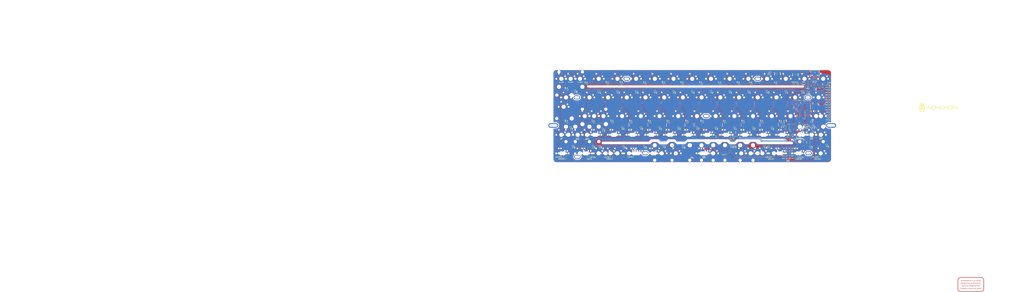
<source format=kicad_pcb>
(kicad_pcb (version 20171130) (host pcbnew "(5.1.8)-1")
  (title_block (title Doddle60) (date 2019-11-11) (rev pre-Alpha) (company "Designed by Gondolindrim") (comment 1 "In partnership with Jae@TopClack") (comment 2 "Project page: http://github.com/Gondolindrim/Doddle60") (comment 3 "Doddle60: an ISO minimum layout, 60% custom keyboard PCB"))
  (layers (0 F.Cu signal) (31 B.Cu signal) (34 B.Paste user) (35 F.Paste user) (36 B.SilkS user) (37 F.SilkS user) (38 B.Mask user) (39 F.Mask user) (44 Edge.Cuts user))
  (net 0 "")
  (net 1 3.3V)
  (net 2 GND)
  (net 3 BOOT0)
  (net 4 NRST)
  (net 5 /SHIELD)
  (net 6 5V)
  (net 7 VBUS)
  (net 8 "Net-(DRST1-Pad2)")
  (net 9 "Net-(D1-Pad2)")
  (net 10 Col1)
  (net 11 "Net-(D2-Pad2)")
  (net 12 Col2)
  (net 13 "Net-(D3-Pad2)")
  (net 14 Col3)
  (net 15 "Net-(D4-Pad2)")
  (net 16 Col4)
  (net 17 "Net-(D5-Pad2)")
  (net 18 Col5)
  (net 19 "Net-(D6-Pad2)")
  (net 20 Col6)
  (net 21 "Net-(D7-Pad2)")
  (net 22 Col7)
  (net 23 "Net-(D8-Pad2)")
  (net 24 Col8)
  (net 25 "Net-(D9-Pad2)")
  (net 26 Col9)
  (net 27 "Net-(D10-Pad2)")
  (net 28 Col10)
  (net 29 "Net-(D11-Pad2)")
  (net 30 Col11)
  (net 31 "Net-(D12-Pad2)")
  (net 32 Col12)
  (net 33 "Net-(D13-Pad2)")
  (net 34 Col13)
  (net 35 "Net-(D14-Pad2)")
  (net 36 "Net-(D15-Pad2)")
  (net 37 "Net-(D16-Pad2)")
  (net 38 "Net-(D17-Pad2)")
  (net 39 "Net-(D18-Pad2)")
  (net 40 "Net-(D19-Pad2)")
  (net 41 "Net-(D20-Pad2)")
  (net 42 "Net-(D21-Pad2)")
  (net 43 "Net-(D22-Pad2)")
  (net 44 "Net-(D23-Pad2)")
  (net 45 "Net-(D24-Pad2)")
  (net 46 "Net-(D25-Pad2)")
  (net 47 "Net-(D26-Pad2)")
  (net 48 "Net-(D27-Pad2)")
  (net 49 "Net-(D28-Pad2)")
  (net 50 "Net-(D29-Pad2)")
  (net 51 "Net-(D30-Pad2)")
  (net 52 "Net-(D31-Pad2)")
  (net 53 Col14)
  (net 54 "Net-(D32-Pad2)")
  (net 55 "Net-(D33-Pad2)")
  (net 56 "Net-(D34-Pad2)")
  (net 57 "Net-(D35-Pad2)")
  (net 58 "Net-(D36-Pad2)")
  (net 59 "Net-(D37-Pad2)")
  (net 60 "Net-(D38-Pad2)")
  (net 61 "Net-(D39-Pad2)")
  (net 62 "Net-(D40-Pad2)")
  (net 63 "Net-(D41-Pad2)")
  (net 64 "Net-(D42-Pad2)")
  (net 65 "Net-(D43-Pad2)")
  (net 66 "Net-(D44-Pad2)")
  (net 67 "Net-(D45-Pad2)")
  (net 68 "Net-(D46-Pad2)")
  (net 69 "Net-(D47-Pad2)")
  (net 70 "Net-(D48-Pad2)")
  (net 71 "Net-(D49-Pad2)")
  (net 72 "Net-(D50-Pad2)")
  (net 73 "Net-(D51-Pad2)")
  (net 74 "Net-(D52-Pad2)")
  (net 75 "Net-(D53-Pad2)")
  (net 76 "Net-(D54-Pad2)")
  (net 77 "Net-(D55-Pad2)")
  (net 78 "Net-(D56-Pad2)")
  (net 79 "Net-(D57-Pad2)")
  (net 80 "Net-(D58-Pad2)")
  (net 81 "Net-(D59-Pad2)")
  (net 82 "Net-(D60-Pad2)")
  (net 83 "Net-(D65-Pad2)")
  (net 84 "Net-(J1-PadB8)")
  (net 85 "Net-(J1-PadA5)")
  (net 86 DBus+)
  (net 87 DBus-)
  (net 88 "Net-(J1-PadA8)")
  (net 89 Row1)
  (net 90 Row2)
  (net 91 Row3)
  (net 92 Row4)
  (net 93 Row5)
  (net 94 D+)
  (net 95 D-)
  (net 96 SWCLK)
  (net 97 SWDIO)
  (net 98 "Net-(D62-Pad2)")
  (net 99 CASE)
  (net 100 "Net-(CSH2-Pad2)")
  (net 101 "Net-(J1-PadB5)")
  (net 102 Extra14)
  (net 103 Extra13)
  (net 104 Extra12)
  (net 105 Extra11)
  (net 106 Extra10)
  (net 107 Extra9)
  (net 108 Extra8)
  (net 109 Extra7)
  (net 110 Extra6)
  (net 111 Extra5)
  (net 112 Extra4)
  (net 113 Extra3)
  (net 114 Extra2)
  (net 115 Extra1)
  (net 116 "Net-(J3-Pad8)")
  (net 117 "Net-(J3-Pad7)")
  (net 118 "Net-(J3-Pad6)")
  (net 119 "Net-(D61-Pad2)")
  (net 120 "Net-(D63-Pad2)")
  (net 121 VDD)
  (net 122 GNDD)
  (net 123 "Net-(DF1-Pad1)")
  (net 124 "Net-(L1-Pad1)")
  (net 125 "Net-(L1-Pad2)")
  (net 126 "Net-(DL1-Pad2)")
  (net 127 "Net-(D64-Pad2)")
  (net 128 "Net-(D66-Pad2)")
  (net 129 "Net-(D67-Pad2)")
  (net 130 "Net-(D68-Pad2)")
  (net 131 Col15)
  (net 132 "Net-(D69-Pad2)")
  (net 133 "Net-(D70-Pad2)")
  (module acheron_MX_SolderMask:MX175 (layer F.Cu) (at 105.66899 148.503365)
    (fp_text reference SW74)
    (fp_text value RSHIFT_175)
    (pad "" np_thru_hole circle (at -5.08 0) (size 1.7018 1.7018) (drill 1.7018) (layers *.Cu *.Mask))
    (pad "" np_thru_hole circle (at 5.08 0) (size 1.7018 1.7018) (drill 1.7018) (layers *.Cu *.Mask))
    (pad 1 thru_hole circle (at -2.54 -5.08) (size 2.54 2.54) (drill 1.524) (layers *.Cu F.Mask) (net 34 Col13))
    (pad 2 thru_hole circle (at 3.81 -2.54) (size 2.54 2.54) (drill 1.524) (layers *.Cu F.Mask) (net 98 "Net-(D62-Pad2)"))
    (pad "" np_thru_hole circle (at 0 0) (size 3.9878 3.9878) (drill 3.9878) (layers *.Cu *.Mask))
  )
  (module acheron_MX_SolderMask:MX100 (layer F.Cu) (at 79.47513 148.503365)
    (fp_text reference SW75)
    (fp_text value FN_100)
    (pad 2 thru_hole roundrect (at 3.81 -2.54 90) (size 2.54 2.54) (drill 1.524) (layers *.Cu F.Mask) (roundrect_rratio 0.15) (net 120 "Net-(D63-Pad2)"))
    (pad 1 thru_hole roundrect (at -2.54 -5.08) (size 2.54 2.54) (drill 1.524) (layers *.Cu F.Mask) (roundrect_rratio 0.15) (net 53 Col14))
    (pad "" np_thru_hole circle (at -5.08 0) (size 1.7018 1.7018) (drill 1.7018) (layers *.Cu *.Mask))
    (pad "" np_thru_hole circle (at 5.08 0) (size 1.7018 1.7018) (drill 1.7018) (layers *.Cu *.Mask))
    (pad "" np_thru_hole circle (at 0 0) (size 3.9878 3.9878) (drill 3.9878) (layers *.Cu *.Mask))
  )
  (module acheron_MX_SolderMask:MX100 (layer F.Cu) (at 229.495 148.503125)
    (fp_text reference SW90)
    (fp_text value B)
    (pad 2 thru_hole circle (at 3.81 -2.54 90) (size 2.54 2.54) (drill 1.524) (layers *.Cu F.Mask) (net 70 "Net-(D48-Pad2)"))
    (pad 1 thru_hole circle (at -2.54 -5.08) (size 2.54 2.54) (drill 1.524) (layers *.Cu F.Mask) (net 22 Col7))
    (pad "" np_thru_hole circle (at -5.08 0) (size 1.7018 1.7018) (drill 1.7018) (layers *.Cu *.Mask))
    (pad "" np_thru_hole circle (at 5.08 0) (size 1.7018 1.7018) (drill 1.7018) (layers *.Cu *.Mask))
    (pad "" np_thru_hole circle (at 0 0) (size 3.9878 3.9878) (drill 3.9878) (layers *.Cu *.Mask))
  )
  (module acheron_MX_SolderMask:MX100 (layer F.Cu) (at 227.11375 148.503365)
    (fp_text reference SW48)
    (fp_text value B)
    (pad 2 thru_hole circle (at 3.81 -2.54 90) (size 2.54 2.54) (drill 1.524) (layers *.Cu F.Mask) (net 70 "Net-(D48-Pad2)"))
    (pad 1 thru_hole circle (at -2.54 -5.08) (size 2.54 2.54) (drill 1.524) (layers *.Cu F.Mask) (net 22 Col7))
    (pad "" np_thru_hole circle (at -5.08 0) (size 1.7018 1.7018) (drill 1.7018) (layers *.Cu *.Mask))
    (pad "" np_thru_hole circle (at 5.08 0) (size 1.7018 1.7018) (drill 1.7018) (layers *.Cu *.Mask))
    (pad "" np_thru_hole circle (at 0 0) (size 3.9878 3.9878) (drill 3.9878) (layers *.Cu *.Mask))
  )
  (module acheron_MX_SolderMask:MX100 (layer F.Cu) (at 246.16375 148.503365)
    (fp_text reference SW47)
    (fp_text value V)
    (pad 2 thru_hole circle (at 3.81 -2.54 90) (size 2.54 2.54) (drill 1.524) (layers *.Cu F.Mask) (net 69 "Net-(D47-Pad2)"))
    (pad 1 thru_hole circle (at -2.54 -5.08) (size 2.54 2.54) (drill 1.524) (layers *.Cu F.Mask) (net 20 Col6))
    (pad "" np_thru_hole circle (at -5.08 0) (size 1.7018 1.7018) (drill 1.7018) (layers *.Cu *.Mask))
    (pad "" np_thru_hole circle (at 5.08 0) (size 1.7018 1.7018) (drill 1.7018) (layers *.Cu *.Mask))
    (pad "" np_thru_hole circle (at 0 0) (size 3.9878 3.9878) (drill 3.9878) (layers *.Cu *.Mask))
  )
  (module acheron_Components:D_SOD-123 (layer F.Cu) (at 255.3208 160.9344 270)
    (fp_text reference D70 (at 0 -1.8 270) (layer F.SilkS) (effects (font (size 0.8 0.8) (thickness 0.2))))
    (fp_text value 1N4148)
    (pad 2 smd roundrect (at 1.65 0 270) (size 1 1.2) (layers F.Cu F.Paste F.Mask) (net 133 "Net-(D70-Pad2)"))
    (pad 1 smd roundrect (at -1.65 0 270) (size 1 1.2) (layers F.Cu F.Paste F.Mask) (net 93 Row5))
  )
  (module acheron_MX_SolderMask:MX125 (layer F.Cu) (at 124.61875 167.48125)
    (fp_text reference SW112)
    (fp_text value HENKAN_125)
    (pad "" np_thru_hole circle (at -5.08 0) (size 1.7018 1.7018) (drill 1.7018) (layers *.Cu *.Mask))
    (pad "" np_thru_hole circle (at 5.08 0) (size 1.7018 1.7018) (drill 1.7018) (layers *.Cu *.Mask))
    (pad 1 thru_hole circle (at -2.54 -5.08) (size 2.54 2.54) (drill 1.524) (layers *.Cu F.Mask) (net 30 Col11))
    (pad 2 thru_hole circle (at 3.81 -2.54) (size 2.54 2.54) (drill 1.524) (layers *.Cu F.Mask) (net 119 "Net-(D61-Pad2)"))
    (pad "" np_thru_hole circle (at 0 0) (size 3.9878 3.9878) (drill 3.9878) (layers *.Cu *.Mask))
  )
  (module acheron_MX_SolderMask:MX125 (layer F.Cu) (at 105.56875 167.48125)
    (fp_text reference SW59)
    (fp_text value RGUI_125)
    (pad "" np_thru_hole circle (at -5.08 0) (size 1.7018 1.7018) (drill 1.7018) (layers *.Cu *.Mask))
    (pad "" np_thru_hole circle (at 5.08 0) (size 1.7018 1.7018) (drill 1.7018) (layers *.Cu *.Mask))
    (pad 1 thru_hole circle (at -2.54 -5.08) (size 2.54 2.54) (drill 1.524) (layers *.Cu F.Mask) (net 32 Col12))
    (pad 2 thru_hole circle (at 3.81 -2.54) (size 2.54 2.54) (drill 1.524) (layers *.Cu F.Mask) (net 80 "Net-(D58-Pad2)"))
    (pad "" np_thru_hole circle (at 0 0) (size 3.9878 3.9878) (drill 3.9878) (layers *.Cu *.Mask))
  )
  (module acheron_MX_SolderMask:MX100 (layer F.Cu) (at 79.375 167.48125)
    (fp_text reference SW117)
    (fp_text value RCTRL_100)
    (pad 2 thru_hole circle (at 3.81 -2.54 90) (size 2.54 2.54) (drill 1.524) (layers *.Cu F.Mask) (net 82 "Net-(D60-Pad2)"))
    (pad 1 thru_hole circle (at -2.54 -5.08) (size 2.54 2.54) (drill 1.524) (layers *.Cu F.Mask) (net 53 Col14))
    (pad "" np_thru_hole circle (at -5.08 0) (size 1.7018 1.7018) (drill 1.7018) (layers *.Cu *.Mask))
    (pad "" np_thru_hole circle (at 5.08 0) (size 1.7018 1.7018) (drill 1.7018) (layers *.Cu *.Mask))
    (pad "" np_thru_hole circle (at 0 0) (size 3.9878 3.9878) (drill 3.9878) (layers *.Cu *.Mask))
  )
  (module acheron_MX_SolderMask:MX100 (layer F.Cu) (at 98.425 167.48125)
    (fp_text reference SW116)
    (fp_text value RCTRL_100)
    (pad 2 thru_hole circle (at 3.81 -2.54 90) (size 2.54 2.54) (drill 1.524) (layers *.Cu F.Mask) (net 81 "Net-(D59-Pad2)"))
    (pad 1 thru_hole circle (at -2.54 -5.08) (size 2.54 2.54) (drill 1.524) (layers *.Cu F.Mask) (net 34 Col13))
    (pad "" np_thru_hole circle (at -5.08 0) (size 1.7018 1.7018) (drill 1.7018) (layers *.Cu *.Mask))
    (pad "" np_thru_hole circle (at 5.08 0) (size 1.7018 1.7018) (drill 1.7018) (layers *.Cu *.Mask))
    (pad "" np_thru_hole circle (at 0 0) (size 3.9878 3.9878) (drill 3.9878) (layers *.Cu *.Mask))
  )
  (module acheron_MX_SolderMask:MX100 (layer F.Cu) (at 117.475 167.48125)
    (fp_text reference SW115)
    (fp_text value RCTRL_100)
    (pad 2 thru_hole circle (at 3.81 -2.54 90) (size 2.54 2.54) (drill 1.524) (layers *.Cu F.Mask) (net 80 "Net-(D58-Pad2)"))
    (pad 1 thru_hole circle (at -2.54 -5.08) (size 2.54 2.54) (drill 1.524) (layers *.Cu F.Mask) (net 32 Col12))
    (pad "" np_thru_hole circle (at -5.08 0) (size 1.7018 1.7018) (drill 1.7018) (layers *.Cu *.Mask))
    (pad "" np_thru_hole circle (at 5.08 0) (size 1.7018 1.7018) (drill 1.7018) (layers *.Cu *.Mask))
    (pad "" np_thru_hole circle (at 0 0) (size 3.9878 3.9878) (drill 3.9878) (layers *.Cu *.Mask))
  )
  (module acheron_MX_SolderMask:MX125 (layer F.Cu) (at 81.75625 167.48125)
    (fp_text reference SW114)
    (fp_text value RALT_125)
    (pad "" np_thru_hole circle (at -5.08 0) (size 1.7018 1.7018) (drill 1.7018) (layers *.Cu *.Mask))
    (pad "" np_thru_hole circle (at 5.08 0) (size 1.7018 1.7018) (drill 1.7018) (layers *.Cu *.Mask))
    (pad 1 thru_hole circle (at -2.54 -5.08) (size 2.54 2.54) (drill 1.524) (layers *.Cu F.Mask) (net 53 Col14))
    (pad 2 thru_hole circle (at 3.81 -2.54) (size 2.54 2.54) (drill 1.524) (layers *.Cu F.Mask) (net 82 "Net-(D60-Pad2)"))
    (pad "" np_thru_hole circle (at 0 0) (size 3.9878 3.9878) (drill 3.9878) (layers *.Cu *.Mask))
  )
  (module acheron_MX_SolderMask:MX100 (layer F.Cu) (at 103.1875 167.48125)
    (fp_text reference SW113)
    (fp_text value RALT_100)
    (pad 2 thru_hole circle (at 3.81 -2.54 90) (size 2.54 2.54) (drill 1.524) (layers *.Cu F.Mask) (net 80 "Net-(D58-Pad2)"))
    (pad 1 thru_hole circle (at -2.54 -5.08) (size 2.54 2.54) (drill 1.524) (layers *.Cu F.Mask) (net 32 Col12))
    (pad "" np_thru_hole circle (at -5.08 0) (size 1.7018 1.7018) (drill 1.7018) (layers *.Cu *.Mask))
    (pad "" np_thru_hole circle (at 5.08 0) (size 1.7018 1.7018) (drill 1.7018) (layers *.Cu *.Mask))
    (pad "" np_thru_hole circle (at 0 0) (size 3.9878 3.9878) (drill 3.9878) (layers *.Cu *.Mask))
  )
  (module acheron_MX_SolderMask:MX125 (layer F.Cu) (at 148.43125 167.48125)
    (fp_text reference SW111)
    (fp_text value HENKAN_125)
    (pad "" np_thru_hole circle (at -5.08 0) (size 1.7018 1.7018) (drill 1.7018) (layers *.Cu *.Mask))
    (pad "" np_thru_hole circle (at 5.08 0) (size 1.7018 1.7018) (drill 1.7018) (layers *.Cu *.Mask))
    (pad 1 thru_hole circle (at -2.54 -5.08) (size 2.54 2.54) (drill 1.524) (layers *.Cu F.Mask) (net 28 Col10))
    (pad 2 thru_hole circle (at 3.81 -2.54) (size 2.54 2.54) (drill 1.524) (layers *.Cu F.Mask) (net 132 "Net-(D69-Pad2)"))
    (pad "" np_thru_hole circle (at 0 0) (size 3.9878 3.9878) (drill 3.9878) (layers *.Cu *.Mask))
  )
  (module acheron_MX_SolderMask:MX125 (layer F.Cu) (at 172.24375 167.48125)
    (fp_text reference SW110)
    (fp_text value HENKAN_125)
    (pad "" np_thru_hole circle (at -5.08 0) (size 1.7018 1.7018) (drill 1.7018) (layers *.Cu *.Mask))
    (pad "" np_thru_hole circle (at 5.08 0) (size 1.7018 1.7018) (drill 1.7018) (layers *.Cu *.Mask))
    (pad 1 thru_hole circle (at -2.54 -5.08) (size 2.54 2.54) (drill 1.524) (layers *.Cu F.Mask) (net 26 Col9))
    (pad 2 thru_hole circle (at 3.81 -2.54) (size 2.54 2.54) (drill 1.524) (layers *.Cu F.Mask) (net 129 "Net-(D67-Pad2)"))
    (pad "" np_thru_hole circle (at 0 0) (size 3.9878 3.9878) (drill 3.9878) (layers *.Cu *.Mask))
  )
  (module acheron_MX_SolderMask:MX450R (layer F.Cu) (at 227.0125 167.48125)
    (fp_text reference SW109)
    (fp_text value SPACE_450)
    (pad "" np_thru_hole circle (at -34.79292 -8.22452) (size 3.9878 3.9878) (drill 3.9878) (layers *.Cu *.Mask))
    (pad "" np_thru_hole circle (at 34.64814 -8.22452) (size 3.9878 3.9878) (drill 3.9878) (layers *.Cu *.Mask))
    (pad "" np_thru_hole circle (at 34.64814 7.01548) (size 3.048 3.048) (drill 3.048) (layers *.Cu *.Mask))
    (pad "" np_thru_hole circle (at -34.79292 7.01548) (size 3.048 3.048) (drill 3.048) (layers *.Cu *.Mask))
    (pad "" np_thru_hole circle (at -5.08 0) (size 1.7018 1.7018) (drill 1.7018) (layers *.Cu *.Mask))
    (pad "" np_thru_hole circle (at 5.08 0) (size 1.7018 1.7018) (drill 1.7018) (layers *.Cu *.Mask))
    (pad 1 thru_hole circle (at -2.54 -5.08) (size 2.54 2.54) (drill 1.524) (layers *.Cu F.Mask) (net 22 Col7))
    (pad 2 thru_hole circle (at 3.81 -2.54) (size 2.54 2.54) (drill 1.524) (layers *.Cu F.Mask) (net 79 "Net-(D57-Pad2)"))
    (pad "" np_thru_hole circle (at 0 0) (size 3.9878 3.9878) (drill 3.9878) (layers *.Cu *.Mask))
  )
  (module acheron_MX_SolderMask:MX100 (layer F.Cu) (at 279.4 167.48125)
    (fp_text reference SW108)
    (fp_text value MUHENKAN_100)
    (pad 2 thru_hole circle (at 3.81 -2.54 90) (size 2.54 2.54) (drill 1.524) (layers *.Cu F.Mask) (net 127 "Net-(D64-Pad2)"))
    (pad 1 thru_hole circle (at -2.54 -5.08) (size 2.54 2.54) (drill 1.524) (layers *.Cu F.Mask) (net 16 Col4))
    (pad "" np_thru_hole circle (at -5.08 0) (size 1.7018 1.7018) (drill 1.7018) (layers *.Cu *.Mask))
    (pad "" np_thru_hole circle (at 5.08 0) (size 1.7018 1.7018) (drill 1.7018) (layers *.Cu *.Mask))
    (pad "" np_thru_hole circle (at 0 0) (size 3.9878 3.9878) (drill 3.9878) (layers *.Cu *.Mask))
  )
  (module acheron_MX_SolderMask:MX125 (layer F.Cu) (at 300.83125 167.48125)
    (fp_text reference SW107)
    (fp_text value LALT_125)
    (pad "" np_thru_hole circle (at -5.08 0) (size 1.7018 1.7018) (drill 1.7018) (layers *.Cu *.Mask))
    (pad "" np_thru_hole circle (at 5.08 0) (size 1.7018 1.7018) (drill 1.7018) (layers *.Cu *.Mask))
    (pad 1 thru_hole circle (at -2.54 -5.08) (size 2.54 2.54) (drill 1.524) (layers *.Cu F.Mask) (net 14 Col3))
    (pad 2 thru_hole circle (at 3.81 -2.54) (size 2.54 2.54) (drill 1.524) (layers *.Cu F.Mask) (net 78 "Net-(D56-Pad2)"))
    (pad "" np_thru_hole circle (at 0 0) (size 3.9878 3.9878) (drill 3.9878) (layers *.Cu *.Mask))
  )
  (module acheron_MX_SolderMask:MX100 (layer F.Cu) (at 322.2625 167.48125)
    (fp_text reference SW106)
    (fp_text value LGUI_100)
    (pad 2 thru_hole circle (at 3.81 -2.54 90) (size 2.54 2.54) (drill 1.524) (layers *.Cu F.Mask) (net 77 "Net-(D55-Pad2)"))
    (pad 1 thru_hole circle (at -2.54 -5.08) (size 2.54 2.54) (drill 1.524) (layers *.Cu F.Mask) (net 12 Col2))
    (pad "" np_thru_hole circle (at -5.08 0) (size 1.7018 1.7018) (drill 1.7018) (layers *.Cu *.Mask))
    (pad "" np_thru_hole circle (at 5.08 0) (size 1.7018 1.7018) (drill 1.7018) (layers *.Cu *.Mask))
    (pad "" np_thru_hole circle (at 0 0) (size 3.9878 3.9878) (drill 3.9878) (layers *.Cu *.Mask))
  )
  (module acheron_MX_SolderMask:MX100 (layer F.Cu) (at 79.375 167.48125)
    (fp_text reference SW105)
    (fp_text value RCTRL_100)
    (pad 2 thru_hole circle (at 3.81 -2.54 90) (size 2.54 2.54) (drill 1.524) (layers *.Cu F.Mask) (net 82 "Net-(D60-Pad2)"))
    (pad 1 thru_hole circle (at -2.54 -5.08) (size 2.54 2.54) (drill 1.524) (layers *.Cu F.Mask) (net 53 Col14))
    (pad "" np_thru_hole circle (at -5.08 0) (size 1.7018 1.7018) (drill 1.7018) (layers *.Cu *.Mask))
    (pad "" np_thru_hole circle (at 5.08 0) (size 1.7018 1.7018) (drill 1.7018) (layers *.Cu *.Mask))
    (pad "" np_thru_hole circle (at 0 0) (size 3.9878 3.9878) (drill 3.9878) (layers *.Cu *.Mask))
  )
  (module acheron_MX_SolderMask:MX100 (layer F.Cu) (at 98.425 167.48125)
    (fp_text reference SW104)
    (fp_text value RGUI_100)
    (pad 2 thru_hole circle (at 3.81 -2.54 90) (size 2.54 2.54) (drill 1.524) (layers *.Cu F.Mask) (net 81 "Net-(D59-Pad2)"))
    (pad 1 thru_hole circle (at -2.54 -5.08) (size 2.54 2.54) (drill 1.524) (layers *.Cu F.Mask) (net 34 Col13))
    (pad "" np_thru_hole circle (at -5.08 0) (size 1.7018 1.7018) (drill 1.7018) (layers *.Cu *.Mask))
    (pad "" np_thru_hole circle (at 5.08 0) (size 1.7018 1.7018) (drill 1.7018) (layers *.Cu *.Mask))
    (pad "" np_thru_hole circle (at 0 0) (size 3.9878 3.9878) (drill 3.9878) (layers *.Cu *.Mask))
  )
  (module acheron_MX_SolderMask:MX100 (layer F.Cu) (at 117.475 167.48125)
    (fp_text reference SW103)
    (fp_text value RALT_100)
    (pad 2 thru_hole circle (at 3.81 -2.54 90) (size 2.54 2.54) (drill 1.524) (layers *.Cu F.Mask) (net 80 "Net-(D58-Pad2)"))
    (pad 1 thru_hole circle (at -2.54 -5.08) (size 2.54 2.54) (drill 1.524) (layers *.Cu F.Mask) (net 32 Col12))
    (pad "" np_thru_hole circle (at -5.08 0) (size 1.7018 1.7018) (drill 1.7018) (layers *.Cu *.Mask))
    (pad "" np_thru_hole circle (at 5.08 0) (size 1.7018 1.7018) (drill 1.7018) (layers *.Cu *.Mask))
    (pad "" np_thru_hole circle (at 0 0) (size 3.9878 3.9878) (drill 3.9878) (layers *.Cu *.Mask))
  )
  (module acheron_MX_SolderMask:MX100 (layer F.Cu) (at 136.525 167.48125)
    (fp_text reference SW102)
    (fp_text value RALT_100)
    (pad 2 thru_hole circle (at 3.81 -2.54 90) (size 2.54 2.54) (drill 1.524) (layers *.Cu F.Mask) (net 119 "Net-(D61-Pad2)"))
    (pad 1 thru_hole circle (at -2.54 -5.08) (size 2.54 2.54) (drill 1.524) (layers *.Cu F.Mask) (net 30 Col11))
    (pad "" np_thru_hole circle (at -5.08 0) (size 1.7018 1.7018) (drill 1.7018) (layers *.Cu *.Mask))
    (pad "" np_thru_hole circle (at 5.08 0) (size 1.7018 1.7018) (drill 1.7018) (layers *.Cu *.Mask))
    (pad "" np_thru_hole circle (at 0 0) (size 3.9878 3.9878) (drill 3.9878) (layers *.Cu *.Mask))
  )
  (module acheron_MX_SolderMask:MX100 (layer F.Cu) (at 155.575 167.48125)
    (fp_text reference SW101)
    (fp_text value HENKAN_100)
    (pad 2 thru_hole circle (at 3.81 -2.54 90) (size 2.54 2.54) (drill 1.524) (layers *.Cu F.Mask) (net 132 "Net-(D69-Pad2)"))
    (pad 1 thru_hole circle (at -2.54 -5.08) (size 2.54 2.54) (drill 1.524) (layers *.Cu F.Mask) (net 28 Col10))
    (pad "" np_thru_hole circle (at -5.08 0) (size 1.7018 1.7018) (drill 1.7018) (layers *.Cu *.Mask))
    (pad "" np_thru_hole circle (at 5.08 0) (size 1.7018 1.7018) (drill 1.7018) (layers *.Cu *.Mask))
    (pad "" np_thru_hole circle (at 0 0) (size 3.9878 3.9878) (drill 3.9878) (layers *.Cu *.Mask))
  )
  (module acheron_MX_SolderMask:MX625R (layer F.Cu) (at 224.63125 167.48125)
    (fp_text reference SW100)
    (fp_text value SPACE_625)
    (pad "" np_thru_hole circle (at -50.038 -8.255) (size 3.9878 3.9878) (drill 3.9878) (layers *.Cu *.Mask))
    (pad "" np_thru_hole circle (at 50.038 -8.255) (size 3.9878 3.9878) (drill 3.9878) (layers *.Cu *.Mask))
    (pad "" np_thru_hole circle (at 50.038 6.985) (size 3.048 3.048) (drill 3.048) (layers *.Cu *.Mask))
    (pad "" np_thru_hole circle (at -50.038 6.985) (size 3.048 3.048) (drill 3.048) (layers *.Cu *.Mask))
    (pad "" np_thru_hole circle (at -5.08 0) (size 1.7018 1.7018) (drill 1.7018) (layers *.Cu *.Mask))
    (pad "" np_thru_hole circle (at 5.08 0) (size 1.7018 1.7018) (drill 1.7018) (layers *.Cu *.Mask))
    (pad 1 thru_hole circle (at -2.54 -5.08) (size 2.54 2.54) (drill 1.524) (layers *.Cu F.Mask) (net 22 Col7))
    (pad 2 thru_hole circle (at 3.81 -2.54) (size 2.54 2.54) (drill 1.524) (layers *.Cu F.Mask) (net 79 "Net-(D57-Pad2)"))
    (pad "" np_thru_hole circle (at 0 0) (size 3.9878 3.9878) (drill 3.9878) (layers *.Cu *.Mask))
  )
  (module acheron_MX_SolderMask:MX300R (layer F.Cu) (at 222.25 167.48125)
    (fp_text reference SW86)
    (fp_text value KANA_300)
    (pad "" np_thru_hole circle (at 11.938 -8.255 180) (size 3.9878 3.9878) (drill 3.9878) (layers *.Cu *.Mask))
    (pad "" np_thru_hole circle (at -11.938 -8.255 180) (size 3.9878 3.9878) (drill 3.9878) (layers *.Cu *.Mask))
    (pad "" np_thru_hole circle (at -11.938 6.985 180) (size 3.048 3.048) (drill 3.048) (layers *.Cu *.Mask))
    (pad "" np_thru_hole circle (at 11.938 6.985 180) (size 3.048 3.048) (drill 3.048) (layers *.Cu *.Mask))
    (pad "" np_thru_hole circle (at -5.08 0) (size 1.7018 1.7018) (drill 1.7018) (layers *.Cu *.Mask))
    (pad "" np_thru_hole circle (at 5.08 0) (size 1.7018 1.7018) (drill 1.7018) (layers *.Cu *.Mask))
    (pad 1 thru_hole circle (at -2.54 -5.08) (size 2.54 2.54) (drill 1.524) (layers *.Cu F.Mask) (net 22 Col7))
    (pad 2 thru_hole circle (at 3.81 -2.54) (size 2.54 2.54) (drill 1.524) (layers *.Cu F.Mask) (net 79 "Net-(D57-Pad2)"))
    (pad "" np_thru_hole circle (at 0 0) (size 3.9878 3.9878) (drill 3.9878) (layers *.Cu *.Mask))
  )
  (module acheron_MX_SolderMask:MX100 (layer F.Cu) (at 136.525 167.48125)
    (fp_text reference SW84)
    (fp_text value RCTRL_100)
    (pad 2 thru_hole circle (at 3.81 -2.54 90) (size 2.54 2.54) (drill 1.524) (layers *.Cu F.Mask) (net 119 "Net-(D61-Pad2)"))
    (pad 1 thru_hole circle (at -2.54 -5.08) (size 2.54 2.54) (drill 1.524) (layers *.Cu F.Mask) (net 30 Col11))
    (pad "" np_thru_hole circle (at -5.08 0) (size 1.7018 1.7018) (drill 1.7018) (layers *.Cu *.Mask))
    (pad "" np_thru_hole circle (at 5.08 0) (size 1.7018 1.7018) (drill 1.7018) (layers *.Cu *.Mask))
    (pad "" np_thru_hole circle (at 0 0) (size 3.9878 3.9878) (drill 3.9878) (layers *.Cu *.Mask))
  )
  (module acheron_MX_SolderMask:MX100 (layer F.Cu) (at 157.95625 167.48125)
    (fp_text reference SW83)
    (fp_text value RCTRL_100)
    (pad 2 thru_hole circle (at 3.81 -2.54 90) (size 2.54 2.54) (drill 1.524) (layers *.Cu F.Mask) (net 132 "Net-(D69-Pad2)"))
    (pad 1 thru_hole circle (at -2.54 -5.08) (size 2.54 2.54) (drill 1.524) (layers *.Cu F.Mask) (net 28 Col10))
    (pad "" np_thru_hole circle (at -5.08 0) (size 1.7018 1.7018) (drill 1.7018) (layers *.Cu *.Mask))
    (pad "" np_thru_hole circle (at 5.08 0) (size 1.7018 1.7018) (drill 1.7018) (layers *.Cu *.Mask))
    (pad "" np_thru_hole circle (at 0 0) (size 3.9878 3.9878) (drill 3.9878) (layers *.Cu *.Mask))
  )
  (module acheron_MX_SolderMask:MX100 (layer F.Cu) (at 181.76875 167.48125)
    (fp_text reference SW82)
    (fp_text value RCTRL_100)
    (pad 2 thru_hole circle (at 3.81 -2.54 90) (size 2.54 2.54) (drill 1.524) (layers *.Cu F.Mask) (net 129 "Net-(D67-Pad2)"))
    (pad 1 thru_hole circle (at -2.54 -5.08) (size 2.54 2.54) (drill 1.524) (layers *.Cu F.Mask) (net 26 Col9))
    (pad "" np_thru_hole circle (at -5.08 0) (size 1.7018 1.7018) (drill 1.7018) (layers *.Cu *.Mask))
    (pad "" np_thru_hole circle (at 5.08 0) (size 1.7018 1.7018) (drill 1.7018) (layers *.Cu *.Mask))
    (pad "" np_thru_hole circle (at 0 0) (size 3.9878 3.9878) (drill 3.9878) (layers *.Cu *.Mask))
  )
  (module acheron_MX_SolderMask:MX100 (layer F.Cu) (at 174.625 167.48125)
    (fp_text reference SW80)
    (fp_text value HENKAN_100)
    (pad 2 thru_hole circle (at 3.81 -2.54 90) (size 2.54 2.54) (drill 1.524) (layers *.Cu F.Mask) (net 129 "Net-(D67-Pad2)"))
    (pad 1 thru_hole circle (at -2.54 -5.08) (size 2.54 2.54) (drill 1.524) (layers *.Cu F.Mask) (net 26 Col9))
    (pad "" np_thru_hole circle (at -5.08 0) (size 1.7018 1.7018) (drill 1.7018) (layers *.Cu *.Mask))
    (pad "" np_thru_hole circle (at 5.08 0) (size 1.7018 1.7018) (drill 1.7018) (layers *.Cu *.Mask))
    (pad "" np_thru_hole circle (at 0 0) (size 3.9878 3.9878) (drill 3.9878) (layers *.Cu *.Mask))
  )
  (module acheron_MX_SolderMask:MX125 (layer F.Cu) (at 262.73125 167.48125)
    (fp_text reference SW70)
    (fp_text value SPACE_125)
    (pad "" np_thru_hole circle (at -5.08 0) (size 1.7018 1.7018) (drill 1.7018) (layers *.Cu *.Mask))
    (pad "" np_thru_hole circle (at 5.08 0) (size 1.7018 1.7018) (drill 1.7018) (layers *.Cu *.Mask))
    (pad 1 thru_hole circle (at -2.54 -5.08) (size 2.54 2.54) (drill 1.524) (layers *.Cu F.Mask) (net 20 Col6))
    (pad 2 thru_hole circle (at 3.81 -2.54) (size 2.54 2.54) (drill 1.524) (layers *.Cu F.Mask) (net 133 "Net-(D70-Pad2)"))
    (pad "" np_thru_hole circle (at 0 0) (size 3.9878 3.9878) (drill 3.9878) (layers *.Cu *.Mask))
  )
  (module acheron_MX_SolderMask:MX125 (layer F.Cu) (at 343.69375 167.48125)
    (fp_text reference SW61)
    (fp_text value LGUI_125)
    (pad "" np_thru_hole circle (at -5.08 0) (size 1.7018 1.7018) (drill 1.7018) (layers *.Cu *.Mask))
    (pad "" np_thru_hole circle (at 5.08 0) (size 1.7018 1.7018) (drill 1.7018) (layers *.Cu *.Mask))
    (pad 1 thru_hole circle (at -2.54 -5.08) (size 2.54 2.54) (drill 1.524) (layers *.Cu F.Mask) (net 10 Col1))
    (pad 2 thru_hole circle (at 3.81 -2.54) (size 2.54 2.54) (drill 1.524) (layers *.Cu F.Mask) (net 76 "Net-(D54-Pad2)"))
    (pad "" np_thru_hole circle (at 0 0) (size 3.9878 3.9878) (drill 3.9878) (layers *.Cu *.Mask))
  )
  (module acheron_MX_SolderMask:MX100 (layer F.Cu) (at 303.2125 167.48125)
    (fp_text reference SW56)
    (fp_text value LALT_100)
    (pad 2 thru_hole circle (at 3.81 -2.54 90) (size 2.54 2.54) (drill 1.524) (layers *.Cu F.Mask) (net 78 "Net-(D56-Pad2)"))
    (pad 1 thru_hole circle (at -2.54 -5.08) (size 2.54 2.54) (drill 1.524) (layers *.Cu F.Mask) (net 14 Col3))
    (pad "" np_thru_hole circle (at -5.08 0) (size 1.7018 1.7018) (drill 1.7018) (layers *.Cu *.Mask))
    (pad "" np_thru_hole circle (at 5.08 0) (size 1.7018 1.7018) (drill 1.7018) (layers *.Cu *.Mask))
    (pad "" np_thru_hole circle (at 0 0) (size 3.9878 3.9878) (drill 3.9878) (layers *.Cu *.Mask))
  )
  (module acheron_MX_SolderMask:MX100 (layer F.Cu) (at 322.2625 167.48125)
    (fp_text reference SW54)
    (fp_text value LCTRL_100)
    (pad 2 thru_hole circle (at 3.81 -2.54 90) (size 2.54 2.54) (drill 1.524) (layers *.Cu F.Mask) (net 77 "Net-(D55-Pad2)"))
    (pad 1 thru_hole circle (at -2.54 -5.08) (size 2.54 2.54) (drill 1.524) (layers *.Cu F.Mask) (net 12 Col2))
    (pad "" np_thru_hole circle (at -5.08 0) (size 1.7018 1.7018) (drill 1.7018) (layers *.Cu *.Mask))
    (pad "" np_thru_hole circle (at 5.08 0) (size 1.7018 1.7018) (drill 1.7018) (layers *.Cu *.Mask))
    (pad "" np_thru_hole circle (at 0 0) (size 3.9878 3.9878) (drill 3.9878) (layers *.Cu *.Mask))
  )
  (module acheron_Components:D_SOD-123 (layer F.Cu) (at 164.1348 161.6964 270)
    (fp_text reference D69 (at 0 -1.8 270) (layer F.SilkS) (effects (font (size 0.8 0.8) (thickness 0.2))))
    (fp_text value 1N4148)
    (pad 2 smd roundrect (at 1.65 0 270) (size 1 1.2) (layers F.Cu F.Paste F.Mask) (net 132 "Net-(D69-Pad2)"))
    (pad 1 smd roundrect (at -1.65 0 270) (size 1 1.2) (layers F.Cu F.Paste F.Mask) (net 93 Row5))
  )
  (module acheron_MX_SolderMask:MX100 (layer F.Cu) (at 115.195 148.503125)
    (fp_text reference SW99)
    (fp_text value BKSLSH_1U)
    (pad 2 thru_hole circle (at 3.81 -2.54 90) (size 2.54 2.54) (drill 1.524) (layers *.Cu F.Mask) (net 98 "Net-(D62-Pad2)"))
    (pad 1 thru_hole circle (at -2.54 -5.08) (size 2.54 2.54) (drill 1.524) (layers *.Cu F.Mask) (net 34 Col13))
    (pad "" np_thru_hole circle (at -5.08 0) (size 1.7018 1.7018) (drill 1.7018) (layers *.Cu *.Mask))
    (pad "" np_thru_hole circle (at 5.08 0) (size 1.7018 1.7018) (drill 1.7018) (layers *.Cu *.Mask))
    (pad "" np_thru_hole circle (at 0 0) (size 3.9878 3.9878) (drill 3.9878) (layers *.Cu *.Mask))
  )
  (module acheron_MX_SolderMask:MX200R (layer F.Cu) (at 334.26995 148.503365)
    (fp_text reference SW98)
    (fp_text value LSHIFT_200)
    (pad "" np_thru_hole circle (at -11.938 -8.255) (size 3.9878 3.9878) (drill 3.9878) (layers *.Cu *.Mask))
    (pad "" np_thru_hole circle (at 11.938 -8.255) (size 3.9878 3.9878) (drill 3.9878) (layers *.Cu *.Mask))
    (pad "" np_thru_hole circle (at 11.938 6.985) (size 3.048 3.048) (drill 3.048) (layers *.Cu *.Mask))
    (pad "" np_thru_hole circle (at -11.938 6.985) (size 3.048 3.048) (drill 3.048) (layers *.Cu *.Mask))
    (pad "" np_thru_hole circle (at -5.08 0) (size 1.7018 1.7018) (drill 1.7018) (layers *.Cu *.Mask))
    (pad "" np_thru_hole circle (at 5.08 0) (size 1.7018 1.7018) (drill 1.7018) (layers *.Cu *.Mask))
    (pad 1 thru_hole circle (at -2.54 -5.08) (size 2.54 2.54) (drill 1.524) (layers *.Cu F.Mask) (net 10 Col1))
    (pad 2 thru_hole circle (at 3.81 -2.54) (size 2.54 2.54) (drill 1.524) (layers *.Cu F.Mask) (net 64 "Net-(D42-Pad2)"))
    (pad "" np_thru_hole circle (at 0 0) (size 3.9878 3.9878) (drill 3.9878) (layers *.Cu *.Mask))
  )
  (module acheron_MX_SolderMask:MX100 (layer F.Cu) (at 96.145 148.503125)
    (fp_text reference SW97)
    (fp_text value RSHIFT_1.00)
    (pad 2 thru_hole circle (at 3.81 -2.54 90) (size 2.54 2.54) (drill 1.524) (layers *.Cu F.Mask) (net 120 "Net-(D63-Pad2)"))
    (pad 1 thru_hole circle (at -2.54 -5.08) (size 2.54 2.54) (drill 1.524) (layers *.Cu F.Mask) (net 53 Col14))
    (pad "" np_thru_hole circle (at -5.08 0) (size 1.7018 1.7018) (drill 1.7018) (layers *.Cu *.Mask))
    (pad "" np_thru_hole circle (at 5.08 0) (size 1.7018 1.7018) (drill 1.7018) (layers *.Cu *.Mask))
    (pad "" np_thru_hole circle (at 0 0) (size 3.9878 3.9878) (drill 3.9878) (layers *.Cu *.Mask))
  )
  (module acheron_MX_SolderMask:MX200R (layer F.Cu) (at 105.67 148.503125)
    (fp_text reference SW96)
    (fp_text value BKSLSH_1U)
    (pad "" np_thru_hole circle (at -11.938 -8.255) (size 3.9878 3.9878) (drill 3.9878) (layers *.Cu *.Mask))
    (pad "" np_thru_hole circle (at 11.938 -8.255) (size 3.9878 3.9878) (drill 3.9878) (layers *.Cu *.Mask))
    (pad "" np_thru_hole circle (at 11.938 6.985) (size 3.048 3.048) (drill 3.048) (layers *.Cu *.Mask))
    (pad "" np_thru_hole circle (at -11.938 6.985) (size 3.048 3.048) (drill 3.048) (layers *.Cu *.Mask))
    (pad "" np_thru_hole circle (at -5.08 0) (size 1.7018 1.7018) (drill 1.7018) (layers *.Cu *.Mask))
    (pad "" np_thru_hole circle (at 5.08 0) (size 1.7018 1.7018) (drill 1.7018) (layers *.Cu *.Mask))
    (pad 1 thru_hole circle (at -2.54 -5.08) (size 2.54 2.54) (drill 1.524) (layers *.Cu F.Mask) (net 34 Col13))
    (pad 2 thru_hole circle (at 3.81 -2.54) (size 2.54 2.54) (drill 1.524) (layers *.Cu F.Mask) (net 98 "Net-(D62-Pad2)"))
    (pad "" np_thru_hole circle (at 0 0) (size 3.9878 3.9878) (drill 3.9878) (layers *.Cu *.Mask))
  )
  (module acheron_MX_SolderMask:MX100 (layer F.Cu) (at 134.14375 148.503125)
    (fp_text reference SW95)
    (fp_text value ?/)
    (pad 2 thru_hole circle (at 3.81 -2.54 90) (size 2.54 2.54) (drill 1.524) (layers *.Cu F.Mask) (net 75 "Net-(D53-Pad2)"))
    (pad 1 thru_hole circle (at -2.54 -5.08) (size 2.54 2.54) (drill 1.524) (layers *.Cu F.Mask) (net 32 Col12))
    (pad "" np_thru_hole circle (at -5.08 0) (size 1.7018 1.7018) (drill 1.7018) (layers *.Cu *.Mask))
    (pad "" np_thru_hole circle (at 5.08 0) (size 1.7018 1.7018) (drill 1.7018) (layers *.Cu *.Mask))
    (pad "" np_thru_hole circle (at 0 0) (size 3.9878 3.9878) (drill 3.9878) (layers *.Cu *.Mask))
  )
  (module acheron_MX_SolderMask:MX100 (layer F.Cu) (at 153.19375 148.503125)
    (fp_text reference SW94)
    (fp_text value >.)
    (pad 2 thru_hole circle (at 3.81 -2.54 90) (size 2.54 2.54) (drill 1.524) (layers *.Cu F.Mask) (net 74 "Net-(D52-Pad2)"))
    (pad 1 thru_hole circle (at -2.54 -5.08) (size 2.54 2.54) (drill 1.524) (layers *.Cu F.Mask) (net 30 Col11))
    (pad "" np_thru_hole circle (at -5.08 0) (size 1.7018 1.7018) (drill 1.7018) (layers *.Cu *.Mask))
    (pad "" np_thru_hole circle (at 5.08 0) (size 1.7018 1.7018) (drill 1.7018) (layers *.Cu *.Mask))
    (pad "" np_thru_hole circle (at 0 0) (size 3.9878 3.9878) (drill 3.9878) (layers *.Cu *.Mask))
  )
  (module acheron_MX_SolderMask:MX100 (layer F.Cu) (at 172.24375 148.503125)
    (fp_text reference SW93)
    (fp_text value <,)
    (pad 2 thru_hole circle (at 3.81 -2.54 90) (size 2.54 2.54) (drill 1.524) (layers *.Cu F.Mask) (net 73 "Net-(D51-Pad2)"))
    (pad 1 thru_hole circle (at -2.54 -5.08) (size 2.54 2.54) (drill 1.524) (layers *.Cu F.Mask) (net 28 Col10))
    (pad "" np_thru_hole circle (at -5.08 0) (size 1.7018 1.7018) (drill 1.7018) (layers *.Cu *.Mask))
    (pad "" np_thru_hole circle (at 5.08 0) (size 1.7018 1.7018) (drill 1.7018) (layers *.Cu *.Mask))
    (pad "" np_thru_hole circle (at 0 0) (size 3.9878 3.9878) (drill 3.9878) (layers *.Cu *.Mask))
  )
  (module acheron_MX_SolderMask:MX100 (layer F.Cu) (at 191.395 148.503125)
    (fp_text reference SW92)
    (fp_text value M)
    (pad 2 thru_hole circle (at 3.81 -2.54 90) (size 2.54 2.54) (drill 1.524) (layers *.Cu F.Mask) (net 72 "Net-(D50-Pad2)"))
    (pad 1 thru_hole circle (at -2.54 -5.08) (size 2.54 2.54) (drill 1.524) (layers *.Cu F.Mask) (net 26 Col9))
    (pad "" np_thru_hole circle (at -5.08 0) (size 1.7018 1.7018) (drill 1.7018) (layers *.Cu *.Mask))
    (pad "" np_thru_hole circle (at 5.08 0) (size 1.7018 1.7018) (drill 1.7018) (layers *.Cu *.Mask))
    (pad "" np_thru_hole circle (at 0 0) (size 3.9878 3.9878) (drill 3.9878) (layers *.Cu *.Mask))
  )
  (module acheron_MX_SolderMask:MX100 (layer F.Cu) (at 210.445 148.503125)
    (fp_text reference SW91)
    (fp_text value N)
    (pad 2 thru_hole circle (at 3.81 -2.54 90) (size 2.54 2.54) (drill 1.524) (layers *.Cu F.Mask) (net 71 "Net-(D49-Pad2)"))
    (pad 1 thru_hole circle (at -2.54 -5.08) (size 2.54 2.54) (drill 1.524) (layers *.Cu F.Mask) (net 24 Col8))
    (pad "" np_thru_hole circle (at -5.08 0) (size 1.7018 1.7018) (drill 1.7018) (layers *.Cu *.Mask))
    (pad "" np_thru_hole circle (at 5.08 0) (size 1.7018 1.7018) (drill 1.7018) (layers *.Cu *.Mask))
    (pad "" np_thru_hole circle (at 0 0) (size 3.9878 3.9878) (drill 3.9878) (layers *.Cu *.Mask))
  )
  (module acheron_MX_SolderMask:MX100 (layer F.Cu) (at 248.545 148.503125)
    (fp_text reference SW88)
    (fp_text value V)
    (pad 2 thru_hole circle (at 3.81 -2.54 90) (size 2.54 2.54) (drill 1.524) (layers *.Cu F.Mask) (net 69 "Net-(D47-Pad2)"))
    (pad 1 thru_hole circle (at -2.54 -5.08) (size 2.54 2.54) (drill 1.524) (layers *.Cu F.Mask) (net 20 Col6))
    (pad "" np_thru_hole circle (at -5.08 0) (size 1.7018 1.7018) (drill 1.7018) (layers *.Cu *.Mask))
    (pad "" np_thru_hole circle (at 5.08 0) (size 1.7018 1.7018) (drill 1.7018) (layers *.Cu *.Mask))
    (pad "" np_thru_hole circle (at 0 0) (size 3.9878 3.9878) (drill 3.9878) (layers *.Cu *.Mask))
  )
  (module acheron_MX_SolderMask:MX100 (layer F.Cu) (at 267.595 148.503125)
    (fp_text reference SW87)
    (fp_text value C)
    (pad 2 thru_hole circle (at 3.81 -2.54 90) (size 2.54 2.54) (drill 1.524) (layers *.Cu F.Mask) (net 68 "Net-(D46-Pad2)"))
    (pad 1 thru_hole circle (at -2.54 -5.08) (size 2.54 2.54) (drill 1.524) (layers *.Cu F.Mask) (net 18 Col5))
    (pad "" np_thru_hole circle (at -5.08 0) (size 1.7018 1.7018) (drill 1.7018) (layers *.Cu *.Mask))
    (pad "" np_thru_hole circle (at 5.08 0) (size 1.7018 1.7018) (drill 1.7018) (layers *.Cu *.Mask))
    (pad "" np_thru_hole circle (at 0 0) (size 3.9878 3.9878) (drill 3.9878) (layers *.Cu *.Mask))
  )
  (module acheron_MX_SolderMask:MX100 (layer F.Cu) (at 286.645 148.503125)
    (fp_text reference SW85)
    (fp_text value X)
    (pad 2 thru_hole circle (at 3.81 -2.54 90) (size 2.54 2.54) (drill 1.524) (layers *.Cu F.Mask) (net 67 "Net-(D45-Pad2)"))
    (pad 1 thru_hole circle (at -2.54 -5.08) (size 2.54 2.54) (drill 1.524) (layers *.Cu F.Mask) (net 16 Col4))
    (pad "" np_thru_hole circle (at -5.08 0) (size 1.7018 1.7018) (drill 1.7018) (layers *.Cu *.Mask))
    (pad "" np_thru_hole circle (at 5.08 0) (size 1.7018 1.7018) (drill 1.7018) (layers *.Cu *.Mask))
    (pad "" np_thru_hole circle (at 0 0) (size 3.9878 3.9878) (drill 3.9878) (layers *.Cu *.Mask))
  )
  (module acheron_MX_SolderMask:MX100 (layer F.Cu) (at 305.695 148.503125)
    (fp_text reference SW71)
    (fp_text value Z)
    (pad 2 thru_hole circle (at 3.81 -2.54 90) (size 2.54 2.54) (drill 1.524) (layers *.Cu F.Mask) (net 66 "Net-(D44-Pad2)"))
    (pad 1 thru_hole circle (at -2.54 -5.08) (size 2.54 2.54) (drill 1.524) (layers *.Cu F.Mask) (net 14 Col3))
    (pad "" np_thru_hole circle (at -5.08 0) (size 1.7018 1.7018) (drill 1.7018) (layers *.Cu *.Mask))
    (pad "" np_thru_hole circle (at 5.08 0) (size 1.7018 1.7018) (drill 1.7018) (layers *.Cu *.Mask))
    (pad "" np_thru_hole circle (at 0 0) (size 3.9878 3.9878) (drill 3.9878) (layers *.Cu *.Mask))
  )
  (module acheron_MX_SolderMask:MX100 (layer F.Cu) (at 325.53875 148.503125)
    (fp_text reference SW69)
    (fp_text value |\)
    (pad 2 thru_hole circle (at 3.81 -2.54 90) (size 2.54 2.54) (drill 1.524) (layers *.Cu F.Mask) (net 65 "Net-(D43-Pad2)"))
    (pad 1 thru_hole circle (at -2.54 -5.08) (size 2.54 2.54) (drill 1.524) (layers *.Cu F.Mask) (net 12 Col2))
    (pad "" np_thru_hole circle (at -5.08 0) (size 1.7018 1.7018) (drill 1.7018) (layers *.Cu *.Mask))
    (pad "" np_thru_hole circle (at 5.08 0) (size 1.7018 1.7018) (drill 1.7018) (layers *.Cu *.Mask))
    (pad "" np_thru_hole circle (at 0 0) (size 3.9878 3.9878) (drill 3.9878) (layers *.Cu *.Mask))
  )
  (module acheron_MX_SolderMask:MX100 (layer F.Cu) (at 343.795 148.503365)
    (fp_text reference SW66)
    (fp_text value LSHIFT_100)
    (pad 2 thru_hole circle (at 3.81 -2.54 90) (size 2.54 2.54) (drill 1.524) (layers *.Cu F.Mask) (net 64 "Net-(D42-Pad2)"))
    (pad 1 thru_hole circle (at -2.54 -5.08) (size 2.54 2.54) (drill 1.524) (layers *.Cu F.Mask) (net 10 Col1))
    (pad "" np_thru_hole circle (at -5.08 0) (size 1.7018 1.7018) (drill 1.7018) (layers *.Cu *.Mask))
    (pad "" np_thru_hole circle (at 5.08 0) (size 1.7018 1.7018) (drill 1.7018) (layers *.Cu *.Mask))
    (pad "" np_thru_hole circle (at 0 0) (size 3.9878 3.9878) (drill 3.9878) (layers *.Cu *.Mask))
  )
  (module acheron_Logos:acheronLong (layer F.Cu) (at 463.37185 120.817125)
    (fp_text reference G3 hide)
    (fp_text value "Acheron Logo" hide)
  )
  (module acheron_MX_SolderMask:MX100 (layer F.Cu) (at 327.12617 91.353125)
    (fp_text reference SW2)
    (fp_text value 1)
    (pad 2 thru_hole circle (at 3.81 -2.54 90) (size 2.54 2.54) (drill 1.524) (layers *.Cu F.Mask) (net 11 "Net-(D2-Pad2)"))
    (pad 1 thru_hole circle (at -2.54 -5.08) (size 2.54 2.54) (drill 1.524) (layers *.Cu F.Mask) (net 12 Col2))
    (pad "" np_thru_hole circle (at -5.08 0) (size 1.7018 1.7018) (drill 1.7018) (layers *.Cu *.Mask))
    (pad "" np_thru_hole circle (at 5.08 0) (size 1.7018 1.7018) (drill 1.7018) (layers *.Cu *.Mask))
    (pad "" np_thru_hole circle (at 0 0) (size 3.9878 3.9878) (drill 3.9878) (layers *.Cu *.Mask))
  )
  (module acheron_MX_SolderMask:MX100 (layer F.Cu) (at 303.31375 148.503125)
    (fp_text reference SW44)
    (fp_text value Z)
    (pad 2 thru_hole circle (at 3.81 -2.54 90) (size 2.54 2.54) (drill 1.524) (layers *.Cu F.Mask) (net 66 "Net-(D44-Pad2)"))
    (pad 1 thru_hole circle (at -2.54 -5.08) (size 2.54 2.54) (drill 1.524) (layers *.Cu F.Mask) (net 14 Col3))
    (pad "" np_thru_hole circle (at -5.08 0) (size 1.7018 1.7018) (drill 1.7018) (layers *.Cu *.Mask))
    (pad "" np_thru_hole circle (at 5.08 0) (size 1.7018 1.7018) (drill 1.7018) (layers *.Cu *.Mask))
    (pad "" np_thru_hole circle (at 0 0) (size 3.9878 3.9878) (drill 3.9878) (layers *.Cu *.Mask))
  )
  (module acheron_MX_SolderMask:MX125 (layer F.Cu) (at 81.75625 167.48125)
    (fp_text reference SW60)
    (fp_text value RCTRL_125)
    (pad "" np_thru_hole circle (at -5.08 0) (size 1.7018 1.7018) (drill 1.7018) (layers *.Cu *.Mask))
    (pad "" np_thru_hole circle (at 5.08 0) (size 1.7018 1.7018) (drill 1.7018) (layers *.Cu *.Mask))
    (pad 1 thru_hole circle (at -2.54 -5.08) (size 2.54 2.54) (drill 1.524) (layers *.Cu F.Mask) (net 53 Col14))
    (pad 2 thru_hole circle (at 3.81 -2.54) (size 2.54 2.54) (drill 1.524) (layers *.Cu F.Mask) (net 82 "Net-(D60-Pad2)"))
    (pad "" np_thru_hole circle (at 0 0) (size 3.9878 3.9878) (drill 3.9878) (layers *.Cu *.Mask))
  )
  (module acheron_MX_SolderMask:MX100 (layer F.Cu) (at 150.91375 148.503125)
    (fp_text reference SW52)
    (fp_text value >.)
    (pad 2 thru_hole circle (at 3.81 -2.54 90) (size 2.54 2.54) (drill 1.524) (layers *.Cu F.Mask) (net 74 "Net-(D52-Pad2)"))
    (pad 1 thru_hole circle (at -2.54 -5.08) (size 2.54 2.54) (drill 1.524) (layers *.Cu F.Mask) (net 30 Col11))
    (pad "" np_thru_hole circle (at -5.08 0) (size 1.7018 1.7018) (drill 1.7018) (layers *.Cu *.Mask))
    (pad "" np_thru_hole circle (at 5.08 0) (size 1.7018 1.7018) (drill 1.7018) (layers *.Cu *.Mask))
    (pad "" np_thru_hole circle (at 0 0) (size 3.9878 3.9878) (drill 3.9878) (layers *.Cu *.Mask))
  )
  (module acheron_MX_SolderMask:MX225 (layer F.Cu) (at 112.87725 129.402325)
    (fp_text reference SW77)
    (fp_text value ANSI_Enter)
    (pad "" np_thru_hole circle (at -11.938 8.255) (size 3.9878 3.9878) (drill 3.9878) (layers *.Cu *.Mask))
    (pad "" np_thru_hole circle (at 11.938 8.255) (size 3.9878 3.9878) (drill 3.9878) (layers *.Cu *.Mask))
    (pad "" np_thru_hole circle (at 11.938 -6.985) (size 3.048 3.048) (drill 3.048) (layers *.Cu *.Mask))
    (pad "" np_thru_hole circle (at -11.938 -6.985) (size 3.048 3.048) (drill 3.048) (layers *.Cu *.Mask))
    (pad "" np_thru_hole circle (at -5.08 0) (size 1.7018 1.7018) (drill 1.7018) (layers *.Cu *.Mask))
    (pad "" np_thru_hole circle (at 5.08 0) (size 1.7018 1.7018) (drill 1.7018) (layers *.Cu *.Mask))
    (pad 1 thru_hole circle (at -2.54 -5.08) (size 2.54 2.54) (drill 1.524) (layers *.Cu F.Mask) (net 53 Col14))
    (pad 2 thru_hole circle (at 3.81 -2.54) (size 2.54 2.54) (drill 1.524) (layers *.Cu F.Mask) (net 83 "Net-(D65-Pad2)"))
    (pad "" np_thru_hole circle (at 0 0) (size 3.9878 3.9878) (drill 3.9878) (layers *.Cu *.Mask))
  )
  (module acheron_MX_SolderMask:MX125 (layer F.Cu) (at 296.06875 167.48125)
    (fp_text reference SW62)
    (fp_text value LALT_125)
    (pad "" np_thru_hole circle (at -5.08 0) (size 1.7018 1.7018) (drill 1.7018) (layers *.Cu *.Mask))
    (pad "" np_thru_hole circle (at 5.08 0) (size 1.7018 1.7018) (drill 1.7018) (layers *.Cu *.Mask))
    (pad 1 thru_hole circle (at -2.54 -5.08) (size 2.54 2.54) (drill 1.524) (layers *.Cu F.Mask) (net 14 Col3))
    (pad 2 thru_hole circle (at 3.81 -2.54) (size 2.54 2.54) (drill 1.524) (layers *.Cu F.Mask) (net 78 "Net-(D56-Pad2)"))
    (pad "" np_thru_hole circle (at 0 0) (size 3.9878 3.9878) (drill 3.9878) (layers *.Cu *.Mask))
  )
  (module acheron_MX_SolderMask:MX125 (layer F.Cu) (at 153.19375 167.48125)
    (fp_text reference SW68)
    (fp_text value RALT_125)
    (pad "" np_thru_hole circle (at -5.08 0) (size 1.7018 1.7018) (drill 1.7018) (layers *.Cu *.Mask))
    (pad "" np_thru_hole circle (at 5.08 0) (size 1.7018 1.7018) (drill 1.7018) (layers *.Cu *.Mask))
    (pad 1 thru_hole circle (at -2.54 -5.08) (size 2.54 2.54) (drill 1.524) (layers *.Cu F.Mask) (net 28 Col10))
    (pad 2 thru_hole circle (at 3.81 -2.54) (size 2.54 2.54) (drill 1.524) (layers *.Cu F.Mask) (net 132 "Net-(D69-Pad2)"))
    (pad "" np_thru_hole circle (at 0 0) (size 3.9878 3.9878) (drill 3.9878) (layers *.Cu *.Mask))
  )
  (module acheron_MX_SolderMask:MX125 (layer F.Cu) (at 196.05625 167.48125)
    (fp_text reference SW89)
    (fp_text value HENKAN_125)
    (pad "" np_thru_hole circle (at -5.08 0) (size 1.7018 1.7018) (drill 1.7018) (layers *.Cu *.Mask))
    (pad "" np_thru_hole circle (at 5.08 0) (size 1.7018 1.7018) (drill 1.7018) (layers *.Cu *.Mask))
    (pad 1 thru_hole circle (at -2.54 -5.08) (size 2.54 2.54) (drill 1.524) (layers *.Cu F.Mask) (net 24 Col8))
    (pad 2 thru_hole circle (at 3.81 -2.54) (size 2.54 2.54) (drill 1.524) (layers *.Cu F.Mask) (net 128 "Net-(D66-Pad2)"))
    (pad "" np_thru_hole circle (at 0 0) (size 3.9878 3.9878) (drill 3.9878) (layers *.Cu *.Mask))
  )
  (module acheron_MX_SolderMask:MX125 (layer F.Cu) (at 272.25625 167.48125)
    (fp_text reference SW81)
    (fp_text value MUHENKAN_125)
    (pad "" np_thru_hole circle (at -5.08 0) (size 1.7018 1.7018) (drill 1.7018) (layers *.Cu *.Mask))
    (pad "" np_thru_hole circle (at 5.08 0) (size 1.7018 1.7018) (drill 1.7018) (layers *.Cu *.Mask))
    (pad 1 thru_hole circle (at -2.54 -5.08) (size 2.54 2.54) (drill 1.524) (layers *.Cu F.Mask) (net 16 Col4))
    (pad 2 thru_hole circle (at 3.81 -2.54) (size 2.54 2.54) (drill 1.524) (layers *.Cu F.Mask) (net 127 "Net-(D64-Pad2)"))
    (pad "" np_thru_hole circle (at 0 0) (size 3.9878 3.9878) (drill 3.9878) (layers *.Cu *.Mask))
  )
  (module acheron_MX_SolderMask:MX175 (layer F.Cu) (at 86.62381 148.495505)
    (fp_text reference SW79)
    (fp_text value RSHIFT_1.75)
    (pad "" np_thru_hole circle (at -5.08 0) (size 1.7018 1.7018) (drill 1.7018) (layers *.Cu *.Mask))
    (pad "" np_thru_hole circle (at 5.08 0) (size 1.7018 1.7018) (drill 1.7018) (layers *.Cu *.Mask))
    (pad 1 thru_hole circle (at -2.54 -5.08) (size 2.54 2.54) (drill 1.524) (layers *.Cu F.Mask) (net 53 Col14))
    (pad 2 thru_hole circle (at 3.81 -2.54) (size 2.54 2.54) (drill 1.524) (layers *.Cu F.Mask) (net 120 "Net-(D63-Pad2)"))
    (pad "" np_thru_hole circle (at 0 0) (size 3.9878 3.9878) (drill 3.9878) (layers *.Cu *.Mask))
  )
  (module acheron_MX_SolderMask:MX100 (layer F.Cu) (at 112.83407 148.470105)
    (fp_text reference SW78)
    (fp_text value BKSLSH_1U)
    (pad 2 thru_hole circle (at 3.81 -2.54 90) (size 2.54 2.54) (drill 1.524) (layers *.Cu F.Mask) (net 98 "Net-(D62-Pad2)"))
    (pad 1 thru_hole circle (at -2.54 -5.08) (size 2.54 2.54) (drill 1.524) (layers *.Cu F.Mask) (net 34 Col13))
    (pad "" np_thru_hole circle (at -5.08 0) (size 1.7018 1.7018) (drill 1.7018) (layers *.Cu *.Mask))
    (pad "" np_thru_hole circle (at 5.08 0) (size 1.7018 1.7018) (drill 1.7018) (layers *.Cu *.Mask))
    (pad "" np_thru_hole circle (at 0 0) (size 3.9878 3.9878) (drill 3.9878) (layers *.Cu *.Mask))
  )
  (module acheron_MX_SolderMask:MX150 (layer F.Cu) (at 84.23113 110.431065)
    (fp_text reference SW76)
    (fp_text value 150U_BKSLH)
    (pad "" np_thru_hole circle (at -5.08 0) (size 1.7018 1.7018) (drill 1.7018) (layers *.Cu *.Mask))
    (pad "" np_thru_hole circle (at 5.08 0) (size 1.7018 1.7018) (drill 1.7018) (layers *.Cu *.Mask))
    (pad 1 thru_hole circle (at -2.54 -5.08) (size 2.54 2.54) (drill 1.524) (layers *.Cu F.Mask) (net 131 Col15))
    (pad 2 thru_hole circle (at 3.81 -2.54) (size 2.54 2.54) (drill 1.524) (layers *.Cu F.Mask) (net 130 "Net-(D68-Pad2)"))
    (pad "" np_thru_hole circle (at 0 0) (size 3.9878 3.9878) (drill 3.9878) (layers *.Cu *.Mask))
  )
  (module acheron_MX_SolderMask:MX225R (layer F.Cu) (at 334.26995 148.503365)
    (fp_text reference SW73)
    (fp_text value LSHIFT_225)
    (pad "" np_thru_hole circle (at 11.938 -8.255 180) (size 3.9878 3.9878) (drill 3.9878) (layers *.Cu *.Mask))
    (pad "" np_thru_hole circle (at -11.938 -8.255 180) (size 3.9878 3.9878) (drill 3.9878) (layers *.Cu *.Mask))
    (pad "" np_thru_hole circle (at -11.938 6.985 180) (size 3.048 3.048) (drill 3.048) (layers *.Cu *.Mask))
    (pad "" np_thru_hole circle (at 11.938 6.985 180) (size 3.048 3.048) (drill 3.048) (layers *.Cu *.Mask))
    (pad "" np_thru_hole circle (at -5.08 0) (size 1.7018 1.7018) (drill 1.7018) (layers *.Cu *.Mask))
    (pad "" np_thru_hole circle (at 5.08 0) (size 1.7018 1.7018) (drill 1.7018) (layers *.Cu *.Mask))
    (pad 1 thru_hole circle (at -2.54 -5.08) (size 2.54 2.54) (drill 1.524) (layers *.Cu F.Mask) (net 10 Col1))
    (pad 2 thru_hole circle (at 3.81 -2.54) (size 2.54 2.54) (drill 1.524) (layers *.Cu F.Mask) (net 64 "Net-(D42-Pad2)"))
    (pad "" np_thru_hole circle (at 0 0) (size 3.9878 3.9878) (drill 3.9878) (layers *.Cu *.Mask))
  )
  (module acheron_MX_SolderMask:MX275R (layer F.Cu) (at 96.145 148.503125)
    (fp_text reference SW72)
    (fp_text value RSHIFT_275)
    (pad "" np_thru_hole circle (at 11.938 -8.255 180) (size 3.9878 3.9878) (drill 3.9878) (layers *.Cu *.Mask))
    (pad "" np_thru_hole circle (at -11.938 -8.255 180) (size 3.9878 3.9878) (drill 3.9878) (layers *.Cu *.Mask))
    (pad "" np_thru_hole circle (at -11.938 6.985 180) (size 3.048 3.048) (drill 3.048) (layers *.Cu *.Mask))
    (pad "" np_thru_hole circle (at 11.938 6.985 180) (size 3.048 3.048) (drill 3.048) (layers *.Cu *.Mask))
    (pad "" np_thru_hole circle (at -5.08 0) (size 1.7018 1.7018) (drill 1.7018) (layers *.Cu *.Mask))
    (pad "" np_thru_hole circle (at 5.08 0) (size 1.7018 1.7018) (drill 1.7018) (layers *.Cu *.Mask))
    (pad 1 thru_hole circle (at -2.54 -5.08) (size 2.54 2.54) (drill 1.524) (layers *.Cu F.Mask) (net 53 Col14))
    (pad 2 thru_hole circle (at 3.81 -2.54) (size 2.54 2.54) (drill 1.524) (layers *.Cu F.Mask) (net 120 "Net-(D63-Pad2)"))
    (pad "" np_thru_hole circle (at 0 0) (size 3.9878 3.9878) (drill 3.9878) (layers *.Cu *.Mask))
  )
  (module acheron_MX_SolderMask:MX100 (layer F.Cu) (at 284.1625 167.48125)
    (fp_text reference SW67)
    (fp_text value MUHENKAN_100)
    (pad 2 thru_hole circle (at 3.81 -2.54 90) (size 2.54 2.54) (drill 1.524) (layers *.Cu F.Mask) (net 127 "Net-(D64-Pad2)"))
    (pad 1 thru_hole circle (at -2.54 -5.08) (size 2.54 2.54) (drill 1.524) (layers *.Cu F.Mask) (net 16 Col4))
    (pad "" np_thru_hole circle (at -5.08 0) (size 1.7018 1.7018) (drill 1.7018) (layers *.Cu *.Mask))
    (pad "" np_thru_hole circle (at 5.08 0) (size 1.7018 1.7018) (drill 1.7018) (layers *.Cu *.Mask))
    (pad "" np_thru_hole circle (at 0 0) (size 3.9878 3.9878) (drill 3.9878) (layers *.Cu *.Mask))
  )
  (module acheron_MX_SolderMask:MX125 (layer F.Cu) (at 129.38125 167.48125)
    (fp_text reference SW58)
    (fp_text value RALT_125)
    (pad "" np_thru_hole circle (at -5.08 0) (size 1.7018 1.7018) (drill 1.7018) (layers *.Cu *.Mask))
    (pad "" np_thru_hole circle (at 5.08 0) (size 1.7018 1.7018) (drill 1.7018) (layers *.Cu *.Mask))
    (pad 1 thru_hole circle (at -2.54 -5.08) (size 2.54 2.54) (drill 1.524) (layers *.Cu F.Mask) (net 30 Col11))
    (pad 2 thru_hole circle (at 3.81 -2.54) (size 2.54 2.54) (drill 1.524) (layers *.Cu F.Mask) (net 119 "Net-(D61-Pad2)"))
    (pad "" np_thru_hole circle (at 0 0) (size 3.9878 3.9878) (drill 3.9878) (layers *.Cu *.Mask))
  )
  (module acheron_MX_SolderMask:MX275R (layer F.Cu) (at 234.15625 167.48125)
    (fp_text reference SW57)
    (fp_text value SPACE_275)
    (pad "" np_thru_hole circle (at 11.938 -8.255 180) (size 3.9878 3.9878) (drill 3.9878) (layers *.Cu *.Mask))
    (pad "" np_thru_hole circle (at -11.938 -8.255 180) (size 3.9878 3.9878) (drill 3.9878) (layers *.Cu *.Mask))
    (pad "" np_thru_hole circle (at -11.938 6.985 180) (size 3.048 3.048) (drill 3.048) (layers *.Cu *.Mask))
    (pad "" np_thru_hole circle (at 11.938 6.985 180) (size 3.048 3.048) (drill 3.048) (layers *.Cu *.Mask))
    (pad "" np_thru_hole circle (at -5.08 0) (size 1.7018 1.7018) (drill 1.7018) (layers *.Cu *.Mask))
    (pad "" np_thru_hole circle (at 5.08 0) (size 1.7018 1.7018) (drill 1.7018) (layers *.Cu *.Mask))
    (pad 1 thru_hole circle (at -2.54 -5.08) (size 2.54 2.54) (drill 1.524) (layers *.Cu F.Mask) (net 22 Col7))
    (pad 2 thru_hole circle (at 3.81 -2.54) (size 2.54 2.54) (drill 1.524) (layers *.Cu F.Mask) (net 79 "Net-(D57-Pad2)"))
    (pad "" np_thru_hole circle (at 0 0) (size 3.9878 3.9878) (drill 3.9878) (layers *.Cu *.Mask))
  )
  (module acheron_MX_SolderMask:MX125 (layer F.Cu) (at 319.88125 167.48125)
    (fp_text reference SW55)
    (fp_text value LGUI_125)
    (pad "" np_thru_hole circle (at -5.08 0) (size 1.7018 1.7018) (drill 1.7018) (layers *.Cu *.Mask))
    (pad "" np_thru_hole circle (at 5.08 0) (size 1.7018 1.7018) (drill 1.7018) (layers *.Cu *.Mask))
    (pad 1 thru_hole circle (at -2.54 -5.08) (size 2.54 2.54) (drill 1.524) (layers *.Cu F.Mask) (net 12 Col2))
    (pad 2 thru_hole circle (at 3.81 -2.54) (size 2.54 2.54) (drill 1.524) (layers *.Cu F.Mask) (net 77 "Net-(D55-Pad2)"))
    (pad "" np_thru_hole circle (at 0 0) (size 3.9878 3.9878) (drill 3.9878) (layers *.Cu *.Mask))
  )
  (module acheron_MX_SolderMask:MX100 (layer F.Cu) (at 346.17625 91.353125)
    (fp_text reference SW1)
    (fp_text value ESC)
    (pad 2 thru_hole circle (at 3.81 -2.54 90) (size 2.54 2.54) (drill 1.524) (layers *.Cu F.Mask) (net 9 "Net-(D1-Pad2)"))
    (pad 1 thru_hole circle (at -2.54 -5.08) (size 2.54 2.54) (drill 1.524) (layers *.Cu F.Mask) (net 10 Col1))
    (pad "" np_thru_hole circle (at -5.08 0) (size 1.7018 1.7018) (drill 1.7018) (layers *.Cu *.Mask))
    (pad "" np_thru_hole circle (at 5.08 0) (size 1.7018 1.7018) (drill 1.7018) (layers *.Cu *.Mask))
    (pad "" np_thru_hole circle (at 0 0) (size 3.9878 3.9878) (drill 3.9878) (layers *.Cu *.Mask))
  )
  (module acheron_Components:D_SOD-123 (layer F.Cu) (at 93.35735 104.784645 270)
    (fp_text reference D68 (at 0 -1.8 270) (layer F.SilkS) (effects (font (size 0.8 0.8) (thickness 0.2))))
    (fp_text value 1N4148)
    (pad 2 smd roundrect (at 1.65 0 270) (size 1 1.2) (layers F.Cu F.Paste F.Mask) (net 130 "Net-(D68-Pad2)"))
    (pad 1 smd roundrect (at -1.65 0 270) (size 1 1.2) (layers F.Cu F.Paste F.Mask) (net 90 Row2))
  )
  (module acheron_Components:D_SOD-123 (layer F.Cu) (at 183.2864 160.9852 270)
    (fp_text reference D67 (at 0 -1.8 270) (layer F.SilkS) (effects (font (size 0.8 0.8) (thickness 0.2))))
    (fp_text value 1N4148)
    (pad 2 smd roundrect (at 1.65 0 270) (size 1 1.2) (layers F.Cu F.Paste F.Mask) (net 129 "Net-(D67-Pad2)"))
    (pad 1 smd roundrect (at -1.65 0 270) (size 1 1.2) (layers F.Cu F.Paste F.Mask) (net 93 Row5))
  )
  (module acheron_Components:D_SOD-123 (layer F.Cu) (at 203.39015 161.716205 270)
    (fp_text reference D66 (at 0 -1.8 270) (layer F.SilkS) (effects (font (size 0.8 0.8) (thickness 0.2))))
    (fp_text value 1N4148)
    (pad 2 smd roundrect (at 1.65 0 270) (size 1 1.2) (layers F.Cu F.Paste F.Mask) (net 128 "Net-(D66-Pad2)"))
    (pad 1 smd roundrect (at -1.65 0 270) (size 1 1.2) (layers F.Cu F.Paste F.Mask) (net 93 Row5))
  )
  (module acheron_Components:D_SOD-123 (layer F.Cu) (at 286.33893 161.617145 270)
    (fp_text reference D64 (at 0 -1.8 270) (layer F.SilkS) (effects (font (size 0.8 0.8) (thickness 0.2))))
    (fp_text value 1N4148)
    (pad 2 smd roundrect (at 1.65 0 270) (size 1 1.2) (layers F.Cu F.Paste F.Mask) (net 127 "Net-(D64-Pad2)"))
    (pad 1 smd roundrect (at -1.65 0 270) (size 1 1.2) (layers F.Cu F.Paste F.Mask) (net 93 Row5))
  )
  (module acheron_Components:ACM2012-2P (layer F.Cu) (at 335.97625 100.751125 270)
    (fp_text reference L1 (at 0 -1.5 90) (layer F.SilkS) (effects (font (size 0.6 0.6) (thickness 0.12))))
    (fp_text value ACM2012-900-2P-T002)
    (pad 3 smd rect (at 0.925 0.5 270) (size 0.75 0.4) (layers F.Cu F.Paste F.Mask) (net 94 D+))
    (pad 2 smd rect (at -0.925 0.5 270) (size 0.75 0.4) (layers F.Cu F.Paste F.Mask) (net 125 "Net-(L1-Pad2)"))
    (pad 1 smd roundrect (at -0.925 -0.5 270) (size 0.75 0.4) (layers F.Cu F.Paste F.Mask) (net 124 "Net-(L1-Pad1)"))
    (pad 4 smd rect (at 0.925 -0.5 270) (size 0.75 0.4) (layers F.Cu F.Paste F.Mask) (net 95 D-))
  )
  (module acheron_Components:R_SMD_1026 (layer F.Cu) (at 325.72925 131.866125 270)
    (fp_text reference RVDD1 (at 0 -1.778 90) (layer F.SilkS) (effects (font (size 0.635 0.635) (thickness 0.127))))
    (fp_text value "R010 1%")
    (pad 2 smd roundrect (at 1.4875 0 270) (size 1.425 1.75) (layers F.Cu F.Paste F.Mask) (roundrect_rratio 0.175439) (net 2 GND))
    (pad 1 smd roundrect (at -1.4875 0 270) (size 1.425 1.75) (layers F.Cu F.Paste F.Mask) (roundrect_rratio 0.175439) (net 122 GNDD))
  )
  (module doddle60Graphics:doddle60Label (layer F.Cu) (at 496.54933 301.243485)
    (fp_text reference G4 hide)
    (fp_text value Doddle60Label hide)
    (fp_poly (pts (xy 5.541726 -3.832477) (xy 5.056634 -3.832477) (xy 5.056634 -3.967083) (xy 5.541726 -3.967083) (xy 5.541726 -3.832477)) (layer F.Cu) (width 0.01))
    (fp_poly (pts (xy 8.431957 -4.395184) (xy 8.431976 -4.360005) (xy 8.432031 -4.326301) (xy 8.432119 -4.294413) (xy 8.432238 -4.264685) (xy 8.432386 -4.237459) (xy 8.432559 -4.213075) (xy 8.432755 -4.191878) (xy 8.432971 -4.174208) (xy 8.433205 -4.160408) (xy 8.433455 -4.150819) (xy 8.433717 -4.145785) (xy 8.433862 -4.14508) (xy 8.43613 -4.147014) (xy 8.440891 -4.152119) (xy 8.447443 -4.159615) (xy 8.454964 -4.168573) (xy 8.479291 -4.194877) (xy 8.506644 -4.218779) (xy 8.536192 -4.239734) (xy 8.567102 -4.2572) (xy 8.598542 -4.270633) (xy 8.622438 -4.27785) (xy 8.657583 -4.284373) (xy 8.6934 -4.287094) (xy 8.729024 -4.286089) (xy 8.763589 -4.281434) (xy 8.79623 -4.273202) (xy 8.82608 -4.26147) (xy 8.829427 -4.259834) (xy 8.858853 -4.242428) (xy 8.884661 -4.221461) (xy 8.906841 -4.196949) (xy 8.925385 -4.168908) (xy 8.940281 -4.137352) (xy 8.95152 -4.102298) (xy 8.959092 -4.06376) (xy 8.960116 -4.056041) (xy 8.960546 -4.049871) (xy 8.96094 -4.038703) (xy 8.961298 -4.022615) (xy 8.961618 -4.001689) (xy 8.961899 -3.976005) (xy 8.962143 -3.945643) (xy 8.962347 -3.910683) (xy 8.962511 -3.871206) (xy 8.962635 -3.827292) (xy 8.962718 -3.779021) (xy 8.962759 -3.726474) (xy 8.962764 -3.699842) (xy 8.962764 -3.365163) (xy 8.805476 -3.365163) (xy 8.804717 -3.702315) (xy 8.803958 -4.039466) (xy 8.797145 -4.064271) (xy 8.790707 -4.084698) (xy 8.783454 -4.101301) (xy 8.774726 -4.115331) (xy 8.763863 -4.12804) (xy 8.763181 -4.128735) (xy 8.747771 -4.141887) (xy 8.730512 -4.151705) (xy 8.710749 -4.158415) (xy 8.687825 -4.16224) (xy 8.661804 -4.163406) (xy 8.639139 -4.162617) (xy 8.619499 -4.160039) (xy 8.601025 -4.155273) (xy 8.581856 -4.147924) (xy 8.575151 -4.144906) (xy 8.548191 -4.130382) (xy 8.522771 -4.112389) (xy 8.49848 -4.090549) (xy 8.474906 -4.064482) (xy 8.451636 -4.033807) (xy 8.446266 -4.026034) (xy 8.431957 -4.004983) (xy 8.431957 -3.365163) (xy 8.274483 -3.365163) (xy 8.275763 -4.628687) (xy 8.336716 -4.635384) (xy 8.354907 -4.637375) (xy 8.372444 -4.639282) (xy 8.388358 -4.640999) (xy 8.401677 -4.642422) (xy 8.411431 -4.643447) (xy 8.414814 -4.643792) (xy 8.431957 -4.645503) (xy 8.431957 -4.395184)) (layer F.Cu) (width 0.01))
    (fp_poly (pts (xy 6.410622 -3.954671) (xy 6.42754 -3.901684) (xy 6.444047 -3.849972) (xy 6.460078 -3.799745) (xy 6.475567 -3.751211) (xy 6.490447 -3.704577) (xy 6.504651 -3.660053) (xy 6.518113 -3.617846) (xy 6.530767 -3.578165) (xy 6.542547 -3.541218) (xy 6.553386 -3.507213) (xy 6.563217 -3.476358) (xy 6.571974 -3.448863) (xy 6.579592 -3.424934) (xy 6.586002 -3.404781) (xy 6.59114 -3.388611) (xy 6.594938 -3.376634) (xy 6.597331 -3.369056) (xy 6.598252 -3.366087) (xy 6.59826 -3.366051) (xy 6.595818 -3.365844) (xy 6.588883 -3.365691) (xy 6.578041 -3.365594) (xy 6.563877 -3.365556) (xy 6.546979 -3.365577) (xy 6.527931 -3.365661) (xy 6.512769 -3.365765) (xy 6.427278 -3.366433) (xy 6.387085 -3.49977) (xy 6.379409 -3.525242) (xy 6.37207 -3.549606) (xy 6.365219 -3.572361) (xy 6.359007 -3.593008) (xy 6.353583 -3.611047) (xy 6.349099 -3.625977) (xy 6.345704 -3.637298) (xy 6.34355 -3.644511) (xy 6.342978 -3.64644) (xy 6.339064 -3.659774) (xy 6.115003 -3.659749) (xy 5.890941 -3.659723) (xy 5.858147 -3.549905) (xy 5.850874 -3.525563) (xy 5.843623 -3.501328) (xy 5.836615 -3.477931) (xy 5.83007 -3.456104) (xy 5.824206 -3.43658) (xy 5.819244 -3.420091) (xy 5.815402 -3.407369) (xy 5.813963 -3.402625) (xy 5.802573 -3.365163) (xy 5.720233 -3.365163) (xy 5.697605 -3.365178) (xy 5.679555 -3.365238) (xy 5.665582 -3.365373) (xy 5.655186 -3.36561) (xy 5.647864 -3.365976) (xy 5.643116 -3.366499) (xy 5.640441 -3.367207) (xy 5.639338 -3.368126) (xy 5.639305 -3.369285) (xy 5.639402 -3.369608) (xy 5.640305 -3.372398) (xy 5.642692 -3.379813) (xy 5.646496 -3.391645) (xy 5.65165 -3.407682) (xy 5.658085 -3.427713) (xy 5.665734 -3.451529) (xy 5.67453 -3.478919) (xy 5.684405 -3.509673) (xy 5.695292 -3.54358) (xy 5.707123 -3.580429) (xy 5.71983 -3.62001) (xy 5.733346 -3.662114) (xy 5.747603 -3.706528) (xy 5.762534 -3.753044) (xy 5.776004 -3.795015) (xy 5.93157 -3.795015) (xy 5.932289 -3.794391) (xy 5.935103 -3.793848) (xy 5.940301 -3.793383) (xy 5.948172 -3.79299) (xy 5.959005 -3.792664) (xy 5.973089 -3.792401) (xy 5.990713 -3.792195) (xy 6.012166 -3.792041) (xy 6.037736 -3.791934) (xy 6.067714 -3.79187) (xy 6.102387 -3.791842) (xy 6.114815 -3.791841) (xy 6.149812 -3.791843) (xy 6.180071 -3.791857) (xy 6.205934 -3.791892) (xy 6.227742 -3.791956) (xy 6.245838 -3.792059) (xy 6.260562 -3.792211) (xy 6.272256 -3.79242) (xy 6.281263 -3.792696) (xy 6.287922 -3.793049) (xy 6.292577 -3.793487) (xy 6.295569 -3.794019) (xy 6.29724 -3.794656) (xy 6.29793 -3.795406) (xy 6.297982 -3.796278) (xy 6.297864 -3.796808) (xy 6.295993 -3.80361) (xy 6.29286 -3.814568) (xy 6.288571 -3.829328) (xy 6.283234 -3.847536) (xy 6.276953 -3.868837) (xy 6.269836 -3.892878) (xy 6.261989 -3.919305) (xy 6.253518 -3.947764) (xy 6.244529 -3.977901) (xy 6.235129 -4.009361) (xy 6.225424 -4.041792) (xy 6.215521 -4.074838) (xy 6.205525 -4.108146) (xy 6.195544 -4.141362) (xy 6.185683 -4.174132) (xy 6.176049 -4.206102) (xy 6.166748 -4.236918) (xy 6.157886 -4.266226) (xy 6.149571 -4.293672) (xy 6.141907 -4.318902) (xy 6.135002 -4.341562) (xy 6.128962 -4.361299) (xy 6.123893 -4.377757) (xy 6.119901 -4.390583) (xy 6.117093 -4.399423) (xy 6.115576 -4.403924) (xy 6.115335 -4.404437) (xy 6.114411 -4.401825) (xy 6.112123 -4.39464) (xy 6.10856 -4.383177) (xy 6.103812 -4.367732) (xy 6.097968 -4.348597) (xy 6.091118 -4.326069) (xy 6.083349 -4.300442) (xy 6.074753 -4.272011) (xy 6.065418 -4.241069) (xy 6.055434 -4.207913) (xy 6.044889 -4.172836) (xy 6.033874 -4.136133) (xy 6.023172 -4.10042) (xy 6.011796 -4.062431) (xy 6.000815 -4.025772) (xy 5.990319 -3.990738) (xy 5.980396 -3.957626) (xy 5.971135 -3.926732) (xy 5.962626 -3.898352) (xy 5.954957 -3.872784) (xy 5.948217 -3.850322) (xy 5.942495 -3.831265) (xy 5.93788 -3.815908) (xy 5.93446 -3.804547) (xy 5.932325 -3.797478) (xy 5.93157 -3.795015) (xy 5.776004 -3.795015) (xy 5.77807 -3.80145) (xy 5.794146 -3.851537) (xy 5.810693 -3.903092) (xy 5.827643 -3.955907) (xy 5.828377 -3.958194) (xy 6.015842 -4.542336) (xy 6.222985 -4.542336) (xy 6.410622 -3.954671)) (layer F.Cu) (width 0.01))
    (fp_poly (pts (xy 3.964678 -4.286787) (xy 3.97831 -4.285956) (xy 3.992505 -4.284716) (xy 4.006252 -4.283187) (xy 4.018541 -4.281489) (xy 4.028361 -4.279742) (xy 4.034701 -4.278065) (xy 4.036379 -4.277178) (xy 4.036326 -4.274412) (xy 4.035439 -4.267409) (xy 4.033854 -4.256921) (xy 4.031705 -4.243697) (xy 4.029127 -4.228487) (xy 4.026256 -4.212041) (xy 4.023225 -4.195111) (xy 4.020169 -4.178445) (xy 4.017223 -4.162795) (xy 4.014522 -4.14891) (xy 4.0122 -4.137541) (xy 4.010393 -4.129437) (xy 4.009234 -4.12535) (xy 4.009058 -4.12504) (xy 4.006244 -4.125005) (xy 3.999682 -4.125854) (xy 3.990596 -4.127417) (xy 3.986892 -4.128131) (xy 3.968111 -4.130851) (xy 3.947138 -4.132222) (xy 3.925614 -4.132259) (xy 3.90518 -4.130975) (xy 3.887476 -4.128384) (xy 3.882509 -4.127243) (xy 3.856422 -4.118199) (xy 3.832407 -4.104965) (xy 3.810401 -4.087459) (xy 3.79034 -4.065593) (xy 3.772161 -4.039284) (xy 3.7558 -4.008446) (xy 3.741194 -3.972995) (xy 3.728279 -3.932844) (xy 3.723143 -3.913774) (xy 3.715687 -3.884541) (xy 3.715649 -3.365163) (xy 3.558184 -3.365163) (xy 3.558184 -4.266773) (xy 3.625488 -4.266773) (xy 3.643379 -4.266702) (xy 3.659482 -4.266502) (xy 3.673135 -4.266192) (xy 3.683677 -4.265792) (xy 3.690449 -4.26532) (xy 3.692791 -4.264807) (xy 3.693004 -4.261193) (xy 3.693601 -4.253275) (xy 3.694517 -4.24181) (xy 3.695687 -4.227553) (xy 3.697047 -4.211261) (xy 3.698532 -4.193691) (xy 3.700077 -4.175597) (xy 3.701619 -4.157736) (xy 3.703091 -4.140864) (xy 3.70443 -4.125738) (xy 3.705571 -4.113113) (xy 3.70645 -4.103746) (xy 3.707001 -4.098392) (xy 3.707044 -4.098041) (xy 3.708636 -4.085503) (xy 3.716785 -4.105703) (xy 3.734051 -4.143392) (xy 3.753722 -4.1769) (xy 3.775711 -4.206138) (xy 3.799932 -4.231013) (xy 3.826297 -4.251433) (xy 3.854721 -4.267306) (xy 3.878192 -4.27645) (xy 3.896859 -4.281684) (xy 3.91506 -4.285013) (xy 3.934736 -4.286715) (xy 3.95262 -4.287091) (xy 3.964678 -4.286787)) (layer F.Cu) (width 0.01))
    (fp_poly (pts (xy 0.829415 -4.543159) (xy 0.839633 -4.543051) (xy 0.845819 -4.542887) (xy 0.847463 -4.542724) (xy 0.848232 -4.540272) (xy 0.850357 -4.533226) (xy 0.853757 -4.521865) (xy 0.858348 -4.506467) (xy 0.864049 -4.487309) (xy 0.870777 -4.46467) (xy 0.878451 -4.438828) (xy 0.886987 -4.410061) (xy 0.896304 -4.378647) (xy 0.906319 -4.344864) (xy 0.91695 -4.308989) (xy 0.928115 -4.271303) (xy 0.939731 -4.232081) (xy 0.951717 -4.191602) (xy 0.963989 -4.150145) (xy 0.976466 -4.107987) (xy 0.989066 -4.065407) (xy 1.001705 -4.022681) (xy 1.014302 -3.98009) (xy 1.026775 -3.93791) (xy 1.039041 -3.896419) (xy 1.051018 -3.855897) (xy 1.062624 -3.81662) (xy 1.073776 -3.778866) (xy 1.084392 -3.742915) (xy 1.09439 -3.709043) (xy 1.103688 -3.677529) (xy 1.112202 -3.648652) (xy 1.119852 -3.622688) (xy 1.126555 -3.599916) (xy 1.132228 -3.580615) (xy 1.136789 -3.565062) (xy 1.139412 -3.556091) (xy 1.141714 -3.548904) (xy 1.143559 -3.544405) (xy 1.144344 -3.543557) (xy 1.145149 -3.546053) (xy 1.147323 -3.553192) (xy 1.150798 -3.564747) (xy 1.155507 -3.580487) (xy 1.161381 -3.600186) (xy 1.168352 -3.623613) (xy 1.176354 -3.650541) (xy 1.185318 -3.680741) (xy 1.195176 -3.713984) (xy 1.20586 -3.750042) (xy 1.217304 -3.788686) (xy 1.229438 -3.829688) (xy 1.242196 -3.872818) (xy 1.255508 -3.917849) (xy 1.269309 -3.964552) (xy 1.283528 -4.012698) (xy 1.292483 -4.043028) (xy 1.306929 -4.091952) (xy 1.320998 -4.139575) (xy 1.334622 -4.185667) (xy 1.347734 -4.230001) (xy 1.360264 -4.272348) (xy 1.372147 -4.312479) (xy 1.383313 -4.350166) (xy 1.393695 -4.385179) (xy 1.403225 -4.41729) (xy 1.411835 -4.446271) (xy 1.419458 -4.471893) (xy 1.426025 -4.493927) (xy 1.431469 -4.512144) (xy 1.435721 -4.526316) (xy 1.438714 -4.536215) (xy 1.440381 -4.54161) (xy 1.440718 -4.542594) (xy 1.443428 -4.542837) (xy 1.450605 -4.54302) (xy 1.461637 -4.54314) (xy 1.475913 -4.543193) (xy 1.492821 -4.543177) (xy 1.511748 -4.543089) (xy 1.523032 -4.543006) (xy 1.604264 -4.542336) (xy 1.517102 -4.269313) (xy 1.504309 -4.229242) (xy 1.490203 -4.18506) (xy 1.475017 -4.137497) (xy 1.458984 -4.087282) (xy 1.442336 -4.035143) (xy 1.425306 -3.981808) (xy 1.408127 -3.928007) (xy 1.391031 -3.874468) (xy 1.374251 -3.82192) (xy 1.35802 -3.771091) (xy 1.34257 -3.722711) (xy 1.329162 -3.680727) (xy 1.228385 -3.365163) (xy 1.052725 -3.365207) (xy 0.863155 -3.953771) (xy 0.673585 -4.542336) (xy 0.76005 -4.543004) (xy 0.780483 -4.543135) (xy 0.799249 -4.543204) (xy 0.815757 -4.543211) (xy 0.829415 -4.543159)) (layer F.Cu) (width 0.01))
    (fp_poly (pts (xy -0.471758 -4.542886) (xy -0.433986 -4.542673) (xy -0.400855 -4.542456) (xy -0.371927 -4.542208) (xy -0.346765 -4.541905) (xy -0.32493 -4.541523) (xy -0.305983 -4.541036) (xy -0.289488 -4.54042) (xy -0.275005 -4.539649) (xy -0.262098 -4.5387) (xy -0.250326 -4.537546) (xy -0.239254 -4.536163) (xy -0.228442 -4.534526) (xy -0.217452 -4.532611) (xy -0.205846 -4.530392) (xy -0.193187 -4.527845) (xy -0.187941 -4.526772) (xy -0.142775 -4.515657) (xy -0.101662 -4.501677) (xy -0.064638 -4.484859) (xy -0.031739 -4.465233) (xy -0.002999 -4.442826) (xy 0.021546 -4.417667) (xy 0.041861 -4.389784) (xy 0.057909 -4.359206) (xy 0.069656 -4.32596) (xy 0.071339 -4.319584) (xy 0.074578 -4.302628) (xy 0.076866 -4.282325) (xy 0.078154 -4.26028) (xy 0.078393 -4.2381) (xy 0.077532 -4.217391) (xy 0.075523 -4.199758) (xy 0.075099 -4.197371) (xy 0.066035 -4.162478) (xy 0.052471 -4.129899) (xy 0.034514 -4.0998) (xy 0.012269 -4.072349) (xy -0.014159 -4.047711) (xy -0.023959 -4.040094) (xy -0.043572 -4.027091) (xy -0.066185 -4.014651) (xy -0.089794 -4.003767) (xy -0.112398 -3.99543) (xy -0.116828 -3.994096) (xy -0.12688 -3.991124) (xy -0.132585 -3.989131) (xy -0.134511 -3.987795) (xy -0.13322 -3.986794) (xy -0.130797 -3.986141) (xy -0.093867 -3.976951) (xy -0.061439 -3.967286) (xy -0.032944 -3.956901) (xy -0.007808 -3.945551) (xy 0.014538 -3.932989) (xy 0.034667 -3.91897) (xy 0.04514 -3.910428) (xy 0.068838 -3.887135) (xy 0.088515 -3.861377) (xy 0.10437 -3.832789) (xy 0.116603 -3.801011) (xy 0.125412 -3.765679) (xy 0.12575 -3.763904) (xy 0.128223 -3.745922) (xy 0.12974 -3.724503) (xy 0.130299 -3.7012) (xy 0.129901 -3.677566) (xy 0.128544 -3.655153) (xy 0.126226 -3.635512) (xy 0.125831 -3.633107) (xy 0.116971 -3.59449) (xy 0.104119 -3.558933) (xy 0.087255 -3.526418) (xy 0.06636 -3.496928) (xy 0.041415 -3.470445) (xy 0.0124 -3.446951) (xy -0.020706 -3.426429) (xy -0.05792 -3.408861) (xy -0.099263 -3.394229) (xy -0.144754 -3.382517) (xy -0.154731 -3.380447) (xy -0.168267 -3.377808) (xy -0.180994 -3.375489) (xy -0.193332 -3.37347) (xy -0.2057 -3.371731) (xy -0.218515 -3.37025) (xy -0.232198 -3.369008) (xy -0.247165 -3.367984) (xy -0.263837 -3.367156) (xy -0.282632 -3.366506) (xy -0.303968 -3.366012) (xy -0.328265 -3.365653) (xy -0.35594 -3.36541) (xy -0.387413 -3.365261) (xy -0.423102 -3.365185) (xy -0.463426 -3.365163) (xy -0.662874 -3.365163) (xy -0.662874 -3.918828) (xy -0.50033 -3.918828) (xy -0.50033 -3.494273) (xy -0.376517 -3.495354) (xy -0.346071 -3.495652) (xy -0.320226 -3.49598) (xy -0.298505 -3.496358) (xy -0.280428 -3.4968) (xy -0.265518 -3.497324) (xy -0.253297 -3.497947) (xy -0.243286 -3.498685) (xy -0.235007 -3.499555) (xy -0.228018 -3.500569) (xy -0.2026 -3.505326) (xy -0.180891 -3.510582) (xy -0.161524 -3.516739) (xy -0.143131 -3.524202) (xy -0.134913 -3.528042) (xy -0.110255 -3.542229) (xy -0.089822 -3.558955) (xy -0.073261 -3.578562) (xy -0.061315 -3.599076) (xy -0.054398 -3.614588) (xy -0.049285 -3.629256) (xy -0.045684 -3.644429) (xy -0.043301 -3.661458) (xy -0.041843 -3.681691) (xy -0.041479 -3.690251) (xy -0.041024 -3.70647) (xy -0.041082 -3.719224) (xy -0.041757 -3.730111) (xy -0.043151 -3.740728) (xy -0.045367 -3.752675) (xy -0.045585 -3.753745) (xy -0.054244 -3.784774) (xy -0.066864 -3.812636) (xy -0.083421 -3.837309) (xy -0.103891 -3.858774) (xy -0.128248 -3.87701) (xy -0.15647 -3.891998) (xy -0.18853 -3.903718) (xy -0.224405 -3.912148) (xy -0.242967 -3.91502) (xy -0.252049 -3.916029) (xy -0.262802 -3.91686) (xy -0.275723 -3.917524) (xy -0.291305 -3.918037) (xy -0.310045 -3.91841) (xy -0.332437 -3.918658) (xy -0.358977 -3.918792) (xy -0.386171 -3.918828) (xy -0.50033 -3.918828) (xy -0.662874 -3.918828) (xy -0.662874 -4.231945) (xy -0.50033 -4.231945) (xy -0.500307 -4.201717) (xy -0.500242 -4.172977) (xy -0.500137 -4.146128) (xy -0.499997 -4.121572) (xy -0.499824 -4.099712) (xy -0.499624 -4.080952) (xy -0.499399 -4.065694) (xy -0.499153 -4.054341) (xy -0.498889 -4.047297) (xy -0.498637 -4.044969) (xy -0.495623 -4.044439) (xy -0.488185 -4.044013) (xy -0.476974 -4.043688) (xy -0.462646 -4.043461) (xy -0.445852 -4.043328) (xy -0.427246 -4.043287) (xy -0.407482 -4.043334) (xy -0.387213 -4.043465) (xy -0.367092 -4.043678) (xy -0.347772 -4.043969) (xy -0.329908 -4.044335) (xy -0.314151 -4.044773) (xy -0.301156 -4.04528) (xy -0.291575 -4.045852) (xy -0.289774 -4.046006) (xy -0.255326 -4.050809) (xy -0.224038 -4.058605) (xy -0.194755 -4.069704) (xy -0.185427 -4.074099) (xy -0.172524 -4.080763) (xy -0.162421 -4.086884) (xy -0.153426 -4.093686) (xy -0.143849 -4.102392) (xy -0.137082 -4.109077) (xy -0.120052 -4.12827) (xy -0.107111 -4.147907) (xy -0.09738 -4.169488) (xy -0.092296 -4.185501) (xy -0.089822 -4.198408) (xy -0.088282 -4.214782) (xy -0.087675 -4.233099) (xy -0.088002 -4.251835) (xy -0.089262 -4.269464) (xy -0.091457 -4.284461) (xy -0.092292 -4.288197) (xy -0.10048 -4.313034) (xy -0.112095 -4.334904) (xy -0.127308 -4.353928) (xy -0.146287 -4.370226) (xy -0.169201 -4.383921) (xy -0.19622 -4.395131) (xy -0.227514 -4.403979) (xy -0.263251 -4.410585) (xy -0.264077 -4.410704) (xy -0.274471 -4.411891) (xy -0.288203 -4.41292) (xy -0.305597 -4.413804) (xy -0.326978 -4.414556) (xy -0.352669 -4.415188) (xy -0.382994 -4.415715) (xy -0.395565 -4.415886) (xy -0.50033 -4.417228) (xy -0.50033 -4.231945) (xy -0.662874 -4.231945) (xy -0.662874 -4.543924) (xy -0.471758 -4.542886)) (layer F.Cu) (width 0.01))
    (fp_poly (pts (xy -2.418473 -4.542955) (xy -2.381726 -4.542779) (xy -2.349667 -4.54261) (xy -2.321904 -4.542436) (xy -2.298045 -4.542248) (xy -2.277697 -4.542032) (xy -2.26047 -4.54178) (xy -2.245972 -4.54148) (xy -2.23381 -4.54112) (xy -2.223593 -4.54069) (xy -2.21493 -4.540179) (xy -2.207427 -4.539576) (xy -2.200693 -4.538871) (xy -2.194338 -4.538051) (xy -2.187967 -4.537106) (xy -2.183395 -4.536382) (xy -2.135893 -4.527209) (xy -2.09264 -4.515603) (xy -2.053358 -4.50144) (xy -2.017772 -4.484596) (xy -1.985607 -4.464949) (xy -1.956585 -4.442375) (xy -1.941383 -4.42819) (xy -1.917209 -4.401379) (xy -1.897064 -4.372869) (xy -1.880623 -4.342034) (xy -1.867559 -4.308246) (xy -1.857548 -4.270877) (xy -1.856027 -4.263631) (xy -1.854032 -4.253086) (xy -1.852548 -4.243292) (xy -1.851504 -4.2332) (xy -1.850829 -4.221762) (xy -1.850452 -4.207927) (xy -1.8503 -4.190647) (xy -1.850288 -4.179152) (xy -1.850486 -4.155144) (xy -1.851144 -4.135029) (xy -1.852406 -4.117629) (xy -1.854416 -4.101769) (xy -1.857317 -4.08627) (xy -1.861254 -4.069956) (xy -1.865482 -4.054704) (xy -1.87826 -4.018007) (xy -1.894633 -3.984494) (xy -1.915042 -3.95342) (xy -1.939928 -3.924036) (xy -1.946525 -3.917244) (xy -1.975347 -3.891385) (xy -2.007096 -3.868895) (xy -2.042079 -3.849615) (xy -2.080607 -3.833387) (xy -2.122987 -3.820053) (xy -2.148625 -3.813767) (xy -2.164534 -3.810362) (xy -2.179549 -3.807497) (xy -2.19433 -3.805119) (xy -2.209535 -3.803174) (xy -2.225824 -3.80161) (xy -2.243857 -3.800373) (xy -2.264292 -3.799409) (xy -2.287789 -3.798666) (xy -2.315008 -3.79809) (xy -2.346608 -3.797628) (xy -2.34863 -3.797603) (xy -2.455934 -3.796291) (xy -2.455934 -3.365163) (xy -2.618478 -3.365163) (xy -2.618478 -3.925982) (xy -2.45596 -3.925982) (xy -2.348643 -3.927112) (xy -2.319951 -3.927455) (xy -2.295832 -3.927845) (xy -2.27578 -3.9283) (xy -2.259288 -3.928841) (xy -2.245849 -3.929488) (xy -2.234959 -3.930263) (xy -2.226109 -3.931184) (xy -2.218793 -3.932273) (xy -2.218392 -3.932344) (xy -2.184861 -3.939601) (xy -2.155601 -3.948712) (xy -2.130061 -3.959926) (xy -2.107693 -3.973496) (xy -2.087947 -3.98967) (xy -2.083829 -3.993675) (xy -2.074272 -4.003913) (xy -2.064999 -4.014985) (xy -2.057327 -4.025266) (xy -2.053925 -4.030577) (xy -2.043141 -4.05308) (xy -2.034386 -4.079324) (xy -2.027801 -4.108334) (xy -2.023527 -4.139134) (xy -2.021704 -4.17075) (xy -2.022472 -4.202208) (xy -2.025356 -4.228677) (xy -2.028786 -4.248258) (xy -2.032804 -4.264638) (xy -2.038001 -4.279696) (xy -2.04497 -4.295312) (xy -2.04871 -4.302766) (xy -2.064623 -4.328235) (xy -2.084514 -4.350597) (xy -2.108291 -4.369785) (xy -2.13586 -4.38573) (xy -2.167129 -4.398362) (xy -2.185143 -4.403683) (xy -2.198624 -4.407024) (xy -2.211644 -4.409792) (xy -2.224861 -4.412039) (xy -2.238934 -4.413818) (xy -2.254521 -4.415183) (xy -2.272281 -4.416186) (xy -2.292873 -4.41688) (xy -2.316954 -4.417319) (xy -2.345184 -4.417555) (xy -2.358154 -4.417606) (xy -2.454664 -4.417888) (xy -2.45596 -3.925982) (xy -2.618478 -3.925982) (xy -2.618478 -4.543887) (xy -2.418473 -4.542955)) (layer F.Cu) (width 0.01))
    (fp_poly (pts (xy -9.885326 -4.543579) (xy -9.848477 -4.54354) (xy -9.816214 -4.543424) (xy -9.788044 -4.543212) (xy -9.763475 -4.542886) (xy -9.742013 -4.542427) (xy -9.723166 -4.541818) (xy -9.706441 -4.54104) (xy -9.691345 -4.540074) (xy -9.677385 -4.538903) (xy -9.664068 -4.537507) (xy -9.650902 -4.535869) (xy -9.640876 -4.534478) (xy -9.589748 -4.525201) (xy -9.541284 -4.512533) (xy -9.495768 -4.496601) (xy -9.453485 -4.477532) (xy -9.414721 -4.45545) (xy -9.379761 -4.430484) (xy -9.353051 -4.406896) (xy -9.322551 -4.373591) (xy -9.295586 -4.336726) (xy -9.272145 -4.296274) (xy -9.252214 -4.252209) (xy -9.235783 -4.204504) (xy -9.222839 -4.153134) (xy -9.214413 -4.105499) (xy -9.208409 -4.053353) (xy -9.205155 -3.999479) (xy -9.204628 -3.945049) (xy -9.206804 -3.891236) (xy -9.21166 -3.839212) (xy -9.219173 -3.790149) (xy -9.220814 -3.781682) (xy -9.233741 -3.728004) (xy -9.250259 -3.677916) (xy -9.270345 -3.63144) (xy -9.293973 -3.588598) (xy -9.32112 -3.549413) (xy -9.35176 -3.513908) (xy -9.385869 -3.482104) (xy -9.423422 -3.454025) (xy -9.464396 -3.429693) (xy -9.508765 -3.40913) (xy -9.556505 -3.392358) (xy -9.607591 -3.379401) (xy -9.661999 -3.370281) (xy -9.671353 -3.369139) (xy -9.679456 -3.368304) (xy -9.68854 -3.367589) (xy -9.699025 -3.366984) (xy -9.711333 -3.366483) (xy -9.725883 -3.366077) (xy -9.743098 -3.365757) (xy -9.763396 -3.365516) (xy -9.787199 -3.365344) (xy -9.814928 -3.365235) (xy -9.847002 -3.365178) (xy -9.873897 -3.365167) (xy -10.042156 -3.365163) (xy -10.042156 -3.491608) (xy -9.879612 -3.491608) (xy -9.783737 -3.492895) (xy -9.757999 -3.493271) (xy -9.736696 -3.493664) (xy -9.719182 -3.49411) (xy -9.704812 -3.494642) (xy -9.69294 -3.495294) (xy -9.682922 -3.496101) (xy -9.674111 -3.497097) (xy -9.665864 -3.498317) (xy -9.65904 -3.499512) (xy -9.618183 -3.509245) (xy -9.580706 -3.522733) (xy -9.546557 -3.540024) (xy -9.515682 -3.561162) (xy -9.488031 -3.586196) (xy -9.46355 -3.615172) (xy -9.442187 -3.648136) (xy -9.42389 -3.685134) (xy -9.41031 -3.720989) (xy -9.399383 -3.759267) (xy -9.390604 -3.801301) (xy -9.384006 -3.846227) (xy -9.379619 -3.893185) (xy -9.377475 -3.94131) (xy -9.377605 -3.989742) (xy -9.380042 -4.037618) (xy -9.384817 -4.084076) (xy -9.391961 -4.128254) (xy -9.394874 -4.142326) (xy -9.406587 -4.186631) (xy -9.421403 -4.22692) (xy -9.439333 -4.263206) (xy -9.460386 -4.2955) (xy -9.484574 -4.323817) (xy -9.511906 -4.34817) (xy -9.542393 -4.36857) (xy -9.576046 -4.385032) (xy -9.595573 -4.3923) (xy -9.612805 -4.397669) (xy -9.630021 -4.402132) (xy -9.647878 -4.405759) (xy -9.667035 -4.408623) (xy -9.688149 -4.410796) (xy -9.711878 -4.412348) (xy -9.73888 -4.413351) (xy -9.769813 -4.413876) (xy -9.795165 -4.413999) (xy -9.879612 -4.414079) (xy -9.879612 -3.491608) (xy -10.042156 -3.491608) (xy -10.042156 -4.543606) (xy -9.885326 -4.543579)) (layer F.Cu) (width 0.01))
    (fp_poly (pts (xy 9.590131 -4.286084) (xy 9.627298 -4.282785) (xy 9.66107 -4.277022) (xy 9.672526 -4.274265) (xy 9.709247 -4.262468) (xy 9.742168 -4.24731) (xy 9.77134 -4.228736) (xy 9.796817 -4.206693) (xy 9.81865 -4.181125) (xy 9.836894 -4.151978) (xy 9.851599 -4.119197) (xy 9.862819 -4.082728) (xy 9.864674 -4.074878) (xy 9.865602 -4.070678) (xy 9.866425 -4.066598) (xy 9.867152 -4.062315) (xy 9.867792 -4.057507) (xy 9.868351 -4.051852) (xy 9.86884 -4.045027) (xy 9.869265 -4.036712) (xy 9.869636 -4.026584) (xy 9.869961 -4.014321) (xy 9.870249 -3.999601) (xy 9.870506 -3.982103) (xy 9.870743 -3.961503) (xy 9.870966 -3.93748) (xy 9.871185 -3.909713) (xy 9.871408 -3.877879) (xy 9.871643 -3.841656) (xy 9.871899 -3.800722) (xy 9.871938 -3.794381) (xy 9.872202 -3.751496) (xy 9.872444 -3.713382) (xy 9.872681 -3.679729) (xy 9.87293 -3.650228) (xy 9.87321 -3.62457) (xy 9.873536 -3.602445) (xy 9.873928 -3.583545) (xy 9.874401 -3.56756) (xy 9.874973 -3.554181) (xy 9.875663 -3.5431) (xy 9.876486 -3.534006) (xy 9.877461 -3.52659) (xy 9.878604 -3.520545) (xy 9.879934 -3.515559) (xy 9.881467 -3.511325) (xy 9.883221 -3.507534) (xy 9.885213 -3.503875) (xy 9.88746 -3.50004) (xy 9.888568 -3.498159) (xy 9.897584 -3.486143) (xy 9.909799 -3.47443) (xy 9.923472 -3.464514) (xy 9.934305 -3.458873) (xy 9.941575 -3.455392) (xy 9.946278 -3.452227) (xy 9.947369 -3.450379) (xy 9.946309 -3.447267) (xy 9.943898 -3.440081) (xy 9.940386 -3.429571) (xy 9.936023 -3.416483) (xy 9.931059 -3.401566) (xy 9.9293 -3.396275) (xy 9.912207 -3.344845) (xy 9.903854 -3.344845) (xy 9.894219 -3.345812) (xy 9.881313 -3.348449) (xy 9.866507 -3.352361) (xy 9.85117 -3.35715) (xy 9.836672 -3.362423) (xy 9.824383 -3.367783) (xy 9.824291 -3.367828) (xy 9.801073 -3.382033) (xy 9.780286 -3.400354) (xy 9.762451 -3.422202) (xy 9.748087 -3.446986) (xy 9.742101 -3.461002) (xy 9.738905 -3.468984) (xy 9.736296 -3.474646) (xy 9.734847 -3.476753) (xy 9.732841 -3.474805) (xy 9.728803 -3.469778) (xy 9.723606 -3.462759) (xy 9.723593 -3.462741) (xy 9.714111 -3.451001) (xy 9.701614 -3.437656) (xy 9.687343 -3.423872) (xy 9.672538 -3.410818) (xy 9.658439 -3.399662) (xy 9.651224 -3.394619) (xy 9.619794 -3.376903) (xy 9.585281 -3.362791) (xy 9.548322 -3.35243) (xy 9.509555 -3.345964) (xy 9.469617 -3.343541) (xy 9.433867 -3.344879) (xy 9.393962 -3.350379) (xy 9.356959 -3.359856) (xy 9.323005 -3.373179) (xy 9.292249 -3.390215) (xy 9.264838 -3.410833) (xy 9.240921 -3.434903) (xy 9.220646 -3.462292) (xy 9.20416 -3.492868) (xy 9.191612 -3.526501) (xy 9.183151 -3.563058) (xy 9.182311 -3.568333) (xy 9.179015 -3.604271) (xy 9.179351 -3.621472) (xy 9.346796 -3.621472) (xy 9.347159 -3.611519) (xy 9.350743 -3.580035) (xy 9.357772 -3.552284) (xy 9.368252 -3.528259) (xy 9.382193 -3.507951) (xy 9.399602 -3.491353) (xy 9.420486 -3.478458) (xy 9.444855 -3.469257) (xy 9.472715 -3.463743) (xy 9.50119 -3.461922) (xy 9.513931 -3.462157) (xy 9.527271 -3.462972) (xy 9.538493 -3.464195) (xy 9.539286 -3.464317) (xy 9.570333 -3.471725) (xy 9.600249 -3.483768) (xy 9.628259 -3.500014) (xy 9.653586 -3.52003) (xy 9.670379 -3.537286) (xy 9.677181 -3.545685) (xy 9.685434 -3.55668) (xy 9.693886 -3.568573) (xy 9.698655 -3.575621) (xy 9.714529 -3.599635) (xy 9.714529 -3.810154) (xy 9.626272 -3.808943) (xy 9.597937 -3.808476) (xy 9.574004 -3.80787) (xy 9.553797 -3.807051) (xy 9.536641 -3.805946) (xy 9.521858 -3.804481) (xy 9.508773 -3.802581) (xy 9.496709 -3.800175) (xy 9.484989 -3.797187) (xy 9.472938 -3.793544) (xy 9.466973 -3.791587) (xy 9.442782 -3.782194) (xy 9.422109 -3.771128) (xy 9.403455 -3.757517) (xy 9.394142 -3.749225) (xy 9.376937 -3.729541) (xy 9.363501 -3.706634) (xy 9.353934 -3.680795) (xy 9.348332 -3.652311) (xy 9.346796 -3.621472) (xy 9.179351 -3.621472) (xy 9.179725 -3.64055) (xy 9.184309 -3.676168) (xy 9.192635 -3.710127) (xy 9.204573 -3.741427) (xy 9.205214 -3.742801) (xy 9.222228 -3.773061) (xy 9.243466 -3.800643) (xy 9.268771 -3.825433) (xy 9.297984 -3.84732) (xy 9.330947 -3.866193) (xy 9.367501 -3.881938) (xy 9.407489 -3.894444) (xy 9.425735 -3.898806) (xy 9.440033 -3.901847) (xy 9.453035 -3.904385) (xy 9.465408 -3.906472) (xy 9.477819 -3.908161) (xy 9.490934 -3.909502) (xy 9.505419 -3.91055) (xy 9.521941 -3.911355) (xy 9.541166 -3.91197) (xy 9.563761 -3.912448) (xy 9.590393 -3.91284) (xy 9.607488 -3.913043) (xy 9.715057 -3.914254) (xy 9.713873 -3.973051) (xy 9.713421 -3.992791) (xy 9.712907 -4.00829) (xy 9.712259 -4.020385) (xy 9.711406 -4.029915) (xy 9.710275 -4.037717) (xy 9.708792 -4.04463) (xy 9.707195 -4.05046) (xy 9.697293 -4.076876) (xy 9.684294 -4.099301) (xy 9.668056 -4.117873) (xy 9.648439 -4.13273) (xy 9.625304 -4.144011) (xy 9.60615 -4.150057) (xy 9.575185 -4.155877) (xy 9.540662 -4.158492) (xy 9.502931 -4.157938) (xy 9.462344 -4.154253) (xy 9.419253 -4.147472) (xy 9.37401 -4.137633) (xy 9.326966 -4.124771) (xy 9.308754 -4.11912) (xy 9.298504 -4.116003) (xy 9.290166 -4.113781) (xy 9.284839 -4.112728) (xy 9.283518 -4.112795) (xy 9.28197 -4.115892) (xy 9.279254 -4.122885) (xy 9.275637 -4.13295) (xy 9.271389 -4.145266) (xy 9.266777 -4.159008) (xy 9.262071 -4.173353) (xy 9.257538 -4.187478) (xy 9.253447 -4.200561) (xy 9.250066 -4.211778) (xy 9.247664 -4.220305) (xy 9.24651 -4.225321) (xy 9.246509 -4.226289) (xy 9.249555 -4.227695) (xy 9.256566 -4.230307) (xy 9.266654 -4.23383) (xy 9.27893 -4.23797) (xy 9.292508 -4.242435) (xy 9.306499 -4.246929) (xy 9.320014 -4.25116) (xy 9.332166 -4.254834) (xy 9.337376 -4.256348) (xy 9.379334 -4.267002) (xy 9.422348 -4.275429) (xy 9.465676 -4.281591) (xy 9.508578 -4.285447) (xy 9.55031 -4.286958) (xy 9.590131 -4.286084)) (layer F.Cu) (width 0.01))
    (fp_poly (pts (xy 6.915729 -4.647735) (xy 6.915729 -4.084373) (xy 6.915724 -4.020159) (xy 6.915715 -3.960827) (xy 6.915708 -3.906182) (xy 6.915707 -3.856025) (xy 6.915718 -3.810159) (xy 6.915749 -3.768388) (xy 6.915803 -3.730515) (xy 6.915888 -3.696343) (xy 6.916009 -3.665674) (xy 6.916171 -3.638312) (xy 6.916381 -3.61406) (xy 6.916644 -3.59272) (xy 6.916966 -3.574097) (xy 6.917353 -3.557992) (xy 6.91781 -3.544209) (xy 6.918344 -3.532552) (xy 6.91896 -3.522822) (xy 6.919665 -3.514823) (xy 6.920463 -3.508359) (xy 6.921361 -3.503231) (xy 6.922364 -3.499244) (xy 6.923478 -3.496199) (xy 6.92471 -3.493901) (xy 6.926064 -3.492152) (xy 6.927547 -3.490756) (xy 6.929164 -3.489514) (xy 6.930921 -3.488231) (xy 6.932825 -3.48671) (xy 6.933324 -3.486269) (xy 6.943524 -3.479053) (xy 6.954745 -3.475565) (xy 6.9553 -3.475479) (xy 6.966676 -3.474622) (xy 6.980541 -3.474808) (xy 6.995034 -3.475895) (xy 7.008293 -3.47774) (xy 7.018459 -3.4802) (xy 7.018893 -3.480351) (xy 7.029356 -3.484073) (xy 7.048513 -3.432872) (xy 7.054259 -3.417526) (xy 7.059472 -3.403627) (xy 7.063864 -3.391937) (xy 7.06715 -3.38322) (xy 7.069042 -3.378239) (xy 7.069317 -3.377529) (xy 7.069189 -3.374971) (xy 7.066216 -3.372236) (xy 7.059668 -3.36881) (xy 7.052353 -3.365638) (xy 7.022148 -3.354854) (xy 6.991873 -3.347893) (xy 6.967793 -3.344837) (xy 6.956428 -3.343862) (xy 6.947047 -3.343128) (xy 6.940732 -3.342714) (xy 6.938586 -3.342672) (xy 6.935608 -3.343081) (xy 6.928976 -3.343851) (xy 6.920091 -3.344819) (xy 6.919538 -3.344878) (xy 6.890419 -3.349651) (xy 6.864764 -3.357607) (xy 6.841832 -3.369082) (xy 6.82088 -3.38441) (xy 6.810248 -3.394289) (xy 6.795707 -3.410446) (xy 6.784084 -3.427311) (xy 6.77457 -3.446278) (xy 6.76636 -3.468741) (xy 6.765395 -3.471833) (xy 6.759542 -3.490881) (xy 6.758871 -4.060362) (xy 6.758199 -4.629844) (xy 6.763946 -4.631045) (xy 6.768685 -4.631798) (xy 6.777544 -4.632989) (xy 6.789685 -4.634521) (xy 6.804273 -4.636299) (xy 6.820473 -4.638225) (xy 6.83745 -4.640203) (xy 6.854367 -4.642137) (xy 6.870388 -4.64393) (xy 6.884679 -4.645485) (xy 6.896404 -4.646707) (xy 6.904727 -4.647498) (xy 6.908744 -4.647763) (xy 6.915729 -4.647735)) (layer F.Cu) (width 0.01))
    (fp_poly (pts (xy 4.526958 -4.285623) (xy 4.549862 -4.283901) (xy 4.570349 -4.28138) (xy 4.580288 -4.279621) (xy 4.621676 -4.268883) (xy 4.659922 -4.254162) (xy 4.695005 -4.235482) (xy 4.726907 -4.212864) (xy 4.755607 -4.186334) (xy 4.781087 -4.155912) (xy 4.803326 -4.121623) (xy 4.822306 -4.08349) (xy 4.838006 -4.041535) (xy 4.850408 -3.995781) (xy 4.858845 -3.950632) (xy 4.861209 -3.931392) (xy 4.863159 -3.90849) (xy 4.864639 -3.883331) (xy 4.865597 -3.857319) (xy 4.865977 -3.83186) (xy 4.865725 -3.808358) (xy 4.864989 -3.791206) (xy 4.863113 -3.761364) (xy 4.575102 -3.761364) (xy 4.529034 -3.761343) (xy 4.486496 -3.76128) (xy 4.447638 -3.761178) (xy 4.412611 -3.761037) (xy 4.381564 -3.760859) (xy 4.35465 -3.760644) (xy 4.332017 -3.760395) (xy 4.313817 -3.760111) (xy 4.300199 -3.759796) (xy 4.291316 -3.759449) (xy 4.287316 -3.759072) (xy 4.287091 -3.758954) (xy 4.287402 -3.755616) (xy 4.288247 -3.748327) (xy 4.289496 -3.738171) (xy 4.290975 -3.726572) (xy 4.298367 -3.683086) (xy 4.308749 -3.643529) (xy 4.322097 -3.607947) (xy 4.338384 -3.576381) (xy 4.357584 -3.548875) (xy 4.379673 -3.525471) (xy 4.404625 -3.506214) (xy 4.430935 -3.491809) (xy 4.457566 -3.482185) (xy 4.48727 -3.475808) (xy 4.519237 -3.472651) (xy 4.552655 -3.472686) (xy 4.586713 -3.475886) (xy 4.620602 -3.482224) (xy 4.65351 -3.491673) (xy 4.675269 -3.500012) (xy 4.692614 -3.507759) (xy 4.70848 -3.515671) (xy 4.724584 -3.524668) (xy 4.742645 -3.535668) (xy 4.746663 -3.538202) (xy 4.765589 -3.550192) (xy 4.783581 -3.525616) (xy 4.797224 -3.506982) (xy 4.808148 -3.492026) (xy 4.81662 -3.480318) (xy 4.822908 -3.471428) (xy 4.82728 -3.464926) (xy 4.830003 -3.460382) (xy 4.831347 -3.457367) (xy 4.831578 -3.455449) (xy 4.830965 -3.4542) (xy 4.829776 -3.453189) (xy 4.829054 -3.452642) (xy 4.81893 -3.445182) (xy 4.805662 -3.436092) (xy 4.790525 -3.426182) (xy 4.774797 -3.416262) (xy 4.759755 -3.407143) (xy 4.746674 -3.399633) (xy 4.739482 -3.395824) (xy 4.693722 -3.37571) (xy 4.64655 -3.360455) (xy 4.59814 -3.350095) (xy 4.548666 -3.344664) (xy 4.498305 -3.344198) (xy 4.483922 -3.344971) (xy 4.437957 -3.350393) (xy 4.394396 -3.360282) (xy 4.353249 -3.374635) (xy 4.314525 -3.393448) (xy 4.291796 -3.407313) (xy 4.279118 -3.41673) (xy 4.264521 -3.429252) (xy 4.24903 -3.443844) (xy 4.23367 -3.459471) (xy 4.219465 -3.4751) (xy 4.207442 -3.489695) (xy 4.200188 -3.49977) (xy 4.178366 -3.536804) (xy 4.160056 -3.576351) (xy 4.145106 -3.618831) (xy 4.133367 -3.664664) (xy 4.125398 -3.709299) (xy 4.123513 -3.726186) (xy 4.122107 -3.746974) (xy 4.12118 -3.770528) (xy 4.120732 -3.795713) (xy 4.120763 -3.821395) (xy 4.121273 -3.846437) (xy 4.122261 -3.869706) (xy 4.123101 -3.881382) (xy 4.287091 -3.881382) (xy 4.288022 -3.880794) (xy 4.290995 -3.880279) (xy 4.296282 -3.879831) (xy 4.304156 -3.879447) (xy 4.314889 -3.879124) (xy 4.328753 -3.878856) (xy 4.34602 -3.87864) (xy 4.366963 -3.878471) (xy 4.391852 -3.878346) (xy 4.420961 -3.878261) (xy 4.454562 -3.878211) (xy 4.492927 -3.878192) (xy 4.711945 -3.878192) (xy 4.710127 -3.911639) (xy 4.706808 -3.951447) (xy 4.701331 -3.98697) (xy 4.693558 -4.018588) (xy 4.68335 -4.046679) (xy 4.670567 -4.071619) (xy 4.655069 -4.093788) (xy 4.636719 -4.113564) (xy 4.635255 -4.114933) (xy 4.61288 -4.132314) (xy 4.587339 -4.145896) (xy 4.559967 -4.155386) (xy 4.545477 -4.158303) (xy 4.527811 -4.160288) (xy 4.508426 -4.161324) (xy 4.48878 -4.161389) (xy 4.470333 -4.160464) (xy 4.454543 -4.15853) (xy 4.447095 -4.156916) (xy 4.418922 -4.146979) (xy 4.393558 -4.133108) (xy 4.370964 -4.11524) (xy 4.351099 -4.093316) (xy 4.333924 -4.067275) (xy 4.319399 -4.037054) (xy 4.307485 -4.002593) (xy 4.298142 -3.963831) (xy 4.291329 -3.920707) (xy 4.290861 -3.916799) (xy 4.289433 -3.90435) (xy 4.288253 -3.893611) (xy 4.287436 -3.885652) (xy 4.287095 -3.881549) (xy 4.287091 -3.881382) (xy 4.123101 -3.881382) (xy 4.123727 -3.890065) (xy 4.12544 -3.904859) (xy 4.135186 -3.958177) (xy 4.148146 -4.0076) (xy 4.164349 -4.05319) (xy 4.18382 -4.095007) (xy 4.206587 -4.133111) (xy 4.232678 -4.167564) (xy 4.252517 -4.189123) (xy 4.283206 -4.216537) (xy 4.316264 -4.239483) (xy 4.351771 -4.258004) (xy 4.389811 -4.272141) (xy 4.430466 -4.281935) (xy 4.440746 -4.283663) (xy 4.45853 -4.285566) (xy 4.479813 -4.286498) (xy 4.503115 -4.286503) (xy 4.526958 -4.285623)) (layer F.Cu) (width 0.01))
    (fp_poly (pts (xy 1.763564 -3.577496) (xy 1.786393 -3.569678) (xy 1.789446 -3.568249) (xy 1.806449 -3.557433) (xy 1.821916 -3.542638) (xy 1.835084 -3.524906) (xy 1.845187 -3.50528) (xy 1.851462 -3.4848) (xy 1.851757 -3.483262) (xy 1.853483 -3.46016) (xy 1.850524 -3.437002) (xy 1.843181 -3.414706) (xy 1.831754 -3.394189) (xy 1.816848 -3.376659) (xy 1.798123 -3.362145) (xy 1.776835 -3.351682) (xy 1.7538 -3.345526) (xy 1.729832 -3.343935) (xy 1.716743 -3.345071) (xy 1.693646 -3.350722) (xy 1.673002 -3.360423) (xy 1.655089 -3.373632) (xy 1.640185 -3.38981) (xy 1.628569 -3.408414) (xy 1.620518 -3.428905) (xy 1.616311 -3.450741) (xy 1.616226 -3.473381) (xy 1.620542 -3.496286) (xy 1.628443 -3.51673) (xy 1.64073 -3.536385) (xy 1.656397 -3.552716) (xy 1.674818 -3.565521) (xy 1.69537 -3.574602) (xy 1.717428 -3.579758) (xy 1.740368 -3.580789) (xy 1.763564 -3.577496)) (layer F.Cu) (width 0.01))
    (fp_poly (pts (xy -1.176397 -4.564096) (xy -1.133373 -4.560617) (xy -1.092002 -4.554177) (xy -1.06255 -4.547341) (xy -1.029069 -4.536359) (xy -0.994396 -4.52138) (xy -0.959579 -4.502965) (xy -0.925667 -4.481676) (xy -0.893708 -4.458073) (xy -0.889569 -4.454714) (xy -0.881835 -4.448365) (xy -0.925374 -4.397083) (xy -0.937065 -4.383454) (xy -0.947764 -4.371249) (xy -0.957016 -4.360967) (xy -0.964366 -4.353104) (xy -0.969359 -4.34816) (xy -0.971517 -4.346624) (xy -0.974593 -4.348383) (xy -0.98074 -4.352442) (xy -0.988927 -4.358108) (xy -0.994335 -4.361951) (xy -1.031636 -4.385949) (xy -1.06963 -4.404916) (xy -1.108322 -4.418852) (xy -1.147717 -4.427759) (xy -1.187818 -4.431638) (xy -1.22863 -4.430489) (xy -1.26432 -4.425477) (xy -1.301471 -4.415992) (xy -1.335809 -4.402285) (xy -1.367328 -4.384371) (xy -1.396018 -4.362261) (xy -1.421872 -4.335969) (xy -1.444882 -4.305509) (xy -1.465041 -4.270895) (xy -1.482339 -4.23214) (xy -1.49677 -4.189256) (xy -1.508325 -4.142258) (xy -1.516995 -4.09116) (xy -1.522775 -4.035973) (xy -1.525438 -3.984861) (xy -1.525693 -3.930566) (xy -1.523223 -3.878037) (xy -1.5181 -3.827729) (xy -1.510401 -3.780099) (xy -1.500201 -3.735602) (xy -1.487574 -3.694694) (xy -1.472595 -3.657831) (xy -1.47103 -3.654507) (xy -1.45223 -3.620139) (xy -1.430183 -3.58874) (xy -1.405296 -3.560765) (xy -1.37798 -3.536667) (xy -1.348641 -3.516901) (xy -1.345756 -3.515261) (xy -1.315863 -3.501273) (xy -1.283097 -3.490908) (xy -1.248183 -3.484206) (xy -1.211849 -3.481207) (xy -1.174818 -3.481947) (xy -1.137817 -3.486467) (xy -1.101572 -3.494806) (xy -1.081932 -3.501138) (xy -1.056718 -3.511565) (xy -1.029249 -3.525477) (xy -1.000416 -3.542371) (xy -0.971111 -3.561747) (xy -0.959979 -3.569698) (xy -0.948505 -3.578068) (xy -0.90832 -3.526855) (xy -0.868134 -3.475642) (xy -0.886435 -3.458448) (xy -0.90093 -3.445974) (xy -0.918644 -3.432523) (xy -0.938115 -3.419095) (xy -0.957882 -3.406692) (xy -0.976486 -3.396315) (xy -0.978631 -3.395224) (xy -1.020648 -3.37681) (xy -1.065364 -3.362324) (xy -1.112106 -3.351893) (xy -1.160201 -3.345647) (xy -1.208977 -3.343714) (xy -1.241936 -3.344912) (xy -1.291727 -3.350614) (xy -1.339154 -3.360796) (xy -1.384126 -3.375398) (xy -1.426554 -3.394357) (xy -1.466347 -3.417611) (xy -1.503414 -3.4451) (xy -1.537666 -3.476762) (xy -1.569013 -3.512535) (xy -1.597364 -3.552358) (xy -1.622629 -3.596169) (xy -1.629047 -3.608956) (xy -1.648405 -3.653808) (xy -1.664673 -3.702093) (xy -1.677831 -3.753196) (xy -1.68786 -3.806503) (xy -1.694739 -3.8614) (xy -1.698449 -3.917273) (xy -1.698971 -3.973507) (xy -1.696284 -4.029488) (xy -1.690368 -4.084603) (xy -1.681204 -4.138236) (xy -1.668772 -4.189774) (xy -1.653053 -4.238603) (xy -1.649615 -4.247725) (xy -1.628741 -4.295566) (xy -1.604494 -4.339966) (xy -1.577027 -4.380789) (xy -1.546492 -4.417901) (xy -1.513043 -4.451166) (xy -1.476834 -4.480446) (xy -1.438017 -4.505608) (xy -1.396746 -4.526514) (xy -1.353174 -4.54303) (xy -1.307455 -4.555019) (xy -1.301334 -4.556243) (xy -1.261783 -4.561961) (xy -1.219668 -4.564562) (xy -1.176397 -4.564096)) (layer F.Cu) (width 0.01))
    (fp_poly (pts (xy -3.237389 -4.526446) (xy -3.197373 -4.521169) (xy -3.158678 -4.511842) (xy -3.121907 -4.498563) (xy -3.087661 -4.481431) (xy -3.068777 -4.469483) (xy -3.040684 -4.447175) (xy -3.014466 -4.420366) (xy -2.990294 -4.389342) (xy -2.968338 -4.354388) (xy -2.948769 -4.315787) (xy -2.931759 -4.273826) (xy -2.917477 -4.228789) (xy -2.912172 -4.208359) (xy -2.901872 -4.159175) (xy -2.893868 -4.106426) (xy -2.888161 -4.051005) (xy -2.884746 -3.993806) (xy -2.883624 -3.935721) (xy -2.884793 -3.877642) (xy -2.888249 -3.820464) (xy -2.893993 -3.765078) (xy -2.902023 -3.712378) (xy -2.912336 -3.663257) (xy -2.913193 -3.659774) (xy -2.927419 -3.610317) (xy -2.944444 -3.564959) (xy -2.96424 -3.523733) (xy -2.986782 -3.486673) (xy -3.012043 -3.453812) (xy -3.039995 -3.425185) (xy -3.070613 -3.400825) (xy -3.103869 -3.380764) (xy -3.139738 -3.365038) (xy -3.149802 -3.36156) (xy -3.187753 -3.351618) (xy -3.228209 -3.345676) (xy -3.270449 -3.343814) (xy -3.30167 -3.345052) (xy -3.343037 -3.350379) (xy -3.381779 -3.360039) (xy -3.417983 -3.37407) (xy -3.451733 -3.392509) (xy -3.483115 -3.415392) (xy -3.501352 -3.431762) (xy -3.526131 -3.458065) (xy -3.548179 -3.486546) (xy -3.567741 -3.51768) (xy -3.585066 -3.551942) (xy -3.600399 -3.589806) (xy -3.613988 -3.631746) (xy -3.623174 -3.666123) (xy -3.63281 -3.711483) (xy -3.640439 -3.760657) (xy -3.646045 -3.812786) (xy -3.649611 -3.867009) (xy -3.651077 -3.920903) (xy -3.486496 -3.920903) (xy -3.485989 -3.880855) (xy -3.484708 -3.842996) (xy -3.482638 -3.808531) (xy -3.482008 -3.80073) (xy -3.476433 -3.748593) (xy -3.469004 -3.701133) (xy -3.459688 -3.658281) (xy -3.448448 -3.619973) (xy -3.435251 -3.58614) (xy -3.420061 -3.556717) (xy -3.402844 -3.531637) (xy -3.383566 -3.510832) (xy -3.36219 -3.494237) (xy -3.338684 -3.481785) (xy -3.313011 -3.473409) (xy -3.311299 -3.473011) (xy -3.297775 -3.470962) (xy -3.281171 -3.469987) (xy -3.262999 -3.470027) (xy -3.244771 -3.471027) (xy -3.227997 -3.472927) (xy -3.21419 -3.475671) (xy -3.210239 -3.476853) (xy -3.184761 -3.487925) (xy -3.161609 -3.503126) (xy -3.14074 -3.522527) (xy -3.122111 -3.546196) (xy -3.10568 -3.574206) (xy -3.091404 -3.606625) (xy -3.07924 -3.643524) (xy -3.069145 -3.684972) (xy -3.063051 -3.718188) (xy -3.057595 -3.758065) (xy -3.053362 -3.801841) (xy -3.05037 -3.848482) (xy -3.048634 -3.896953) (xy -3.048172 -3.946219) (xy -3.049 -3.995247) (xy -3.051135 -4.043001) (xy -3.054593 -4.088446) (xy -3.056748 -4.109309) (xy -3.063681 -4.1586) (xy -3.072811 -4.203378) (xy -3.084133 -4.243634) (xy -3.097642 -4.279354) (xy -3.113331 -4.310528) (xy -3.131195 -4.337143) (xy -3.15123 -4.359188) (xy -3.173429 -4.376651) (xy -3.184862 -4.383407) (xy -3.207475 -4.392855) (xy -3.232744 -4.398903) (xy -3.259548 -4.401548) (xy -3.286763 -4.400786) (xy -3.313268 -4.396613) (xy -3.33794 -4.389024) (xy -3.349151 -4.383992) (xy -3.372386 -4.36944) (xy -3.393449 -4.350335) (xy -3.412343 -4.326669) (xy -3.429072 -4.298437) (xy -3.443639 -4.265632) (xy -3.456047 -4.228248) (xy -3.466298 -4.186277) (xy -3.474396 -4.139713) (xy -3.477967 -4.111849) (xy -3.481096 -4.078912) (xy -3.483528 -4.042145) (xy -3.48525 -4.002752) (xy -3.486244 -3.961936) (xy -3.486496 -3.920903) (xy -3.651077 -3.920903) (xy -3.65112 -3.922468) (xy -3.650556 -3.978303) (xy -3.647901 -4.033654) (xy -3.64314 -4.087662) (xy -3.636255 -4.139468) (xy -3.632772 -4.160104) (xy -3.62134 -4.213667) (xy -3.6071 -4.263072) (xy -3.590061 -4.308304) (xy -3.570237 -4.349348) (xy -3.547638 -4.386189) (xy -3.522276 -4.418814) (xy -3.494162 -4.447205) (xy -3.463308 -4.47135) (xy -3.429724 -4.491232) (xy -3.393423 -4.506838) (xy -3.35935 -4.516995) (xy -3.31898 -4.524457) (xy -3.278126 -4.527575) (xy -3.237389 -4.526446)) (layer F.Cu) (width 0.01))
    (fp_poly (pts (xy -4.080216 -4.524463) (xy -4.042738 -4.518438) (xy -4.006262 -4.509612) (xy -3.972212 -4.498242) (xy -3.955654 -4.491282) (xy -3.94791 -4.487509) (xy -3.938346 -4.482495) (xy -3.92792 -4.476788) (xy -3.917589 -4.470934) (xy -3.908309 -4.465482) (xy -3.901038 -4.46098) (xy -3.896732 -4.457974) (xy -3.89597 -4.457122) (xy -3.897181 -4.45472) (xy -3.900524 -4.448681) (xy -3.905569 -4.439753) (xy -3.911885 -4.428682) (xy -3.91904 -4.416218) (xy -3.926603 -4.403106) (xy -3.934143 -4.390096) (xy -3.941228 -4.377934) (xy -3.947427 -4.367368) (xy -3.952309 -4.359145) (xy -3.955443 -4.354014) (xy -3.955546 -4.353853) (xy -3.957787 -4.354708) (xy -3.963534 -4.357449) (xy -3.971799 -4.361595) (xy -3.977624 -4.364592) (xy -4.013527 -4.38075) (xy -4.049956 -4.392092) (xy -4.087555 -4.398763) (xy -4.126967 -4.400908) (xy -4.138516 -4.400714) (xy -4.159621 -4.399633) (xy -4.177104 -4.397653) (xy -4.192391 -4.394446) (xy -4.206907 -4.389689) (xy -4.222079 -4.383056) (xy -4.227407 -4.380433) (xy -4.255772 -4.363335) (xy -4.281919 -4.341746) (xy -4.305784 -4.315772) (xy -4.327306 -4.285522) (xy -4.346423 -4.251102) (xy -4.363072 -4.212619) (xy -4.37719 -4.170182) (xy -4.388716 -4.123898) (xy -4.394719 -4.092213) (xy -4.397188 -4.07629) (xy -4.399541 -4.058881) (xy -4.401685 -4.04093) (xy -4.403526 -4.02338) (xy -4.404972 -4.007176) (xy -4.405931 -3.993261) (xy -4.406309 -3.982579) (xy -4.40608 -3.976525) (xy -4.405475 -3.973361) (xy -4.404288 -3.972489) (xy -4.401884 -3.974372) (xy -4.397632 -3.979472) (xy -4.391985 -3.986821) (xy -4.381452 -3.999513) (xy -4.368088 -4.0139) (xy -4.353153 -4.02876) (xy -4.337903 -4.042873) (xy -4.323598 -4.055018) (xy -4.314859 -4.061667) (xy -4.284537 -4.080341) (xy -4.251 -4.095684) (xy -4.215161 -4.107327) (xy -4.187339 -4.113405) (xy -4.16738 -4.115807) (xy -4.14431 -4.116839) (xy -4.119719 -4.116563) (xy -4.095203 -4.115039) (xy -4.072352 -4.112329) (xy -4.052759 -4.108496) (xy -4.051493 -4.108172) (xy -4.013207 -4.095771) (xy -3.97806 -4.07939) (xy -3.946107 -4.059084) (xy -3.917404 -4.03491) (xy -3.892006 -4.006925) (xy -3.869969 -3.975183) (xy -3.851348 -3.939741) (xy -3.836199 -3.900656) (xy -3.831637 -3.885811) (xy -3.825757 -3.863133) (xy -3.821368 -3.840678) (xy -3.818274 -3.817044) (xy -3.81628 -3.790827) (xy -3.815399 -3.768936) (xy -3.816074 -3.718371) (xy -3.821019 -3.670217) (xy -3.830199 -3.624577) (xy -3.843578 -3.58155) (xy -3.861119 -3.54124) (xy -3.882786 -3.503746) (xy -3.908544 -3.46917) (xy -3.930561 -3.445178) (xy -3.961824 -3.417448) (xy -3.995675 -3.394041) (xy -4.03193 -3.375019) (xy -4.070408 -3.360449) (xy -4.110924 -3.350394) (xy -4.153297 -3.344919) (xy -4.197341 -3.34409) (xy -4.214249 -3.344989) (xy -4.254471 -3.349867) (xy -4.292134 -3.358628) (xy -4.328258 -3.371554) (xy -4.353125 -3.383204) (xy -4.374096 -3.394937) (xy -4.392923 -3.407727) (xy -4.411048 -3.422671) (xy -4.429914 -3.440868) (xy -4.432491 -3.443524) (xy -4.457624 -3.472811) (xy -4.480045 -3.505766) (xy -4.499804 -3.542513) (xy -4.516948 -3.583173) (xy -4.531525 -3.627871) (xy -4.543584 -3.67673) (xy -4.553172 -3.729872) (xy -4.557764 -3.763904) (xy -4.559328 -3.780249) (xy -4.560674 -3.800666) (xy -4.561784 -3.824151) (xy -4.56219 -3.836286) (xy -4.405138 -3.836286) (xy -4.404454 -3.814698) (xy -4.402212 -3.773608) (xy -4.398203 -3.733591) (xy -4.392561 -3.695424) (xy -4.38542 -3.659883) (xy -4.376916 -3.627745) (xy -4.367183 -3.599784) (xy -4.367097 -3.59957) (xy -4.352783 -3.569366) (xy -4.33573 -3.542726) (xy -4.316201 -3.51994) (xy -4.294455 -3.501295) (xy -4.270752 -3.48708) (xy -4.262011 -3.483192) (xy -4.239894 -3.476175) (xy -4.214792 -3.47153) (xy -4.188263 -3.469362) (xy -4.161866 -3.469774) (xy -4.13716 -3.472872) (xy -4.130137 -3.474382) (xy -4.101386 -3.483728) (xy -4.075446 -3.497286) (xy -4.052344 -3.515021) (xy -4.032107 -3.536895) (xy -4.014763 -3.562871) (xy -4.000339 -3.592913) (xy -3.988864 -3.626984) (xy -3.980364 -3.665047) (xy -3.978541 -3.676282) (xy -3.976925 -3.690809) (xy -3.97575 -3.70904) (xy -3.975027 -3.729621) (xy -3.97477 -3.751196) (xy -3.974989 -3.772409) (xy -3.975697 -3.791904) (xy -3.976907 -3.808324) (xy -3.977341 -3.812225) (xy -3.981888 -3.838981) (xy -3.988767 -3.865788) (xy -3.997426 -3.890694) (xy -4.003092 -3.90359) (xy -4.00932 -3.915454) (xy -4.016004 -3.925575) (xy -4.024382 -3.935638) (xy -4.034104 -3.945745) (xy -4.051949 -3.961593) (xy -4.07034 -3.973674) (xy -4.090244 -3.982389) (xy -4.112626 -3.988138) (xy -4.138453 -3.99132) (xy -4.145152 -3.99174) (xy -4.179929 -3.991329) (xy -4.213378 -3.986256) (xy -4.24588 -3.976413) (xy -4.277815 -3.961688) (xy -4.303315 -3.946251) (xy -4.313358 -3.938627) (xy -4.325616 -3.927927) (xy -4.339178 -3.915078) (xy -4.353134 -3.901008) (xy -4.366574 -3.886646) (xy -4.378587 -3.87292) (xy -4.388264 -3.860758) (xy -4.391232 -3.856604) (xy -4.405138 -3.836286) (xy -4.56219 -3.836286) (xy -4.56264 -3.8497) (xy -4.563227 -3.87631) (xy -4.563527 -3.902976) (xy -4.563522 -3.928695) (xy -4.563195 -3.952464) (xy -4.56253 -3.973278) (xy -4.561602 -3.988997) (xy -4.555007 -4.051198) (xy -4.545318 -4.110052) (xy -4.532588 -4.165464) (xy -4.516874 -4.217341) (xy -4.498229 -4.26559) (xy -4.476708 -4.310117) (xy -4.452366 -4.350829) (xy -4.425256 -4.387632) (xy -4.395434 -4.420432) (xy -4.362955 -4.449137) (xy -4.327872 -4.473652) (xy -4.29024 -4.493884) (xy -4.259537 -4.506494) (xy -4.24307 -4.511587) (xy -4.223144 -4.516456) (xy -4.201377 -4.520788) (xy -4.179388 -4.524274) (xy -4.158795 -4.526602) (xy -4.152485 -4.527069) (xy -4.117273 -4.527426) (xy -4.080216 -4.524463)) (layer F.Cu) (width 0.01))
    (fp_poly (pts (xy -5.103467 -4.286209) (xy -5.10235 -4.286174) (xy -5.066385 -4.283992) (xy -5.034062 -4.279709) (xy -5.004289 -4.273073) (xy -4.975977 -4.263833) (xy -4.948037 -4.251737) (xy -4.943616 -4.249564) (xy -4.9234 -4.238804) (xy -4.906031 -4.227883) (xy -4.889795 -4.215582) (xy -4.872976 -4.200678) (xy -4.867248 -4.195215) (xy -4.840698 -4.166357) (xy -4.817567 -4.134361) (xy -4.797771 -4.099045) (xy -4.781226 -4.060226) (xy -4.767847 -4.017723) (xy -4.757549 -3.971353) (xy -4.754107 -3.950575) (xy -4.751522 -3.929464) (xy -4.749462 -3.904774) (xy -4.747987 -3.877981) (xy -4.747153 -3.850565) (xy -4.747019 -3.824003) (xy -4.747644 -3.799774) (xy -4.747954 -3.793746) (xy -4.749836 -3.761364) (xy -5.037842 -3.761364) (xy -5.083909 -3.761343) (xy -5.126447 -3.76128) (xy -5.165304 -3.761178) (xy -5.200331 -3.761037) (xy -5.231377 -3.760859) (xy -5.258292 -3.760644) (xy -5.280924 -3.760395) (xy -5.299124 -3.760111) (xy -5.31274 -3.759796) (xy -5.321623 -3.759449) (xy -5.325622 -3.759072) (xy -5.325847 -3.758954) (xy -5.325537 -3.755616) (xy -5.324692 -3.748327) (xy -5.323443 -3.738171) (xy -5.321964 -3.726572) (xy -5.314524 -3.682801) (xy -5.304078 -3.643078) (xy -5.290632 -3.607415) (xy -5.274194 -3.575824) (xy -5.254772 -3.548316) (xy -5.232372 -3.524903) (xy -5.207001 -3.505595) (xy -5.178669 -3.490405) (xy -5.167635 -3.485906) (xy -5.140816 -3.478104) (xy -5.110962 -3.473491) (xy -5.078946 -3.472012) (xy -5.045642 -3.473613) (xy -5.011926 -3.47824) (xy -4.97867 -3.485837) (xy -4.946748 -3.496352) (xy -4.937266 -3.500193) (xy -4.923146 -3.506648) (xy -4.907273 -3.514646) (xy -4.891028 -3.523425) (xy -4.875789 -3.532226) (xy -4.862935 -3.540285) (xy -4.856462 -3.544803) (xy -4.85109 -3.548491) (xy -4.847719 -3.550214) (xy -4.847277 -3.550186) (xy -4.845503 -3.547817) (xy -4.841299 -3.542087) (xy -4.835213 -3.533752) (xy -4.827794 -3.523567) (xy -4.819589 -3.512285) (xy -4.811147 -3.500662) (xy -4.803017 -3.489452) (xy -4.795746 -3.47941) (xy -4.789883 -3.47129) (xy -4.785976 -3.465847) (xy -4.785161 -3.464698) (xy -4.782831 -3.461545) (xy -4.781323 -3.45909) (xy -4.781103 -3.456826) (xy -4.782638 -3.454248) (xy -4.786395 -3.450847) (xy -4.792841 -3.446119) (xy -4.80244 -3.439555) (xy -4.815661 -3.430649) (xy -4.817898 -3.429138) (xy -4.86141 -3.402646) (xy -4.906264 -3.381052) (xy -4.952434 -3.364361) (xy -4.999898 -3.352581) (xy -5.048631 -3.345719) (xy -5.09861 -3.34378) (xy -5.129017 -3.344971) (xy -5.174965 -3.350392) (xy -5.21854 -3.360291) (xy -5.259798 -3.374687) (xy -5.298794 -3.393598) (xy -5.321339 -3.407257) (xy -5.33413 -3.416716) (xy -5.348824 -3.429358) (xy -5.364439 -3.444184) (xy -5.379994 -3.460194) (xy -5.394508 -3.476388) (xy -5.407001 -3.491769) (xy -5.414366 -3.502035) (xy -5.435735 -3.53845) (xy -5.453971 -3.578664) (xy -5.468981 -3.622404) (xy -5.480671 -3.6694) (xy -5.488917 -3.71913) (xy -5.490343 -3.734237) (xy -5.491362 -3.753242) (xy -5.491982 -3.775045) (xy -5.492211 -3.798545) (xy -5.492057 -3.822641) (xy -5.491529 -3.846232) (xy -5.490636 -3.868219) (xy -5.4897 -3.882637) (xy -5.325826 -3.882637) (xy -5.325618 -3.881845) (xy -5.324773 -3.881154) (xy -5.322973 -3.880555) (xy -5.319898 -3.880043) (xy -5.31523 -3.87961) (xy -5.308649 -3.87925) (xy -5.299838 -3.878957) (xy -5.288477 -3.878723) (xy -5.274247 -3.878541) (xy -5.25683 -3.878407) (xy -5.235906 -3.878311) (xy -5.211157 -3.878249) (xy -5.182265 -3.878213) (xy -5.148909 -3.878196) (xy -5.113435 -3.878192) (xy -4.901022 -3.878192) (xy -4.902776 -3.910574) (xy -4.906115 -3.950664) (xy -4.911629 -3.986465) (xy -4.919452 -4.018339) (xy -4.929716 -4.046649) (xy -4.942554 -4.071757) (xy -4.958098 -4.094023) (xy -4.976482 -4.113811) (xy -4.977684 -4.114933) (xy -4.999283 -4.131893) (xy -5.023389 -4.144971) (xy -5.050345 -4.154298) (xy -5.080496 -4.160004) (xy -5.10235 -4.16185) (xy -5.135383 -4.161306) (xy -5.165874 -4.156374) (xy -5.193798 -4.147078) (xy -5.219129 -4.133441) (xy -5.241843 -4.115486) (xy -5.261914 -4.093238) (xy -5.279318 -4.066719) (xy -5.29403 -4.035954) (xy -5.306024 -4.000965) (xy -5.315275 -3.961778) (xy -5.315495 -3.960618) (xy -5.317891 -3.946946) (xy -5.320241 -3.931876) (xy -5.322377 -3.916673) (xy -5.324131 -3.902605) (xy -5.325336 -3.890938) (xy -5.325824 -3.882936) (xy -5.325826 -3.882637) (xy -5.4897 -3.882637) (xy -5.489384 -3.8875) (xy -5.487783 -3.902976) (xy -5.487519 -3.904859) (xy -5.477809 -3.95815) (xy -5.464804 -4.00775) (xy -5.448527 -4.053616) (xy -5.429001 -4.095704) (xy -5.40625 -4.13397) (xy -5.380297 -4.168371) (xy -5.351165 -4.198862) (xy -5.318878 -4.2254) (xy -5.316958 -4.226782) (xy -5.300981 -4.237048) (xy -5.281757 -4.2476) (xy -5.260997 -4.257616) (xy -5.240412 -4.266275) (xy -5.221712 -4.272755) (xy -5.220448 -4.273126) (xy -5.1979 -4.278995) (xy -5.176419 -4.283073) (xy -5.154513 -4.285525) (xy -5.130693 -4.286515) (xy -5.103467 -4.286209)) (layer F.Cu) (width 0.01))
    (fp_poly (pts (xy -5.780462 -4.084373) (xy -5.780466 -4.020159) (xy -5.780475 -3.960827) (xy -5.780483 -3.906182) (xy -5.780484 -3.856025) (xy -5.780472 -3.810159) (xy -5.780442 -3.768388) (xy -5.780387 -3.730515) (xy -5.780302 -3.696343) (xy -5.780182 -3.665674) (xy -5.78002 -3.638312) (xy -5.77981 -3.61406) (xy -5.779547 -3.59272) (xy -5.779225 -3.574097) (xy -5.778838 -3.557992) (xy -5.77838 -3.544209) (xy -5.777846 -3.532552) (xy -5.77723 -3.522822) (xy -5.776526 -3.514823) (xy -5.775728 -3.508359) (xy -5.77483 -3.503231) (xy -5.773827 -3.499244) (xy -5.772712 -3.496199) (xy -5.771481 -3.493901) (xy -5.770127 -3.492152) (xy -5.768644 -3.490756) (xy -5.767027 -3.489514) (xy -5.765269 -3.488231) (xy -5.763366 -3.48671) (xy -5.762867 -3.486269) (xy -5.752667 -3.479053) (xy -5.741445 -3.475565) (xy -5.740891 -3.475479) (xy -5.729515 -3.474622) (xy -5.71565 -3.474808) (xy -5.701157 -3.475895) (xy -5.687897 -3.47774) (xy -5.677732 -3.4802) (xy -5.677298 -3.480351) (xy -5.666835 -3.484073) (xy -5.647678 -3.432872) (xy -5.641931 -3.417526) (xy -5.636719 -3.403627) (xy -5.632326 -3.391937) (xy -5.629041 -3.38322) (xy -5.627149 -3.378239) (xy -5.626873 -3.377529) (xy -5.627002 -3.374971) (xy -5.629974 -3.372236) (xy -5.636522 -3.36881) (xy -5.643837 -3.365638) (xy -5.674042 -3.354854) (xy -5.704317 -3.347893) (xy -5.728397 -3.344837) (xy -5.739762 -3.343862) (xy -5.749143 -3.343128) (xy -5.755459 -3.342714) (xy -5.757604 -3.342672) (xy -5.760582 -3.343081) (xy -5.767214 -3.343851) (xy -5.7761 -3.344819) (xy -5.776652 -3.344878) (xy -5.807708 -3.350363) (xy -5.835896 -3.359863) (xy -5.861037 -3.373248) (xy -5.88295 -3.390387) (xy -5.901455 -3.41115) (xy -5.916373 -3.435407) (xy -5.923353 -3.451134) (xy -5.925069 -3.455426) (xy -5.926654 -3.459253) (xy -5.928113 -3.462821) (xy -5.929452 -3.466336) (xy -5.930677 -3.470003) (xy -5.931792 -3.474027) (xy -5.932803 -3.478614) (xy -5.933717 -3.483969) (xy -5.934537 -3.490298) (xy -5.93527 -3.497806) (xy -5.935921 -3.506698) (xy -5.936496 -3.51718) (xy -5.937 -3.529458) (xy -5.937438 -3.543736) (xy -5.937816 -3.560221) (xy -5.93814 -3.579117) (xy -5.938414 -3.600629) (xy -5.938645 -3.624965) (xy -5.938838 -3.652328) (xy -5.938998 -3.682924) (xy -5.939131 -3.71696) (xy -5.939241 -3.754639) (xy -5.939336 -3.796168) (xy -5.93942 -3.841751) (xy -5.939498 -3.891595) (xy -5.939576 -3.945905) (xy -5.93966 -4.004886) (xy -5.939753 -4.067909) (xy -5.940617 -4.629699) (xy -5.932287 -4.631064) (xy -5.925623 -4.632034) (xy -5.915205 -4.6334) (xy -5.901864 -4.635065) (xy -5.886434 -4.636935) (xy -5.869749 -4.638912) (xy -5.85264 -4.640901) (xy -5.83594 -4.642804) (xy -5.820484 -4.644526) (xy -5.807102 -4.64597) (xy -5.79663 -4.64704) (xy -5.789898 -4.64764) (xy -5.788071 -4.647735) (xy -5.780462 -4.647735) (xy -5.780462 -4.084373)) (layer F.Cu) (width 0.01))
    (fp_poly (pts (xy -6.390663 -4.64744) (xy -6.38201 -4.646621) (xy -6.370008 -4.645374) (xy -6.355499 -4.643799) (xy -6.339331 -4.641991) (xy -6.322349 -4.640048) (xy -6.305397 -4.638069) (xy -6.289321 -4.636151) (xy -6.274966 -4.634391) (xy -6.263178 -4.632886) (xy -6.254802 -4.631735) (xy -6.25095 -4.631098) (xy -6.245235 -4.62986) (xy -6.245235 -3.365082) (xy -6.314443 -3.365758) (xy -6.383652 -3.366433) (xy -6.39031 -3.421038) (xy -6.392326 -3.437503) (xy -6.394188 -3.452575) (xy -6.39579 -3.465413) (xy -6.397027 -3.475175) (xy -6.397795 -3.48102) (xy -6.397929 -3.48196) (xy -6.39867 -3.484607) (xy -6.400155 -3.484801) (xy -6.402969 -3.48205) (xy -6.407698 -3.475861) (xy -6.411529 -3.470531) (xy -6.429865 -3.447814) (xy -6.451822 -3.425594) (xy -6.476087 -3.404998) (xy -6.501349 -3.38715) (xy -6.523338 -3.374623) (xy -6.555648 -3.361138) (xy -6.590673 -3.35143) (xy -6.627573 -3.345647) (xy -6.665506 -3.343938) (xy -6.690066 -3.345062) (xy -6.729286 -3.350697) (xy -6.766435 -3.360943) (xy -6.801348 -3.3757) (xy -6.833856 -3.39487) (xy -6.863791 -3.418353) (xy -6.890987 -3.44605) (xy -6.915277 -3.477862) (xy -6.915884 -3.478767) (xy -6.936569 -3.513283) (xy -6.954257 -3.550604) (xy -6.96908 -3.591108) (xy -6.981169 -3.635174) (xy -6.990656 -3.683181) (xy -6.993664 -3.70295) (xy -6.995428 -3.719233) (xy -6.996787 -3.739411) (xy -6.997742 -3.76246) (xy -6.998292 -3.787356) (xy -6.998294 -3.787845) (xy -6.829684 -3.787845) (xy -6.82891 -3.758961) (xy -6.827235 -3.732777) (xy -6.82679 -3.727981) (xy -6.820978 -3.683923) (xy -6.812611 -3.643685) (xy -6.801738 -3.607396) (xy -6.78841 -3.575184) (xy -6.772677 -3.547178) (xy -6.754589 -3.523507) (xy -6.742342 -3.51118) (xy -6.726327 -3.49882) (xy -6.707505 -3.487707) (xy -6.687777 -3.478828) (xy -6.669373 -3.473242) (xy -6.652928 -3.470819) (xy -6.633339 -3.469671) (xy -6.612373 -3.469784) (xy -6.591796 -3.471141) (xy -6.573377 -3.473726) (xy -6.571246 -3.474149) (xy -6.5412 -3.482761) (xy -6.512359 -3.495993) (xy -6.484584 -3.513939) (xy -6.457739 -3.536695) (xy -6.431687 -3.564356) (xy -6.419525 -3.579273) (xy -6.4027 -3.60082) (xy -6.4027 -4.045685) (xy -6.417576 -4.062893) (xy -6.443195 -4.090102) (xy -6.469061 -4.112589) (xy -6.495684 -4.130707) (xy -6.523571 -4.144807) (xy -6.549273 -4.154084) (xy -6.559167 -4.156868) (xy -6.568033 -4.158788) (xy -6.577277 -4.160011) (xy -6.588303 -4.160702) (xy -6.602517 -4.161028) (xy -6.608419 -4.161086) (xy -6.62855 -4.16089) (xy -6.645085 -4.159752) (xy -6.659468 -4.15737) (xy -6.673142 -4.153443) (xy -6.68755 -4.14767) (xy -6.699389 -4.142103) (xy -6.723646 -4.127403) (xy -6.74566 -4.108246) (xy -6.765339 -4.084776) (xy -6.782592 -4.05714) (xy -6.797325 -4.025482) (xy -6.809447 -3.989947) (xy -6.81782 -3.955884) (xy -6.821544 -3.934035) (xy -6.824628 -3.908248) (xy -6.827027 -3.87963) (xy -6.828698 -3.849285) (xy -6.829598 -3.818322) (xy -6.829684 -3.787845) (xy -6.998294 -3.787845) (xy -6.998438 -3.813074) (xy -6.99818 -3.838592) (xy -6.997518 -3.862886) (xy -6.996453 -3.884931) (xy -6.994985 -3.903704) (xy -6.993619 -3.915018) (xy -6.983889 -3.967918) (xy -6.970972 -4.017044) (xy -6.954892 -4.062348) (xy -6.935669 -4.103777) (xy -6.913325 -4.141281) (xy -6.887884 -4.174809) (xy -6.875826 -4.18817) (xy -6.846988 -4.215501) (xy -6.816816 -4.238121) (xy -6.784783 -4.256336) (xy -6.750363 -4.27045) (xy -6.717628 -4.279733) (xy -6.701133 -4.282681) (xy -6.681263 -4.284871) (xy -6.659676 -4.286229) (xy -6.638029 -4.286681) (xy -6.61798 -4.286157) (xy -6.602626 -4.284783) (xy -6.564979 -4.277216) (xy -6.528208 -4.264799) (xy -6.492741 -4.24774) (xy -6.459008 -4.22625) (xy -6.427436 -4.200536) (xy -6.424441 -4.197766) (xy -6.4027 -4.177424) (xy -6.4027 -4.647735) (xy -6.395119 -4.647735) (xy -6.390663 -4.64744)) (layer F.Cu) (width 0.01))
    (fp_poly (pts (xy -7.40234 -4.647443) (xy -7.393783 -4.646632) (xy -7.381863 -4.645397) (xy -7.367419 -4.643835) (xy -7.35129 -4.642042) (xy -7.334316 -4.640114) (xy -7.317337 -4.638148) (xy -7.30119 -4.63624) (xy -7.286717 -4.634485) (xy -7.274756 -4.632981) (xy -7.266146 -4.631824) (xy -7.261769 -4.631118) (xy -7.256054 -4.62986) (xy -7.256054 -3.365163) (xy -7.394751 -3.365163) (xy -7.40192 -3.425482) (xy -7.403948 -3.442373) (xy -7.405802 -3.457496) (xy -7.407394 -3.470152) (xy -7.408633 -3.479638) (xy -7.409432 -3.485254) (xy -7.409677 -3.486502) (xy -7.411342 -3.484921) (xy -7.415346 -3.480099) (xy -7.421006 -3.472877) (xy -7.424977 -3.467655) (xy -7.451252 -3.436726) (xy -7.480214 -3.410063) (xy -7.511658 -3.387758) (xy -7.545376 -3.369905) (xy -7.581161 -3.356594) (xy -7.618806 -3.347919) (xy -7.658104 -3.343973) (xy -7.698847 -3.344847) (xy -7.699895 -3.344932) (xy -7.739639 -3.350557) (xy -7.776915 -3.36059) (xy -7.811673 -3.374977) (xy -7.843864 -3.393659) (xy -7.873441 -3.416581) (xy -7.900354 -3.443685) (xy -7.924555 -3.474915) (xy -7.945995 -3.510214) (xy -7.964625 -3.549526) (xy -7.980397 -3.592794) (xy -7.993261 -3.639961) (xy -8.00317 -3.69097) (xy -8.004426 -3.69914) (xy -8.006111 -3.713975) (xy -8.007444 -3.732811) (xy -8.008425 -3.754678) (xy -8.009051 -3.778607) (xy -8.009323 -3.803627) (xy -8.009308 -3.808242) (xy -7.841257 -3.808242) (xy -7.840508 -3.770975) (xy -7.838335 -3.734806) (xy -7.83471 -3.700738) (xy -7.833604 -3.692877) (xy -7.825851 -3.651508) (xy -7.815474 -3.614225) (xy -7.802507 -3.58109) (xy -7.786985 -3.552163) (xy -7.768941 -3.527506) (xy -7.748411 -3.507181) (xy -7.725429 -3.491248) (xy -7.717735 -3.487173) (xy -7.705917 -3.48188) (xy -7.693371 -3.477125) (xy -7.682399 -3.473762) (xy -7.680192 -3.473242) (xy -7.666071 -3.471133) (xy -7.648719 -3.469929) (xy -7.629903 -3.469637) (xy -7.611391 -3.470264) (xy -7.594952 -3.471816) (xy -7.588349 -3.472885) (xy -7.558468 -3.480819) (xy -7.529996 -3.49292) (xy -7.502645 -3.509382) (xy -7.476129 -3.530397) (xy -7.45016 -3.556158) (xy -7.43131 -3.578161) (xy -7.413641 -3.60009) (xy -7.413519 -4.04504) (xy -7.429631 -4.063841) (xy -7.456028 -4.09186) (xy -7.483079 -4.114965) (xy -7.511065 -4.133306) (xy -7.540266 -4.147034) (xy -7.570963 -4.156301) (xy -7.603436 -4.161256) (xy -7.611619 -4.161825) (xy -7.643806 -4.161316) (xy -7.67387 -4.156224) (xy -7.701736 -4.146616) (xy -7.727328 -4.132556) (xy -7.750571 -4.114112) (xy -7.771388 -4.091349) (xy -7.789705 -4.064332) (xy -7.805445 -4.033129) (xy -7.818533 -3.997805) (xy -7.824767 -3.975894) (xy -7.830659 -3.948202) (xy -7.835285 -3.916586) (xy -7.838615 -3.882052) (xy -7.840616 -3.845602) (xy -7.841257 -3.808242) (xy -8.009308 -3.808242) (xy -8.009239 -3.828768) (xy -8.008797 -3.853061) (xy -8.007996 -3.875536) (xy -8.006836 -3.895223) (xy -8.005314 -3.911152) (xy -8.004698 -3.91565) (xy -7.995089 -3.967479) (xy -7.98262 -4.015296) (xy -7.967204 -4.059342) (xy -7.948755 -4.099858) (xy -7.927189 -4.137088) (xy -7.924705 -4.140869) (xy -7.911966 -4.158399) (xy -7.89669 -4.176824) (xy -7.880075 -4.194853) (xy -7.863319 -4.211196) (xy -7.847621 -4.224562) (xy -7.845465 -4.226205) (xy -7.812976 -4.2474) (xy -7.778125 -4.264149) (xy -7.741132 -4.276384) (xy -7.702217 -4.284032) (xy -7.661602 -4.287023) (xy -7.656064 -4.287066) (xy -7.615976 -4.28466) (xy -7.577398 -4.277422) (xy -7.540303 -4.26534) (xy -7.504664 -4.248402) (xy -7.470453 -4.226597) (xy -7.437643 -4.199913) (xy -7.431571 -4.194297) (xy -7.413519 -4.177267) (xy -7.413519 -4.647735) (xy -7.406695 -4.647735) (xy -7.40234 -4.647443)) (layer F.Cu) (width 0.01))
    (fp_poly (pts (xy -8.587357 -4.285728) (xy -8.571569 -4.285481) (xy -8.55881 -4.284991) (xy -8.548055 -4.284188) (xy -8.53828 -4.283002) (xy -8.528461 -4.281366) (xy -8.521469 -4.280007) (xy -8.477678 -4.268862) (xy -8.437075 -4.253763) (xy -8.399671 -4.234722) (xy -8.36548 -4.211748) (xy -8.334512 -4.184854) (xy -8.306781 -4.154049) (xy -8.282299 -4.119346) (xy -8.261078 -4.080754) (xy -8.243129 -4.038284) (xy -8.239488 -4.028037) (xy -8.230673 -4.000341) (xy -8.223539 -3.973103) (xy -8.217868 -3.945138) (xy -8.213441 -3.915266) (xy -8.21004 -3.882301) (xy -8.208295 -3.858938) (xy -8.206867 -3.807338) (xy -8.209281 -3.756234) (xy -8.215427 -3.706256) (xy -8.225189 -3.658037) (xy -8.238457 -3.61221) (xy -8.255116 -3.569406) (xy -8.263033 -3.552611) (xy -8.284547 -3.514663) (xy -8.309634 -3.479839) (xy -8.337982 -3.448459) (xy -8.369281 -3.42084) (xy -8.40322 -3.3973) (xy -8.428147 -3.383537) (xy -8.465526 -3.367659) (xy -8.505717 -3.355737) (xy -8.548239 -3.347855) (xy -8.592615 -3.344098) (xy -8.638365 -3.344552) (xy -8.645295 -3.344987) (xy -8.690435 -3.350462) (xy -8.733672 -3.360424) (xy -8.774725 -3.37478) (xy -8.813311 -3.393438) (xy -8.836353 -3.407443) (xy -8.847487 -3.415724) (xy -8.860769 -3.427055) (xy -8.875235 -3.440472) (xy -8.889921 -3.455009) (xy -8.903863 -3.469703) (xy -8.916099 -3.483587) (xy -8.925664 -3.495697) (xy -8.928357 -3.499571) (xy -8.950858 -3.537551) (xy -8.969799 -3.57812) (xy -8.985324 -3.621676) (xy -8.997579 -3.668613) (xy -9.005076 -3.708545) (xy -9.006599 -3.721363) (xy -9.007844 -3.738257) (xy -9.008805 -3.758261) (xy -9.009476 -3.780412) (xy -9.00985 -3.803745) (xy -9.009858 -3.806379) (xy -8.841582 -3.806379) (xy -8.841332 -3.78452) (xy -8.840805 -3.764155) (xy -8.839999 -3.746379) (xy -8.838915 -3.732285) (xy -8.838619 -3.729617) (xy -8.832006 -3.685931) (xy -8.823146 -3.646688) (xy -8.811955 -3.611736) (xy -8.798351 -3.580925) (xy -8.782249 -3.554101) (xy -8.763566 -3.531113) (xy -8.74222 -3.511808) (xy -8.718126 -3.496036) (xy -8.707519 -3.490595) (xy -8.677868 -3.479268) (xy -8.646007 -3.472427) (xy -8.612174 -3.470106) (xy -8.580532 -3.471879) (xy -8.548314 -3.477581) (xy -8.518966 -3.487226) (xy -8.492449 -3.500867) (xy -8.468721 -3.518554) (xy -8.447742 -3.54034) (xy -8.429472 -3.566277) (xy -8.41387 -3.596415) (xy -8.400895 -3.630808) (xy -8.390507 -3.669507) (xy -8.382665 -3.712562) (xy -8.380711 -3.727077) (xy -8.379384 -3.7416) (xy -8.378421 -3.760083) (xy -8.377818 -3.781451) (xy -8.377565 -3.804627) (xy -8.377657 -3.828535) (xy -8.378086 -3.852098) (xy -8.378845 -3.87424) (xy -8.379927 -3.893884) (xy -8.381324 -3.909954) (xy -8.381953 -3.915018) (xy -8.389528 -3.95832) (xy -8.399622 -3.997251) (xy -8.41227 -4.031875) (xy -8.427507 -4.062251) (xy -8.445368 -4.088442) (xy -8.46589 -4.110508) (xy -8.489106 -4.128512) (xy -8.511959 -4.141119) (xy -8.528954 -4.148184) (xy -8.54556 -4.153252) (xy -8.563298 -4.156654) (xy -8.583693 -4.15872) (xy -8.596493 -4.159401) (xy -8.630487 -4.159138) (xy -8.661183 -4.155333) (xy -8.689071 -4.147826) (xy -8.714643 -4.136458) (xy -8.738387 -4.12107) (xy -8.75347 -4.108476) (xy -8.773313 -4.087281) (xy -8.79065 -4.062165) (xy -8.805527 -4.033012) (xy -8.817994 -3.999706) (xy -8.828096 -3.962129) (xy -8.835881 -3.920166) (xy -8.838647 -3.89978) (xy -8.839792 -3.886866) (xy -8.840658 -3.869975) (xy -8.841245 -3.8502) (xy -8.841552 -3.828637) (xy -8.841582 -3.806379) (xy -9.009858 -3.806379) (xy -9.009922 -3.827296) (xy -9.009685 -3.850101) (xy -9.009133 -3.871196) (xy -9.00826 -3.889615) (xy -9.007059 -3.904396) (xy -9.006362 -3.909939) (xy -8.996761 -3.961251) (xy -8.983702 -4.009151) (xy -8.967243 -4.053559) (xy -8.947444 -4.094394) (xy -8.924363 -4.131577) (xy -8.898057 -4.165027) (xy -8.868587 -4.194663) (xy -8.836009 -4.220406) (xy -8.800383 -4.242174) (xy -8.761767 -4.259888) (xy -8.747962 -4.264975) (xy -8.727226 -4.271741) (xy -8.70808 -4.276948) (xy -8.689337 -4.280772) (xy -8.669808 -4.283388) (xy -8.648307 -4.284973) (xy -8.623645 -4.285701) (xy -8.607199 -4.2858) (xy -8.587357 -4.285728)) (layer F.Cu) (width 0.01))
    (fp_poly (pts (xy 7.730932 -4.284913) (xy 7.770226 -4.278477) (xy 7.806753 -4.267784) (xy 7.840489 -4.252852) (xy 7.871409 -4.233698) (xy 7.899491 -4.210337) (xy 7.924711 -4.182786) (xy 7.947045 -4.151063) (xy 7.96647 -4.115184) (xy 7.980922 -4.080767) (xy 7.992904 -4.043436) (xy 8.002725 -4.002321) (xy 8.010353 -3.958253) (xy 8.015755 -3.91206) (xy 8.018896 -3.864572) (xy 8.019743 -3.816619) (xy 8.018263 -3.769031) (xy 8.014422 -3.722637) (xy 8.008188 -3.678266) (xy 7.999525 -3.636749) (xy 7.998924 -3.634353) (xy 7.985287 -3.588494) (xy 7.968572 -3.546202) (xy 7.948877 -3.507602) (xy 7.926301 -3.472815) (xy 7.900941 -3.441966) (xy 7.872894 -3.415177) (xy 7.842259 -3.392571) (xy 7.809134 -3.374273) (xy 7.784322 -3.364022) (xy 7.746426 -3.352962) (xy 7.70657 -3.346193) (xy 7.66569 -3.343833) (xy 7.635183 -3.345008) (xy 7.596074 -3.350022) (xy 7.560315 -3.358605) (xy 7.527465 -3.370942) (xy 7.497088 -3.387219) (xy 7.468745 -3.407619) (xy 7.452526 -3.421921) (xy 7.428757 -3.444392) (xy 7.428757 -3.230805) (xy 7.42873 -3.193221) (xy 7.428649 -3.158618) (xy 7.428517 -3.127231) (xy 7.428337 -3.099294) (xy 7.428111 -3.075041) (xy 7.427842 -3.054705) (xy 7.427533 -3.038522) (xy 7.427185 -3.026724) (xy 7.426802 -3.019546) (xy 7.426402 -3.017218) (xy 7.423367 -3.016923) (xy 7.415944 -3.016088) (xy 7.404785 -3.014791) (xy 7.390546 -3.013108) (xy 7.373878 -3.011115) (xy 7.355435 -3.008891) (xy 7.350845 -3.008335) (xy 7.332026 -3.006063) (xy 7.31478 -3.004006) (xy 7.299771 -3.002241) (xy 7.287662 -3.000843) (xy 7.279116 -2.999891) (xy 7.274795 -2.999462) (xy 7.274468 -2.999446) (xy 7.27412 -3.000337) (xy 7.273798 -3.003118) (xy 7.273499 -3.007948) (xy 7.273223 -3.014985) (xy 7.27297 -3.024388) (xy 7.272737 -3.036316) (xy 7.272526 -3.050928) (xy 7.272335 -3.068381) (xy 7.272162 -3.088835) (xy 7.272008 -3.112449) (xy 7.271872 -3.139381) (xy 7.271752 -3.16979) (xy 7.271648 -3.203834) (xy 7.271559 -3.241673) (xy 7.271484 -3.283465) (xy 7.271423 -3.329369) (xy 7.271375 -3.379543) (xy 7.271339 -3.434146) (xy 7.271313 -3.493338) (xy 7.271298 -3.557275) (xy 7.271293 -3.626119) (xy 7.271293 -4.022518) (xy 7.428757 -4.022518) (xy 7.428757 -3.580656) (xy 7.439864 -3.566222) (xy 7.460244 -3.542981) (xy 7.483449 -3.522188) (xy 7.508395 -3.504701) (xy 7.534 -3.491375) (xy 7.535203 -3.490865) (xy 7.568225 -3.479693) (xy 7.602068 -3.473479) (xy 7.636378 -3.472262) (xy 7.668387 -3.475648) (xy 7.698553 -3.483155) (xy 7.725913 -3.49469) (xy 7.750491 -3.510291) (xy 7.772312 -3.529994) (xy 7.791402 -3.553839) (xy 7.807785 -3.581864) (xy 7.821487 -3.614106) (xy 7.832533 -3.650603) (xy 7.840948 -3.691394) (xy 7.846757 -3.736516) (xy 7.847725 -3.747486) (xy 7.850088 -3.789632) (xy 7.850427 -3.831806) (xy 7.848821 -3.873329) (xy 7.845347 -3.913518) (xy 7.840086 -3.951692) (xy 7.833118 -3.98717) (xy 7.82452 -4.019271) (xy 7.814372 -4.047314) (xy 7.812318 -4.052033) (xy 7.798619 -4.077858) (xy 7.78211 -4.100951) (xy 7.763365 -4.120674) (xy 7.742954 -4.136387) (xy 7.73047 -4.143466) (xy 7.712847 -4.151302) (xy 7.696121 -4.15664) (xy 7.678258 -4.160006) (xy 7.659762 -4.16177) (xy 7.628236 -4.161314) (xy 7.597186 -4.155885) (xy 7.566788 -4.145581) (xy 7.537222 -4.130501) (xy 7.508664 -4.110742) (xy 7.481292 -4.086402) (xy 7.455285 -4.05758) (xy 7.443613 -4.042553) (xy 7.428757 -4.022518) (xy 7.271293 -4.022518) (xy 7.271293 -4.266773) (xy 7.405669 -4.266773) (xy 7.407011 -4.258519) (xy 7.407671 -4.253472) (xy 7.408715 -4.244301) (xy 7.410043 -4.231939) (xy 7.411555 -4.217319) (xy 7.41315 -4.201372) (xy 7.413299 -4.199858) (xy 7.414854 -4.184437) (xy 7.416306 -4.170824) (xy 7.417566 -4.159798) (xy 7.418544 -4.152136) (xy 7.419151 -4.148617) (xy 7.419213 -4.148484) (xy 7.421117 -4.149808) (xy 7.425101 -4.154223) (xy 7.429504 -4.159744) (xy 7.438586 -4.170507) (xy 7.450604 -4.183125) (xy 7.46437 -4.196485) (xy 7.478695 -4.209475) (xy 7.492392 -4.220984) (xy 7.504273 -4.2299) (xy 7.50497 -4.230374) (xy 7.540347 -4.25146) (xy 7.576729 -4.267597) (xy 7.614351 -4.278857) (xy 7.653444 -4.285313) (xy 7.688894 -4.287076) (xy 7.730932 -4.284913)) (layer F.Cu) (width 0.01))
    (fp_poly (pts (xy 2.984558 -4.28644) (xy 3.008769 -4.285078) (xy 3.031224 -4.282601) (xy 3.046425 -4.279928) (xy 3.074672 -4.272334) (xy 3.102816 -4.261962) (xy 3.128777 -4.249617) (xy 3.137075 -4.244911) (xy 3.151365 -4.235133) (xy 3.167198 -4.2222) (xy 3.1834 -4.207253) (xy 3.198796 -4.191427) (xy 3.212212 -4.175861) (xy 3.221603 -4.163043) (xy 3.240529 -4.130732) (xy 3.256761 -4.095671) (xy 3.270392 -4.057529) (xy 3.281514 -4.015979) (xy 3.290223 -3.970691) (xy 3.296611 -3.921337) (xy 3.29937 -3.889621) (xy 3.300502 -3.868107) (xy 3.301069 -3.843603) (xy 3.301097 -3.817347) (xy 3.300616 -3.790575) (xy 3.299653 -3.764528) (xy 3.298236 -3.740441) (xy 3.296393 -3.719553) (xy 3.295304 -3.710569) (xy 3.286522 -3.659644) (xy 3.274559 -3.612091) (xy 3.259493 -3.568023) (xy 3.241402 -3.527555) (xy 3.220363 -3.4908) (xy 3.196455 -3.457874) (xy 3.169757 -3.42889) (xy 3.140345 -3.403961) (xy 3.108299 -3.383204) (xy 3.073695 -3.36673) (xy 3.055685 -3.360209) (xy 3.023249 -3.351755) (xy 2.988112 -3.346425) (xy 2.951596 -3.344239) (xy 2.915022 -3.34522) (xy 2.879713 -3.34939) (xy 2.847055 -3.356752) (xy 2.815409 -3.368303) (xy 2.784476 -3.384147) (xy 2.755541 -3.403528) (xy 2.730558 -3.425038) (xy 2.722623 -3.432759) (xy 2.716139 -3.438951) (xy 2.711887 -3.442878) (xy 2.71062 -3.443896) (xy 2.710512 -3.441418) (xy 2.710409 -3.434231) (xy 2.710312 -3.422707) (xy 2.710223 -3.407217) (xy 2.710142 -3.388131) (xy 2.710071 -3.365821) (xy 2.710012 -3.340657) (xy 2.709965 -3.31301) (xy 2.709931 -3.283252) (xy 2.709913 -3.251754) (xy 2.709909 -3.230557) (xy 2.709887 -3.198127) (xy 2.709823 -3.167196) (xy 2.70972 -3.138135) (xy 2.709582 -3.111316) (xy 2.709411 -3.08711) (xy 2.709212 -3.065887) (xy 2.708987 -3.048018) (xy 2.70874 -3.033875) (xy 2.708475 -3.023829) (xy 2.708194 -3.01825) (xy 2.708004 -3.017195) (xy 2.705089 -3.016897) (xy 2.697777 -3.016066) (xy 2.686714 -3.014777) (xy 2.672548 -3.013106) (xy 2.655924 -3.01113) (xy 2.637489 -3.008924) (xy 2.632447 -3.008318) (xy 2.613568 -3.006061) (xy 2.596262 -3.004015) (xy 2.58119 -3.002257) (xy 2.569012 -3.000863) (xy 2.56039 -2.999909) (xy 2.555984 -2.999472) (xy 2.55562 -2.999452) (xy 2.555272 -3.000343) (xy 2.55495 -3.003123) (xy 2.554651 -3.007952) (xy 2.554375 -3.014989) (xy 2.554121 -3.024391) (xy 2.553889 -3.036318) (xy 2.553678 -3.050928) (xy 2.553487 -3.068381) (xy 2.553314 -3.088834) (xy 2.55316 -3.112446) (xy 2.553023 -3.139377) (xy 2.552904 -3.169785) (xy 2.5528 -3.203829) (xy 2.552711 -3.241666) (xy 2.552636 -3.283457) (xy 2.552575 -3.329359) (xy 2.552527 -3.379532) (xy 2.55249 -3.434134) (xy 2.552465 -3.493324) (xy 2.55245 -3.557261) (xy 2.552445 -3.626102) (xy 2.552445 -4.021119) (xy 2.709909 -4.021119) (xy 2.709909 -3.581799) (xy 2.722291 -3.565444) (xy 2.744933 -3.539672) (xy 2.770896 -3.517567) (xy 2.799693 -3.499429) (xy 2.83084 -3.485559) (xy 2.863852 -3.476257) (xy 2.867141 -3.475608) (xy 2.887736 -3.473085) (xy 2.910923 -3.472539) (xy 2.934748 -3.473876) (xy 2.957254 -3.477002) (xy 2.972773 -3.480662) (xy 3.000664 -3.491227) (xy 3.025783 -3.505739) (xy 3.048175 -3.524264) (xy 3.067887 -3.546872) (xy 3.084963 -3.57363) (xy 3.09945 -3.604606) (xy 3.111394 -3.639868) (xy 3.120839 -3.679482) (xy 3.125576 -3.707029) (xy 3.127061 -3.720248) (xy 3.12828 -3.737602) (xy 3.129226 -3.758154) (xy 3.129894 -3.780965) (xy 3.130279 -3.805099) (xy 3.130374 -3.829618) (xy 3.130175 -3.853584) (xy 3.129676 -3.876059) (xy 3.12887 -3.896106) (xy 3.127753 -3.912788) (xy 3.126859 -3.921368) (xy 3.120105 -3.964132) (xy 3.11122 -4.002395) (xy 3.100146 -4.036294) (xy 3.086825 -4.065965) (xy 3.071196 -4.091545) (xy 3.053203 -4.11317) (xy 3.038901 -4.126247) (xy 3.016332 -4.141374) (xy 2.991172 -4.152461) (xy 2.963995 -4.159442) (xy 2.935373 -4.162251) (xy 2.90588 -4.160823) (xy 2.876089 -4.155092) (xy 2.853083 -4.147618) (xy 2.830106 -4.136756) (xy 2.806322 -4.121842) (xy 2.782621 -4.103611) (xy 2.759894 -4.082797) (xy 2.739032 -4.060137) (xy 2.724513 -4.041494) (xy 2.709909 -4.021119) (xy 2.552445 -4.021119) (xy 2.552445 -4.266773) (xy 2.688638 -4.266773) (xy 2.693199 -4.216613) (xy 2.694703 -4.200493) (xy 2.696171 -4.18549) (xy 2.697503 -4.172576) (xy 2.698599 -4.162721) (xy 2.699359 -4.156897) (xy 2.699392 -4.156695) (xy 2.701024 -4.146938) (xy 2.714311 -4.163315) (xy 2.742287 -4.193931) (xy 2.773202 -4.220571) (xy 2.806743 -4.243053) (xy 2.842601 -4.261191) (xy 2.880464 -4.274805) (xy 2.918056 -4.283386) (xy 2.937534 -4.285639) (xy 2.960257 -4.286642) (xy 2.984558 -4.28644)) (layer F.Cu) (width 0.01))
    (fp_poly (pts (xy 8.503842 -2.059354) (xy 8.527333 -2.053034) (xy 8.535273 -2.049684) (xy 8.554273 -2.03843) (xy 8.569634 -2.023849) (xy 8.581855 -2.005448) (xy 8.583421 -2.002385) (xy 8.590958 -1.981954) (xy 8.594324 -1.960376) (xy 8.593597 -1.938657) (xy 8.588855 -1.917802) (xy 8.580175 -1.898817) (xy 8.574814 -1.890902) (xy 8.559204 -1.874495) (xy 8.540539 -1.861693) (xy 8.519594 -1.852766) (xy 8.497149 -1.847986) (xy 8.473981 -1.847626) (xy 8.458021 -1.850086) (xy 8.440185 -1.855765) (xy 8.423176 -1.864165) (xy 8.408601 -1.874397) (xy 8.401327 -1.881459) (xy 8.388428 -1.899587) (xy 8.379744 -1.919333) (xy 8.37515 -1.940027) (xy 8.374519 -1.960997) (xy 8.377729 -1.981572) (xy 8.384652 -2.001081) (xy 8.395166 -2.018851) (xy 8.409144 -2.034212) (xy 8.426462 -2.046492) (xy 8.432615 -2.049627) (xy 8.455696 -2.05765) (xy 8.4797 -2.060892) (xy 8.503842 -2.059354)) (layer F.Cu) (width 0.01))
    (fp_poly (pts (xy 5.366314 -2.060148) (xy 5.386809 -2.055762) (xy 5.40607 -2.047905) (xy 5.423416 -2.036667) (xy 5.438165 -2.022138) (xy 5.449636 -2.004411) (xy 5.450518 -2.00259) (xy 5.458304 -1.980724) (xy 5.46151 -1.958604) (xy 5.460344 -1.936861) (xy 5.455009 -1.916126) (xy 5.445713 -1.89703) (xy 5.43266 -1.880205) (xy 5.416056 -1.866282) (xy 5.403804 -1.859254) (xy 5.389377 -1.853649) (xy 5.372772 -1.849361) (xy 5.35644 -1.846938) (xy 5.347435 -1.846616) (xy 5.340831 -1.847259) (xy 5.331574 -1.848736) (xy 5.323946 -1.850247) (xy 5.302172 -1.857489) (xy 5.282816 -1.869042) (xy 5.26638 -1.884511) (xy 5.253362 -1.903504) (xy 5.25142 -1.907269) (xy 5.247895 -1.914721) (xy 5.245576 -1.920913) (xy 5.244213 -1.927252) (xy 5.243561 -1.935149) (xy 5.24337 -1.946009) (xy 5.24337 -1.953011) (xy 5.244066 -1.972124) (xy 5.246357 -1.98757) (xy 5.250692 -2.000631) (xy 5.25752 -2.012587) (xy 5.267289 -2.024722) (xy 5.269194 -2.026807) (xy 5.285631 -2.041147) (xy 5.304244 -2.051561) (xy 5.32435 -2.058138) (xy 5.345267 -2.06097) (xy 5.366314 -2.060148)) (layer F.Cu) (width 0.01))
    (fp_poly (pts (xy -7.25346 -2.056311) (xy -7.239397 -2.051841) (xy -7.222431 -2.042927) (xy -7.207174 -2.029964) (xy -7.194326 -2.013882) (xy -7.18459 -1.995611) (xy -7.178666 -1.976082) (xy -7.177732 -1.970077) (xy -7.1771 -1.945934) (xy -7.18095 -1.92344) (xy -7.188962 -1.903033) (xy -7.200814 -1.885151) (xy -7.216189 -1.870231) (xy -7.234764 -1.858712) (xy -7.256221 -1.851032) (xy -7.266213 -1.849024) (xy -7.279402 -1.847259) (xy -7.289996 -1.846795) (xy -7.300324 -1.847691) (xy -7.312717 -1.850006) (xy -7.313831 -1.850247) (xy -7.335633 -1.857444) (xy -7.354987 -1.86882) (xy -7.371333 -1.883934) (xy -7.384107 -1.902346) (xy -7.386643 -1.907342) (xy -7.389995 -1.914726) (xy -7.392223 -1.920958) (xy -7.393557 -1.927405) (xy -7.394224 -1.935433) (xy -7.394451 -1.946409) (xy -7.39447 -1.954335) (xy -7.394372 -1.967733) (xy -7.393944 -1.977387) (xy -7.392981 -1.984628) (xy -7.391283 -1.990791) (xy -7.388647 -1.997206) (xy -7.387624 -1.999422) (xy -7.3759 -2.018806) (xy -7.360806 -2.034753) (xy -7.342875 -2.047073) (xy -7.322641 -2.055578) (xy -7.300638 -2.060079) (xy -7.2774 -2.060386) (xy -7.25346 -2.056311)) (layer F.Cu) (width 0.01))
    (fp_poly (pts (xy 9.813288 -1.646978) (xy 9.847434 -1.64149) (xy 9.879376 -1.631705) (xy 9.90889 -1.617757) (xy 9.93575 -1.599779) (xy 9.959733 -1.577904) (xy 9.980613 -1.552266) (xy 9.998165 -1.522998) (xy 10.012164 -1.490232) (xy 10.015223 -1.481066) (xy 10.017304 -1.47454) (xy 10.019186 -1.468637) (xy 10.020877 -1.463081) (xy 10.02239 -1.457598) (xy 10.023735 -1.451914) (xy 10.024922 -1.445753) (xy 10.025963 -1.438841) (xy 10.026869 -1.430904) (xy 10.027649 -1.421665) (xy 10.028315 -1.410852) (xy 10.028877 -1.398189) (xy 10.029347 -1.383401) (xy 10.029735 -1.366214) (xy 10.030052 -1.346353) (xy 10.030308 -1.323543) (xy 10.030514 -1.29751) (xy 10.030682 -1.267979) (xy 10.030821 -1.234676) (xy 10.030943 -1.197324) (xy 10.031058 -1.155651) (xy 10.031178 -1.109381) (xy 10.031277 -1.071138) (xy 10.0322 -0.723828) (xy 9.874775 -0.723828) (xy 9.873816 -1.059709) (xy 9.873678 -1.108662) (xy 9.873552 -1.152811) (xy 9.873427 -1.19243) (xy 9.873294 -1.227797) (xy 9.873141 -1.259184) (xy 9.872959 -1.286869) (xy 9.872739 -1.311126) (xy 9.872469 -1.33223) (xy 9.87214 -1.350457) (xy 9.871741 -1.366081) (xy 9.871263 -1.379379) (xy 9.870695 -1.390626) (xy 9.870027 -1.400096) (xy 9.86925 -1.408065) (xy 9.868352 -1.414808) (xy 9.867325 -1.420601) (xy 9.866157 -1.425719) (xy 9.864839 -1.430437) (xy 9.86336 -1.43503) (xy 9.861711 -1.439773) (xy 9.859881 -1.444943) (xy 9.859641 -1.445628) (xy 9.849359 -1.468258) (xy 9.835696 -1.487482) (xy 9.818988 -1.502988) (xy 9.799571 -1.514463) (xy 9.777983 -1.521553) (xy 9.763738 -1.523391) (xy 9.746419 -1.523784) (xy 9.727788 -1.52285) (xy 9.709605 -1.520705) (xy 9.693631 -1.517469) (xy 9.687011 -1.515474) (xy 9.665425 -1.506371) (xy 9.644831 -1.494336) (xy 9.624826 -1.479003) (xy 9.605005 -1.460006) (xy 9.584965 -1.436979) (xy 9.564304 -1.409558) (xy 9.554298 -1.395097) (xy 9.534207 -1.365364) (xy 9.534207 -0.723828) (xy 9.376742 -0.723828) (xy 9.376722 -1.04701) (xy 9.376699 -1.093743) (xy 9.376637 -1.137962) (xy 9.376539 -1.179438) (xy 9.376405 -1.21794) (xy 9.376238 -1.253237) (xy 9.37604 -1.2851) (xy 9.37581 -1.313298) (xy 9.375553 -1.337601) (xy 9.375269 -1.357779) (xy 9.374959 -1.373602) (xy 9.374626 -1.38484) (xy 9.374271 -1.391261) (xy 9.374218 -1.391781) (xy 9.369066 -1.422723) (xy 9.361181 -1.44941) (xy 9.350503 -1.471907) (xy 9.336969 -1.490277) (xy 9.320516 -1.504586) (xy 9.301085 -1.5149) (xy 9.278612 -1.521283) (xy 9.253036 -1.523799) (xy 9.248665 -1.523848) (xy 9.222463 -1.522323) (xy 9.197934 -1.517588) (xy 9.17472 -1.509404) (xy 9.152461 -1.497529) (xy 9.130797 -1.481724) (xy 9.109371 -1.461748) (xy 9.087821 -1.437362) (xy 9.065789 -1.408325) (xy 9.057061 -1.395796) (xy 9.036416 -1.365524) (xy 9.036416 -0.723828) (xy 8.878952 -0.723828) (xy 8.878952 -1.627977) (xy 9.015176 -1.627977) (xy 9.021115 -1.567658) (xy 9.02285 -1.55049) (xy 9.024515 -1.534855) (xy 9.026022 -1.521514) (xy 9.027283 -1.511227) (xy 9.02821 -1.504758) (xy 9.028583 -1.502985) (xy 9.030022 -1.501866) (xy 9.032884 -1.503762) (xy 9.037607 -1.509094) (xy 9.044628 -1.518278) (xy 9.044721 -1.518404) (xy 9.056127 -1.532621) (xy 9.070202 -1.548301) (xy 9.085644 -1.564126) (xy 9.101153 -1.578777) (xy 9.115426 -1.590934) (xy 9.118958 -1.593662) (xy 9.134118 -1.603771) (xy 9.152511 -1.614056) (xy 9.172395 -1.623664) (xy 9.192027 -1.631747) (xy 9.207395 -1.636833) (xy 9.240095 -1.643928) (xy 9.274223 -1.647404) (xy 9.308358 -1.647223) (xy 9.341076 -1.643347) (xy 9.353885 -1.640649) (xy 9.380608 -1.632136) (xy 9.407019 -1.619843) (xy 9.431911 -1.604501) (xy 9.454078 -1.586844) (xy 9.470362 -1.569983) (xy 9.480427 -1.556716) (xy 9.490742 -1.540995) (xy 9.500273 -1.524556) (xy 9.507985 -1.509134) (xy 9.511165 -1.501483) (xy 9.516897 -1.486155) (xy 9.53632 -1.511986) (xy 9.564228 -1.54575) (xy 9.593523 -1.574644) (xy 9.624248 -1.598697) (xy 9.656448 -1.617936) (xy 9.690165 -1.632389) (xy 9.725443 -1.642086) (xy 9.739287 -1.644532) (xy 9.777165 -1.648036) (xy 9.813288 -1.646978)) (layer F.Cu) (width 0.01))
    (fp_poly (pts (xy 8.564024 -0.723828) (xy 8.406559 -0.723828) (xy 8.406559 -1.627977) (xy 8.564024 -1.627977) (xy 8.564024 -0.723828)) (layer F.Cu) (width 0.01))
    (fp_poly (pts (xy 8.194099 -1.64453) (xy 8.208674 -1.642531) (xy 8.218915 -1.640892) (xy 8.22553 -1.639374) (xy 8.229229 -1.637737) (xy 8.23072 -1.635738) (xy 8.230713 -1.633139) (xy 8.230519 -1.632182) (xy 8.229746 -1.628333) (xy 8.228174 -1.620181) (xy 8.225934 -1.608419) (xy 8.223157 -1.593737) (xy 8.219975 -1.576827) (xy 8.216517 -1.55838) (xy 8.215967 -1.555438) (xy 8.202643 -1.484168) (xy 8.178249 -1.488968) (xy 8.160073 -1.491591) (xy 8.139883 -1.492909) (xy 8.119065 -1.492963) (xy 8.099003 -1.491792) (xy 8.08108 -1.489434) (xy 8.066681 -1.48593) (xy 8.066251 -1.485785) (xy 8.051827 -1.480456) (xy 8.039984 -1.474956) (xy 8.028603 -1.46817) (xy 8.016099 -1.459375) (xy 7.996994 -1.442456) (xy 7.978971 -1.420685) (xy 7.962097 -1.394189) (xy 7.946445 -1.363095) (xy 7.932083 -1.327528) (xy 7.919082 -1.287615) (xy 7.917246 -1.281234) (xy 7.910076 -1.255904) (xy 7.908788 -0.990501) (xy 7.907499 -0.725097) (xy 7.829402 -0.724426) (xy 7.751305 -0.723754) (xy 7.751305 -1.627977) (xy 7.818608 -1.627977) (xy 7.839691 -1.627927) (xy 7.856165 -1.627763) (xy 7.8685 -1.627461) (xy 7.877165 -1.626999) (xy 7.882631 -1.626355) (xy 7.885368 -1.625506) (xy 7.885912 -1.624741) (xy 7.886126 -1.620805) (xy 7.886724 -1.612575) (xy 7.887643 -1.600818) (xy 7.888816 -1.586301) (xy 7.890178 -1.569789) (xy 7.891664 -1.552049) (xy 7.89321 -1.533848) (xy 7.89475 -1.51595) (xy 7.89622 -1.499124) (xy 7.897553 -1.484135) (xy 7.898685 -1.471749) (xy 7.899551 -1.462732) (xy 7.900086 -1.457852) (xy 7.900088 -1.457836) (xy 7.901645 -1.446429) (xy 7.909879 -1.466725) (xy 7.926757 -1.503492) (xy 7.945917 -1.536034) (xy 7.967651 -1.564799) (xy 7.986757 -1.585077) (xy 8.011446 -1.606139) (xy 8.037424 -1.622809) (xy 8.065047 -1.635188) (xy 8.094671 -1.643378) (xy 8.126652 -1.647481) (xy 8.161344 -1.6476) (xy 8.194099 -1.64453)) (layer F.Cu) (width 0.01))
    (fp_poly (pts (xy 6.188091 -1.64737) (xy 6.226801 -1.643436) (xy 6.262462 -1.635522) (xy 6.295002 -1.623681) (xy 6.324349 -1.607966) (xy 6.350428 -1.58843) (xy 6.373168 -1.565126) (xy 6.392494 -1.538109) (xy 6.408334 -1.507431) (xy 6.418808 -1.479142) (xy 6.420775 -1.47282) (xy 6.422555 -1.466888) (xy 6.424155 -1.461072) (xy 6.425586 -1.455099) (xy 6.426857 -1.448695) (xy 6.427978 -1.441588) (xy 6.428957 -1.433503) (xy 6.429805 -1.424168) (xy 6.430531 -1.413308) (xy 6.431145 -1.400651) (xy 6.431656 -1.385922) (xy 6.432073 -1.368849) (xy 6.432405 -1.349158) (xy 6.432664 -1.326576) (xy 6.432857 -1.300828) (xy 6.432994 -1.271643) (xy 6.433085 -1.238746) (xy 6.433139 -1.201863) (xy 6.433166 -1.160722) (xy 6.433176 -1.115049) (xy 6.433177 -1.06457) (xy 6.433177 -0.723828) (xy 6.275713 -0.723828) (xy 6.275713 -1.052541) (xy 6.275692 -1.108755) (xy 6.275629 -1.159927) (xy 6.275524 -1.206093) (xy 6.275376 -1.247289) (xy 6.275185 -1.283552) (xy 6.274951 -1.314918) (xy 6.274674 -1.341424) (xy 6.274353 -1.363107) (xy 6.273988 -1.380003) (xy 6.273579 -1.392149) (xy 6.273125 -1.399581) (xy 6.272964 -1.401016) (xy 6.267207 -1.430039) (xy 6.258533 -1.454973) (xy 6.246853 -1.475949) (xy 6.232077 -1.493096) (xy 6.214118 -1.506545) (xy 6.194809 -1.515725) (xy 6.186774 -1.518431) (xy 6.178772 -1.52035) (xy 6.16952 -1.521665) (xy 6.157737 -1.522559) (xy 6.142376 -1.523206) (xy 6.114233 -1.523029) (xy 6.089347 -1.520234) (xy 6.066423 -1.514462) (xy 6.044166 -1.505352) (xy 6.021284 -1.492543) (xy 6.01289 -1.487121) (xy 5.997256 -1.475338) (xy 5.980214 -1.460099) (xy 5.962746 -1.442432) (xy 5.945839 -1.423362) (xy 5.930477 -1.403914) (xy 5.923323 -1.393841) (xy 5.90491 -1.366759) (xy 5.90491 -0.723828) (xy 5.747445 -0.723828) (xy 5.747445 -1.627977) (xy 5.814749 -1.627977) (xy 5.832641 -1.627942) (xy 5.848743 -1.627842) (xy 5.862396 -1.627687) (xy 5.872939 -1.627487) (xy 5.879711 -1.627251) (xy 5.882052 -1.626995) (xy 5.882305 -1.624104) (xy 5.883006 -1.616999) (xy 5.884067 -1.60652) (xy 5.885401 -1.593504) (xy 5.886921 -1.578789) (xy 5.88854 -1.563214) (xy 5.890169 -1.547617) (xy 5.891723 -1.532836) (xy 5.893113 -1.519709) (xy 5.894252 -1.509074) (xy 5.895053 -1.501769) (xy 5.895425 -1.498649) (xy 5.897064 -1.498946) (xy 5.900988 -1.50268) (xy 5.906528 -1.509159) (xy 5.91038 -1.514117) (xy 5.937329 -1.545965) (xy 5.967059 -1.573741) (xy 5.999287 -1.597312) (xy 6.033733 -1.616543) (xy 6.070117 -1.631299) (xy 6.108158 -1.641445) (xy 6.147574 -1.646847) (xy 6.188086 -1.647371) (xy 6.188091 -1.64737)) (layer F.Cu) (width 0.01))
    (fp_poly (pts (xy 5.429977 -0.723828) (xy 5.352938 -0.723828) (xy 5.333643 -0.723881) (xy 5.316005 -0.724034) (xy 5.30066 -0.724271) (xy 5.288244 -0.724579) (xy 5.279393 -0.724945) (xy 5.274742 -0.725355) (xy 5.274206 -0.725521) (xy 5.274028 -0.728198) (xy 5.273855 -0.735699) (xy 5.273688 -0.747766) (xy 5.273528 -0.764142) (xy 5.273376 -0.784571) (xy 5.273233 -0.808797) (xy 5.273101 -0.836563) (xy 5.272979 -0.867611) (xy 5.272869 -0.901687) (xy 5.272772 -0.938532) (xy 5.272689 -0.97789) (xy 5.272621 -1.019506) (xy 5.272569 -1.063121) (xy 5.272533 -1.10848) (xy 5.272515 -1.155325) (xy 5.272513 -1.177596) (xy 5.272513 -1.627977) (xy 5.429977 -1.627977) (xy 5.429977 -0.723828)) (layer F.Cu) (width 0.01))
    (fp_poly (pts (xy 2.209715 -1.647358) (xy 2.229705 -1.646047) (xy 2.238786 -1.644904) (xy 2.275648 -1.637136) (xy 2.309021 -1.625697) (xy 2.338926 -1.610562) (xy 2.36539 -1.591709) (xy 2.388434 -1.569113) (xy 2.408084 -1.54275) (xy 2.424363 -1.512597) (xy 2.437294 -1.47863) (xy 2.446902 -1.440826) (xy 2.447731 -1.436571) (xy 2.448357 -1.432966) (xy 2.448922 -1.428931) (xy 2.449427 -1.424196) (xy 2.449877 -1.418495) (xy 2.450275 -1.411559) (xy 2.450623 -1.40312) (xy 2.450925 -1.392911) (xy 2.451185 -1.380663) (xy 2.451404 -1.36611) (xy 2.451587 -1.348982) (xy 2.451737 -1.329012) (xy 2.451857 -1.305933) (xy 2.45195 -1.279476) (xy 2.452019 -1.249374) (xy 2.452068 -1.215358) (xy 2.4521 -1.177161) (xy 2.452118 -1.134515) (xy 2.452124 -1.087152) (xy 2.452125 -1.069233) (xy 2.452125 -0.725097) (xy 2.374157 -0.724426) (xy 2.296188 -0.723755) (xy 2.295267 -1.059672) (xy 2.295133 -1.10781) (xy 2.295007 -1.151141) (xy 2.294885 -1.189939) (xy 2.29476 -1.224476) (xy 2.294629 -1.255026) (xy 2.294487 -1.281862) (xy 2.294329 -1.305256) (xy 2.29415 -1.325482) (xy 2.293946 -1.342813) (xy 2.293711 -1.357521) (xy 2.293442 -1.369881) (xy 2.293133 -1.380164) (xy 2.29278 -1.388644) (xy 2.292378 -1.395594) (xy 2.291921 -1.401286) (xy 2.291407 -1.405995) (xy 2.290829 -1.409993) (xy 2.290183 -1.413552) (xy 2.289464 -1.416947) (xy 2.289038 -1.418832) (xy 2.281093 -1.44573) (xy 2.270429 -1.468413) (xy 2.256899 -1.487045) (xy 2.240351 -1.501794) (xy 2.220637 -1.512826) (xy 2.197889 -1.520241) (xy 2.183412 -1.52251) (xy 2.165669 -1.523573) (xy 2.146252 -1.523492) (xy 2.126753 -1.522324) (xy 2.108762 -1.520131) (xy 2.093871 -1.516971) (xy 2.091481 -1.516253) (xy 2.063663 -1.505433) (xy 2.037488 -1.491168) (xy 2.012577 -1.473141) (xy 1.988553 -1.451038) (xy 1.96504 -1.424543) (xy 1.941659 -1.393341) (xy 1.938068 -1.38813) (xy 1.922588 -1.365431) (xy 1.922588 -0.723828) (xy 1.765124 -0.723828) (xy 1.765124 -1.62806) (xy 1.833026 -1.627384) (xy 1.900928 -1.626707) (xy 1.907724 -1.561944) (xy 1.909571 -1.544394) (xy 1.911244 -1.528582) (xy 1.912671 -1.515186) (xy 1.913779 -1.504888) (xy 1.914496 -1.498366) (xy 1.914744 -1.496294) (xy 1.916241 -1.497742) (xy 1.920019 -1.502377) (xy 1.925348 -1.509292) (xy 1.927032 -1.511532) (xy 1.95414 -1.543756) (xy 1.984211 -1.572053) (xy 2.01697 -1.596241) (xy 2.05214 -1.61614) (xy 2.089443 -1.631569) (xy 2.127037 -1.642016) (xy 2.144603 -1.644849) (xy 2.165408 -1.646713) (xy 2.187697 -1.647565) (xy 2.209715 -1.647358)) (layer F.Cu) (width 0.01))
    (fp_poly (pts (xy -5.552704 -1.646976) (xy -5.52162 -1.643915) (xy -5.492767 -1.638401) (xy -5.481376 -1.63527) (xy -5.449364 -1.623006) (xy -5.420422 -1.606761) (xy -5.394669 -1.586686) (xy -5.372219 -1.562933) (xy -5.353191 -1.535654) (xy -5.337702 -1.505001) (xy -5.325869 -1.471124) (xy -5.317808 -1.434177) (xy -5.315953 -1.420988) (xy -5.315485 -1.414748) (xy -5.315061 -1.404022) (xy -5.314681 -1.388754) (xy -5.314344 -1.368889) (xy -5.314051 -1.34437) (xy -5.313799 -1.315142) (xy -5.31359 -1.281148) (xy -5.313422 -1.242333) (xy -5.313296 -1.198641) (xy -5.31321 -1.150016) (xy -5.313164 -1.096402) (xy -5.313156 -1.060979) (xy -5.313149 -0.723828) (xy -5.470438 -0.723828) (xy -5.472068 -1.40321) (xy -5.477765 -1.424639) (xy -5.484703 -1.446688) (xy -5.492958 -1.464813) (xy -5.503135 -1.480122) (xy -5.515269 -1.493189) (xy -5.528774 -1.50422) (xy -5.543162 -1.512506) (xy -5.559311 -1.51832) (xy -5.578095 -1.521935) (xy -5.600392 -1.523623) (xy -5.61382 -1.52383) (xy -5.644532 -1.521835) (xy -5.673699 -1.515793) (xy -5.701549 -1.505556) (xy -5.728312 -1.490977) (xy -5.754219 -1.471909) (xy -5.779497 -1.448206) (xy -5.804378 -1.41972) (xy -5.829091 -1.386305) (xy -5.829478 -1.385741) (xy -5.840146 -1.370193) (xy -5.842686 -0.725097) (xy -5.920783 -0.724426) (xy -5.99888 -0.723754) (xy -5.99888 -1.627977) (xy -5.931577 -1.627977) (xy -5.910536 -1.627928) (xy -5.894099 -1.627767) (xy -5.881789 -1.627469) (xy -5.873132 -1.627012) (xy -5.867651 -1.626373) (xy -5.864872 -1.62553) (xy -5.864273 -1.624717) (xy -5.864017 -1.621011) (xy -5.863306 -1.613285) (xy -5.86223 -1.602367) (xy -5.860875 -1.589081) (xy -5.859331 -1.574253) (xy -5.857685 -1.558708) (xy -5.856025 -1.543273) (xy -5.85444 -1.528773) (xy -5.853017 -1.516033) (xy -5.851845 -1.50588) (xy -5.851012 -1.499138) (xy -5.850607 -1.496636) (xy -5.848928 -1.498228) (xy -5.845015 -1.503033) (xy -5.839598 -1.510139) (xy -5.837433 -1.51307) (xy -5.812171 -1.543394) (xy -5.783328 -1.570621) (xy -5.751491 -1.594365) (xy -5.717249 -1.614236) (xy -5.681192 -1.629848) (xy -5.643907 -1.640811) (xy -5.643564 -1.640888) (xy -5.615253 -1.645517) (xy -5.58444 -1.647528) (xy -5.552704 -1.646976)) (layer F.Cu) (width 0.01))
    (fp_poly (pts (xy -7.207799 -0.723828) (xy -7.284838 -0.723828) (xy -7.304134 -0.723881) (xy -7.321772 -0.724034) (xy -7.337116 -0.724271) (xy -7.349532 -0.724579) (xy -7.358383 -0.724945) (xy -7.363035 -0.725355) (xy -7.36357 -0.725521) (xy -7.363749 -0.728198) (xy -7.363922 -0.735699) (xy -7.364089 -0.747766) (xy -7.364249 -0.764142) (xy -7.3644 -0.784571) (xy -7.364543 -0.808797) (xy -7.364676 -0.836563) (xy -7.364797 -0.867611) (xy -7.364907 -0.901687) (xy -7.365004 -0.938532) (xy -7.365087 -0.97789) (xy -7.365155 -1.019506) (xy -7.365208 -1.063121) (xy -7.365243 -1.10848) (xy -7.365261 -1.155325) (xy -7.365263 -1.177596) (xy -7.365263 -1.627977) (xy -7.207799 -1.627977) (xy -7.207799 -0.723828)) (layer F.Cu) (width 0.01))
    (fp_poly (pts (xy -9.999124 -1.904771) (xy -9.966496 -1.904642) (xy -9.937914 -1.904401) (xy -9.912863 -1.904027) (xy -9.890825 -1.903499) (xy -9.871285 -1.902797) (xy -9.853725 -1.9019) (xy -9.83763 -1.900787) (xy -9.822484 -1.899436) (xy -9.807769 -1.897827) (xy -9.79297 -1.895939) (xy -9.783102 -1.894558) (xy -9.734907 -1.885829) (xy -9.688545 -1.873872) (xy -9.644606 -1.858903) (xy -9.603678 -1.841141) (xy -9.566349 -1.820803) (xy -9.544365 -1.806355) (xy -9.525562 -1.791736) (xy -9.505625 -1.773994) (xy -9.485879 -1.754451) (xy -9.467647 -1.734428) (xy -9.452252 -1.715249) (xy -9.449743 -1.711789) (xy -9.426673 -1.675301) (xy -9.406463 -1.634861) (xy -9.389183 -1.590759) (xy -9.374902 -1.543286) (xy -9.36369 -1.492734) (xy -9.355616 -1.439393) (xy -9.350749 -1.383556) (xy -9.34916 -1.325512) (xy -9.349709 -1.292731) (xy -9.353178 -1.233005) (xy -9.35968 -1.177144) (xy -9.369291 -1.124882) (xy -9.382088 -1.075953) (xy -9.398148 -1.030089) (xy -9.417549 -0.987024) (xy -9.440368 -0.946493) (xy -9.457339 -0.920999) (xy -9.468125 -0.90714) (xy -9.481998 -0.89135) (xy -9.497917 -0.874657) (xy -9.514843 -0.858092) (xy -9.531734 -0.842685) (xy -9.54755 -0.829464) (xy -9.557064 -0.822316) (xy -9.59377 -0.799071) (xy -9.634093 -0.778541) (xy -9.677129 -0.761131) (xy -9.721971 -0.747244) (xy -9.72971 -0.745262) (xy -9.745945 -0.741373) (xy -9.761566 -0.737976) (xy -9.777035 -0.735037) (xy -9.792812 -0.732525) (xy -9.80936 -0.730409) (xy -9.82714 -0.728656) (xy -9.846614 -0.727234) (xy -9.868244 -0.726112) (xy -9.892492 -0.725257) (xy -9.919818 -0.724638) (xy -9.950685 -0.724223) (xy -9.985554 -0.723979) (xy -10.024887 -0.723874) (xy -10.038981 -0.723865) (xy -10.186921 -0.723828) (xy -10.186921 -0.853355) (xy -10.024377 -0.853355) (xy -9.941201 -0.853375) (xy -9.919897 -0.85346) (xy -9.899141 -0.85369) (xy -9.879765 -0.854046) (xy -9.862603 -0.854506) (xy -9.848486 -0.855051) (xy -9.838247 -0.855661) (xy -9.835166 -0.855947) (xy -9.792573 -0.862668) (xy -9.753287 -0.872992) (xy -9.717256 -0.88698) (xy -9.684428 -0.904692) (xy -9.654751 -0.926189) (xy -9.628173 -0.95153) (xy -9.604643 -0.980776) (xy -9.584108 -1.013987) (xy -9.566515 -1.051224) (xy -9.551814 -1.092548) (xy -9.539952 -1.138018) (xy -9.530877 -1.187695) (xy -9.527506 -1.212959) (xy -9.525794 -1.231509) (xy -9.524508 -1.254001) (xy -9.523648 -1.279314) (xy -9.523213 -1.30633) (xy -9.523205 -1.333927) (xy -9.523622 -1.360986) (xy -9.524466 -1.386388) (xy -9.525736 -1.409011) (xy -9.527431 -1.427737) (xy -9.527506 -1.428377) (xy -9.535079 -1.478796) (xy -9.545347 -1.524948) (xy -9.55837 -1.566912) (xy -9.57421 -1.604765) (xy -9.592927 -1.638584) (xy -9.614582 -1.668447) (xy -9.639236 -1.69443) (xy -9.66695 -1.716612) (xy -9.697785 -1.735069) (xy -9.731801 -1.74988) (xy -9.769059 -1.76112) (xy -9.793261 -1.766231) (xy -9.809683 -1.768895) (xy -9.826801 -1.771031) (xy -9.845347 -1.77268) (xy -9.866054 -1.773887) (xy -9.889654 -1.774694) (xy -9.916881 -1.775144) (xy -9.94755 -1.77528) (xy -10.024377 -1.775282) (xy -10.024377 -0.853355) (xy -10.186921 -0.853355) (xy -10.186921 -1.904809) (xy -10.036314 -1.904809) (xy -9.999124 -1.904771)) (layer F.Cu) (width 0.01))
    (fp_poly (pts (xy 7.285163 -2.008646) (xy 7.293173 -2.007833) (xy 7.304584 -2.006593) (xy 7.318577 -2.005024) (xy 7.334331 -2.003221) (xy 7.351027 -2.001281) (xy 7.367843 -1.999298) (xy 7.38396 -1.99737) (xy 7.398559 -1.995591) (xy 7.410817 -1.994057) (xy 7.419917 -1.992865) (xy 7.424313 -1.992231) (xy 7.433837 -1.990714) (xy 7.433837 -0.723828) (xy 7.296787 -0.723828) (xy 7.295522 -0.729542) (xy 7.29486 -0.733673) (xy 7.293715 -0.74203) (xy 7.292194 -0.753795) (xy 7.290401 -0.768149) (xy 7.28844 -0.784273) (xy 7.287622 -0.791131) (xy 7.285676 -0.807351) (xy 7.283908 -0.821769) (xy 7.28241 -0.83366) (xy 7.281275 -0.842296) (xy 7.280595 -0.84695) (xy 7.28046 -0.847553) (xy 7.278853 -0.845917) (xy 7.275072 -0.84109) (xy 7.269864 -0.834032) (xy 7.268628 -0.832315) (xy 7.259082 -0.820211) (xy 7.246871 -0.806536) (xy 7.233094 -0.792371) (xy 7.218853 -0.778798) (xy 7.205248 -0.766897) (xy 7.193381 -0.757751) (xy 7.191291 -0.756334) (xy 7.156956 -0.73635) (xy 7.122052 -0.721309) (xy 7.086268 -0.71108) (xy 7.079822 -0.709762) (xy 7.063298 -0.70734) (xy 7.04368 -0.70565) (xy 7.022808 -0.704757) (xy 7.002523 -0.704726) (xy 6.984666 -0.70562) (xy 6.978829 -0.706225) (xy 6.940636 -0.713343) (xy 6.904179 -0.724907) (xy 6.86988 -0.740687) (xy 6.83816 -0.760451) (xy 6.809442 -0.78397) (xy 6.784148 -0.811013) (xy 6.781977 -0.813709) (xy 6.758104 -0.847185) (xy 6.737505 -0.88353) (xy 6.72007 -0.923031) (xy 6.705687 -0.965971) (xy 6.694247 -1.012636) (xy 6.685857 -1.061731) (xy 6.683892 -1.079457) (xy 6.682295 -1.100996) (xy 6.681093 -1.125093) (xy 6.680313 -1.150492) (xy 6.68012 -1.165446) (xy 6.85006 -1.165446) (xy 6.850155 -1.142545) (xy 6.850607 -1.121501) (xy 6.851436 -1.103302) (xy 6.852126 -1.09412) (xy 6.857796 -1.048127) (xy 6.866056 -1.006501) (xy 6.876907 -0.969244) (xy 6.890348 -0.936356) (xy 6.90638 -0.907837) (xy 6.925002 -0.883686) (xy 6.946215 -0.863905) (xy 6.970018 -0.848493) (xy 6.994201 -0.838174) (xy 7.014467 -0.833154) (xy 7.037861 -0.83033) (xy 7.062907 -0.829753) (xy 7.088128 -0.831475) (xy 7.106251 -0.834302) (xy 7.130122 -0.840796) (xy 7.154687 -0.850604) (xy 7.177798 -0.862832) (xy 7.18359 -0.866485) (xy 7.199019 -0.877867) (xy 7.215845 -0.892416) (xy 7.232847 -0.908947) (xy 7.248802 -0.926276) (xy 7.261933 -0.942472) (xy 7.276372 -0.961746) (xy 7.276372 -1.406244) (xy 7.260274 -1.425111) (xy 7.238851 -1.447916) (xy 7.215491 -1.468656) (xy 7.191237 -1.486517) (xy 7.167129 -1.500684) (xy 7.158025 -1.505018) (xy 7.130286 -1.514875) (xy 7.101143 -1.520812) (xy 7.071422 -1.522877) (xy 7.041949 -1.521121) (xy 7.013549 -1.515593) (xy 6.98705 -1.506343) (xy 6.963277 -1.493421) (xy 6.963046 -1.493267) (xy 6.940343 -1.475493) (xy 6.920291 -1.454232) (xy 6.90279 -1.429291) (xy 6.887742 -1.40048) (xy 6.875047 -1.367606) (xy 6.864606 -1.330479) (xy 6.856321 -1.288907) (xy 6.855909 -1.286381) (xy 6.854267 -1.273137) (xy 6.852867 -1.255807) (xy 6.851726 -1.235384) (xy 6.850865 -1.212855) (xy 6.850303 -1.189213) (xy 6.85006 -1.165446) (xy 6.68012 -1.165446) (xy 6.679983 -1.175939) (xy 6.680131 -1.200178) (xy 6.680786 -1.221953) (xy 6.681929 -1.239532) (xy 6.688434 -1.291364) (xy 6.698216 -1.34039) (xy 6.711169 -1.386435) (xy 6.727184 -1.429323) (xy 6.746154 -1.468878) (xy 6.76797 -1.504925) (xy 6.792525 -1.537288) (xy 6.81971 -1.56579) (xy 6.849418 -1.590257) (xy 6.88154 -1.610513) (xy 6.91597 -1.626381) (xy 6.920589 -1.628105) (xy 6.941135 -1.635093) (xy 6.959644 -1.640177) (xy 6.977684 -1.643621) (xy 6.99682 -1.64569) (xy 7.018618 -1.646648) (xy 7.031287 -1.646795) (xy 7.05504 -1.646493) (xy 7.075231 -1.645259) (xy 7.093326 -1.642876) (xy 7.11079 -1.639128) (xy 7.129091 -1.6338) (xy 7.136686 -1.631277) (xy 7.167388 -1.618578) (xy 7.198249 -1.601585) (xy 7.22823 -1.580938) (xy 7.25542 -1.558088) (xy 7.276372 -1.538676) (xy 7.276372 -1.773808) (xy 7.276374 -1.813648) (xy 7.276384 -1.848714) (xy 7.276408 -1.87931) (xy 7.276453 -1.905741) (xy 7.276525 -1.928311) (xy 7.27663 -1.947325) (xy 7.276777 -1.963087) (xy 7.276969 -1.975904) (xy 7.277215 -1.986078) (xy 7.277521 -1.993916) (xy 7.277893 -1.999721) (xy 7.278338 -2.003799) (xy 7.278862 -2.006453) (xy 7.279471 -2.00799) (xy 7.280173 -2.008713) (xy 7.280973 -2.008927) (xy 7.281375 -2.008939) (xy 7.285163 -2.008646)) (layer F.Cu) (width 0.01))
    (fp_poly (pts (xy 4.91297 -2.00875) (xy 4.913427 -2.008066) (xy 4.913848 -2.006688) (xy 4.914234 -2.004419) (xy 4.914589 -2.001064) (xy 4.914913 -1.996427) (xy 4.915208 -1.990314) (xy 4.915477 -1.982529) (xy 4.91572 -1.972875) (xy 4.915939 -1.961158) (xy 4.916138 -1.947183) (xy 4.916316 -1.930753) (xy 4.916476 -1.911673) (xy 4.916619 -1.889748) (xy 4.916748 -1.864782) (xy 4.916864 -1.836581) (xy 4.916969 -1.804947) (xy 4.917065 -1.769686) (xy 4.917153 -1.730603) (xy 4.917235 -1.687502) (xy 4.917314 -1.640187) (xy 4.91739 -1.588463) (xy 4.917465 -1.532134) (xy 4.917542 -1.471006) (xy 4.917575 -1.443211) (xy 4.91766 -1.377683) (xy 4.917749 -1.317061) (xy 4.917844 -1.261174) (xy 4.917946 -1.209848) (xy 4.918057 -1.16291) (xy 4.918178 -1.120188) (xy 4.918309 -1.081508) (xy 4.918453 -1.046699) (xy 4.918609 -1.015586) (xy 4.91878 -0.987999) (xy 4.918967 -0.963762) (xy 4.91917 -0.942705) (xy 4.919391 -0.924654) (xy 4.919632 -0.909436) (xy 4.919892 -0.896878) (xy 4.920175 -0.886809) (xy 4.920479 -0.879054) (xy 4.920808 -0.873441) (xy 4.921162 -0.869798) (xy 4.92151 -0.868037) (xy 4.928588 -0.854506) (xy 4.939094 -0.843855) (xy 4.946472 -0.839406) (xy 4.955327 -0.836847) (xy 4.967641 -0.835459) (xy 4.98193 -0.835238) (xy 4.996712 -0.836177) (xy 5.010505 -0.838271) (xy 5.016288 -0.839671) (xy 5.024306 -0.841737) (xy 5.0301 -0.842887) (xy 5.032237 -0.842915) (xy 5.033338 -0.840352) (xy 5.035945 -0.83372) (xy 5.039792 -0.823711) (xy 5.044616 -0.811018) (xy 5.05015 -0.796332) (xy 5.052939 -0.788889) (xy 5.059361 -0.771648) (xy 5.064139 -0.758537) (xy 5.067439 -0.74894) (xy 5.06943 -0.742241) (xy 5.070277 -0.737823) (xy 5.070147 -0.735071) (xy 5.069208 -0.733369) (xy 5.068206 -0.732507) (xy 5.06248 -0.729402) (xy 5.053109 -0.725467) (xy 5.041364 -0.721141) (xy 5.028519 -0.716864) (xy 5.015847 -0.713076) (xy 5.00462 -0.710214) (xy 5.00203 -0.709664) (xy 4.987976 -0.707485) (xy 4.971256 -0.705886) (xy 4.9535 -0.704932) (xy 4.93634 -0.70469) (xy 4.921407 -0.705223) (xy 4.913139 -0.706095) (xy 4.885073 -0.712479) (xy 4.858627 -0.722627) (xy 4.83464 -0.736111) (xy 4.813953 -0.752498) (xy 4.805332 -0.761393) (xy 4.793161 -0.777724) (xy 4.781973 -0.797603) (xy 4.772541 -0.819502) (xy 4.766597 -0.838116) (xy 4.760845 -0.859704) (xy 4.760121 -1.425432) (xy 4.760058 -1.478659) (xy 4.760006 -1.530529) (xy 4.759966 -1.580815) (xy 4.759936 -1.629288) (xy 4.759918 -1.675721) (xy 4.75991 -1.719886) (xy 4.759913 -1.761556) (xy 4.759926 -1.800502) (xy 4.75995 -1.836497) (xy 4.759984 -1.869313) (xy 4.760027 -1.898721) (xy 4.760081 -1.924495) (xy 4.760144 -1.946406) (xy 4.760217 -1.964226) (xy 4.760298 -1.977729) (xy 4.76039 -1.986685) (xy 4.760489 -1.990867) (xy 4.760526 -1.991161) (xy 4.763238 -1.991455) (xy 4.770354 -1.992287) (xy 4.781233 -1.99358) (xy 4.795236 -1.995258) (xy 4.811724 -1.997244) (xy 4.830058 -1.999462) (xy 4.834857 -2.000044) (xy 4.853752 -2.00232) (xy 4.871141 -2.00438) (xy 4.886349 -2.006147) (xy 4.898696 -2.007545) (xy 4.907505 -2.008494) (xy 4.9121 -2.008918) (xy 4.912476 -2.008934) (xy 4.91297 -2.00875)) (layer F.Cu) (width 0.01))
    (fp_poly (pts (xy 4.132167 -1.647438) (xy 4.148569 -1.646452) (xy 4.166222 -1.644882) (xy 4.183037 -1.64294) (xy 4.196923 -1.640842) (xy 4.197267 -1.64078) (xy 4.240056 -1.630621) (xy 4.280062 -1.616253) (xy 4.317207 -1.597762) (xy 4.351416 -1.575237) (xy 4.382612 -1.548765) (xy 4.410717 -1.518436) (xy 4.435657 -1.484336) (xy 4.457353 -1.446554) (xy 4.475729 -1.405178) (xy 4.49071 -1.360295) (xy 4.502217 -1.311994) (xy 4.506871 -1.285111) (xy 4.508743 -1.269439) (xy 4.510294 -1.249851) (xy 4.511498 -1.227503) (xy 4.512331 -1.203549) (xy 4.512769 -1.179145) (xy 4.512786 -1.155445) (xy 4.512359 -1.133606) (xy 4.511463 -1.114781) (xy 4.510692 -1.105439) (xy 4.503201 -1.052675) (xy 4.491696 -1.002634) (xy 4.47623 -0.955472) (xy 4.456858 -0.91135) (xy 4.433632 -0.870425) (xy 4.42998 -0.864814) (xy 4.417734 -0.848099) (xy 4.402506 -0.83007) (xy 4.385445 -0.8119) (xy 4.367701 -0.794765) (xy 4.350422 -0.779841) (xy 4.337089 -0.769857) (xy 4.301503 -0.748604) (xy 4.263104 -0.731356) (xy 4.222324 -0.718216) (xy 4.179599 -0.709282) (xy 4.135363 -0.704658) (xy 4.090051 -0.704442) (xy 4.063594 -0.706362) (xy 4.018508 -0.713183) (xy 3.976094 -0.724254) (xy 3.936434 -0.739526) (xy 3.899607 -0.758953) (xy 3.865696 -0.782488) (xy 3.834781 -0.810084) (xy 3.806943 -0.841692) (xy 3.788816 -0.86696) (xy 3.766483 -0.905164) (xy 3.747909 -0.946218) (xy 3.733056 -0.99026) (xy 3.72189 -1.037428) (xy 3.714375 -1.087862) (xy 3.710474 -1.141701) (xy 3.710235 -1.154423) (xy 3.878831 -1.154423) (xy 3.881088 -1.109681) (xy 3.885841 -1.067458) (xy 3.893014 -1.028136) (xy 3.902527 -0.992096) (xy 3.914304 -0.959722) (xy 3.928266 -0.931396) (xy 3.93686 -0.917666) (xy 3.956715 -0.892963) (xy 3.979762 -0.872145) (xy 4.005721 -0.855388) (xy 4.034313 -0.84287) (xy 4.065258 -0.834766) (xy 4.069164 -0.834091) (xy 4.087616 -0.83213) (xy 4.108865 -0.83157) (xy 4.131007 -0.83234) (xy 4.15214 -0.834371) (xy 4.170361 -0.837591) (xy 4.171533 -0.837873) (xy 4.201351 -0.847558) (xy 4.228273 -0.861272) (xy 4.252328 -0.879053) (xy 4.273544 -0.900939) (xy 4.291952 -0.926968) (xy 4.307579 -0.957179) (xy 4.320454 -0.991608) (xy 4.330607 -1.030296) (xy 4.335014 -1.053243) (xy 4.340429 -1.092994) (xy 4.343614 -1.134528) (xy 4.34461 -1.176879) (xy 4.343464 -1.219084) (xy 4.340218 -1.26018) (xy 4.334916 -1.299202) (xy 4.327603 -1.335187) (xy 4.321111 -1.358691) (xy 4.308309 -1.393379) (xy 4.292972 -1.423706) (xy 4.275045 -1.449746) (xy 4.254472 -1.471571) (xy 4.231195 -1.489254) (xy 4.21291 -1.499376) (xy 4.194008 -1.507692) (xy 4.176535 -1.513564) (xy 4.158657 -1.517445) (xy 4.138538 -1.519784) (xy 4.126876 -1.520526) (xy 4.091172 -1.520217) (xy 4.058095 -1.515565) (xy 4.027694 -1.506603) (xy 4.00002 -1.493365) (xy 3.975123 -1.475885) (xy 3.953052 -1.454196) (xy 3.933857 -1.428333) (xy 3.917588 -1.398329) (xy 3.906747 -1.371463) (xy 3.89779 -1.342817) (xy 3.890718 -1.31296) (xy 3.885387 -1.280999) (xy 3.881651 -1.246039) (xy 3.879365 -1.207185) (xy 3.879149 -1.2013) (xy 3.878831 -1.154423) (xy 3.710235 -1.154423) (xy 3.709854 -1.174632) (xy 3.710898 -1.219966) (xy 3.714176 -1.26168) (xy 3.719833 -1.300787) (xy 3.728013 -1.338296) (xy 3.738461 -1.374003) (xy 3.755451 -1.418475) (xy 3.77594 -1.459312) (xy 3.799792 -1.496419) (xy 3.826869 -1.529701) (xy 3.857034 -1.559062) (xy 3.890152 -1.584409) (xy 3.926085 -1.605647) (xy 3.964698 -1.622679) (xy 4.005852 -1.635412) (xy 4.049412 -1.643751) (xy 4.095241 -1.6476) (xy 4.132167 -1.647438)) (layer F.Cu) (width 0.01))
    (fp_poly (pts (xy 3.303899 -2.008651) (xy 3.311639 -2.007848) (xy 3.322809 -2.006625) (xy 3.3366 -2.005075) (xy 3.352207 -2.003293) (xy 3.368822 -2.001372) (xy 3.385638 -1.999406) (xy 3.401848 -1.997489) (xy 3.416645 -1.995714) (xy 3.429222 -1.994176) (xy 3.438772 -1.992968) (xy 3.444489 -1.992184) (xy 3.444531 -1.992178) (xy 3.454055 -1.990714) (xy 3.454055 -0.723828) (xy 3.384212 -0.723828) (xy 3.365971 -0.723901) (xy 3.349507 -0.724109) (xy 3.335469 -0.724431) (xy 3.324504 -0.724848) (xy 3.317262 -0.72534) (xy 3.314391 -0.725888) (xy 3.314369 -0.725941) (xy 3.314066 -0.729293) (xy 3.313232 -0.736776) (xy 3.311978 -0.747485) (xy 3.310416 -0.760512) (xy 3.308658 -0.77495) (xy 3.306815 -0.789894) (xy 3.305 -0.804436) (xy 3.303323 -0.817669) (xy 3.301897 -0.828687) (xy 3.300832 -0.836584) (xy 3.300312 -0.840073) (xy 3.298881 -0.848378) (xy 3.284122 -0.828644) (xy 3.264014 -0.804507) (xy 3.241098 -0.78175) (xy 3.216596 -0.761455) (xy 3.191735 -0.744706) (xy 3.184842 -0.740781) (xy 3.155915 -0.727233) (xy 3.124541 -0.716516) (xy 3.091946 -0.708881) (xy 3.059353 -0.704578) (xy 3.027985 -0.703858) (xy 3.010869 -0.705177) (xy 2.975471 -0.710541) (xy 2.943993 -0.717894) (xy 2.915559 -0.727555) (xy 2.88929 -0.739843) (xy 2.86431 -0.755079) (xy 2.854243 -0.762248) (xy 2.840161 -0.77383) (xy 2.824743 -0.788422) (xy 2.809263 -0.804673) (xy 2.794992 -0.821234) (xy 2.783203 -0.836754) (xy 2.781032 -0.839948) (xy 2.760551 -0.874993) (xy 2.742784 -0.91389) (xy 2.727823 -0.956147) (xy 2.715756 -1.001267) (xy 2.706673 -1.048756) (xy 2.700663 -1.09812) (xy 2.697816 -1.148864) (xy 2.697957 -1.166835) (xy 2.867931 -1.166835) (xy 2.868108 -1.14434) (xy 2.868693 -1.124043) (xy 2.869626 -1.108134) (xy 2.874099 -1.065076) (xy 2.880338 -1.026426) (xy 2.888455 -0.99179) (xy 2.898559 -0.960775) (xy 2.910762 -0.932987) (xy 2.925174 -0.908031) (xy 2.926283 -0.906357) (xy 2.944886 -0.882564) (xy 2.965921 -0.863224) (xy 2.989478 -0.848281) (xy 3.015649 -0.837681) (xy 3.044524 -0.831369) (xy 3.051261 -0.830549) (xy 3.060653 -0.829702) (xy 3.069256 -0.829341) (xy 3.078467 -0.829496) (xy 3.08968 -0.830198) (xy 3.104289 -0.831478) (xy 3.107379 -0.831771) (xy 3.137234 -0.836989) (xy 3.1661 -0.846883) (xy 3.194099 -0.861528) (xy 3.221354 -0.881002) (xy 3.247986 -0.905381) (xy 3.274118 -0.934742) (xy 3.27669 -0.937932) (xy 3.29659 -0.962825) (xy 3.29659 -1.404216) (xy 3.284272 -1.418951) (xy 3.25741 -1.447953) (xy 3.229113 -1.472484) (xy 3.199594 -1.492399) (xy 3.169065 -1.507557) (xy 3.137739 -1.517814) (xy 3.137422 -1.517891) (xy 3.120815 -1.520736) (xy 3.101257 -1.522197) (xy 3.080476 -1.522299) (xy 3.060202 -1.521062) (xy 3.042164 -1.51851) (xy 3.033841 -1.516559) (xy 3.005214 -1.506073) (xy 2.979314 -1.491461) (xy 2.956119 -1.472688) (xy 2.935608 -1.449724) (xy 2.917759 -1.422533) (xy 2.90255 -1.391084) (xy 2.88996 -1.355344) (xy 2.879968 -1.31528) (xy 2.872552 -1.270858) (xy 2.872423 -1.269873) (xy 2.870877 -1.254562) (xy 2.869634 -1.235391) (xy 2.868715 -1.213572) (xy 2.86814 -1.190316) (xy 2.867931 -1.166835) (xy 2.697957 -1.166835) (xy 2.698222 -1.200493) (xy 2.70197 -1.252512) (xy 2.703676 -1.26745) (xy 2.711765 -1.317738) (xy 2.723159 -1.365141) (xy 2.737737 -1.409485) (xy 2.755382 -1.450599) (xy 2.775972 -1.48831) (xy 2.799389 -1.522445) (xy 2.825514 -1.55283) (xy 2.854227 -1.579294) (xy 2.885408 -1.601664) (xy 2.918939 -1.619767) (xy 2.9547 -1.633429) (xy 2.957071 -1.634151) (xy 2.974909 -1.639111) (xy 2.991233 -1.642668) (xy 3.007893 -1.645123) (xy 3.026744 -1.646777) (xy 3.038806 -1.64746) (xy 3.078462 -1.646906) (xy 3.117221 -1.641417) (xy 3.154801 -1.631102) (xy 3.190922 -1.616066) (xy 3.225301 -1.596417) (xy 3.257659 -1.572263) (xy 3.273746 -1.557811) (xy 3.281911 -1.550147) (xy 3.288731 -1.544) (xy 3.293381 -1.5401) (xy 3.294968 -1.539086) (xy 3.295203 -1.541567) (xy 3.295428 -1.548774) (xy 3.295641 -1.560353) (xy 3.295838 -1.575951) (xy 3.296017 -1.595214) (xy 3.296177 -1.617789) (xy 3.296314 -1.643323) (xy 3.296427 -1.671461) (xy 3.296512 -1.70185) (xy 3.296567 -1.734137) (xy 3.29659 -1.767968) (xy 3.29659 -1.774013) (xy 3.296598 -1.814221) (xy 3.296623 -1.849645) (xy 3.29667 -1.880579) (xy 3.296744 -1.907317) (xy 3.29685 -1.930155) (xy 3.296993 -1.949388) (xy 3.297178 -1.965309) (xy 3.297409 -1.978215) (xy 3.29769 -1.988399) (xy 3.298028 -1.996156) (xy 3.298426 -2.001782) (xy 3.29889 -2.00557) (xy 3.299423 -2.007816) (xy 3.300032 -2.008815) (xy 3.300394 -2.008939) (xy 3.303899 -2.008651)) (layer F.Cu) (width 0.01))
    (fp_poly (pts (xy 1.155767 -1.645971) (xy 1.200418 -1.639349) (xy 1.242457 -1.628468) (xy 1.281788 -1.613429) (xy 1.318318 -1.594335) (xy 1.351952 -1.571287) (xy 1.382594 -1.544389) (xy 1.410151 -1.513742) (xy 1.434528 -1.479449) (xy 1.455629 -1.441612) (xy 1.47336 -1.400334) (xy 1.487627 -1.355716) (xy 1.498335 -1.30786) (xy 1.505388 -1.25687) (xy 1.508222 -1.216666) (xy 1.508844 -1.15786) (xy 1.5055 -1.102201) (xy 1.498182 -1.049654) (xy 1.486881 -1.000181) (xy 1.471588 -0.953745) (xy 1.452294 -0.910309) (xy 1.428991 -0.869836) (xy 1.424128 -0.862506) (xy 1.411436 -0.84559) (xy 1.3957 -0.827418) (xy 1.378098 -0.809161) (xy 1.359804 -0.791992) (xy 1.341996 -0.777085) (xy 1.328971 -0.767629) (xy 1.292294 -0.746285) (xy 1.253061 -0.729196) (xy 1.2116 -0.716436) (xy 1.168241 -0.70808) (xy 1.123314 -0.704204) (xy 1.077146 -0.704881) (xy 1.059074 -0.706375) (xy 1.013989 -0.71325) (xy 0.971594 -0.724395) (xy 0.931979 -0.739719) (xy 0.895231 -0.759132) (xy 0.861437 -0.782541) (xy 0.830686 -0.809856) (xy 0.803065 -0.840986) (xy 0.778663 -0.875839) (xy 0.757567 -0.914325) (xy 0.739864 -0.956351) (xy 0.725644 -1.001827) (xy 0.714993 -1.050662) (xy 0.712484 -1.066106) (xy 0.708151 -1.103161) (xy 0.705731 -1.142781) (xy 0.705311 -1.175902) (xy 0.875238 -1.175902) (xy 0.875358 -1.149474) (xy 0.875844 -1.127003) (xy 0.876787 -1.107373) (xy 0.878278 -1.089469) (xy 0.880409 -1.072175) (xy 0.883272 -1.054376) (xy 0.886707 -1.036216) (xy 0.896391 -0.997018) (xy 0.908998 -0.9619) (xy 0.924504 -0.930888) (xy 0.94289 -0.904005) (xy 0.964135 -0.881275) (xy 0.988217 -0.862723) (xy 1.015115 -0.84837) (xy 1.044809 -0.838243) (xy 1.064644 -0.834091) (xy 1.083064 -0.832134) (xy 1.104296 -0.831573) (xy 1.126436 -0.832338) (xy 1.147575 -0.834358) (xy 1.165808 -0.837564) (xy 1.167013 -0.837852) (xy 1.196731 -0.847395) (xy 1.223374 -0.860807) (xy 1.247147 -0.878249) (xy 1.268254 -0.899883) (xy 1.286896 -0.925874) (xy 1.295142 -0.940153) (xy 1.307371 -0.966731) (xy 1.317827 -0.997488) (xy 1.326418 -1.03181) (xy 1.333049 -1.06908) (xy 1.337628 -1.108685) (xy 1.34006 -1.15001) (xy 1.340254 -1.192439) (xy 1.338704 -1.227205) (xy 1.334261 -1.273931) (xy 1.327452 -1.316257) (xy 1.318219 -1.354307) (xy 1.306502 -1.388203) (xy 1.292245 -1.418071) (xy 1.275387 -1.444035) (xy 1.255872 -1.466219) (xy 1.233641 -1.484747) (xy 1.211164 -1.498449) (xy 1.190806 -1.50766) (xy 1.169812 -1.514184) (xy 1.146802 -1.518355) (xy 1.120397 -1.520509) (xy 1.120028 -1.520525) (xy 1.084476 -1.519973) (xy 1.051656 -1.515143) (xy 1.02158 -1.50604) (xy 0.994257 -1.492674) (xy 0.969697 -1.475052) (xy 0.947909 -1.453182) (xy 0.928904 -1.427072) (xy 0.91269 -1.39673) (xy 0.899278 -1.362164) (xy 0.891451 -1.335016) (xy 0.88628 -1.312717) (xy 0.88224 -1.290896) (xy 0.879227 -1.268522) (xy 0.877133 -1.244562) (xy 0.875856 -1.217986) (xy 0.875288 -1.187762) (xy 0.875238 -1.175902) (xy 0.705311 -1.175902) (xy 0.705215 -1.183448) (xy 0.706594 -1.223641) (xy 0.70986 -1.261838) (xy 0.713789 -1.289733) (xy 0.723227 -1.335674) (xy 0.735385 -1.377978) (xy 0.750582 -1.417482) (xy 0.769137 -1.455025) (xy 0.789275 -1.488291) (xy 0.79912 -1.501686) (xy 0.811993 -1.516931) (xy 0.826881 -1.533009) (xy 0.842773 -1.548903) (xy 0.858655 -1.563596) (xy 0.873515 -1.576073) (xy 0.885102 -1.584515) (xy 0.922817 -1.606233) (xy 0.962886 -1.6235) (xy 1.005124 -1.636261) (xy 1.049345 -1.644465) (xy 1.095363 -1.648058) (xy 1.108599 -1.64823) (xy 1.155767 -1.645971)) (layer F.Cu) (width 0.01))
    (fp_poly (pts (xy 0.146894 -1.924979) (xy 0.167563 -1.924561) (xy 0.186417 -1.923725) (xy 0.202082 -1.922472) (xy 0.202645 -1.922411) (xy 0.252874 -1.91444) (xy 0.301107 -1.901824) (xy 0.347279 -1.884585) (xy 0.391328 -1.862742) (xy 0.406359 -1.853935) (xy 0.415547 -1.848077) (xy 0.426352 -1.840794) (xy 0.438034 -1.832631) (xy 0.449851 -1.824135) (xy 0.461064 -1.815852) (xy 0.470931 -1.808328) (xy 0.47871 -1.80211) (xy 0.483661 -1.797744) (xy 0.485092 -1.7959) (xy 0.483393 -1.793631) (xy 0.478603 -1.788226) (xy 0.471185 -1.780178) (xy 0.461599 -1.769984) (xy 0.450306 -1.758138) (xy 0.437914 -1.745286) (xy 0.390736 -1.696615) (xy 0.371245 -1.711391) (xy 0.336978 -1.735291) (xy 0.303026 -1.754573) (xy 0.268521 -1.769559) (xy 0.232596 -1.780572) (xy 0.194386 -1.787934) (xy 0.154925 -1.791856) (xy 0.118584 -1.791906) (xy 0.081765 -1.787893) (xy 0.045839 -1.780052) (xy 0.012178 -1.768616) (xy 0.007409 -1.766605) (xy -0.02293 -1.750856) (xy -0.052119 -1.730609) (xy -0.07962 -1.706408) (xy -0.104893 -1.678798) (xy -0.1274 -1.648323) (xy -0.1466 -1.615528) (xy -0.150996 -1.606664) (xy -0.166125 -1.571468) (xy -0.178718 -1.53433) (xy -0.188902 -1.494681) (xy -0.196805 -1.451953) (xy -0.202554 -1.405579) (xy -0.205881 -1.362201) (xy -0.206961 -1.332455) (xy -0.207054 -1.299562) (xy -0.20622 -1.265203) (xy -0.204518 -1.231062) (xy -0.202008 -1.198821) (xy -0.199246 -1.173884) (xy -0.191136 -1.123286) (xy -0.180525 -1.077061) (xy -0.167365 -1.035137) (xy -0.151608 -0.99744) (xy -0.133208 -0.963896) (xy -0.112118 -0.934433) (xy -0.088289 -0.908976) (xy -0.061675 -0.887453) (xy -0.032228 -0.86979) (xy 0.000098 -0.855913) (xy 0.007177 -0.853499) (xy 0.038977 -0.845286) (xy 0.073827 -0.840182) (xy 0.110824 -0.838109) (xy 0.149065 -0.838987) (xy 0.187646 -0.842736) (xy 0.225663 -0.849277) (xy 0.262215 -0.85853) (xy 0.296396 -0.870416) (xy 0.320008 -0.881047) (xy 0.339056 -0.890625) (xy 0.34036 -1.247015) (xy 0.130367 -1.247015) (xy 0.122059 -1.306064) (xy 0.119634 -1.3232) (xy 0.117373 -1.33899) (xy 0.115394 -1.352625) (xy 0.113815 -1.363296) (xy 0.112755 -1.370195) (xy 0.112433 -1.372098) (xy 0.111114 -1.379082) (xy 0.50033 -1.379082) (xy 0.50033 -0.807696) (xy 0.479377 -0.796999) (xy 0.439599 -0.777482) (xy 0.402635 -0.761052) (xy 0.367568 -0.74735) (xy 0.333484 -0.736015) (xy 0.303122 -0.727597) (xy 0.257761 -0.717716) (xy 0.21079 -0.7104) (xy 0.163601 -0.705781) (xy 0.117588 -0.703995) (xy 0.074141 -0.705177) (xy 0.072383 -0.705294) (xy 0.021577 -0.711004) (xy -0.026549 -0.720973) (xy -0.071926 -0.735155) (xy -0.114483 -0.753504) (xy -0.15415 -0.775976) (xy -0.190855 -0.802524) (xy -0.224529 -0.833103) (xy -0.2551 -0.867669) (xy -0.282499 -0.906174) (xy -0.306656 -0.948574) (xy -0.307601 -0.950446) (xy -0.326017 -0.991705) (xy -0.341845 -1.036734) (xy -0.355033 -1.084898) (xy -0.365528 -1.135565) (xy -0.373275 -1.188102) (xy -0.378223 -1.241874) (xy -0.380317 -1.29625) (xy -0.379504 -1.350595) (xy -0.375731 -1.404277) (xy -0.368945 -1.456662) (xy -0.359092 -1.507117) (xy -0.355651 -1.521308) (xy -0.341176 -1.570003) (xy -0.323034 -1.616899) (xy -0.301506 -1.661522) (xy -0.276873 -1.703398) (xy -0.249417 -1.742054) (xy -0.219419 -1.777017) (xy -0.187161 -1.807813) (xy -0.183587 -1.810842) (xy -0.143675 -1.841257) (xy -0.102223 -1.86688) (xy -0.058976 -1.887821) (xy -0.013677 -1.904192) (xy 0.03393 -1.916105) (xy 0.073586 -1.922467) (xy 0.087758 -1.923724) (xy 0.105617 -1.924562) (xy 0.125787 -1.92498) (xy 0.146894 -1.924979)) (layer F.Cu) (width 0.01))
    (fp_poly (pts (xy -2.456577 -2.008504) (xy -2.456012 -2.007008) (xy -2.455517 -2.004162) (xy -2.455085 -1.999678) (xy -2.454714 -1.99327) (xy -2.454399 -1.984647) (xy -2.454134 -1.973524) (xy -2.453916 -1.959611) (xy -2.45374 -1.942622) (xy -2.453601 -1.922267) (xy -2.453494 -1.898259) (xy -2.453416 -1.87031) (xy -2.453362 -1.838133) (xy -2.453326 -1.801438) (xy -2.453306 -1.761949) (xy -2.453217 -1.514958) (xy -2.442732 -1.527657) (xy -2.430997 -1.540947) (xy -2.417102 -1.555221) (xy -2.402224 -1.569382) (xy -2.387538 -1.582333) (xy -2.374219 -1.592976) (xy -2.368189 -1.597257) (xy -2.33616 -1.616104) (xy -2.303012 -1.630402) (xy -2.268099 -1.64036) (xy -2.230774 -1.646189) (xy -2.213559 -1.647491) (xy -2.173857 -1.647281) (xy -2.135472 -1.642425) (xy -2.098741 -1.633029) (xy -2.064003 -1.6192) (xy -2.031595 -1.601046) (xy -2.005659 -1.581898) (xy -1.977307 -1.555002) (xy -1.951994 -1.524069) (xy -1.929716 -1.489094) (xy -1.910467 -1.450066) (xy -1.894246 -1.406978) (xy -1.881047 -1.359821) (xy -1.870867 -1.308586) (xy -1.867506 -1.285959) (xy -1.865739 -1.26902) (xy -1.864387 -1.248205) (xy -1.863452 -1.224565) (xy -1.862932 -1.199149) (xy -1.862827 -1.173008) (xy -1.863138 -1.147192) (xy -1.863865 -1.122753) (xy -1.865006 -1.100741) (xy -1.866564 -1.082206) (xy -1.867516 -1.074446) (xy -1.876541 -1.023565) (xy -1.888744 -0.975975) (xy -1.904028 -0.9318) (xy -1.922296 -0.89116) (xy -1.943454 -0.854179) (xy -1.967405 -0.820979) (xy -1.994053 -0.791681) (xy -2.023302 -0.766409) (xy -2.055057 -0.745284) (xy -2.089221 -0.728428) (xy -2.125699 -0.715964) (xy -2.153705 -0.709713) (xy -2.170079 -0.707444) (xy -2.188955 -0.705811) (xy -2.208733 -0.704872) (xy -2.227815 -0.704681) (xy -2.244602 -0.705294) (xy -2.254024 -0.706218) (xy -2.292167 -0.713817) (xy -2.328124 -0.725938) (xy -2.362021 -0.742646) (xy -2.393982 -0.764007) (xy -2.42413 -0.790084) (xy -2.435083 -0.801188) (xy -2.443789 -0.810326) (xy -2.449647 -0.816177) (xy -2.453284 -0.81916) (xy -2.455325 -0.819696) (xy -2.456396 -0.818204) (xy -2.45697 -0.815857) (xy -2.457725 -0.811596) (xy -2.459042 -0.803604) (xy -2.460766 -0.792878) (xy -2.46274 -0.780413) (xy -2.46481 -0.767205) (xy -2.46682 -0.754249) (xy -2.468615 -0.74254) (xy -2.470039 -0.733073) (xy -2.470937 -0.726845) (xy -2.471173 -0.724872) (xy -2.473604 -0.724599) (xy -2.480467 -0.724353) (xy -2.491113 -0.724143) (xy -2.504892 -0.723979) (xy -2.521158 -0.723871) (xy -2.539261 -0.723828) (xy -2.610859 -0.723828) (xy -2.610859 -1.357494) (xy -2.610857 -1.382118) (xy -2.453395 -1.382118) (xy -2.453395 -0.951741) (xy -2.444125 -0.938739) (xy -2.420907 -0.909856) (xy -2.395542 -0.885175) (xy -2.368288 -0.864833) (xy -2.339403 -0.848967) (xy -2.309142 -0.837713) (xy -2.277765 -0.831207) (xy -2.245528 -0.829587) (xy -2.238786 -0.829873) (xy -2.227077 -0.831058) (xy -2.213423 -0.833169) (xy -2.200767 -0.835752) (xy -2.20069 -0.83577) (xy -2.171921 -0.84512) (xy -2.145812 -0.858771) (xy -2.12236 -0.876731) (xy -2.101562 -0.899002) (xy -2.083413 -0.925591) (xy -2.067912 -0.956502) (xy -2.055055 -0.99174) (xy -2.044838 -1.031311) (xy -2.037259 -1.075219) (xy -2.035463 -1.089551) (xy -2.033998 -1.106466) (xy -2.032975 -1.127135) (xy -2.032382 -1.150511) (xy -2.032205 -1.175548) (xy -2.032433 -1.201199) (xy -2.033051 -1.226419) (xy -2.034048 -1.25016) (xy -2.03541 -1.271376) (xy -2.037125 -1.289022) (xy -2.03797 -1.295268) (xy -2.045754 -1.337154) (xy -2.055771 -1.374543) (xy -2.068088 -1.407532) (xy -2.082773 -1.436219) (xy -2.099891 -1.4607) (xy -2.11951 -1.481073) (xy -2.141695 -1.497434) (xy -2.166514 -1.509881) (xy -2.190531 -1.517659) (xy -2.207482 -1.520688) (xy -2.227257 -1.522238) (xy -2.248089 -1.522324) (xy -2.26821 -1.52096) (xy -2.285854 -1.518161) (xy -2.291249 -1.516808) (xy -2.319833 -1.506786) (xy -2.34643 -1.493349) (xy -2.371476 -1.476159) (xy -2.395406 -1.454877) (xy -2.418656 -1.429165) (xy -2.439646 -1.401553) (xy -2.453395 -1.382118) (xy -2.610857 -1.382118) (xy -2.610854 -1.413863) (xy -2.610839 -1.468889) (xy -2.610815 -1.522355) (xy -2.610781 -1.574046) (xy -2.610739 -1.623747) (xy -2.61069 -1.671244) (xy -2.610632 -1.71632) (xy -2.610567 -1.75876) (xy -2.610496 -1.79835) (xy -2.610418 -1.834873) (xy -2.610334 -1.868115) (xy -2.610244 -1.89786) (xy -2.61015 -1.923894) (xy -2.610051 -1.946) (xy -2.609948 -1.963963) (xy -2.609841 -1.977569) (xy -2.609731 -1.986602) (xy -2.609618 -1.990846) (xy -2.609577 -1.991161) (xy -2.606825 -1.991454) (xy -2.599669 -1.992282) (xy -2.588749 -1.99357) (xy -2.574705 -1.995241) (xy -2.558174 -1.99722) (xy -2.539797 -1.999431) (xy -2.534666 -2.00005) (xy -2.515752 -2.002318) (xy -2.498375 -2.004373) (xy -2.483203 -2.006137) (xy -2.470906 -2.007534) (xy -2.462152 -2.008488) (xy -2.457608 -2.008921) (xy -2.457216 -2.008939) (xy -2.456577 -2.008504)) (layer F.Cu) (width 0.01))
    (fp_poly (pts (xy -3.529009 -2.008646) (xy -3.521025 -2.00783) (xy -3.509637 -2.006588) (xy -3.495662 -2.005016) (xy -3.479921 -2.003209) (xy -3.46323 -2.001263) (xy -3.44641 -1.999275) (xy -3.430277 -1.99734) (xy -3.415652 -1.995554) (xy -3.403352 -1.994013) (xy -3.394197 -1.992813) (xy -3.389926 -1.9922) (xy -3.380402 -1.990714) (xy -3.380402 -0.723746) (xy -3.449466 -0.724422) (xy -3.51853 -0.725097) (xy -3.525487 -0.781647) (xy -3.527546 -0.798343) (xy -3.529436 -0.813597) (xy -3.531056 -0.826599) (xy -3.532306 -0.836537) (xy -3.533083 -0.842603) (xy -3.53325 -0.843839) (xy -3.534082 -0.846048) (xy -3.535959 -0.845471) (xy -3.539433 -0.841632) (xy -3.545056 -0.834054) (xy -3.545806 -0.833005) (xy -3.570551 -0.802484) (xy -3.598513 -0.775625) (xy -3.629309 -0.752682) (xy -3.662558 -0.733907) (xy -3.697878 -0.719556) (xy -3.729596 -0.710948) (xy -3.746285 -0.7082) (xy -3.766011 -0.706183) (xy -3.787022 -0.704978) (xy -3.807565 -0.704664) (xy -3.825887 -0.705321) (xy -3.834575 -0.70615) (xy -3.874265 -0.713489) (xy -3.91135 -0.725161) (xy -3.945787 -0.741114) (xy -3.977534 -0.761296) (xy -4.006549 -0.785653) (xy -4.03279 -0.814133) (xy -4.056213 -0.846684) (xy -4.076776 -0.883253) (xy -4.094438 -0.923788) (xy -4.109156 -0.968237) (xy -4.120887 -1.016547) (xy -4.129588 -1.068665) (xy -4.129995 -1.071773) (xy -4.131306 -1.085647) (xy -4.132297 -1.104336) (xy -4.132958 -1.127587) (xy -4.133282 -1.155144) (xy -4.133307 -1.171435) (xy -3.964994 -1.171435) (xy -3.964104 -1.130187) (xy -3.960745 -1.081051) (xy -3.954606 -1.036155) (xy -3.945685 -0.995482) (xy -3.933978 -0.959018) (xy -3.919481 -0.926748) (xy -3.913475 -0.91598) (xy -3.904481 -0.902818) (xy -3.892858 -0.88881) (xy -3.879793 -0.875167) (xy -3.86647 -0.863098) (xy -3.854077 -0.853813) (xy -3.850255 -0.851487) (xy -3.825012 -0.840117) (xy -3.797108 -0.832807) (xy -3.767002 -0.829614) (xy -3.735159 -0.830593) (xy -3.708801 -0.834406) (xy -3.678488 -0.842729) (xy -3.649328 -0.855763) (xy -3.621219 -0.873579) (xy -3.594054 -0.89625) (xy -3.567728 -0.923846) (xy -3.554749 -0.939638) (xy -3.537866 -0.961158) (xy -3.537866 -1.406268) (xy -3.555743 -1.426922) (xy -3.582205 -1.454308) (xy -3.610261 -1.477282) (xy -3.639665 -1.495736) (xy -3.670171 -1.509562) (xy -3.701533 -1.51865) (xy -3.733505 -1.522893) (xy -3.76584 -1.522182) (xy -3.770724 -1.521639) (xy -3.798211 -1.516761) (xy -3.822305 -1.50903) (xy -3.844139 -1.497903) (xy -3.864842 -1.482833) (xy -3.87968 -1.469243) (xy -3.899976 -1.445883) (xy -3.917489 -1.418689) (xy -3.932234 -1.387596) (xy -3.944227 -1.352541) (xy -3.953484 -1.313461) (xy -3.96002 -1.270293) (xy -3.963852 -1.222972) (xy -3.964994 -1.171435) (xy -4.133307 -1.171435) (xy -4.133311 -1.173363) (xy -4.133225 -1.19641) (xy -4.13302 -1.215253) (xy -4.132652 -1.230766) (xy -4.132074 -1.243824) (xy -4.131243 -1.255301) (xy -4.130113 -1.266071) (xy -4.128637 -1.277009) (xy -4.127596 -1.283842) (xy -4.11766 -1.335135) (xy -4.104548 -1.383027) (xy -4.088327 -1.427371) (xy -4.069065 -1.468022) (xy -4.046829 -1.504833) (xy -4.021686 -1.53766) (xy -3.999293 -1.561174) (xy -3.969218 -1.586755) (xy -3.937611 -1.607658) (xy -3.903887 -1.624194) (xy -3.867462 -1.636672) (xy -3.849007 -1.641277) (xy -3.830931 -1.644302) (xy -3.809643 -1.646272) (xy -3.78669 -1.647171) (xy -3.763616 -1.646988) (xy -3.741969 -1.645706) (xy -3.723293 -1.643314) (xy -3.718784 -1.642439) (xy -3.681041 -1.632109) (xy -3.645363 -1.617555) (xy -3.611324 -1.598549) (xy -3.5785 -1.574866) (xy -3.557065 -1.556353) (xy -3.537866 -1.538662) (xy -3.537866 -1.773801) (xy -3.537865 -1.813639) (xy -3.537856 -1.848703) (xy -3.537833 -1.879298) (xy -3.53779 -1.905727) (xy -3.53772 -1.928295) (xy -3.537616 -1.947308) (xy -3.537472 -1.96307) (xy -3.537281 -1.975886) (xy -3.537036 -1.986061) (xy -3.536731 -1.993899) (xy -3.53636 -1.999705) (xy -3.535915 -2.003784) (xy -3.53539 -2.006441) (xy -3.534779 -2.00798) (xy -3.534074 -2.008706) (xy -3.53327 -2.008925) (xy -3.532769 -2.008939) (xy -3.529009 -2.008646)) (layer F.Cu) (width 0.01))
    (fp_poly (pts (xy -4.658011 -1.646422) (xy -4.63619 -1.644901) (xy -4.617483 -1.642493) (xy -4.615988 -1.64223) (xy -4.57409 -1.632373) (xy -4.535239 -1.618476) (xy -4.499484 -1.600572) (xy -4.466869 -1.578696) (xy -4.437442 -1.552883) (xy -4.411248 -1.523167) (xy -4.388335 -1.489582) (xy -4.373421 -1.46206) (xy -4.357369 -1.425223) (xy -4.344263 -1.386145) (xy -4.333901 -1.344111) (xy -4.326083 -1.298407) (xy -4.324827 -1.288921) (xy -4.324027 -1.280226) (xy -4.323332 -1.268108) (xy -4.322749 -1.253329) (xy -4.322284 -1.236648) (xy -4.321941 -1.218825) (xy -4.321727 -1.200621) (xy -4.321647 -1.182794) (xy -4.321707 -1.166105) (xy -4.321913 -1.151315) (xy -4.322271 -1.139182) (xy -4.322786 -1.130468) (xy -4.323463 -1.125931) (xy -4.323605 -1.125614) (xy -4.325049 -1.125119) (xy -4.328882 -1.124676) (xy -4.33532 -1.124282) (xy -4.344578 -1.123936) (xy -4.356873 -1.123635) (xy -4.37242 -1.123376) (xy -4.391437 -1.123158) (xy -4.414138 -1.122978) (xy -4.440739 -1.122834) (xy -4.471458 -1.122723) (xy -4.50651 -1.122644) (xy -4.54611 -1.122594) (xy -4.590475 -1.12257) (xy -4.612329 -1.122568) (xy -4.89917 -1.122568) (xy -4.899155 -1.114314) (xy -4.898684 -1.106888) (xy -4.89742 -1.095781) (xy -4.895557 -1.082294) (xy -4.89329 -1.067729) (xy -4.890814 -1.053387) (xy -4.888324 -1.040569) (xy -4.887662 -1.037486) (xy -4.877183 -0.998911) (xy -4.863602 -0.964186) (xy -4.846978 -0.933375) (xy -4.827368 -0.906541) (xy -4.804831 -0.883746) (xy -4.779423 -0.865053) (xy -4.751203 -0.850525) (xy -4.720227 -0.840224) (xy -4.702867 -0.836527) (xy -4.683394 -0.83422) (xy -4.660617 -0.833312) (xy -4.636097 -0.833742) (xy -4.611394 -0.835449) (xy -4.588068 -0.838372) (xy -4.570936 -0.841665) (xy -4.534123 -0.852254) (xy -4.497887 -0.866901) (xy -4.461471 -0.885934) (xy -4.44125 -0.898291) (xy -4.432889 -0.903394) (xy -4.426085 -0.907075) (xy -4.421997 -0.90872) (xy -4.42148 -0.908728) (xy -4.419379 -0.906533) (xy -4.414774 -0.900816) (xy -4.408124 -0.892179) (xy -4.399889 -0.881224) (xy -4.390531 -0.868552) (xy -4.386176 -0.862586) (xy -4.353161 -0.817213) (xy -4.363937 -0.808986) (xy -4.389934 -0.790596) (xy -4.418923 -0.772606) (xy -4.449107 -0.756034) (xy -4.478688 -0.741903) (xy -4.491511 -0.736538) (xy -4.508392 -0.730516) (xy -4.52861 -0.724386) (xy -4.550453 -0.718601) (xy -4.572208 -0.713615) (xy -4.591861 -0.709932) (xy -4.607643 -0.70794) (xy -4.626718 -0.706384) (xy -4.647619 -0.705307) (xy -4.668878 -0.704754) (xy -4.689031 -0.704769) (xy -4.70661 -0.705396) (xy -4.716308 -0.70619) (xy -4.761732 -0.713296) (xy -4.803939 -0.724286) (xy -4.843048 -0.739214) (xy -4.879178 -0.758133) (xy -4.912448 -0.781098) (xy -4.942977 -0.808161) (xy -4.943633 -0.808817) (xy -4.97221 -0.841056) (xy -4.997015 -0.876674) (xy -5.018053 -0.915677) (xy -5.035323 -0.95807) (xy -5.048828 -1.00386) (xy -5.058571 -1.05305) (xy -5.064552 -1.105648) (xy -5.066774 -1.161658) (xy -5.06679 -1.166998) (xy -5.064973 -1.22204) (xy -5.063191 -1.239396) (xy -4.899869 -1.239396) (xy -4.477572 -1.239396) (xy -4.477572 -1.267246) (xy -4.479219 -1.303744) (xy -4.484035 -1.338956) (xy -4.49183 -1.372246) (xy -4.502415 -1.402979) (xy -4.515601 -1.430521) (xy -4.531199 -1.454237) (xy -4.534525 -1.458385) (xy -4.55385 -1.477863) (xy -4.576792 -1.494408) (xy -4.602524 -1.507546) (xy -4.630215 -1.516799) (xy -4.640116 -1.519012) (xy -4.655622 -1.521105) (xy -4.674003 -1.522124) (xy -4.693643 -1.522106) (xy -4.712926 -1.521088) (xy -4.730236 -1.519109) (xy -4.742469 -1.516624) (xy -4.770209 -1.506587) (xy -4.795614 -1.492137) (xy -4.818451 -1.473484) (xy -4.83849 -1.45084) (xy -4.8555 -1.424413) (xy -4.864905 -1.40512) (xy -4.875319 -1.377374) (xy -4.884263 -1.346028) (xy -4.891426 -1.312428) (xy -4.896497 -1.277919) (xy -4.898081 -1.261619) (xy -4.899869 -1.239396) (xy -5.063191 -1.239396) (xy -5.059592 -1.274438) (xy -5.050736 -1.324046) (xy -5.038499 -1.37072) (xy -5.022973 -1.414314) (xy -5.004248 -1.454683) (xy -4.982417 -1.491683) (xy -4.957572 -1.525169) (xy -4.929804 -1.554995) (xy -4.899205 -1.581018) (xy -4.865868 -1.603091) (xy -4.829884 -1.62107) (xy -4.791344 -1.63481) (xy -4.766427 -1.641089) (xy -4.74935 -1.643847) (xy -4.728616 -1.645769) (xy -4.705579 -1.646846) (xy -4.681592 -1.647067) (xy -4.658011 -1.646422)) (layer F.Cu) (width 0.01))
    (fp_poly (pts (xy -7.858794 -1.64581) (xy -7.817168 -1.639783) (xy -7.775991 -1.630223) (xy -7.735714 -1.617084) (xy -7.696787 -1.600318) (xy -7.696408 -1.600133) (xy -7.685326 -1.594415) (xy -7.672716 -1.587432) (xy -7.6594 -1.579691) (xy -7.646197 -1.571703) (xy -7.633929 -1.563977) (xy -7.623415 -1.557021) (xy -7.615477 -1.551344) (xy -7.610934 -1.547457) (xy -7.610371 -1.546741) (xy -7.61132 -1.544101) (xy -7.614682 -1.538013) (xy -7.619978 -1.529209) (xy -7.626728 -1.518415) (xy -7.634453 -1.506363) (xy -7.642674 -1.49378) (xy -7.650913 -1.481396) (xy -7.658689 -1.46994) (xy -7.665525 -1.460142) (xy -7.67094 -1.45273) (xy -7.674457 -1.448434) (xy -7.675467 -1.447655) (xy -7.678555 -1.448931) (xy -7.684504 -1.452251) (xy -7.690936 -1.45621) (xy -7.707036 -1.465687) (xy -7.726388 -1.475797) (xy -7.74736 -1.485772) (xy -7.768321 -1.494845) (xy -7.78764 -1.502247) (xy -7.791701 -1.503639) (xy -7.825235 -1.513182) (xy -7.858632 -1.519524) (xy -7.891378 -1.522713) (xy -7.922955 -1.522801) (xy -7.952849 -1.519836) (xy -7.980543 -1.513868) (xy -8.005523 -1.504946) (xy -8.027272 -1.493122) (xy -8.044392 -1.479323) (xy -8.058879 -1.461635) (xy -8.068981 -1.441648) (xy -8.074528 -1.419896) (xy -8.075351 -1.396912) (xy -8.074059 -1.385845) (xy -8.069296 -1.366753) (xy -8.061461 -1.349744) (xy -8.050203 -1.334481) (xy -8.035173 -1.320623) (xy -8.016021 -1.307832) (xy -7.992396 -1.295771) (xy -7.972136 -1.287235) (xy -7.96258 -1.283775) (xy -7.949153 -1.279321) (xy -7.932891 -1.274195) (xy -7.914828 -1.268719) (xy -7.895999 -1.263216) (xy -7.884233 -1.259886) (xy -7.865686 -1.254644) (xy -7.84746 -1.249372) (xy -7.830534 -1.244364) (xy -7.815893 -1.239912) (xy -7.804518 -1.23631) (xy -7.799252 -1.234532) (xy -7.757326 -1.218039) (xy -7.720133 -1.199873) (xy -7.687583 -1.17995) (xy -7.659585 -1.158192) (xy -7.636049 -1.134517) (xy -7.616885 -1.108844) (xy -7.602003 -1.081093) (xy -7.591313 -1.051182) (xy -7.590263 -1.047272) (xy -7.584875 -1.018656) (xy -7.582641 -0.987666) (xy -7.583548 -0.955899) (xy -7.587583 -0.924953) (xy -7.591366 -0.907959) (xy -7.602101 -0.876835) (xy -7.617454 -0.847513) (xy -7.637205 -0.820245) (xy -7.661137 -0.795284) (xy -7.689031 -0.77288) (xy -7.720666 -0.753288) (xy -7.72991 -0.748467) (xy -7.760187 -0.735328) (xy -7.794149 -0.724222) (xy -7.830757 -0.715333) (xy -7.868966 -0.708842) (xy -7.907734 -0.704929) (xy -7.946019 -0.703776) (xy -7.978612 -0.705199) (xy -8.014713 -0.708863) (xy -8.047235 -0.713717) (xy -8.077592 -0.72003) (xy -8.107201 -0.728068) (xy -8.118713 -0.731684) (xy -8.150016 -0.743331) (xy -8.181813 -0.757873) (xy -8.212727 -0.774564) (xy -8.24138 -0.792657) (xy -8.266397 -0.811407) (xy -8.267441 -0.812276) (xy -8.279437 -0.822309) (xy -8.239857 -0.867674) (xy -8.228614 -0.880555) (xy -8.218433 -0.892206) (xy -8.209806 -0.902066) (xy -8.203227 -0.909573) (xy -8.199185 -0.914164) (xy -8.198168 -0.915302) (xy -8.195301 -0.914906) (xy -8.189147 -0.911985) (xy -8.180542 -0.90698) (xy -8.172417 -0.901745) (xy -8.150545 -0.888246) (xy -8.126194 -0.875149) (xy -8.10121 -0.86336) (xy -8.077437 -0.85379) (xy -8.069507 -0.851055) (xy -8.034824 -0.84158) (xy -7.998337 -0.835016) (xy -7.961564 -0.831533) (xy -7.926023 -0.831299) (xy -7.905917 -0.83279) (xy -7.872707 -0.838121) (xy -7.843162 -0.846437) (xy -7.817404 -0.857636) (xy -7.795552 -0.871611) (xy -7.777728 -0.88826) (xy -7.764051 -0.907477) (xy -7.754642 -0.929158) (xy -7.749621 -0.953198) (xy -7.748765 -0.969056) (xy -7.75045 -0.995144) (xy -7.755687 -1.017893) (xy -7.764751 -1.037746) (xy -7.777915 -1.055142) (xy -7.795453 -1.070522) (xy -7.81764 -1.084328) (xy -7.821746 -1.086474) (xy -7.836575 -1.093739) (xy -7.851652 -1.100423) (xy -7.867786 -1.106818) (xy -7.885786 -1.113213) (xy -7.906462 -1.1199) (xy -7.930625 -1.127168) (xy -7.953491 -1.133733) (xy -7.979523 -1.141184) (xy -8.001445 -1.147696) (xy -8.02008 -1.153555) (xy -8.036248 -1.159046) (xy -8.050769 -1.164453) (xy -8.064466 -1.170063) (xy -8.078159 -1.176159) (xy -8.085317 -1.179506) (xy -8.120364 -1.197982) (xy -8.15064 -1.218016) (xy -8.176258 -1.239766) (xy -8.19733 -1.263394) (xy -8.213968 -1.289058) (xy -8.226286 -1.316919) (xy -8.234397 -1.347136) (xy -8.238411 -1.37987) (xy -8.238918 -1.397661) (xy -8.236904 -1.430817) (xy -8.230753 -1.461303) (xy -8.220248 -1.489676) (xy -8.205168 -1.516493) (xy -8.185294 -1.542309) (xy -8.179252 -1.548994) (xy -8.153869 -1.572606) (xy -8.124879 -1.593116) (xy -8.092732 -1.610476) (xy -8.057879 -1.624638) (xy -8.02077 -1.635554) (xy -7.981856 -1.643177) (xy -7.941588 -1.64746) (xy -7.900417 -1.648353) (xy -7.858794 -1.64581)) (layer F.Cu) (width 0.01))
    (fp_poly (pts (xy -8.748806 -1.646539) (xy -8.727363 -1.645151) (xy -8.709047 -1.642909) (xy -8.706249 -1.642425) (xy -8.664371 -1.632598) (xy -8.625813 -1.618975) (xy -8.590453 -1.601497) (xy -8.558166 -1.5801) (xy -8.52883 -1.554724) (xy -8.527142 -1.553055) (xy -8.501311 -1.524107) (xy -8.478789 -1.491976) (xy -8.459517 -1.456513) (xy -8.44344 -1.417571) (xy -8.430501 -1.375003) (xy -8.420643 -1.32866) (xy -8.413809 -1.278395) (xy -8.411533 -1.252095) (xy -8.410807 -1.238582) (xy -8.410343 -1.222783) (xy -8.410131 -1.20563) (xy -8.410155 -1.188058) (xy -8.410404 -1.171001) (xy -8.410865 -1.155393) (xy -8.411524 -1.142168) (xy -8.412369 -1.13226) (xy -8.413261 -1.127012) (xy -8.413659 -1.126325) (xy -8.414626 -1.125713) (xy -8.416437 -1.12517) (xy -8.419368 -1.124694) (xy -8.423696 -1.124279) (xy -8.429695 -1.123922) (xy -8.437641 -1.123618) (xy -8.447811 -1.123363) (xy -8.460479 -1.123152) (xy -8.475922 -1.122982) (xy -8.494416 -1.122849) (xy -8.516236 -1.122747) (xy -8.541657 -1.122673) (xy -8.570957 -1.122622) (xy -8.604409 -1.122591) (xy -8.642291 -1.122574) (xy -8.684878 -1.122568) (xy -8.988161 -1.122568) (xy -8.988146 -1.113044) (xy -8.987549 -1.10298) (xy -8.985921 -1.089274) (xy -8.983473 -1.073211) (xy -8.980414 -1.056073) (xy -8.976955 -1.039146) (xy -8.973997 -1.026449) (xy -8.962569 -0.98866) (xy -8.948122 -0.954867) (xy -8.930692 -0.925108) (xy -8.910314 -0.899418) (xy -8.887021 -0.877834) (xy -8.86085 -0.860393) (xy -8.831835 -0.847131) (xy -8.800011 -0.838084) (xy -8.792113 -0.836571) (xy -8.772362 -0.834228) (xy -8.749325 -0.833311) (xy -8.724573 -0.833759) (xy -8.699678 -0.835511) (xy -8.67621 -0.838507) (xy -8.659871 -0.841678) (xy -8.620324 -0.85335) (xy -8.580991 -0.869892) (xy -8.542326 -0.891099) (xy -8.525553 -0.901915) (xy -8.511209 -0.911604) (xy -8.442441 -0.816992) (xy -8.453072 -0.808875) (xy -8.494233 -0.780444) (xy -8.537594 -0.756215) (xy -8.582665 -0.736399) (xy -8.628955 -0.721208) (xy -8.675975 -0.710853) (xy -8.682308 -0.709844) (xy -8.698949 -0.707833) (xy -8.718649 -0.706276) (xy -8.739926 -0.705219) (xy -8.7613 -0.704708) (xy -8.781289 -0.704788) (xy -8.798413 -0.705505) (xy -8.804944 -0.706064) (xy -8.85049 -0.713118) (xy -8.893185 -0.724345) (xy -8.932958 -0.739669) (xy -8.969736 -0.759011) (xy -9.003446 -0.782293) (xy -9.034016 -0.809436) (xy -9.061374 -0.840363) (xy -9.085448 -0.874995) (xy -9.106164 -0.913254) (xy -9.12345 -0.955062) (xy -9.137235 -1.00034) (xy -9.147445 -1.049011) (xy -9.151943 -1.080813) (xy -9.15378 -1.101408) (xy -9.155009 -1.125647) (xy -9.155629 -1.152129) (xy -9.155643 -1.179454) (xy -9.155052 -1.206222) (xy -9.153856 -1.231035) (xy -9.15235 -1.248987) (xy -8.988161 -1.248987) (xy -8.988161 -1.239396) (xy -8.566563 -1.239396) (xy -8.566613 -1.265428) (xy -8.567028 -1.28023) (xy -8.568092 -1.297119) (xy -8.569605 -1.313174) (xy -8.570221 -1.318184) (xy -8.57711 -1.356725) (xy -8.586988 -1.391176) (xy -8.599887 -1.421579) (xy -8.615837 -1.447974) (xy -8.63487 -1.470401) (xy -8.657017 -1.488901) (xy -8.682311 -1.503514) (xy -8.710782 -1.514282) (xy -8.725054 -1.517978) (xy -8.741741 -1.520668) (xy -8.761191 -1.522108) (xy -8.781795 -1.522318) (xy -8.801945 -1.52132) (xy -8.820033 -1.519135) (xy -8.831852 -1.51657) (xy -8.854609 -1.508862) (xy -8.874209 -1.499118) (xy -8.892252 -1.486391) (xy -8.909429 -1.470653) (xy -8.925024 -1.453474) (xy -8.937892 -1.435764) (xy -8.948833 -1.416197) (xy -8.958646 -1.393447) (xy -8.962727 -1.382332) (xy -8.968762 -1.363146) (xy -8.974412 -1.341393) (xy -8.979418 -1.318424) (xy -8.983523 -1.295587) (xy -8.98647 -1.274231) (xy -8.988002 -1.255706) (xy -8.988161 -1.248987) (xy -9.15235 -1.248987) (xy -9.152056 -1.25249) (xy -9.151816 -1.254634) (xy -9.143928 -1.306122) (xy -9.132575 -1.354563) (xy -9.117859 -1.399826) (xy -9.099884 -1.441774) (xy -9.078752 -1.480275) (xy -9.054566 -1.515195) (xy -9.027429 -1.546398) (xy -8.997444 -1.573753) (xy -8.964712 -1.597123) (xy -8.929338 -1.616376) (xy -8.891423 -1.631378) (xy -8.855418 -1.641089) (xy -8.838702 -1.64379) (xy -8.818326 -1.645698) (xy -8.795646 -1.6468) (xy -8.77202 -1.647084) (xy -8.748806 -1.646539)) (layer F.Cu) (width 0.01))
    (fp_poly (pts (xy -1.586687 -1.626707) (xy -1.466514 -1.234666) (xy -1.453253 -1.191416) (xy -1.440391 -1.149491) (xy -1.428009 -1.10915) (xy -1.416184 -1.070648) (xy -1.404996 -1.034242) (xy -1.394524 -1.000188) (xy -1.384847 -0.968744) (xy -1.376044 -0.940165) (xy -1.368193 -0.914709) (xy -1.361375 -0.892632) (xy -1.355668 -0.87419) (xy -1.351151 -0.859641) (xy -1.347903 -0.84924) (xy -1.346003 -0.843245) (xy -1.345509 -0.841793) (xy -1.344701 -0.844091) (xy -1.342514 -0.850999) (xy -1.339024 -0.862263) (xy -1.33431 -0.877627) (xy -1.328449 -0.896835) (xy -1.321517 -0.919632) (xy -1.313593 -0.945763) (xy -1.304754 -0.974972) (xy -1.295076 -1.007004) (xy -1.284638 -1.041604) (xy -1.273516 -1.078515) (xy -1.261789 -1.117483) (xy -1.249532 -1.158252) (xy -1.236824 -1.200567) (xy -1.226651 -1.234469) (xy -1.108625 -1.627977) (xy -1.027975 -1.627977) (xy -1.008316 -1.627913) (xy -0.990389 -1.627732) (xy -0.974798 -1.627449) (xy -0.962145 -1.62708) (xy -0.953035 -1.626641) (xy -0.94807 -1.626148) (xy -0.947325 -1.625861) (xy -0.948118 -1.623022) (xy -0.950434 -1.615648) (xy -0.954179 -1.604018) (xy -0.959261 -1.588412) (xy -0.965585 -1.56911) (xy -0.97306 -1.546391) (xy -0.98159 -1.520536) (xy -0.991083 -1.491824) (xy -1.001446 -1.460535) (xy -1.012584 -1.426949) (xy -1.024405 -1.391345) (xy -1.036816 -1.354004) (xy -1.049722 -1.315205) (xy -1.063031 -1.275228) (xy -1.076649 -1.234352) (xy -1.090483 -1.192859) (xy -1.104439 -1.151027) (xy -1.118424 -1.109136) (xy -1.132344 -1.067466) (xy -1.146107 -1.026296) (xy -1.159618 -0.985908) (xy -1.172785 -0.94658) (xy -1.185515 -0.908592) (xy -1.197712 -0.872224) (xy -1.209285 -0.837756) (xy -1.22014 -0.805467) (xy -1.230184 -0.775638) (xy -1.239322 -0.748549) (xy -1.247463 -0.724478) (xy -1.254511 -0.703706) (xy -1.260375 -0.686513) (xy -1.26496 -0.673178) (xy -1.268174 -0.663981) (xy -1.269922 -0.659203) (xy -1.270022 -0.658958) (xy -1.291865 -0.6113) (xy -1.316005 -0.568114) (xy -1.342559 -0.529281) (xy -1.371644 -0.494686) (xy -1.403377 -0.46421) (xy -1.437876 -0.437738) (xy -1.475257 -0.415151) (xy -1.515639 -0.396333) (xy -1.54316 -0.386197) (xy -1.561712 -0.38054) (xy -1.58281 -0.374976) (xy -1.604817 -0.369873) (xy -1.626095 -0.365598) (xy -1.645007 -0.362521) (xy -1.652605 -0.361593) (xy -1.667585 -0.360028) (xy -1.675948 -0.420213) (xy -1.678235 -0.437098) (xy -1.680175 -0.452262) (xy -1.681686 -0.464997) (xy -1.682689 -0.474597) (xy -1.6831 -0.480352) (xy -1.683005 -0.481705) (xy -1.680141 -0.482719) (xy -1.67334 -0.48449) (xy -1.663643 -0.486763) (xy -1.652942 -0.489103) (xy -1.613374 -0.498864) (xy -1.578097 -0.510656) (xy -1.546692 -0.524836) (xy -1.518741 -0.541758) (xy -1.493824 -0.561779) (xy -1.471524 -0.585253) (xy -1.451422 -0.612537) (xy -1.433099 -0.643987) (xy -1.416136 -0.679957) (xy -1.409569 -0.695865) (xy -1.405435 -0.70634) (xy -1.40211 -0.714952) (xy -1.399981 -0.720685) (xy -1.3994 -0.72252) (xy -1.401762 -0.723055) (xy -1.408142 -0.723606) (xy -1.417476 -0.724098) (xy -1.425432 -0.724374) (xy -1.451465 -0.725097) (xy -1.49121 -0.843196) (xy -1.496993 -0.860383) (xy -1.50425 -0.881966) (xy -1.512842 -0.907525) (xy -1.522627 -0.936642) (xy -1.533464 -0.968895) (xy -1.545213 -1.003867) (xy -1.557733 -1.041136) (xy -1.570882 -1.080284) (xy -1.58452 -1.120892) (xy -1.598506 -1.162539) (xy -1.612698 -1.204806) (xy -1.626957 -1.247273) (xy -1.64114 -1.289522) (xy -1.642868 -1.29467) (xy -1.754781 -1.628045) (xy -1.586687 -1.626707)) (layer F.Cu) (width 0.01))
    (fp_poly (pts (xy -6.204102 -1.724711) (xy -6.201611 -1.718293) (xy -6.198087 -1.708497) (xy -6.193772 -1.696057) (xy -6.188906 -1.681708) (xy -6.18373 -1.666185) (xy -6.178486 -1.650223) (xy -6.173415 -1.634556) (xy -6.168758 -1.61992) (xy -6.164756 -1.607049) (xy -6.161651 -1.596679) (xy -6.159684 -1.589543) (xy -6.159095 -1.586377) (xy -6.159129 -1.586298) (xy -6.162516 -1.584896) (xy -6.169922 -1.582832) (xy -6.180359 -1.580316) (xy -6.192843 -1.57756) (xy -6.206387 -1.574772) (xy -6.220005 -1.572165) (xy -6.232712 -1.569949) (xy -6.242696 -1.568443) (xy -6.269323 -1.565385) (xy -6.299245 -1.562834) (xy -6.330694 -1.560904) (xy -6.361901 -1.559708) (xy -6.384921 -1.559357) (xy -6.421748 -1.559231) (xy -6.403969 -1.550184) (xy -6.370903 -1.530961) (xy -6.342126 -1.509149) (xy -6.317682 -1.484799) (xy -6.297615 -1.457962) (xy -6.281972 -1.428692) (xy -6.270797 -1.397038) (xy -6.270408 -1.39559) (xy -6.267229 -1.379784) (xy -6.264937 -1.360596) (xy -6.263607 -1.339657) (xy -6.263315 -1.318599) (xy -6.264136 -1.299054) (xy -6.265401 -1.287233) (xy -6.272838 -1.249063) (xy -6.283813 -1.214285) (xy -6.29853 -1.182463) (xy -6.317194 -1.153156) (xy -6.340008 -1.125926) (xy -6.340878 -1.125011) (xy -6.36752 -1.100136) (xy -6.396448 -1.079021) (xy -6.427981 -1.06153) (xy -6.462439 -1.047528) (xy -6.500142 -1.036877) (xy -6.54141 -1.029442) (xy -6.57309 -1.026037) (xy -6.616632 -1.02466) (xy -6.658131 -1.027774) (xy -6.697974 -1.035412) (xy -6.701875 -1.036423) (xy -6.713301 -1.039056) (xy -6.720877 -1.039772) (xy -6.725143 -1.038812) (xy -6.731623 -1.033699) (xy -6.73925 -1.025156) (xy -6.747092 -1.014386) (xy -6.754222 -1.002594) (xy -6.756512 -0.998174) (xy -6.760512 -0.989522) (xy -6.762931 -0.982299) (xy -6.764154 -0.974621) (xy -6.764569 -0.964604) (xy -6.764595 -0.958807) (xy -6.763429 -0.940815) (xy -6.75964 -0.926569) (xy -6.752741 -0.915211) (xy -6.742247 -0.905879) (xy -6.731039 -0.899345) (xy -6.724835 -0.896317) (xy -6.718969 -0.893765) (xy -6.712946 -0.89164) (xy -6.706273 -0.889894) (xy -6.698454 -0.88848) (xy -6.688996 -0.887348) (xy -6.677403 -0.886451) (xy -6.66318 -0.885741) (xy -6.645834 -0.885169) (xy -6.624869 -0.884688) (xy -6.599792 -0.884248) (xy -6.571593 -0.883825) (xy -6.54107 -0.883356) (xy -6.515065 -0.882867) (xy -6.493015 -0.882306) (xy -6.474361 -0.88162) (xy -6.458539 -0.880757) (xy -6.444988 -0.879664) (xy -6.433147 -0.878288) (xy -6.422453 -0.876577) (xy -6.412346 -0.874477) (xy -6.402263 -0.871937) (xy -6.391643 -0.868903) (xy -6.382382 -0.866085) (xy -6.34678 -0.852819) (xy -6.314435 -0.836153) (xy -6.285549 -0.816318) (xy -6.260324 -0.793543) (xy -6.238965 -0.768059) (xy -6.221673 -0.740097) (xy -6.208651 -0.709886) (xy -6.200102 -0.677657) (xy -6.197022 -0.655547) (xy -6.196182 -0.627018) (xy -6.198548 -0.597594) (xy -6.203871 -0.568705) (xy -6.211901 -0.54178) (xy -6.220199 -0.522434) (xy -6.236945 -0.494351) (xy -6.257563 -0.469001) (xy -6.282137 -0.446335) (xy -6.310749 -0.426306) (xy -6.343482 -0.408867) (xy -6.380419 -0.393969) (xy -6.421643 -0.381564) (xy -6.467238 -0.371605) (xy -6.488114 -0.368078) (xy -6.498898 -0.366506) (xy -6.509421 -0.365237) (xy -6.520448 -0.364231) (xy -6.532742 -0.363449) (xy -6.547065 -0.362851) (xy -6.564183 -0.362396) (xy -6.584857 -0.362047) (xy -6.609689 -0.361763) (xy -6.638607 -0.361575) (xy -6.66304 -0.361627) (xy -6.683579 -0.361933) (xy -6.700812 -0.362508) (xy -6.715331 -0.363365) (xy -6.727723 -0.364518) (xy -6.727766 -0.364523) (xy -6.773101 -0.370971) (xy -6.813931 -0.379592) (xy -6.850396 -0.390505) (xy -6.882638 -0.403828) (xy -6.910797 -0.41968) (xy -6.935014 -0.438181) (xy -6.955429 -0.45945) (xy -6.972184 -0.483604) (xy -6.98542 -0.510764) (xy -6.995276 -0.541049) (xy -7.001894 -0.574576) (xy -7.004549 -0.598451) (xy -7.005427 -0.610751) (xy -7.00595 -0.621231) (xy -7.00608 -0.628844) (xy -7.005782 -0.632544) (xy -7.00573 -0.632654) (xy -7.002914 -0.633256) (xy -6.99568 -0.633797) (xy -6.984686 -0.634258) (xy -6.970594 -0.634615) (xy -6.954064 -0.634848) (xy -6.935756 -0.634936) (xy -6.865299 -0.634936) (xy -6.863822 -0.620333) (xy -6.860447 -0.595505) (xy -6.855645 -0.574923) (xy -6.849155 -0.557887) (xy -6.840716 -0.543698) (xy -6.831008 -0.532559) (xy -6.814414 -0.519552) (xy -6.793431 -0.508357) (xy -6.768472 -0.499132) (xy -6.739952 -0.492035) (xy -6.713819 -0.487866) (xy -6.684874 -0.485142) (xy -6.652802 -0.483592) (xy -6.618998 -0.483192) (xy -6.584857 -0.483916) (xy -6.551775 -0.485739) (xy -6.521148 -0.488635) (xy -6.49921 -0.491733) (xy -6.466035 -0.498895) (xy -6.437149 -0.508507) (xy -6.4126 -0.52054) (xy -6.392436 -0.534967) (xy -6.376705 -0.551761) (xy -6.367067 -0.567441) (xy -6.359923 -0.586697) (xy -6.355824 -0.608255) (xy -6.355054 -0.630152) (xy -6.356233 -0.642162) (xy -6.362186 -0.666098) (xy -6.372192 -0.687029) (xy -6.386296 -0.705006) (xy -6.404542 -0.720077) (xy -6.426974 -0.732295) (xy -6.439515 -0.737257) (xy -6.449853 -0.740706) (xy -6.460067 -0.743573) (xy -6.470741 -0.745912) (xy -6.48246 -0.747773) (xy -6.495805 -0.749207) (xy -6.511361 -0.750265) (xy -6.529711 -0.751) (xy -6.551438 -0.751461) (xy -6.577126 -0.751701) (xy -6.604609 -0.751771) (xy -6.627367 -0.751848) (xy -6.649464 -0.75205) (xy -6.670159 -0.752363) (xy -6.688713 -0.75277) (xy -6.704386 -0.753254) (xy -6.716438 -0.7538) (xy -6.723977 -0.754374) (xy -6.759496 -0.760208) (xy -6.791768 -0.769298) (xy -6.820614 -0.781517) (xy -6.845857 -0.796737) (xy -6.867318 -0.814833) (xy -6.884816 -0.835677) (xy -6.898173 -0.859143) (xy -6.906886 -0.883832) (xy -6.909009 -0.893979) (xy -6.91012 -0.904956) (xy -6.910326 -0.918332) (xy -6.910006 -0.929547) (xy -6.908195 -0.951344) (xy -6.904323 -0.970134) (xy -6.897859 -0.987751) (xy -6.888271 -1.006032) (xy -6.887479 -1.007367) (xy -6.880191 -1.017936) (xy -6.870157 -1.030294) (xy -6.858533 -1.043204) (xy -6.846475 -1.055431) (xy -6.835139 -1.065739) (xy -6.826966 -1.072048) (xy -6.820237 -1.076861) (xy -6.815608 -1.080642) (xy -6.814204 -1.082324) (xy -6.816213 -1.084313) (xy -6.821536 -1.087903) (xy -6.828742 -1.09216) (xy -6.857757 -1.111089) (xy -6.885454 -1.134572) (xy -6.897278 -1.146446) (xy -6.916298 -1.16882) (xy -6.931696 -1.192255) (xy -6.944094 -1.217899) (xy -6.954114 -1.246898) (xy -6.956612 -1.255904) (xy -6.9593 -1.269384) (xy -6.961413 -1.286554) (xy -6.962898 -1.306053) (xy -6.963698 -1.326518) (xy -6.963759 -1.346586) (xy -6.963679 -1.348605) (xy -6.803158 -1.348605) (xy -6.803018 -1.312966) (xy -6.798871 -1.279741) (xy -6.790792 -1.24917) (xy -6.778853 -1.221495) (xy -6.76313 -1.196958) (xy -6.752846 -1.184834) (xy -6.73142 -1.165255) (xy -6.7077 -1.150033) (xy -6.681216 -1.1389) (xy -6.663384 -1.133976) (xy -6.652575 -1.132358) (xy -6.638089 -1.131387) (xy -6.621253 -1.131032) (xy -6.603394 -1.131265) (xy -6.58584 -1.132055) (xy -6.569916 -1.133372) (xy -6.556949 -1.135189) (xy -6.551275 -1.136468) (xy -6.541223 -1.139768) (xy -6.529169 -1.144425) (xy -6.517622 -1.149467) (xy -6.516988 -1.149766) (xy -6.499675 -1.160103) (xy -6.48255 -1.174151) (xy -6.466864 -1.190655) (xy -6.453869 -1.208361) (xy -6.447866 -1.219078) (xy -6.436743 -1.246831) (xy -6.428861 -1.277567) (xy -6.424413 -1.310207) (xy -6.423589 -1.343672) (xy -6.424052 -1.353311) (xy -6.428028 -1.387931) (xy -6.435277 -1.418708) (xy -6.445873 -1.445745) (xy -6.459892 -1.469145) (xy -6.477406 -1.489011) (xy -6.498492 -1.505447) (xy -6.523224 -1.518555) (xy -6.550435 -1.528095) (xy -6.557857 -1.529839) (xy -6.566364 -1.531099) (xy -6.576887 -1.531941) (xy -6.590358 -1.532434) (xy -6.607708 -1.532645) (xy -6.613499 -1.532662) (xy -6.63026 -1.532653) (xy -6.642981 -1.532492) (xy -6.652702 -1.532069) (xy -6.660462 -1.531275) (xy -6.6673 -1.529999) (xy -6.674256 -1.528132) (xy -6.682369 -1.525564) (xy -6.683165 -1.525303) (xy -6.71017 -1.513948) (xy -6.733959 -1.498667) (xy -6.754447 -1.479535) (xy -6.771548 -1.456624) (xy -6.780045 -1.441306) (xy -6.790539 -1.41675) (xy -6.797701 -1.391805) (xy -6.801933 -1.364848) (xy -6.803158 -1.348605) (xy -6.963679 -1.348605) (xy -6.963027 -1.364896) (xy -6.961571 -1.37926) (xy -6.953505 -1.417525) (xy -6.940923 -1.453708) (xy -6.924043 -1.487566) (xy -6.903082 -1.518859) (xy -6.878259 -1.547348) (xy -6.84979 -1.57279) (xy -6.817893 -1.594946) (xy -6.782787 -1.613575) (xy -6.744688 -1.628437) (xy -6.732867 -1.632078) (xy -6.720888 -1.635444) (xy -6.70984 -1.638238) (xy -6.699053 -1.640529) (xy -6.687859 -1.642385) (xy -6.675586 -1.643876) (xy -6.661565 -1.645069) (xy -6.645126 -1.646033) (xy -6.6256 -1.646837) (xy -6.602316 -1.647551) (xy -6.575402 -1.648223) (xy -6.532981 -1.649514) (xy -6.494918 -1.651382) (xy -6.460513 -1.65396) (xy -6.429064 -1.65738) (xy -6.399871 -1.661775) (xy -6.372232 -1.667277) (xy -6.345445 -1.674021) (xy -6.318811 -1.682138) (xy -6.291627 -1.691762) (xy -6.263192 -1.703024) (xy -6.244684 -1.710864) (xy -6.231899 -1.716341) (xy -6.220743 -1.721022) (xy -6.212049 -1.724565) (xy -6.206651 -1.726629) (xy -6.205318 -1.727016) (xy -6.204102 -1.724711)) (layer F.Cu) (width 0.01))
    (fp_poly (pts (xy 9.167856 1.011244) (xy 9.187224 1.011319) (xy 9.202257 1.011419) (xy 9.288061 1.012089) (xy 9.12185 1.211459) (xy 8.95564 1.410829) (xy 8.96133 1.418448) (xy 8.963564 1.421473) (xy 8.968606 1.428322) (xy 8.976258 1.438727) (xy 8.986323 1.452417) (xy 8.998602 1.469125) (xy 9.012898 1.48858) (xy 9.029012 1.510513) (xy 9.046747 1.534654) (xy 9.065905 1.560734) (xy 9.086288 1.588484) (xy 9.107697 1.617634) (xy 9.129935 1.647915) (xy 9.136742 1.657184) (xy 9.159288 1.687886) (xy 9.181129 1.717626) (xy 9.202061 1.746128) (xy 9.221879 1.773114) (xy 9.24038 1.798304) (xy 9.257359 1.821421) (xy 9.272611 1.842187) (xy 9.285933 1.860324) (xy 9.29712 1.875553) (xy 9.305967 1.887596) (xy 9.312271 1.896176) (xy 9.315828 1.901013) (xy 9.316286 1.901635) (xy 9.326108 1.914969) (xy 9.232451 1.914969) (xy 9.208034 1.914953) (xy 9.188197 1.914891) (xy 9.172442 1.91476) (xy 9.160268 1.914537) (xy 9.151177 1.9142) (xy 9.144668 1.913725) (xy 9.140244 1.913091) (xy 9.137404 1.912273) (xy 9.13565 1.91125) (xy 9.134907 1.910524) (xy 9.132939 1.907928) (xy 9.128178 1.901479) (xy 9.120815 1.891438) (xy 9.11104 1.878064) (xy 9.09904 1.861617) (xy 9.085006 1.842357) (xy 9.069127 1.820544) (xy 9.051592 1.796439) (xy 9.03259 1.770301) (xy 9.012311 1.74239) (xy 8.990944 1.712967) (xy 8.968679 1.68229) (xy 8.955421 1.664016) (xy 8.926178 1.623656) (xy 8.899488 1.586715) (xy 8.875396 1.553259) (xy 8.853949 1.523353) (xy 8.835193 1.497063) (xy 8.819173 1.474452) (xy 8.805937 1.455588) (xy 8.79553 1.440535) (xy 8.788 1.429359) (xy 8.783391 1.422124) (xy 8.78175 1.418897) (xy 8.781766 1.418757) (xy 8.78393 1.415856) (xy 8.789009 1.4094) (xy 8.796744 1.39971) (xy 8.806874 1.387103) (xy 8.81914 1.371898) (xy 8.833282 1.354412) (xy 8.849042 1.334964) (xy 8.86616 1.313872) (xy 8.884375 1.291455) (xy 8.903429 1.26803) (xy 8.923063 1.243917) (xy 8.943015 1.219432) (xy 8.963028 1.194895) (xy 8.982842 1.170623) (xy 9.002196 1.146935) (xy 9.020832 1.12415) (xy 9.03849 1.102585) (xy 9.05491 1.082558) (xy 9.069833 1.064388) (xy 9.083 1.048393) (xy 9.094151 1.034892) (xy 9.103026 1.024202) (xy 9.109366 1.016642) (xy 9.112912 1.01253) (xy 9.11358 1.011852) (xy 9.116722 1.01161) (xy 9.124332 1.011425) (xy 9.135798 1.0113) (xy 9.15051 1.011239) (xy 9.167856 1.011244)) (layer F.Cu) (width 0.01))
    (fp_poly (pts (xy 8.767634 0.632376) (xy 8.76787 0.639849) (xy 8.768093 0.65215) (xy 8.768305 0.669153) (xy 8.768503 0.690735) (xy 8.768689 0.716767) (xy 8.768862 0.747126) (xy 8.76902 0.781685) (xy 8.769164 0.820319) (xy 8.769293 0.862903) (xy 8.769407 0.90931) (xy 8.769505 0.959415) (xy 8.769587 1.013093) (xy 8.769652 1.070219) (xy 8.7697 1.130665) (xy 8.769731 1.194308) (xy 8.769743 1.261021) (xy 8.769743 1.914969) (xy 8.612279 1.914969) (xy 8.612279 1.281302) (xy 8.612283 1.211971) (xy 8.612297 1.147561) (xy 8.612321 1.087913) (xy 8.612357 1.032868) (xy 8.612404 0.982268) (xy 8.612464 0.935954) (xy 8.612537 0.893767) (xy 8.612624 0.855549) (xy 8.612727 0.821141) (xy 8.612845 0.790384) (xy 8.61298 0.763119) (xy 8.613132 0.739188) (xy 8.613303 0.718431) (xy 8.613493 0.700692) (xy 8.613702 0.685809) (xy 8.613932 0.673626) (xy 8.614183 0.663983) (xy 8.614457 0.656721) (xy 8.614753 0.651682) (xy 8.615074 0.648707) (xy 8.615419 0.647638) (xy 8.615454 0.64763) (xy 8.618705 0.647332) (xy 8.626334 0.646494) (xy 8.63768 0.645193) (xy 8.652078 0.643505) (xy 8.668866 0.641509) (xy 8.687381 0.63928) (xy 8.691831 0.638741) (xy 8.7106 0.636472) (xy 8.727751 0.634418) (xy 8.742629 0.632654) (xy 8.754582 0.631258) (xy 8.762956 0.630305) (xy 8.767097 0.629874) (xy 8.767388 0.629857) (xy 8.767634 0.632376)) (layer F.Cu) (width 0.01))
    (fp_poly (pts (xy 3.343695 0.742241) (xy 3.342991 0.74718) (xy 3.341811 0.756285) (xy 3.340263 0.768676) (xy 3.338457 0.783474) (xy 3.336502 0.799798) (xy 3.335875 0.8051) (xy 3.333902 0.821622) (xy 3.332041 0.8368) (xy 3.330402 0.849778) (xy 3.329093 0.8597) (xy 3.328222 0.865713) (xy 3.328051 0.866688) (xy 3.326664 0.873673) (xy 2.99944 0.873673) (xy 2.99944 1.914969) (xy 2.836896 1.914969) (xy 2.836896 0.873673) (xy 2.50165 0.873673) (xy 2.50165 0.733987) (xy 3.345076 0.733987) (xy 3.343695 0.742241)) (layer F.Cu) (width 0.01))
    (fp_poly (pts (xy -9.171023 1.772743) (xy -8.685835 1.772743) (xy -8.687115 1.778457) (xy -8.687795 1.782531) (xy -8.689006 1.79086) (xy -8.690641 1.80266) (xy -8.692592 1.817145) (xy -8.694751 1.833533) (xy -8.69609 1.843856) (xy -8.698323 1.861002) (xy -8.700411 1.876713) (xy -8.702247 1.890204) (xy -8.703723 1.900691) (xy -8.704731 1.907389) (xy -8.705065 1.909254) (xy -8.706346 1.914969) (xy -9.333567 1.914969) (xy -9.333567 0.733987) (xy -9.171023 0.733987) (xy -9.171023 1.772743)) (layer F.Cu) (width 0.01))
    (fp_poly (pts (xy 8.19268 0.995372) (xy 8.233951 1.00297) (xy 8.273729 1.014368) (xy 8.311347 1.029544) (xy 8.341421 1.045569) (xy 8.351006 1.051607) (xy 8.361559 1.05868) (xy 8.372275 1.066196) (xy 8.38235 1.073561) (xy 8.390979 1.080179) (xy 8.397357 1.085458) (xy 8.400681 1.088803) (xy 8.400961 1.089535) (xy 8.399274 1.092026) (xy 8.394941 1.097973) (xy 8.388398 1.106791) (xy 8.380078 1.117898) (xy 8.370415 1.130711) (xy 8.363596 1.13971) (xy 8.326982 1.187936) (xy 8.305811 1.174136) (xy 8.279483 1.158586) (xy 8.251931 1.145247) (xy 8.224823 1.134882) (xy 8.211703 1.130987) (xy 8.200524 1.12827) (xy 8.189876 1.126302) (xy 8.1784 1.124924) (xy 8.164739 1.123979) (xy 8.147534 1.123309) (xy 8.144966 1.123234) (xy 8.128374 1.122849) (xy 8.115622 1.122824) (xy 8.105474 1.12324) (xy 8.096698 1.124177) (xy 8.08806 1.125717) (xy 8.080305 1.127463) (xy 8.050007 1.137136) (xy 8.0225 1.151053) (xy 7.997783 1.169214) (xy 7.975856 1.191619) (xy 7.95672 1.218269) (xy 7.940374 1.249162) (xy 7.92682 1.284298) (xy 7.916056 1.323678) (xy 7.908083 1.367301) (xy 7.907326 1.372733) (xy 7.905236 1.392758) (xy 7.90376 1.416485) (xy 7.902899 1.442624) (xy 7.902653 1.469887) (xy 7.903023 1.496983) (xy 7.904008 1.522624) (xy 7.905608 1.54552) (xy 7.907289 1.560674) (xy 7.91475 1.603418) (xy 7.924925 1.641893) (xy 7.937842 1.676143) (xy 7.953533 1.706214) (xy 7.972029 1.732149) (xy 7.993359 1.753994) (xy 8.017554 1.771793) (xy 8.044646 1.78559) (xy 8.066303 1.793171) (xy 8.079611 1.796066) (xy 8.096533 1.798291) (xy 8.115641 1.799786) (xy 8.135506 1.800485) (xy 8.154699 1.800328) (xy 8.17179 1.799249) (xy 8.180067 1.798194) (xy 8.214491 1.790284) (xy 8.249879 1.777441) (xy 8.286141 1.759701) (xy 8.304482 1.749061) (xy 8.314225 1.743217) (xy 8.322358 1.73852) (xy 8.327918 1.735514) (xy 8.329879 1.734692) (xy 8.331702 1.736681) (xy 8.335909 1.742155) (xy 8.342005 1.750416) (xy 8.349496 1.760764) (xy 8.357888 1.772499) (xy 8.366688 1.784921) (xy 8.3754 1.797332) (xy 8.38353 1.809031) (xy 8.390585 1.819319) (xy 8.396071 1.827496) (xy 8.399492 1.832862) (xy 8.400362 1.834477) (xy 8.398891 1.83729) (xy 8.393688 1.842174) (xy 8.38542 1.848657) (xy 8.374752 1.856265) (xy 8.362351 1.864526) (xy 8.348881 1.872968) (xy 8.33501 1.881118) (xy 8.333186 1.882146) (xy 8.293072 1.901789) (xy 8.250457 1.917241) (xy 8.206042 1.928253) (xy 8.200874 1.929219) (xy 8.188278 1.93093) (xy 8.17194 1.932323) (xy 8.153193 1.933363) (xy 8.133367 1.934014) (xy 8.113793 1.93424) (xy 8.095801 1.934006) (xy 8.080724 1.933277) (xy 8.073853 1.932614) (xy 8.029025 1.924775) (xy 7.987084 1.912784) (xy 7.948093 1.896712) (xy 7.912115 1.876627) (xy 7.879213 1.852601) (xy 7.849449 1.824703) (xy 7.822886 1.793004) (xy 7.799588 1.757573) (xy 7.779616 1.718481) (xy 7.763035 1.675797) (xy 7.749906 1.629591) (xy 7.740293 1.579934) (xy 7.737234 1.557356) (xy 7.735614 1.539624) (xy 7.734428 1.518171) (xy 7.733683 1.494336) (xy 7.733391 1.469459) (xy 7.733559 1.444879) (xy 7.734196 1.421938) (xy 7.735313 1.401975) (xy 7.736118 1.392906) (xy 7.743796 1.3401) (xy 7.755473 1.289827) (xy 7.771064 1.242389) (xy 7.789521 1.20003) (xy 7.811621 1.16041) (xy 7.836783 1.124806) (xy 7.86498 1.093246) (xy 7.896187 1.065756) (xy 7.930378 1.042364) (xy 7.950929 1.031008) (xy 7.987195 1.015276) (xy 8.025958 1.003493) (xy 8.066554 0.995637) (xy 8.108316 0.991681) (xy 8.150579 0.991601) (xy 8.19268 0.995372)) (layer F.Cu) (width 0.01))
    (fp_poly (pts (xy 7.192846 0.992457) (xy 7.23713 0.997333) (xy 7.242137 0.998154) (xy 7.281488 1.006928) (xy 7.317204 1.019244) (xy 7.349282 1.035101) (xy 7.377717 1.054495) (xy 7.402508 1.077424) (xy 7.423649 1.103884) (xy 7.441139 1.133873) (xy 7.454973 1.167387) (xy 7.458881 1.179712) (xy 7.46106 1.187162) (xy 7.462998 1.194078) (xy 7.46471 1.200795) (xy 7.466213 1.207644) (xy 7.467522 1.21496) (xy 7.468655 1.223076) (xy 7.469626 1.232323) (xy 7.470452 1.243036) (xy 7.47115 1.255547) (xy 7.471734 1.27019) (xy 7.472222 1.287298) (xy 7.47263 1.307204) (xy 7.472973 1.33024) (xy 7.473269 1.35674) (xy 7.473532 1.387037) (xy 7.473779 1.421464) (xy 7.474026 1.460355) (xy 7.474248 1.49718) (xy 7.474497 1.538467) (xy 7.474724 1.574986) (xy 7.474938 1.60705) (xy 7.475146 1.634971) (xy 7.475358 1.65906) (xy 7.47558 1.67963) (xy 7.475823 1.696993) (xy 7.476093 1.711461) (xy 7.476399 1.723346) (xy 7.47675 1.73296) (xy 7.477153 1.740615) (xy 7.477617 1.746622) (xy 7.478151 1.751295) (xy 7.478761 1.754945) (xy 7.479458 1.757884) (xy 7.480248 1.760425) (xy 7.481141 1.762878) (xy 7.481296 1.76329) (xy 7.48998 1.781588) (xy 7.501262 1.796486) (xy 7.515977 1.808881) (xy 7.532813 1.818622) (xy 7.541839 1.823573) (xy 7.546436 1.827364) (xy 7.547102 1.830161) (xy 7.545917 1.833641) (xy 7.543449 1.841163) (xy 7.539957 1.851932) (xy 7.535699 1.865149) (xy 7.530933 1.880017) (xy 7.530079 1.882688) (xy 7.525247 1.897633) (xy 7.520837 1.910931) (xy 7.517113 1.92182) (xy 7.514336 1.929534) (xy 7.512768 1.933311) (xy 7.512629 1.93352) (xy 7.508578 1.934642) (xy 7.500714 1.934125) (xy 7.489939 1.932222) (xy 7.477156 1.929188) (xy 7.463265 1.925275) (xy 7.44917 1.920736) (xy 7.43577 1.915825) (xy 7.423968 1.910794) (xy 7.415037 1.906122) (xy 7.392336 1.889564) (xy 7.372441 1.869181) (xy 7.355929 1.845712) (xy 7.343379 1.819896) (xy 7.339879 1.80997) (xy 7.337582 1.804415) (xy 7.335519 1.802127) (xy 7.334968 1.802351) (xy 7.332651 1.805238) (xy 7.328075 1.811044) (xy 7.322097 1.818677) (xy 7.320055 1.821294) (xy 7.295414 1.848814) (xy 7.267239 1.872903) (xy 7.235923 1.893348) (xy 7.201862 1.909939) (xy 7.165448 1.922462) (xy 7.127076 1.930705) (xy 7.113112 1.932557) (xy 7.091544 1.934244) (xy 7.06804 1.93487) (xy 7.044709 1.934439) (xy 7.023662 1.932956) (xy 7.018588 1.932369) (xy 6.980168 1.925269) (xy 6.944458 1.914221) (xy 6.911669 1.89936) (xy 6.882014 1.88082) (xy 6.855705 1.858734) (xy 6.832956 1.833236) (xy 6.813977 1.80446) (xy 6.813004 1.802708) (xy 6.798822 1.771935) (xy 6.788387 1.738399) (xy 6.781855 1.702929) (xy 6.779379 1.666354) (xy 6.779744 1.658078) (xy 6.948018 1.658078) (xy 6.948776 1.678812) (xy 6.950847 1.697726) (xy 6.952542 1.706709) (xy 6.960673 1.733293) (xy 6.972215 1.756127) (xy 6.987253 1.775304) (xy 7.005877 1.790915) (xy 7.028172 1.803053) (xy 7.051282 1.811039) (xy 7.065013 1.813605) (xy 7.082233 1.815109) (xy 7.101492 1.815584) (xy 7.121341 1.815062) (xy 7.140333 1.813577) (xy 7.157016 1.811162) (xy 7.168433 1.808361) (xy 7.199323 1.795887) (xy 7.227847 1.779082) (xy 7.254125 1.757847) (xy 7.278282 1.732084) (xy 7.298875 1.70409) (xy 7.314469 1.68042) (xy 7.314469 1.467973) (xy 7.261769 1.468066) (xy 7.230687 1.468365) (xy 7.20112 1.469127) (xy 7.173734 1.470314) (xy 7.149195 1.471889) (xy 7.128169 1.473812) (xy 7.111322 1.476047) (xy 7.106642 1.476876) (xy 7.072781 1.48526) (xy 7.043021 1.496617) (xy 7.017315 1.510984) (xy 6.995622 1.528396) (xy 6.977895 1.54889) (xy 6.964091 1.572502) (xy 6.954165 1.599267) (xy 6.953465 1.601817) (xy 6.950377 1.617895) (xy 6.948556 1.637211) (xy 6.948018 1.658078) (xy 6.779744 1.658078) (xy 6.780925 1.631365) (xy 6.786382 1.594885) (xy 6.795231 1.561845) (xy 6.807704 1.531709) (xy 6.824032 1.503942) (xy 6.844444 1.478009) (xy 6.849353 1.472659) (xy 6.8746 1.449048) (xy 6.903148 1.428454) (xy 6.935192 1.410789) (xy 6.970929 1.39597) (xy 7.010553 1.383908) (xy 7.054262 1.37452) (xy 7.083841 1.369958) (xy 7.096957 1.368617) (xy 7.114996 1.367439) (xy 7.137992 1.366422) (xy 7.165981 1.365566) (xy 7.198997 1.364868) (xy 7.213747 1.364631) (xy 7.314935 1.363134) (xy 7.313828 1.30444) (xy 7.313315 1.282476) (xy 7.312592 1.264712) (xy 7.311509 1.250267) (xy 7.309912 1.238262) (xy 7.307648 1.227817) (xy 7.304566 1.218053) (xy 7.300512 1.208089) (xy 7.295336 1.197046) (xy 7.295162 1.19669) (xy 7.282279 1.175958) (xy 7.265435 1.158385) (xy 7.244669 1.144001) (xy 7.220023 1.132834) (xy 7.201131 1.12711) (xy 7.192482 1.125088) (xy 7.184263 1.123602) (xy 7.175451 1.122572) (xy 7.165019 1.121919) (xy 7.151941 1.121562) (xy 7.135193 1.121422) (xy 7.127797 1.12141) (xy 7.102908 1.121742) (xy 7.079773 1.122873) (xy 7.057443 1.124954) (xy 7.034971 1.128141) (xy 7.011409 1.132586) (xy 6.985807 1.138443) (xy 6.957219 1.145867) (xy 6.930222 1.153419) (xy 6.91589 1.15745) (xy 6.903305 1.160843) (xy 6.89325 1.1634) (xy 6.88651 1.16492) (xy 6.883871 1.165209) (xy 6.882695 1.16254) (xy 6.880217 1.155937) (xy 6.876714 1.146214) (xy 6.872468 1.134186) (xy 6.867758 1.120668) (xy 6.862864 1.106475) (xy 6.858067 1.092423) (xy 6.853646 1.079325) (xy 6.849881 1.067996) (xy 6.847053 1.059252) (xy 6.845441 1.053908) (xy 6.845187 1.052624) (xy 6.847707 1.051635) (xy 6.854216 1.049325) (xy 6.863884 1.045981) (xy 6.875881 1.041893) (xy 6.88411 1.039115) (xy 6.938257 1.022579) (xy 6.991976 1.009473) (xy 7.044781 0.999852) (xy 7.096186 0.993772) (xy 7.145703 0.991288) (xy 7.192846 0.992457)) (layer F.Cu) (width 0.01))
    (fp_poly (pts (xy 6.518322 0.632359) (xy 6.518445 0.639712) (xy 6.518569 0.65169) (xy 6.518695 0.668063) (xy 6.518821 0.688604) (xy 6.518947 0.713086) (xy 6.519072 0.741281) (xy 6.519195 0.77296) (xy 6.519316 0.807896) (xy 6.519433 0.845861) (xy 6.519546 0.886627) (xy 6.519655 0.929967) (xy 6.519758 0.975652) (xy 6.519854 1.023456) (xy 6.519943 1.073149) (xy 6.520024 1.124504) (xy 6.520097 1.177293) (xy 6.520119 1.195585) (xy 6.520798 1.761314) (xy 6.527456 1.775512) (xy 6.534949 1.78804) (xy 6.544327 1.7966) (xy 6.556857 1.802267) (xy 6.560187 1.803238) (xy 6.571573 1.804883) (xy 6.585977 1.80487) (xy 6.601659 1.803316) (xy 6.616879 1.800336) (xy 6.621218 1.799145) (xy 6.628624 1.797122) (xy 6.633726 1.796062) (xy 6.635112 1.796063) (xy 6.636193 1.79857) (xy 6.638787 1.805154) (xy 6.642633 1.815134) (xy 6.647469 1.827827) (xy 6.653034 1.842552) (xy 6.656176 1.850916) (xy 6.676447 1.904961) (xy 6.669736 1.908387) (xy 6.660168 1.912623) (xy 6.647356 1.917418) (xy 6.633004 1.922202) (xy 6.618821 1.926405) (xy 6.607189 1.92931) (xy 6.595064 1.931279) (xy 6.579801 1.932793) (xy 6.56288 1.9338) (xy 6.545783 1.934249) (xy 6.529993 1.93409) (xy 6.516991 1.933271) (xy 6.511909 1.932583) (xy 6.481611 1.9251) (xy 6.454699 1.913863) (xy 6.431134 1.898833) (xy 6.410876 1.879972) (xy 6.393886 1.857241) (xy 6.380124 1.830602) (xy 6.369551 1.800017) (xy 6.367792 1.793331) (xy 6.36732 1.79114) (xy 6.366882 1.788357) (xy 6.366479 1.784782) (xy 6.366107 1.780215) (xy 6.365765 1.774454) (xy 6.365452 1.767301) (xy 6.365166 1.758554) (xy 6.364905 1.748014) (xy 6.364667 1.73548) (xy 6.364451 1.720751) (xy 6.364254 1.703628) (xy 6.364076 1.683911) (xy 6.363913 1.661398) (xy 6.363766 1.63589) (xy 6.363631 1.607186) (xy 6.363508 1.575086) (xy 6.363394 1.539391) (xy 6.363288 1.499898) (xy 6.363188 1.456409) (xy 6.363092 1.408723) (xy 6.362999 1.35664) (xy 6.362906 1.299959) (xy 6.362813 1.238481) (xy 6.362774 1.212094) (xy 6.362684 1.148557) (xy 6.362608 1.089908) (xy 6.362545 1.035954) (xy 6.362498 0.986505) (xy 6.362467 0.941368) (xy 6.362453 0.900351) (xy 6.362458 0.863263) (xy 6.362482 0.829912) (xy 6.362526 0.800106) (xy 6.362592 0.773653) (xy 6.36268 0.750362) (xy 6.362791 0.73004) (xy 6.362927 0.712496) (xy 6.363089 0.697538) (xy 6.363277 0.684974) (xy 6.363493 0.674612) (xy 6.363738 0.666262) (xy 6.364012 0.659729) (xy 6.364317 0.654824) (xy 6.364654 0.651354) (xy 6.365023 0.649128) (xy 6.365427 0.647953) (xy 6.365831 0.647635) (xy 6.369265 0.64734) (xy 6.377072 0.646506) (xy 6.388582 0.645209) (xy 6.403128 0.643527) (xy 6.420039 0.641535) (xy 6.438646 0.639311) (xy 6.443336 0.638746) (xy 6.462095 0.636486) (xy 6.479175 0.634438) (xy 6.493938 0.632678) (xy 6.505745 0.63128) (xy 6.513958 0.630322) (xy 6.517938 0.629879) (xy 6.518203 0.629857) (xy 6.518322 0.632359)) (layer F.Cu) (width 0.01))
    (fp_poly (pts (xy 5.910914 0.715596) (xy 5.957928 0.721472) (xy 6.002524 0.731465) (xy 6.045187 0.745738) (xy 6.0864 0.764455) (xy 6.126646 0.787781) (xy 6.16641 0.81588) (xy 6.169826 0.818527) (xy 6.184577 0.830037) (xy 6.139801 0.882352) (xy 6.095026 0.934668) (xy 6.084414 0.926049) (xy 6.063404 0.910592) (xy 6.0392 0.895452) (xy 6.013539 0.881587) (xy 5.988158 0.869956) (xy 5.970943 0.863472) (xy 5.944784 0.856396) (xy 5.915471 0.851399) (xy 5.884529 0.848586) (xy 5.853482 0.848061) (xy 5.823858 0.849929) (xy 5.807451 0.852234) (xy 5.77 0.861162) (xy 5.735294 0.874352) (xy 5.703352 0.891776) (xy 5.674195 0.913407) (xy 5.647843 0.939219) (xy 5.624317 0.969185) (xy 5.603636 1.003278) (xy 5.585822 1.041473) (xy 5.570894 1.083741) (xy 5.558872 1.130057) (xy 5.549779 1.180393) (xy 5.548144 1.192224) (xy 5.544459 1.226672) (xy 5.541891 1.264194) (xy 5.540511 1.302892) (xy 5.540385 1.340869) (xy 5.541553 1.37571) (xy 5.545967 1.430955) (xy 5.552866 1.481895) (xy 5.562301 1.528682) (xy 5.574323 1.57147) (xy 5.588985 1.610413) (xy 5.606338 1.645663) (xy 5.626434 1.677374) (xy 5.649324 1.7057) (xy 5.654579 1.711326) (xy 5.673215 1.729584) (xy 5.691057 1.744366) (xy 5.70954 1.75676) (xy 5.727127 1.766382) (xy 5.758985 1.780217) (xy 5.791507 1.789907) (xy 5.825556 1.795626) (xy 5.861992 1.797547) (xy 5.879512 1.797214) (xy 5.913245 1.794544) (xy 5.945128 1.789068) (xy 5.975971 1.780496) (xy 6.006585 1.768537) (xy 6.037781 1.7529) (xy 6.07037 1.733293) (xy 6.085326 1.723357) (xy 6.096414 1.715956) (xy 6.106046 1.709826) (xy 6.113443 1.705437) (xy 6.11783 1.703261) (xy 6.11864 1.703142) (xy 6.120577 1.705329) (xy 6.125154 1.710922) (xy 6.131895 1.719318) (xy 6.140322 1.72991) (xy 6.149958 1.742097) (xy 6.160325 1.755272) (xy 6.170947 1.768832) (xy 6.181346 1.782174) (xy 6.191046 1.794691) (xy 6.195228 1.800119) (xy 6.195925 1.802851) (xy 6.194159 1.806673) (xy 6.18953 1.812035) (xy 6.181641 1.819388) (xy 6.170093 1.82918) (xy 6.167773 1.83109) (xy 6.13118 1.85789) (xy 6.091485 1.880917) (xy 6.049115 1.900052) (xy 6.004496 1.915177) (xy 5.958055 1.926173) (xy 5.910217 1.932921) (xy 5.86141 1.935303) (xy 5.812059 1.933201) (xy 5.803592 1.932383) (xy 5.763595 1.926283) (xy 5.723251 1.916495) (xy 5.683758 1.903426) (xy 5.646311 1.887482) (xy 5.612106 1.869071) (xy 5.605751 1.865122) (xy 5.572482 1.841314) (xy 5.540396 1.813206) (xy 5.510228 1.781562) (xy 5.482715 1.747142) (xy 5.46232 1.716844) (xy 5.447303 1.690205) (xy 5.432649 1.659778) (xy 5.418866 1.626854) (xy 5.406462 1.592721) (xy 5.395942 1.558671) (xy 5.388453 1.528927) (xy 5.378037 1.472513) (xy 5.371123 1.414013) (xy 5.367704 1.354371) (xy 5.367777 1.294532) (xy 5.371336 1.23544) (xy 5.378377 1.178041) (xy 5.388895 1.12328) (xy 5.390563 1.116218) (xy 5.405614 1.062906) (xy 5.42418 1.012859) (xy 5.44617 0.966194) (xy 5.471495 0.923033) (xy 5.500065 0.883492) (xy 5.531792 0.847692) (xy 5.566585 0.81575) (xy 5.604356 0.787786) (xy 5.645015 0.763918) (xy 5.661654 0.755737) (xy 5.703525 0.738934) (xy 5.747932 0.726306) (xy 5.794366 0.71796) (xy 5.84232 0.714002) (xy 5.860999 0.713671) (xy 5.910914 0.715596)) (layer F.Cu) (width 0.01))
    (fp_poly (pts (xy 3.799532 0.991939) (xy 3.842758 0.99669) (xy 3.884821 1.005567) (xy 3.925038 1.018575) (xy 3.948496 1.028598) (xy 3.985098 1.04857) (xy 4.018572 1.072471) (xy 4.04886 1.100184) (xy 4.075905 1.131592) (xy 4.099649 1.166577) (xy 4.120036 1.205023) (xy 4.137007 1.246813) (xy 4.150505 1.29183) (xy 4.160474 1.339957) (xy 4.166855 1.391076) (xy 4.169591 1.445071) (xy 4.169445 1.479402) (xy 4.167894 1.516992) (xy 4.165029 1.550863) (xy 4.160651 1.582251) (xy 4.154562 1.612392) (xy 4.146562 1.642522) (xy 4.139574 1.664702) (xy 4.122467 1.708879) (xy 4.10189 1.749413) (xy 4.077973 1.786211) (xy 4.050847 1.819178) (xy 4.020642 1.84822) (xy 3.98749 1.873244) (xy 3.95152 1.894154) (xy 3.912864 1.910858) (xy 3.871652 1.923261) (xy 3.828015 1.931269) (xy 3.782084 1.934789) (xy 3.763904 1.934928) (xy 3.749749 1.934602) (xy 3.735136 1.933981) (xy 3.722158 1.933165) (xy 3.715649 1.932585) (xy 3.67112 1.925511) (xy 3.629157 1.914089) (xy 3.589869 1.898418) (xy 3.553364 1.878596) (xy 3.51975 1.854721) (xy 3.489137 1.826892) (xy 3.461631 1.795206) (xy 3.437343 1.759761) (xy 3.416381 1.720657) (xy 3.398852 1.67799) (xy 3.385367 1.633811) (xy 3.379417 1.609065) (xy 3.374783 1.585511) (xy 3.371336 1.561995) (xy 3.368946 1.537363) (xy 3.367486 1.510461) (xy 3.366828 1.480136) (xy 3.36676 1.466703) (xy 3.366768 1.464164) (xy 3.536665 1.464164) (xy 3.537199 1.503761) (xy 3.538876 1.539049) (xy 3.541813 1.570692) (xy 3.546124 1.599354) (xy 3.551925 1.6257) (xy 3.559331 1.650395) (xy 3.568458 1.674103) (xy 3.575974 1.690551) (xy 3.592692 1.720063) (xy 3.612129 1.745292) (xy 3.634328 1.766271) (xy 3.659331 1.783033) (xy 3.687177 1.79561) (xy 3.71791 1.804035) (xy 3.719825 1.804405) (xy 3.736173 1.806506) (xy 3.755621 1.807452) (xy 3.776528 1.807297) (xy 3.797259 1.806091) (xy 3.816176 1.803885) (xy 3.830898 1.800931) (xy 3.860614 1.790693) (xy 3.887283 1.776457) (xy 3.911003 1.758143) (xy 3.93187 1.735672) (xy 3.949981 1.708961) (xy 3.956701 1.696632) (xy 3.969359 1.668744) (xy 3.979702 1.63891) (xy 3.987823 1.606628) (xy 3.993815 1.571397) (xy 3.997771 1.532714) (xy 3.999785 1.490077) (xy 4.0001 1.462894) (xy 3.999184 1.417624) (xy 3.996373 1.376607) (xy 3.991575 1.33935) (xy 3.9847 1.305356) (xy 3.975654 1.274131) (xy 3.964346 1.24518) (xy 3.956716 1.229237) (xy 3.939765 1.200833) (xy 3.920174 1.176738) (xy 3.89781 1.156844) (xy 3.872539 1.141044) (xy 3.844229 1.129227) (xy 3.828147 1.124592) (xy 3.811712 1.121562) (xy 3.792209 1.11963) (xy 3.771221 1.118812) (xy 3.750331 1.119126) (xy 3.731122 1.120588) (xy 3.715178 1.123214) (xy 3.714379 1.123404) (xy 3.684122 1.1329) (xy 3.656849 1.146004) (xy 3.632483 1.162821) (xy 3.61095 1.183457) (xy 3.592174 1.208019) (xy 3.576081 1.236613) (xy 3.562593 1.269344) (xy 3.551637 1.306318) (xy 3.543137 1.347642) (xy 3.539925 1.368923) (xy 3.538837 1.380066) (xy 3.537943 1.3956) (xy 3.537268 1.414842) (xy 3.536835 1.437105) (xy 3.536667 1.461706) (xy 3.536665 1.464164) (xy 3.366768 1.464164) (xy 3.36684 1.44245) (xy 3.367171 1.422374) (xy 3.367793 1.405578) (xy 3.368747 1.391163) (xy 3.370075 1.378233) (xy 3.371158 1.370193) (xy 3.38071 1.31861) (xy 3.393679 1.270494) (xy 3.410019 1.225919) (xy 3.429681 1.184959) (xy 3.452619 1.147688) (xy 3.478785 1.114177) (xy 3.508132 1.084503) (xy 3.540613 1.058737) (xy 3.57618 1.036954) (xy 3.589931 1.030005) (xy 3.6287 1.014158) (xy 3.669728 1.002426) (xy 3.712333 0.99481) (xy 3.755829 0.991314) (xy 3.799532 0.991939)) (layer F.Cu) (width 0.01))
    (fp_poly (pts (xy 0.358104 0.992228) (xy 0.398537 0.993857) (xy 0.435504 0.998413) (xy 0.469806 1.006069) (xy 0.502247 1.017) (xy 0.529891 1.029465) (xy 0.563724 1.049336) (xy 0.594506 1.073189) (xy 0.622186 1.100907) (xy 0.646711 1.132372) (xy 0.668028 1.167466) (xy 0.686087 1.206072) (xy 0.700835 1.248072) (xy 0.712219 1.293348) (xy 0.720187 1.341782) (xy 0.724688 1.393258) (xy 0.725668 1.447656) (xy 0.725076 1.469878) (xy 0.723277 1.516228) (xy 0.147305 1.516228) (xy 0.147305 1.52376) (xy 0.147819 1.532511) (xy 0.149222 1.544904) (xy 0.151306 1.559621) (xy 0.153862 1.575344) (xy 0.156681 1.590754) (xy 0.159557 1.604536) (xy 0.161095 1.610979) (xy 0.172804 1.649355) (xy 0.187379 1.683547) (xy 0.20484 1.713577) (xy 0.225208 1.739471) (xy 0.248503 1.761252) (xy 0.274747 1.778944) (xy 0.303961 1.792569) (xy 0.326357 1.799746) (xy 0.33777 1.801882) (xy 0.353085 1.803445) (xy 0.371158 1.804433) (xy 0.390845 1.804845) (xy 0.411002 1.804681) (xy 0.430483 1.803939) (xy 0.448145 1.802618) (xy 0.462843 1.800719) (xy 0.467313 1.799866) (xy 0.504881 1.789603) (xy 0.542561 1.775076) (xy 0.578962 1.756872) (xy 0.600946 1.74356) (xy 0.610241 1.737694) (xy 0.617997 1.733158) (xy 0.623224 1.730511) (xy 0.62485 1.730081) (xy 0.626882 1.732271) (xy 0.631426 1.737985) (xy 0.638026 1.746623) (xy 0.646228 1.757587) (xy 0.655576 1.770277) (xy 0.660141 1.776536) (xy 0.693364 1.822236) (xy 0.687643 1.826805) (xy 0.677222 1.834549) (xy 0.663541 1.843881) (xy 0.64784 1.854028) (xy 0.631358 1.864218) (xy 0.615334 1.873681) (xy 0.601007 1.881642) (xy 0.593313 1.885587) (xy 0.549471 1.904307) (xy 0.50364 1.918742) (xy 0.456533 1.928768) (xy 0.408862 1.934259) (xy 0.361338 1.935092) (xy 0.325088 1.932457) (xy 0.28137 1.925521) (xy 0.241029 1.914977) (xy 0.203706 1.90066) (xy 0.169045 1.882405) (xy 0.136687 1.860047) (xy 0.106274 1.833421) (xy 0.102763 1.829956) (xy 0.074522 1.798353) (xy 0.050011 1.763662) (xy 0.029204 1.725806) (xy 0.012074 1.684709) (xy -0.001404 1.640295) (xy -0.011258 1.592486) (xy -0.017513 1.541206) (xy -0.020196 1.486379) (xy -0.020312 1.471783) (xy -0.018497 1.417153) (xy -0.016927 1.40194) (xy 0.146577 1.40194) (xy 0.569624 1.40194) (xy 0.568207 1.361939) (xy 0.565023 1.320292) (xy 0.558569 1.282386) (xy 0.548871 1.248257) (xy 0.535953 1.217942) (xy 0.519839 1.191478) (xy 0.500553 1.168902) (xy 0.47812 1.15025) (xy 0.452564 1.135559) (xy 0.42391 1.124865) (xy 0.408126 1.120966) (xy 0.391137 1.118477) (xy 0.37136 1.117257) (xy 0.350537 1.117279) (xy 0.330404 1.11852) (xy 0.312702 1.120955) (xy 0.30604 1.122422) (xy 0.278427 1.131697) (xy 0.253763 1.144758) (xy 0.231825 1.161802) (xy 0.21239 1.183024) (xy 0.195233 1.208623) (xy 0.184288 1.229614) (xy 0.172259 1.259316) (xy 0.162266 1.292713) (xy 0.154565 1.328743) (xy 0.149412 1.366345) (xy 0.14834 1.378578) (xy 0.146577 1.40194) (xy -0.016927 1.40194) (xy -0.013117 1.36504) (xy -0.004265 1.315608) (xy 0.007966 1.26902) (xy 0.023481 1.225439) (xy 0.042187 1.185029) (xy 0.06399 1.147954) (xy 0.088796 1.114376) (xy 0.116512 1.08446) (xy 0.147043 1.058368) (xy 0.180296 1.036264) (xy 0.216178 1.018312) (xy 0.246314 1.007174) (xy 0.266762 1.001288) (xy 0.286203 0.997041) (xy 0.306073 0.994241) (xy 0.327809 0.992697) (xy 0.352847 0.992215) (xy 0.358104 0.992228)) (layer F.Cu) (width 0.01))
    (fp_poly (pts (xy -0.567124 0.99215) (xy -0.523016 0.996416) (xy -0.511759 0.998179) (xy -0.47402 1.006388) (xy -0.440126 1.017599) (xy -0.409694 1.032) (xy -0.382338 1.04978) (xy -0.357676 1.071127) (xy -0.3526 1.076292) (xy -0.334921 1.096898) (xy -0.320101 1.118974) (xy -0.307783 1.143281) (xy -0.297614 1.170579) (xy -0.289237 1.201627) (xy -0.28531 1.220348) (xy -0.284576 1.224567) (xy -0.283921 1.229365) (xy -0.283337 1.235061) (xy -0.282818 1.241972) (xy -0.282357 1.25042) (xy -0.281947 1.260721) (xy -0.281581 1.273195) (xy -0.281253 1.28816) (xy -0.280955 1.305937) (xy -0.28068 1.326842) (xy -0.280422 1.351195) (xy -0.280174 1.379315) (xy -0.279929 1.411521) (xy -0.279679 1.448131) (xy -0.279419 1.489465) (xy -0.279388 1.494641) (xy -0.279111 1.53798) (xy -0.278835 1.576499) (xy -0.278555 1.610458) (xy -0.278267 1.640117) (xy -0.277965 1.665734) (xy -0.277644 1.68757) (xy -0.2773 1.705884) (xy -0.276928 1.720937) (xy -0.276523 1.732986) (xy -0.276081 1.742293) (xy -0.275596 1.749116) (xy -0.275063 1.753716) (xy -0.274518 1.756234) (xy -0.265345 1.777495) (xy -0.252888 1.795024) (xy -0.236786 1.809242) (xy -0.221593 1.81824) (xy -0.213724 1.822409) (xy -0.208045 1.825888) (xy -0.205726 1.827959) (xy -0.205719 1.828017) (xy -0.206502 1.831224) (xy -0.208654 1.838319) (xy -0.211883 1.848432) (xy -0.215895 1.860693) (xy -0.220398 1.874233) (xy -0.225097 1.88818) (xy -0.2297 1.901665) (xy -0.233913 1.913817) (xy -0.237443 1.923767) (xy -0.239998 1.930644) (xy -0.241283 1.933578) (xy -0.241295 1.933591) (xy -0.244787 1.934254) (xy -0.252108 1.933676) (xy -0.262218 1.932064) (xy -0.274079 1.929628) (xy -0.28665 1.926574) (xy -0.298893 1.923113) (xy -0.307195 1.920387) (xy -0.334223 1.90837) (xy -0.357744 1.892681) (xy -0.377781 1.873298) (xy -0.394357 1.850201) (xy -0.402044 1.835829) (xy -0.40708 1.825208) (xy -0.41147 1.815735) (xy -0.41462 1.808708) (xy -0.415705 1.806102) (xy -0.41721 1.802776) (xy -0.418813 1.802403) (xy -0.421468 1.80545) (xy -0.424979 1.810647) (xy -0.429818 1.81713) (xy -0.437045 1.825822) (xy -0.445472 1.835324) (xy -0.45014 1.840336) (xy -0.478455 1.866692) (xy -0.509246 1.888692) (xy -0.542691 1.906434) (xy -0.578968 1.920015) (xy -0.60892 1.927694) (xy -0.623488 1.930073) (xy -0.64156 1.931983) (xy -0.661721 1.93337) (xy -0.682557 1.934178) (xy -0.702654 1.934354) (xy -0.720596 1.933843) (xy -0.73497 1.932591) (xy -0.735256 1.932552) (xy -0.774634 1.925016) (xy -0.810637 1.913741) (xy -0.843386 1.898675) (xy -0.873006 1.879761) (xy -0.894662 1.861702) (xy -0.917611 1.836837) (xy -0.936813 1.808764) (xy -0.952149 1.777827) (xy -0.963499 1.744373) (xy -0.970745 1.708749) (xy -0.973768 1.671299) (xy -0.973419 1.659646) (xy -0.80484 1.659646) (xy -0.803959 1.67925) (xy -0.802174 1.697594) (xy -0.799534 1.713231) (xy -0.797572 1.720678) (xy -0.787429 1.745599) (xy -0.774025 1.766653) (xy -0.757217 1.783977) (xy -0.73686 1.797709) (xy -0.71281 1.807987) (xy -0.702997 1.810928) (xy -0.694819 1.812908) (xy -0.686757 1.814247) (xy -0.677641 1.815026) (xy -0.666302 1.815329) (xy -0.651567 1.815239) (xy -0.643826 1.815098) (xy -0.628105 1.814712) (xy -0.616223 1.814182) (xy -0.606935 1.813332) (xy -0.599001 1.81199) (xy -0.591179 1.809984) (xy -0.582225 1.80714) (xy -0.579062 1.806073) (xy -0.555414 1.796708) (xy -0.534405 1.785284) (xy -0.514509 1.770853) (xy -0.49698 1.755176) (xy -0.487436 1.74528) (xy -0.477201 1.733496) (xy -0.46693 1.720713) (xy -0.457282 1.707817) (xy -0.448911 1.695696) (xy -0.442476 1.68524) (xy -0.438631 1.677334) (xy -0.438057 1.675496) (xy -0.437774 1.671777) (xy -0.437545 1.663561) (xy -0.437376 1.65143) (xy -0.437269 1.635966) (xy -0.437229 1.617751) (xy -0.437258 1.597367) (xy -0.437361 1.575396) (xy -0.437399 1.569563) (xy -0.438106 1.469243) (xy -0.483822 1.468482) (xy -0.50537 1.468365) (xy -0.528381 1.468663) (xy -0.551941 1.469331) (xy -0.575137 1.470321) (xy -0.597056 1.471587) (xy -0.616784 1.473081) (xy -0.63341 1.474758) (xy -0.646018 1.47657) (xy -0.647635 1.476876) (xy -0.681525 1.485503) (xy -0.71141 1.497145) (xy -0.737258 1.511774) (xy -0.759036 1.52936) (xy -0.776709 1.549877) (xy -0.790245 1.573295) (xy -0.799611 1.599586) (xy -0.801543 1.607749) (xy -0.803683 1.622447) (xy -0.804765 1.640229) (xy -0.80484 1.659646) (xy -0.973419 1.659646) (xy -0.972685 1.635162) (xy -0.967327 1.596819) (xy -0.957752 1.561287) (xy -0.943989 1.528594) (xy -0.926069 1.498766) (xy -0.904022 1.471828) (xy -0.877878 1.447809) (xy -0.847667 1.426733) (xy -0.81342 1.408629) (xy -0.775167 1.393521) (xy -0.732938 1.381437) (xy -0.686763 1.372403) (xy -0.670429 1.370065) (xy -0.658329 1.368752) (xy -0.643337 1.367628) (xy -0.625035 1.366674) (xy -0.603006 1.365873) (xy -0.576835 1.365208) (xy -0.546104 1.364661) (xy -0.537791 1.364542) (xy -0.436836 1.363165) (xy -0.43688 1.327313) (xy -0.437602 1.293984) (xy -0.439772 1.265058) (xy -0.443527 1.240029) (xy -0.449006 1.218392) (xy -0.456347 1.199641) (xy -0.465686 1.183272) (xy -0.477162 1.16878) (xy -0.481291 1.164474) (xy -0.498367 1.150143) (xy -0.51815 1.138733) (xy -0.540966 1.130153) (xy -0.567146 1.124315) (xy -0.597015 1.121131) (xy -0.630904 1.120511) (xy -0.642556 1.120836) (xy -0.66468 1.122018) (xy -0.6862 1.123945) (xy -0.707852 1.126762) (xy -0.730371 1.130611) (xy -0.754493 1.135638) (xy -0.780952 1.141985) (xy -0.810486 1.149797) (xy -0.843828 1.159218) (xy -0.854044 1.162192) (xy -0.86197 1.164297) (xy -0.867715 1.165422) (xy -0.869788 1.165395) (xy -0.870897 1.162792) (xy -0.873319 1.156245) (xy -0.876775 1.146566) (xy -0.880986 1.134568) (xy -0.885674 1.121064) (xy -0.890559 1.106866) (xy -0.895362 1.092788) (xy -0.899806 1.079642) (xy -0.903612 1.06824) (xy -0.906499 1.059396) (xy -0.908191 1.053922) (xy -0.908507 1.052517) (xy -0.906039 1.051583) (xy -0.899632 1.049325) (xy -0.890155 1.046046) (xy -0.878481 1.04205) (xy -0.873673 1.040413) (xy -0.820139 1.023874) (xy -0.766903 1.010653) (xy -0.714475 1.000811) (xy -0.663363 0.994407) (xy -0.614076 0.9915) (xy -0.567124 0.99215)) (layer F.Cu) (width 0.01))
    (fp_poly (pts (xy -3.544581 0.63235) (xy -3.544322 0.639565) (xy -3.544076 0.65117) (xy -3.543847 0.66682) (xy -3.543637 0.686171) (xy -3.543448 0.708878) (xy -3.543284 0.734595) (xy -3.543146 0.762978) (xy -3.543039 0.793683) (xy -3.542963 0.826364) (xy -3.542923 0.860676) (xy -3.542917 0.876847) (xy -3.542889 1.123838) (xy -3.536044 1.114949) (xy -3.518987 1.095025) (xy -3.498671 1.074917) (xy -3.476509 1.055851) (xy -3.45391 1.039049) (xy -3.434744 1.027086) (xy -3.417555 1.018646) (xy -3.397156 1.010501) (xy -3.375402 1.003309) (xy -3.354151 0.997725) (xy -3.348284 0.996488) (xy -3.329477 0.993802) (xy -3.307477 0.992302) (xy -3.283955 0.991976) (xy -3.260581 0.992811) (xy -3.239026 0.994793) (xy -3.222938 0.997465) (xy -3.184972 1.008018) (xy -3.149898 1.022668) (xy -3.117656 1.041466) (xy -3.088184 1.06446) (xy -3.061422 1.091702) (xy -3.037309 1.123243) (xy -3.015784 1.159132) (xy -3.007005 1.176549) (xy -2.990843 1.215287) (xy -2.977453 1.257613) (xy -2.966865 1.302842) (xy -2.959111 1.350284) (xy -2.954221 1.399254) (xy -2.952226 1.449063) (xy -2.953157 1.499024) (xy -2.957044 1.54845) (xy -2.963919 1.596653) (xy -2.973812 1.642946) (xy -2.984482 1.67987) (xy -2.994371 1.70686) (xy -3.006319 1.734222) (xy -3.019695 1.760744) (xy -3.033869 1.785215) (xy -3.04821 1.806424) (xy -3.054606 1.814649) (xy -3.066399 1.828005) (xy -3.08071 1.842632) (xy -3.095965 1.857015) (xy -3.110589 1.869643) (xy -3.117538 1.875101) (xy -3.133457 1.885834) (xy -3.152405 1.896694) (xy -3.172712 1.906853) (xy -3.19271 1.915483) (xy -3.21073 1.921757) (xy -3.212872 1.922366) (xy -3.248117 1.930007) (xy -3.284648 1.934119) (xy -3.320924 1.934607) (xy -3.3554 1.931371) (xy -3.355549 1.931348) (xy -3.391451 1.923315) (xy -3.425751 1.91061) (xy -3.458581 1.893163) (xy -3.490074 1.870899) (xy -3.520366 1.843748) (xy -3.524067 1.840014) (xy -3.547094 1.816492) (xy -3.554548 1.865095) (xy -3.562002 1.913699) (xy -3.631206 1.914374) (xy -3.70041 1.91505) (xy -3.70041 1.281343) (xy -3.700409 1.255168) (xy -3.542946 1.255168) (xy -3.542946 1.689556) (xy -3.531777 1.705117) (xy -3.510308 1.731223) (xy -3.485733 1.75437) (xy -3.458718 1.774129) (xy -3.429927 1.790071) (xy -3.400025 1.801768) (xy -3.371572 1.808497) (xy -3.356141 1.809819) (xy -3.337735 1.80961) (xy -3.318173 1.808012) (xy -3.299277 1.805167) (xy -3.284536 1.801714) (xy -3.263318 1.79442) (xy -3.244847 1.785285) (xy -3.227628 1.773407) (xy -3.210163 1.757882) (xy -3.207441 1.755194) (xy -3.187758 1.732943) (xy -3.171227 1.708438) (xy -3.157482 1.680988) (xy -3.146154 1.649904) (xy -3.140371 1.629247) (xy -3.131997 1.589319) (xy -3.126074 1.546023) (xy -3.122619 1.500447) (xy -3.12165 1.45368) (xy -3.123183 1.406813) (xy -3.127235 1.360934) (xy -3.133823 1.317133) (xy -3.135393 1.308981) (xy -3.144794 1.270476) (xy -3.156727 1.236361) (xy -3.171224 1.206604) (xy -3.188318 1.181175) (xy -3.20804 1.16004) (xy -3.230424 1.14317) (xy -3.255501 1.130532) (xy -3.283303 1.122095) (xy -3.313862 1.117827) (xy -3.330877 1.117245) (xy -3.36218 1.11933) (xy -3.39185 1.125746) (xy -3.420083 1.136611) (xy -3.447074 1.152042) (xy -3.47302 1.172155) (xy -3.498118 1.197068) (xy -3.522562 1.226898) (xy -3.528652 1.235218) (xy -3.542946 1.255168) (xy -3.700409 1.255168) (xy -3.700405 1.212009) (xy -3.700391 1.147596) (xy -3.700367 1.087945) (xy -3.700332 1.032897) (xy -3.700285 0.982294) (xy -3.700225 0.935977) (xy -3.700152 0.893787) (xy -3.700064 0.855566) (xy -3.699962 0.821154) (xy -3.699844 0.790394) (xy -3.699709 0.763126) (xy -3.699556 0.739193) (xy -3.699386 0.718434) (xy -3.699196 0.700691) (xy -3.698987 0.685806) (xy -3.698757 0.67362) (xy -3.698505 0.663975) (xy -3.698232 0.656711) (xy -3.697935 0.65167) (xy -3.697615 0.648693) (xy -3.69727 0.647621) (xy -3.697235 0.647612) (xy -3.693986 0.647313) (xy -3.686355 0.646479) (xy -3.675003 0.645185) (xy -3.660592 0.643509) (xy -3.643782 0.641527) (xy -3.625234 0.639315) (xy -3.620408 0.638735) (xy -3.601605 0.636482) (xy -3.584445 0.634439) (xy -3.569574 0.632683) (xy -3.557637 0.631289) (xy -3.549281 0.630333) (xy -3.545152 0.62989) (xy -3.54485 0.629869) (xy -3.544581 0.63235)) (layer F.Cu) (width 0.01))
    (fp_poly (pts (xy -4.604913 0.790356) (xy -4.604145 0.792126) (xy -4.603523 0.795598) (xy -4.603033 0.801201) (xy -4.602659 0.809363) (xy -4.602387 0.820511) (xy -4.602202 0.835073) (xy -4.602089 0.853477) (xy -4.602033 0.87615) (xy -4.60202 0.90034) (xy -4.60202 1.010819) (xy -4.385738 1.010819) (xy -4.387128 1.017803) (xy -4.387913 1.022497) (xy -4.389248 1.031282) (xy -4.390993 1.043215) (xy -4.393013 1.057356) (xy -4.39503 1.071773) (xy -4.39718 1.087125) (xy -4.399185 1.101149) (xy -4.400908 1.112906) (xy -4.40221 1.121452) (xy -4.402926 1.125713) (xy -4.40431 1.132667) (xy -4.60075 1.133997) (xy -4.600701 1.419718) (xy -4.600694 1.465342) (xy -4.600681 1.506181) (xy -4.600649 1.542529) (xy -4.600585 1.574681) (xy -4.600476 1.60293) (xy -4.600309 1.627572) (xy -4.600072 1.6489) (xy -4.599751 1.667209) (xy -4.599334 1.682793) (xy -4.598808 1.695947) (xy -4.598159 1.706965) (xy -4.597375 1.71614) (xy -4.596442 1.723769) (xy -4.595349 1.730144) (xy -4.594082 1.73556) (xy -4.592628 1.740312) (xy -4.590974 1.744694) (xy -4.589107 1.748999) (xy -4.587015 1.753524) (xy -4.585955 1.755798) (xy -4.575591 1.77245) (xy -4.561741 1.785724) (xy -4.544748 1.79558) (xy -4.524953 1.801976) (xy -4.502702 1.804872) (xy -4.478336 1.804227) (xy -4.452198 1.800001) (xy -4.424633 1.792151) (xy -4.395982 1.780638) (xy -4.392164 1.778856) (xy -4.383348 1.774805) (xy -4.376488 1.771903) (xy -4.372693 1.77061) (xy -4.372295 1.770623) (xy -4.37087 1.77297) (xy -4.367272 1.77909) (xy -4.361866 1.788357) (xy -4.355017 1.800143) (xy -4.34709 1.813822) (xy -4.342205 1.822268) (xy -4.312846 1.873063) (xy -4.318382 1.877411) (xy -4.324566 1.881489) (xy -4.334264 1.88699) (xy -4.346323 1.893338) (xy -4.359586 1.899959) (xy -4.372899 1.906277) (xy -4.385106 1.911716) (xy -4.395054 1.9157) (xy -4.395681 1.915926) (xy -4.419747 1.923025) (xy -4.447038 1.928587) (xy -4.476083 1.932473) (xy -4.505408 1.934547) (xy -4.533542 1.934671) (xy -4.559012 1.932707) (xy -4.56545 1.931767) (xy -4.600583 1.923871) (xy -4.632222 1.912289) (xy -4.660356 1.897036) (xy -4.684973 1.878125) (xy -4.706062 1.855571) (xy -4.72361 1.829386) (xy -4.737606 1.799584) (xy -4.748037 1.76618) (xy -4.754892 1.729186) (xy -4.756895 1.710323) (xy -4.757264 1.703276) (xy -4.757614 1.691478) (xy -4.757942 1.675258) (xy -4.758244 1.654943) (xy -4.758519 1.630862) (xy -4.758764 1.603343) (xy -4.758976 1.572715) (xy -4.759151 1.539305) (xy -4.759288 1.503444) (xy -4.759384 1.465458) (xy -4.759436 1.425676) (xy -4.759444 1.406384) (xy -4.759484 1.132727) (xy -4.91704 1.132727) (xy -4.915678 1.012089) (xy -4.837581 1.011417) (xy -4.759484 1.010746) (xy -4.759484 0.909192) (xy -4.759453 0.88704) (xy -4.759365 0.866554) (xy -4.759226 0.848272) (xy -4.759043 0.832732) (xy -4.758824 0.820472) (xy -4.758574 0.812029) (xy -4.758301 0.807942) (xy -4.758202 0.807639) (xy -4.75545 0.807346) (xy -4.748294 0.806518) (xy -4.737375 0.80523) (xy -4.72333 0.803559) (xy -4.7068 0.80158) (xy -4.688423 0.799369) (xy -4.683292 0.79875) (xy -4.664377 0.796482) (xy -4.647 0.794427) (xy -4.631829 0.792663) (xy -4.619531 0.791266) (xy -4.610777 0.790312) (xy -4.606234 0.789879) (xy -4.605841 0.789861) (xy -4.604913 0.790356)) (layer F.Cu) (width 0.01))
    (fp_poly (pts (xy -5.612817 1.330155) (xy -5.612794 1.374969) (xy -5.612732 1.417791) (xy -5.612633 1.458347) (xy -5.612499 1.496364) (xy -5.612332 1.531567) (xy -5.612135 1.563683) (xy -5.611908 1.592438) (xy -5.611655 1.617558) (xy -5.611376 1.638769) (xy -5.611074 1.655797) (xy -5.610752 1.66837) (xy -5.61041 1.676211) (xy -5.610313 1.677502) (xy -5.606281 1.707642) (xy -5.599835 1.73346) (xy -5.590815 1.755185) (xy -5.579064 1.773047) (xy -5.564423 1.787274) (xy -5.546735 1.798094) (xy -5.52584 1.805738) (xy -5.520821 1.80701) (xy -5.505473 1.80949) (xy -5.486976 1.810728) (xy -5.467102 1.810747) (xy -5.447622 1.809572) (xy -5.430307 1.807225) (xy -5.423399 1.805719) (xy -5.393269 1.795465) (xy -5.363929 1.780343) (xy -5.335611 1.760534) (xy -5.308551 1.736219) (xy -5.282982 1.707577) (xy -5.264949 1.6834) (xy -5.247115 1.657626) (xy -5.247115 1.010819) (xy -5.089651 1.010819) (xy -5.089651 1.914969) (xy -5.223811 1.914969) (xy -5.225218 1.905445) (xy -5.225836 1.900058) (xy -5.226747 1.890532) (xy -5.227869 1.87779) (xy -5.229123 1.86276) (xy -5.230426 1.846365) (xy -5.230718 1.842586) (xy -5.23229 1.822154) (xy -5.233596 1.806377) (xy -5.234793 1.794847) (xy -5.236035 1.787156) (xy -5.23748 1.782897) (xy -5.239284 1.781662) (xy -5.241601 1.783043) (xy -5.244588 1.786634) (xy -5.248401 1.792026) (xy -5.249472 1.793566) (xy -5.275134 1.827007) (xy -5.302226 1.855658) (xy -5.330978 1.879663) (xy -5.361625 1.899167) (xy -5.394398 1.914316) (xy -5.42953 1.925254) (xy -5.467251 1.932128) (xy -5.471883 1.932678) (xy -5.490763 1.934181) (xy -5.511714 1.934831) (xy -5.532751 1.93463) (xy -5.55189 1.93358) (xy -5.561158 1.932606) (xy -5.596449 1.925738) (xy -5.628784 1.914766) (xy -5.658063 1.899773) (xy -5.684185 1.880843) (xy -5.707047 1.858058) (xy -5.726547 1.831501) (xy -5.742586 1.801257) (xy -5.752387 1.775885) (xy -5.754662 1.769065) (xy -5.756719 1.762811) (xy -5.75857 1.756846) (xy -5.760226 1.750898) (xy -5.761698 1.744691) (xy -5.762996 1.737953) (xy -5.764131 1.730409) (xy -5.765115 1.721784) (xy -5.765957 1.711805) (xy -5.76667 1.700198) (xy -5.767263 1.686688) (xy -5.767748 1.671001) (xy -5.768136 1.652864) (xy -5.768437 1.632003) (xy -5.768663 1.608142) (xy -5.768823 1.581008) (xy -5.76893 1.550327) (xy -5.768993 1.515826) (xy -5.769024 1.477228) (xy -5.769034 1.434262) (xy -5.769034 1.386652) (xy -5.769033 1.356224) (xy -5.769033 1.012089) (xy -5.690936 1.011417) (xy -5.612839 1.010746) (xy -5.612817 1.330155)) (layer F.Cu) (width 0.01))
    (fp_poly (pts (xy -6.389185 0.992148) (xy -6.345237 0.996581) (xy -6.334945 0.998217) (xy -6.29212 1.007929) (xy -6.251854 1.022012) (xy -6.214247 1.040401) (xy -6.179399 1.063029) (xy -6.14741 1.089832) (xy -6.11838 1.120741) (xy -6.09241 1.155692) (xy -6.089822 1.159659) (xy -6.072619 1.189942) (xy -6.057202 1.224371) (xy -6.043797 1.262256) (xy -6.032633 1.30291) (xy -6.023937 1.345642) (xy -6.020234 1.370193) (xy -6.01851 1.387007) (xy -6.017199 1.407476) (xy -6.016309 1.430394) (xy -6.015851 1.454557) (xy -6.015834 1.478762) (xy -6.016266 1.501802) (xy -6.017158 1.522473) (xy -6.018518 1.539572) (xy -6.018901 1.542896) (xy -6.027286 1.59462) (xy -6.039167 1.643109) (xy -6.05447 1.68826) (xy -6.073121 1.729967) (xy -6.095046 1.768125) (xy -6.12017 1.80263) (xy -6.14842 1.833378) (xy -6.17972 1.860263) (xy -6.213998 1.883182) (xy -6.251178 1.902029) (xy -6.281677 1.91368) (xy -6.322967 1.92493) (xy -6.366399 1.932132) (xy -6.410913 1.93518) (xy -6.455449 1.933969) (xy -6.471273 1.932472) (xy -6.514454 1.925334) (xy -6.555644 1.914013) (xy -6.594499 1.898683) (xy -6.630675 1.879519) (xy -6.663829 1.856699) (xy -6.693616 1.830397) (xy -6.713243 1.808851) (xy -6.738977 1.774263) (xy -6.761031 1.737001) (xy -6.779502 1.696817) (xy -6.794487 1.653462) (xy -6.806084 1.606686) (xy -6.81439 1.55624) (xy -6.815548 1.546705) (xy -6.817121 1.528577) (xy -6.818163 1.506954) (xy -6.818689 1.482979) (xy -6.818711 1.459901) (xy -6.650492 1.459901) (xy -6.649405 1.503595) (xy -6.649124 1.508608) (xy -6.645403 1.553175) (xy -6.639735 1.593319) (xy -6.632017 1.629353) (xy -6.62214 1.66159) (xy -6.61 1.690342) (xy -6.59549 1.715921) (xy -6.578504 1.73864) (xy -6.566731 1.751378) (xy -6.54918 1.767378) (xy -6.531511 1.779991) (xy -6.512457 1.789889) (xy -6.490751 1.797744) (xy -6.468733 1.803439) (xy -6.453652 1.805808) (xy -6.435266 1.807152) (xy -6.415157 1.807493) (xy -6.394904 1.806851) (xy -6.37609 1.805249) (xy -6.360294 1.802707) (xy -6.356984 1.801923) (xy -6.340973 1.796722) (xy -6.32339 1.789246) (xy -6.305951 1.780354) (xy -6.290371 1.770909) (xy -6.280214 1.76338) (xy -6.259655 1.743236) (xy -6.241636 1.719426) (xy -6.226085 1.691783) (xy -6.212928 1.660141) (xy -6.202093 1.624332) (xy -6.193508 1.584191) (xy -6.188916 1.554325) (xy -6.187585 1.540579) (xy -6.186602 1.522799) (xy -6.185962 1.502019) (xy -6.185657 1.479272) (xy -6.185683 1.45559) (xy -6.186032 1.432007) (xy -6.186698 1.409557) (xy -6.187676 1.389273) (xy -6.188957 1.372187) (xy -6.190088 1.362282) (xy -6.197768 1.318918) (xy -6.208051 1.279898) (xy -6.22097 1.245183) (xy -6.236558 1.214738) (xy -6.254848 1.188523) (xy -6.275871 1.166502) (xy -6.299661 1.148638) (xy -6.32625 1.134893) (xy -6.355671 1.125229) (xy -6.387956 1.11961) (xy -6.4027 1.118429) (xy -6.437915 1.118714) (xy -6.470737 1.123464) (xy -6.501069 1.132613) (xy -6.528811 1.146094) (xy -6.553866 1.163842) (xy -6.576136 1.185791) (xy -6.595523 1.211873) (xy -6.611929 1.242024) (xy -6.622018 1.266703) (xy -6.631926 1.299231) (xy -6.63982 1.335637) (xy -6.645608 1.375099) (xy -6.649196 1.416795) (xy -6.650492 1.459901) (xy -6.818711 1.459901) (xy -6.818714 1.457792) (xy -6.818253 1.432534) (xy -6.817323 1.408345) (xy -6.815938 1.386366) (xy -6.814113 1.367738) (xy -6.81304 1.360034) (xy -6.802905 1.30906) (xy -6.789231 1.261516) (xy -6.772056 1.217467) (xy -6.751417 1.176975) (xy -6.727354 1.140105) (xy -6.699903 1.10692) (xy -6.669103 1.077485) (xy -6.634991 1.051863) (xy -6.627356 1.046938) (xy -6.59359 1.028599) (xy -6.556681 1.013815) (xy -6.517207 1.002681) (xy -6.475748 0.995294) (xy -6.432882 0.991751) (xy -6.389185 0.992148)) (layer F.Cu) (width 0.01))
    (fp_poly (pts (xy -8.184706 0.993189) (xy -8.14717 0.996738) (xy -8.113102 1.002853) (xy -8.081974 1.011663) (xy -8.053258 1.023295) (xy -8.026426 1.037877) (xy -8.019676 1.042179) (xy -7.99371 1.061803) (xy -7.971328 1.084303) (xy -7.95237 1.109944) (xy -7.936675 1.13899) (xy -7.924084 1.171707) (xy -7.914437 1.208358) (xy -7.912059 1.220348) (xy -7.911349 1.224671) (xy -7.910714 1.229738) (xy -7.910146 1.235865) (xy -7.90964 1.243368) (xy -7.909188 1.252563) (xy -7.908784 1.263766) (xy -7.90842 1.277292) (xy -7.908091 1.293458) (xy -7.90779 1.312579) (xy -7.90751 1.334971) (xy -7.907244 1.36095) (xy -7.906987 1.390831) (xy -7.90673 1.424931) (xy -7.906467 1.463565) (xy -7.906269 1.494641) (xy -7.905985 1.538017) (xy -7.905703 1.576573) (xy -7.905417 1.610566) (xy -7.905123 1.640255) (xy -7.904816 1.665898) (xy -7.904491 1.687754) (xy -7.904143 1.706081) (xy -7.903768 1.721138) (xy -7.90336 1.733183) (xy -7.902915 1.742474) (xy -7.902427 1.74927) (xy -7.901893 1.75383) (xy -7.901368 1.756234) (xy -7.891982 1.777637) (xy -7.879099 1.795556) (xy -7.862932 1.809749) (xy -7.846735 1.818715) (xy -7.839277 1.822328) (xy -7.834159 1.825544) (xy -7.83262 1.827346) (xy -7.833383 1.83065) (xy -7.835516 1.837843) (xy -7.838725 1.848053) (xy -7.84272 1.860406) (xy -7.847208 1.87403) (xy -7.851898 1.888052) (xy -7.856497 1.9016) (xy -7.860714 1.913801) (xy -7.864256 1.923781) (xy -7.866833 1.930669) (xy -7.868152 1.933591) (xy -7.871712 1.934306) (xy -7.879096 1.93372) (xy -7.889281 1.932051) (xy -7.901241 1.929513) (xy -7.913953 1.926322) (xy -7.926392 1.922695) (xy -7.936706 1.91916) (xy -7.96104 1.908114) (xy -7.982249 1.894263) (xy -8.000744 1.877165) (xy -8.01694 1.856379) (xy -8.031249 1.831461) (xy -8.042476 1.806102) (xy -8.044028 1.802769) (xy -8.045646 1.80238) (xy -8.048294 1.805404) (xy -8.051836 1.810647) (xy -8.059933 1.821375) (xy -8.070976 1.833929) (xy -8.083809 1.847135) (xy -8.097277 1.859825) (xy -8.110223 1.870827) (xy -8.114581 1.874184) (xy -8.146513 1.894873) (xy -8.181117 1.91133) (xy -8.218545 1.923623) (xy -8.235777 1.927694) (xy -8.249877 1.930002) (xy -8.267445 1.931883) (xy -8.287102 1.933281) (xy -8.307469 1.934142) (xy -8.327166 1.934409) (xy -8.344815 1.934027) (xy -8.359035 1.932942) (xy -8.360844 1.932707) (xy -8.396033 1.926093) (xy -8.429274 1.916462) (xy -8.459677 1.904121) (xy -8.486351 1.88938) (xy -8.486642 1.889191) (xy -8.503602 1.876684) (xy -8.521039 1.861181) (xy -8.537651 1.844016) (xy -8.552138 1.826523) (xy -8.562174 1.811784) (xy -8.573202 1.790589) (xy -8.583068 1.766418) (xy -8.591007 1.741358) (xy -8.595846 1.719912) (xy -8.597928 1.703449) (xy -8.599183 1.683691) (xy -8.599608 1.662303) (xy -8.599497 1.656416) (xy -8.431939 1.656416) (xy -8.430117 1.688597) (xy -8.424689 1.717201) (xy -8.415655 1.74223) (xy -8.403012 1.763685) (xy -8.38676 1.781567) (xy -8.366898 1.795879) (xy -8.343425 1.806623) (xy -8.329855 1.810783) (xy -8.316236 1.813333) (xy -8.299214 1.815002) (xy -8.280388 1.815768) (xy -8.261364 1.815606) (xy -8.243741 1.814492) (xy -8.229123 1.812402) (xy -8.22861 1.812295) (xy -8.204837 1.805649) (xy -8.181142 1.79611) (xy -8.159769 1.784607) (xy -8.156037 1.782197) (xy -8.135835 1.766674) (xy -8.115698 1.747437) (xy -8.096757 1.725737) (xy -8.080142 1.702826) (xy -8.071568 1.688674) (xy -8.063635 1.674449) (xy -8.064963 1.469243) (xy -8.146924 1.469686) (xy -8.17709 1.469986) (xy -8.202849 1.470575) (xy -8.224867 1.471517) (xy -8.243812 1.472876) (xy -8.26035 1.474716) (xy -8.275148 1.477101) (xy -8.288874 1.480094) (xy -8.302194 1.483759) (xy -8.305878 1.484894) (xy -8.328227 1.492743) (xy -8.346823 1.50127) (xy -8.362992 1.511234) (xy -8.378061 1.52339) (xy -8.385264 1.530197) (xy -8.401301 1.548106) (xy -8.413647 1.566906) (xy -8.422587 1.587369) (xy -8.428405 1.610265) (xy -8.431386 1.636364) (xy -8.431939 1.656416) (xy -8.599497 1.656416) (xy -8.599203 1.640948) (xy -8.597967 1.621291) (xy -8.595921 1.60512) (xy -8.587203 1.569063) (xy -8.574229 1.535736) (xy -8.557064 1.505201) (xy -8.535775 1.47752) (xy -8.510428 1.452753) (xy -8.481088 1.430962) (xy -8.447822 1.412209) (xy -8.410694 1.396555) (xy -8.369773 1.384063) (xy -8.355565 1.380671) (xy -8.339629 1.377235) (xy -8.324805 1.374363) (xy -8.310397 1.371993) (xy -8.29571 1.370069) (xy -8.280049 1.36853) (xy -8.262719 1.367318) (xy -8.243025 1.366374) (xy -8.220271 1.365639) (xy -8.193763 1.365054) (xy -8.165918 1.364605) (xy -8.063694 1.363145) (xy -8.063738 1.326033) (xy -8.064303 1.29538) (xy -8.065991 1.269037) (xy -8.068908 1.246337) (xy -8.073157 1.226611) (xy -8.078844 1.209194) (xy -8.083996 1.19749) (xy -8.096256 1.177227) (xy -8.111615 1.160184) (xy -8.130252 1.146288) (xy -8.152343 1.135463) (xy -8.178066 1.127637) (xy -8.207599 1.122734) (xy -8.241118 1.120681) (xy -8.266873 1.120893) (xy -8.312879 1.124316) (xy -8.361484 1.131681) (xy -8.412852 1.143018) (xy -8.465921 1.157978) (xy -8.476695 1.161227) (xy -8.485797 1.163807) (xy -8.492049 1.165396) (xy -8.494083 1.165743) (xy -8.49579 1.16343) (xy -8.498819 1.156898) (xy -8.502928 1.146761) (xy -8.507871 1.133633) (xy -8.513406 1.118126) (xy -8.515993 1.110627) (xy -8.521399 1.094817) (xy -8.526258 1.080645) (xy -8.530328 1.068809) (xy -8.533371 1.060005) (xy -8.535147 1.054932) (xy -8.535495 1.053985) (xy -8.533497 1.052608) (xy -8.527362 1.050061) (xy -8.517834 1.046584) (xy -8.505656 1.042419) (xy -8.491573 1.037805) (xy -8.476328 1.032984) (xy -8.460663 1.028194) (xy -8.445324 1.023677) (xy -8.431052 1.019673) (xy -8.421798 1.017228) (xy -8.379628 1.00739) (xy -8.339932 1.00018) (xy -8.30098 0.995376) (xy -8.26104 0.992755) (xy -8.226237 0.992079) (xy -8.184706 0.993189)) (layer F.Cu) (width 0.01))
    (fp_poly (pts (xy -1.207085 1.279397) (xy -1.207903 1.824808) (xy -1.21338 1.853005) (xy -1.223105 1.894087) (xy -1.235636 1.931223) (xy -1.251181 1.964832) (xy -1.269949 1.995332) (xy -1.292148 2.023144) (xy -1.304028 2.035606) (xy -1.330732 2.059494) (xy -1.36065 2.081189) (xy -1.39419 2.100929) (xy -1.431765 2.11895) (xy -1.473783 2.13549) (xy -1.482652 2.138604) (xy -1.495217 2.14294) (xy -1.503781 2.145851) (xy -1.509156 2.14754) (xy -1.512151 2.148209) (xy -1.513578 2.148061) (xy -1.514247 2.147298) (xy -1.514645 2.146593) (xy -1.515958 2.143501) (xy -1.518658 2.136469) (xy -1.522438 2.126343) (xy -1.526991 2.113972) (xy -1.532011 2.100205) (xy -1.537191 2.085888) (xy -1.542224 2.071871) (xy -1.546804 2.059) (xy -1.550625 2.048125) (xy -1.553379 2.040093) (xy -1.554761 2.035752) (xy -1.554849 2.035383) (xy -1.553659 2.03279) (xy -1.548962 2.029315) (xy -1.540312 2.024683) (xy -1.528927 2.019365) (xy -1.496034 2.003262) (xy -1.467832 1.986466) (xy -1.443936 1.968537) (xy -1.423963 1.949034) (xy -1.407531 1.927519) (xy -1.394256 1.903551) (xy -1.383754 1.87669) (xy -1.375643 1.846496) (xy -1.37477 1.84243) (xy -1.374287 1.839807) (xy -1.37384 1.836607) (xy -1.373428 1.832625) (xy -1.37305 1.827654) (xy -1.372702 1.821489) (xy -1.372384 1.813924) (xy -1.372093 1.804755) (xy -1.371828 1.793776) (xy -1.371587 1.78078) (xy -1.371368 1.765564) (xy -1.371168 1.74792) (xy -1.370987 1.727644) (xy -1.370823 1.70453) (xy -1.370672 1.678372) (xy -1.370535 1.648966) (xy -1.370408 1.616105) (xy -1.37029 1.579584) (xy -1.370179 1.539198) (xy -1.370074 1.494741) (xy -1.369972 1.446007) (xy -1.369871 1.392791) (xy -1.36977 1.334888) (xy -1.369677 1.278127) (xy -1.3688 0.733987) (xy -1.206267 0.733987) (xy -1.207085 1.279397)) (layer F.Cu) (width 0.01))
    (fp_poly (pts (xy 4.873578 0.992629) (xy 4.908493 0.997019) (xy 4.946266 1.005929) (xy 4.981236 1.019061) (xy 5.013377 1.036382) (xy 5.042664 1.057863) (xy 5.06907 1.083469) (xy 5.092569 1.113171) (xy 5.113134 1.146934) (xy 5.130739 1.184729) (xy 5.145358 1.226522) (xy 5.156964 1.272283) (xy 5.163126 1.305676) (xy 5.169068 1.350819) (xy 5.172923 1.397665) (xy 5.174675 1.444966) (xy 5.174307 1.49147) (xy 5.1718 1.535928) (xy 5.167137 1.577088) (xy 5.166935 1.578452) (xy 5.157316 1.630014) (xy 5.144422 1.677799) (xy 5.1282 1.721958) (xy 5.108595 1.762643) (xy 5.08936 1.794414) (xy 5.064735 1.826941) (xy 5.037129 1.855396) (xy 5.006662 1.879695) (xy 4.973457 1.899755) (xy 4.937635 1.915494) (xy 4.899318 1.926828) (xy 4.894091 1.927988) (xy 4.876718 1.930815) (xy 4.855955 1.932789) (xy 4.833217 1.933894) (xy 4.809915 1.934115) (xy 4.787463 1.933437) (xy 4.767273 1.931844) (xy 4.751755 1.929525) (xy 4.716093 1.920252) (xy 4.682404 1.907313) (xy 4.651308 1.891039) (xy 4.623426 1.87176) (xy 4.599379 1.849806) (xy 4.59697 1.847215) (xy 4.584242 1.833287) (xy 4.584242 2.046831) (xy 4.584234 2.079281) (xy 4.584213 2.110237) (xy 4.584179 2.139325) (xy 4.584133 2.166175) (xy 4.584076 2.190415) (xy 4.584009 2.211675) (xy 4.583935 2.229583) (xy 4.583852 2.243767) (xy 4.583764 2.253857) (xy 4.58367 2.259481) (xy 4.583607 2.260566) (xy 4.581025 2.260908) (xy 4.574014 2.261783) (xy 4.563187 2.263118) (xy 4.549156 2.264836) (xy 4.532535 2.266863) (xy 4.513936 2.269123) (xy 4.504875 2.270222) (xy 4.426777 2.279685) (xy 4.426777 1.254947) (xy 4.584242 1.254947) (xy 4.584242 1.698333) (xy 4.596591 1.714645) (xy 4.617987 1.738911) (xy 4.642931 1.760245) (xy 4.670603 1.778125) (xy 4.700181 1.792027) (xy 4.730845 1.801431) (xy 4.734087 1.802134) (xy 4.747393 1.804018) (xy 4.763908 1.805016) (xy 4.782262 1.805173) (xy 4.801091 1.804537) (xy 4.819027 1.803156) (xy 4.834702 1.801077) (xy 4.846751 1.798346) (xy 4.847105 1.798234) (xy 4.870034 1.789637) (xy 4.889708 1.779184) (xy 4.907876 1.765814) (xy 4.92225 1.75255) (xy 4.940065 1.732611) (xy 4.955284 1.710637) (xy 4.968162 1.68606) (xy 4.978954 1.658314) (xy 4.987914 1.626831) (xy 4.995297 1.591044) (xy 4.995718 1.588611) (xy 5.00069 1.55246) (xy 5.003834 1.513481) (xy 5.005183 1.472778) (xy 5.00477 1.431452) (xy 5.002628 1.390606) (xy 4.99879 1.351342) (xy 4.993288 1.314761) (xy 4.986638 1.283842) (xy 4.975673 1.247926) (xy 4.962144 1.216382) (xy 4.946032 1.189186) (xy 4.927313 1.166312) (xy 4.905969 1.147735) (xy 4.881977 1.133431) (xy 4.855316 1.123374) (xy 4.851306 1.122287) (xy 4.831488 1.118695) (xy 4.809026 1.117139) (xy 4.785931 1.117614) (xy 4.764211 1.120118) (xy 4.753135 1.122472) (xy 4.723367 1.132678) (xy 4.694013 1.147658) (xy 4.665492 1.167103) (xy 4.638225 1.19071) (xy 4.612631 1.21817) (xy 4.599909 1.234155) (xy 4.584242 1.254947) (xy 4.426777 1.254947) (xy 4.426777 1.010819) (xy 4.560735 1.010819) (xy 4.562171 1.020343) (xy 4.562852 1.025875) (xy 4.563874 1.035474) (xy 4.565137 1.048146) (xy 4.566543 1.062899) (xy 4.567937 1.078122) (xy 4.569375 1.093286) (xy 4.570792 1.106702) (xy 4.572092 1.117552) (xy 4.573175 1.125017) (xy 4.573944 1.128279) (xy 4.573972 1.128318) (xy 4.576217 1.127388) (xy 4.580727 1.12323) (xy 4.586672 1.116645) (xy 4.589048 1.113779) (xy 4.616849 1.083389) (xy 4.647439 1.057146) (xy 4.680534 1.035155) (xy 4.715847 1.017521) (xy 4.753093 1.004346) (xy 4.791987 0.995737) (xy 4.832244 0.991796) (xy 4.873578 0.992629)) (layer F.Cu) (width 0.01))
    (fp_poly (pts (xy 1.7606 0.715316) (xy 1.782706 0.715959) (xy 1.801799 0.716936) (xy 1.816868 0.718253) (xy 1.817188 0.718291) (xy 1.873373 0.726394) (xy 1.925746 0.736956) (xy 1.975046 0.75018) (xy 2.022015 0.766272) (xy 2.067392 0.785434) (xy 2.076908 0.789925) (xy 2.103468 0.803165) (xy 2.126745 0.815902) (xy 2.148321 0.829091) (xy 2.16978 0.843687) (xy 2.186896 0.856241) (xy 2.230245 0.891987) (xy 2.26985 0.931113) (xy 2.305621 0.97347) (xy 2.337466 1.018906) (xy 2.365293 1.067272) (xy 2.389012 1.118418) (xy 2.40853 1.172194) (xy 2.423758 1.228449) (xy 2.429205 1.254635) (xy 2.435513 1.296625) (xy 2.439342 1.341912) (xy 2.440727 1.389378) (xy 2.439706 1.437907) (xy 2.436315 1.486382) (xy 2.43059 1.533687) (xy 2.422569 1.578706) (xy 2.417906 1.599206) (xy 2.404251 1.64721) (xy 2.387844 1.691252) (xy 2.368746 1.731266) (xy 2.347018 1.767187) (xy 2.322724 1.798948) (xy 2.295924 1.826484) (xy 2.26668 1.849729) (xy 2.235054 1.868618) (xy 2.201108 1.883083) (xy 2.164903 1.893061) (xy 2.138313 1.897331) (xy 2.10181 1.89941) (xy 2.067249 1.896982) (xy 2.034794 1.890101) (xy 2.00461 1.878822) (xy 1.97686 1.863199) (xy 1.951709 1.843287) (xy 1.940039 1.831609) (xy 1.927717 1.817144) (xy 1.917085 1.801919) (xy 1.90765 1.784992) (xy 1.898921 1.765422) (xy 1.890404 1.742268) (xy 1.885581 1.727505) (xy 1.884052 1.728072) (xy 1.880833 1.732378) (xy 1.876489 1.73961) (xy 1.874102 1.744013) (xy 1.860005 1.768877) (xy 1.845456 1.790299) (xy 1.82931 1.809868) (xy 1.818528 1.821233) (xy 1.792969 1.844341) (xy 1.766535 1.862815) (xy 1.738676 1.876878) (xy 1.708842 1.886753) (xy 1.676483 1.892664) (xy 1.641048 1.894832) (xy 1.636866 1.894851) (xy 1.598086 1.892581) (xy 1.56166 1.885829) (xy 1.527633 1.874615) (xy 1.496046 1.858961) (xy 1.466942 1.838888) (xy 1.440365 1.814416) (xy 1.41861 1.788607) (xy 1.398159 1.757898) (xy 1.380906 1.724404) (xy 1.366695 1.687726) (xy 1.355373 1.647464) (xy 1.346883 1.60385) (xy 1.344926 1.587373) (xy 1.343519 1.567003) (xy 1.342662 1.543898) (xy 1.342353 1.519215) (xy 1.34259 1.494109) (xy 1.342736 1.48957) (xy 1.49655 1.48957) (xy 1.49662 1.536546) (xy 1.498698 1.576964) (xy 1.502706 1.61297) (xy 1.508743 1.644892) (xy 1.516909 1.673057) (xy 1.527304 1.697793) (xy 1.540027 1.719425) (xy 1.555177 1.738281) (xy 1.559206 1.742451) (xy 1.576421 1.757302) (xy 1.594706 1.768169) (xy 1.614914 1.775382) (xy 1.637898 1.779267) (xy 1.657413 1.780195) (xy 1.679859 1.779288) (xy 1.699491 1.776117) (xy 1.702622 1.775354) (xy 1.729623 1.765855) (xy 1.754822 1.751719) (xy 1.778019 1.733128) (xy 1.799015 1.710264) (xy 1.81761 1.68331) (xy 1.831249 1.657599) (xy 1.841316 1.636118) (xy 1.841316 1.2094) (xy 1.820018 1.201693) (xy 1.796411 1.194271) (xy 1.77284 1.189322) (xy 1.74765 1.186579) (xy 1.721669 1.185773) (xy 1.693188 1.186828) (xy 1.668171 1.190268) (xy 1.645487 1.196318) (xy 1.62427 1.205071) (xy 1.598783 1.220258) (xy 1.576077 1.239661) (xy 1.556171 1.263231) (xy 1.539084 1.290923) (xy 1.524833 1.32269) (xy 1.513436 1.358484) (xy 1.504912 1.39826) (xy 1.499277 1.441971) (xy 1.49655 1.48957) (xy 1.342736 1.48957) (xy 1.343374 1.469738) (xy 1.344702 1.447259) (xy 1.346574 1.427829) (xy 1.347065 1.424028) (xy 1.355832 1.374606) (xy 1.368111 1.328603) (xy 1.383837 1.286098) (xy 1.402944 1.247166) (xy 1.425367 1.211883) (xy 1.451042 1.180327) (xy 1.479902 1.152574) (xy 1.511884 1.1287) (xy 1.54692 1.108783) (xy 1.584947 1.092898) (xy 1.625899 1.081123) (xy 1.641946 1.077791) (xy 1.655942 1.075851) (xy 1.673806 1.0744) (xy 1.694348 1.073447) (xy 1.716379 1.073003) (xy 1.738709 1.073077) (xy 1.760149 1.073679) (xy 1.77951 1.07482) (xy 1.795601 1.076509) (xy 1.839103 1.084729) (xy 1.883302 1.097157) (xy 1.926828 1.113361) (xy 1.958779 1.128017) (xy 1.983542 1.140392) (xy 1.98355 1.373391) (xy 1.983566 1.416863) (xy 1.983617 1.455591) (xy 1.983716 1.489911) (xy 1.983875 1.520157) (xy 1.984106 1.546666) (xy 1.984421 1.569772) (xy 1.984832 1.589811) (xy 1.985352 1.607119) (xy 1.985992 1.62203) (xy 1.986765 1.634881) (xy 1.987682 1.646006) (xy 1.988756 1.655742) (xy 1.99 1.664423) (xy 1.991424 1.672384) (xy 1.993041 1.679962) (xy 1.994864 1.687492) (xy 1.994903 1.687644) (xy 2.001078 1.708331) (xy 2.008344 1.725169) (xy 2.017323 1.739365) (xy 2.027688 1.751187) (xy 2.041157 1.762307) (xy 2.056383 1.77009) (xy 2.074347 1.774926) (xy 2.092751 1.777027) (xy 2.118269 1.776668) (xy 2.141471 1.772108) (xy 2.16296 1.763114) (xy 2.183338 1.74945) (xy 2.19824 1.736011) (xy 2.209333 1.724326) (xy 2.21785 1.713672) (xy 2.22527 1.702018) (xy 2.23162 1.690201) (xy 2.243715 1.663659) (xy 2.253972 1.634814) (xy 2.262482 1.603221) (xy 2.269334 1.568436) (xy 2.274618 1.530014) (xy 2.278424 1.487509) (xy 2.28057 1.447655) (xy 2.281426 1.388342) (xy 2.279057 1.332746) (xy 2.27339 1.280601) (xy 2.264353 1.231643) (xy 2.251872 1.185604) (xy 2.235876 1.14222) (xy 2.21629 1.101225) (xy 2.193043 1.062352) (xy 2.166062 1.025337) (xy 2.164281 1.023117) (xy 2.136468 0.992419) (xy 2.104464 0.963847) (xy 2.068842 0.937766) (xy 2.030174 0.914541) (xy 1.989034 0.894534) (xy 1.945994 0.878113) (xy 1.927129 0.872268) (xy 1.874349 0.859349) (xy 1.819509 0.850297) (xy 1.763476 0.845132) (xy 1.707118 0.843872) (xy 1.651302 0.846537) (xy 1.596896 0.853146) (xy 1.544765 0.863718) (xy 1.544166 0.863867) (xy 1.4919 0.879384) (xy 1.442207 0.899209) (xy 1.395225 0.923192) (xy 1.351094 0.951182) (xy 1.309954 0.983028) (xy 1.271943 1.018579) (xy 1.237201 1.057685) (xy 1.205868 1.100195) (xy 1.178083 1.145958) (xy 1.153985 1.194824) (xy 1.133713 1.246642) (xy 1.117408 1.30126) (xy 1.109987 1.333367) (xy 1.100648 1.38821) (xy 1.094986 1.444454) (xy 1.092958 1.501349) (xy 1.094522 1.558148) (xy 1.099634 1.614101) (xy 1.108252 1.66846) (xy 1.120333 1.720477) (xy 1.134745 1.766393) (xy 1.155829 1.818482) (xy 1.180404 1.866885) (xy 1.208445 1.911582) (xy 1.239924 1.952551) (xy 1.274817 1.989773) (xy 1.313097 2.023227) (xy 1.354738 2.052891) (xy 1.399715 2.078746) (xy 1.448001 2.100769) (xy 1.49957 2.118942) (xy 1.554397 2.133242) (xy 1.606389 2.142767) (xy 1.621201 2.144445) (xy 1.640123 2.145767) (xy 1.662201 2.146734) (xy 1.686478 2.147345) (xy 1.712 2.147601) (xy 1.737809 2.147501) (xy 1.76295 2.147046) (xy 1.786467 2.146236) (xy 1.807405 2.14507) (xy 1.824808 2.143549) (xy 1.831157 2.142759) (xy 1.900892 2.130746) (xy 1.969814 2.114322) (xy 2.018694 2.099906) (xy 2.028907 2.096828) (xy 2.037206 2.094643) (xy 2.042484 2.093626) (xy 2.043756 2.093704) (xy 2.044993 2.096436) (xy 2.047587 2.103161) (xy 2.05125 2.113066) (xy 2.055695 2.125338) (xy 2.060636 2.139162) (xy 2.065787 2.153727) (xy 2.070861 2.168218) (xy 2.075571 2.181822) (xy 2.079631 2.193726) (xy 2.082754 2.203116) (xy 2.084653 2.20918) (xy 2.085102 2.21104) (xy 2.082789 2.21269) (xy 2.07631 2.215483) (xy 2.06639 2.219186) (xy 2.053751 2.223563) (xy 2.039117 2.228381) (xy 2.023212 2.233405) (xy 2.006759 2.238401) (xy 1.990481 2.243134) (xy 1.975103 2.247371) (xy 1.964494 2.250106) (xy 1.917362 2.260509) (xy 1.868717 2.268846) (xy 1.827347 2.274027) (xy 1.812469 2.275307) (xy 1.794459 2.276488) (xy 1.774371 2.277536) (xy 1.75326 2.278416) (xy 1.732179 2.279092) (xy 1.712184 2.27953) (xy 1.694327 2.279695) (xy 1.679664 2.279552) (xy 1.671153 2.279206) (xy 1.620505 2.275151) (xy 1.573939 2.269693) (xy 1.530606 2.262664) (xy 1.489659 2.253893) (xy 1.450253 2.243211) (xy 1.41154 2.230449) (xy 1.392886 2.223507) (xy 1.336927 2.199346) (xy 1.284176 2.171288) (xy 1.234728 2.139451) (xy 1.188679 2.103951) (xy 1.146122 2.064905) (xy 1.107153 2.022431) (xy 1.071867 1.976645) (xy 1.040358 1.927664) (xy 1.01272 1.875604) (xy 0.98905 1.820584) (xy 0.969442 1.762719) (xy 0.95399 1.702128) (xy 0.948751 1.675834) (xy 0.941294 1.62623) (xy 0.936473 1.574029) (xy 0.934299 1.520532) (xy 0.934782 1.467039) (xy 0.937932 1.414848) (xy 0.943761 1.365258) (xy 0.946134 1.350493) (xy 0.959205 1.288531) (xy 0.976696 1.228569) (xy 0.998482 1.170827) (xy 1.024439 1.115524) (xy 1.05444 1.06288) (xy 1.088362 1.013116) (xy 1.126079 0.966449) (xy 1.167466 0.923101) (xy 1.211405 0.884101) (xy 1.259628 0.847903) (xy 1.31042 0.815993) (xy 1.363848 0.788343) (xy 1.419977 0.764924) (xy 1.478876 0.74571) (xy 1.540611 0.730671) (xy 1.60525 0.719781) (xy 1.606389 0.71963) (xy 1.621289 0.718114) (xy 1.64025 0.716887) (xy 1.662261 0.715956) (xy 1.686312 0.715327) (xy 1.711393 0.715006) (xy 1.736492 0.715001) (xy 1.7606 0.715316)) (layer F.Cu) (width 0.01))
    (fp_poly (pts (xy -2.094732 1.010852) (xy -2.076323 1.010965) (xy -2.062089 1.011176) (xy -2.051578 1.011504) (xy -2.044337 1.011968) (xy -2.039914 1.012587) (xy -2.037858 1.01338) (xy -2.037623 1.014181) (xy -2.038542 1.016898) (xy -2.040983 1.0242) (xy -2.044866 1.035852) (xy -2.050114 1.051618) (xy -2.056648 1.071263) (xy -2.06439 1.09455) (xy -2.073261 1.121243) (xy -2.083184 1.151108) (xy -2.09408 1.183909) (xy -2.105871 1.219409) (xy -2.118478 1.257373) (xy -2.131823 1.297566) (xy -2.145828 1.339751) (xy -2.160414 1.383694) (xy -2.175504 1.429157) (xy -2.191018 1.475907) (xy -2.191819 1.47832) (xy -2.207505 1.52556) (xy -2.222866 1.571769) (xy -2.237819 1.616695) (xy -2.252278 1.660082) (xy -2.266157 1.701678) (xy -2.279372 1.741229) (xy -2.291838 1.778481) (xy -2.303469 1.813181) (xy -2.31418 1.845074) (xy -2.323887 1.873908) (xy -2.332504 1.899428) (xy -2.339946 1.921382) (xy -2.346128 1.939515) (xy -2.350965 1.953573) (xy -2.354372 1.963303) (xy -2.356204 1.968303) (xy -2.37763 2.017494) (xy -2.401486 2.062229) (xy -2.427779 2.102513) (xy -2.456511 2.138352) (xy -2.487688 2.169751) (xy -2.521312 2.196716) (xy -2.530731 2.203184) (xy -2.566312 2.224093) (xy -2.605609 2.242198) (xy -2.647957 2.257264) (xy -2.69269 2.269056) (xy -2.739142 2.27734) (xy -2.742255 2.277758) (xy -2.758093 2.279842) (xy -2.759368 2.272013) (xy -2.760113 2.267034) (xy -2.761403 2.257984) (xy -2.763104 2.245827) (xy -2.76508 2.231524) (xy -2.76704 2.217198) (xy -2.769139 2.201866) (xy -2.771076 2.187881) (xy -2.772718 2.176179) (xy -2.773935 2.167697) (xy -2.774573 2.163494) (xy -2.774891 2.159895) (xy -2.773651 2.157591) (xy -2.769824 2.155944) (xy -2.762383 2.154313) (xy -2.758682 2.153619) (xy -2.716548 2.14408) (xy -2.67813 2.131806) (xy -2.643596 2.116876) (xy -2.613117 2.099371) (xy -2.586862 2.079369) (xy -2.573537 2.066552) (xy -2.558107 2.04895) (xy -2.544084 2.029911) (xy -2.530986 2.008622) (xy -2.518331 1.98427) (xy -2.505637 1.956042) (xy -2.500206 1.942906) (xy -2.489418 1.916238) (xy -2.516136 1.914969) (xy -2.542854 1.913699) (xy -2.693685 1.464463) (xy -2.70918 1.418299) (xy -2.724237 1.373421) (xy -2.738775 1.330065) (xy -2.752715 1.288469) (xy -2.765979 1.24887) (xy -2.778486 1.211507) (xy -2.790157 1.176615) (xy -2.800913 1.144434) (xy -2.810675 1.1152) (xy -2.819363 1.089151) (xy -2.826899 1.066524) (xy -2.833201 1.047557) (xy -2.838192 1.032487) (xy -2.841792 1.021552) (xy -2.843921 1.014989) (xy -2.844515 1.013023) (xy -2.842075 1.012491) (xy -2.835152 1.012006) (xy -2.824343 1.011583) (xy -2.810246 1.011237) (xy -2.793455 1.010986) (xy -2.774569 1.010844) (xy -2.762063 1.010819) (xy -2.739328 1.010836) (xy -2.721148 1.010907) (xy -2.707 1.011058) (xy -2.696358 1.011317) (xy -2.688699 1.011711) (xy -2.683499 1.012269) (xy -2.680234 1.013018) (xy -2.678379 1.013984) (xy -2.67741 1.015196) (xy -2.677376 1.015264) (xy -2.676396 1.018148) (xy -2.674011 1.02563) (xy -2.670303 1.037447) (xy -2.665351 1.05334) (xy -2.659236 1.073046) (xy -2.652039 1.096306) (xy -2.64384 1.122859) (xy -2.634718 1.152443) (xy -2.624756 1.184798) (xy -2.614033 1.219664) (xy -2.602629 1.256778) (xy -2.590625 1.29588) (xy -2.578102 1.33671) (xy -2.56514 1.379007) (xy -2.556026 1.408767) (xy -2.542839 1.451789) (xy -2.530041 1.493441) (xy -2.517711 1.533469) (xy -2.50593 1.571618) (xy -2.494777 1.607634) (xy -2.484331 1.641262) (xy -2.474672 1.672249) (xy -2.46588 1.70034) (xy -2.458033 1.72528) (xy -2.451213 1.746816) (xy -2.445498 1.764692) (xy -2.440967 1.778654) (xy -2.437701 1.788448) (xy -2.435779 1.79382) (xy -2.435273 1.794808) (xy -2.434368 1.79207) (xy -2.432087 1.784734) (xy -2.428513 1.77307) (xy -2.423725 1.757345) (xy -2.417805 1.737828) (xy -2.410833 1.714788) (xy -2.402891 1.688494) (xy -2.394061 1.659214) (xy -2.384422 1.627217) (xy -2.374056 1.592771) (xy -2.363045 1.556145) (xy -2.351468 1.517608) (xy -2.339408 1.477428) (xy -2.326945 1.435875) (xy -2.324004 1.426067) (xy -2.311338 1.383815) (xy -2.298985 1.342617) (xy -2.287033 1.302762) (xy -2.275569 1.264541) (xy -2.26468 1.228244) (xy -2.254453 1.194161) (xy -2.244975 1.162583) (xy -2.236334 1.133798) (xy -2.228616 1.108099) (xy -2.221908 1.085774) (xy -2.216298 1.067115) (xy -2.211873 1.05241) (xy -2.20872 1.041951) (xy -2.206925 1.036027) (xy -2.206789 1.035581) (xy -2.199202 1.010819) (xy -2.117767 1.010819) (xy -2.094732 1.010852)) (layer F.Cu) (width 0.01))
    (fp_poly (pts (xy -7.448934 1.404306) (xy -7.435664 1.447597) (xy -7.422786 1.489534) (xy -7.410378 1.529863) (xy -7.398519 1.568331) (xy -7.387289 1.604682) (xy -7.376766 1.638663) (xy -7.367029 1.67002) (xy -7.358158 1.698498) (xy -7.350232 1.723845) (xy -7.34333 1.745805) (xy -7.33753 1.764124) (xy -7.332913 1.77855) (xy -7.329557 1.788827) (xy -7.327541 1.794701) (xy -7.326947 1.796061) (xy -7.326112 1.793538) (xy -7.32391 1.786451) (xy -7.320433 1.775105) (xy -7.315771 1.759802) (xy -7.310016 1.740845) (xy -7.30326 1.718538) (xy -7.295592 1.693182) (xy -7.287104 1.665082) (xy -7.277889 1.63454) (xy -7.268035 1.60186) (xy -7.257635 1.567343) (xy -7.246781 1.531294) (xy -7.235562 1.494015) (xy -7.22407 1.45581) (xy -7.212397 1.416981) (xy -7.200634 1.377831) (xy -7.188871 1.338663) (xy -7.177199 1.299781) (xy -7.165711 1.261487) (xy -7.154497 1.224085) (xy -7.143648 1.187877) (xy -7.133255 1.153166) (xy -7.12341 1.120256) (xy -7.114204 1.089449) (xy -7.105727 1.061048) (xy -7.098072 1.035357) (xy -7.094361 1.022883) (xy -7.090774 1.010819) (xy -7.009329 1.010819) (xy -6.98599 1.010858) (xy -6.96731 1.010987) (xy -6.952868 1.011223) (xy -6.942245 1.011581) (xy -6.935021 1.01208) (xy -6.930775 1.012734) (xy -6.929088 1.013561) (xy -6.929051 1.013994) (xy -6.929957 1.01669) (xy -6.932386 1.023972) (xy -6.936259 1.035607) (xy -6.941499 1.051358) (xy -6.948028 1.070993) (xy -6.955767 1.094275) (xy -6.964639 1.120972) (xy -6.974566 1.150847) (xy -6.98547 1.183667) (xy -6.997272 1.219197) (xy -7.009896 1.257203) (xy -7.023263 1.29745) (xy -7.037295 1.339704) (xy -7.051915 1.383729) (xy -7.067044 1.429292) (xy -7.082604 1.476159) (xy -7.084524 1.481942) (xy -7.100263 1.52932) (xy -7.115663 1.57563) (xy -7.130641 1.620622) (xy -7.145114 1.664048) (xy -7.158998 1.705656) (xy -7.172209 1.745198) (xy -7.184663 1.782424) (xy -7.196276 1.817084) (xy -7.206966 1.848928) (xy -7.216647 1.877707) (xy -7.225237 1.90317) (xy -7.232651 1.925069) (xy -7.238806 1.943153) (xy -7.243618 1.957173) (xy -7.247004 1.966879) (xy -7.248879 1.972021) (xy -7.248915 1.972113) (xy -7.267274 2.014065) (xy -7.287988 2.053615) (xy -7.310693 2.090217) (xy -7.335025 2.123324) (xy -7.360621 2.152389) (xy -7.382668 2.173139) (xy -7.418175 2.200166) (xy -7.457105 2.223531) (xy -7.499295 2.243164) (xy -7.544578 2.258996) (xy -7.592789 2.27096) (xy -7.633643 2.277736) (xy -7.649318 2.279797) (xy -7.650686 2.27199) (xy -7.651451 2.267051) (xy -7.65275 2.258021) (xy -7.654453 2.245846) (xy -7.656428 2.231471) (xy -7.658529 2.215928) (xy -7.660621 2.200519) (xy -7.662559 2.186577) (xy -7.664216 2.17499) (xy -7.665466 2.166644) (xy -7.666181 2.162425) (xy -7.66619 2.162382) (xy -7.666324 2.159952) (xy -7.664911 2.158053) (xy -7.661126 2.156331) (xy -7.654142 2.154433) (xy -7.643135 2.152006) (xy -7.640788 2.151511) (xy -7.60218 2.142207) (xy -7.567999 2.131337) (xy -7.53777 2.118673) (xy -7.511018 2.103987) (xy -7.48727 2.08705) (xy -7.46605 2.067633) (xy -7.4654 2.06696) (xy -7.449254 2.048664) (xy -7.434568 2.028632) (xy -7.42087 2.006072) (xy -7.407686 1.98019) (xy -7.394545 1.950195) (xy -7.392079 1.944128) (xy -7.380862 1.916238) (xy -7.407079 1.91552) (xy -7.433295 1.914802) (xy -7.452598 1.858376) (xy -7.456687 1.846375) (xy -7.462072 1.830498) (xy -7.468652 1.811041) (xy -7.476328 1.788299) (xy -7.485003 1.762568) (xy -7.494575 1.734144) (xy -7.504947 1.703323) (xy -7.516018 1.670401) (xy -7.527691 1.635673) (xy -7.539865 1.599436) (xy -7.552441 1.561984) (xy -7.565321 1.523615) (xy -7.578404 1.484624) (xy -7.591593 1.445306) (xy -7.604787 1.405958) (xy -7.617888 1.366875) (xy -7.630797 1.328354) (xy -7.643413 1.290689) (xy -7.655639 1.254177) (xy -7.667374 1.219114) (xy -7.67852 1.185795) (xy -7.688978 1.154517) (xy -7.698648 1.125574) (xy -7.707431 1.099264) (xy -7.715228 1.075882) (xy -7.72194 1.055723) (xy -7.727467 1.039083) (xy -7.731711 1.026259) (xy -7.734572 1.017546) (xy -7.735951 1.01324) (xy -7.736066 1.012822) (xy -7.733626 1.012341) (xy -7.726699 1.011902) (xy -7.71588 1.011518) (xy -7.701763 1.011205) (xy -7.684941 1.010975) (xy -7.666008 1.010844) (xy -7.652748 1.010819) (xy -7.56943 1.010819) (xy -7.448934 1.404306)) (layer F.Cu) (width 0.01))
    (fp_poly (pts (xy 10.870126 3.381037) (xy 10.869984 3.385339) (xy 10.869571 3.394239) (xy 10.868914 3.407263) (xy 10.868038 3.423939) (xy 10.866972 3.443794) (xy 10.865743 3.466354) (xy 10.864376 3.491147) (xy 10.862899 3.5177) (xy 10.861339 3.545539) (xy 10.859722 3.574191) (xy 10.858076 3.603184) (xy 10.856428 3.632045) (xy 10.854804 3.660299) (xy 10.853231 3.687476) (xy 10.851736 3.7131) (xy 10.850347 3.736701) (xy 10.849089 3.757803) (xy 10.84799 3.775935) (xy 10.847076 3.790623) (xy 10.846375 3.801394) (xy 10.845914 3.807775) (xy 10.845803 3.808984) (xy 10.84435 3.822318) (xy 10.728199 3.822318) (xy 10.726834 3.811524) (xy 10.726491 3.807414) (xy 10.725898 3.798701) (xy 10.725082 3.785855) (xy 10.724069 3.769345) (xy 10.722885 3.74964) (xy 10.721558 3.727211) (xy 10.720113 3.702525) (xy 10.718578 3.676053) (xy 10.716979 3.648265) (xy 10.715342 3.619628) (xy 10.713695 3.590613) (xy 10.712064 3.561689) (xy 10.710475 3.533326) (xy 10.708955 3.505992) (xy 10.707531 3.480157) (xy 10.706229 3.456291) (xy 10.705076 3.434863) (xy 10.704098 3.416342) (xy 10.703322 3.401197) (xy 10.702775 3.389898) (xy 10.702483 3.382915) (xy 10.702441 3.381037) (xy 10.70249 3.372783) (xy 10.870113 3.372783) (xy 10.870126 3.381037)) (layer F.Cu) (width 0.01))
    (fp_poly (pts (xy 10.561613 3.392466) (xy 10.561223 3.398119) (xy 10.560589 3.408182) (xy 10.559736 3.422187) (xy 10.558691 3.439666) (xy 10.557481 3.460152) (xy 10.556132 3.483179) (xy 10.554671 3.508279) (xy 10.553126 3.534985) (xy 10.551522 3.562831) (xy 10.549886 3.591347) (xy 10.548244 3.620069) (xy 10.546625 3.648528) (xy 10.545053 3.676257) (xy 10.543557 3.70279) (xy 10.542162 3.727659) (xy 10.540895 3.750396) (xy 10.539783 3.770535) (xy 10.538853 3.787609) (xy 10.538131 3.801151) (xy 10.537644 3.810692) (xy 10.537419 3.815767) (xy 10.537406 3.816341) (xy 10.537406 3.822318) (xy 10.418038 3.822318) (xy 10.418038 3.816603) (xy 10.417894 3.812907) (xy 10.417482 3.804608) (xy 10.416827 3.792172) (xy 10.415956 3.776067) (xy 10.414896 3.75676) (xy 10.413673 3.734719) (xy 10.412315 3.710411) (xy 10.410847 3.684303) (xy 10.409297 3.656862) (xy 10.407691 3.628556) (xy 10.406056 3.599852) (xy 10.404418 3.571218) (xy 10.402803 3.54312) (xy 10.40124 3.516026) (xy 10.399754 3.490403) (xy 10.398371 3.466718) (xy 10.39712 3.44544) (xy 10.396025 3.427034) (xy 10.395114 3.411969) (xy 10.394414 3.400711) (xy 10.393951 3.393728) (xy 10.393856 3.392466) (xy 10.392292 3.372783) (xy 10.563153 3.372783) (xy 10.561613 3.392466)) (layer F.Cu) (width 0.01))
    (fp_poly (pts (xy 5.444024 3.392466) (xy 5.443635 3.398119) (xy 5.443001 3.408182) (xy 5.442148 3.422187) (xy 5.441103 3.439666) (xy 5.439892 3.460152) (xy 5.438544 3.483179) (xy 5.437083 3.508279) (xy 5.435538 3.534985) (xy 5.433933 3.562831) (xy 5.432297 3.591347) (xy 5.430656 3.620069) (xy 5.429037 3.648528) (xy 5.427465 3.676257) (xy 5.425969 3.70279) (xy 5.424574 3.727659) (xy 5.423307 3.750396) (xy 5.422195 3.770535) (xy 5.421265 3.787609) (xy 5.420543 3.801151) (xy 5.420056 3.810692) (xy 5.419831 3.815767) (xy 5.419818 3.816341) (xy 5.419818 3.822318) (xy 5.30045 3.822318) (xy 5.30045 3.816196) (xy 5.300306 3.81247) (xy 5.299893 3.804142) (xy 5.299237 3.791678) (xy 5.298365 3.775548) (xy 5.297303 3.756217) (xy 5.296079 3.734155) (xy 5.294719 3.70983) (xy 5.293249 3.683708) (xy 5.291697 3.656258) (xy 5.290089 3.627948) (xy 5.288451 3.599245) (xy 5.286811 3.570618) (xy 5.285196 3.542534) (xy 5.283631 3.515461) (xy 5.282144 3.489867) (xy 5.280761 3.466219) (xy 5.279509 3.444986) (xy 5.278415 3.426636) (xy 5.277505 3.411636) (xy 5.276807 3.400454) (xy 5.276346 3.393557) (xy 5.276264 3.392466) (xy 5.274704 3.372783) (xy 5.445565 3.372783) (xy 5.444024 3.392466)) (layer F.Cu) (width 0.01))
    (fp_poly (pts (xy 2.741521 3.387386) (xy 2.741138 3.392567) (xy 2.74051 3.402244) (xy 2.739664 3.415946) (xy 2.738627 3.4332) (xy 2.737426 3.453533) (xy 2.736086 3.476474) (xy 2.734634 3.50155) (xy 2.733098 3.528289) (xy 2.731504 3.556218) (xy 2.729879 3.584864) (xy 2.728248 3.613756) (xy 2.726639 3.642421) (xy 2.725079 3.670386) (xy 2.723594 3.69718) (xy 2.722211 3.72233) (xy 2.720955 3.745362) (xy 2.719855 3.765806) (xy 2.718937 3.783189) (xy 2.718227 3.797037) (xy 2.717751 3.80688) (xy 2.717538 3.812244) (xy 2.717528 3.812836) (xy 2.717528 3.822318) (xy 2.657844 3.822318) (xy 2.641042 3.82224) (xy 2.626069 3.822023) (xy 2.613628 3.821689) (xy 2.60442 3.82126) (xy 2.599147 3.820758) (xy 2.59816 3.820413) (xy 2.598017 3.817649) (xy 2.597604 3.810181) (xy 2.59694 3.798378) (xy 2.596047 3.782608) (xy 2.594947 3.763237) (xy 2.593658 3.740635) (xy 2.592204 3.715169) (xy 2.590605 3.687206) (xy 2.588881 3.657115) (xy 2.587053 3.625263) (xy 2.585462 3.59755) (xy 2.583564 3.564509) (xy 2.581752 3.532921) (xy 2.580047 3.503153) (xy 2.57847 3.475575) (xy 2.577041 3.450553) (xy 2.575783 3.428455) (xy 2.574714 3.40965) (xy 2.573858 3.394505) (xy 2.573234 3.383388) (xy 2.572863 3.376666) (xy 2.572763 3.374688) (xy 2.575205 3.374235) (xy 2.582138 3.373821) (xy 2.592976 3.373458) (xy 2.607131 3.37316) (xy 2.624014 3.372941) (xy 2.643039 3.372812) (xy 2.657805 3.372783) (xy 2.742848 3.372783) (xy 2.741521 3.387386)) (layer F.Cu) (width 0.01))
    (fp_poly (pts (xy -10.635839 3.37285) (xy -10.616299 3.373045) (xy -10.599837 3.373354) (xy -10.586903 3.373766) (xy -10.577951 3.374267) (xy -10.573431 3.374846) (xy -10.572963 3.375117) (xy -10.573105 3.377947) (xy -10.573518 3.385479) (xy -10.574181 3.397345) (xy -10.575072 3.413177) (xy -10.576172 3.432607) (xy -10.577458 3.455265) (xy -10.578911 3.480784) (xy -10.580509 3.508795) (xy -10.582231 3.53893) (xy -10.584056 3.57082) (xy -10.585661 3.59882) (xy -10.587557 3.63187) (xy -10.589366 3.66345) (xy -10.591069 3.693195) (xy -10.592645 3.72074) (xy -10.594073 3.745718) (xy -10.595331 3.767765) (xy -10.5964 3.786513) (xy -10.597257 3.801599) (xy -10.597883 3.812656) (xy -10.598257 3.819318) (xy -10.59836 3.821253) (xy -10.600783 3.821553) (xy -10.607584 3.82182) (xy -10.618061 3.822042) (xy -10.631514 3.822206) (xy -10.647241 3.8223) (xy -10.658044 3.822318) (xy -10.717728 3.822318) (xy -10.717728 3.812167) (xy -10.717872 3.807958) (xy -10.718284 3.799151) (xy -10.718939 3.78622) (xy -10.719809 3.769639) (xy -10.720868 3.74988) (xy -10.72209 3.727418) (xy -10.723446 3.702727) (xy -10.724911 3.676278) (xy -10.726458 3.648547) (xy -10.72806 3.620006) (xy -10.729691 3.591128) (xy -10.731323 3.562388) (xy -10.73293 3.534259) (xy -10.734484 3.507214) (xy -10.735961 3.481727) (xy -10.737332 3.458271) (xy -10.73857 3.43732) (xy -10.73965 3.419347) (xy -10.740544 3.404825) (xy -10.741226 3.394229) (xy -10.741669 3.388031) (xy -10.741724 3.387386) (xy -10.743048 3.372783) (xy -10.658005 3.372783) (xy -10.635839 3.37285)) (layer F.Cu) (width 0.01))
    (fp_poly (pts (xy -10.946684 3.372838) (xy -10.92827 3.372997) (xy -10.912132 3.373244) (xy -10.898873 3.373566) (xy -10.889093 3.37395) (xy -10.883394 3.374382) (xy -10.88216 3.374688) (xy -10.882161 3.377451) (xy -10.882441 3.384918) (xy -10.882978 3.396725) (xy -10.883755 3.412503) (xy -10.884752 3.431887) (xy -10.88595 3.454512) (xy -10.887329 3.48001) (xy -10.888869 3.508015) (xy -10.890552 3.538162) (xy -10.892358 3.570084) (xy -10.89404 3.599455) (xy -10.906872 3.822318) (xy -11.024581 3.822318) (xy -11.026172 3.801365) (xy -11.026549 3.795779) (xy -11.027173 3.78579) (xy -11.028016 3.771865) (xy -11.029053 3.754467) (xy -11.030255 3.734063) (xy -11.031598 3.711116) (xy -11.033054 3.686094) (xy -11.034596 3.659459) (xy -11.036198 3.631678) (xy -11.037834 3.603216) (xy -11.039477 3.574537) (xy -11.041099 3.546107) (xy -11.042675 3.518391) (xy -11.044178 3.491854) (xy -11.045581 3.466961) (xy -11.046858 3.444177) (xy -11.047982 3.423968) (xy -11.048926 3.406797) (xy -11.049664 3.393131) (xy -11.050169 3.383435) (xy -11.050415 3.378173) (xy -11.050435 3.377446) (xy -11.050209 3.376173) (xy -11.049192 3.375156) (xy -11.046875 3.374365) (xy -11.04275 3.373772) (xy -11.036308 3.373348) (xy -11.02704 3.373066) (xy -11.014438 3.372897) (xy -10.997993 3.372813) (xy -10.977196 3.372785) (xy -10.966773 3.372783) (xy -10.946684 3.372838)) (layer F.Cu) (width 0.01))
    (fp_poly (pts (xy 9.018886 3.632841) (xy 9.04181 3.636688) (xy 9.074555 3.646529) (xy 9.104585 3.66061) (xy 9.131738 3.67878) (xy 9.155855 3.700889) (xy 9.176775 3.726786) (xy 9.194337 3.756321) (xy 9.20838 3.789343) (xy 9.210104 3.794381) (xy 9.2124 3.801277) (xy 9.214476 3.807656) (xy 9.216344 3.813794) (xy 9.218015 3.819965) (xy 9.219499 3.826444) (xy 9.220808 3.833506) (xy 9.221953 3.841428) (xy 9.222945 3.850482) (xy 9.223795 3.860946) (xy 9.224513 3.873093) (xy 9.225111 3.8872) (xy 9.2256 3.90354) (xy 9.22599 3.92239) (xy 9.226293 3.944024) (xy 9.226521 3.968718) (xy 9.226682 3.996746) (xy 9.22679 4.028383) (xy 9.226854 4.063906) (xy 9.226886 4.103588) (xy 9.226897 4.147705) (xy 9.226898 4.196533) (xy 9.226897 4.2144) (xy 9.226897 4.553765) (xy 9.069592 4.553765) (xy 9.068092 3.874383) (xy 9.062415 3.854065) (xy 9.053204 3.827299) (xy 9.041694 3.804965) (xy 9.027724 3.786886) (xy 9.011139 3.772888) (xy 8.991778 3.762795) (xy 8.975243 3.757659) (xy 8.949902 3.754133) (xy 8.923211 3.754917) (xy 8.896272 3.759876) (xy 8.870191 3.768873) (xy 8.864984 3.771236) (xy 8.845393 3.781998) (xy 8.826404 3.795567) (xy 8.807621 3.81234) (xy 8.788644 3.832716) (xy 8.769076 3.857092) (xy 8.748519 3.885867) (xy 8.744772 3.891411) (xy 8.731647 3.91098) (xy 8.731647 4.553765) (xy 8.571643 4.553765) (xy 8.57161 4.220423) (xy 8.571602 4.172351) (xy 8.571587 4.129085) (xy 8.571562 4.09035) (xy 8.571521 4.055874) (xy 8.571462 4.025381) (xy 8.571381 3.998599) (xy 8.571274 3.975252) (xy 8.571138 3.955069) (xy 8.570969 3.937774) (xy 8.570762 3.923093) (xy 8.570515 3.910754) (xy 8.570224 3.900481) (xy 8.569884 3.892001) (xy 8.569493 3.885041) (xy 8.569047 3.879326) (xy 8.568542 3.874583) (xy 8.567973 3.870537) (xy 8.567339 3.866915) (xy 8.566798 3.864224) (xy 8.559939 3.83768) (xy 8.551203 3.815503) (xy 8.540235 3.797212) (xy 8.526681 3.782326) (xy 8.510187 3.770366) (xy 8.490495 3.760891) (xy 8.483079 3.758351) (xy 8.475372 3.756684) (xy 8.466006 3.755715) (xy 8.453613 3.755269) (xy 8.445926 3.755188) (xy 8.426794 3.755525) (xy 8.410967 3.757008) (xy 8.396734 3.759989) (xy 8.382382 3.76482) (xy 8.367193 3.77139) (xy 8.343547 3.784791) (xy 8.32009 3.802983) (xy 8.296754 3.826034) (xy 8.273473 3.854012) (xy 8.250182 3.886983) (xy 8.244184 3.896275) (xy 8.233905 3.912479) (xy 8.233857 4.553765) (xy 8.076392 4.553765) (xy 8.076392 3.652155) (xy 8.210553 3.652155) (xy 8.212018 3.661679) (xy 8.212716 3.667093) (xy 8.213805 3.676624) (xy 8.215183 3.689332) (xy 8.216749 3.704281) (xy 8.218402 3.720529) (xy 8.218676 3.723268) (xy 8.220269 3.739146) (xy 8.221718 3.753414) (xy 8.22294 3.765257) (xy 8.22385 3.773863) (xy 8.224364 3.778418) (xy 8.224418 3.778811) (xy 8.226027 3.778324) (xy 8.229983 3.774378) (xy 8.235677 3.767646) (xy 8.24191 3.759588) (xy 8.263824 3.733037) (xy 8.288145 3.708604) (xy 8.314034 3.68698) (xy 8.340655 3.668858) (xy 8.367168 3.654927) (xy 8.370429 3.653516) (xy 8.405017 3.641643) (xy 8.441681 3.634242) (xy 8.479961 3.631382) (xy 8.51025 3.632318) (xy 8.544705 3.637278) (xy 8.577054 3.646708) (xy 8.607033 3.660474) (xy 8.634382 3.678444) (xy 8.658837 3.700486) (xy 8.670047 3.713175) (xy 8.675592 3.720718) (xy 8.68211 3.730769) (xy 8.689059 3.742343) (xy 8.695898 3.754454) (xy 8.702084 3.766117) (xy 8.707076 3.776346) (xy 8.710331 3.784157) (xy 8.711329 3.788238) (xy 8.712205 3.791487) (xy 8.714912 3.790352) (xy 8.719568 3.784744) (xy 8.723215 3.779395) (xy 8.743359 3.751938) (xy 8.766771 3.725807) (xy 8.792542 3.701805) (xy 8.819763 3.680739) (xy 8.847524 3.663413) (xy 8.863191 3.655541) (xy 8.891401 3.644926) (xy 8.922417 3.637207) (xy 8.954896 3.632525) (xy 8.987499 3.631023) (xy 9.018886 3.632841)) (layer F.Cu) (width 0.01))
    (fp_poly (pts (xy 6.61545 3.632413) (xy 6.644277 3.635697) (xy 6.670767 3.64153) (xy 6.696077 3.650165) (xy 6.720315 3.661312) (xy 6.746725 3.677122) (xy 6.769557 3.69575) (xy 6.789344 3.717753) (xy 6.80662 3.743685) (xy 6.81538 3.760094) (xy 6.828641 3.791292) (xy 6.838053 3.823871) (xy 6.843973 3.859094) (xy 6.844345 3.862418) (xy 6.844823 3.869332) (xy 6.845255 3.880788) (xy 6.845642 3.896838) (xy 6.845984 3.917535) (xy 6.846281 3.942929) (xy 6.846534 3.973071) (xy 6.846744 4.008015) (xy 6.84691 4.04781) (xy 6.847033 4.092508) (xy 6.847113 4.142161) (xy 6.847152 4.196821) (xy 6.847155 4.221158) (xy 6.847155 4.553765) (xy 6.689691 4.553765) (xy 6.68967 4.231852) (xy 6.689645 4.180266) (xy 6.689578 4.132375) (xy 6.68947 4.088313) (xy 6.689321 4.04821) (xy 6.689133 4.0122) (xy 6.688907 3.980414) (xy 6.688643 3.952984) (xy 6.688343 3.930042) (xy 6.688008 3.91172) (xy 6.687639 3.89815) (xy 6.687237 3.889465) (xy 6.687033 3.887081) (xy 6.68208 3.856935) (xy 6.674525 3.831037) (xy 6.664225 3.809191) (xy 6.651038 3.791201) (xy 6.634818 3.776869) (xy 6.615423 3.765999) (xy 6.593181 3.758512) (xy 6.581225 3.756514) (xy 6.565794 3.755367) (xy 6.548417 3.755051) (xy 6.530622 3.755542) (xy 6.513939 3.756821) (xy 6.499896 3.758865) (xy 6.495401 3.759882) (xy 6.46628 3.769695) (xy 6.438429 3.783746) (xy 6.411647 3.802193) (xy 6.385735 3.8252) (xy 6.360494 3.852925) (xy 6.335725 3.885531) (xy 6.330645 3.892894) (xy 6.316348 3.913945) (xy 6.316348 4.553765) (xy 6.158884 4.553765) (xy 6.158884 3.652155) (xy 6.227457 3.652155) (xy 6.247892 3.65217) (xy 6.263809 3.652241) (xy 6.275773 3.652408) (xy 6.284344 3.65271) (xy 6.290087 3.653187) (xy 6.293563 3.653878) (xy 6.295335 3.654823) (xy 6.295966 3.656062) (xy 6.296031 3.656974) (xy 6.296288 3.660782) (xy 6.297011 3.668876) (xy 6.298125 3.680487) (xy 6.299555 3.69485) (xy 6.301228 3.711198) (xy 6.30238 3.72225) (xy 6.304155 3.73919) (xy 6.305739 3.754379) (xy 6.307058 3.767111) (xy 6.30804 3.77668) (xy 6.308612 3.78238) (xy 6.308729 3.783684) (xy 6.31013 3.78222) (xy 6.313903 3.777488) (xy 6.319406 3.77031) (xy 6.323577 3.764759) (xy 6.335928 3.749618) (xy 6.351021 3.733314) (xy 6.367579 3.717077) (xy 6.384327 3.702137) (xy 6.399986 3.689726) (xy 6.40524 3.686028) (xy 6.43963 3.665525) (xy 6.47488 3.649948) (xy 6.511416 3.639168) (xy 6.549664 3.633053) (xy 6.58313 3.631427) (xy 6.61545 3.632413)) (layer F.Cu) (width 0.01))
    (fp_poly (pts (xy 1.034336 3.631714) (xy 1.037486 3.631924) (xy 1.053615 3.633292) (xy 1.068467 3.634965) (xy 1.081271 3.636818) (xy 1.091258 3.638725) (xy 1.097656 3.64056) (xy 1.09971 3.64208) (xy 1.099254 3.645173) (xy 1.097981 3.652426) (xy 1.096033 3.663093) (xy 1.093553 3.676428) (xy 1.090683 3.691686) (xy 1.087566 3.708121) (xy 1.084345 3.724988) (xy 1.081161 3.741542) (xy 1.078158 3.757035) (xy 1.075478 3.770724) (xy 1.073264 3.781863) (xy 1.071658 3.789705) (xy 1.070802 3.793506) (xy 1.070717 3.793743) (xy 1.068079 3.793577) (xy 1.061759 3.792478) (xy 1.05302 3.79067) (xy 1.051199 3.790267) (xy 1.037014 3.787935) (xy 1.019922 3.786425) (xy 1.001349 3.78574) (xy 0.982722 3.785882) (xy 0.965469 3.786856) (xy 0.951015 3.788665) (xy 0.944786 3.790014) (xy 0.918608 3.799332) (xy 0.894524 3.812765) (xy 0.872459 3.830409) (xy 0.852342 3.852363) (xy 0.8341 3.878721) (xy 0.817662 3.909582) (xy 0.802955 3.945041) (xy 0.789906 3.985196) (xy 0.784585 4.004716) (xy 0.777162 4.03346) (xy 0.777162 4.553765) (xy 0.619698 4.553765) (xy 0.619698 3.652155) (xy 0.753806 3.652155) (xy 0.755351 3.666758) (xy 0.755993 3.673435) (xy 0.756957 3.68426) (xy 0.758166 3.698319) (xy 0.759542 3.714697) (xy 0.761006 3.732479) (xy 0.761905 3.743586) (xy 0.763384 3.761728) (xy 0.764825 3.778977) (xy 0.766149 3.794431) (xy 0.767279 3.807185) (xy 0.768135 3.816334) (xy 0.768493 3.819778) (xy 0.770071 3.833747) (xy 0.775805 3.818508) (xy 0.789508 3.786901) (xy 0.806232 3.756355) (xy 0.825226 3.728059) (xy 0.845744 3.703201) (xy 0.853352 3.695331) (xy 0.878462 3.673593) (xy 0.905262 3.656423) (xy 0.934002 3.643736) (xy 0.964929 3.635445) (xy 0.998291 3.631467) (xy 1.034336 3.631714)) (layer F.Cu) (width 0.01))
    (fp_poly (pts (xy -1.410594 3.632017) (xy -1.392395 3.633264) (xy -1.3775 3.635365) (xy -1.376542 3.635561) (xy -1.342561 3.644911) (xy -1.311966 3.65801) (xy -1.284615 3.674953) (xy -1.260362 3.695836) (xy -1.239065 3.720755) (xy -1.230541 3.733104) (xy -1.223972 3.743584) (xy -1.218635 3.753048) (xy -1.213675 3.763175) (xy -1.208238 3.775644) (xy -1.205395 3.782497) (xy -1.201408 3.792202) (xy -1.181831 3.766213) (xy -1.153854 3.732512) (xy -1.124337 3.703648) (xy -1.093266 3.679616) (xy -1.060626 3.660408) (xy -1.026403 3.646018) (xy -0.990585 3.636438) (xy -0.953156 3.631662) (xy -0.914103 3.631683) (xy -0.907274 3.632166) (xy -0.872617 3.637305) (xy -0.840358 3.646832) (xy -0.810675 3.660568) (xy -0.783744 3.678335) (xy -0.759741 3.699953) (xy -0.738845 3.725242) (xy -0.721231 3.754024) (xy -0.707076 3.786119) (xy -0.696557 3.821349) (xy -0.690899 3.851525) (xy -0.690523 3.856776) (xy -0.690172 3.866947) (xy -0.689847 3.88188) (xy -0.689551 3.901417) (xy -0.689284 3.925398) (xy -0.689047 3.953666) (xy -0.688841 3.98606) (xy -0.688668 4.022423) (xy -0.688528 4.062595) (xy -0.688424 4.106419) (xy -0.688355 4.153735) (xy -0.688323 4.204385) (xy -0.688321 4.211534) (xy -0.688271 4.553765) (xy -0.845594 4.553765) (xy -0.846326 4.212804) (xy -0.847057 3.871843) (xy -0.852701 3.851926) (xy -0.862161 3.825173) (xy -0.874185 3.80279) (xy -0.888858 3.784714) (xy -0.906268 3.77088) (xy -0.926502 3.761223) (xy -0.949646 3.755681) (xy -0.975786 3.754188) (xy -0.984151 3.754515) (xy -1.009887 3.757758) (xy -1.034259 3.764492) (xy -1.057573 3.77494) (xy -1.080137 3.789325) (xy -1.102255 3.807868) (xy -1.124233 3.830792) (xy -1.146378 3.85832) (xy -1.166603 3.887062) (xy -1.183522 3.91244) (xy -1.183522 4.553765) (xy -1.340986 4.553765) (xy -1.341008 4.239471) (xy -1.341032 4.19235) (xy -1.341099 4.147809) (xy -1.341205 4.10608) (xy -1.341349 4.067393) (xy -1.34153 4.031979) (xy -1.341746 4.000072) (xy -1.341994 3.9719) (xy -1.342274 3.947697) (xy -1.342583 3.927693) (xy -1.342919 3.912119) (xy -1.343282 3.901208) (xy -1.343592 3.89597) (xy -1.348053 3.863763) (xy -1.355425 3.835715) (xy -1.365717 3.811818) (xy -1.378938 3.792063) (xy -1.395097 3.776441) (xy -1.414201 3.764944) (xy -1.43626 3.757564) (xy -1.461282 3.75429) (xy -1.483417 3.754621) (xy -1.511536 3.758672) (xy -1.537677 3.766844) (xy -1.562426 3.779407) (xy -1.58637 3.796633) (xy -1.5992 3.807996) (xy -1.612933 3.821495) (xy -1.62541 3.835073) (xy -1.637553 3.849846) (xy -1.650282 3.86693) (xy -1.66372 3.886265) (xy -1.681312 3.912199) (xy -1.681312 4.553765) (xy -1.838776 4.553765) (xy -1.838776 3.652155) (xy -1.771644 3.652155) (xy -1.751367 3.652177) (xy -1.735594 3.652269) (xy -1.723751 3.652467) (xy -1.715263 3.652809) (xy -1.709555 3.653333) (xy -1.706052 3.654076) (xy -1.70418 3.655075) (xy -1.703363 3.656367) (xy -1.703293 3.656599) (xy -1.702703 3.660316) (xy -1.701713 3.668316) (xy -1.700409 3.679828) (xy -1.698876 3.69408) (xy -1.697201 3.710299) (xy -1.696217 3.720119) (xy -1.694494 3.736752) (xy -1.692826 3.751516) (xy -1.6913 3.763723) (xy -1.690006 3.772681) (xy -1.689035 3.777702) (xy -1.688632 3.778534) (xy -1.686477 3.776372) (xy -1.681934 3.771005) (xy -1.675694 3.763267) (xy -1.669231 3.755015) (xy -1.641897 3.723172) (xy -1.612783 3.696068) (xy -1.581823 3.673663) (xy -1.548956 3.655914) (xy -1.514117 3.642782) (xy -1.484761 3.635569) (xy -1.46918 3.6334) (xy -1.45057 3.632085) (xy -1.430513 3.631624) (xy -1.410594 3.632017)) (layer F.Cu) (width 0.01))
    (fp_poly (pts (xy -6.73959 3.632772) (xy -6.704368 3.637943) (xy -6.671471 3.646791) (xy -6.670846 3.647005) (xy -6.639994 3.660175) (xy -6.612203 3.67732) (xy -6.587588 3.698277) (xy -6.566264 3.722884) (xy -6.548346 3.750976) (xy -6.533949 3.782393) (xy -6.523187 3.81697) (xy -6.516176 3.854544) (xy -6.514639 3.868276) (xy -6.514188 3.875825) (xy -6.513776 3.888373) (xy -6.513403 3.905837) (xy -6.51307 3.928137) (xy -6.512778 3.955193) (xy -6.512528 3.986922) (xy -6.51232 4.023244) (xy -6.512154 4.064077) (xy -6.512032 4.109341) (xy -6.511953 4.158954) (xy -6.511919 4.212836) (xy -6.511917 4.225503) (xy -6.511909 4.553765) (xy -6.669373 4.553765) (xy -6.669413 4.239471) (xy -6.66943 4.189196) (xy -6.669473 4.14373) (xy -6.669546 4.102804) (xy -6.669658 4.066149) (xy -6.669812 4.033494) (xy -6.670017 4.00457) (xy -6.670277 3.979108) (xy -6.6706 3.956837) (xy -6.670991 3.937489) (xy -6.671456 3.920792) (xy -6.672002 3.906478) (xy -6.672635 3.894277) (xy -6.673361 3.883919) (xy -6.674186 3.875135) (xy -6.675117 3.867655) (xy -6.676158 3.861208) (xy -6.677318 3.855526) (xy -6.678289 3.851525) (xy -6.686678 3.826816) (xy -6.698081 3.805436) (xy -6.712226 3.787764) (xy -6.728844 3.774178) (xy -6.737055 3.769499) (xy -6.749862 3.763709) (xy -6.762263 3.75963) (xy -6.775556 3.757023) (xy -6.791037 3.75565) (xy -6.810003 3.755271) (xy -6.814138 3.755292) (xy -6.843959 3.757011) (xy -6.870777 3.761922) (xy -6.895832 3.770423) (xy -6.920364 3.782912) (xy -6.940034 3.795749) (xy -6.951877 3.805224) (xy -6.965605 3.817963) (xy -6.980307 3.832987) (xy -6.995076 3.849319) (xy -7.009002 3.865979) (xy -7.021176 3.881988) (xy -7.024302 3.886448) (xy -7.042716 3.913309) (xy -7.042716 4.553765) (xy -7.20018 4.553765) (xy -7.20018 3.652155) (xy -7.064121 3.652155) (xy -7.058145 3.713744) (xy -7.056415 3.731013) (xy -7.054744 3.746677) (xy -7.053217 3.760001) (xy -7.051922 3.770251) (xy -7.050945 3.776692) (xy -7.050497 3.778541) (xy -7.048234 3.778365) (xy -7.043665 3.773988) (xy -7.037005 3.76562) (xy -7.036246 3.764592) (xy -7.012571 3.736245) (xy -6.984965 3.710049) (xy -6.954361 3.6867) (xy -6.921693 3.666893) (xy -6.887894 3.651324) (xy -6.880765 3.648667) (xy -6.847724 3.639224) (xy -6.812416 3.633421) (xy -6.775989 3.631267) (xy -6.73959 3.632772)) (layer F.Cu) (width 0.01))
    (fp_poly (pts (xy -9.375261 3.652173) (xy -9.357668 3.652245) (xy -9.344093 3.652402) (xy -9.334006 3.652673) (xy -9.326875 3.653088) (xy -9.32217 3.653675) (xy -9.319359 3.654465) (xy -9.317914 3.655487) (xy -9.317349 3.656599) (xy -9.316698 3.65955) (xy -9.315085 3.667206) (xy -9.312566 3.679294) (xy -9.309196 3.695542) (xy -9.305032 3.715678) (xy -9.30013 3.739431) (xy -9.294546 3.766528) (xy -9.288336 3.796697) (xy -9.281556 3.829666) (xy -9.274261 3.865164) (xy -9.266509 3.902917) (xy -9.258354 3.942655) (xy -9.249853 3.984105) (xy -9.241062 4.026995) (xy -9.237206 4.045815) (xy -9.228301 4.089277) (xy -9.21966 4.131436) (xy -9.211337 4.172021) (xy -9.20339 4.210757) (xy -9.195875 4.24737) (xy -9.188848 4.281587) (xy -9.182366 4.313133) (xy -9.176484 4.341735) (xy -9.17126 4.36712) (xy -9.166749 4.389012) (xy -9.163007 4.407139) (xy -9.160092 4.421227) (xy -9.158059 4.431002) (xy -9.156964 4.43619) (xy -9.156797 4.436936) (xy -9.156014 4.435437) (xy -9.154159 4.42902) (xy -9.151243 4.417731) (xy -9.147276 4.401615) (xy -9.142269 4.380718) (xy -9.136233 4.355085) (xy -9.129177 4.324762) (xy -9.121113 4.289794) (xy -9.112052 4.250225) (xy -9.102003 4.206102) (xy -9.090978 4.157471) (xy -9.078986 4.104375) (xy -9.06923 4.061054) (xy -9.059479 4.017695) (xy -9.050002 3.975551) (xy -9.040865 3.934902) (xy -9.032129 3.896028) (xy -9.023856 3.859208) (xy -9.016111 3.824722) (xy -9.008955 3.792849) (xy -9.002452 3.76387) (xy -8.996663 3.738063) (xy -8.991653 3.715709) (xy -8.987483 3.697086) (xy -8.984217 3.682476) (xy -8.981917 3.672157) (xy -8.980645 3.666409) (xy -8.980447 3.665489) (xy -8.977642 3.652155) (xy -8.889227 3.652155) (xy -8.865694 3.652166) (xy -8.846737 3.652217) (xy -8.831854 3.652334) (xy -8.820541 3.652546) (xy -8.812295 3.652878) (xy -8.806614 3.653359) (xy -8.802994 3.654014) (xy -8.800933 3.654871) (xy -8.799926 3.655957) (xy -8.799554 3.656968) (xy -8.79889 3.659953) (xy -8.797223 3.667635) (xy -8.794611 3.679746) (xy -8.791111 3.696015) (xy -8.786781 3.716174) (xy -8.781679 3.739951) (xy -8.775863 3.767078) (xy -8.76939 3.797285) (xy -8.762319 3.830303) (xy -8.754707 3.865861) (xy -8.746611 3.90369) (xy -8.73809 3.943521) (xy -8.729202 3.985084) (xy -8.720003 4.028108) (xy -8.714876 4.052095) (xy -8.702364 4.110556) (xy -8.690872 4.164077) (xy -8.680393 4.212691) (xy -8.670918 4.256434) (xy -8.662441 4.295339) (xy -8.654954 4.32944) (xy -8.648448 4.358771) (xy -8.642918 4.383368) (xy -8.638354 4.403263) (xy -8.634751 4.418491) (xy -8.632098 4.429086) (xy -8.630391 4.435082) (xy -8.62962 4.436514) (xy -8.629614 4.436498) (xy -8.6289 4.433383) (xy -8.627215 4.425566) (xy -8.624615 4.413318) (xy -8.621158 4.396911) (xy -8.6169 4.376617) (xy -8.611897 4.352708) (xy -8.606207 4.325455) (xy -8.599886 4.295131) (xy -8.59299 4.262007) (xy -8.585577 4.226356) (xy -8.577704 4.188448) (xy -8.569426 4.148556) (xy -8.5608 4.106951) (xy -8.551884 4.063906) (xy -8.54735 4.042006) (xy -8.538332 3.998442) (xy -8.52959 3.956243) (xy -8.52118 3.915675) (xy -8.513159 3.877006) (xy -8.505581 3.840502) (xy -8.498502 3.806429) (xy -8.491978 3.775057) (xy -8.486064 3.74665) (xy -8.480817 3.721477) (xy -8.47629 3.699805) (xy -8.47254 3.681899) (xy -8.469623 3.668028) (xy -8.467595 3.658459) (xy -8.46651 3.653458) (xy -8.466337 3.652751) (xy -8.463747 3.652603) (xy -8.456712 3.652511) (xy -8.445863 3.652474) (xy -8.431836 3.652494) (xy -8.415261 3.652569) (xy -8.396774 3.652701) (xy -8.390958 3.652751) (xy -8.316172 3.653425) (xy -8.414535 4.085182) (xy -8.425052 4.131344) (xy -8.435303 4.176343) (xy -8.445227 4.219913) (xy -8.454766 4.261789) (xy -8.463857 4.301704) (xy -8.472441 4.339394) (xy -8.480457 4.374593) (xy -8.487845 4.407035) (xy -8.494544 4.436455) (xy -8.500493 4.462587) (xy -8.505633 4.485166) (xy -8.509903 4.503926) (xy -8.513241 4.518602) (xy -8.515589 4.528927) (xy -8.516885 4.534637) (xy -8.517046 4.535352) (xy -8.521194 4.553765) (xy -8.735546 4.553765) (xy -8.812733 4.181057) (xy -8.821591 4.138297) (xy -8.830185 4.09684) (xy -8.838457 4.056964) (xy -8.846348 4.018947) (xy -8.853802 3.983068) (xy -8.860759 3.949604) (xy -8.867162 3.918834) (xy -8.872954 3.891036) (xy -8.878075 3.866488) (xy -8.882469 3.845469) (xy -8.886077 3.828256) (xy -8.888842 3.815128) (xy -8.890704 3.806364) (xy -8.891608 3.802241) (xy -8.891667 3.802) (xy -8.891882 3.800867) (xy -8.892019 3.799571) (xy -8.89213 3.798332) (xy -8.892262 3.797373) (xy -8.892466 3.796913) (xy -8.892789 3.797175) (xy -8.893283 3.798379) (xy -8.893996 3.800746) (xy -8.894977 3.804498) (xy -8.896275 3.809855) (xy -8.89794 3.817039) (xy -8.900022 3.82627) (xy -8.902568 3.83777) (xy -8.90563 3.851761) (xy -8.909255 3.868462) (xy -8.913493 3.888095) (xy -8.918394 3.910882) (xy -8.924006 3.937043) (xy -8.93038 3.966799) (xy -8.937564 4.000372) (xy -8.945607 4.037983) (xy -8.954559 4.079853) (xy -8.964469 4.126202) (xy -8.975387 4.177252) (xy -8.977695 4.188041) (xy -9.055652 4.552495) (xy -9.160143 4.553158) (xy -9.185973 4.553311) (xy -9.207184 4.553399) (xy -9.224236 4.553406) (xy -9.237589 4.553315) (xy -9.247704 4.55311) (xy -9.255042 4.552775) (xy -9.260061 4.552292) (xy -9.263223 4.551645) (xy -9.264988 4.550817) (xy -9.265815 4.549792) (xy -9.26598 4.549348) (xy -9.26669 4.546441) (xy -9.268493 4.538838) (xy -9.271332 4.52679) (xy -9.275148 4.510548) (xy -9.279881 4.490364) (xy -9.285474 4.466488) (xy -9.291867 4.439172) (xy -9.299001 4.408667) (xy -9.306819 4.375223) (xy -9.31526 4.339093) (xy -9.324267 4.300527) (xy -9.333781 4.259775) (xy -9.343743 4.217091) (xy -9.354095 4.172723) (xy -9.364777 4.126924) (xy -9.370365 4.10296) (xy -9.381194 4.056524) (xy -9.391722 4.011392) (xy -9.401892 3.967814) (xy -9.411644 3.92604) (xy -9.420919 3.886323) (xy -9.429659 3.848914) (xy -9.437805 3.814063) (xy -9.445298 3.782021) (xy -9.45208 3.75304) (xy -9.458092 3.727371) (xy -9.463275 3.705264) (xy -9.467571 3.686971) (xy -9.47092 3.672744) (xy -9.473264 3.662832) (xy -9.474544 3.657487) (xy -9.474769 3.656599) (xy -9.474884 3.655353) (xy -9.474035 3.654363) (xy -9.471711 3.653601) (xy -9.467397 3.653037) (xy -9.460582 3.652641) (xy -9.450751 3.652385) (xy -9.437394 3.652238) (xy -9.419996 3.652171) (xy -9.398045 3.652155) (xy -9.397402 3.652155) (xy -9.375261 3.652173)) (layer F.Cu) (width 0.01))
    (fp_poly (pts (xy -10.136126 4.553765) (xy -10.29867 4.553765) (xy -10.29867 3.372783) (xy -10.136126 3.372783) (xy -10.136126 4.553765)) (layer F.Cu) (width 0.01))
    (fp_poly (pts (xy 9.895986 3.633578) (xy 9.938728 3.639776) (xy 9.97856 3.650093) (xy 10.015542 3.664555) (xy 10.049736 3.683183) (xy 10.081203 3.706001) (xy 10.104703 3.727538) (xy 10.13058 3.757307) (xy 10.153254 3.7909) (xy 10.172679 3.828163) (xy 10.188807 3.868941) (xy 10.201591 3.913078) (xy 10.210984 3.96042) (xy 10.21694 4.01081) (xy 10.219411 4.064094) (xy 10.218974 4.105134) (xy 10.218398 4.120288) (xy 10.217759 4.133712) (xy 10.217109 4.144574) (xy 10.216496 4.15204) (xy 10.215971 4.155278) (xy 10.215962 4.155294) (xy 10.213264 4.155615) (xy 10.205755 4.15592) (xy 10.193706 4.156206) (xy 10.177386 4.15647) (xy 10.157064 4.156711) (xy 10.133011 4.156927) (xy 10.105494 4.157115) (xy 10.074785 4.157273) (xy 10.041152 4.157399) (xy 10.004865 4.157491) (xy 9.966193 4.157547) (xy 9.927717 4.157564) (xy 9.883458 4.157566) (xy 9.844003 4.157573) (xy 9.809075 4.157591) (xy 9.778399 4.157624) (xy 9.751699 4.157678) (xy 9.7287 4.157756) (xy 9.709124 4.157865) (xy 9.692696 4.158008) (xy 9.679141 4.158191) (xy 9.668182 4.158418) (xy 9.659544 4.158694) (xy 9.652951 4.159024) (xy 9.648126 4.159412) (xy 9.644794 4.159864) (xy 9.642679 4.160385) (xy 9.641505 4.160978) (xy 9.640997 4.16165) (xy 9.640877 4.162404) (xy 9.640876 4.162556) (xy 9.641216 4.167004) (xy 9.642138 4.175238) (xy 9.643493 4.186015) (xy 9.644871 4.196208) (xy 9.652125 4.23763) (xy 9.661806 4.274826) (xy 9.674039 4.308098) (xy 9.688951 4.33775) (xy 9.70667 4.364085) (xy 9.723022 4.383043) (xy 9.746571 4.40398) (xy 9.772963 4.420712) (xy 9.802195 4.433235) (xy 9.834258 4.441549) (xy 9.869147 4.44565) (xy 9.906857 4.445537) (xy 9.918978 4.444659) (xy 9.954419 4.440015) (xy 9.988051 4.432298) (xy 10.020823 4.42117) (xy 10.053681 4.406292) (xy 10.087572 4.387325) (xy 10.09882 4.380317) (xy 10.108162 4.37445) (xy 10.114209 4.371048) (xy 10.11791 4.369789) (xy 10.120219 4.370353) (xy 10.122086 4.372419) (xy 10.122119 4.372464) (xy 10.124633 4.37592) (xy 10.129632 4.382774) (xy 10.136603 4.392322) (xy 10.145032 4.403861) (xy 10.154406 4.416688) (xy 10.156211 4.419158) (xy 10.186843 4.461064) (xy 10.179898 4.466911) (xy 10.168695 4.475548) (xy 10.154112 4.485615) (xy 10.137358 4.496362) (xy 10.11964 4.507037) (xy 10.102166 4.516889) (xy 10.086601 4.524944) (xy 10.053921 4.539657) (xy 10.021664 4.55148) (xy 9.987984 4.561019) (xy 9.95458 4.568217) (xy 9.942104 4.569958) (xy 9.925732 4.571337) (xy 9.906636 4.572338) (xy 9.885989 4.572942) (xy 9.864963 4.573134) (xy 9.844729 4.572895) (xy 9.82646 4.572209) (xy 9.811328 4.571057) (xy 9.80596 4.570398) (xy 9.76175 4.561809) (xy 9.720566 4.54916) (xy 9.682332 4.532414) (xy 9.646971 4.511532) (xy 9.614408 4.486478) (xy 9.591483 4.464622) (xy 9.56546 4.434402) (xy 9.542769 4.40134) (xy 9.523289 4.365164) (xy 9.506896 4.325603) (xy 9.493471 4.282383) (xy 9.482891 4.235232) (xy 9.479147 4.213439) (xy 9.477367 4.19848) (xy 9.475988 4.179495) (xy 9.475013 4.157522) (xy 9.474441 4.133599) (xy 9.474273 4.108763) (xy 9.474512 4.084053) (xy 9.475158 4.060506) (xy 9.476212 4.03916) (xy 9.47664 4.033854) (xy 9.640876 4.033854) (xy 9.640876 4.040736) (xy 9.851525 4.040736) (xy 9.889459 4.040707) (xy 9.924268 4.040624) (xy 9.955729 4.040487) (xy 9.983622 4.0403) (xy 10.007725 4.040065) (xy 10.027814 4.039784) (xy 10.04367 4.039461) (xy 10.055069 4.039098) (xy 10.06179 4.038696) (xy 10.063651 4.038346) (xy 10.064216 4.034574) (xy 10.064226 4.026683) (xy 10.063757 4.015594) (xy 10.062886 4.002229) (xy 10.061691 3.987509) (xy 10.060249 3.972355) (xy 10.058637 3.957689) (xy 10.056932 3.94443) (xy 10.055212 3.933501) (xy 10.054605 3.930322) (xy 10.048884 3.907089) (xy 10.041386 3.883975) (xy 10.032722 3.862675) (xy 10.024167 3.845998) (xy 10.01874 3.838053) (xy 10.010787 3.82803) (xy 10.001475 3.81734) (xy 9.993901 3.80933) (xy 9.982945 3.798627) (xy 9.973718 3.790739) (xy 9.964728 3.784553) (xy 9.954484 3.778956) (xy 9.950725 3.777122) (xy 9.934483 3.769866) (xy 9.919725 3.764615) (xy 9.904897 3.761005) (xy 9.888442 3.758678) (xy 9.868804 3.75727) (xy 9.864264 3.757064) (xy 9.838827 3.756804) (xy 9.816893 3.758504) (xy 9.797194 3.762381) (xy 9.778459 3.768655) (xy 9.766593 3.773931) (xy 9.74284 3.787649) (xy 9.721883 3.80462) (xy 9.703535 3.825115) (xy 9.687609 3.849405) (xy 9.673915 3.87776) (xy 9.662265 3.91045) (xy 9.656041 3.932797) (xy 9.653203 3.945353) (xy 9.650269 3.960649) (xy 9.647432 3.977408) (xy 9.644883 3.994354) (xy 9.642813 4.010211) (xy 9.641414 4.023704) (xy 9.640877 4.033556) (xy 9.640876 4.033854) (xy 9.47664 4.033854) (xy 9.477675 4.021053) (xy 9.478938 4.010897) (xy 9.489001 3.957258) (xy 9.502381 3.907428) (xy 9.519097 3.861352) (xy 9.539169 3.818973) (xy 9.559938 3.784222) (xy 9.570594 3.769662) (xy 9.584049 3.753544) (xy 9.599297 3.736896) (xy 9.615331 3.720748) (xy 9.631147 3.706127) (xy 9.645738 3.694064) (xy 9.653575 3.688422) (xy 9.687575 3.6683) (xy 9.722655 3.652703) (xy 9.759328 3.641485) (xy 9.798108 3.634495) (xy 9.839508 3.631585) (xy 9.850271 3.631478) (xy 9.895986 3.633578)) (layer F.Cu) (width 0.01))
    (fp_poly (pts (xy 7.449605 3.631604) (xy 7.471987 3.632199) (xy 7.492202 3.633291) (xy 7.508968 3.634873) (xy 7.512569 3.635358) (xy 7.5532 3.643172) (xy 7.589956 3.654244) (xy 7.622914 3.668642) (xy 7.652152 3.686436) (xy 7.677748 3.707695) (xy 7.699781 3.732487) (xy 7.718328 3.760882) (xy 7.733466 3.792948) (xy 7.745275 3.828754) (xy 7.749139 3.844382) (xy 7.750057 3.848537) (xy 7.750872 3.852599) (xy 7.751591 3.856888) (xy 7.752224 3.861728) (xy 7.752779 3.867438) (xy 7.753264 3.874341) (xy 7.753686 3.88276) (xy 7.754056 3.893014) (xy 7.75438 3.905427) (xy 7.754667 3.92032) (xy 7.754926 3.938014) (xy 7.755165 3.958832) (xy 7.755391 3.983095) (xy 7.755614 4.011125) (xy 7.755842 4.043243) (xy 7.756082 4.079771) (xy 7.756344 4.121032) (xy 7.756366 4.124548) (xy 7.75664 4.166868) (xy 7.756902 4.204409) (xy 7.757158 4.237466) (xy 7.757415 4.26634) (xy 7.757679 4.29133) (xy 7.757957 4.312732) (xy 7.758253 4.330847) (xy 7.758575 4.345973) (xy 7.758929 4.358407) (xy 7.759322 4.36845) (xy 7.759758 4.3764) (xy 7.760245 4.382554) (xy 7.760789 4.387213) (xy 7.761396 4.390673) (xy 7.761969 4.392906) (xy 7.769256 4.412457) (xy 7.778371 4.428098) (xy 7.790195 4.440912) (xy 7.805612 4.451979) (xy 7.81401 4.456706) (xy 7.831878 4.466143) (xy 7.814371 4.520113) (xy 7.80863 4.537973) (xy 7.804163 4.551575) (xy 7.800492 4.561428) (xy 7.797136 4.56804) (xy 7.793614 4.57192) (xy 7.789448 4.573576) (xy 7.784156 4.573517) (xy 7.77726 4.572253) (xy 7.768279 4.57029) (xy 7.767226 4.570071) (xy 7.736034 4.561838) (xy 7.708864 4.550742) (xy 7.685389 4.536547) (xy 7.665284 4.519018) (xy 7.648222 4.497918) (xy 7.634255 4.473781) (xy 7.629217 4.463259) (xy 7.625153 4.454252) (xy 7.622529 4.447825) (xy 7.621778 4.445208) (xy 7.620674 4.442178) (xy 7.617606 4.443449) (xy 7.612937 4.448804) (xy 7.611035 4.45154) (xy 7.606455 4.457666) (xy 7.599532 4.466045) (xy 7.591447 4.475271) (xy 7.587589 4.479491) (xy 7.560771 4.504681) (xy 7.530531 4.5263) (xy 7.497235 4.544162) (xy 7.461248 4.558083) (xy 7.422936 4.567877) (xy 7.408439 4.570388) (xy 7.391203 4.572278) (xy 7.37072 4.573377) (xy 7.34868 4.573689) (xy 7.326771 4.573216) (xy 7.306681 4.571962) (xy 7.291611 4.570177) (xy 7.253179 4.561865) (xy 7.217874 4.549651) (xy 7.185829 4.533671) (xy 7.157176 4.514058) (xy 7.132049 4.490948) (xy 7.110582 4.464475) (xy 7.092908 4.434773) (xy 7.07916 4.401978) (xy 7.069472 4.366223) (xy 7.065464 4.341861) (xy 7.063784 4.320291) (xy 7.063615 4.296085) (xy 7.063784 4.292708) (xy 7.23214 4.292708) (xy 7.232146 4.294711) (xy 7.233307 4.323268) (xy 7.236724 4.347884) (xy 7.242625 4.369274) (xy 7.251238 4.388154) (xy 7.262791 4.40524) (xy 7.270042 4.413658) (xy 7.287395 4.428769) (xy 7.308245 4.440729) (xy 7.332016 4.44942) (xy 7.358128 4.454724) (xy 7.386005 4.456522) (xy 7.415069 4.454695) (xy 7.443996 4.449312) (xy 7.47382 4.439514) (xy 7.501575 4.425363) (xy 7.52742 4.406737) (xy 7.551514 4.383513) (xy 7.574017 4.35557) (xy 7.582807 4.34274) (xy 7.59892 4.318148) (xy 7.59892 4.109309) (xy 7.519487 4.109309) (xy 7.49869 4.109395) (xy 7.478479 4.10964) (xy 7.4597 4.11002) (xy 7.443202 4.110513) (xy 7.429834 4.111098) (xy 7.420443 4.111751) (xy 7.418532 4.111957) (xy 7.381529 4.118193) (xy 7.348686 4.127302) (xy 7.31995 4.139323) (xy 7.295269 4.154291) (xy 7.274588 4.172244) (xy 7.257855 4.193219) (xy 7.245018 4.217252) (xy 7.237839 4.237566) (xy 7.235395 4.24691) (xy 7.23374 4.255736) (xy 7.232735 4.265404) (xy 7.232247 4.277275) (xy 7.23214 4.292708) (xy 7.063784 4.292708) (xy 7.064866 4.271224) (xy 7.067448 4.247693) (xy 7.070509 4.230724) (xy 7.080772 4.195835) (xy 7.095308 4.163645) (xy 7.114045 4.134218) (xy 7.136913 4.107619) (xy 7.163842 4.083913) (xy 7.19476 4.063163) (xy 7.229596 4.045435) (xy 7.268281 4.030792) (xy 7.29923 4.02201) (xy 7.313223 4.018618) (xy 7.325874 4.015774) (xy 7.33782 4.013425) (xy 7.349692 4.011515) (xy 7.362125 4.009992) (xy 7.375753 4.0088) (xy 7.39121 4.007885) (xy 7.409129 4.007194) (xy 7.430145 4.006672) (xy 7.454891 4.006265) (xy 7.484001 4.005919) (xy 7.488098 4.005876) (xy 7.599503 4.004722) (xy 7.598252 3.945902) (xy 7.597776 3.92615) (xy 7.597244 3.910634) (xy 7.59658 3.898509) (xy 7.595712 3.888933) (xy 7.594564 3.881062) (xy 7.593064 3.874052) (xy 7.591438 3.868075) (xy 7.581504 3.841499) (xy 7.568409 3.818887) (xy 7.552128 3.800207) (xy 7.532636 3.785427) (xy 7.522588 3.779931) (xy 7.497834 3.770306) (xy 7.469282 3.763716) (xy 7.437195 3.760146) (xy 7.401836 3.759582) (xy 7.363471 3.762009) (xy 7.322362 3.767414) (xy 7.278774 3.775782) (xy 7.232969 3.787097) (xy 7.19637 3.797806) (xy 7.182797 3.801808) (xy 7.173571 3.803971) (xy 7.168333 3.804365) (xy 7.166842 3.803622) (xy 7.165303 3.799932) (xy 7.162564 3.792494) (xy 7.158902 3.782129) (xy 7.154592 3.769657) (xy 7.149908 3.755899) (xy 7.145126 3.741674) (xy 7.140521 3.727803) (xy 7.136367 3.715108) (xy 7.132941 3.704407) (xy 7.130517 3.696522) (xy 7.12937 3.692273) (xy 7.129335 3.691771) (xy 7.132348 3.690439) (xy 7.139393 3.68792) (xy 7.149631 3.684478) (xy 7.162227 3.680377) (xy 7.176343 3.67588) (xy 7.191142 3.67125) (xy 7.205788 3.666752) (xy 7.219442 3.662649) (xy 7.231269 3.659205) (xy 7.240432 3.656683) (xy 7.242086 3.656258) (xy 7.265035 3.650937) (xy 7.290835 3.645717) (xy 7.31752 3.640951) (xy 7.343121 3.636992) (xy 7.363994 3.634371) (xy 7.382249 3.63289) (xy 7.403456 3.631941) (xy 7.426335 3.631515) (xy 7.449605 3.631604)) (layer F.Cu) (width 0.01))
    (fp_poly (pts (xy 4.778398 3.633578) (xy 4.82114 3.639776) (xy 4.860972 3.650093) (xy 4.897954 3.664555) (xy 4.932148 3.683183) (xy 4.963615 3.706001) (xy 4.987115 3.727538) (xy 5.012992 3.757307) (xy 5.035666 3.7909) (xy 5.055091 3.828163) (xy 5.071219 3.868941) (xy 5.084003 3.913078) (xy 5.093396 3.96042) (xy 5.099352 4.01081) (xy 5.101823 4.064094) (xy 5.101386 4.105134) (xy 5.10081 4.120288) (xy 5.100171 4.133712) (xy 5.09952 4.144574) (xy 5.098908 4.15204) (xy 5.098383 4.155278) (xy 5.098374 4.155294) (xy 5.095675 4.155615) (xy 5.088167 4.15592) (xy 5.076118 4.156206) (xy 5.059798 4.15647) (xy 5.039476 4.156711) (xy 5.015422 4.156927) (xy 4.987906 4.157115) (xy 4.957197 4.157273) (xy 4.923564 4.157399) (xy 4.887277 4.157491) (xy 4.848605 4.157547) (xy 4.810129 4.157564) (xy 4.76587 4.157566) (xy 4.726415 4.157573) (xy 4.691487 4.157591) (xy 4.660811 4.157624) (xy 4.634111 4.157678) (xy 4.611111 4.157756) (xy 4.591536 4.157865) (xy 4.575108 4.158008) (xy 4.561553 4.158191) (xy 4.550594 4.158418) (xy 4.541956 4.158694) (xy 4.535362 4.159024) (xy 4.530538 4.159412) (xy 4.527206 4.159864) (xy 4.525091 4.160385) (xy 4.523917 4.160978) (xy 4.523408 4.16165) (xy 4.523289 4.162404) (xy 4.523288 4.162556) (xy 4.523628 4.167004) (xy 4.524549 4.175238) (xy 4.525905 4.186015) (xy 4.527283 4.196208) (xy 4.534537 4.23763) (xy 4.544217 4.274826) (xy 4.55645 4.308098) (xy 4.571363 4.33775) (xy 4.589082 4.364085) (xy 4.605434 4.383043) (xy 4.628982 4.40398) (xy 4.655375 4.420712) (xy 4.684606 4.433235) (xy 4.71667 4.441549) (xy 4.751559 4.44565) (xy 4.789269 4.445537) (xy 4.80139 4.444659) (xy 4.836831 4.440015) (xy 4.870463 4.432298) (xy 4.903235 4.42117) (xy 4.936092 4.406292) (xy 4.969984 4.387325) (xy 4.981232 4.380317) (xy 4.990574 4.37445) (xy 4.99662 4.371048) (xy 5.000322 4.369789) (xy 5.00263 4.370353) (xy 5.004498 4.372419) (xy 5.00453 4.372464) (xy 5.007045 4.37592) (xy 5.012044 4.382774) (xy 5.019015 4.392322) (xy 5.027444 4.403861) (xy 5.036817 4.416688) (xy 5.038623 4.419158) (xy 5.069255 4.461064) (xy 5.06231 4.466911) (xy 5.051106 4.475548) (xy 5.036524 4.485615) (xy 5.01977 4.496362) (xy 5.002052 4.507037) (xy 4.984578 4.516889) (xy 4.969013 4.524944) (xy 4.936332 4.539657) (xy 4.904076 4.55148) (xy 4.870396 4.561019) (xy 4.836991 4.568217) (xy 4.824515 4.569958) (xy 4.808144 4.571337) (xy 4.789048 4.572338) (xy 4.768401 4.572942) (xy 4.747375 4.573134) (xy 4.727141 4.572895) (xy 4.708872 4.572209) (xy 4.693739 4.571057) (xy 4.688371 4.570398) (xy 4.644162 4.561809) (xy 4.602978 4.54916) (xy 4.564744 4.532414) (xy 4.529383 4.511532) (xy 4.49682 4.486478) (xy 4.473895 4.464622) (xy 4.447647 4.434106) (xy 4.424822 4.401044) (xy 4.407813 4.369908) (xy 4.392819 4.334447) (xy 4.379942 4.295409) (xy 4.369488 4.253965) (xy 4.361763 4.211283) (xy 4.35798 4.179554) (xy 4.356879 4.16272) (xy 4.356263 4.142363) (xy 4.356104 4.11966) (xy 4.356376 4.095792) (xy 4.357053 4.071937) (xy 4.358109 4.049274) (xy 4.359178 4.033854) (xy 4.523288 4.033854) (xy 4.523288 4.040736) (xy 4.733937 4.040736) (xy 4.771871 4.040707) (xy 4.806679 4.040624) (xy 4.838141 4.040487) (xy 4.866034 4.0403) (xy 4.890136 4.040065) (xy 4.910226 4.039784) (xy 4.926082 4.039461) (xy 4.937481 4.039098) (xy 4.944201 4.038696) (xy 4.946063 4.038346) (xy 4.946628 4.034574) (xy 4.946638 4.026683) (xy 4.946169 4.015594) (xy 4.945298 4.002229) (xy 4.944103 3.987509) (xy 4.942661 3.972355) (xy 4.941049 3.957689) (xy 4.939344 3.94443) (xy 4.937624 3.933501) (xy 4.937017 3.930322) (xy 4.931296 3.907089) (xy 4.923798 3.883975) (xy 4.915134 3.862675) (xy 4.906578 3.845998) (xy 4.901151 3.838053) (xy 4.893199 3.82803) (xy 4.883887 3.81734) (xy 4.876312 3.80933) (xy 4.865357 3.798627) (xy 4.85613 3.790739) (xy 4.84714 3.784553) (xy 4.836895 3.778956) (xy 4.833137 3.777122) (xy 4.816895 3.769866) (xy 4.802137 3.764615) (xy 4.787309 3.761005) (xy 4.770854 3.758678) (xy 4.751216 3.75727) (xy 4.746675 3.757064) (xy 4.721239 3.756804) (xy 4.699305 3.758504) (xy 4.679606 3.762381) (xy 4.660871 3.768655) (xy 4.649005 3.773931) (xy 4.625251 3.787649) (xy 4.604295 3.80462) (xy 4.585947 3.825115) (xy 4.57002 3.849405) (xy 4.556326 3.87776) (xy 4.544677 3.91045) (xy 4.538453 3.932797) (xy 4.535615 3.945353) (xy 4.532681 3.960649) (xy 4.529844 3.977408) (xy 4.527295 3.994354) (xy 4.525225 4.010211) (xy 4.523826 4.023704) (xy 4.523289 4.033556) (xy 4.523288 4.033854) (xy 4.359178 4.033854) (xy 4.359517 4.028982) (xy 4.36125 4.01224) (xy 4.36181 4.008218) (xy 4.37161 3.956133) (xy 4.384885 3.9071) (xy 4.401549 3.86136) (xy 4.421515 3.819155) (xy 4.44235 3.784222) (xy 4.453006 3.769662) (xy 4.466461 3.753544) (xy 4.481708 3.736896) (xy 4.497743 3.720748) (xy 4.513558 3.706127) (xy 4.52815 3.694064) (xy 4.535987 3.688422) (xy 4.569987 3.6683) (xy 4.605067 3.652703) (xy 4.64174 3.641485) (xy 4.68052 3.634495) (xy 4.72192 3.631585) (xy 4.732683 3.631478) (xy 4.778398 3.633578)) (layer F.Cu) (width 0.01))
    (fp_poly (pts (xy 3.804716 3.631576) (xy 3.813596 3.632026) (xy 3.857109 3.636444) (xy 3.897064 3.64445) (xy 3.933436 3.656025) (xy 3.966203 3.671147) (xy 3.995341 3.689794) (xy 4.020826 3.711945) (xy 4.042635 3.73758) (xy 4.060745 3.766676) (xy 4.075132 3.799213) (xy 4.085773 3.835169) (xy 4.092644 3.874524) (xy 4.093871 3.885963) (xy 4.094377 3.89409) (xy 4.094839 3.907068) (xy 4.095254 3.924669) (xy 4.095619 3.946666) (xy 4.095934 3.97283) (xy 4.096194 4.002934) (xy 4.096398 4.036749) (xy 4.096542 4.074047) (xy 4.096626 4.1146) (xy 4.096646 4.142326) (xy 4.096659 4.183235) (xy 4.096689 4.219395) (xy 4.096753 4.251135) (xy 4.096866 4.278783) (xy 4.097045 4.302671) (xy 4.097306 4.323127) (xy 4.097666 4.340481) (xy 4.098139 4.355062) (xy 4.098744 4.367201) (xy 4.099496 4.377226) (xy 4.100411 4.385468) (xy 4.101505 4.392256) (xy 4.102796 4.397919) (xy 4.104298 4.402788) (xy 4.106028 4.407191) (xy 4.108003 4.411458) (xy 4.110119 4.415681) (xy 4.120811 4.431587) (xy 4.135384 4.44562) (xy 4.152704 4.456709) (xy 4.154623 4.457653) (xy 4.163627 4.462363) (xy 4.168429 4.466004) (xy 4.169658 4.469077) (xy 4.169562 4.469559) (xy 4.16846 4.473165) (xy 4.166054 4.480817) (xy 4.162594 4.491724) (xy 4.158332 4.505096) (xy 4.153519 4.520143) (xy 4.152237 4.524142) (xy 4.136078 4.574522) (xy 4.122091 4.572774) (xy 4.089454 4.566532) (xy 4.059976 4.556386) (xy 4.033736 4.542393) (xy 4.010812 4.524612) (xy 3.991283 4.5031) (xy 3.975228 4.477913) (xy 3.966768 4.459783) (xy 3.958684 4.440011) (xy 3.947439 4.45497) (xy 3.922592 4.483871) (xy 3.894393 4.509027) (xy 3.863042 4.530324) (xy 3.828737 4.547651) (xy 3.791678 4.560893) (xy 3.752064 4.569938) (xy 3.742316 4.571455) (xy 3.733655 4.572287) (xy 3.721452 4.572937) (xy 3.70699 4.573392) (xy 3.691551 4.573637) (xy 3.67642 4.573658) (xy 3.66288 4.573442) (xy 3.652214 4.572975) (xy 3.647075 4.572482) (xy 3.611135 4.566119) (xy 3.57929 4.557771) (xy 3.550841 4.54713) (xy 3.525089 4.533887) (xy 3.501334 4.517732) (xy 3.478876 4.498358) (xy 3.47857 4.498065) (xy 3.456783 4.473713) (xy 3.43815 4.445609) (xy 3.422893 4.414147) (xy 3.411235 4.379722) (xy 3.410525 4.377082) (xy 3.408476 4.368896) (xy 3.406956 4.361388) (xy 3.40589 4.353592) (xy 3.405205 4.344541) (xy 3.404825 4.333271) (xy 3.404678 4.318815) (xy 3.404685 4.30106) (xy 3.404724 4.293441) (xy 3.572206 4.293441) (xy 3.572332 4.311382) (xy 3.572771 4.325274) (xy 3.573603 4.336145) (xy 3.574907 4.34502) (xy 3.576761 4.352926) (xy 3.576816 4.353125) (xy 3.58625 4.379175) (xy 3.598915 4.40133) (xy 3.614887 4.41967) (xy 3.634241 4.434279) (xy 3.657051 4.445239) (xy 3.661708 4.446891) (xy 3.690621 4.453984) (xy 3.721649 4.45652) (xy 3.75464 4.454491) (xy 3.761364 4.453551) (xy 3.792052 4.446902) (xy 3.820232 4.436554) (xy 3.846255 4.422258) (xy 3.870474 4.403769) (xy 3.893241 4.38084) (xy 3.914907 4.353223) (xy 3.924373 4.339229) (xy 3.939146 4.316445) (xy 3.939146 4.108874) (xy 3.84708 4.109967) (xy 3.819227 4.110357) (xy 3.795792 4.110855) (xy 3.776111 4.111531) (xy 3.759525 4.112457) (xy 3.74537 4.113701) (xy 3.732984 4.115335) (xy 3.721707 4.117428) (xy 3.710875 4.120051) (xy 3.699827 4.123275) (xy 3.689176 4.126739) (xy 3.660425 4.1385) (xy 3.635797 4.153138) (xy 3.615129 4.170806) (xy 3.59826 4.191655) (xy 3.585026 4.215837) (xy 3.579955 4.228565) (xy 3.577113 4.236753) (xy 3.575067 4.24363) (xy 3.573688 4.250293) (xy 3.572843 4.257841) (xy 3.572402 4.26737) (xy 3.572233 4.279978) (xy 3.572206 4.293441) (xy 3.404724 4.293441) (xy 3.40478 4.28282) (xy 3.405002 4.268667) (xy 3.405438 4.257608) (xy 3.406179 4.248652) (xy 3.40731 4.240804) (xy 3.408921 4.233074) (xy 3.4111 4.224467) (xy 3.411672 4.222328) (xy 3.423553 4.187262) (xy 3.439514 4.155216) (xy 3.459547 4.126197) (xy 3.483639 4.100215) (xy 3.511782 4.07728) (xy 3.543963 4.0574) (xy 3.580172 4.040585) (xy 3.620399 4.026843) (xy 3.644791 4.020467) (xy 3.658291 4.01737) (xy 3.670598 4.014774) (xy 3.682351 4.012629) (xy 3.694188 4.010881) (xy 3.706747 4.009478) (xy 3.720666 4.008366) (xy 3.736585 4.007495) (xy 3.755141 4.00681) (xy 3.776972 4.00626) (xy 3.802717 4.005792) (xy 3.827397 4.005429) (xy 3.937876 4.00391) (xy 3.938644 3.965813) (xy 3.938291 3.929596) (xy 3.935605 3.897677) (xy 3.930473 3.869787) (xy 3.922777 3.845653) (xy 3.912403 3.825005) (xy 3.899236 3.807571) (xy 3.88316 3.793081) (xy 3.86406 3.781264) (xy 3.859144 3.778856) (xy 3.83237 3.768911) (xy 3.801894 3.762412) (xy 3.767744 3.759359) (xy 3.729947 3.75975) (xy 3.688532 3.763585) (xy 3.643527 3.770861) (xy 3.594959 3.781577) (xy 3.551835 3.79312) (xy 3.538473 3.796948) (xy 3.526684 3.800307) (xy 3.517402 3.802934) (xy 3.511562 3.804562) (xy 3.510164 3.804935) (xy 3.508386 3.803696) (xy 3.505742 3.799085) (xy 3.502096 3.790777) (xy 3.497311 3.778448) (xy 3.491253 3.761775) (xy 3.487084 3.749935) (xy 3.481621 3.734037) (xy 3.476875 3.71975) (xy 3.473064 3.707763) (xy 3.470402 3.698767) (xy 3.469105 3.693452) (xy 3.469071 3.692319) (xy 3.471879 3.690959) (xy 3.47866 3.688339) (xy 3.488556 3.684771) (xy 3.500711 3.680567) (xy 3.508659 3.677894) (xy 3.570682 3.659354) (xy 3.631454 3.645429) (xy 3.690821 3.636142) (xy 3.748627 3.631517) (xy 3.804716 3.631576)) (layer F.Cu) (width 0.01))
    (fp_poly (pts (xy 1.57673 3.631677) (xy 1.597797 3.632618) (xy 1.615393 3.634317) (xy 1.658391 3.642281) (xy 1.698305 3.654274) (xy 1.735116 3.670277) (xy 1.768808 3.690272) (xy 1.799364 3.71424) (xy 1.826767 3.742161) (xy 1.850999 3.774017) (xy 1.872043 3.809789) (xy 1.889883 3.849458) (xy 1.904501 3.893005) (xy 1.91588 3.940411) (xy 1.921536 3.973318) (xy 1.923263 3.988122) (xy 1.924743 4.00678) (xy 1.925937 4.028072) (xy 1.926807 4.050776) (xy 1.927313 4.073671) (xy 1.927416 4.095535) (xy 1.927075 4.115149) (xy 1.926502 4.127722) (xy 1.924627 4.157564) (xy 1.348294 4.157564) (xy 1.34972 4.168993) (xy 1.350958 4.179157) (xy 1.352249 4.190078) (xy 1.352526 4.192486) (xy 1.355188 4.210482) (xy 1.359193 4.231072) (xy 1.364068 4.252144) (xy 1.369339 4.271588) (xy 1.372636 4.282012) (xy 1.386712 4.317091) (xy 1.403594 4.347944) (xy 1.423289 4.374577) (xy 1.445805 4.396994) (xy 1.471151 4.415199) (xy 1.499333 4.429195) (xy 1.53036 4.438989) (xy 1.56424 4.444583) (xy 1.60098 4.445982) (xy 1.640588 4.44319) (xy 1.660994 4.440302) (xy 1.697973 4.431853) (xy 1.735584 4.418521) (xy 1.773543 4.400421) (xy 1.801919 4.383879) (xy 1.811873 4.377877) (xy 1.820271 4.373289) (xy 1.826204 4.37058) (xy 1.82873 4.370174) (xy 1.830912 4.372975) (xy 1.835492 4.379118) (xy 1.841903 4.387823) (xy 1.849576 4.398309) (xy 1.857945 4.409793) (xy 1.866441 4.421497) (xy 1.874496 4.432638) (xy 1.881543 4.442435) (xy 1.887014 4.450108) (xy 1.890341 4.454875) (xy 1.890719 4.455442) (xy 1.895028 4.462018) (xy 1.875515 4.476449) (xy 1.835266 4.503282) (xy 1.792438 4.526313) (xy 1.747812 4.545196) (xy 1.702171 4.559589) (xy 1.670841 4.566656) (xy 1.657812 4.568845) (xy 1.644456 4.570468) (xy 1.629595 4.571618) (xy 1.612052 4.572383) (xy 1.590649 4.572855) (xy 1.589881 4.572866) (xy 1.573631 4.573046) (xy 1.558683 4.573104) (xy 1.545942 4.573045) (xy 1.536313 4.572874) (xy 1.530699 4.572597) (xy 1.530197 4.572538) (xy 1.5019 4.568096) (xy 1.477475 4.563313) (xy 1.455715 4.557876) (xy 1.435413 4.551472) (xy 1.415361 4.543788) (xy 1.409364 4.541251) (xy 1.372886 4.522807) (xy 1.339196 4.500213) (xy 1.30843 4.47365) (xy 1.280722 4.443296) (xy 1.256205 4.409333) (xy 1.235014 4.371941) (xy 1.217282 4.3313) (xy 1.203144 4.287589) (xy 1.195034 4.253176) (xy 1.191197 4.233408) (xy 1.188207 4.21617) (xy 1.185965 4.200326) (xy 1.184371 4.184742) (xy 1.183324 4.168281) (xy 1.182724 4.149809) (xy 1.182471 4.128191) (xy 1.182447 4.110579) (xy 1.182605 4.085475) (xy 1.183033 4.064584) (xy 1.183772 4.047041) (xy 1.184458 4.037546) (xy 1.348605 4.037546) (xy 1.349536 4.038134) (xy 1.352509 4.038649) (xy 1.357796 4.039097) (xy 1.36567 4.039481) (xy 1.376403 4.039804) (xy 1.390267 4.040072) (xy 1.407534 4.040288) (xy 1.428476 4.040457) (xy 1.453365 4.040582) (xy 1.482474 4.040667) (xy 1.516074 4.040717) (xy 1.554438 4.040736) (xy 1.773482 4.040736) (xy 1.77168 4.005814) (xy 1.767979 3.963265) (xy 1.76145 3.924886) (xy 1.752041 3.890593) (xy 1.739702 3.860303) (xy 1.724382 3.833933) (xy 1.706031 3.811401) (xy 1.684598 3.792623) (xy 1.660032 3.777515) (xy 1.632282 3.765996) (xy 1.623638 3.763316) (xy 1.615414 3.76113) (xy 1.607577 3.759578) (xy 1.598999 3.758559) (xy 1.588549 3.757972) (xy 1.5751 3.757717) (xy 1.560674 3.757685) (xy 1.544453 3.75777) (xy 1.532209 3.758037) (xy 1.522842 3.758606) (xy 1.515249 3.759597) (xy 1.50833 3.761129) (xy 1.500984 3.763322) (xy 1.49718 3.764578) (xy 1.474205 3.773856) (xy 1.454096 3.785627) (xy 1.43535 3.800863) (xy 1.424861 3.811298) (xy 1.406681 3.833568) (xy 1.391046 3.859393) (xy 1.377873 3.888985) (xy 1.367084 3.922552) (xy 1.358598 3.960306) (xy 1.352375 4.002129) (xy 1.350947 4.014578) (xy 1.349767 4.025318) (xy 1.348949 4.033276) (xy 1.348609 4.037379) (xy 1.348605 4.037546) (xy 1.184458 4.037546) (xy 1.184861 4.031986) (xy 1.186341 4.018556) (xy 1.186961 4.014069) (xy 1.194866 3.96844) (xy 1.20486 3.926638) (xy 1.217207 3.887749) (xy 1.232171 3.85086) (xy 1.237185 3.840096) (xy 1.258821 3.80008) (xy 1.283346 3.764112) (xy 1.310674 3.732261) (xy 1.340717 3.704597) (xy 1.373385 3.68119) (xy 1.408591 3.66211) (xy 1.446248 3.647427) (xy 1.486267 3.637211) (xy 1.494443 3.635728) (xy 1.511498 3.633581) (xy 1.531971 3.632177) (xy 1.554251 3.631537) (xy 1.57673 3.631677)) (layer F.Cu) (width 0.01))
    (fp_poly (pts (xy -0.005714 3.632191) (xy 0.039778 3.637133) (xy 0.082699 3.646405) (xy 0.123222 3.660062) (xy 0.161519 3.67816) (xy 0.188316 3.694304) (xy 0.201699 3.70425) (xy 0.216916 3.717365) (xy 0.232949 3.732616) (xy 0.24878 3.748969) (xy 0.263391 3.765389) (xy 0.275766 3.780842) (xy 0.28164 3.789138) (xy 0.303011 3.825421) (xy 0.321407 3.865237) (xy 0.336509 3.907787) (xy 0.347997 3.952275) (xy 0.349104 3.957637) (xy 0.353218 3.979151) (xy 0.35636 3.998355) (xy 0.358694 4.016766) (xy 0.360389 4.035903) (xy 0.361611 4.057282) (xy 0.362416 4.078832) (xy 0.362165 4.135345) (xy 0.357838 4.189437) (xy 0.349469 4.24094) (xy 0.337092 4.289687) (xy 0.32074 4.335508) (xy 0.303084 4.373287) (xy 0.290244 4.396471) (xy 0.277527 4.416417) (xy 0.263759 4.434723) (xy 0.247763 4.452984) (xy 0.233719 4.467488) (xy 0.206892 4.492267) (xy 0.179863 4.512832) (xy 0.15142 4.529946) (xy 0.120355 4.544373) (xy 0.099531 4.552205) (xy 0.078005 4.559151) (xy 0.057653 4.564429) (xy 0.037183 4.568243) (xy 0.0153 4.570797) (xy -0.009289 4.572293) (xy -0.031747 4.572866) (xy -0.047915 4.573032) (xy -0.062886 4.573075) (xy -0.075712 4.573) (xy -0.085444 4.572813) (xy -0.091136 4.57252) (xy -0.091431 4.572487) (xy -0.137134 4.564641) (xy -0.179854 4.552698) (xy -0.219547 4.536704) (xy -0.25617 4.516706) (xy -0.289679 4.492751) (xy -0.32003 4.464884) (xy -0.34718 4.433151) (xy -0.371084 4.3976) (xy -0.3917 4.358275) (xy -0.408982 4.315224) (xy -0.422888 4.268492) (xy -0.433373 4.218127) (xy -0.434747 4.209629) (xy -0.436559 4.197132) (xy -0.437947 4.185249) (xy -0.438966 4.17299) (xy -0.439672 4.159365) (xy -0.440119 4.143384) (xy -0.440361 4.124057) (xy -0.440399 4.115789) (xy -0.27139 4.115789) (xy -0.270941 4.145052) (xy -0.269586 4.171568) (xy -0.26726 4.196472) (xy -0.263898 4.220902) (xy -0.262615 4.228677) (xy -0.253976 4.268467) (xy -0.242363 4.304514) (xy -0.227851 4.336722) (xy -0.210518 4.364995) (xy -0.190438 4.389236) (xy -0.167686 4.409349) (xy -0.142339 4.425237) (xy -0.114472 4.436806) (xy -0.094911 4.441991) (xy -0.07321 4.44527) (xy -0.048838 4.446806) (xy -0.02382 4.446593) (xy -0.000177 4.444625) (xy 0.013969 4.442304) (xy 0.04404 4.433776) (xy 0.071305 4.421187) (xy 0.095786 4.404504) (xy 0.117505 4.383692) (xy 0.136482 4.358719) (xy 0.152741 4.329553) (xy 0.166303 4.296159) (xy 0.17719 4.258505) (xy 0.185423 4.216557) (xy 0.190642 4.174469) (xy 0.191749 4.158127) (xy 0.192413 4.138249) (xy 0.192657 4.115925) (xy 0.192503 4.09224) (xy 0.191977 4.068283) (xy 0.191099 4.04514) (xy 0.189895 4.023899) (xy 0.188387 4.005648) (xy 0.186758 3.992481) (xy 0.17866 3.950445) (xy 0.168111 3.912794) (xy 0.155057 3.879432) (xy 0.139441 3.850265) (xy 0.121209 3.825198) (xy 0.100305 3.804137) (xy 0.076673 3.786985) (xy 0.062224 3.779051) (xy 0.033054 3.767443) (xy 0.001676 3.76016) (xy -0.031297 3.757302) (xy -0.06182 3.758596) (xy -0.09566 3.764185) (xy -0.126308 3.773716) (xy -0.15382 3.787227) (xy -0.178255 3.804755) (xy -0.199669 3.826338) (xy -0.218119 3.852015) (xy -0.22702 3.867886) (xy -0.238721 3.892871) (xy -0.248372 3.918507) (xy -0.256118 3.945505) (xy -0.262105 3.974577) (xy -0.266479 4.006434) (xy -0.269385 4.041789) (xy -0.27097 4.081352) (xy -0.270999 4.082642) (xy -0.27139 4.115789) (xy -0.440399 4.115789) (xy -0.440442 4.106769) (xy -0.440411 4.082402) (xy -0.440117 4.062) (xy -0.439465 4.044451) (xy -0.438355 4.028644) (xy -0.436691 4.013466) (xy -0.434375 3.997805) (xy -0.43131 3.980551) (xy -0.427807 3.962624) (xy -0.418084 3.923208) (xy -0.404961 3.884076) (xy -0.388951 3.846478) (xy -0.370564 3.811664) (xy -0.357654 3.791229) (xy -0.344106 3.773089) (xy -0.327721 3.753969) (xy -0.309738 3.735144) (xy -0.291391 3.717892) (xy -0.273918 3.703491) (xy -0.269672 3.700372) (xy -0.233643 3.677775) (xy -0.195173 3.659627) (xy -0.15428 3.645933) (xy -0.11098 3.636698) (xy -0.065293 3.631925) (xy -0.017236 3.63162) (xy -0.005714 3.632191)) (layer F.Cu) (width 0.01))
    (fp_poly (pts (xy -2.873331 3.633709) (xy -2.831399 3.639877) (xy -2.793103 3.64958) (xy -2.758446 3.662817) (xy -2.727432 3.679586) (xy -2.700062 3.699887) (xy -2.676341 3.723716) (xy -2.65627 3.751073) (xy -2.639852 3.781956) (xy -2.627091 3.816364) (xy -2.626451 3.818508) (xy -2.624259 3.825994) (xy -2.622311 3.832933) (xy -2.62059 3.839658) (xy -2.61908 3.846504) (xy -2.617764 3.853803) (xy -2.616627 3.861889) (xy -2.615652 3.871095) (xy -2.614824 3.881754) (xy -2.614126 3.894201) (xy -2.613541 3.908767) (xy -2.613054 3.925788) (xy -2.612649 3.945595) (xy -2.612309 3.968523) (xy -2.612018 3.994905) (xy -2.61176 4.025074) (xy -2.611519 4.059364) (xy -2.611279 4.098107) (xy -2.611056 4.135976) (xy -2.610814 4.177271) (xy -2.610592 4.213798) (xy -2.610382 4.245869) (xy -2.610177 4.273796) (xy -2.609968 4.297891) (xy -2.609747 4.318465) (xy -2.609506 4.335832) (xy -2.609237 4.350301) (xy -2.608931 4.362185) (xy -2.608581 4.371797) (xy -2.608179 4.379447) (xy -2.607716 4.385448) (xy -2.607185 4.390111) (xy -2.606576 4.393748) (xy -2.605883 4.396671) (xy -2.605097 4.399193) (xy -2.604209 4.401623) (xy -2.60414 4.401806) (xy -2.594521 4.421743) (xy -2.581947 4.437898) (xy -2.565816 4.450906) (xy -2.548534 4.460101) (xy -2.544677 4.461699) (xy -2.541756 4.463088) (xy -2.539841 4.464869) (xy -2.539004 4.467639) (xy -2.539315 4.471998) (xy -2.540845 4.478546) (xy -2.543666 4.487883) (xy -2.547849 4.500606) (xy -2.553464 4.517317) (xy -2.55632 4.525827) (xy -2.572051 4.572813) (xy -2.58493 4.572119) (xy -2.603418 4.569654) (xy -2.62417 4.564386) (xy -2.645567 4.556789) (xy -2.660902 4.549928) (xy -2.684916 4.535328) (xy -2.705865 4.516801) (xy -2.723471 4.494666) (xy -2.737459 4.469239) (xy -2.74296 4.455529) (xy -2.748555 4.439835) (xy -2.7631 4.458069) (xy -2.789537 4.487487) (xy -2.818498 4.512552) (xy -2.850145 4.533365) (xy -2.88464 4.550023) (xy -2.922142 4.562627) (xy -2.939756 4.56694) (xy -2.951959 4.568957) (xy -2.967922 4.57064) (xy -2.986387 4.571946) (xy -3.006096 4.572835) (xy -3.025793 4.573263) (xy -3.044219 4.573189) (xy -3.060117 4.572571) (xy -3.072213 4.571369) (xy -3.100641 4.565647) (xy -3.129048 4.55743) (xy -3.156105 4.547205) (xy -3.180485 4.535461) (xy -3.196723 4.525605) (xy -3.208359 4.516688) (xy -3.221555 4.505) (xy -3.234922 4.491906) (xy -3.247071 4.478771) (xy -3.256615 4.466959) (xy -3.257202 4.466143) (xy -3.274704 4.43792) (xy -3.288098 4.407982) (xy -3.297521 4.375858) (xy -3.30311 4.341073) (xy -3.305001 4.303157) (xy -3.305001 4.30106) (xy -3.30461 4.293441) (xy -3.137039 4.293441) (xy -3.135337 4.32606) (xy -3.1301 4.355032) (xy -3.121326 4.380362) (xy -3.109011 4.402053) (xy -3.09315 4.420113) (xy -3.07374 4.434544) (xy -3.050777 4.445352) (xy -3.024258 4.452542) (xy -3.011985 4.454494) (xy -2.994355 4.456311) (xy -2.978645 4.456727) (xy -2.962524 4.455706) (xy -2.9456 4.453511) (xy -2.913655 4.446241) (xy -2.883764 4.434362) (xy -2.855904 4.417857) (xy -2.830053 4.396709) (xy -2.806187 4.370903) (xy -2.784284 4.34042) (xy -2.77889 4.331697) (xy -2.768323 4.314079) (xy -2.768323 4.109309) (xy -2.847155 4.109309) (xy -2.868069 4.109399) (xy -2.888572 4.109655) (xy -2.907773 4.110052) (xy -2.924783 4.110567) (xy -2.938713 4.111176) (xy -2.948672 4.111857) (xy -2.950415 4.112033) (xy -2.985575 4.117832) (xy -3.018649 4.127035) (xy -3.047514 4.138836) (xy -3.060896 4.14579) (xy -3.07154 4.152629) (xy -3.081479 4.160813) (xy -3.090956 4.169979) (xy -3.106966 4.18817) (xy -3.11921 4.206944) (xy -3.128007 4.227152) (xy -3.133677 4.249649) (xy -3.136537 4.275289) (xy -3.137039 4.293441) (xy -3.30461 4.293441) (xy -3.302998 4.262068) (xy -3.297122 4.226214) (xy -3.287272 4.193232) (xy -3.273347 4.162856) (xy -3.255246 4.134823) (xy -3.232866 4.108865) (xy -3.230708 4.106691) (xy -3.208634 4.086755) (xy -3.184737 4.069316) (xy -3.15852 4.054159) (xy -3.129483 4.041065) (xy -3.09713 4.029819) (xy -3.060961 4.020204) (xy -3.020479 4.012003) (xy -3.008329 4.009934) (xy -3.001719 4.00924) (xy -2.990606 4.008536) (xy -2.975566 4.007843) (xy -2.957175 4.00718) (xy -2.936009 4.006568) (xy -2.912645 4.006027) (xy -2.887657 4.005577) (xy -2.880072 4.005465) (xy -2.769593 4.00391) (xy -2.768826 3.977242) (xy -2.768736 3.960112) (xy -2.76931 3.941203) (xy -2.77045 3.921788) (xy -2.772056 3.903141) (xy -2.774029 3.886536) (xy -2.776273 3.873248) (xy -2.777183 3.869303) (xy -2.785914 3.843804) (xy -2.798163 3.821729) (xy -2.813996 3.803038) (xy -2.83348 3.78769) (xy -2.85668 3.775646) (xy -2.883664 3.766864) (xy -2.914497 3.761304) (xy -2.949247 3.758926) (xy -2.958753 3.758824) (xy -2.983171 3.75979) (xy -3.011208 3.762553) (xy -3.041813 3.766915) (xy -3.073932 3.772676) (xy -3.106516 3.779636) (xy -3.138511 3.787595) (xy -3.168868 3.796355) (xy -3.185907 3.801929) (xy -3.193768 3.804516) (xy -3.199382 3.806137) (xy -3.201408 3.806451) (xy -3.202334 3.803972) (xy -3.204667 3.797358) (xy -3.208173 3.787284) (xy -3.212618 3.774423) (xy -3.217769 3.759447) (xy -3.221273 3.749224) (xy -3.240644 3.692638) (xy -3.233696 3.689896) (xy -3.187927 3.673621) (xy -3.139033 3.659504) (xy -3.088523 3.647873) (xy -3.037906 3.639058) (xy -2.98869 3.633388) (xy -2.968095 3.631986) (xy -2.918898 3.631078) (xy -2.873331 3.633709)) (layer F.Cu) (width 0.01))
    (fp_poly (pts (xy -4.136611 3.269479) (xy -4.131965 3.270137) (xy -4.123016 3.271289) (xy -4.110507 3.272846) (xy -4.09518 3.274716) (xy -4.077779 3.276807) (xy -4.059045 3.279028) (xy -4.057879 3.279165) (xy -3.987401 3.287459) (xy -3.987401 4.553765) (xy -4.124451 4.553765) (xy -4.125709 4.54805) (xy -4.126378 4.543901) (xy -4.127534 4.535538) (xy -4.12907 4.523793) (xy -4.130878 4.509496) (xy -4.132849 4.493479) (xy -4.133539 4.487781) (xy -4.135502 4.471744) (xy -4.137305 4.457497) (xy -4.13885 4.445781) (xy -4.140039 4.437337) (xy -4.140772 4.432905) (xy -4.140914 4.432422) (xy -4.142689 4.43388) (xy -4.146557 4.438476) (xy -4.151546 4.445032) (xy -4.177611 4.476647) (xy -4.206332 4.504046) (xy -4.237549 4.527128) (xy -4.271101 4.545789) (xy -4.306829 4.55993) (xy -4.344571 4.569448) (xy -4.349013 4.570238) (xy -4.361007 4.571724) (xy -4.376388 4.572826) (xy -4.393568 4.57351) (xy -4.410962 4.573739) (xy -4.426981 4.573479) (xy -4.44004 4.572695) (xy -4.443286 4.572334) (xy -4.482381 4.564888) (xy -4.519015 4.553068) (xy -4.553119 4.536981) (xy -4.584624 4.516733) (xy -4.613462 4.492431) (xy -4.639565 4.464183) (xy -4.662864 4.432093) (xy -4.68329 4.396269) (xy -4.700776 4.356817) (xy -4.715253 4.313845) (xy -4.726652 4.267458) (xy -4.734906 4.217763) (xy -4.739945 4.164867) (xy -4.741702 4.108876) (xy -4.741704 4.107332) (xy -4.740861 4.081228) (xy -4.571097 4.081228) (xy -4.570964 4.112642) (xy -4.57079 4.123278) (xy -4.570125 4.151108) (xy -4.569189 4.174817) (xy -4.567883 4.195362) (xy -4.566103 4.213699) (xy -4.563748 4.230784) (xy -4.560718 4.247572) (xy -4.556909 4.265021) (xy -4.554772 4.273922) (xy -4.543847 4.310895) (xy -4.530319 4.343546) (xy -4.514215 4.371858) (xy -4.49556 4.395812) (xy -4.47438 4.415389) (xy -4.450698 4.430569) (xy -4.424542 4.441336) (xy -4.395936 4.447669) (xy -4.364905 4.449551) (xy -4.331475 4.446961) (xy -4.32246 4.445565) (xy -4.293138 4.438592) (xy -4.26545 4.4278) (xy -4.239021 4.412939) (xy -4.213473 4.393762) (xy -4.188429 4.370019) (xy -4.163513 4.341464) (xy -4.162398 4.340073) (xy -4.144865 4.318132) (xy -4.144901 4.094988) (xy -4.144936 3.871843) (xy -4.162044 3.852563) (xy -4.189376 3.824477) (xy -4.217175 3.801357) (xy -4.245614 3.783096) (xy -4.274865 3.769591) (xy -4.3051 3.760734) (xy -4.315664 3.758758) (xy -4.336037 3.75667) (xy -4.358133 3.756436) (xy -4.38024 3.757949) (xy -4.400644 3.761102) (xy -4.415348 3.764985) (xy -4.443337 3.776962) (xy -4.468587 3.79316) (xy -4.491107 3.813594) (xy -4.510912 3.838279) (xy -4.528011 3.867232) (xy -4.542417 3.900469) (xy -4.554141 3.938006) (xy -4.560025 3.963234) (xy -4.564012 3.984695) (xy -4.56705 4.006304) (xy -4.569203 4.02898) (xy -4.570531 4.053648) (xy -4.571097 4.081228) (xy -4.740861 4.081228) (xy -4.739957 4.05329) (xy -4.734782 4.001697) (xy -4.726286 3.952722) (xy -4.714574 3.906535) (xy -4.699755 3.863306) (xy -4.681933 3.823204) (xy -4.661216 3.7864) (xy -4.637711 3.753064) (xy -4.611523 3.723364) (xy -4.582759 3.697471) (xy -4.551526 3.675555) (xy -4.51793 3.657786) (xy -4.482078 3.644332) (xy -4.445814 3.635667) (xy -4.43085 3.63371) (xy -4.412703 3.632388) (xy -4.392952 3.63172) (xy -4.37318 3.63173) (xy -4.354969 3.632437) (xy -4.339898 3.633863) (xy -4.33751 3.634219) (xy -4.303427 3.641698) (xy -4.270522 3.653107) (xy -4.238325 3.668687) (xy -4.206366 3.68868) (xy -4.174176 3.713326) (xy -4.160137 3.725424) (xy -4.144865 3.739009) (xy -4.144865 3.268088) (xy -4.136611 3.269479)) (layer F.Cu) (width 0.01))
    (fp_poly (pts (xy -5.252793 3.633374) (xy -5.210766 3.639171) (xy -5.171749 3.648885) (xy -5.135581 3.66256) (xy -5.102098 3.68024) (xy -5.091692 3.686906) (xy -5.060574 3.710584) (xy -5.032781 3.737726) (xy -5.008266 3.768422) (xy -4.986979 3.802763) (xy -4.968874 3.840839) (xy -4.953903 3.882739) (xy -4.942018 3.928554) (xy -4.933171 3.978373) (xy -4.931782 3.988671) (xy -4.930968 3.9974) (xy -4.930255 4.009632) (xy -4.92965 4.024587) (xy -4.92916 4.041488) (xy -4.928792 4.059552) (xy -4.928554 4.078001) (xy -4.928452 4.096056) (xy -4.928495 4.112935) (xy -4.928689 4.12786) (xy -4.929041 4.140052) (xy -4.92956 4.148729) (xy -4.930251 4.153112) (xy -4.930254 4.15312) (xy -4.930734 4.153807) (xy -4.931777 4.154419) (xy -4.933662 4.154961) (xy -4.936663 4.155438) (xy -4.941057 4.155852) (xy -4.947119 4.15621) (xy -4.955127 4.156514) (xy -4.965356 4.156769) (xy -4.978081 4.156979) (xy -4.993581 4.157149) (xy -5.012129 4.157283) (xy -5.034004 4.157385) (xy -5.05948 4.157459) (xy -5.088833 4.15751) (xy -5.122341 4.157541) (xy -5.160279 4.157558) (xy -5.202923 4.157564) (xy -5.219098 4.157564) (xy -5.263432 4.157567) (xy -5.30296 4.157579) (xy -5.337959 4.157603) (xy -5.368702 4.157644) (xy -5.395465 4.157707) (xy -5.418522 4.157796) (xy -5.438148 4.157915) (xy -5.454617 4.158068) (xy -5.468204 4.15826) (xy -5.479185 4.158495) (xy -5.487833 4.158778) (xy -5.494424 4.159112) (xy -5.499231 4.159502) (xy -5.502531 4.159953) (xy -5.504597 4.160468) (xy -5.505705 4.161053) (xy -5.506128 4.16171) (xy -5.506169 4.162075) (xy -5.50572 4.16938) (xy -5.504497 4.180358) (xy -5.502691 4.193696) (xy -5.500489 4.208081) (xy -5.498081 4.222198) (xy -5.49586 4.233757) (xy -5.485628 4.273659) (xy -5.472225 4.309602) (xy -5.455642 4.341602) (xy -5.435874 4.369671) (xy -5.424023 4.383043) (xy -5.400475 4.40398) (xy -5.374082 4.420712) (xy -5.344851 4.433235) (xy -5.312787 4.441549) (xy -5.277898 4.44565) (xy -5.240188 4.445537) (xy -5.228067 4.444659) (xy -5.192627 4.440015) (xy -5.158994 4.432298) (xy -5.126223 4.42117) (xy -5.093365 4.406292) (xy -5.059474 4.387325) (xy -5.048225 4.380317) (xy -5.038883 4.37445) (xy -5.032837 4.371048) (xy -5.029135 4.369789) (xy -5.026827 4.370353) (xy -5.024959 4.372419) (xy -5.024927 4.372464) (xy -5.022412 4.37592) (xy -5.017413 4.382774) (xy -5.010442 4.392322) (xy -5.002013 4.403861) (xy -4.99264 4.416688) (xy -4.990834 4.419158) (xy -4.960202 4.461064) (xy -4.967147 4.466911) (xy -4.976838 4.474391) (xy -4.989817 4.483449) (xy -5.004869 4.493316) (xy -5.020779 4.50322) (xy -5.036332 4.512392) (xy -5.050311 4.520061) (xy -5.053876 4.521884) (xy -5.091285 4.538923) (xy -5.12891 4.552502) (xy -5.168488 4.5632) (xy -5.192511 4.568218) (xy -5.20496 4.569958) (xy -5.221306 4.571336) (xy -5.240379 4.572337) (xy -5.261007 4.572942) (xy -5.282019 4.573134) (xy -5.302245 4.572897) (xy -5.320514 4.572212) (xy -5.335655 4.571064) (xy -5.341086 4.570398) (xy -5.38523 4.561722) (xy -5.426737 4.548802) (xy -5.465473 4.531727) (xy -5.501308 4.510585) (xy -5.534109 4.485466) (xy -5.563744 4.456458) (xy -5.590082 4.42365) (xy -5.612902 4.387292) (xy -5.626579 4.359438) (xy -5.639176 4.327699) (xy -5.650327 4.293219) (xy -5.65967 4.257142) (xy -5.666841 4.220611) (xy -5.667776 4.214709) (xy -5.669408 4.20067) (xy -5.670721 4.182622) (xy -5.671708 4.161586) (xy -5.672362 4.138584) (xy -5.672676 4.114638) (xy -5.672643 4.09077) (xy -5.672257 4.068003) (xy -5.67151 4.047358) (xy -5.671091 4.040765) (xy -5.506772 4.040765) (xy -5.295037 4.040116) (xy -5.083302 4.039466) (xy -5.084108 4.011529) (xy -5.086678 3.970386) (xy -5.091952 3.933335) (xy -5.100023 3.900108) (xy -5.110985 3.870438) (xy -5.124932 3.844059) (xy -5.141959 3.820704) (xy -5.156763 3.805051) (xy -5.178548 3.78766) (xy -5.203491 3.773564) (xy -5.230407 3.76342) (xy -5.233147 3.762653) (xy -5.247054 3.759893) (xy -5.264402 3.757972) (xy -5.283614 3.756932) (xy -5.303117 3.756814) (xy -5.321333 3.757659) (xy -5.336687 3.759509) (xy -5.338656 3.759878) (xy -5.367236 3.767912) (xy -5.393122 3.780147) (xy -5.416351 3.796619) (xy -5.436959 3.817367) (xy -5.45498 3.842429) (xy -5.470451 3.871842) (xy -5.483407 3.905646) (xy -5.487117 3.9177) (xy -5.492355 3.938206) (xy -5.497189 3.961802) (xy -5.501267 3.986499) (xy -5.504235 4.01031) (xy -5.504984 4.018528) (xy -5.506772 4.040765) (xy -5.671091 4.040765) (xy -5.670396 4.029858) (xy -5.669107 4.017878) (xy -5.659879 3.965186) (xy -5.64764 3.916431) (xy -5.632315 3.871405) (xy -5.61383 3.829901) (xy -5.59211 3.791711) (xy -5.582887 3.777872) (xy -5.57295 3.76488) (xy -5.56023 3.750174) (xy -5.545741 3.73477) (xy -5.5305 3.719686) (xy -5.515524 3.705937) (xy -5.501829 3.694539) (xy -5.493471 3.688452) (xy -5.45911 3.668132) (xy -5.42351 3.652404) (xy -5.386237 3.641141) (xy -5.346856 3.634216) (xy -5.304932 3.631504) (xy -5.297994 3.631452) (xy -5.252793 3.633374)) (layer F.Cu) (width 0.01))
    (fp_poly (pts (xy -6.035945 3.431129) (xy -6.035576 3.438146) (xy -6.035244 3.449217) (xy -6.034957 3.46383) (xy -6.034725 3.481473) (xy -6.034555 3.501632) (xy -6.034458 3.523797) (xy -6.034436 3.540406) (xy -6.034436 3.652155) (xy -5.927767 3.652155) (xy -5.900591 3.652185) (xy -5.878121 3.652284) (xy -5.859987 3.652463) (xy -5.845815 3.652732) (xy -5.835233 3.653104) (xy -5.827869 3.653587) (xy -5.823352 3.654195) (xy -5.821308 3.654938) (xy -5.821096 3.65533) (xy -5.82144 3.658673) (xy -5.822408 3.666279) (xy -5.823894 3.677386) (xy -5.825797 3.691228) (xy -5.828013 3.707041) (xy -5.829145 3.715014) (xy -5.837196 3.771523) (xy -6.034599 3.771523) (xy -6.03383 4.064229) (xy -6.033714 4.110008) (xy -6.033609 4.150997) (xy -6.033501 4.187485) (xy -6.033376 4.219761) (xy -6.03322 4.248114) (xy -6.033018 4.272834) (xy -6.032756 4.29421) (xy -6.03242 4.31253) (xy -6.031996 4.328084) (xy -6.031468 4.341162) (xy -6.030824 4.352052) (xy -6.030049 4.361044) (xy -6.029128 4.368427) (xy -6.028048 4.374489) (xy -6.026793 4.379521) (xy -6.025351 4.383811) (xy -6.023705 4.387648) (xy -6.021843 4.391323) (xy -6.01975 4.395123) (xy -6.017412 4.399338) (xy -6.017295 4.399553) (xy -6.005823 4.415598) (xy -5.990998 4.428119) (xy -5.973141 4.437101) (xy -5.952571 4.442528) (xy -5.92961 4.444386) (xy -5.904578 4.442658) (xy -5.877794 4.43733) (xy -5.849581 4.428385) (xy -5.820257 4.415809) (xy -5.808024 4.409618) (xy -5.806454 4.411498) (xy -5.802814 4.417058) (xy -5.797539 4.425558) (xy -5.791063 4.436258) (xy -5.783819 4.448418) (xy -5.776242 4.461299) (xy -5.768766 4.474159) (xy -5.761823 4.48626) (xy -5.755849 4.496862) (xy -5.751278 4.505223) (xy -5.748543 4.510606) (xy -5.747991 4.511979) (xy -5.74971 4.514372) (xy -5.75492 4.518419) (xy -5.762631 4.523384) (xy -5.765769 4.52522) (xy -5.801212 4.543458) (xy -5.83606 4.557165) (xy -5.871361 4.566616) (xy -5.908161 4.572085) (xy -5.947509 4.573849) (xy -5.950625 4.57384) (xy -5.965624 4.573467) (xy -5.980969 4.572612) (xy -5.994838 4.571403) (xy -6.005229 4.569999) (xy -6.037213 4.562456) (xy -6.065875 4.551694) (xy -6.092105 4.537339) (xy -6.106819 4.527016) (xy -6.127089 4.509215) (xy -6.144469 4.488695) (xy -6.159229 4.464994) (xy -6.171636 4.437647) (xy -6.181958 4.406191) (xy -6.186143 4.389951) (xy -6.186791 4.386869) (xy -6.187373 4.383154) (xy -6.187894 4.378526) (xy -6.188357 4.372702) (xy -6.188768 4.365398) (xy -6.189132 4.356334) (xy -6.189452 4.345225) (xy -6.189733 4.331791) (xy -6.189981 4.315748) (xy -6.190198 4.296814) (xy -6.19039 4.274707) (xy -6.190561 4.249145) (xy -6.190716 4.219844) (xy -6.19086 4.186523) (xy -6.190996 4.148899) (xy -6.19113 4.10669) (xy -6.191231 4.071848) (xy -6.192078 3.771523) (xy -6.349365 3.771523) (xy -6.349365 3.652155) (xy -6.191901 3.652155) (xy -6.191901 3.549295) (xy -6.191869 3.522643) (xy -6.191765 3.500691) (xy -6.191579 3.483062) (xy -6.191297 3.469377) (xy -6.190909 3.459258) (xy -6.190403 3.452327) (xy -6.189766 3.448204) (xy -6.188989 3.446513) (xy -6.188726 3.446423) (xy -6.185477 3.446127) (xy -6.177846 3.445295) (xy -6.166494 3.444004) (xy -6.152083 3.442329) (xy -6.135273 3.440348) (xy -6.116725 3.438137) (xy -6.111899 3.437557) (xy -6.093096 3.435304) (xy -6.075936 3.43326) (xy -6.061064 3.431502) (xy -6.049127 3.430106) (xy -6.040772 3.429147) (xy -6.036643 3.428702) (xy -6.036341 3.42868) (xy -6.035945 3.431129)) (layer F.Cu) (width 0.01))
    (fp_poly (pts (xy -7.811974 3.631726) (xy -7.78876 3.632788) (xy -7.767977 3.634729) (xy -7.74832 3.637681) (xy -7.728484 3.641781) (xy -7.721295 3.643502) (xy -7.684543 3.654797) (xy -7.651415 3.669642) (xy -7.621924 3.688026) (xy -7.596081 3.709938) (xy -7.573897 3.735368) (xy -7.555384 3.764304) (xy -7.540554 3.796737) (xy -7.53324 3.818508) (xy -7.531049 3.825994) (xy -7.529101 3.832933) (xy -7.527379 3.839658) (xy -7.525869 3.846504) (xy -7.524554 3.853803) (xy -7.523417 3.861889) (xy -7.522442 3.871095) (xy -7.521613 3.881754) (xy -7.520915 3.894201) (xy -7.52033 3.908767) (xy -7.519843 3.925788) (xy -7.519438 3.945595) (xy -7.519098 3.968523) (xy -7.518807 3.994905) (xy -7.518549 4.025074) (xy -7.518308 4.059364) (xy -7.518068 4.098107) (xy -7.517846 4.135976) (xy -7.517603 4.177271) (xy -7.517381 4.213798) (xy -7.517172 4.245869) (xy -7.516966 4.273796) (xy -7.516757 4.297891) (xy -7.516536 4.318465) (xy -7.516295 4.335832) (xy -7.516026 4.350301) (xy -7.515721 4.362185) (xy -7.515371 4.371797) (xy -7.514968 4.379447) (xy -7.514506 4.385448) (xy -7.513974 4.390111) (xy -7.513366 4.393748) (xy -7.512672 4.396671) (xy -7.511886 4.399193) (xy -7.510999 4.401623) (xy -7.510929 4.401806) (xy -7.501311 4.421743) (xy -7.488737 4.437898) (xy -7.472605 4.450906) (xy -7.455323 4.460101) (xy -7.451466 4.461699) (xy -7.448545 4.463088) (xy -7.44663 4.464869) (xy -7.445793 4.467639) (xy -7.446104 4.471998) (xy -7.447635 4.478546) (xy -7.450456 4.487883) (xy -7.454638 4.500606) (xy -7.460253 4.517317) (xy -7.463109 4.525827) (xy -7.47884 4.572813) (xy -7.491719 4.572119) (xy -7.510207 4.569654) (xy -7.530959 4.564386) (xy -7.552357 4.556789) (xy -7.567691 4.549928) (xy -7.591706 4.535328) (xy -7.612654 4.516801) (xy -7.630261 4.494666) (xy -7.644248 4.469239) (xy -7.64975 4.455529) (xy -7.655344 4.439835) (xy -7.669889 4.458069) (xy -7.696273 4.487459) (xy -7.725112 4.512473) (xy -7.756602 4.533231) (xy -7.790937 4.549855) (xy -7.828314 4.562463) (xy -7.846545 4.56694) (xy -7.858749 4.568957) (xy -7.874711 4.57064) (xy -7.893176 4.571946) (xy -7.912886 4.572835) (xy -7.932582 4.573263) (xy -7.951008 4.573189) (xy -7.966906 4.572571) (xy -7.979003 4.571369) (xy -8.00743 4.565647) (xy -8.035837 4.55743) (xy -8.062895 4.547205) (xy -8.087275 4.535461) (xy -8.103512 4.525605) (xy -8.115149 4.516688) (xy -8.128344 4.505) (xy -8.141711 4.491906) (xy -8.153861 4.478771) (xy -8.163404 4.466959) (xy -8.163991 4.466143) (xy -8.179348 4.441354) (xy -8.192302 4.413927) (xy -8.197396 4.400291) (xy -8.20585 4.368624) (xy -8.210769 4.334519) (xy -8.212177 4.299158) (xy -8.211842 4.293441) (xy -8.043829 4.293441) (xy -8.042119 4.326056) (xy -8.036864 4.355034) (xy -8.028062 4.380376) (xy -8.015712 4.402084) (xy -7.999815 4.420157) (xy -7.980369 4.434597) (xy -7.957373 4.445405) (xy -7.930828 4.452582) (xy -7.918774 4.454494) (xy -7.901144 4.456311) (xy -7.885434 4.456727) (xy -7.869314 4.455706) (xy -7.852389 4.453511) (xy -7.820444 4.446241) (xy -7.790553 4.434362) (xy -7.762693 4.417857) (xy -7.736842 4.396709) (xy -7.712977 4.370903) (xy -7.691074 4.34042) (xy -7.68568 4.331697) (xy -7.675112 4.314079) (xy -7.675112 4.109309) (xy -7.753945 4.109309) (xy -7.774859 4.109399) (xy -7.795361 4.109655) (xy -7.814562 4.110052) (xy -7.831573 4.110567) (xy -7.845502 4.111176) (xy -7.855461 4.111857) (xy -7.857204 4.112033) (xy -7.892364 4.117832) (xy -7.925439 4.127035) (xy -7.954303 4.138836) (xy -7.967685 4.14579) (xy -7.978329 4.152629) (xy -7.988268 4.160813) (xy -7.997746 4.169979) (xy -8.013755 4.18817) (xy -8.025999 4.206944) (xy -8.034797 4.227152) (xy -8.040466 4.249649) (xy -8.043326 4.275289) (xy -8.043829 4.293441) (xy -8.211842 4.293441) (xy -8.210098 4.263727) (xy -8.204557 4.229411) (xy -8.195577 4.197393) (xy -8.193135 4.190756) (xy -8.178601 4.160037) (xy -8.1597 4.131662) (xy -8.136653 4.105793) (xy -8.109683 4.082594) (xy -8.079008 4.062227) (xy -8.044852 4.044855) (xy -8.007433 4.030642) (xy -7.966975 4.01975) (xy -7.958821 4.018041) (xy -7.945576 4.015438) (xy -7.933732 4.01327) (xy -7.922629 4.011489) (xy -7.911607 4.010047) (xy -7.900006 4.008896) (xy -7.887167 4.007987) (xy -7.872428 4.007272) (xy -7.855132 4.006702) (xy -7.834617 4.006231) (xy -7.810223 4.005808) (xy -7.786861 4.005465) (xy -7.676382 4.00391) (xy -7.675601 3.975972) (xy -7.67552 3.95791) (xy -7.676151 3.938287) (xy -7.677391 3.918407) (xy -7.679139 3.899573) (xy -7.681291 3.883088) (xy -7.683746 3.870255) (xy -7.683984 3.869303) (xy -7.692698 3.843809) (xy -7.704941 3.821736) (xy -7.720775 3.803044) (xy -7.740266 3.787693) (xy -7.763479 3.775646) (xy -7.790478 3.766861) (xy -7.821328 3.761301) (xy -7.856093 3.758925) (xy -7.865542 3.758824) (xy -7.889961 3.75979) (xy -7.917998 3.762553) (xy -7.948602 3.766915) (xy -7.980721 3.772676) (xy -8.013305 3.779636) (xy -8.045301 3.787595) (xy -8.075657 3.796355) (xy -8.092696 3.801929) (xy -8.100551 3.804515) (xy -8.106153 3.806137) (xy -8.108165 3.806451) (xy -8.109083 3.803972) (xy -8.11141 3.79736) (xy -8.114913 3.787289) (xy -8.119357 3.774432) (xy -8.124509 3.759463) (xy -8.127995 3.749305) (xy -8.147363 3.6928) (xy -8.138595 3.689136) (xy -8.128487 3.685285) (xy -8.114598 3.680516) (xy -8.098063 3.675181) (xy -8.080018 3.66963) (xy -8.0616 3.664214) (xy -8.043944 3.659286) (xy -8.0314 3.655997) (xy -7.985459 3.645558) (xy -7.941723 3.638147) (xy -7.898491 3.633546) (xy -7.854059 3.631539) (xy -7.838926 3.631409) (xy -7.811974 3.631726)) (layer F.Cu) (width 0.01))
    (fp_poly (pts (xy 3.169603 3.90369) (xy 3.16959 3.975745) (xy 3.169551 4.042738) (xy 3.169487 4.104684) (xy 3.169396 4.161601) (xy 3.169279 4.213505) (xy 3.169136 4.260413) (xy 3.168967 4.302341) (xy 3.168771 4.339306) (xy 3.168549 4.371325) (xy 3.168301 4.398414) (xy 3.168025 4.420589) (xy 3.167724 4.437868) (xy 3.167395 4.450267) (xy 3.16704 4.457803) (xy 3.166913 4.459259) (xy 3.160136 4.503783) (xy 3.149834 4.544718) (xy 3.135866 4.58226) (xy 3.118095 4.616607) (xy 3.09638 4.647956) (xy 3.070584 4.676502) (xy 3.040566 4.702442) (xy 3.006189 4.725974) (xy 2.967312 4.747294) (xy 2.961201 4.750257) (xy 2.949203 4.755754) (xy 2.935431 4.761689) (xy 2.920776 4.767721) (xy 2.906124 4.773508) (xy 2.892365 4.778707) (xy 2.880387 4.782978) (xy 2.871077 4.785978) (xy 2.865326 4.787366) (xy 2.864587 4.787421) (xy 2.861709 4.785379) (xy 2.860355 4.782977) (xy 2.858996 4.779366) (xy 2.856184 4.771733) (xy 2.852194 4.760832) (xy 2.847301 4.747417) (xy 2.841783 4.732241) (xy 2.839235 4.725221) (xy 2.819894 4.67191) (xy 2.859507 4.652532) (xy 2.890265 4.636318) (xy 2.91639 4.619832) (xy 2.938322 4.602559) (xy 2.956502 4.583983) (xy 2.97137 4.563587) (xy 2.983367 4.540856) (xy 2.992933 4.515275) (xy 3.000199 4.487731) (xy 3.000808 4.48495) (xy 3.001369 4.482172) (xy 3.001884 4.479187) (xy 3.002357 4.475787) (xy 3.002789 4.471762) (xy 3.003182 4.466903) (xy 3.003539 4.461003) (xy 3.003861 4.45385) (xy 3.004152 4.445238) (xy 3.004414 4.434955) (xy 3.004648 4.422794) (xy 3.004858 4.408546) (xy 3.005044 4.392001) (xy 3.00521 4.37295) (xy 3.005358 4.351185) (xy 3.00549 4.326497) (xy 3.005608 4.298675) (xy 3.005715 4.267513) (xy 3.005813 4.232799) (xy 3.005904 4.194326) (xy 3.00599 4.151885) (xy 3.006074 4.105266) (xy 3.006158 4.05426) (xy 3.006244 3.998658) (xy 3.006334 3.938252) (xy 3.006364 3.918193) (xy 3.007172 3.372783) (xy 3.169603 3.372783) (xy 3.169603 3.90369)) (layer F.Cu) (width 0.01))
    (fp_poly (pts (xy 0.225236 -7.451716) (xy 0.426747 -7.451715) (xy 0.628123 -7.451712) (xy 0.829299 -7.451709) (xy 1.03021 -7.451705) (xy 1.230792 -7.451701) (xy 1.43098 -7.451695) (xy 1.63071 -7.451688) (xy 1.829919 -7.451681) (xy 2.02854 -7.451673) (xy 2.226511 -7.451664) (xy 2.423766 -7.451654) (xy 2.620241 -7.451643) (xy 2.815872 -7.451632) (xy 3.010595 -7.451619) (xy 3.204344 -7.451606) (xy 3.397057 -7.451592) (xy 3.588667 -7.451577) (xy 3.779112 -7.451561) (xy 3.968325 -7.451544) (xy 4.156244 -7.451527) (xy 4.342804 -7.451508) (xy 4.52794 -7.451489) (xy 4.711588 -7.451469) (xy 4.893683 -7.451448) (xy 5.074162 -7.451426) (xy 5.252959 -7.451403) (xy 5.430011 -7.45138) (xy 5.605253 -7.451355) (xy 5.77862 -7.45133) (xy 5.950049 -7.451304) (xy 6.119474 -7.451277) (xy 6.286832 -7.451249) (xy 6.452058 -7.45122) (xy 6.615087 -7.451191) (xy 6.775856 -7.451161) (xy 6.9343 -7.451129) (xy 7.090354 -7.451097) (xy 7.243954 -7.451064) (xy 7.395036 -7.451031) (xy 7.543536 -7.450996) (xy 7.689388 -7.45096) (xy 7.832529 -7.450924) (xy 7.972894 -7.450887) (xy 8.110419 -7.450849) (xy 8.245039 -7.45081) (xy 8.37669 -7.45077) (xy 8.505308 -7.45073) (xy 8.630828 -7.450688) (xy 8.753186 -7.450646) (xy 8.872317 -7.450603) (xy 8.988158 -7.450559) (xy 9.100643 -7.450514) (xy 9.209709 -7.450468) (xy 9.31529 -7.450421) (xy 9.417323 -7.450374) (xy 9.515743 -7.450326) (xy 9.610486 -7.450277) (xy 9.701487 -7.450227) (xy 9.788682 -7.450176) (xy 9.872006 -7.450124) (xy 9.951396 -7.450072) (xy 10.026787 -7.450018) (xy 10.098114 -7.449964) (xy 10.165313 -7.449909) (xy 10.22832 -7.449853) (xy 10.28707 -7.449796) (xy 10.341499 -7.449738) (xy 10.391542 -7.44968) (xy 10.437136 -7.449621) (xy 10.478215 -7.44956) (xy 10.514715 -7.449499) (xy 10.546573 -7.449437) (xy 10.573722 -7.449375) (xy 10.596101 -7.449311) (xy 10.613642 -7.449246) (xy 10.626284 -7.449181) (xy 10.63396 -7.449115) (xy 10.636456 -7.449063) (xy 10.724566 -7.443213) (xy 10.809211 -7.435359) (xy 10.891652 -7.425359) (xy 10.973152 -7.413066) (xy 11.016148 -7.405617) (xy 11.134966 -7.38158) (xy 11.252157 -7.352779) (xy 11.367604 -7.319299) (xy 11.481187 -7.281226) (xy 11.592787 -7.238647) (xy 11.702287 -7.191647) (xy 11.809566 -7.140312) (xy 11.914505 -7.084729) (xy 12.016987 -7.024984) (xy 12.116892 -6.961162) (xy 12.214101 -6.893349) (xy 12.308495 -6.821632) (xy 12.399955 -6.746097) (xy 12.488363 -6.66683) (xy 12.573599 -6.583916) (xy 12.655544 -6.497442) (xy 12.734081 -6.407495) (xy 12.809089 -6.314159) (xy 12.88045 -6.217521) (xy 12.948045 -6.117667) (xy 13.011754 -6.014683) (xy 13.062882 -5.924534) (xy 13.117761 -5.8184) (xy 13.168238 -5.709841) (xy 13.214245 -5.599089) (xy 13.255711 -5.486371) (xy 13.292567 -5.371917) (xy 13.324744 -5.255955) (xy 13.352171 -5.138716) (xy 13.37478 -5.020427) (xy 13.392501 -4.901319) (xy 13.403386 -4.80266) (xy 13.405981 -4.773648) (xy 13.408153 -4.746698) (xy 13.409977 -4.720552) (xy 13.411529 -4.693951) (xy 13.412885 -4.665636) (xy 13.414121 -4.63435) (xy 13.414925 -4.610909) (xy 13.415024 -4.605331) (xy 13.415121 -4.594773) (xy 13.415216 -4.579334) (xy 13.415309 -4.559112) (xy 13.4154 -4.534206) (xy 13.415489 -4.504716) (xy 13.415576 -4.470741) (xy 13.415661 -4.43238) (xy 13.415745 -4.389731) (xy 13.415826 -4.342894) (xy 13.415905 -4.291967) (xy 13.415983 -4.237051) (xy 13.416058 -4.178243) (xy 13.416132 -4.115642) (xy 13.416204 -4.049349) (xy 13.416273 -3.979461) (xy 13.416341 -3.906078) (xy 13.416407 -3.8293) (xy 13.416471 -3.749223) (xy 13.416533 -3.665949) (xy 13.416592 -3.579576) (xy 13.41665 -3.490202) (xy 13.416707 -3.397928) (xy 13.416761 -3.302852) (xy 13.416813 -3.205072) (xy 13.416863 -3.104689) (xy 13.416911 -3.0018) (xy 13.416958 -2.896506) (xy 13.417002 -2.788904) (xy 13.417044 -2.679095) (xy 13.417085 -2.567177) (xy 13.417123 -2.453249) (xy 13.41716 -2.33741) (xy 13.417195 -2.219759) (xy 13.417227 -2.100395) (xy 13.417258 -1.979418) (xy 13.417287 -1.856926) (xy 13.417314 -1.733018) (xy 13.417339 -1.607793) (xy 13.417362 -1.481351) (xy 13.417383 -1.35379) (xy 13.417402 -1.225209) (xy 13.417419 -1.095707) (xy 13.417434 -0.965384) (xy 13.417447 -0.834339) (xy 13.417458 -0.702669) (xy 13.417468 -0.570475) (xy 13.417475 -0.437856) (xy 13.417481 -0.30491) (xy 13.417484 -0.171736) (xy 13.417486 -0.038434) (xy 13.417485 0.094897) (xy 13.417483 0.228159) (xy 13.417479 0.361253) (xy 13.417472 0.494079) (xy 13.417464 0.626538) (xy 13.417454 0.758532) (xy 13.417442 0.889961) (xy 13.417428 1.020726) (xy 13.417412 1.150729) (xy 13.417394 1.27987) (xy 13.417374 1.40805) (xy 13.417352 1.535171) (xy 13.417329 1.661133) (xy 13.417303 1.785837) (xy 13.417275 1.909184) (xy 13.417246 2.031075) (xy 13.417214 2.151412) (xy 13.417181 2.270095) (xy 13.417145 2.387025) (xy 13.417108 2.502103) (xy 13.417069 2.61523) (xy 13.417027 2.726307) (xy 13.416984 2.835235) (xy 13.416939 2.941915) (xy 13.416892 3.046249) (xy 13.416843 3.148136) (xy 13.416792 3.247478) (xy 13.416739 3.344176) (xy 13.416684 3.438131) (xy 13.416627 3.529245) (xy 13.416568 3.617416) (xy 13.416508 3.702548) (xy 13.416445 3.784541) (xy 13.41638 3.863295) (xy 13.416314 3.938713) (xy 13.416245 4.010694) (xy 13.416175 4.07914) (xy 13.416103 4.143951) (xy 13.416028 4.20503) (xy 13.415952 4.262276) (xy 13.415874 4.315591) (xy 13.415793 4.364875) (xy 13.415711 4.41003) (xy 13.415627 4.450957) (xy 13.415541 4.487556) (xy 13.415453 4.519729) (xy 13.415363 4.547377) (xy 13.415271 4.5704) (xy 13.415178 4.5887) (xy 13.415082 4.602177) (xy 13.414984 4.610732) (xy 13.414925 4.613449) (xy 13.413728 4.647453) (xy 13.412462 4.677636) (xy 13.41105 4.705257) (xy 13.409418 4.731572) (xy 13.407489 4.757842) (xy 13.405188 4.785323) (xy 13.403386 4.8052) (xy 13.389659 4.925628) (xy 13.370993 5.045081) (xy 13.347452 5.163408) (xy 13.319098 5.280461) (xy 13.285995 5.396091) (xy 13.248206 5.510147) (xy 13.205793 5.622482) (xy 13.15882 5.732944) (xy 13.10735 5.841386) (xy 13.051446 5.947658) (xy 12.991171 6.051611) (xy 12.926587 6.153095) (xy 12.857759 6.251961) (xy 12.784749 6.34806) (xy 12.716734 6.430637) (xy 12.636989 6.520094) (xy 12.553636 6.606235) (xy 12.466884 6.688898) (xy 12.376941 6.767921) (xy 12.284017 6.843143) (xy 12.18832 6.914401) (xy 12.090059 6.981534) (xy 11.989443 7.044379) (xy 11.88668 7.102776) (xy 11.781981 7.156561) (xy 11.778072 7.15846) (xy 11.667503 7.209485) (xy 11.556324 7.255567) (xy 11.444338 7.296757) (xy 11.331344 7.333106) (xy 11.217144 7.364666) (xy 11.101538 7.391487) (xy 10.984327 7.413622) (xy 10.865312 7.43112) (xy 10.744293 7.444034) (xy 10.636456 7.45162) (xy 10.63284 7.451678) (xy 10.62421 7.451736) (xy 10.610628 7.451792) (xy 10.592161 7.451848) (xy 10.568872 7.451903) (xy 10.540825 7.451957) (xy 10.508085 7.452011) (xy 10.470716 7.452063) (xy 10.428783 7.452115) (xy 10.382349 7.452166) (xy 10.33148 7.452216) (xy 10.276239 7.452266) (xy 10.216691 7.452314) (xy 10.152901 7.452362) (xy 10.084931 7.452409) (xy 10.012848 7.452455) (xy 9.936715 7.452501) (xy 9.856596 7.452546) (xy 9.772556 7.452589) (xy 9.68466 7.452633) (xy 9.592971 7.452675) (xy 9.497553 7.452716) (xy 9.398472 7.452757) (xy 9.295791 7.452797) (xy 9.189576 7.452836) (xy 9.079889 7.452875) (xy 8.966796 7.452912) (xy 8.850361 7.452949) (xy 8.730647 7.452985) (xy 8.607721 7.45302) (xy 8.481645 7.453055) (xy 8.352485 7.453089) (xy 8.220303 7.453122) (xy 8.085166 7.453154) (xy 7.947137 7.453185) (xy 7.806281 7.453216) (xy 7.662661 7.453246) (xy 7.516342 7.453275) (xy 7.367389 7.453303) (xy 7.215866 7.45333) (xy 7.061837 7.453357) (xy 6.905367 7.453383) (xy 6.746519 7.453408) (xy 6.585358 7.453433) (xy 6.421949 7.453456) (xy 6.256356 7.453479) (xy 6.088643 7.453501) (xy 5.918875 7.453523) (xy 5.747115 7.453543) (xy 5.573429 7.453563) (xy 5.39788 7.453582) (xy 5.220533 7.453601) (xy 5.041452 7.453618) (xy 4.860701 7.453635) (xy 4.678346 7.453651) (xy 4.494449 7.453666) (xy 4.309076 7.453681) (xy 4.122291 7.453695) (xy 3.934158 7.453708) (xy 3.744742 7.45372) (xy 3.554106 7.453731) (xy 3.362316 7.453742) (xy 3.169435 7.453752) (xy 2.975528 7.453761) (xy 2.780659 7.45377) (xy 2.584893 7.453777) (xy 2.388293 7.453784) (xy 2.190925 7.453791) (xy 1.992852 7.453796) (xy 1.794139 7.453801) (xy 1.59485 7.453805) (xy 1.395049 7.453808) (xy 1.194802 7.45381) (xy 0.994172 7.453812) (xy 0.793223 7.453813) (xy 0.390627 7.453813) (xy 0.189109 7.453811) (xy -0.012471 7.453809) (xy -0.214047 7.453807) (xy -0.415556 7.453803) (xy -0.616933 7.453799) (xy -0.818114 7.453794) (xy -1.019034 7.453788) (xy -1.21963 7.453782) (xy -1.419836 7.453775) (xy -1.619589 7.453767) (xy -1.818824 7.453758) (xy -2.017477 7.453749) (xy -2.215483 7.453739) (xy -2.412778 7.453728) (xy -2.609299 7.453716) (xy -2.804979 7.453704) (xy -2.999756 7.453691) (xy -3.193565 7.453677) (xy -3.386341 7.453663) (xy -3.578021 7.453647) (xy -3.768539 7.453631) (xy -3.957832 7.453615) (xy -4.145835 7.453597) (xy -4.332484 7.453579) (xy -4.517714 7.45356) (xy -4.701461 7.453541) (xy -4.883662 7.45352) (xy -5.06425 7.453499) (xy -5.243163 7.453477) (xy -5.420336 7.453455) (xy -5.595704 7.453432) (xy -5.769204 7.453408) (xy -5.94077 7.453383) (xy -6.110339 7.453358) (xy -6.277846 7.453332) (xy -6.443226 7.453305) (xy -6.606417 7.453277) (xy -6.767352 7.453249) (xy -6.925968 7.45322) (xy -7.082201 7.45319) (xy -7.235986 7.45316) (xy -7.387259 7.453129) (xy -7.535955 7.453097) (xy -7.68201 7.453065) (xy -7.825361 7.453031) (xy -7.965941 7.452997) (xy -8.103688 7.452963) (xy -8.238537 7.452927) (xy -8.370423 7.452891) (xy -8.499283 7.452855) (xy -8.625051 7.452817) (xy -8.747664 7.452779) (xy -8.867057 7.45274) (xy -8.983165 7.4527) (xy -9.095926 7.45266) (xy -9.205273 7.452619) (xy -9.311143 7.452577) (xy -9.413472 7.452535) (xy -9.512195 7.452492) (xy -9.607248 7.452448) (xy -9.698566 7.452404) (xy -9.786085 7.452358) (xy -9.869741 7.452312) (xy -9.94947 7.452266) (xy -10.025207 7.452219) (xy -10.096888 7.452171) (xy -10.164448 7.452122) (xy -10.227824 7.452073) (xy -10.28695 7.452022) (xy -10.341763 7.451972) (xy -10.392197 7.45192) (xy -10.43819 7.451868) (xy -10.479676 7.451815) (xy -10.516592 7.451762) (xy -10.548872 7.451708) (xy -10.576453 7.451653) (xy -10.59927 7.451597) (xy -10.617259 7.451541) (xy -10.630355 7.451484) (xy -10.638494 7.451426) (xy -10.641536 7.451373) (xy -10.765251 7.442058) (xy -10.887591 7.427868) (xy -11.008492 7.408828) (xy -11.127891 7.384959) (xy -11.245724 7.356284) (xy -11.361928 7.322827) (xy -11.47644 7.284609) (xy -11.589196 7.241655) (xy -11.700133 7.193986) (xy -11.809187 7.141626) (xy -11.916294 7.084596) (xy -12.021392 7.022921) (xy -12.124417 6.956623) (xy -12.225305 6.885724) (xy -12.233956 6.879355) (xy -12.327855 6.806844) (xy -12.418768 6.730315) (xy -12.506554 6.649955) (xy -12.591071 6.565951) (xy -12.672177 6.478492) (xy -12.749731 6.387765) (xy -12.823591 6.293957) (xy -12.893616 6.197257) (xy -12.959664 6.097851) (xy -13.021593 5.995928) (xy -13.079261 5.891674) (xy -13.132527 5.785278) (xy -13.18125 5.676928) (xy -13.225288 5.56681) (xy -13.225647 5.565853) (xy -13.265186 5.453958) (xy -13.299921 5.341862) (xy -13.329917 5.229226) (xy -13.355241 5.115709) (xy -13.375961 5.000969) (xy -13.392142 4.884668) (xy -13.403853 4.766464) (xy -13.411159 4.646016) (xy -13.412332 4.614719) (xy -13.412433 4.609068) (xy -13.412533 4.598437) (xy -13.412631 4.582924) (xy -13.412726 4.56263) (xy -13.41282 4.537652) (xy -13.412912 4.508089) (xy -13.413001 4.474042) (xy -13.413089 4.435608) (xy -13.413174 4.392887) (xy -13.413258 4.345978) (xy -13.41334 4.29498) (xy -13.413419 4.239992) (xy -13.413497 4.181113) (xy -13.413573 4.118442) (xy -13.413646 4.052079) (xy -13.413718 3.982122) (xy -13.413787 3.908669) (xy -13.413855 3.831822) (xy -13.413921 3.751677) (xy -13.413984 3.668335) (xy -13.414046 3.581894) (xy -13.414106 3.492454) (xy -13.414163 3.400114) (xy -13.414219 3.304972) (xy -13.414272 3.207127) (xy -13.414324 3.10668) (xy -13.414374 3.003728) (xy -13.414421 2.89837) (xy -13.414467 2.790707) (xy -13.41451 2.680836) (xy -13.414552 2.568858) (xy -13.414592 2.45487) (xy -13.414629 2.338972) (xy -13.414665 2.221264) (xy -13.414698 2.101843) (xy -13.41473 1.98081) (xy -13.41476 1.858263) (xy -13.414787 1.734301) (xy -13.414813 1.609023) (xy -13.414836 1.482529) (xy -13.414858 1.354917) (xy -13.414878 1.226286) (xy -13.414895 1.096736) (xy -13.414911 0.966366) (xy -13.414924 0.835274) (xy -13.414936 0.703559) (xy -13.414945 0.571322) (xy -13.414953 0.43866) (xy -13.414959 0.305673) (xy -13.414962 0.172459) (xy -13.414964 0.039118) (xy -13.414964 0.010757) (xy -12.913708 0.010757) (xy -12.913707 0.14469) (xy -12.913702 0.278518) (xy -12.913695 0.412143) (xy -12.913686 0.545469) (xy -12.913673 0.678395) (xy -12.913658 0.810826) (xy -12.91364 0.942663) (xy -12.913619 1.073809) (xy -12.913596 1.204165) (xy -12.91357 1.333634) (xy -12.913541 1.462117) (xy -12.913509 1.589518) (xy -12.913475 1.715738) (xy -12.913438 1.84068) (xy -12.913398 1.964245) (xy -12.913356 2.086336) (xy -12.91331 2.206855) (xy -12.913262 2.325704) (xy -12.913212 2.442786) (xy -12.913158 2.558002) (xy -12.913102 2.671255) (xy -12.913043 2.782446) (xy -12.912981 2.891479) (xy -12.912917 2.998256) (xy -12.91285 3.102678) (xy -12.91278 3.204647) (xy -12.912708 3.304066) (xy -12.912632 3.400838) (xy -12.912554 3.494863) (xy -12.912473 3.586045) (xy -12.91239 3.674286) (xy -12.912304 3.759488) (xy -12.912215 3.841552) (xy -12.912123 3.920381) (xy -12.912029 3.995878) (xy -12.911932 4.067945) (xy -12.911832 4.136483) (xy -12.911729 4.201395) (xy -12.911624 4.262583) (xy -12.911516 4.319949) (xy -12.911405 4.373396) (xy -12.911291 4.422825) (xy -12.911175 4.46814) (xy -12.911056 4.509241) (xy -12.910934 4.546031) (xy -12.91081 4.578413) (xy -12.910683 4.606288) (xy -12.910553 4.629559) (xy -12.91042 4.648128) (xy -12.910285 4.661897) (xy -12.910147 4.670768) (xy -12.910026 4.674403) (xy -12.908604 4.693781) (xy -12.906818 4.716112) (xy -12.904845 4.739298) (xy -12.902861 4.761241) (xy -12.901688 4.773453) (xy -12.888301 4.883219) (xy -12.870012 4.991811) (xy -12.846893 5.099086) (xy -12.819016 5.2049) (xy -12.786452 5.309109) (xy -12.749273 5.41157) (xy -12.707552 5.512141) (xy -12.661359 5.610677) (xy -12.610768 5.707034) (xy -12.555848 5.801071) (xy -12.496673 5.892643) (xy -12.433315 5.981608) (xy -12.365844 6.06782) (xy -12.294334 6.151138) (xy -12.218854 6.231418) (xy -12.139479 6.308517) (xy -12.12697 6.320047) (xy -12.043554 6.392987) (xy -11.957293 6.46176) (xy -11.868329 6.526308) (xy -11.776802 6.586575) (xy -11.682853 6.642501) (xy -11.586623 6.69403) (xy -11.488252 6.741105) (xy -11.387881 6.783667) (xy -11.285652 6.82166) (xy -11.181704 6.855026) (xy -11.076178 6.883707) (xy -10.969216 6.907645) (xy -10.860958 6.926785) (xy -10.751544 6.941067) (xy -10.641117 6.950434) (xy -10.575617 6.95363) (xy -10.571473 6.953687) (xy -10.562314 6.953743) (xy -10.548205 6.953799) (xy -10.529211 6.953854) (xy -10.505396 6.953908) (xy -10.476826 6.953961) (xy -10.443564 6.954014) (xy -10.405676 6.954066) (xy -10.363226 6.954118) (xy -10.316279 6.954168) (xy -10.264899 6.954218) (xy -10.209151 6.954268) (xy -10.1491 6.954316) (xy -10.08481 6.954364) (xy -10.016347 6.954411) (xy -9.943774 6.954458) (xy -9.867157 6.954504) (xy -9.78656 6.954549) (xy -9.702047 6.954593) (xy -9.613684 6.954637) (xy -9.521536 6.95468) (xy -9.425666 6.954723) (xy -9.326139 6.954764) (xy -9.223021 6.954805) (xy -9.116375 6.954845) (xy -9.006267 6.954885) (xy -8.892761 6.954924) (xy -8.775922 6.954962) (xy -8.655814 6.954999) (xy -8.532502 6.955036) (xy -8.406051 6.955072) (xy -8.276526 6.955107) (xy -8.14399 6.955142) (xy -8.00851 6.955176) (xy -7.870149 6.955209) (xy -7.728972 6.955242) (xy -7.585043 6.955273) (xy -7.438429 6.955304) (xy -7.289192 6.955335) (xy -7.137398 6.955364) (xy -6.983112 6.955393) (xy -6.826398 6.955422) (xy -6.66732 6.955449) (xy -6.505944 6.955476) (xy -6.342335 6.955502) (xy -6.176556 6.955527) (xy -6.008672 6.955552) (xy -5.838749 6.955576) (xy -5.66685 6.955599) (xy -5.493041 6.955622) (xy -5.317386 6.955643) (xy -5.13995 6.955665) (xy -4.960797 6.955685) (xy -4.779992 6.955705) (xy -4.597601 6.955724) (xy -4.413686 6.955742) (xy -4.228314 6.955759) (xy -4.041549 6.955776) (xy -3.853455 6.955792) (xy -3.664097 6.955807) (xy -3.47354 6.955822) (xy -3.281849 6.955836) (xy -3.089087 6.955849) (xy -2.895321 6.955862) (xy -2.700614 6.955873) (xy -2.505031 6.955884) (xy -2.308637 6.955895) (xy -2.111496 6.955904) (xy -1.913674 6.955913) (xy -1.715234 6.955921) (xy -1.516242 6.955929) (xy -1.316762 6.955935) (xy -1.116859 6.955941) (xy -0.916597 6.955946) (xy -0.716042 6.955951) (xy -0.515257 6.955955) (xy -0.314308 6.955958) (xy -0.113259 6.95596) (xy 0.087826 6.955962) (xy 0.28888 6.955962) (xy 0.489841 6.955963) (xy 0.690643 6.955962) (xy 0.891221 6.955961) (xy 1.091511 6.955959) (xy 1.291449 6.955956) (xy 1.490968 6.955952) (xy 1.690006 6.955948) (xy 1.888497 6.955943) (xy 2.086376 6.955937) (xy 2.283579 6.955931) (xy 2.480042 6.955923) (xy 2.675699 6.955916) (xy 2.870485 6.955907) (xy 3.064337 6.955897) (xy 3.25719 6.955887) (xy 3.448978 6.955876) (xy 3.639637 6.955865) (xy 3.829103 6.955852) (xy 4.017311 6.955839) (xy 4.204196 6.955825) (xy 4.389693 6.955811) (xy 4.573738 6.955795) (xy 4.756266 6.955779) (xy 4.937213 6.955763) (xy 5.116514 6.955745) (xy 5.294104 6.955727) (xy 5.469918 6.955708) (xy 5.643892 6.955688) (xy 5.815962 6.955667) (xy 5.986061 6.955646) (xy 6.154127 6.955624) (xy 6.320094 6.955601) (xy 6.483897 6.955578) (xy 6.645472 6.955554) (xy 6.804754 6.955529) (xy 6.961679 6.955503) (xy 7.116182 6.955476) (xy 7.268197 6.955449) (xy 7.417662 6.955421) (xy 7.56451 6.955392) (xy 7.708677 6.955363) (xy 7.850098 6.955333) (xy 7.98871 6.955302) (xy 8.124447 6.95527) (xy 8.257244 6.955237) (xy 8.387036 6.955204) (xy 8.513761 6.95517) (xy 8.637351 6.955135) (xy 8.757743 6.9551) (xy 8.874873 6.955064) (xy 8.988675 6.955027) (xy 9.099085 6.954989) (xy 9.206038 6.95495) (xy 9.309469 6.954911) (xy 9.409314 6.954871) (xy 9.505508 6.95483) (xy 9.597987 6.954789) (xy 9.686686 6.954746) (xy 9.77154 6.954703) (xy 9.852484 6.954659) (xy 9.929454 6.954615) (xy 10.002385 6.954569) (xy 10.071213 6.954523) (xy 10.135872 6.954476) (xy 10.196299 6.954429) (xy 10.252428 6.95438) (xy 10.304195 6.954331) (xy 10.351535 6.954281) (xy 10.394383 6.954231) (xy 10.432675 6.954179) (xy 10.466347 6.954127) (xy 10.495332 6.954074) (xy 10.519568 6.95402) (xy 10.538989 6.953966) (xy 10.55353 6.95391) (xy 10.563127 6.953854) (xy 10.567715 6.953797) (xy 10.567883 6.953792) (xy 10.680603 6.947417) (xy 10.791243 6.936439) (xy 10.899953 6.920823) (xy 11.006882 6.900531) (xy 11.112179 6.875526) (xy 11.215992 6.84577) (xy 11.318471 6.811228) (xy 11.419765 6.77186) (xy 11.520023 6.727632) (xy 11.567273 6.704935) (xy 11.665216 6.65383) (xy 11.760435 6.598456) (xy 11.852846 6.538882) (xy 11.942363 6.475179) (xy 12.028902 6.407418) (xy 12.112379 6.33567) (xy 12.192709 6.260003) (xy 12.269807 6.18049) (xy 12.343589 6.0972) (xy 12.413969 6.010203) (xy 12.434024 5.983903) (xy 12.495674 5.897874) (xy 12.553757 5.808533) (xy 12.60805 5.716317) (xy 12.65833 5.621659) (xy 12.704375 5.524997) (xy 12.745961 5.426766) (xy 12.782867 5.327401) (xy 12.806619 5.254742) (xy 12.829622 5.175977) (xy 12.84964 5.098412) (xy 12.866846 5.021103) (xy 12.881411 4.943104) (xy 12.893508 4.863472) (xy 12.903309 4.78126) (xy 12.910985 4.695526) (xy 12.912613 4.673133) (xy 12.912751 4.668604) (xy 12.912887 4.659094) (xy 12.913019 4.644699) (xy 12.913149 4.625519) (xy 12.913277 4.60165) (xy 12.913401 4.573191) (xy 12.913523 4.540239) (xy 12.913642 4.502892) (xy 12.913759 4.461248) (xy 12.913873 4.415405) (xy 12.913984 4.36546) (xy 12.914092 4.311512) (xy 12.914198 4.253657) (xy 12.914301 4.191994) (xy 12.914402 4.126621) (xy 12.9145 4.057636) (xy 12.914595 3.985136) (xy 12.914687 3.909218) (xy 12.914777 3.829982) (xy 12.914864 3.747524) (xy 12.914948 3.661943) (xy 12.91503 3.573335) (xy 12.915109 3.4818) (xy 12.915185 3.387435) (xy 12.915259 3.290337) (xy 12.91533 3.190605) (xy 12.915398 3.088336) (xy 12.915463 2.983628) (xy 12.915526 2.876578) (xy 12.915587 2.767286) (xy 12.915644 2.655847) (xy 12.915699 2.542361) (xy 12.915751 2.426925) (xy 12.915801 2.309636) (xy 12.915847 2.190594) (xy 12.915891 2.069894) (xy 12.915933 1.947636) (xy 12.915972 1.823916) (xy 12.916008 1.698834) (xy 12.916041 1.572486) (xy 12.916072 1.44497) (xy 12.9161 1.316384) (xy 12.916125 1.186826) (xy 12.916148 1.056395) (xy 12.916168 0.925186) (xy 12.916185 0.793299) (xy 12.9162 0.660831) (xy 12.916211 0.52788) (xy 12.916221 0.394544) (xy 12.916227 0.26092) (xy 12.916231 0.127106) (xy 12.916232 -0.006799) (xy 12.916231 -0.140699) (xy 12.916227 -0.274495) (xy 12.91622 -0.408089) (xy 12.91621 -0.541384) (xy 12.916198 -0.674282) (xy 12.916183 -0.806685) (xy 12.916165 -0.938496) (xy 12.916145 -1.069616) (xy 12.916122 -1.199948) (xy 12.916097 -1.329393) (xy 12.916068 -1.457855) (xy 12.916037 -1.585236) (xy 12.916003 -1.711436) (xy 12.915967 -1.83636) (xy 12.915928 -1.959908) (xy 12.915886 -2.081984) (xy 12.915842 -2.202489) (xy 12.915795 -2.321326) (xy 12.915745 -2.438396) (xy 12.915692 -2.553603) (xy 12.915637 -2.666847) (xy 12.915579 -2.778032) (xy 12.915519 -2.88706) (xy 12.915456 -2.993832) (xy 12.91539 -3.098251) (xy 12.915321 -3.20022) (xy 12.91525 -3.29964) (xy 12.915176 -3.396414) (xy 12.915099 -3.490443) (xy 12.91502 -3.581631) (xy 12.914938 -3.669878) (xy 12.914853 -3.755089) (xy 12.914766 -3.837163) (xy 12.914676 -3.916005) (xy 12.914583 -3.991516) (xy 12.914488 -4.063598) (xy 12.91439 -4.132153) (xy 12.914289 -4.197084) (xy 12.914186 -4.258293) (xy 12.914079 -4.315682) (xy 12.913971 -4.369153) (xy 12.913859 -4.418609) (xy 12.913745 -4.463951) (xy 12.913628 -4.505083) (xy 12.913509 -4.541905) (xy 12.913386 -4.574321) (xy 12.913261 -4.602232) (xy 12.913134 -4.625541) (xy 12.913004 -4.64415) (xy 12.912871 -4.657961) (xy 12.912735 -4.666876) (xy 12.912613 -4.670593) (xy 12.905246 -4.759335) (xy 12.895671 -4.844335) (xy 12.88372 -4.926504) (xy 12.86923 -5.006749) (xy 12.852035 -5.08598) (xy 12.831968 -5.165107) (xy 12.808865 -5.245037) (xy 12.806662 -5.252202) (xy 12.772264 -5.354966) (xy 12.733063 -5.456246) (xy 12.689172 -5.555845) (xy 12.6407 -5.653567) (xy 12.587759 -5.749215) (xy 12.530462 -5.842591) (xy 12.468917 -5.933499) (xy 12.403239 -6.021741) (xy 12.333536 -6.107122) (xy 12.305206 -6.139691) (xy 12.289627 -6.156905) (xy 12.271111 -6.176734) (xy 12.250464 -6.198361) (xy 12.228492 -6.220968) (xy 12.206002 -6.243736) (xy 12.183799 -6.265848) (xy 12.162691 -6.286487) (xy 12.143482 -6.304833) (xy 12.131097 -6.316332) (xy 12.046766 -6.390011) (xy 11.959731 -6.4594) (xy 11.870057 -6.524465) (xy 11.777807 -6.585168) (xy 11.683044 -6.641475) (xy 11.585833 -6.69335) (xy 11.486237 -6.740757) (xy 11.38432 -6.78366) (xy 11.280146 -6.822024) (xy 11.173778 -6.855813) (xy 11.160911 -6.859547) (xy 11.085765 -6.879616) (xy 11.007333 -6.897688) (xy 10.927111 -6.91347) (xy 10.846596 -6.926674) (xy 10.767285 -6.937009) (xy 10.754555 -6.938403) (xy 10.724799 -6.941461) (xy 10.697684 -6.943978) (xy 10.671829 -6.94605) (xy 10.64585 -6.947773) (xy 10.618364 -6.949242) (xy 10.587988 -6.950553) (xy 10.568374 -6.951284) (xy 10.564082 -6.951346) (xy 10.554775 -6.951408) (xy 10.540518 -6.951468) (xy 10.521375 -6.951528) (xy 10.497412 -6.951587) (xy 10.468694 -6.951645) (xy 10.435284 -6.951703) (xy 10.397247 -6.95176) (xy 10.354649 -6.951815) (xy 10.307554 -6.95187) (xy 10.256026 -6.951925) (xy 10.200132 -6.951978) (xy 10.139934 -6.952031) (xy 10.075498 -6.952083) (xy 10.006889 -6.952134) (xy 9.934171 -6.952184) (xy 9.857409 -6.952234) (xy 9.776668 -6.952282) (xy 9.692012 -6.95233) (xy 9.603507 -6.952377) (xy 9.511217 -6.952424) (xy 9.415206 -6.952469) (xy 9.31554 -6.952514) (xy 9.212282 -6.952558) (xy 9.105499 -6.952601) (xy 8.995254 -6.952643) (xy 8.881613 -6.952685) (xy 8.76464 -6.952725) (xy 8.644399 -6.952765) (xy 8.520956 -6.952804) (xy 8.394374 -6.952843) (xy 8.26472 -6.95288) (xy 8.132058 -6.952917) (xy 7.996452 -6.952953) (xy 7.857966 -6.952988) (xy 7.716667 -6.953022) (xy 7.572618 -6.953056) (xy 7.425885 -6.953088) (xy 7.276531 -6.95312) (xy 7.124622 -6.953151) (xy 6.970222 -6.953182) (xy 6.813397 -6.953211) (xy 6.65421 -6.95324) (xy 6.492727 -6.953268) (xy 6.329013 -6.953295) (xy 6.163131 -6.953321) (xy 5.995147 -6.953347) (xy 5.825125 -6.953372) (xy 5.653131 -6.953396) (xy 5.479229 -6.953419) (xy 5.303483 -6.953441) (xy 5.125958 -6.953463) (xy 4.94672 -6.953483) (xy 4.765832 -6.953503) (xy 4.58336 -6.953522) (xy 4.399368 -6.953541) (xy 4.213921 -6.953558) (xy 4.027084 -6.953575) (xy 3.838921 -6.953591) (xy 3.649498 -6.953606) (xy 3.458878 -6.953621) (xy 3.267127 -6.953634) (xy 3.074309 -6.953647) (xy 2.880489 -6.953659) (xy 2.685731 -6.95367) (xy 2.490102 -6.95368) (xy 2.293664 -6.95369) (xy 2.096483 -6.953699) (xy 1.898624 -6.953707) (xy 1.700152 -6.953714) (xy 1.50113 -6.95372) (xy 1.301624 -6.953726) (xy 1.101699 -6.953731) (xy 0.901419 -6.953735) (xy 0.700849 -6.953738) (xy 0.500053 -6.95374) (xy 0.299097 -6.953742) (xy -0.304087 -6.953742) (xy -0.505038 -6.95374) (xy -0.705826 -6.953738) (xy -0.906387 -6.953734) (xy -1.106655 -6.95373) (xy -1.306565 -6.953726) (xy -1.506054 -6.95372) (xy -1.705057 -6.953714) (xy -1.903507 -6.953706) (xy -2.101342 -6.953698) (xy -2.298496 -6.95369) (xy -2.494905 -6.95368) (xy -2.690503 -6.95367) (xy -2.885226 -6.953658) (xy -3.07901 -6.953646) (xy -3.271789 -6.953634) (xy -3.463499 -6.95362) (xy -3.654075 -6.953606) (xy -3.843453 -6.95359) (xy -4.031567 -6.953574) (xy -4.218353 -6.953558) (xy -4.403747 -6.95354) (xy -4.587683 -6.953522) (xy -4.770097 -6.953503) (xy -4.950924 -6.953483) (xy -5.130099 -6.953462) (xy -5.307558 -6.95344) (xy -5.483236 -6.953418) (xy -5.657068 -6.953395) (xy -5.82899 -6.953371) (xy -5.998936 -6.953346) (xy -6.166843 -6.95332) (xy -6.332645 -6.953294) (xy -6.496277 -6.953267) (xy -6.657675 -6.953239) (xy -6.816774 -6.95321) (xy -6.97351 -6.953181) (xy -7.127818 -6.95315) (xy -7.279632 -6.953119) (xy -7.428889 -6.953087) (xy -7.575523 -6.953054) (xy -7.71947 -6.953021) (xy -7.860665 -6.952987) (xy -7.999043 -6.952951) (xy -8.134541 -6.952915) (xy -8.267092 -6.952879) (xy -8.396632 -6.952841) (xy -8.523097 -6.952803) (xy -8.646421 -6.952764) (xy -8.76654 -6.952724) (xy -8.88339 -6.952683) (xy -8.996906 -6.952642) (xy -9.107022 -6.952599) (xy -9.213674 -6.952556) (xy -9.316798 -6.952512) (xy -9.416329 -6.952467) (xy -9.512201 -6.952422) (xy -9.604351 -6.952376) (xy -9.692713 -6.952328) (xy -9.777223 -6.952281) (xy -9.857816 -6.952232) (xy -9.934428 -6.952182) (xy -10.006993 -6.952132) (xy -10.075447 -6.952081) (xy -10.139726 -6.952029) (xy -10.199763 -6.951976) (xy -10.255496 -6.951923) (xy -10.306858 -6.951868) (xy -10.353786 -6.951813) (xy -10.396215 -6.951757) (xy -10.434079 -6.951701) (xy -10.467314 -6.951643) (xy -10.495856 -6.951585) (xy -10.51964 -6.951526) (xy -10.5386 -6.951466) (xy -10.552673 -6.951405) (xy -10.561793 -6.951344) (xy -10.565834 -6.951284) (xy -10.630305 -6.948354) (xy -10.691233 -6.944223) (xy -10.750038 -6.938766) (xy -10.808141 -6.931858) (xy -10.843446 -6.926938) (xy -10.952857 -6.908345) (xy -11.060751 -6.884943) (xy -11.167001 -6.856806) (xy -11.271483 -6.82401) (xy -11.37407 -6.786631) (xy -11.474635 -6.744743) (xy -11.573054 -6.698424) (xy -11.669199 -6.647747) (xy -11.762946 -6.592789) (xy -11.854167 -6.533624) (xy -11.942737 -6.470329) (xy -12.02853 -6.402979) (xy -12.11142 -6.33165) (xy -12.191281 -6.256416) (xy -12.267987 -6.177353) (xy -12.341411 -6.094537) (xy -12.411429 -6.008043) (xy -12.439562 -5.970943) (xy -12.500133 -5.885416) (xy -12.557306 -5.796386) (xy -12.610836 -5.704332) (xy -12.66048 -5.609732) (xy -12.705993 -5.513066) (xy -12.74713 -5.414811) (xy -12.783649 -5.315447) (xy -12.801191 -5.262041) (xy -12.827914 -5.171169) (xy -12.850903 -5.079967) (xy -12.87029 -4.987723) (xy -12.886206 -4.893725) (xy -12.898783 -4.797263) (xy -12.908151 -4.697626) (xy -12.910026 -4.671863) (xy -12.910166 -4.667273) (xy -12.910304 -4.657702) (xy -12.910439 -4.643248) (xy -12.910571 -4.624007) (xy -12.910701 -4.600077) (xy -12.910828 -4.571558) (xy -12.910952 -4.538546) (xy -12.911073 -4.501139) (xy -12.911192 -4.459435) (xy -12.911308 -4.413532) (xy -12.911421 -4.363527) (xy -12.911531 -4.309519) (xy -12.911639 -4.251606) (xy -12.911744 -4.189884) (xy -12.911846 -4.124453) (xy -12.911945 -4.055409) (xy -12.912042 -3.982851) (xy -12.912136 -3.906876) (xy -12.912228 -3.827582) (xy -12.912316 -3.745067) (xy -12.912402 -3.65943) (xy -12.912485 -3.570766) (xy -12.912565 -3.479176) (xy -12.912643 -3.384755) (xy -12.912718 -3.287603) (xy -12.91279 -3.187816) (xy -12.91286 -3.085493) (xy -12.912926 -2.980732) (xy -12.91299 -2.87363) (xy -12.913052 -2.764285) (xy -12.91311 -2.652796) (xy -12.913166 -2.539259) (xy -12.913219 -2.423772) (xy -12.913269 -2.306434) (xy -12.913317 -2.187343) (xy -12.913362 -2.066595) (xy -12.913404 -1.944289) (xy -12.913443 -1.820523) (xy -12.91348 -1.695395) (xy -12.913514 -1.569001) (xy -12.913545 -1.441441) (xy -12.913574 -1.312812) (xy -12.913599 -1.183212) (xy -12.913622 -1.052738) (xy -12.913643 -0.921489) (xy -12.91366 -0.789562) (xy -12.913675 -0.657054) (xy -12.913687 -0.524065) (xy -12.913697 -0.390692) (xy -12.913703 -0.257031) (xy -12.913707 -0.123183) (xy -12.913708 0.010757) (xy -13.414964 0.010757) (xy -13.414963 -0.09425) (xy -13.414961 -0.227548) (xy -13.414956 -0.360676) (xy -13.41495 -0.493534) (xy -13.414942 -0.626025) (xy -13.414931 -0.758049) (xy -13.414919 -0.889506) (xy -13.414904 -1.020298) (xy -13.414888 -1.150326) (xy -13.414869 -1.279491) (xy -13.414849 -1.407693) (xy -13.414826 -1.534834) (xy -13.414802 -1.660814) (xy -13.414776 -1.785535) (xy -13.414747 -1.908897) (xy -13.414717 -2.030802) (xy -13.414684 -2.15115) (xy -13.41465 -2.269842) (xy -13.414613 -2.38678) (xy -13.414575 -2.501864) (xy -13.414534 -2.614995) (xy -13.414492 -2.726074) (xy -13.414447 -2.835002) (xy -13.414401 -2.94168) (xy -13.414352 -3.04601) (xy -13.414302 -3.147891) (xy -13.414249 -3.247225) (xy -13.414195 -3.343913) (xy -13.414139 -3.437855) (xy -13.41408 -3.528954) (xy -13.41402 -3.617109) (xy -13.413957 -3.702222) (xy -13.413893 -3.784193) (xy -13.413826 -3.862924) (xy -13.413758 -3.938316) (xy -13.413687 -4.010269) (xy -13.413615 -4.078684) (xy -13.41354 -4.143463) (xy -13.413464 -4.204506) (xy -13.413385 -4.261715) (xy -13.413305 -4.314989) (xy -13.413222 -4.364231) (xy -13.413138 -4.409341) (xy -13.413051 -4.45022) (xy -13.412963 -4.486769) (xy -13.412872 -4.51889) (xy -13.41278 -4.546482) (xy -13.412685 -4.569447) (xy -13.412589 -4.587686) (xy -13.41249 -4.601099) (xy -13.41239 -4.609589) (xy -13.412332 -4.612179) (xy -13.408738 -4.694577) (xy -13.403415 -4.77339) (xy -13.396219 -4.849861) (xy -13.387007 -4.925229) (xy -13.375634 -5.000736) (xy -13.361958 -5.077624) (xy -13.35357 -5.120128) (xy -13.327185 -5.236949) (xy -13.295881 -5.352746) (xy -13.259754 -5.467294) (xy -13.218903 -5.580363) (xy -13.173424 -5.691728) (xy -13.123415 -5.80116) (xy -13.068974 -5.908433) (xy -13.010197 -6.013318) (xy -12.947183 -6.11559) (xy -12.891786 -6.19825) (xy -12.820102 -6.296863) (xy -12.744643 -6.392112) (xy -12.665512 -6.483911) (xy -12.582813 -6.572177) (xy -12.49665 -6.656824) (xy -12.407125 -6.73777) (xy -12.314343 -6.814928) (xy -12.218405 -6.888216) (xy -12.119416 -6.957548) (xy -12.017479 -7.022841) (xy -11.912698 -7.084009) (xy -11.805175 -7.140969) (xy -11.695014 -7.193636) (xy -11.646005 -7.215311) (xy -11.534899 -7.260537) (xy -11.42224 -7.300984) (xy -11.307975 -7.336664) (xy -11.192048 -7.367589) (xy -11.074408 -7.393772) (xy -10.955 -7.415225) (xy -10.833769 -7.431961) (xy -10.710663 -7.443991) (xy -10.633916 -7.449063) (xy -10.630147 -7.44913) (xy -10.621363 -7.449196) (xy -10.607628 -7.449261) (xy -10.589007 -7.449325) (xy -10.565564 -7.449389) (xy -10.537363 -7.449451) (xy -10.504469 -7.449513) (xy -10.466946 -7.449574) (xy -10.424859 -7.449634) (xy -10.378272 -7.449693) (xy -10.327249 -7.449751) (xy -10.271856 -7.449809) (xy -10.212155 -7.449865) (xy -10.148212 -7.449921) (xy -10.08009 -7.449976) (xy -10.007855 -7.45003) (xy -9.931571 -7.450083) (xy -9.851302 -7.450136) (xy -9.767112 -7.450187) (xy -9.679067 -7.450238) (xy -9.587229 -7.450288) (xy -9.491664 -7.450337) (xy -9.392436 -7.450385) (xy -9.28961 -7.450432) (xy -9.183249 -7.450478) (xy -9.073419 -7.450524) (xy -8.960183 -7.450568) (xy -8.843606 -7.450612) (xy -8.723753 -7.450655) (xy -8.600687 -7.450697) (xy -8.474474 -7.450739) (xy -8.345177 -7.450779) (xy -8.212861 -7.450819) (xy -8.07759 -7.450857) (xy -7.939429 -7.450895) (xy -7.798442 -7.450932) (xy -7.654693 -7.450968) (xy -7.508248 -7.451004) (xy -7.359169 -7.451038) (xy -7.207523 -7.451072) (xy -7.053372 -7.451104) (xy -6.896782 -7.451136) (xy -6.737816 -7.451167) (xy -6.57654 -7.451198) (xy -6.413017 -7.451227) (xy -6.247312 -7.451255) (xy -6.07949 -7.451283) (xy -5.909614 -7.45131) (xy -5.737749 -7.451336) (xy -5.56396 -7.451361) (xy -5.388311 -7.451385) (xy -5.210866 -7.451408) (xy -5.03169 -7.451431) (xy -4.850847 -7.451452) (xy -4.668401 -7.451473) (xy -4.484417 -7.451493) (xy -4.298959 -7.451512) (xy -4.112092 -7.45153) (xy -3.92388 -7.451548) (xy -3.734388 -7.451564) (xy -3.543679 -7.45158) (xy -3.351818 -7.451595) (xy -3.15887 -7.451609) (xy -2.964899 -7.451622) (xy -2.769969 -7.451634) (xy -2.574145 -7.451646) (xy -2.377491 -7.451656) (xy -2.180071 -7.451666) (xy -1.98195 -7.451675) (xy -1.783193 -7.451683) (xy -1.583863 -7.45169) (xy -1.384026 -7.451696) (xy -1.183744 -7.451702) (xy -0.983084 -7.451706) (xy -0.782109 -7.45171) (xy -0.580883 -7.451713) (xy -0.379471 -7.451715) (xy -0.177938 -7.451716) (xy 0.023652 -7.451717) (xy 0.225236 -7.451716)) (layer F.Cu) (width 0.01))
  )
  (module Inductor_SMD:L_1210_3225Metric (layer F.Cu) (at 321.91925 131.993125)
    (fp_text reference L3 (at -3.048 0 90) (layer F.SilkS) (effects (font (size 0.635 0.635) (thickness 0.15875))))
    (fp_text value CMI322513U1R0KT)
    (pad 2 smd roundrect (at 1.4 0) (size 1.25 2.65) (layers F.Cu F.Paste F.Mask) (roundrect_rratio 0.2) (net 121 VDD))
    (pad 1 smd roundrect (at -1.4 0) (size 1.25 2.65) (layers F.Cu F.Paste F.Mask) (roundrect_rratio 0.2) (net 1 3.3V))
  )
  (module Capacitor_SMD:C_0805_2012Metric (layer F.Cu) (at 321.91925 129.199125 180)
    (fp_text reference CB10 (at 2.286 0.254 90) (layer F.SilkS) (effects (font (size 0.635 0.635) (thickness 0.127))))
    (fp_text value 1µ)
    (pad 2 smd roundrect (at 0.9375 0 180) (size 0.975 1.4) (layers F.Cu F.Paste F.Mask) (net 121 VDD))
    (pad 1 smd roundrect (at -0.9375 0 180) (size 0.975 1.4) (layers F.Cu F.Paste F.Mask) (net 122 GNDD))
  )
  (module Capacitor_SMD:C_0805_2012Metric (layer F.Cu) (at 321.91925 134.810901 180)
    (fp_text reference CB9 (at 0 -1.500224 180) (layer F.SilkS) (effects (font (size 0.635 0.635) (thickness 0.127))))
    (fp_text value 1µ)
    (pad 2 smd roundrect (at 0.9375 0 180) (size 0.975 1.4) (layers F.Cu F.Paste F.Mask) (net 1 3.3V))
    (pad 1 smd roundrect (at -0.9375 0 180) (size 0.975 1.4) (layers F.Cu F.Paste F.Mask) (net 2 GND))
  )
  (module acheron_MX_SolderMask:MX175 (layer F.Cu) (at 339.032506 129.453093)
    (fp_text reference SW29)
    (fp_text value CAPS_175)
    (pad "" np_thru_hole circle (at -5.08 0) (size 1.7018 1.7018) (drill 1.7018) (layers *.Cu *.Mask))
    (pad "" np_thru_hole circle (at 5.08 0) (size 1.7018 1.7018) (drill 1.7018) (layers *.Cu *.Mask))
    (pad 1 thru_hole circle (at -2.54 -5.08) (size 2.54 2.54) (drill 1.524) (layers *.Cu F.Mask) (net 10 Col1))
    (pad 2 thru_hole circle (at 3.81 -2.54) (size 2.54 2.54) (drill 1.524) (layers *.Cu F.Mask) (net 50 "Net-(D29-Pad2)"))
    (pad "" np_thru_hole circle (at 0 0) (size 3.9878 3.9878) (drill 3.9878) (layers *.Cu *.Mask))
  )
  (module acheron_Components:R_SMD_1026 (layer F.Cu) (at 311.50525 140.375125 180)
    (fp_text reference RL1 (at 0 -2) (layer F.SilkS) (effects (font (size 0.635 0.635) (thickness 0.127))))
    (fp_text value 620R)
    (pad 2 smd roundrect (at 1.4875 0 180) (size 1.425 1.75) (layers F.Cu F.Paste F.Mask) (roundrect_rratio 0.175439) (net 126 "Net-(DL1-Pad2)"))
    (pad 1 smd roundrect (at -1.4875 0 180) (size 1.425 1.75) (layers F.Cu F.Paste F.Mask) (roundrect_rratio 0.175439) (net 6 5V))
  )
  (module LED_SMD:LED_0603_1608Metric (layer F.Cu) (at 307.56825 141.645125 90)
    (fp_text reference DL1 (at 2.032 0 180) (layer F.SilkS) (effects (font (size 0.635 0.635) (thickness 0.127))))
    (fp_text value 19-217/R6C-AL1M2VY/3T)
    (pad 2 smd roundrect (at 0.7875 0 90) (size 0.875 0.95) (layers F.Cu F.Paste F.Mask) (net 126 "Net-(DL1-Pad2)"))
    (pad 1 smd roundrect (at -0.7875 0 90) (size 0.875 0.95) (layers F.Cu F.Paste F.Mask) (net 2 GND))
  )
  (module acheron_MX_SolderMask:MX125 (layer F.Cu) (at 343.79499 129.453285)
    (fp_text reference SW63)
    (fp_text value STEPPED_CAPS_125)
    (pad "" np_thru_hole circle (at -5.08 0) (size 1.7018 1.7018) (drill 1.7018) (layers *.Cu *.Mask))
    (pad "" np_thru_hole circle (at 5.08 0) (size 1.7018 1.7018) (drill 1.7018) (layers *.Cu *.Mask))
    (pad 1 thru_hole roundrect (at -2.54 -5.08) (size 2.54 2.54) (drill 1.524) (layers *.Cu F.Mask) (roundrect_rratio 0.15) (net 10 Col1))
    (pad 2 thru_hole roundrect (at 3.81 -2.54) (size 2.54 2.54) (drill 1.524) (layers *.Cu F.Mask) (roundrect_rratio 0.15) (net 50 "Net-(D29-Pad2)"))
    (pad "" np_thru_hole circle (at 0 0) (size 3.9878 3.9878) (drill 3.9878) (layers *.Cu *.Mask))
  )
  (module acheron_Connectors:TYPE-C-31-M-12 (layer F.Cu) (at 337.72625 89.953125 180)
    (fp_text reference J1 (at 0 5 180) (layer F.SilkS))
    (fp_text value TYPE-C-31-M12_13)
    (pad S smd oval (at -4.3 1.5 180) (size 1.3 2.4) (layers B.Cu B.Mask) (net 5 /SHIELD))
    (pad S thru_hole oval (at 4.3 1.5 180) (size 1.3 2.4) (drill oval 0.6 1.7) (layers *.Cu *.Mask) (net 5 /SHIELD))
    (pad S thru_hole oval (at 4.3 5.7 180) (size 1.3 1.9) (drill oval 0.6 1.2) (layers *.Cu *.Mask) (net 5 /SHIELD))
    (pad "" np_thru_hole circle (at 2.89 2.051 180) (size 0.65 0.65) (drill 0.65) (layers *.Cu *.Mask))
    (pad "" np_thru_hole circle (at -2.89 2.051 180) (size 0.65 0.65) (drill 0.65) (layers *.Cu *.Mask))
    (pad S thru_hole oval (at -4.3 5.7 180) (size 1.3 1.9) (drill oval 0.6 1.2) (layers *.Cu *.Mask) (net 5 /SHIELD))
    (pad A1 smd roundrect (at -3.25 1.275 180) (size 0.6 1.45) (drill (offset 0 -0.55)) (layers F.Cu F.Paste F.Mask) (net 2 GND))
    (pad B8 smd roundrect (at -1.75 1.275 180) (size 0.3 1.45) (drill (offset 0 -0.55)) (layers F.Cu F.Paste F.Mask) (net 84 "Net-(J1-PadB8)"))
    (pad A5 smd roundrect (at -1.25 1.275 180) (size 0.3 1.45) (drill (offset 0 -0.55)) (layers F.Cu F.Paste F.Mask) (net 85 "Net-(J1-PadA5)"))
    (pad B7 smd roundrect (at -0.75 1.275 180) (size 0.3 1.45) (drill (offset 0 -0.55)) (layers F.Cu F.Paste F.Mask) (net 87 DBus-))
    (pad A6 smd roundrect (at -0.254 1.275 180) (size 0.3 1.45) (drill (offset 0 -0.55)) (layers F.Cu F.Paste F.Mask) (net 86 DBus+))
    (pad B5 smd roundrect (at 1.75 1.275 180) (size 0.3 1.45) (drill (offset 0 -0.55)) (layers F.Cu F.Paste F.Mask) (net 101 "Net-(J1-PadB5)"))
    (pad A8 smd roundrect (at 1.25 1.275 180) (size 0.3 1.45) (drill (offset 0 -0.55)) (layers F.Cu F.Paste F.Mask) (net 88 "Net-(J1-PadA8)"))
    (pad B6 smd roundrect (at 0.75 1.275 180) (size 0.3 1.45) (drill (offset 0 -0.55)) (layers F.Cu F.Paste F.Mask) (net 86 DBus+))
    (pad A7 smd roundrect (at 0.25 1.275 180) (size 0.3 1.45) (drill (offset 0 -0.55)) (layers F.Cu F.Paste F.Mask) (net 87 DBus-))
    (pad S thru_hole oval (at -4.3 1.5 180) (size 1.3 2.4) (drill oval 0.6 1.7) (layers *.Cu F.Mask) (net 5 /SHIELD))
    (pad A4 smd roundrect (at -2.45 1.275 180) (size 0.6 1.45) (drill (offset 0 -0.55)) (layers F.Cu F.Paste F.Mask) (net 7 VBUS))
    (pad B1 smd roundrect (at 3.25 1.275 180) (size 0.6 1.45) (drill (offset 0 -0.55)) (layers F.Cu F.Paste F.Mask) (net 2 GND))
    (pad B4 smd roundrect (at 2.45 1.275 180) (size 0.6 1.45) (drill (offset 0 -0.55)) (layers F.Cu F.Paste F.Mask) (net 7 VBUS))
  )
  (module acheron_Components:LQFP-48_7x7mm_P0.5mm (layer F.Cu) (at 327.12617 119.928245)
    (fp_text reference U1 (at 0 -5.85) (layer F.SilkS))
    (fp_text value STM32F072-LQFP48)
    (pad 48 smd roundrect (at -2.75 -4.1625) (size 0.3 1.475) (layers F.Cu F.Paste F.Mask) (roundrect_rratio 0.5) (net 121 VDD))
    (pad 47 smd roundrect (at -2.25 -4.1625) (size 0.3 1.475) (layers F.Cu F.Paste F.Mask) (roundrect_rratio 0.5) (net 122 GNDD))
    (pad 46 smd roundrect (at -1.75 -4.1625) (size 0.3 1.475) (layers F.Cu F.Paste F.Mask) (roundrect_rratio 0.5) (net 34 Col13))
    (pad 45 smd roundrect (at -1.25 -4.1625) (size 0.3 1.475) (layers F.Cu F.Paste F.Mask) (roundrect_rratio 0.5) (net 53 Col14))
    (pad 44 smd roundrect (at -0.75 -4.1625) (size 0.3 1.475) (layers F.Cu F.Paste F.Mask) (roundrect_rratio 0.5) (net 3 BOOT0))
    (pad 43 smd roundrect (at -0.25 -4.1625) (size 0.3 1.475) (layers F.Cu F.Paste F.Mask) (roundrect_rratio 0.5) (net 89 Row1))
    (pad 42 smd roundrect (at 0.25 -4.1625) (size 0.3 1.475) (layers F.Cu F.Paste F.Mask) (roundrect_rratio 0.5) (net 90 Row2))
    (pad 41 smd roundrect (at 0.75 -4.1625) (size 0.3 1.475) (layers F.Cu F.Paste F.Mask) (roundrect_rratio 0.5) (net 131 Col15))
    (pad 40 smd roundrect (at 1.25 -4.1625) (size 0.3 1.475) (layers F.Cu F.Paste F.Mask) (roundrect_rratio 0.5) (net 114 Extra2))
    (pad 39 smd roundrect (at 1.75 -4.1625) (size 0.3 1.475) (layers F.Cu F.Paste F.Mask) (roundrect_rratio 0.5) (net 113 Extra3))
    (pad 38 smd roundrect (at 2.25 -4.1625) (size 0.3 1.475) (layers F.Cu F.Paste F.Mask) (roundrect_rratio 0.5) (net 112 Extra4))
    (pad 37 smd roundrect (at 2.75 -4.1625) (size 0.3 1.475) (layers F.Cu F.Paste F.Mask) (roundrect_rratio 0.5) (net 96 SWCLK))
    (pad 36 smd roundrect (at 4.1625 -2.75) (size 1.475 0.3) (layers F.Cu F.Paste F.Mask) (roundrect_rratio 0.5) (net 121 VDD))
    (pad 35 smd roundrect (at 4.1625 -2.25) (size 1.475 0.3) (layers F.Cu F.Paste F.Mask) (roundrect_rratio 0.5) (net 122 GNDD))
    (pad 34 smd roundrect (at 4.1625 -1.75) (size 1.475 0.3) (layers F.Cu F.Paste F.Mask) (roundrect_rratio 0.5) (net 97 SWDIO))
    (pad 33 smd roundrect (at 4.1625 -1.25) (size 1.475 0.3) (layers F.Cu F.Paste F.Mask) (roundrect_rratio 0.5) (net 94 D+) (clearance 0.1524))
    (pad 32 smd roundrect (at 4.1625 -0.75) (size 1.475 0.3) (layers F.Cu F.Paste F.Mask) (roundrect_rratio 0.5) (net 95 D-) (clearance 0.1524))
    (pad 31 smd roundrect (at 4.1625 -0.25) (size 1.475 0.3) (layers F.Cu F.Paste F.Mask) (roundrect_rratio 0.5) (net 111 Extra5))
    (pad 30 smd roundrect (at 4.1625 0.25) (size 1.475 0.3) (layers F.Cu F.Paste F.Mask) (roundrect_rratio 0.5) (net 110 Extra6))
    (pad 29 smd roundrect (at 4.1625 0.75) (size 1.475 0.3) (layers F.Cu F.Paste F.Mask) (roundrect_rratio 0.5) (net 109 Extra7))
    (pad 28 smd roundrect (at 4.1625 1.25) (size 1.475 0.3) (layers F.Cu F.Paste F.Mask) (roundrect_rratio 0.5) (net 108 Extra8))
    (pad 27 smd roundrect (at 4.1625 1.75) (size 1.475 0.3) (layers F.Cu F.Paste F.Mask) (roundrect_rratio 0.5) (net 107 Extra9))
    (pad 26 smd roundrect (at 4.1625 2.25) (size 1.475 0.3) (layers F.Cu F.Paste F.Mask) (roundrect_rratio 0.5) (net 106 Extra10))
    (pad 25 smd roundrect (at 4.1625 2.75) (size 1.475 0.3) (layers F.Cu F.Paste F.Mask) (roundrect_rratio 0.5) (net 105 Extra11))
    (pad 24 smd roundrect (at 2.75 4.1625) (size 0.3 1.475) (layers F.Cu F.Paste F.Mask) (roundrect_rratio 0.5) (net 121 VDD))
    (pad 23 smd roundrect (at 2.25 4.1625) (size 0.3 1.475) (layers F.Cu F.Paste F.Mask) (roundrect_rratio 0.5) (net 122 GNDD))
    (pad 22 smd roundrect (at 1.75 4.1625) (size 0.3 1.475) (layers F.Cu F.Paste F.Mask) (roundrect_rratio 0.5) (net 104 Extra12))
    (pad 21 smd roundrect (at 1.25 4.1625) (size 0.3 1.475) (layers F.Cu F.Paste F.Mask) (roundrect_rratio 0.5) (net 103 Extra13))
    (pad 20 smd roundrect (at 0.75 4.1625) (size 0.3 1.475) (layers F.Cu F.Paste F.Mask) (roundrect_rratio 0.5) (net 102 Extra14))
    (pad 19 smd roundrect (at 0.25 4.1625) (size 0.3 1.475) (layers F.Cu F.Paste F.Mask) (roundrect_rratio 0.5) (net 93 Row5))
    (pad 18 smd roundrect (at -0.25 4.1625) (size 0.3 1.475) (layers F.Cu F.Paste F.Mask) (roundrect_rratio 0.5) (net 10 Col1))
    (pad 17 smd roundrect (at -0.75 4.1625) (size 0.3 1.475) (layers F.Cu F.Paste F.Mask) (roundrect_rratio 0.5) (net 92 Row4))
    (pad 16 smd roundrect (at -1.25 4.1625) (size 0.3 1.475) (layers F.Cu F.Paste F.Mask) (roundrect_rratio 0.5) (net 91 Row3))
    (pad 15 smd roundrect (at -1.75 4.1625) (size 0.3 1.475) (layers F.Cu F.Paste F.Mask) (roundrect_rratio 0.5) (net 12 Col2))
    (pad 14 smd roundrect (at -2.25 4.1625) (size 0.3 1.475) (layers F.Cu F.Paste F.Mask) (roundrect_rratio 0.5) (net 14 Col3))
    (pad 13 smd roundrect (at -2.75 4.1625) (size 0.3 1.475) (layers F.Cu F.Paste F.Mask) (roundrect_rratio 0.5) (net 16 Col4))
    (pad 12 smd roundrect (at -4.1625 2.75) (size 1.475 0.3) (layers F.Cu F.Paste F.Mask) (roundrect_rratio 0.5) (net 18 Col5))
    (pad 11 smd roundrect (at -4.1625 2.25) (size 1.475 0.3) (layers F.Cu F.Paste F.Mask) (roundrect_rratio 0.5) (net 20 Col6))
    (pad 10 smd roundrect (at -4.1625 1.75) (size 1.475 0.3) (layers F.Cu F.Paste F.Mask) (roundrect_rratio 0.5) (net 22 Col7))
    (pad 9 smd roundrect (at -4.1625 1.25) (size 1.475 0.3) (layers F.Cu F.Paste F.Mask) (roundrect_rratio 0.5) (net 121 VDD))
    (pad 8 smd roundrect (at -4.1625 0.75) (size 1.475 0.3) (layers F.Cu F.Paste F.Mask) (roundrect_rratio 0.5) (net 122 GNDD))
    (pad 7 smd roundrect (at -4.1625 0.25) (size 1.475 0.3) (layers F.Cu F.Paste F.Mask) (roundrect_rratio 0.5) (net 4 NRST))
    (pad 6 smd roundrect (at -4.1625 -0.25) (size 1.475 0.3) (layers F.Cu F.Paste F.Mask) (roundrect_rratio 0.5) (net 24 Col8))
    (pad 5 smd roundrect (at -4.1625 -0.75) (size 1.475 0.3) (layers F.Cu F.Paste F.Mask) (roundrect_rratio 0.5) (net 26 Col9))
    (pad 4 smd roundrect (at -4.1625 -1.25) (size 1.475 0.3) (layers F.Cu F.Paste F.Mask) (roundrect_rratio 0.5) (net 28 Col10))
    (pad 3 smd roundrect (at -4.1625 -1.75) (size 1.475 0.3) (layers F.Cu F.Paste F.Mask) (roundrect_rratio 0.5) (net 30 Col11))
    (pad 2 smd roundrect (at -4.1625 -2.25) (size 1.475 0.3) (layers F.Cu F.Paste F.Mask) (roundrect_rratio 0.5) (net 32 Col12))
    (pad 1 smd rect (at -4.1625 -2.75) (size 1.475 0.3) (layers F.Cu F.Paste F.Mask) (net 121 VDD))
  )
  (module acheron_MX_SolderMask:MX150 (layer F.Cu) (at 341.41373 110.403205)
    (fp_text reference SW15)
    (fp_text value TAB_150)
    (pad "" np_thru_hole circle (at -5.08 0) (size 1.7018 1.7018) (drill 1.7018) (layers *.Cu *.Mask))
    (pad "" np_thru_hole circle (at 5.08 0) (size 1.7018 1.7018) (drill 1.7018) (layers *.Cu *.Mask))
    (pad 1 thru_hole circle (at -2.54 -5.08) (size 2.54 2.54) (drill 1.524) (layers *.Cu F.Mask) (net 10 Col1))
    (pad 2 thru_hole circle (at 3.81 -2.54) (size 2.54 2.54) (drill 1.524) (layers *.Cu F.Mask) (net 36 "Net-(D15-Pad2)"))
    (pad "" np_thru_hole circle (at 0 0) (size 3.9878 3.9878) (drill 3.9878) (layers *.Cu *.Mask))
  )
  (module Inductor_SMD:L_0603_1608Metric (layer F.Cu) (at 347.77625 97.953125 90)
    (fp_text reference L2 (at 0 1.522 90) (layer F.SilkS) (effects (font (size 0.635 0.635) (thickness 0.127))))
    (fp_text value MGFL1608F1R0MT-LF)
    (pad 2 smd roundrect (at 0.7875 0 90) (size 0.875 0.95) (layers F.Cu F.Paste F.Mask) (net 6 5V))
    (pad 1 smd roundrect (at -0.7875 0 90) (size 0.875 0.95) (layers F.Cu F.Paste F.Mask) (net 123 "Net-(DF1-Pad1)"))
  )
  (module acheron_Components:D_SOD-123_Bidirectional (layer F.Cu) (at 345.67625 97.103125 90)
    (fp_text reference DF1 (at -3.013 -0.008) (layer F.SilkS) (effects (font (size 0.635 0.635) (thickness 0.127))))
    (fp_text value SMF9.0CA)
    (pad 2 smd roundrect (at 1.65 0 90) (size 1 1.2) (layers F.Cu F.Paste F.Mask) (net 2 GND))
    (pad 1 smd roundrect (at -1.65 0 90) (size 1 1.2) (layers F.Cu F.Paste F.Mask) (net 123 "Net-(DF1-Pad1)"))
  )
  (module acheron_MX_SolderMask:MX100 (layer F.Cu) (at 322.36375 148.503365)
    (fp_text reference SW43)
    (fp_text value |\)
    (pad 2 thru_hole roundrect (at 3.81 -2.54 90) (size 2.54 2.54) (drill 1.524) (layers *.Cu F.Mask) (roundrect_rratio 0.15) (net 65 "Net-(D43-Pad2)"))
    (pad 1 thru_hole roundrect (at -2.54 -5.08) (size 2.54 2.54) (drill 1.524) (layers *.Cu F.Mask) (roundrect_rratio 0.15) (net 12 Col2))
    (pad "" np_thru_hole circle (at -5.08 0) (size 1.7018 1.7018) (drill 1.7018) (layers *.Cu *.Mask))
    (pad "" np_thru_hole circle (at 5.08 0) (size 1.7018 1.7018) (drill 1.7018) (layers *.Cu *.Mask))
    (pad "" np_thru_hole circle (at 0 0) (size 3.9878 3.9878) (drill 3.9878) (layers *.Cu *.Mask))
  )
  (module acheron_MX_SolderMask:MX100 (layer F.Cu) (at 103.28875 129.453125)
    (fp_text reference SW41)
    (fp_text value ~~#)
    (pad 2 thru_hole circle (at 3.81 -2.54 90) (size 2.54 2.54) (drill 1.524) (layers *.Cu F.Mask) (net 63 "Net-(D41-Pad2)"))
    (pad 1 thru_hole circle (at -2.54 -5.08) (size 2.54 2.54) (drill 1.524) (layers *.Cu F.Mask) (net 34 Col13))
    (pad "" np_thru_hole circle (at -5.08 0) (size 1.7018 1.7018) (drill 1.7018) (layers *.Cu *.Mask))
    (pad "" np_thru_hole circle (at 5.08 0) (size 1.7018 1.7018) (drill 1.7018) (layers *.Cu *.Mask))
    (pad "" np_thru_hole circle (at 0 0) (size 3.9878 3.9878) (drill 3.9878) (layers *.Cu *.Mask))
  )
  (module acheron_Components:R_SMD_1026 (layer F.Cu) (at 332.58725 156.250125)
    (fp_text reference RSO1 (at -3.175 0 90) (layer F.SilkS) (effects (font (size 0.635 0.635) (thickness 0.127))))
    (fp_text value 100k)
    (pad 2 smd roundrect (at 1.4875 0) (size 1.425 1.75) (layers F.Cu F.Paste F.Mask) (roundrect_rratio 0.175439) (net 2 GND))
    (pad 1 smd roundrect (at -1.4875 0) (size 1.425 1.75) (layers F.Cu F.Paste F.Mask) (roundrect_rratio 0.175439) (net 1 3.3V))
  )
  (module acheron_Components:R_SMD_1026 (layer F.Cu) (at 311.8755 143.3576 180)
    (fp_text reference RSI1 (at 0 5.461) (layer F.SilkS) (effects (font (size 0.635 0.635) (thickness 0.127))))
    (fp_text value 100k)
    (pad 2 smd roundrect (at 1.4875 0 180) (size 1.425 1.75) (layers F.Cu F.Paste F.Mask) (roundrect_rratio 0.175439) (net 2 GND))
    (pad 1 smd roundrect (at -1.4875 0 180) (size 1.425 1.75) (layers F.Cu F.Paste F.Mask) (roundrect_rratio 0.175439) (net 6 5V))
  )
  (module acheron_Components:R_SMD_1026 (layer F.Cu) (at 330.68225 99.608125)
    (fp_text reference RPU1 (at 0 1.778) (layer F.SilkS) (effects (font (size 0.8 0.8) (thickness 0.199898))))
    (fp_text value 1.5k)
    (pad 2 smd roundrect (at 1.4875 0) (size 1.425 1.75) (layers F.Cu F.Paste F.Mask) (roundrect_rratio 0.175439) (net 86 DBus+))
    (pad 1 smd roundrect (at -1.4875 0) (size 1.425 1.75) (layers F.Cu F.Paste F.Mask) (roundrect_rratio 0.175439) (net 7 VBUS))
  )
  (module acheron_Components:D_SOD-123 (layer F.Cu) (at 89.00017 142.550215 270)
    (fp_text reference D63 (at 0 -1.8 270) (layer F.SilkS) (effects (font (size 0.8 0.8) (thickness 0.2))))
    (fp_text value 1N4148)
    (pad 2 smd roundrect (at 1.65 0 270) (size 1 1.2) (layers F.Cu F.Paste F.Mask) (net 120 "Net-(D63-Pad2)"))
    (pad 1 smd roundrect (at -1.65 0 270) (size 1 1.2) (layers F.Cu F.Paste F.Mask) (net 92 Row4))
  )
  (module doddle60Graphics:doddle60LabelMask (layer F.Cu) (at 496.54933 301.243485)
    (fp_text reference G5 hide)
    (fp_text value LabelMask hide)
  )
  (module acheron_MX_SolderMask:MX125 (layer F.Cu) (at 343.795 148.503365)
    (fp_text reference SW42)
    (fp_text value LSHIFT_125)
    (pad "" np_thru_hole circle (at -5.08 0) (size 1.7018 1.7018) (drill 1.7018) (layers *.Cu *.Mask))
    (pad "" np_thru_hole circle (at 5.08 0) (size 1.7018 1.7018) (drill 1.7018) (layers *.Cu *.Mask))
    (pad 1 thru_hole roundrect (at -2.54 -5.08) (size 2.54 2.54) (drill 1.524) (layers *.Cu F.Mask) (roundrect_rratio 0.15) (net 10 Col1))
    (pad 2 thru_hole roundrect (at 3.81 -2.54) (size 2.54 2.54) (drill 1.524) (layers *.Cu F.Mask) (roundrect_rratio 0.15) (net 64 "Net-(D42-Pad2)"))
    (pad "" np_thru_hole circle (at 0 0) (size 3.9878 3.9878) (drill 3.9878) (layers *.Cu *.Mask))
  )
  (module acheron_MX_SolderMask:MX100 (layer F.Cu) (at 131.86375 148.503365)
    (fp_text reference SW53)
    (fp_text value ?/)
    (pad 2 thru_hole circle (at 3.81 -2.54 90) (size 2.54 2.54) (drill 1.524) (layers *.Cu F.Mask) (net 75 "Net-(D53-Pad2)"))
    (pad 1 thru_hole circle (at -2.54 -5.08) (size 2.54 2.54) (drill 1.524) (layers *.Cu F.Mask) (net 32 Col12))
    (pad "" np_thru_hole circle (at -5.08 0) (size 1.7018 1.7018) (drill 1.7018) (layers *.Cu *.Mask))
    (pad "" np_thru_hole circle (at 5.08 0) (size 1.7018 1.7018) (drill 1.7018) (layers *.Cu *.Mask))
    (pad "" np_thru_hole circle (at 0 0) (size 3.9878 3.9878) (drill 3.9878) (layers *.Cu *.Mask))
  )
  (module acheron_Components:D_SOD-123 (layer F.Cu) (at 121.7168 144.272 270)
    (fp_text reference D62 (at 0 -1.8 270) (layer F.SilkS) (effects (font (size 0.8 0.8) (thickness 0.2))))
    (fp_text value 1N4148)
    (pad 2 smd roundrect (at 1.65 0 270) (size 1 1.2) (layers F.Cu F.Paste F.Mask) (net 98 "Net-(D62-Pad2)"))
    (pad 1 smd roundrect (at -1.65 0 270) (size 1 1.2) (layers F.Cu F.Paste F.Mask) (net 92 Row4))
  )
  (module Capacitor_SMD:C_0402_1005Metric (layer F.Cu) (at 318.37625 119.753125)
    (fp_text reference CB1 (at -1.05 0 180) (layer F.SilkS) (effects (font (size 0.6 0.6) (thickness 0.12)) (justify right)))
    (fp_text value 1µ)
    (pad 2 smd roundrect (at 0.485 0) (size 0.59 0.64) (layers F.Cu F.Paste F.Mask) (net 121 VDD))
    (pad 1 smd roundrect (at -0.485 0) (size 0.59 0.64) (layers F.Cu F.Paste F.Mask) (net 122 GNDD))
  )
  (module Capacitor_SMD:C_0402_1005Metric (layer F.Cu) (at 318.37625 120.953125)
    (fp_text reference CB2 (at -1.185 0.05) (layer F.SilkS) (effects (font (size 0.6 0.6) (thickness 0.12)) (justify right)))
    (fp_text value 100n)
    (pad 2 smd roundrect (at 0.485 0) (size 0.59 0.64) (layers F.Cu F.Paste F.Mask) (net 121 VDD))
    (pad 1 smd roundrect (at -0.485 0) (size 0.59 0.64) (layers F.Cu F.Paste F.Mask) (net 122 GNDD))
  )
  (module Capacitor_SMD:C_0402_1005Metric (layer F.Cu) (at 333.57625 117.153125 180)
    (fp_text reference CB3 (at -1.1 0) (layer F.SilkS) (effects (font (size 0.6 0.6) (thickness 0.12)) (justify left)))
    (fp_text value 100n)
    (pad 2 smd roundrect (at 0.485 0 180) (size 0.59 0.64) (layers F.Cu F.Paste F.Mask) (net 121 VDD))
    (pad 1 smd roundrect (at -0.485 0 180) (size 0.59 0.64) (layers F.Cu F.Paste F.Mask) (net 122 GNDD))
  )
  (module Capacitor_SMD:C_0402_1005Metric (layer F.Cu) (at 333.59125 116.053125 180)
    (fp_text reference CB4 (at -1.035 0) (layer F.SilkS) (effects (font (size 0.6 0.6) (thickness 0.12)) (justify left)))
    (fp_text value 1µ)
    (pad 2 smd roundrect (at 0.485 0 180) (size 0.59 0.64) (layers F.Cu F.Paste F.Mask) (net 121 VDD))
    (pad 1 smd roundrect (at -0.485 0 180) (size 0.59 0.64) (layers F.Cu F.Paste F.Mask) (net 122 GNDD))
  )
  (module Capacitor_SMD:C_0402_1005Metric (layer F.Cu) (at 331.37625 125.253125 180)
    (fp_text reference CB5 (at -1.15 0) (layer F.SilkS) (effects (font (size 0.6 0.6) (thickness 0.12)) (justify left)))
    (fp_text value 100n)
    (pad 2 smd roundrect (at 0.485 0 180) (size 0.59 0.64) (layers F.Cu F.Paste F.Mask) (net 121 VDD))
    (pad 1 smd roundrect (at -0.485 0 180) (size 0.59 0.64) (layers F.Cu F.Paste F.Mask) (net 122 GNDD))
  )
  (module Capacitor_SMD:C_0402_1005Metric (layer F.Cu) (at 331.37625 124.153125 180)
    (fp_text reference CB6 (at -1.1 0) (layer F.SilkS) (effects (font (size 0.6 0.6) (thickness 0.12)) (justify left)))
    (fp_text value 1µ)
    (pad 2 smd roundrect (at 0.485 0 180) (size 0.59 0.64) (layers F.Cu F.Paste F.Mask) (net 121 VDD))
    (pad 1 smd roundrect (at -0.485 0 180) (size 0.59 0.64) (layers F.Cu F.Paste F.Mask) (net 122 GNDD))
  )
  (module Capacitor_SMD:C_0402_1005Metric (layer F.Cu) (at 321.28425 116.395125 90)
    (fp_text reference CB7 (at -2.898 0 90) (layer F.SilkS) (effects (font (size 0.6 0.6) (thickness 0.12)) (justify left)))
    (fp_text value 100nF)
    (pad 2 smd roundrect (at 0.485 0 90) (size 0.59 0.64) (layers F.Cu F.Paste F.Mask) (net 122 GNDD))
    (pad 1 smd roundrect (at -0.485 0 90) (size 0.59 0.64) (layers F.Cu F.Paste F.Mask) (net 121 VDD))
  )
  (module Capacitor_SMD:C_0402_1005Metric (layer F.Cu) (at 321.94925 114.572125)
    (fp_text reference CB8 (at -0.03 -0.994) (layer F.SilkS) (effects (font (size 0.6 0.6) (thickness 0.12))))
    (fp_text value 100n)
    (pad 2 smd roundrect (at 0.485 0) (size 0.59 0.64) (layers F.Cu F.Paste F.Mask) (net 121 VDD))
    (pad 1 smd roundrect (at -0.485 0) (size 0.59 0.64) (layers F.Cu F.Paste F.Mask) (net 122 GNDD))
  )
  (module Capacitor_SMD:C_0805_2012Metric_Pad1.15x1.40mm_HandSolder (layer F.Cu) (at 259.78323 151.358085 90)
    (fp_text reference CRST1 (at 0 1.524 90) (layer F.SilkS) (effects (font (size 0.6 0.6) (thickness 0.12))))
    (fp_text value 10u)
    (pad 2 smd roundrect (at 1.025 0 90) (size 1.15 1.4) (layers F.Cu F.Paste F.Mask) (roundrect_rratio 0.217391) (net 3 BOOT0))
    (pad 1 smd roundrect (at -1.025 0 90) (size 1.15 1.4) (layers F.Cu F.Paste F.Mask) (roundrect_rratio 0.217391) (net 2 GND))
  )
  (module Capacitor_SMD:C_0805_2012Metric_Pad1.15x1.40mm_HandSolder (layer F.Cu) (at 238.8616 150.4696 270)
    (fp_text reference CRST2 (at 0 1.651 90) (layer F.SilkS) (effects (font (size 0.6 0.6) (thickness 0.12))))
    (fp_text value 4.7n)
    (pad 2 smd roundrect (at 1.025 0 270) (size 1.15 1.4) (layers F.Cu F.Paste F.Mask) (roundrect_rratio 0.217391) (net 2 GND))
    (pad 1 smd roundrect (at -1.025 0 270) (size 1.15 1.4) (layers F.Cu F.Paste F.Mask) (roundrect_rratio 0.217391) (net 4 NRST))
  )
  (module Capacitor_SMD:C_0805_2012Metric (layer F.Cu) (at 316.67625 87.053125 90)
    (fp_text reference CSH1 (at 0 -1.65 90) (layer F.SilkS) (effects (font (size 0.8 0.8) (thickness 0.2))))
    (fp_text value 4.7nF)
    (pad 2 smd roundrect (at 0.9375 0 90) (size 0.975 1.4) (layers F.Cu F.Paste F.Mask) (net 5 /SHIELD))
    (pad 1 smd roundrect (at -0.9375 0 90) (size 0.975 1.4) (layers F.Cu F.Paste F.Mask) (net 2 GND))
  )
  (module Capacitor_SMD:C_0805_2012Metric_Pad1.15x1.40mm_HandSolder (layer F.Cu) (at 312.8264 146.1516)
    (fp_text reference CSI1 (at 0 -1.45) (layer F.SilkS) (effects (font (size 0.6 0.6) (thickness 0.12))))
    (fp_text value 1µ)
    (pad 2 smd roundrect (at 1.025 0) (size 1.15 1.4) (layers F.Cu F.Paste F.Mask) (roundrect_rratio 0.217391) (net 6 5V))
    (pad 1 smd roundrect (at -1.025 0) (size 1.15 1.4) (layers F.Cu F.Paste F.Mask) (roundrect_rratio 0.217391) (net 2 GND))
  )
  (module Capacitor_SMD:C_0805_2012Metric_Pad1.15x1.40mm_HandSolder (layer F.Cu) (at 311.8104 153.7208)
    (fp_text reference CSO1 (at -3.175 -0.024) (layer F.SilkS) (effects (font (size 0.6 0.6) (thickness 0.12))))
    (fp_text value 1µ)
    (pad 2 smd roundrect (at 1.025 0) (size 1.15 1.4) (layers F.Cu F.Paste F.Mask) (roundrect_rratio 0.217391) (net 1 3.3V))
    (pad 1 smd roundrect (at -1.025 0) (size 1.15 1.4) (layers F.Cu F.Paste F.Mask) (roundrect_rratio 0.217391) (net 2 GND))
  )
  (module Capacitor_SMD:C_0805_2012Metric_Pad1.15x1.40mm_HandSolder (layer F.Cu) (at 338.97625 97.953125 90)
    (fp_text reference CUSB1 (at -3.433 0.469 90) (layer F.SilkS) (effects (font (size 0.6 0.6) (thickness 0.12))))
    (fp_text value 100n)
    (pad 2 smd roundrect (at 1.025 0 90) (size 1.15 1.4) (layers F.Cu F.Paste F.Mask) (roundrect_rratio 0.217391) (net 7 VBUS))
    (pad 1 smd roundrect (at -1.025 0 90) (size 1.15 1.4) (layers F.Cu F.Paste F.Mask) (roundrect_rratio 0.217391) (net 2 GND))
  )
  (module acheron_Components:D_SOD-123 (layer F.Cu) (at 351.17625 95.153125 90)
    (fp_text reference D1 (at 0 1.905 270) (layer F.SilkS) (effects (font (size 0.8 0.8) (thickness 0.2))))
    (fp_text value 1N4148)
    (pad 2 smd roundrect (at 1.65 0 90) (size 1 1.2) (layers F.Cu F.Paste F.Mask) (net 9 "Net-(D1-Pad2)"))
    (pad 1 smd roundrect (at -1.65 0 90) (size 1 1.2) (layers F.Cu F.Paste F.Mask) (net 89 Row1))
  )
  (module acheron_Components:D_SOD-123 (layer F.Cu) (at 319.98239 94.925015 90)
    (fp_text reference D2 (at 0 -1.8 270) (layer F.SilkS) (effects (font (size 0.8 0.8) (thickness 0.2))))
    (fp_text value 1N4148)
    (pad 2 smd roundrect (at 1.65 0 90) (size 1 1.2) (layers F.Cu F.Paste F.Mask) (net 11 "Net-(D2-Pad2)"))
    (pad 1 smd roundrect (at -1.65 0 90) (size 1 1.2) (layers F.Cu F.Paste F.Mask) (net 89 Row1))
  )
  (module acheron_Components:D_SOD-123 (layer F.Cu) (at 316.4105 94.925015 90)
    (fp_text reference D3 (at 0 -1.8 270) (layer F.SilkS) (effects (font (size 0.8 0.8) (thickness 0.2))))
    (fp_text value 1N4148)
    (pad 2 smd roundrect (at 1.65 0 90) (size 1 1.2) (layers F.Cu F.Paste F.Mask) (net 13 "Net-(D3-Pad2)"))
    (pad 1 smd roundrect (at -1.65 0 90) (size 1 1.2) (layers F.Cu F.Paste F.Mask) (net 89 Row1))
  )
  (module acheron_Components:D_SOD-123 (layer F.Cu) (at 298.55105 94.925015 90)
    (fp_text reference D4 (at 0 -1.8 270) (layer F.SilkS) (effects (font (size 0.8 0.8) (thickness 0.2))))
    (fp_text value 1N4148)
    (pad 2 smd roundrect (at 1.65 0 90) (size 1 1.2) (layers F.Cu F.Paste F.Mask) (net 15 "Net-(D4-Pad2)"))
    (pad 1 smd roundrect (at -1.65 0 90) (size 1 1.2) (layers F.Cu F.Paste F.Mask) (net 89 Row1))
  )
  (module acheron_Components:D_SOD-123 (layer F.Cu) (at 273.17625 94.925015 90)
    (fp_text reference D5 (at 0 -1.8 270) (layer F.SilkS) (effects (font (size 0.8 0.8) (thickness 0.2))))
    (fp_text value 1N4148)
    (pad 2 smd roundrect (at 1.65 0 90) (size 1 1.2) (layers F.Cu F.Paste F.Mask) (net 17 "Net-(D5-Pad2)"))
    (pad 1 smd roundrect (at -1.65 0 90) (size 1 1.2) (layers F.Cu F.Paste F.Mask) (net 89 Row1))
  )
  (module acheron_Components:D_SOD-123 (layer F.Cu) (at 260.45089 94.925015 90)
    (fp_text reference D6 (at 0 -1.8 270) (layer F.SilkS) (effects (font (size 0.8 0.8) (thickness 0.2))))
    (fp_text value 1N4148)
    (pad 2 smd roundrect (at 1.65 0 90) (size 1 1.2) (layers F.Cu F.Paste F.Mask) (net 19 "Net-(D6-Pad2)"))
    (pad 1 smd roundrect (at -1.65 0 90) (size 1 1.2) (layers F.Cu F.Paste F.Mask) (net 89 Row1))
  )
  (module acheron_Components:D_SOD-123 (layer F.Cu) (at 241.40081 94.925015 90)
    (fp_text reference D7 (at 0 -1.8 270) (layer F.SilkS) (effects (font (size 0.8 0.8) (thickness 0.2))))
    (fp_text value 1N4148)
    (pad 2 smd roundrect (at 1.65 0 90) (size 1 1.2) (layers F.Cu F.Paste F.Mask) (net 21 "Net-(D7-Pad2)"))
    (pad 1 smd roundrect (at -1.65 0 90) (size 1 1.2) (layers F.Cu F.Paste F.Mask) (net 89 Row1))
  )
  (module acheron_Components:D_SOD-123 (layer F.Cu) (at 222.35073 94.925015 90)
    (fp_text reference D8 (at 0 -1.8 270) (layer F.SilkS) (effects (font (size 0.8 0.8) (thickness 0.2))))
    (fp_text value 1N4148)
    (pad 2 smd roundrect (at 1.65 0 90) (size 1 1.2) (layers F.Cu F.Paste F.Mask) (net 23 "Net-(D8-Pad2)"))
    (pad 1 smd roundrect (at -1.65 0 90) (size 1 1.2) (layers F.Cu F.Paste F.Mask) (net 89 Row1))
  )
  (module acheron_Components:D_SOD-123 (layer F.Cu) (at 203.30065 94.925015 90)
    (fp_text reference D9 (at 0 -1.8 270) (layer F.SilkS) (effects (font (size 0.8 0.8) (thickness 0.2))))
    (fp_text value 1N4148)
    (pad 2 smd roundrect (at 1.65 0 90) (size 1 1.2) (layers F.Cu F.Paste F.Mask) (net 25 "Net-(D9-Pad2)"))
    (pad 1 smd roundrect (at -1.65 0 90) (size 1 1.2) (layers F.Cu F.Paste F.Mask) (net 89 Row1))
  )
  (module acheron_Components:D_SOD-123 (layer F.Cu) (at 184.25057 94.925015 90)
    (fp_text reference D10 (at 0 -1.8 270) (layer F.SilkS) (effects (font (size 0.8 0.8) (thickness 0.2))))
    (fp_text value 1N4148)
    (pad 2 smd roundrect (at 1.65 0 90) (size 1 1.2) (layers F.Cu F.Paste F.Mask) (net 27 "Net-(D10-Pad2)"))
    (pad 1 smd roundrect (at -1.65 0 90) (size 1 1.2) (layers F.Cu F.Paste F.Mask) (net 89 Row1))
  )
  (module acheron_Components:D_SOD-123 (layer F.Cu) (at 165.20049 94.925015 90)
    (fp_text reference D11 (at 0 -1.8 270) (layer F.SilkS) (effects (font (size 0.8 0.8) (thickness 0.2))))
    (fp_text value 1N4148)
    (pad 2 smd roundrect (at 1.65 0 90) (size 1 1.2) (layers F.Cu F.Paste F.Mask) (net 29 "Net-(D11-Pad2)"))
    (pad 1 smd roundrect (at -1.65 0 90) (size 1 1.2) (layers F.Cu F.Paste F.Mask) (net 89 Row1))
  )
  (module acheron_Components:D_SOD-123 (layer F.Cu) (at 141.38789 94.925015 90)
    (fp_text reference D12 (at 0 -1.8 270) (layer F.SilkS) (effects (font (size 0.8 0.8) (thickness 0.2))))
    (fp_text value 1N4148)
    (pad 2 smd roundrect (at 1.65 0 90) (size 1 1.2) (layers F.Cu F.Paste F.Mask) (net 31 "Net-(D12-Pad2)"))
    (pad 1 smd roundrect (at -1.65 0 90) (size 1 1.2) (layers F.Cu F.Paste F.Mask) (net 89 Row1))
  )
  (module acheron_Components:D_SOD-123 (layer F.Cu) (at 127.10033 94.925015 90)
    (fp_text reference D13 (at 0 -1.8 270) (layer F.SilkS) (effects (font (size 0.8 0.8) (thickness 0.2))))
    (fp_text value 1N4148)
    (pad 2 smd roundrect (at 1.65 0 90) (size 1 1.2) (layers F.Cu F.Paste F.Mask) (net 33 "Net-(D13-Pad2)"))
    (pad 1 smd roundrect (at -1.65 0 90) (size 1 1.2) (layers F.Cu F.Paste F.Mask) (net 89 Row1))
  )
  (module acheron_Components:D_SOD-123 (layer F.Cu) (at 254.73625 152.440125 270)
    (fp_text reference DRST1 (at -4.191 0 90) (layer F.SilkS) (effects (font (size 0.6 0.6) (thickness 0.12))))
    (fp_text value B0520LW)
    (pad 2 smd roundrect (at 1.65 0 270) (size 1 1.2) (layers F.Cu F.Paste F.Mask) (net 8 "Net-(DRST1-Pad2)"))
    (pad 1 smd roundrect (at -1.65 0 270) (size 1 1.2) (layers F.Cu F.Paste F.Mask) (net 3 BOOT0))
  )
  (module acheron_Components:D_SOD-123 (layer F.Cu) (at 315.1632 150.1648 270)
    (fp_text reference DS1 (at 3.048 0) (layer F.SilkS) (effects (font (size 0.635 0.635) (thickness 0.127))))
    (fp_text value RB060M-60TR)
    (pad 2 smd roundrect (at 1.65 0 270) (size 1 1.2) (layers F.Cu F.Paste F.Mask) (net 1 3.3V))
    (pad 1 smd roundrect (at -1.65 0 270) (size 1 1.2) (layers F.Cu F.Paste F.Mask) (net 6 5V))
  )
  (module acheron_Components:Fuse_1812_4532 (layer F.Cu) (at 342.27625 97.053125 90)
    (fp_text reference F1 (at -3.825 -0.037 180) (layer F.SilkS) (effects (font (size 0.8 0.8) (thickness 0.2))))
    (fp_text value "1A trip PTC")
    (pad 2 smd roundrect (at 2.1375 0 90) (size 1.125 3.4) (layers F.Cu F.Paste F.Mask) (roundrect_rratio 0.222222) (net 7 VBUS))
    (pad 1 smd roundrect (at -2.1375 0 90) (size 1.125 3.4) (layers F.Cu F.Paste F.Mask) (roundrect_rratio 0.222222) (net 123 "Net-(DF1-Pad1)"))
  )
  (module Package_TO_SOT_SMD:SOT-23 (layer F.Cu) (at 251.94479 151.398725 180)
    (fp_text reference QRST1 (at 0 -2.25) (layer F.SilkS) (effects (font (size 0.6 0.6) (thickness 0.12))))
    (fp_text value DTC123J)
    (pad 3 smd rect (at 1 0 180) (size 0.9 0.8) (layers F.Cu F.Paste F.Mask) (net 4 NRST))
    (pad 2 smd rect (at -1 0.95 180) (size 0.9 0.8) (layers F.Cu F.Paste F.Mask) (net 2 GND))
    (pad 1 smd rect (at -1 -0.95 180) (size 0.9 0.8) (layers F.Cu F.Paste F.Mask) (net 8 "Net-(DRST1-Pad2)"))
  )
  (module acheron_Components:R_SMD_1026 (layer F.Cu) (at 330.68225 94.655125)
    (fp_text reference RCC1 (at -2.54 0) (layer F.SilkS) (effects (font (size 0.8 0.8) (thickness 0.2)) (justify right)))
    (fp_text value 5.1k)
    (pad 2 smd roundrect (at 1.4875 0) (size 1.425 1.75) (layers F.Cu F.Paste F.Mask) (roundrect_rratio 0.175439) (net 101 "Net-(J1-PadB5)"))
    (pad 1 smd roundrect (at -1.4875 0) (size 1.425 1.75) (layers F.Cu F.Paste F.Mask) (roundrect_rratio 0.175439) (net 2 GND))
  )
  (module acheron_Components:R_SMD_1026 (layer F.Cu) (at 257.12893 150.085545 270)
    (fp_text reference RRST1 (at -4.064 0 90) (layer F.SilkS) (effects (font (size 0.6 0.6) (thickness 0.12))))
    (fp_text value 100k)
    (pad 2 smd roundrect (at 1.4875 0 270) (size 1.425 1.75) (layers F.Cu F.Paste F.Mask) (roundrect_rratio 0.175439) (net 2 GND))
    (pad 1 smd roundrect (at -1.4875 0 270) (size 1.425 1.75) (layers F.Cu F.Paste F.Mask) (roundrect_rratio 0.175439) (net 3 BOOT0))
  )
  (module acheron_Components:R_SMD_1026 (layer F.Cu) (at 318.77625 87.053125 270)
    (fp_text reference RSH1 (at 0 -2 90) (layer F.SilkS) (effects (font (size 0.8 0.8) (thickness 0.2))))
    (fp_text value 1M)
    (pad 2 smd roundrect (at 1.4875 0 270) (size 1.425 1.75) (layers F.Cu F.Paste F.Mask) (roundrect_rratio 0.175439) (net 2 GND))
    (pad 1 smd roundrect (at -1.4875 0 270) (size 1.425 1.75) (layers F.Cu F.Paste F.Mask) (roundrect_rratio 0.175439) (net 5 /SHIELD))
  )
  (module acheron_Hardware:smdPushBtn (layer F.Cu) (at 245.364 168.7576)
    (fp_text reference SWRST1 (at 0.1 0) (layer F.SilkS) (effects (font (size 0.7 0.7))))
    (fp_text value SW_Push hide)
    (pad 2 smd rect (at 3.1 1.85) (size 1.8 1.1) (layers F.Cu F.Paste F.Mask) (net 8 "Net-(DRST1-Pad2)"))
    (pad 2 smd rect (at -3.1 1.85) (size 1.8 1.1) (layers F.Cu F.Paste F.Mask) (net 8 "Net-(DRST1-Pad2)"))
    (pad 1 smd rect (at 3.1 -1.85) (size 1.8 1.1) (layers F.Cu F.Paste F.Mask) (net 1 3.3V))
    (pad 1 smd rect (at -3.1 -1.85) (size 1.8 1.1) (layers F.Cu F.Paste F.Mask) (net 1 3.3V))
  )
  (module acheron_Components:SOT-23-6 (layer F.Cu) (at 335.97625 97.153125 90)
    (fp_text reference U2 (at 2.498 -0.087) (layer F.SilkS) (effects (font (size 0.6 0.6))))
    (fp_text value USBLC6-2SC6)
    (pad 5 smd roundrect (at 1.1 0 90) (size 1.06 0.65) (layers F.Cu F.Paste F.Mask) (roundrect_rratio 0.5) (net 7 VBUS))
    (pad 6 smd roundrect (at 1.1 -0.95 90) (size 1.06 0.65) (layers F.Cu F.Paste F.Mask) (roundrect_rratio 0.5) (net 86 DBus+))
    (pad 4 smd roundrect (at 1.1 0.95 90) (size 1.06 0.65) (layers F.Cu F.Paste F.Mask) (roundrect_rratio 0.5) (net 87 DBus-))
    (pad 3 smd roundrect (at -1.1 0.95 90) (size 1.06 0.65) (layers F.Cu F.Paste F.Mask) (roundrect_rratio 0.5) (net 124 "Net-(L1-Pad1)") (clearance 0.254))
    (pad 2 smd roundrect (at -1.1 0 90) (size 1.06 0.65) (layers F.Cu F.Paste F.Mask) (roundrect_rratio 0.5) (net 2 GND))
    (pad 1 smd rect (at -1.1 -0.95 90) (size 1.06 0.65) (layers F.Cu F.Paste F.Mask) (net 125 "Net-(L1-Pad2)") (clearance 0.254))
  )
  (module Package_TO_SOT_SMD:SOT-23 (layer F.Cu) (at 312.2676 150.9776)
    (fp_text reference U3 (at -2.20651 0 90) (layer F.SilkS) (effects (font (size 0.6 0.6) (thickness 0.12))))
    (fp_text value MCP1700-3302E_SOT23)
    (pad 3 smd rect (at 1 0) (size 0.9 0.8) (layers F.Cu F.Paste F.Mask) (net 6 5V))
    (pad 2 smd rect (at -1 0.95) (size 0.9 0.8) (layers F.Cu F.Paste F.Mask) (net 1 3.3V))
    (pad 1 smd rect (at -1 -0.95) (size 0.9 0.8) (layers F.Cu F.Paste F.Mask) (net 2 GND))
  )
  (module acheron_Components:D_SOD-123 (layer F.Cu) (at 105.66899 94.925015 90)
    (fp_text reference D14 (at 0 -1.8 270) (layer F.SilkS) (effects (font (size 0.8 0.8) (thickness 0.2))))
    (fp_text value 1N4148)
    (pad 2 smd roundrect (at 1.65 0 90) (size 1 1.2) (layers F.Cu F.Paste F.Mask) (net 35 "Net-(D14-Pad2)"))
    (pad 1 smd roundrect (at -1.65 0 90) (size 1 1.2) (layers F.Cu F.Paste F.Mask) (net 89 Row1))
  )
  (module acheron_Components:D_SOD-123 (layer F.Cu) (at 331.888762 105.045301)
    (fp_text reference D15 (at 0 1.78433 180) (layer F.SilkS) (effects (font (size 0.8 0.8) (thickness 0.2))))
    (fp_text value 1N4148)
    (pad 2 smd roundrect (at 1.65 0) (size 1 1.2) (layers F.Cu F.Paste F.Mask) (net 36 "Net-(D15-Pad2)"))
    (pad 1 smd roundrect (at -1.65 0) (size 1 1.2) (layers F.Cu F.Paste F.Mask) (net 90 Row2))
  )
  (module acheron_Components:D_SOD-123 (layer F.Cu) (at 324.74491 105.640685 270)
    (fp_text reference D16 (at 0 -1.8 270) (layer F.SilkS) (effects (font (size 0.8 0.8) (thickness 0.2))))
    (fp_text value 1N4148)
    (pad 2 smd roundrect (at 1.65 0 270) (size 1 1.2) (layers F.Cu F.Paste F.Mask) (net 37 "Net-(D16-Pad2)"))
    (pad 1 smd roundrect (at -1.65 0 270) (size 1 1.2) (layers F.Cu F.Paste F.Mask) (net 90 Row2))
  )
  (module acheron_Components:D_SOD-123 (layer F.Cu) (at 308.07609 105.640685 270)
    (fp_text reference D17 (at 0 -1.8 270) (layer F.SilkS) (effects (font (size 0.8 0.8) (thickness 0.2))))
    (fp_text value 1N4148)
    (pad 2 smd roundrect (at 1.65 0 270) (size 1 1.2) (layers F.Cu F.Paste F.Mask) (net 38 "Net-(D17-Pad2)"))
    (pad 1 smd roundrect (at -1.65 0 270) (size 1 1.2) (layers F.Cu F.Paste F.Mask) (net 90 Row2))
  )
  (module acheron_Components:D_SOD-123 (layer F.Cu) (at 289.02601 105.640685 270)
    (fp_text reference D18 (at 0 -1.8 270) (layer F.SilkS) (effects (font (size 0.8 0.8) (thickness 0.2))))
    (fp_text value 1N4148)
    (pad 2 smd roundrect (at 1.65 0 270) (size 1 1.2) (layers F.Cu F.Paste F.Mask) (net 39 "Net-(D18-Pad2)"))
    (pad 1 smd roundrect (at -1.65 0 270) (size 1 1.2) (layers F.Cu F.Paste F.Mask) (net 90 Row2))
  )
  (module acheron_Components:D_SOD-123 (layer F.Cu) (at 269.97593 105.640685 270)
    (fp_text reference D19 (at 0 -1.8 270) (layer F.SilkS) (effects (font (size 0.8 0.8) (thickness 0.2))))
    (fp_text value 1N4148)
    (pad 2 smd roundrect (at 1.65 0 270) (size 1 1.2) (layers F.Cu F.Paste F.Mask) (net 40 "Net-(D19-Pad2)"))
    (pad 1 smd roundrect (at -1.65 0 270) (size 1 1.2) (layers F.Cu F.Paste F.Mask) (net 90 Row2))
  )
  (module acheron_Components:D_SOD-123 (layer F.Cu) (at 250.92585 105.640685 270)
    (fp_text reference D20 (at 0 -1.8 270) (layer F.SilkS) (effects (font (size 0.8 0.8) (thickness 0.2))))
    (fp_text value 1N4148)
    (pad 2 smd roundrect (at 1.65 0 270) (size 1 1.2) (layers F.Cu F.Paste F.Mask) (net 41 "Net-(D20-Pad2)"))
    (pad 1 smd roundrect (at -1.65 0 270) (size 1 1.2) (layers F.Cu F.Paste F.Mask) (net 90 Row2))
  )
  (module acheron_Components:D_SOD-123 (layer F.Cu) (at 231.87577 105.640685 270)
    (fp_text reference D21 (at 0 -1.8 270) (layer F.SilkS) (effects (font (size 0.8 0.8) (thickness 0.2))))
    (fp_text value 1N4148)
    (pad 2 smd roundrect (at 1.65 0 270) (size 1 1.2) (layers F.Cu F.Paste F.Mask) (net 42 "Net-(D21-Pad2)"))
    (pad 1 smd roundrect (at -1.65 0 270) (size 1 1.2) (layers F.Cu F.Paste F.Mask) (net 90 Row2))
  )
  (module acheron_Components:D_SOD-123 (layer F.Cu) (at 212.82569 105.640685 270)
    (fp_text reference D22 (at 0 -1.8 270) (layer F.SilkS) (effects (font (size 0.8 0.8) (thickness 0.2))))
    (fp_text value 1N4148)
    (pad 2 smd roundrect (at 1.65 0 270) (size 1 1.2) (layers F.Cu F.Paste F.Mask) (net 43 "Net-(D22-Pad2)"))
    (pad 1 smd roundrect (at -1.65 0 270) (size 1 1.2) (layers F.Cu F.Paste F.Mask) (net 90 Row2))
  )
  (module acheron_Components:D_SOD-123 (layer F.Cu) (at 193.77561 105.640685 270)
    (fp_text reference D23 (at 0 -1.8 270) (layer F.SilkS) (effects (font (size 0.8 0.8) (thickness 0.2))))
    (fp_text value 1N4148)
    (pad 2 smd roundrect (at 1.65 0 270) (size 1 1.2) (layers F.Cu F.Paste F.Mask) (net 44 "Net-(D23-Pad2)"))
    (pad 1 smd roundrect (at -1.65 0 270) (size 1 1.2) (layers F.Cu F.Paste F.Mask) (net 90 Row2))
  )
  (module acheron_Components:D_SOD-123 (layer F.Cu) (at 174.72553 105.640685 270)
    (fp_text reference D24 (at 0 -1.8 270) (layer F.SilkS) (effects (font (size 0.8 0.8) (thickness 0.2))))
    (fp_text value 1N4148)
    (pad 2 smd roundrect (at 1.65 0 270) (size 1 1.2) (layers F.Cu F.Paste F.Mask) (net 45 "Net-(D24-Pad2)"))
    (pad 1 smd roundrect (at -1.65 0 270) (size 1 1.2) (layers F.Cu F.Paste F.Mask) (net 90 Row2))
  )
  (module acheron_Components:D_SOD-123 (layer F.Cu) (at 155.67545 105.640685 270)
    (fp_text reference D25 (at 0 -1.8 270) (layer F.SilkS) (effects (font (size 0.8 0.8) (thickness 0.2))))
    (fp_text value 1N4148)
    (pad 2 smd roundrect (at 1.65 0 270) (size 1 1.2) (layers F.Cu F.Paste F.Mask) (net 46 "Net-(D25-Pad2)"))
    (pad 1 smd roundrect (at -1.65 0 270) (size 1 1.2) (layers F.Cu F.Paste F.Mask) (net 90 Row2))
  )
  (module acheron_Components:D_SOD-123 (layer F.Cu) (at 136.62537 105.640685 270)
    (fp_text reference D26 (at 0 -1.8 270) (layer F.SilkS) (effects (font (size 0.8 0.8) (thickness 0.2))))
    (fp_text value 1N4148)
    (pad 2 smd roundrect (at 1.65 0 270) (size 1 1.2) (layers F.Cu F.Paste F.Mask) (net 47 "Net-(D26-Pad2)"))
    (pad 1 smd roundrect (at -1.65 0 270) (size 1 1.2) (layers F.Cu F.Paste F.Mask) (net 90 Row2))
  )
  (module acheron_Components:D_SOD-123 (layer F.Cu) (at 117.57529 105.640685 270)
    (fp_text reference D27 (at 0 -1.8 270) (layer F.SilkS) (effects (font (size 0.8 0.8) (thickness 0.2))))
    (fp_text value 1N4148)
    (pad 2 smd roundrect (at 1.65 0 270) (size 1 1.2) (layers F.Cu F.Paste F.Mask) (net 48 "Net-(D27-Pad2)"))
    (pad 1 smd roundrect (at -1.65 0 270) (size 1 1.2) (layers F.Cu F.Paste F.Mask) (net 90 Row2))
  )
  (module acheron_Components:D_SOD-123 (layer F.Cu) (at 85.429375 100.878125 90)
    (fp_text reference D28 (at 0 -1.8 270) (layer F.SilkS) (effects (font (size 0.8 0.8) (thickness 0.2))))
    (fp_text value 1N4148)
    (pad 2 smd roundrect (at 1.65 0 90) (size 1 1.2) (layers F.Cu F.Paste F.Mask) (net 49 "Net-(D28-Pad2)"))
    (pad 1 smd roundrect (at -1.65 0 90) (size 1 1.2) (layers F.Cu F.Paste F.Mask) (net 90 Row2))
  )
  (module acheron_Components:D_SOD-123 (layer F.Cu) (at 335.37625 135.253125)
    (fp_text reference D29 (at 0 -1.8 180) (layer F.SilkS) (effects (font (size 0.8 0.8) (thickness 0.2))))
    (fp_text value 1N4148)
    (pad 2 smd roundrect (at 1.65 0) (size 1 1.2) (layers F.Cu F.Paste F.Mask) (net 50 "Net-(D29-Pad2)"))
    (pad 1 smd roundrect (at -1.65 0) (size 1 1.2) (layers F.Cu F.Paste F.Mask) (net 91 Row3))
  )
  (module acheron_Components:D_SOD-123 (layer F.Cu) (at 306.290346 134.215589 90)
    (fp_text reference D30 (at 0 2.381248 270) (layer F.SilkS) (effects (font (size 0.8 0.8) (thickness 0.2))))
    (fp_text value 1N4148)
    (pad 2 smd roundrect (at 1.65 0 90) (size 1 1.2) (layers F.Cu F.Paste F.Mask) (net 51 "Net-(D30-Pad2)"))
    (pad 1 smd roundrect (at -1.65 0 90) (size 1 1.2) (layers F.Cu F.Paste F.Mask) (net 91 Row3))
  )
  (module acheron_Components:D_SOD-123 (layer F.Cu) (at 303.31357 134.215805 90)
    (fp_text reference D31 (at 0 -1.8 270) (layer F.SilkS) (effects (font (size 0.8 0.8) (thickness 0.2))))
    (fp_text value 1N4148)
    (pad 2 smd roundrect (at 1.65 0 90) (size 1 1.2) (layers F.Cu F.Paste F.Mask) (net 52 "Net-(D31-Pad2)"))
    (pad 1 smd roundrect (at -1.65 0 90) (size 1 1.2) (layers F.Cu F.Paste F.Mask) (net 91 Row3))
  )
  (module acheron_Components:D_SOD-123 (layer F.Cu) (at 284.26349 134.215805 90)
    (fp_text reference D32 (at 0 -1.8 270) (layer F.SilkS) (effects (font (size 0.8 0.8) (thickness 0.2))))
    (fp_text value 1N4148)
    (pad 2 smd roundrect (at 1.65 0 90) (size 1 1.2) (layers F.Cu F.Paste F.Mask) (net 54 "Net-(D32-Pad2)"))
    (pad 1 smd roundrect (at -1.65 0 90) (size 1 1.2) (layers F.Cu F.Paste F.Mask) (net 91 Row3))
  )
  (module acheron_Components:D_SOD-123 (layer F.Cu) (at 265.21341 134.215805 90)
    (fp_text reference D33 (at 0 -1.8 270) (layer F.SilkS) (effects (font (size 0.8 0.8) (thickness 0.2))))
    (fp_text value 1N4148)
    (pad 2 smd roundrect (at 1.65 0 90) (size 1 1.2) (layers F.Cu F.Paste F.Mask) (net 55 "Net-(D33-Pad2)"))
    (pad 1 smd roundrect (at -1.65 0 90) (size 1 1.2) (layers F.Cu F.Paste F.Mask) (net 91 Row3))
  )
  (module acheron_Components:D_SOD-123 (layer F.Cu) (at 246.16333 134.215805 90)
    (fp_text reference D34 (at 0 -1.8 270) (layer F.SilkS) (effects (font (size 0.8 0.8) (thickness 0.2))))
    (fp_text value 1N4148)
    (pad 2 smd roundrect (at 1.65 0 90) (size 1 1.2) (layers F.Cu F.Paste F.Mask) (net 56 "Net-(D34-Pad2)"))
    (pad 1 smd roundrect (at -1.65 0 90) (size 1 1.2) (layers F.Cu F.Paste F.Mask) (net 91 Row3))
  )
  (module acheron_Components:D_SOD-123 (layer F.Cu) (at 223.54136 134.215805 90)
    (fp_text reference D35 (at 0 -1.8 270) (layer F.SilkS) (effects (font (size 0.8 0.8) (thickness 0.2))))
    (fp_text value 1N4148)
    (pad 2 smd roundrect (at 1.65 0 90) (size 1 1.2) (layers F.Cu F.Paste F.Mask) (net 57 "Net-(D35-Pad2)"))
    (pad 1 smd roundrect (at -1.65 0 90) (size 1 1.2) (layers F.Cu F.Paste F.Mask) (net 91 Row3))
  )
  (module acheron_Components:D_SOD-123 (layer F.Cu) (at 208.06317 134.215805 90)
    (fp_text reference D36 (at 0 -1.8 270) (layer F.SilkS) (effects (font (size 0.8 0.8) (thickness 0.2))))
    (fp_text value 1N4148)
    (pad 2 smd roundrect (at 1.65 0 90) (size 1 1.2) (layers F.Cu F.Paste F.Mask) (net 58 "Net-(D36-Pad2)"))
    (pad 1 smd roundrect (at -1.65 0 90) (size 1 1.2) (layers F.Cu F.Paste F.Mask) (net 91 Row3))
  )
  (module acheron_Components:D_SOD-123 (layer F.Cu) (at 189.01309 134.215805 90)
    (fp_text reference D37 (at 0 -1.8 270) (layer F.SilkS) (effects (font (size 0.8 0.8) (thickness 0.2))))
    (fp_text value 1N4148)
    (pad 2 smd roundrect (at 1.65 0 90) (size 1 1.2) (layers F.Cu F.Paste F.Mask) (net 59 "Net-(D37-Pad2)"))
    (pad 1 smd roundrect (at -1.65 0 90) (size 1 1.2) (layers F.Cu F.Paste F.Mask) (net 91 Row3))
  )
  (module acheron_Components:D_SOD-123 (layer F.Cu) (at 169.96301 134.215805 90)
    (fp_text reference D38 (at 0 -1.8 270) (layer F.SilkS) (effects (font (size 0.8 0.8) (thickness 0.2))))
    (fp_text value 1N4148)
    (pad 2 smd roundrect (at 1.65 0 90) (size 1 1.2) (layers F.Cu F.Paste F.Mask) (net 60 "Net-(D38-Pad2)"))
    (pad 1 smd roundrect (at -1.65 0 90) (size 1 1.2) (layers F.Cu F.Paste F.Mask) (net 91 Row3))
  )
  (module acheron_Components:D_SOD-123 (layer F.Cu) (at 150.91293 134.215805 90)
    (fp_text reference D39 (at 0 -1.8 270) (layer F.SilkS) (effects (font (size 0.8 0.8) (thickness 0.2))))
    (fp_text value 1N4148)
    (pad 2 smd roundrect (at 1.65 0 90) (size 1 1.2) (layers F.Cu F.Paste F.Mask) (net 61 "Net-(D39-Pad2)"))
    (pad 1 smd roundrect (at -1.65 0 90) (size 1 1.2) (layers F.Cu F.Paste F.Mask) (net 91 Row3))
  )
  (module acheron_Components:D_SOD-123 (layer F.Cu) (at 131.86285 134.215805 90)
    (fp_text reference D40 (at 0 -1.8 270) (layer F.SilkS) (effects (font (size 0.8 0.8) (thickness 0.2))))
    (fp_text value 1N4148)
    (pad 2 smd roundrect (at 1.65 0 90) (size 1 1.2) (layers F.Cu F.Paste F.Mask) (net 62 "Net-(D40-Pad2)"))
    (pad 1 smd roundrect (at -1.65 0 90) (size 1 1.2) (layers F.Cu F.Paste F.Mask) (net 91 Row3))
  )
  (module acheron_Components:D_SOD-123 (layer F.Cu) (at 112.81375 134.215625 90)
    (fp_text reference D41 (at 0 -1.8 270) (layer F.SilkS) (effects (font (size 0.8 0.8) (thickness 0.2))))
    (fp_text value 1N4148)
    (pad 2 smd roundrect (at 1.65 0 90) (size 1 1.2) (layers F.Cu F.Paste F.Mask) (net 63 "Net-(D41-Pad2)"))
    (pad 1 smd roundrect (at -1.65 0 90) (size 1 1.2) (layers F.Cu F.Paste F.Mask) (net 91 Row3))
  )
  (module acheron_MountingHoles:halfSideHole (layer B.Cu) (at 71.32625 138.978325)
    (fp_text reference H6 hide)
    (fp_text value "Half Side Hole " hide)
    (pad "" thru_hole oval (at 0 0) (size 10 4.500001) (drill oval 7.999999 2.5) (layers *.Cu *.Mask) (clearance 1.016))
  )
  (module acheron_MountingHoles:halfSideHole (layer B.Cu) (at 354.31625 138.973125 180)
    (fp_text reference H1 hide)
    (fp_text value "Half Side Hole " hide)
    (pad "" thru_hole oval (at 0 0 180) (size 10 4.500001) (drill oval 7.999999 2.5) (layers *.Cu *.Mask) (clearance 1.016))
  )
  (module acheron_MountingHoles:MoutingHole_Oval_7mm_5.0x2.5mm (layer B.Cu) (at 227.11325 129.453285 180)
    (fp_text reference H3 hide)
    (fp_text value "Oval Mounting Hole" hide)
    (pad 1 thru_hole oval (at 0 0 180) (size 6.5 4) (drill oval 5 2.5) (layers *.Cu *.Mask) (clearance 1.016))
  )
  (module acheron_MountingHoles:MoutingHole_Oval_7mm_5.0x2.5mm (layer B.Cu) (at 164.84625 167.333125 180)
    (fp_text reference H4 hide)
    (fp_text value "Oval Mounting Hole" hide)
    (pad 1 thru_hole oval (at 0 0 180) (size 6.5 4) (drill oval 5 2.5) (layers *.Cu *.Mask) (clearance 1.016))
  )
  (module acheron_MountingHoles:MoutingHole_Oval_7mm_5.0x2.5mm (layer B.Cu) (at 95.32625 110.403205 180)
    (fp_text reference H5 hide)
    (fp_text value "Oval Mounting Hole" hide)
    (pad 1 thru_hole oval (at 0 0 180) (size 6.5 4) (drill oval 5 2.5) (layers *.Cu *.Mask) (clearance 1.016))
  )
  (module acheron_MountingHoles:MoutingHole_Oval_7mm_5.0x2.5mm (layer F.Cu) (at 331.27625 167.353125)
    (fp_text reference H7 hide)
    (fp_text value "Oval Mounting Hole" hide)
    (pad 1 thru_hole oval (at 0 0) (size 6.5 4) (drill oval 5 2.5) (layers *.Cu *.Mask) (clearance 1.016))
  )
  (module acheron_MountingHoles:MoutingHole_Oval_7mm_5.0x2.5mm (layer F.Cu) (at 279.50097 91.353125)
    (fp_text reference H8 hide)
    (fp_text value "Oval Mounting Hole" hide)
    (pad 1 thru_hole oval (at 0 0) (size 6.5 4) (drill oval 5 2.5) (layers *.Cu *.Mask) (net 99 CASE) (clearance 1.016))
  )
  (module acheron_MountingHoles:MoutingHole_Oval_7mm_5.0x2.5mm (layer F.Cu) (at 95.87625 170.925335)
    (fp_text reference H9 hide)
    (fp_text value "Oval Mounting Hole" hide)
    (pad 1 thru_hole oval (at 0 0) (size 6.5 4) (drill oval 5 2.5) (layers *.Cu *.Mask) (clearance 1.016))
  )
  (module acheron_MountingHoles:MoutingHole_Oval_7mm_5.0x2.5mm (layer F.Cu) (at 146.15041 91.353125)
    (fp_text reference H10 hide)
    (fp_text value "Oval Mounting Hole" hide)
    (pad 1 thru_hole oval (at 0 0) (size 6.5 4) (drill oval 5 2.5) (layers *.Cu *.Mask) (clearance 1.016))
  )
  (module acheron_MountingHoles:MoutingHole_Oval_7mm_5.0x2.5mm (layer B.Cu) (at 330.69806 110.403205 180)
    (fp_text reference H2 hide)
    (fp_text value "Mounting Hole" hide)
    (pad 1 thru_hole oval (at 0 0 180) (size 6.5 4) (drill oval 5 2.5) (layers *.Cu *.Mask) (clearance 0.889))
  )
  (module acheron_Components:D_SOD-123 (layer F.Cu) (at 335.46058 141.359585 270)
    (fp_text reference D42 (at 0 -1.8 270) (layer F.SilkS) (effects (font (size 0.8 0.8) (thickness 0.2))))
    (fp_text value 1N4148)
    (pad 2 smd roundrect (at 1.65 0 270) (size 1 1.2) (layers F.Cu F.Paste F.Mask) (net 64 "Net-(D42-Pad2)"))
    (pad 1 smd roundrect (at -1.65 0 270) (size 1 1.2) (layers F.Cu F.Paste F.Mask) (net 92 Row4))
  )
  (module acheron_Components:D_SOD-123 (layer F.Cu) (at 327.88825 141.359375 270)
    (fp_text reference D43 (at 0 -1.8 270) (layer F.SilkS) (effects (font (size 0.8 0.8) (thickness 0.2))))
    (fp_text value 1N4148)
    (pad 2 smd roundrect (at 1.65 0 270) (size 1 1.2) (layers F.Cu F.Paste F.Mask) (net 65 "Net-(D43-Pad2)"))
    (pad 1 smd roundrect (at -1.65 0 270) (size 1 1.2) (layers F.Cu F.Paste F.Mask) (net 92 Row4))
  )
  (module acheron_Components:D_SOD-123 (layer F.Cu) (at 305.6128 140.5636 270)
    (fp_text reference D44 (at 0.03154 1.88895 270) (layer F.SilkS) (effects (font (size 0.8 0.8) (thickness 0.2))))
    (fp_text value 1N4148)
    (pad 2 smd roundrect (at 1.65 0 270) (size 1 1.2) (layers F.Cu F.Paste F.Mask) (net 66 "Net-(D44-Pad2)"))
    (pad 1 smd roundrect (at -1.65 0 270) (size 1 1.2) (layers F.Cu F.Paste F.Mask) (net 92 Row4))
  )
  (module acheron_Components:D_SOD-123 (layer F.Cu) (at 293.78845 142.550215 270)
    (fp_text reference D45 (at 0 -1.8 270) (layer F.SilkS) (effects (font (size 0.8 0.8) (thickness 0.2))))
    (fp_text value 1N4148)
    (pad 2 smd roundrect (at 1.65 0 270) (size 1 1.2) (layers F.Cu F.Paste F.Mask) (net 67 "Net-(D45-Pad2)"))
    (pad 1 smd roundrect (at -1.65 0 270) (size 1 1.2) (layers F.Cu F.Paste F.Mask) (net 92 Row4))
  )
  (module acheron_Components:D_SOD-123 (layer F.Cu) (at 274.73837 142.550215 270)
    (fp_text reference D46 (at 0 -1.8 270) (layer F.SilkS) (effects (font (size 0.8 0.8) (thickness 0.2))))
    (fp_text value 1N4148)
    (pad 2 smd roundrect (at 1.65 0 270) (size 1 1.2) (layers F.Cu F.Paste F.Mask) (net 68 "Net-(D46-Pad2)"))
    (pad 1 smd roundrect (at -1.65 0 270) (size 1 1.2) (layers F.Cu F.Paste F.Mask) (net 92 Row4))
  )
  (module acheron_Components:D_SOD-123 (layer F.Cu) (at 255.68829 142.550215 270)
    (fp_text reference D47 (at 0 -1.8 270) (layer F.SilkS) (effects (font (size 0.8 0.8) (thickness 0.2))))
    (fp_text value 1N4148)
    (pad 2 smd roundrect (at 1.65 0 270) (size 1 1.2) (layers F.Cu F.Paste F.Mask) (net 69 "Net-(D47-Pad2)"))
    (pad 1 smd roundrect (at -1.65 0 270) (size 1 1.2) (layers F.Cu F.Paste F.Mask) (net 92 Row4))
  )
  (module acheron_Components:D_SOD-123 (layer F.Cu) (at 236.63821 142.550215 270)
    (fp_text reference D48 (at 0 -1.8 270) (layer F.SilkS) (effects (font (size 0.8 0.8) (thickness 0.2))))
    (fp_text value 1N4148)
    (pad 2 smd roundrect (at 1.65 0 270) (size 1 1.2) (layers F.Cu F.Paste F.Mask) (net 70 "Net-(D48-Pad2)"))
    (pad 1 smd roundrect (at -1.65 0 270) (size 1 1.2) (layers F.Cu F.Paste F.Mask) (net 92 Row4))
  )
  (module acheron_Components:D_SOD-123 (layer F.Cu) (at 217.58813 142.550215 270)
    (fp_text reference D49 (at 0 -1.8 270) (layer F.SilkS) (effects (font (size 0.8 0.8) (thickness 0.2))))
    (fp_text value 1N4148)
    (pad 2 smd roundrect (at 1.65 0 270) (size 1 1.2) (layers F.Cu F.Paste F.Mask) (net 71 "Net-(D49-Pad2)"))
    (pad 1 smd roundrect (at -1.65 0 270) (size 1 1.2) (layers F.Cu F.Paste F.Mask) (net 92 Row4))
  )
  (module acheron_Components:D_SOD-123 (layer F.Cu) (at 198.53805 142.550215 270)
    (fp_text reference D50 (at 0 -1.8 270) (layer F.SilkS) (effects (font (size 0.8 0.8) (thickness 0.2))))
    (fp_text value 1N4148)
    (pad 2 smd roundrect (at 1.65 0 270) (size 1 1.2) (layers F.Cu F.Paste F.Mask) (net 72 "Net-(D50-Pad2)"))
    (pad 1 smd roundrect (at -1.65 0 270) (size 1 1.2) (layers F.Cu F.Paste F.Mask) (net 92 Row4))
  )
  (module acheron_Components:D_SOD-123 (layer F.Cu) (at 179.48797 142.550215 270)
    (fp_text reference D51 (at 0 -1.8 270) (layer F.SilkS) (effects (font (size 0.8 0.8) (thickness 0.2))))
    (fp_text value 1N4148)
    (pad 2 smd roundrect (at 1.65 0 270) (size 1 1.2) (layers F.Cu F.Paste F.Mask) (net 73 "Net-(D51-Pad2)"))
    (pad 1 smd roundrect (at -1.65 0 270) (size 1 1.2) (layers F.Cu F.Paste F.Mask) (net 92 Row4))
  )
  (module acheron_Components:D_SOD-123 (layer F.Cu) (at 160.43789 142.550215 270)
    (fp_text reference D52 (at 0 -1.8 270) (layer F.SilkS) (effects (font (size 0.8 0.8) (thickness 0.2))))
    (fp_text value 1N4148)
    (pad 2 smd roundrect (at 1.65 0 270) (size 1 1.2) (layers F.Cu F.Paste F.Mask) (net 74 "Net-(D52-Pad2)"))
    (pad 1 smd roundrect (at -1.65 0 270) (size 1 1.2) (layers F.Cu F.Paste F.Mask) (net 92 Row4))
  )
  (module acheron_Components:D_SOD-123 (layer F.Cu) (at 141.38781 142.550215 270)
    (fp_text reference D53 (at 0 -1.8 270) (layer F.SilkS) (effects (font (size 0.8 0.8) (thickness 0.2))))
    (fp_text value 1N4148)
    (pad 2 smd roundrect (at 1.65 0 270) (size 1 1.2) (layers F.Cu F.Paste F.Mask) (net 75 "Net-(D53-Pad2)"))
    (pad 1 smd roundrect (at -1.65 0 270) (size 1 1.2) (layers F.Cu F.Paste F.Mask) (net 92 Row4))
  )
  (module acheron_Components:D_SOD-123 (layer F.Cu) (at 349.53255 160.409665 270)
    (fp_text reference D54 (at 0 -1.8 270) (layer F.SilkS) (effects (font (size 0.8 0.8) (thickness 0.2))))
    (fp_text value 1N4148)
    (pad 2 smd roundrect (at 1.65 0 270) (size 1 1.2) (layers F.Cu F.Paste F.Mask) (net 76 "Net-(D54-Pad2)"))
    (pad 1 smd roundrect (at -1.65 0 270) (size 1 1.2) (layers F.Cu F.Paste F.Mask) (net 93 Row5))
  )
  (module acheron_Components:D_SOD-123 (layer F.Cu) (at 333.07932 161.600295 270)
    (fp_text reference D55 (at 0 -1.8 270) (layer F.SilkS) (effects (font (size 0.8 0.8) (thickness 0.2))))
    (fp_text value 1N4148)
    (pad 2 smd roundrect (at 1.65 0 270) (size 1 1.2) (layers F.Cu F.Paste F.Mask) (net 77 "Net-(D55-Pad2)"))
    (pad 1 smd roundrect (at -1.65 0 270) (size 1 1.2) (layers F.Cu F.Paste F.Mask) (net 93 Row5))
  )
  (module acheron_Components:D_SOD-123 (layer F.Cu) (at 290.8808 161.645085 270)
    (fp_text reference D56 (at 0 1.84132 270) (layer F.SilkS) (effects (font (size 0.8 0.8) (thickness 0.2))))
    (fp_text value 1N4148)
    (pad 2 smd roundrect (at 1.65 0 270) (size 1 1.2) (layers F.Cu F.Paste F.Mask) (net 78 "Net-(D56-Pad2)"))
    (pad 1 smd roundrect (at -1.65 0 270) (size 1 1.2) (layers F.Cu F.Paste F.Mask) (net 93 Row5))
  )
  (module acheron_Components:D_SOD-123 (layer F.Cu) (at 252.28515 160.923725 270)
    (fp_text reference D57 (at 0 -1.8 270) (layer F.SilkS) (effects (font (size 0.8 0.8) (thickness 0.2))))
    (fp_text value 1N4148)
    (pad 2 smd roundrect (at 1.65 0 270) (size 1 1.2) (layers F.Cu F.Paste F.Mask) (net 79 "Net-(D57-Pad2)"))
    (pad 1 smd roundrect (at -1.65 0 270) (size 1 1.2) (layers F.Cu F.Paste F.Mask) (net 93 Row5))
  )
  (module acheron_Components:D_SOD-123 (layer F.Cu) (at 118.3132 161.544 270)
    (fp_text reference D58 (at 0 -1.8 270) (layer F.SilkS) (effects (font (size 0.8 0.8) (thickness 0.2))))
    (fp_text value 1N4148)
    (pad 2 smd roundrect (at 1.65 0 270) (size 1 1.2) (layers F.Cu F.Paste F.Mask) (net 80 "Net-(D58-Pad2)"))
    (pad 1 smd roundrect (at -1.65 0 270) (size 1 1.2) (layers F.Cu F.Paste F.Mask) (net 93 Row5))
  )
  (module acheron_Components:D_SOD-123 (layer F.Cu) (at 111.76 161.544 270)
    (fp_text reference D59 (at 0 -1.8 270) (layer F.SilkS) (effects (font (size 0.8 0.8) (thickness 0.2))))
    (fp_text value 1N4148)
    (pad 2 smd roundrect (at 1.65 0 270) (size 1 1.2) (layers F.Cu F.Paste F.Mask) (net 81 "Net-(D59-Pad2)"))
    (pad 1 smd roundrect (at -1.65 0 270) (size 1 1.2) (layers F.Cu F.Paste F.Mask) (net 93 Row5))
  )
  (module acheron_Components:D_SOD-123 (layer F.Cu) (at 91.2876 161.5948 270)
    (fp_text reference D60 (at 0 -1.8 270) (layer F.SilkS) (effects (font (size 0.8 0.8) (thickness 0.2))))
    (fp_text value 1N4148)
    (pad 2 smd roundrect (at 1.65 0 270) (size 1 1.2) (layers F.Cu F.Paste F.Mask) (net 82 "Net-(D60-Pad2)"))
    (pad 1 smd roundrect (at -1.65 0 270) (size 1 1.2) (layers F.Cu F.Paste F.Mask) (net 93 Row5))
  )
  (module acheron_Components:D_SOD-123 (layer F.Cu) (at 85.429375 134.215625 90)
    (fp_text reference D65 (at 0 -1.8 270) (layer F.SilkS) (effects (font (size 0.8 0.8) (thickness 0.2))))
    (fp_text value 1N4148)
    (pad 2 smd roundrect (at 1.65 0 90) (size 1 1.2) (layers F.Cu F.Paste F.Mask) (net 83 "Net-(D65-Pad2)"))
    (pad 1 smd roundrect (at -1.65 0 90) (size 1 1.2) (layers F.Cu F.Paste F.Mask) (net 91 Row3))
  )
  (module Capacitor_SMD:C_0805_2012Metric (layer F.Cu) (at 300.92625 86.103125 90)
    (fp_text reference CSH2 (at 0 1.75 90) (layer F.SilkS) (effects (font (size 0.8 0.8) (thickness 0.2))))
    (fp_text value 4.7nF)
    (pad 2 smd roundrect (at 0.9375 0 90) (size 0.975 1.4) (layers F.Cu F.Paste F.Mask) (net 100 "Net-(CSH2-Pad2)"))
    (pad 1 smd roundrect (at -0.9375 0 90) (size 0.975 1.4) (layers F.Cu F.Paste F.Mask) (net 2 GND))
  )
  (module acheron_Components:D_SOD-123 (layer F.Cu) (at 290.92625 84.853125 180)
    (fp_text reference DSH1 (at 0 -1.8 180) (layer F.SilkS) (effects (font (size 0.8 0.8) (thickness 0.2))))
    (fp_text value RB060M-60TR)
    (pad 2 smd roundrect (at 1.65 0 180) (size 1 1.2) (layers F.Cu F.Paste F.Mask) (net 99 CASE))
    (pad 1 smd roundrect (at -1.65 0 180) (size 1 1.2) (layers F.Cu F.Paste F.Mask) (net 100 "Net-(CSH2-Pad2)"))
  )
  (module acheron_Components:R_SMD_1026 (layer F.Cu) (at 298.42625 86.103125 270)
    (fp_text reference RSH2 (at 0 1.75 90) (layer F.SilkS) (effects (font (size 0.8 0.8) (thickness 0.2))))
    (fp_text value 1M)
    (pad 2 smd roundrect (at 1.4875 0 270) (size 1.425 1.75) (layers F.Cu F.Paste F.Mask) (roundrect_rratio 0.175439) (net 2 GND))
    (pad 1 smd roundrect (at -1.4875 0 270) (size 1.425 1.75) (layers F.Cu F.Paste F.Mask) (roundrect_rratio 0.175439) (net 100 "Net-(CSH2-Pad2)"))
  )
  (module acheron_Components:R_SMD_1026 (layer F.Cu) (at 330.68225 97.068125)
    (fp_text reference RCC2 (at -2.667 0) (layer F.SilkS) (effects (font (size 0.8 0.8) (thickness 0.2)) (justify right)))
    (fp_text value 5.1k)
    (pad 2 smd roundrect (at 1.4875 0) (size 1.425 1.75) (layers F.Cu F.Paste F.Mask) (roundrect_rratio 0.175439) (net 85 "Net-(J1-PadA5)"))
    (pad 1 smd roundrect (at -1.4875 0) (size 1.425 1.75) (layers F.Cu F.Paste F.Mask) (roundrect_rratio 0.175439) (net 2 GND))
  )
  (module acheron_MX_SolderMask:MX100 (layer F.Cu) (at 308.07609 91.353125)
    (fp_text reference SW3)
    (fp_text value 2)
    (pad 2 thru_hole circle (at 3.81 -2.54 90) (size 2.54 2.54) (drill 1.524) (layers *.Cu F.Mask) (net 13 "Net-(D3-Pad2)"))
    (pad 1 thru_hole circle (at -2.54 -5.08) (size 2.54 2.54) (drill 1.524) (layers *.Cu F.Mask) (net 14 Col3))
    (pad "" np_thru_hole circle (at -5.08 0) (size 1.7018 1.7018) (drill 1.7018) (layers *.Cu *.Mask))
    (pad "" np_thru_hole circle (at 5.08 0) (size 1.7018 1.7018) (drill 1.7018) (layers *.Cu *.Mask))
    (pad "" np_thru_hole circle (at 0 0) (size 3.9878 3.9878) (drill 3.9878) (layers *.Cu *.Mask))
  )
  (module acheron_MX_SolderMask:MX100 (layer F.Cu) (at 289.02601 91.353125)
    (fp_text reference SW4)
    (fp_text value 3)
    (pad 2 thru_hole circle (at 3.81 -2.54 90) (size 2.54 2.54) (drill 1.524) (layers *.Cu F.Mask) (net 15 "Net-(D4-Pad2)"))
    (pad 1 thru_hole circle (at -2.54 -5.08) (size 2.54 2.54) (drill 1.524) (layers *.Cu F.Mask) (net 16 Col4))
    (pad "" np_thru_hole circle (at -5.08 0) (size 1.7018 1.7018) (drill 1.7018) (layers *.Cu *.Mask))
    (pad "" np_thru_hole circle (at 5.08 0) (size 1.7018 1.7018) (drill 1.7018) (layers *.Cu *.Mask))
    (pad "" np_thru_hole circle (at 0 0) (size 3.9878 3.9878) (drill 3.9878) (layers *.Cu *.Mask))
  )
  (module acheron_MX_SolderMask:MX100 (layer F.Cu) (at 269.97593 91.353125)
    (fp_text reference SW5)
    (fp_text value 4)
    (pad 2 thru_hole circle (at 3.81 -2.54 90) (size 2.54 2.54) (drill 1.524) (layers *.Cu F.Mask) (net 17 "Net-(D5-Pad2)"))
    (pad 1 thru_hole circle (at -2.54 -5.08) (size 2.54 2.54) (drill 1.524) (layers *.Cu F.Mask) (net 18 Col5))
    (pad "" np_thru_hole circle (at -5.08 0) (size 1.7018 1.7018) (drill 1.7018) (layers *.Cu *.Mask))
    (pad "" np_thru_hole circle (at 5.08 0) (size 1.7018 1.7018) (drill 1.7018) (layers *.Cu *.Mask))
    (pad "" np_thru_hole circle (at 0 0) (size 3.9878 3.9878) (drill 3.9878) (layers *.Cu *.Mask))
  )
  (module acheron_MX_SolderMask:MX100 (layer F.Cu) (at 250.92585 91.353125)
    (fp_text reference SW6)
    (fp_text value 5)
    (pad 2 thru_hole circle (at 3.81 -2.54 90) (size 2.54 2.54) (drill 1.524) (layers *.Cu F.Mask) (net 19 "Net-(D6-Pad2)"))
    (pad 1 thru_hole circle (at -2.54 -5.08) (size 2.54 2.54) (drill 1.524) (layers *.Cu F.Mask) (net 20 Col6))
    (pad "" np_thru_hole circle (at -5.08 0) (size 1.7018 1.7018) (drill 1.7018) (layers *.Cu *.Mask))
    (pad "" np_thru_hole circle (at 5.08 0) (size 1.7018 1.7018) (drill 1.7018) (layers *.Cu *.Mask))
    (pad "" np_thru_hole circle (at 0 0) (size 3.9878 3.9878) (drill 3.9878) (layers *.Cu *.Mask))
  )
  (module acheron_MX_SolderMask:MX100 (layer F.Cu) (at 231.87577 91.353125)
    (fp_text reference SW7)
    (fp_text value 6)
    (pad 2 thru_hole circle (at 3.81 -2.54 90) (size 2.54 2.54) (drill 1.524) (layers *.Cu F.Mask) (net 21 "Net-(D7-Pad2)"))
    (pad 1 thru_hole circle (at -2.54 -5.08) (size 2.54 2.54) (drill 1.524) (layers *.Cu F.Mask) (net 22 Col7))
    (pad "" np_thru_hole circle (at -5.08 0) (size 1.7018 1.7018) (drill 1.7018) (layers *.Cu *.Mask))
    (pad "" np_thru_hole circle (at 5.08 0) (size 1.7018 1.7018) (drill 1.7018) (layers *.Cu *.Mask))
    (pad "" np_thru_hole circle (at 0 0) (size 3.9878 3.9878) (drill 3.9878) (layers *.Cu *.Mask))
  )
  (module acheron_MX_SolderMask:MX100 (layer F.Cu) (at 212.82569 91.353125)
    (fp_text reference SW8)
    (fp_text value 7)
    (pad 2 thru_hole circle (at 3.81 -2.54 90) (size 2.54 2.54) (drill 1.524) (layers *.Cu F.Mask) (net 23 "Net-(D8-Pad2)"))
    (pad 1 thru_hole circle (at -2.54 -5.08) (size 2.54 2.54) (drill 1.524) (layers *.Cu F.Mask) (net 24 Col8))
    (pad "" np_thru_hole circle (at -5.08 0) (size 1.7018 1.7018) (drill 1.7018) (layers *.Cu *.Mask))
    (pad "" np_thru_hole circle (at 5.08 0) (size 1.7018 1.7018) (drill 1.7018) (layers *.Cu *.Mask))
    (pad "" np_thru_hole circle (at 0 0) (size 3.9878 3.9878) (drill 3.9878) (layers *.Cu *.Mask))
  )
  (module acheron_MX_SolderMask:MX100 (layer F.Cu) (at 193.77561 91.353125)
    (fp_text reference SW9)
    (fp_text value 8)
    (pad 2 thru_hole circle (at 3.81 -2.54 90) (size 2.54 2.54) (drill 1.524) (layers *.Cu F.Mask) (net 25 "Net-(D9-Pad2)"))
    (pad 1 thru_hole circle (at -2.54 -5.08) (size 2.54 2.54) (drill 1.524) (layers *.Cu F.Mask) (net 26 Col9))
    (pad "" np_thru_hole circle (at -5.08 0) (size 1.7018 1.7018) (drill 1.7018) (layers *.Cu *.Mask))
    (pad "" np_thru_hole circle (at 5.08 0) (size 1.7018 1.7018) (drill 1.7018) (layers *.Cu *.Mask))
    (pad "" np_thru_hole circle (at 0 0) (size 3.9878 3.9878) (drill 3.9878) (layers *.Cu *.Mask))
  )
  (module acheron_MX_SolderMask:MX100 (layer F.Cu) (at 174.72553 91.353125)
    (fp_text reference SW10)
    (fp_text value 9)
    (pad 2 thru_hole circle (at 3.81 -2.54 90) (size 2.54 2.54) (drill 1.524) (layers *.Cu F.Mask) (net 27 "Net-(D10-Pad2)"))
    (pad 1 thru_hole circle (at -2.54 -5.08) (size 2.54 2.54) (drill 1.524) (layers *.Cu F.Mask) (net 28 Col10))
    (pad "" np_thru_hole circle (at -5.08 0) (size 1.7018 1.7018) (drill 1.7018) (layers *.Cu *.Mask))
    (pad "" np_thru_hole circle (at 5.08 0) (size 1.7018 1.7018) (drill 1.7018) (layers *.Cu *.Mask))
    (pad "" np_thru_hole circle (at 0 0) (size 3.9878 3.9878) (drill 3.9878) (layers *.Cu *.Mask))
  )
  (module acheron_MX_SolderMask:MX100 (layer F.Cu) (at 155.67545 91.353125)
    (fp_text reference SW11)
    (fp_text value 0)
    (pad 2 thru_hole circle (at 3.81 -2.54 90) (size 2.54 2.54) (drill 1.524) (layers *.Cu F.Mask) (net 29 "Net-(D11-Pad2)"))
    (pad 1 thru_hole circle (at -2.54 -5.08) (size 2.54 2.54) (drill 1.524) (layers *.Cu F.Mask) (net 30 Col11))
    (pad "" np_thru_hole circle (at -5.08 0) (size 1.7018 1.7018) (drill 1.7018) (layers *.Cu *.Mask))
    (pad "" np_thru_hole circle (at 5.08 0) (size 1.7018 1.7018) (drill 1.7018) (layers *.Cu *.Mask))
    (pad "" np_thru_hole circle (at 0 0) (size 3.9878 3.9878) (drill 3.9878) (layers *.Cu *.Mask))
  )
  (module acheron_MX_SolderMask:MX100 (layer F.Cu) (at 136.62537 91.353125)
    (fp_text reference SW12)
    (fp_text value -_)
    (pad 2 thru_hole circle (at 3.81 -2.54 90) (size 2.54 2.54) (drill 1.524) (layers *.Cu F.Mask) (net 31 "Net-(D12-Pad2)"))
    (pad 1 thru_hole circle (at -2.54 -5.08) (size 2.54 2.54) (drill 1.524) (layers *.Cu F.Mask) (net 32 Col12))
    (pad "" np_thru_hole circle (at -5.08 0) (size 1.7018 1.7018) (drill 1.7018) (layers *.Cu *.Mask))
    (pad "" np_thru_hole circle (at 5.08 0) (size 1.7018 1.7018) (drill 1.7018) (layers *.Cu *.Mask))
    (pad "" np_thru_hole circle (at 0 0) (size 3.9878 3.9878) (drill 3.9878) (layers *.Cu *.Mask))
  )
  (module acheron_MX_SolderMask:MX100 (layer F.Cu) (at 117.57529 91.353125)
    (fp_text reference SW13)
    (fp_text value +=)
    (pad 2 thru_hole circle (at 3.81 -2.54 90) (size 2.54 2.54) (drill 1.524) (layers *.Cu F.Mask) (net 33 "Net-(D13-Pad2)"))
    (pad 1 thru_hole circle (at -2.54 -5.08) (size 2.54 2.54) (drill 1.524) (layers *.Cu F.Mask) (net 34 Col13))
    (pad "" np_thru_hole circle (at -5.08 0) (size 1.7018 1.7018) (drill 1.7018) (layers *.Cu *.Mask))
    (pad "" np_thru_hole circle (at 5.08 0) (size 1.7018 1.7018) (drill 1.7018) (layers *.Cu *.Mask))
    (pad "" np_thru_hole circle (at 0 0) (size 3.9878 3.9878) (drill 3.9878) (layers *.Cu *.Mask))
  )
  (module acheron_MX_SolderMask:MX200 (layer F.Cu) (at 89.00017 91.353125)
    (fp_text reference SW14)
    (fp_text value "2U BKSP")
    (pad "" np_thru_hole circle (at -11.938 8.255) (size 3.9878 3.9878) (drill 3.9878) (layers *.Cu *.Mask))
    (pad "" np_thru_hole circle (at 11.938 8.255) (size 3.9878 3.9878) (drill 3.9878) (layers *.Cu *.Mask))
    (pad "" np_thru_hole circle (at 11.938 -6.985) (size 3.048 3.048) (drill 3.048) (layers *.Cu *.Mask))
    (pad "" np_thru_hole circle (at -11.938 -6.985) (size 3.048 3.048) (drill 3.048) (layers *.Cu *.Mask))
    (pad "" np_thru_hole circle (at -5.08 0) (size 1.7018 1.7018) (drill 1.7018) (layers *.Cu *.Mask))
    (pad "" np_thru_hole circle (at 5.08 0) (size 1.7018 1.7018) (drill 1.7018) (layers *.Cu *.Mask))
    (pad 1 thru_hole circle (at -2.54 -5.08) (size 2.54 2.54) (drill 1.524) (layers *.Cu F.Mask) (net 53 Col14))
    (pad 2 thru_hole circle (at 3.81 -2.54) (size 2.54 2.54) (drill 1.524) (layers *.Cu F.Mask) (net 35 "Net-(D14-Pad2)"))
    (pad "" np_thru_hole circle (at 0 0) (size 3.9878 3.9878) (drill 3.9878) (layers *.Cu *.Mask))
  )
  (module acheron_MX_SolderMask:MX100 (layer F.Cu) (at 317.60113 110.403205)
    (fp_text reference SW16)
    (fp_text value Q)
    (pad 2 thru_hole circle (at 3.81 -2.54 90) (size 2.54 2.54) (drill 1.524) (layers *.Cu F.Mask) (net 37 "Net-(D16-Pad2)"))
    (pad 1 thru_hole circle (at -2.54 -5.08) (size 2.54 2.54) (drill 1.524) (layers *.Cu F.Mask) (net 12 Col2))
    (pad "" np_thru_hole circle (at -5.08 0) (size 1.7018 1.7018) (drill 1.7018) (layers *.Cu *.Mask))
    (pad "" np_thru_hole circle (at 5.08 0) (size 1.7018 1.7018) (drill 1.7018) (layers *.Cu *.Mask))
    (pad "" np_thru_hole circle (at 0 0) (size 3.9878 3.9878) (drill 3.9878) (layers *.Cu *.Mask))
  )
  (module acheron_MX_SolderMask:MX100 (layer F.Cu) (at 298.55105 110.403205)
    (fp_text reference SW17)
    (fp_text value W)
    (pad 2 thru_hole circle (at 3.81 -2.54 90) (size 2.54 2.54) (drill 1.524) (layers *.Cu F.Mask) (net 38 "Net-(D17-Pad2)"))
    (pad 1 thru_hole circle (at -2.54 -5.08) (size 2.54 2.54) (drill 1.524) (layers *.Cu F.Mask) (net 14 Col3))
    (pad "" np_thru_hole circle (at -5.08 0) (size 1.7018 1.7018) (drill 1.7018) (layers *.Cu *.Mask))
    (pad "" np_thru_hole circle (at 5.08 0) (size 1.7018 1.7018) (drill 1.7018) (layers *.Cu *.Mask))
    (pad "" np_thru_hole circle (at 0 0) (size 3.9878 3.9878) (drill 3.9878) (layers *.Cu *.Mask))
  )
  (module acheron_MX_SolderMask:MX100 (layer F.Cu) (at 279.50097 110.403205)
    (fp_text reference SW18)
    (fp_text value E)
    (pad 2 thru_hole circle (at 3.81 -2.54 90) (size 2.54 2.54) (drill 1.524) (layers *.Cu F.Mask) (net 39 "Net-(D18-Pad2)"))
    (pad 1 thru_hole circle (at -2.54 -5.08) (size 2.54 2.54) (drill 1.524) (layers *.Cu F.Mask) (net 16 Col4))
    (pad "" np_thru_hole circle (at -5.08 0) (size 1.7018 1.7018) (drill 1.7018) (layers *.Cu *.Mask))
    (pad "" np_thru_hole circle (at 5.08 0) (size 1.7018 1.7018) (drill 1.7018) (layers *.Cu *.Mask))
    (pad "" np_thru_hole circle (at 0 0) (size 3.9878 3.9878) (drill 3.9878) (layers *.Cu *.Mask))
  )
  (module acheron_MX_SolderMask:MX100 (layer F.Cu) (at 260.45089 110.403205)
    (fp_text reference SW19)
    (fp_text value R)
    (pad 2 thru_hole circle (at 3.81 -2.54 90) (size 2.54 2.54) (drill 1.524) (layers *.Cu F.Mask) (net 40 "Net-(D19-Pad2)"))
    (pad 1 thru_hole circle (at -2.54 -5.08) (size 2.54 2.54) (drill 1.524) (layers *.Cu F.Mask) (net 18 Col5))
    (pad "" np_thru_hole circle (at -5.08 0) (size 1.7018 1.7018) (drill 1.7018) (layers *.Cu *.Mask))
    (pad "" np_thru_hole circle (at 5.08 0) (size 1.7018 1.7018) (drill 1.7018) (layers *.Cu *.Mask))
    (pad "" np_thru_hole circle (at 0 0) (size 3.9878 3.9878) (drill 3.9878) (layers *.Cu *.Mask))
  )
  (module acheron_MX_SolderMask:MX100 (layer F.Cu) (at 241.40081 110.403205)
    (fp_text reference SW20)
    (fp_text value T)
    (pad 2 thru_hole circle (at 3.81 -2.54 90) (size 2.54 2.54) (drill 1.524) (layers *.Cu F.Mask) (net 41 "Net-(D20-Pad2)"))
    (pad 1 thru_hole circle (at -2.54 -5.08) (size 2.54 2.54) (drill 1.524) (layers *.Cu F.Mask) (net 20 Col6))
    (pad "" np_thru_hole circle (at -5.08 0) (size 1.7018 1.7018) (drill 1.7018) (layers *.Cu *.Mask))
    (pad "" np_thru_hole circle (at 5.08 0) (size 1.7018 1.7018) (drill 1.7018) (layers *.Cu *.Mask))
    (pad "" np_thru_hole circle (at 0 0) (size 3.9878 3.9878) (drill 3.9878) (layers *.Cu *.Mask))
  )
  (module acheron_MX_SolderMask:MX100 (layer F.Cu) (at 222.35073 110.403205)
    (fp_text reference SW21)
    (fp_text value Y)
    (pad 2 thru_hole circle (at 3.81 -2.54 90) (size 2.54 2.54) (drill 1.524) (layers *.Cu F.Mask) (net 42 "Net-(D21-Pad2)"))
    (pad 1 thru_hole circle (at -2.54 -5.08) (size 2.54 2.54) (drill 1.524) (layers *.Cu F.Mask) (net 22 Col7))
    (pad "" np_thru_hole circle (at -5.08 0) (size 1.7018 1.7018) (drill 1.7018) (layers *.Cu *.Mask))
    (pad "" np_thru_hole circle (at 5.08 0) (size 1.7018 1.7018) (drill 1.7018) (layers *.Cu *.Mask))
    (pad "" np_thru_hole circle (at 0 0) (size 3.9878 3.9878) (drill 3.9878) (layers *.Cu *.Mask))
  )
  (module acheron_MX_SolderMask:MX100 (layer F.Cu) (at 203.30065 110.403205)
    (fp_text reference SW22)
    (fp_text value U)
    (pad 2 thru_hole circle (at 3.81 -2.54 90) (size 2.54 2.54) (drill 1.524) (layers *.Cu F.Mask) (net 43 "Net-(D22-Pad2)"))
    (pad 1 thru_hole circle (at -2.54 -5.08) (size 2.54 2.54) (drill 1.524) (layers *.Cu F.Mask) (net 24 Col8))
    (pad "" np_thru_hole circle (at -5.08 0) (size 1.7018 1.7018) (drill 1.7018) (layers *.Cu *.Mask))
    (pad "" np_thru_hole circle (at 5.08 0) (size 1.7018 1.7018) (drill 1.7018) (layers *.Cu *.Mask))
    (pad "" np_thru_hole circle (at 0 0) (size 3.9878 3.9878) (drill 3.9878) (layers *.Cu *.Mask))
  )
  (module acheron_MX_SolderMask:MX100 (layer F.Cu) (at 184.25057 110.403205)
    (fp_text reference SW23)
    (fp_text value I)
    (pad 2 thru_hole circle (at 3.81 -2.54 90) (size 2.54 2.54) (drill 1.524) (layers *.Cu F.Mask) (net 44 "Net-(D23-Pad2)"))
    (pad 1 thru_hole circle (at -2.54 -5.08) (size 2.54 2.54) (drill 1.524) (layers *.Cu F.Mask) (net 26 Col9))
    (pad "" np_thru_hole circle (at -5.08 0) (size 1.7018 1.7018) (drill 1.7018) (layers *.Cu *.Mask))
    (pad "" np_thru_hole circle (at 5.08 0) (size 1.7018 1.7018) (drill 1.7018) (layers *.Cu *.Mask))
    (pad "" np_thru_hole circle (at 0 0) (size 3.9878 3.9878) (drill 3.9878) (layers *.Cu *.Mask))
  )
  (module acheron_MX_SolderMask:MX100 (layer F.Cu) (at 165.20049 110.403205)
    (fp_text reference SW24)
    (fp_text value O)
    (pad 2 thru_hole circle (at 3.81 -2.54 90) (size 2.54 2.54) (drill 1.524) (layers *.Cu F.Mask) (net 45 "Net-(D24-Pad2)"))
    (pad 1 thru_hole circle (at -2.54 -5.08) (size 2.54 2.54) (drill 1.524) (layers *.Cu F.Mask) (net 28 Col10))
    (pad "" np_thru_hole circle (at -5.08 0) (size 1.7018 1.7018) (drill 1.7018) (layers *.Cu *.Mask))
    (pad "" np_thru_hole circle (at 5.08 0) (size 1.7018 1.7018) (drill 1.7018) (layers *.Cu *.Mask))
    (pad "" np_thru_hole circle (at 0 0) (size 3.9878 3.9878) (drill 3.9878) (layers *.Cu *.Mask))
  )
  (module acheron_MX_SolderMask:MX100 (layer F.Cu) (at 146.15041 110.403205)
    (fp_text reference SW25)
    (fp_text value P)
    (pad 2 thru_hole circle (at 3.81 -2.54 90) (size 2.54 2.54) (drill 1.524) (layers *.Cu F.Mask) (net 46 "Net-(D25-Pad2)"))
    (pad 1 thru_hole circle (at -2.54 -5.08) (size 2.54 2.54) (drill 1.524) (layers *.Cu F.Mask) (net 30 Col11))
    (pad "" np_thru_hole circle (at -5.08 0) (size 1.7018 1.7018) (drill 1.7018) (layers *.Cu *.Mask))
    (pad "" np_thru_hole circle (at 5.08 0) (size 1.7018 1.7018) (drill 1.7018) (layers *.Cu *.Mask))
    (pad "" np_thru_hole circle (at 0 0) (size 3.9878 3.9878) (drill 3.9878) (layers *.Cu *.Mask))
  )
  (module acheron_MX_SolderMask:MX100 (layer F.Cu) (at 127.10033 110.403205)
    (fp_text reference SW26)
    (fp_text value [{)
    (pad 2 thru_hole circle (at 3.81 -2.54 90) (size 2.54 2.54) (drill 1.524) (layers *.Cu F.Mask) (net 47 "Net-(D26-Pad2)"))
    (pad 1 thru_hole circle (at -2.54 -5.08) (size 2.54 2.54) (drill 1.524) (layers *.Cu F.Mask) (net 32 Col12))
    (pad "" np_thru_hole circle (at -5.08 0) (size 1.7018 1.7018) (drill 1.7018) (layers *.Cu *.Mask))
    (pad "" np_thru_hole circle (at 5.08 0) (size 1.7018 1.7018) (drill 1.7018) (layers *.Cu *.Mask))
    (pad "" np_thru_hole circle (at 0 0) (size 3.9878 3.9878) (drill 3.9878) (layers *.Cu *.Mask))
  )
  (module acheron_MX_SolderMask:MX100 (layer F.Cu) (at 108.05025 110.403205)
    (fp_text reference SW27)
    (fp_text value ]})
    (pad 2 thru_hole circle (at 3.81 -2.54 90) (size 2.54 2.54) (drill 1.524) (layers *.Cu F.Mask) (net 48 "Net-(D27-Pad2)"))
    (pad 1 thru_hole circle (at -2.54 -5.08) (size 2.54 2.54) (drill 1.524) (layers *.Cu F.Mask) (net 34 Col13))
    (pad "" np_thru_hole circle (at -5.08 0) (size 1.7018 1.7018) (drill 1.7018) (layers *.Cu *.Mask))
    (pad "" np_thru_hole circle (at 5.08 0) (size 1.7018 1.7018) (drill 1.7018) (layers *.Cu *.Mask))
    (pad "" np_thru_hole circle (at 0 0) (size 3.9878 3.9878) (drill 3.9878) (layers *.Cu *.Mask))
  )
  (module acheron_MX_SolderMask:MX100 (layer F.Cu) (at 312.83861 129.453285)
    (fp_text reference SW30)
    (fp_text value A)
    (pad 2 thru_hole circle (at 3.81 -2.54 90) (size 2.54 2.54) (drill 1.524) (layers *.Cu F.Mask) (net 51 "Net-(D30-Pad2)"))
    (pad 1 thru_hole circle (at -2.54 -5.08) (size 2.54 2.54) (drill 1.524) (layers *.Cu F.Mask) (net 12 Col2))
    (pad "" np_thru_hole circle (at -5.08 0) (size 1.7018 1.7018) (drill 1.7018) (layers *.Cu *.Mask))
    (pad "" np_thru_hole circle (at 5.08 0) (size 1.7018 1.7018) (drill 1.7018) (layers *.Cu *.Mask))
    (pad "" np_thru_hole circle (at 0 0) (size 3.9878 3.9878) (drill 3.9878) (layers *.Cu *.Mask))
  )
  (module acheron_MX_SolderMask:MX100 (layer F.Cu) (at 293.78853 129.453285)
    (fp_text reference SW31)
    (fp_text value S)
    (pad 2 thru_hole circle (at 3.81 -2.54 90) (size 2.54 2.54) (drill 1.524) (layers *.Cu F.Mask) (net 52 "Net-(D31-Pad2)"))
    (pad 1 thru_hole circle (at -2.54 -5.08) (size 2.54 2.54) (drill 1.524) (layers *.Cu F.Mask) (net 14 Col3))
    (pad "" np_thru_hole circle (at -5.08 0) (size 1.7018 1.7018) (drill 1.7018) (layers *.Cu *.Mask))
    (pad "" np_thru_hole circle (at 5.08 0) (size 1.7018 1.7018) (drill 1.7018) (layers *.Cu *.Mask))
    (pad "" np_thru_hole circle (at 0 0) (size 3.9878 3.9878) (drill 3.9878) (layers *.Cu *.Mask))
  )
  (module acheron_MX_SolderMask:MX100 (layer F.Cu) (at 274.73845 129.453285)
    (fp_text reference SW32)
    (fp_text value D)
    (pad 2 thru_hole circle (at 3.81 -2.54 90) (size 2.54 2.54) (drill 1.524) (layers *.Cu F.Mask) (net 54 "Net-(D32-Pad2)"))
    (pad 1 thru_hole circle (at -2.54 -5.08) (size 2.54 2.54) (drill 1.524) (layers *.Cu F.Mask) (net 16 Col4))
    (pad "" np_thru_hole circle (at -5.08 0) (size 1.7018 1.7018) (drill 1.7018) (layers *.Cu *.Mask))
    (pad "" np_thru_hole circle (at 5.08 0) (size 1.7018 1.7018) (drill 1.7018) (layers *.Cu *.Mask))
    (pad "" np_thru_hole circle (at 0 0) (size 3.9878 3.9878) (drill 3.9878) (layers *.Cu *.Mask))
  )
  (module acheron_MX_SolderMask:MX100 (layer F.Cu) (at 255.68837 129.453285)
    (fp_text reference SW33)
    (fp_text value F)
    (pad 2 thru_hole circle (at 3.81 -2.54 90) (size 2.54 2.54) (drill 1.524) (layers *.Cu F.Mask) (net 55 "Net-(D33-Pad2)"))
    (pad 1 thru_hole circle (at -2.54 -5.08) (size 2.54 2.54) (drill 1.524) (layers *.Cu F.Mask) (net 18 Col5))
    (pad "" np_thru_hole circle (at -5.08 0) (size 1.7018 1.7018) (drill 1.7018) (layers *.Cu *.Mask))
    (pad "" np_thru_hole circle (at 5.08 0) (size 1.7018 1.7018) (drill 1.7018) (layers *.Cu *.Mask))
    (pad "" np_thru_hole circle (at 0 0) (size 3.9878 3.9878) (drill 3.9878) (layers *.Cu *.Mask))
  )
  (module acheron_MX_SolderMask:MX100 (layer F.Cu) (at 236.63829 129.453285)
    (fp_text reference SW34)
    (fp_text value G)
    (pad 2 thru_hole circle (at 3.81 -2.54 90) (size 2.54 2.54) (drill 1.524) (layers *.Cu F.Mask) (net 56 "Net-(D34-Pad2)"))
    (pad 1 thru_hole circle (at -2.54 -5.08) (size 2.54 2.54) (drill 1.524) (layers *.Cu F.Mask) (net 20 Col6))
    (pad "" np_thru_hole circle (at -5.08 0) (size 1.7018 1.7018) (drill 1.7018) (layers *.Cu *.Mask))
    (pad "" np_thru_hole circle (at 5.08 0) (size 1.7018 1.7018) (drill 1.7018) (layers *.Cu *.Mask))
    (pad "" np_thru_hole circle (at 0 0) (size 3.9878 3.9878) (drill 3.9878) (layers *.Cu *.Mask))
  )
  (module acheron_MX_SolderMask:MX100 (layer F.Cu) (at 217.58821 129.453285)
    (fp_text reference SW35)
    (fp_text value H)
    (pad 2 thru_hole circle (at 3.81 -2.54 90) (size 2.54 2.54) (drill 1.524) (layers *.Cu F.Mask) (net 57 "Net-(D35-Pad2)"))
    (pad 1 thru_hole circle (at -2.54 -5.08) (size 2.54 2.54) (drill 1.524) (layers *.Cu F.Mask) (net 22 Col7))
    (pad "" np_thru_hole circle (at -5.08 0) (size 1.7018 1.7018) (drill 1.7018) (layers *.Cu *.Mask))
    (pad "" np_thru_hole circle (at 5.08 0) (size 1.7018 1.7018) (drill 1.7018) (layers *.Cu *.Mask))
    (pad "" np_thru_hole circle (at 0 0) (size 3.9878 3.9878) (drill 3.9878) (layers *.Cu *.Mask))
  )
  (module acheron_MX_SolderMask:MX100 (layer F.Cu) (at 179.48805 129.453285)
    (fp_text reference SW37)
    (fp_text value K)
    (pad 2 thru_hole circle (at 3.81 -2.54 90) (size 2.54 2.54) (drill 1.524) (layers *.Cu F.Mask) (net 59 "Net-(D37-Pad2)"))
    (pad 1 thru_hole circle (at -2.54 -5.08) (size 2.54 2.54) (drill 1.524) (layers *.Cu F.Mask) (net 26 Col9))
    (pad "" np_thru_hole circle (at -5.08 0) (size 1.7018 1.7018) (drill 1.7018) (layers *.Cu *.Mask))
    (pad "" np_thru_hole circle (at 5.08 0) (size 1.7018 1.7018) (drill 1.7018) (layers *.Cu *.Mask))
    (pad "" np_thru_hole circle (at 0 0) (size 3.9878 3.9878) (drill 3.9878) (layers *.Cu *.Mask))
  )
  (module acheron_MX_SolderMask:MX100 (layer F.Cu) (at 160.43797 129.453285)
    (fp_text reference SW38)
    (fp_text value L)
    (pad 2 thru_hole circle (at 3.81 -2.54 90) (size 2.54 2.54) (drill 1.524) (layers *.Cu F.Mask) (net 60 "Net-(D38-Pad2)"))
    (pad 1 thru_hole circle (at -2.54 -5.08) (size 2.54 2.54) (drill 1.524) (layers *.Cu F.Mask) (net 28 Col10))
    (pad "" np_thru_hole circle (at -5.08 0) (size 1.7018 1.7018) (drill 1.7018) (layers *.Cu *.Mask))
    (pad "" np_thru_hole circle (at 5.08 0) (size 1.7018 1.7018) (drill 1.7018) (layers *.Cu *.Mask))
    (pad "" np_thru_hole circle (at 0 0) (size 3.9878 3.9878) (drill 3.9878) (layers *.Cu *.Mask))
  )
  (module acheron_MX_SolderMask:MX100 (layer F.Cu) (at 141.38789 129.453285)
    (fp_text reference SW39)
    (fp_text value :;)
    (pad 2 thru_hole circle (at 3.81 -2.54 90) (size 2.54 2.54) (drill 1.524) (layers *.Cu F.Mask) (net 61 "Net-(D39-Pad2)"))
    (pad 1 thru_hole circle (at -2.54 -5.08) (size 2.54 2.54) (drill 1.524) (layers *.Cu F.Mask) (net 30 Col11))
    (pad "" np_thru_hole circle (at -5.08 0) (size 1.7018 1.7018) (drill 1.7018) (layers *.Cu *.Mask))
    (pad "" np_thru_hole circle (at 5.08 0) (size 1.7018 1.7018) (drill 1.7018) (layers *.Cu *.Mask))
    (pad "" np_thru_hole circle (at 0 0) (size 3.9878 3.9878) (drill 3.9878) (layers *.Cu *.Mask))
  )
  (module acheron_MX_SolderMask:MX100 (layer F.Cu) (at 122.33781 129.453285)
    (fp_text reference SW40)
    (fp_text value @')
    (pad 2 thru_hole circle (at 3.81 -2.54 90) (size 2.54 2.54) (drill 1.524) (layers *.Cu F.Mask) (net 62 "Net-(D40-Pad2)"))
    (pad 1 thru_hole circle (at -2.54 -5.08) (size 2.54 2.54) (drill 1.524) (layers *.Cu F.Mask) (net 32 Col12))
    (pad "" np_thru_hole circle (at -5.08 0) (size 1.7018 1.7018) (drill 1.7018) (layers *.Cu *.Mask))
    (pad "" np_thru_hole circle (at 5.08 0) (size 1.7018 1.7018) (drill 1.7018) (layers *.Cu *.Mask))
    (pad "" np_thru_hole circle (at 0 0) (size 3.9878 3.9878) (drill 3.9878) (layers *.Cu *.Mask))
  )
  (module acheron_MX_SolderMask:MX100 (layer F.Cu) (at 284.26375 148.503365)
    (fp_text reference SW45)
    (fp_text value X)
    (pad 2 thru_hole circle (at 3.81 -2.54 90) (size 2.54 2.54) (drill 1.524) (layers *.Cu F.Mask) (net 67 "Net-(D45-Pad2)"))
    (pad 1 thru_hole circle (at -2.54 -5.08) (size 2.54 2.54) (drill 1.524) (layers *.Cu F.Mask) (net 16 Col4))
    (pad "" np_thru_hole circle (at -5.08 0) (size 1.7018 1.7018) (drill 1.7018) (layers *.Cu *.Mask))
    (pad "" np_thru_hole circle (at 5.08 0) (size 1.7018 1.7018) (drill 1.7018) (layers *.Cu *.Mask))
    (pad "" np_thru_hole circle (at 0 0) (size 3.9878 3.9878) (drill 3.9878) (layers *.Cu *.Mask))
  )
  (module acheron_MX_SolderMask:MX100 (layer F.Cu) (at 265.21375 148.503365)
    (fp_text reference SW46)
    (fp_text value C)
    (pad 2 thru_hole circle (at 3.81 -2.54 90) (size 2.54 2.54) (drill 1.524) (layers *.Cu F.Mask) (net 68 "Net-(D46-Pad2)"))
    (pad 1 thru_hole circle (at -2.54 -5.08) (size 2.54 2.54) (drill 1.524) (layers *.Cu F.Mask) (net 18 Col5))
    (pad "" np_thru_hole circle (at -5.08 0) (size 1.7018 1.7018) (drill 1.7018) (layers *.Cu *.Mask))
    (pad "" np_thru_hole circle (at 5.08 0) (size 1.7018 1.7018) (drill 1.7018) (layers *.Cu *.Mask))
    (pad "" np_thru_hole circle (at 0 0) (size 3.9878 3.9878) (drill 3.9878) (layers *.Cu *.Mask))
  )
  (module acheron_MX_SolderMask:MX100 (layer F.Cu) (at 208.06375 148.503365)
    (fp_text reference SW49)
    (fp_text value N)
    (pad 2 thru_hole circle (at 3.81 -2.54 90) (size 2.54 2.54) (drill 1.524) (layers *.Cu F.Mask) (net 71 "Net-(D49-Pad2)"))
    (pad 1 thru_hole circle (at -2.54 -5.08) (size 2.54 2.54) (drill 1.524) (layers *.Cu F.Mask) (net 24 Col8))
    (pad "" np_thru_hole circle (at -5.08 0) (size 1.7018 1.7018) (drill 1.7018) (layers *.Cu *.Mask))
    (pad "" np_thru_hole circle (at 5.08 0) (size 1.7018 1.7018) (drill 1.7018) (layers *.Cu *.Mask))
    (pad "" np_thru_hole circle (at 0 0) (size 3.9878 3.9878) (drill 3.9878) (layers *.Cu *.Mask))
  )
  (module acheron_MX_SolderMask:MX100 (layer F.Cu) (at 189.01375 148.503365)
    (fp_text reference SW50)
    (fp_text value M)
    (pad 2 thru_hole circle (at 3.81 -2.54 90) (size 2.54 2.54) (drill 1.524) (layers *.Cu F.Mask) (net 72 "Net-(D50-Pad2)"))
    (pad 1 thru_hole circle (at -2.54 -5.08) (size 2.54 2.54) (drill 1.524) (layers *.Cu F.Mask) (net 26 Col9))
    (pad "" np_thru_hole circle (at -5.08 0) (size 1.7018 1.7018) (drill 1.7018) (layers *.Cu *.Mask))
    (pad "" np_thru_hole circle (at 5.08 0) (size 1.7018 1.7018) (drill 1.7018) (layers *.Cu *.Mask))
    (pad "" np_thru_hole circle (at 0 0) (size 3.9878 3.9878) (drill 3.9878) (layers *.Cu *.Mask))
  )
  (module acheron_MX_SolderMask:MX100 (layer F.Cu) (at 169.96375 148.503365)
    (fp_text reference SW51)
    (fp_text value <,)
    (pad 2 thru_hole circle (at 3.81 -2.54 90) (size 2.54 2.54) (drill 1.524) (layers *.Cu F.Mask) (net 73 "Net-(D51-Pad2)"))
    (pad 1 thru_hole circle (at -2.54 -5.08) (size 2.54 2.54) (drill 1.524) (layers *.Cu F.Mask) (net 28 Col10))
    (pad "" np_thru_hole circle (at -5.08 0) (size 1.7018 1.7018) (drill 1.7018) (layers *.Cu *.Mask))
    (pad "" np_thru_hole circle (at 5.08 0) (size 1.7018 1.7018) (drill 1.7018) (layers *.Cu *.Mask))
    (pad "" np_thru_hole circle (at 0 0) (size 3.9878 3.9878) (drill 3.9878) (layers *.Cu *.Mask))
  )
  (module acheron_MX_SolderMask:MX100 (layer F.Cu) (at 98.52521 91.353125)
    (fp_text reference SW64)
    (fp_text value "1U LBKSP")
    (pad 2 thru_hole circle (at 3.81 -2.54 90) (size 2.54 2.54) (drill 1.524) (layers *.Cu F.Mask) (net 35 "Net-(D14-Pad2)"))
    (pad 1 thru_hole circle (at -2.54 -5.08) (size 2.54 2.54) (drill 1.524) (layers *.Cu F.Mask) (net 53 Col14))
    (pad "" np_thru_hole circle (at -5.08 0) (size 1.7018 1.7018) (drill 1.7018) (layers *.Cu *.Mask))
    (pad "" np_thru_hole circle (at 5.08 0) (size 1.7018 1.7018) (drill 1.7018) (layers *.Cu *.Mask))
    (pad "" np_thru_hole circle (at 0 0) (size 3.9878 3.9878) (drill 3.9878) (layers *.Cu *.Mask))
  )
  (module acheron_MX_SolderMask:MX100 (layer F.Cu) (at 198.53813 129.453285)
    (fp_text reference SW36)
    (fp_text value J)
    (pad 2 thru_hole circle (at 3.81 -2.54 90) (size 2.54 2.54) (drill 1.524) (layers *.Cu F.Mask) (net 58 "Net-(D36-Pad2)"))
    (pad 1 thru_hole circle (at -2.54 -5.08) (size 2.54 2.54) (drill 1.524) (layers *.Cu F.Mask) (net 24 Col8))
    (pad "" np_thru_hole circle (at -5.08 0) (size 1.7018 1.7018) (drill 1.7018) (layers *.Cu *.Mask))
    (pad "" np_thru_hole circle (at 5.08 0) (size 1.7018 1.7018) (drill 1.7018) (layers *.Cu *.Mask))
    (pad "" np_thru_hole circle (at 0 0) (size 3.9878 3.9878) (drill 3.9878) (layers *.Cu *.Mask))
  )
  (module acheron_Connectors:PinHeader_1x14_P2.54mm_Vertical (layer F.Cu) (at 352.52625 116.753125)
    (fp_text reference J2 hide)
    (fp_text value Conn_01x14 hide)
    (pad 14 thru_hole oval (at 0 16.51) (size 1.524 1.524) (drill 0.762) (layers *.Cu *.Mask) (net 102 Extra14))
    (pad 13 thru_hole oval (at 0 13.97) (size 1.524 1.524) (drill 0.762) (layers *.Cu *.Mask) (net 103 Extra13))
    (pad 12 thru_hole oval (at 0 11.43) (size 1.524 1.524) (drill 0.762) (layers *.Cu *.Mask) (net 104 Extra12))
    (pad 11 thru_hole oval (at 0 8.89) (size 1.524 1.524) (drill 0.762) (layers *.Cu *.Mask) (net 105 Extra11))
    (pad 10 thru_hole oval (at 0 6.35) (size 1.524 1.524) (drill 0.762) (layers *.Cu *.Mask) (net 106 Extra10))
    (pad 9 thru_hole oval (at 0 3.81) (size 1.524 1.524) (drill 0.762) (layers *.Cu *.Mask) (net 107 Extra9))
    (pad 8 thru_hole oval (at 0 1.27) (size 1.524 1.524) (drill 0.762) (layers *.Cu *.Mask) (net 108 Extra8))
    (pad 7 thru_hole oval (at 0 -1.27) (size 1.524 1.524) (drill 0.762) (layers *.Cu *.Mask) (net 109 Extra7))
    (pad 6 thru_hole oval (at 0 -3.81) (size 1.524 1.524) (drill 0.762) (layers *.Cu *.Mask) (net 110 Extra6))
    (pad 5 thru_hole oval (at 0 -6.35) (size 1.524 1.524) (drill 0.762) (layers *.Cu *.Mask) (net 111 Extra5))
    (pad 4 thru_hole oval (at 0 -8.89) (size 1.524 1.524) (drill 0.762) (layers *.Cu *.Mask) (net 112 Extra4))
    (pad 1 thru_hole rect (at 0 -16.51) (size 1.524 1.524) (drill 0.762) (layers *.Cu *.Mask) (net 115 Extra1))
    (pad 2 thru_hole oval (at 0 -13.97) (size 1.524 1.524) (drill 0.762) (layers *.Cu *.Mask) (net 114 Extra2))
    (pad 3 thru_hole oval (at 0 -11.43) (size 1.524 1.524) (drill 0.762) (layers *.Cu *.Mask) (net 113 Extra3))
  )
  (module acheron_Connectors:Conn_ARM_JTAG_SWD_10 (layer F.Cu) (at 310.47147 167.578525 180)
    (fp_text reference J3 hide)
    (fp_text value Conn_ARM_JTAG_SWD_10 hide)
    (fp_text user 3V3 (at -3.302 -5.08) (layer F.SilkS) (effects (font (size 0.6 0.6)) (justify left)))
    (fp_text user GND (at -3.302 -2.54) (layer F.SilkS) (effects (font (size 0.6 0.6)) (justify left)))
    (fp_text user GND (at -3.302 0 90) (layer F.SilkS) (effects (font (size 0.6 0.6))))
    (fp_text user NC (at -3.302 2.54) (layer F.SilkS) (effects (font (size 0.6 0.6)) (justify left)))
    (fp_text user GND (at -3.302 5.08) (layer F.SilkS) (effects (font (size 0.6 0.6)) (justify left)))
    (fp_text user ~RST (at 3.302 5.08) (layer F.SilkS) (effects (font (size 0.6 0.6)) (justify right)))
    (fp_text user NC (at 3.302 2.54) (layer F.SilkS) (effects (font (size 0.6 0.6)) (justify right)))
    (fp_text user SWO (at 3.302 0 90) (layer F.SilkS) (effects (font (size 0.6 0.6))))
    (fp_text user SWCLK (at 3.302 -2.54) (layer F.SilkS) (effects (font (size 0.6 0.6)) (justify right)))
    (fp_text user SWDIO (at 3.302 -5.08) (layer F.SilkS) (effects (font (size 0.6 0.6)) (justify right)))
    (fp_text user SWD (at 0 -7.62) (layer F.SilkS) (effects (font (thickness 0.25))))
    (pad 9 thru_hole oval (at -1.2065 5.08 180) (size 1.524 1.524) (drill 0.762) (layers *.Cu *.Mask) (net 2 GND))
    (pad 10 thru_hole oval (at 1.3335 5.08 180) (size 1.524 1.524) (drill 0.762) (layers *.Cu *.Mask) (net 4 NRST))
    (pad 7 thru_hole oval (at -1.3335 2.54 180) (size 1.524 1.524) (drill 0.762) (layers *.Cu *.Mask) (net 117 "Net-(J3-Pad7)"))
    (pad 8 thru_hole oval (at 1.2065 2.54 180) (size 1.524 1.524) (drill 0.762) (layers *.Cu *.Mask) (net 116 "Net-(J3-Pad8)"))
    (pad 6 thru_hole oval (at 1.3335 0 180) (size 1.524 1.524) (drill 0.762) (layers *.Cu *.Mask) (net 118 "Net-(J3-Pad6)"))
    (pad 4 thru_hole oval (at 1.2065 -2.54 180) (size 1.524 1.524) (drill 0.762) (layers *.Cu *.Mask) (net 96 SWCLK))
    (pad 2 thru_hole oval (at 1.3335 -5.08 180) (size 1.524 1.524) (drill 0.762) (layers *.Cu *.Mask) (net 97 SWDIO))
    (pad 1 thru_hole rect (at -1.2065 -5.08 180) (size 1.524 1.524) (drill 0.762) (layers *.Cu *.Mask) (net 1 3.3V))
    (pad 3 thru_hole oval (at -1.3335 -2.54 180) (size 1.524 1.524) (drill 0.762) (layers *.Cu *.Mask) (net 2 GND))
    (pad 5 thru_hole oval (at -1.2065 0 180) (size 1.524 1.524) (drill 0.762) (layers *.Cu *.Mask) (net 2 GND))
  )
  (module acheron_Components:D_SOD-123 (layer F.Cu) (at 142.5448 161.5948 270)
    (fp_text reference D61 (at 0 -1.8 270) (layer F.SilkS) (effects (font (size 0.8 0.8) (thickness 0.2))))
    (fp_text value 1N4148)
    (pad 2 smd roundrect (at 1.65 0 270) (size 1 1.2) (layers F.Cu F.Paste F.Mask) (net 119 "Net-(D61-Pad2)"))
    (pad 1 smd roundrect (at -1.65 0 270) (size 1 1.2) (layers F.Cu F.Paste F.Mask) (net 93 Row5))
  )
  (module acheron_MX_SolderMask:MX100 (layer F.Cu) (at 79.47625 91.353125)
    (fp_text reference SW28)
    (fp_text value 1U_RBKSP)
    (pad 2 thru_hole circle (at 3.81 -2.54 90) (size 2.54 2.54) (drill 1.524) (layers *.Cu F.Mask) (net 49 "Net-(D28-Pad2)"))
    (pad 1 thru_hole circle (at -2.54 -5.08) (size 2.54 2.54) (drill 1.524) (layers *.Cu F.Mask) (net 53 Col14))
    (pad "" np_thru_hole circle (at -5.08 0) (size 1.7018 1.7018) (drill 1.7018) (layers *.Cu *.Mask))
    (pad "" np_thru_hole circle (at 5.08 0) (size 1.7018 1.7018) (drill 1.7018) (layers *.Cu *.Mask))
    (pad "" np_thru_hole circle (at 0 0) (size 3.9878 3.9878) (drill 3.9878) (layers *.Cu *.Mask))
  )
  (module acheron_MX_SolderMask:MX_ISOEnter_Vertical (layer F.Cu) (at 81.8575 119.928125)
    (fp_text reference SW65)
    (fp_text value ISO_Enter)
    (pad 2 thru_hole circle (at 3.81 -2.54) (size 2.54 2.54) (drill 1.524) (layers *.Cu F.Mask) (net 83 "Net-(D65-Pad2)"))
    (pad 1 thru_hole circle (at -2.54 -5.08) (size 2.54 2.54) (drill 1.524) (layers *.Cu F.Mask) (net 53 Col14))
    (pad "" np_thru_hole circle (at 8.255 11.938 90) (size 3.9878 3.9878) (drill 3.9878) (layers *.Cu *.Mask))
    (pad "" np_thru_hole circle (at 8.255 -11.938 90) (size 3.9878 3.9878) (drill 3.9878) (layers *.Cu *.Mask))
    (pad "" np_thru_hole circle (at -6.985 -11.938 90) (size 3.048 3.048) (drill 3.048) (layers *.Cu *.Mask))
    (pad "" np_thru_hole circle (at -6.985 11.938 90) (size 3.048 3.048) (drill 3.048) (layers *.Cu *.Mask))
    (pad "" np_thru_hole circle (at -5.08 0) (size 1.7018 1.7018) (drill 1.7018) (layers *.Cu *.Mask))
    (pad "" np_thru_hole circle (at 5.08 0) (size 1.7018 1.7018) (drill 1.7018) (layers *.Cu *.Mask))
    (pad "" np_thru_hole circle (at 0 0) (size 3.9878 3.9878) (drill 3.9878) (layers *.Cu *.Mask))
  )
  (gr_line (start 194.6656 153.2636) (end 188.62114 153.250645) (layer Edge.Cuts) (width 0.2))
  (gr_line (start 205.5876 155.650965) (end 207.94737 153.269705) (layer Edge.Cuts) (width 0.2))
  (gr_line (start 194.6656 153.2636) (end 197.1086 155.64966) (layer Edge.Cuts) (width 0.2))
  (gr_line (start 205.5876 155.650965) (end 197.1086 155.64966) (layer Edge.Cuts) (width 0.2))
  (gr_line (start 224.98317 153.267165) (end 227.42617 155.653225) (layer Edge.Cuts) (width 0.2))
  (gr_line (start 227.42617 155.653225) (end 229.616 155.653225) (layer Edge.Cuts) (width 0.2))
  (gr_line (start 229.616 155.653225) (end 231.99726 153.271965) (layer Edge.Cuts) (width 0.2))
  (gr_line (start 241.2492 155.658025) (end 243.66485 153.254465) (layer Edge.Cuts) (width 0.2))
  (gr_line (start 239.20278 155.658025) (end 241.2492 155.658025) (layer Edge.Cuts) (width 0.2))
  (gr_line (start 236.75978 153.271965) (end 239.20278 155.658025) (layer Edge.Cuts) (width 0.2))
  (gr_line (start 205.486 158.038565) (end 197.007 158.03726) (layer Edge.Cuts) (width 0.2))
  (gr_line (start 207.84577 155.657305) (end 212.60829 155.657305) (layer Edge.Cuts) (width 0.2))
  (gr_line (start 194.564 155.6512) (end 197.007 158.03726) (layer Edge.Cuts) (width 0.2))
  (gr_line (start 205.486 158.038565) (end 207.84577 155.657305) (layer Edge.Cuts) (width 0.2))
  (gr_line (start 239.15198 158.045625) (end 241.1984 158.045625) (layer Edge.Cuts) (width 0.2))
  (gr_line (start 227.37537 158.040825) (end 229.5652 158.040825) (layer Edge.Cuts) (width 0.2))
  (gr_line (start 236.70898 155.659565) (end 239.15198 158.045625) (layer Edge.Cuts) (width 0.2))
  (gr_line (start 229.5652 158.040825) (end 231.94646 155.659565) (layer Edge.Cuts) (width 0.2))
  (gr_line (start 231.94646 155.659565) (end 236.70898 155.659565) (layer Edge.Cuts) (width 0.2))
  (gr_line (start 231.99726 153.271965) (end 236.75978 153.271965) (layer Edge.Cuts) (width 0.2))
  (gr_line (start 180.51858 155.631905) (end 186.22737 155.637985) (layer Edge.Cuts) (width 0.2))
  (gr_line (start 178.13732 153.250645) (end 180.51858 155.631905) (layer Edge.Cuts) (width 0.2))
  (gr_line (start 170.99354 153.250645) (end 178.13732 153.250645) (layer Edge.Cuts) (width 0.2))
  (gr_line (start 168.59977 155.637985) (end 170.99354 153.250645) (layer Edge.Cuts) (width 0.2))
  (gr_line (start 169.80291 158.038565) (end 172.18417 155.657305) (layer Edge.Cuts) (width 0.2))
  (gr_line (start 176.94669 155.657305) (end 179.38969 158.043365) (layer Edge.Cuts) (width 0.2))
  (gr_line (start 172.18417 155.657305) (end 176.94669 155.657305) (layer Edge.Cuts) (width 0.2))
  (gr_line (start 269.88907 158.010625) (end 266.62599 158.010345) (layer Edge.Cuts) (width 0.2))
  (gr_line (start 268.63513 155.635445) (end 267.75234 155.629365) (layer Edge.Cuts) (width 0.2))
  (gr_line (start 280.55394 155.629365) (end 314.04702 155.647145) (layer Edge.Cuts) (width 0.2))
  (gr_line (start 271.0289 153.248105) (end 278.17268 153.248105) (layer Edge.Cuts) (width 0.2))
  (gr_line (start 278.17268 153.248105) (end 280.55394 155.629365) (layer Edge.Cuts) (width 0.2))
  (gr_line (start 268.63513 155.635445) (end 271.0289 153.248105) (layer Edge.Cuts) (width 0.2))
  (gr_line (start 272.27033 155.629365) (end 277.03285 155.629365) (layer Edge.Cuts) (width 0.2))
  (gr_line (start 269.88907 158.010625) (end 272.27033 155.629365) (layer Edge.Cuts) (width 0.2))
  (gr_line (start 277.03285 155.629365) (end 279.47839 158.010345) (layer Edge.Cuts) (width 0.2))
  (gr_line (start 250.81957 158.028125) (end 257.03667 158.010625) (layer Edge.Cuts) (width 0.2))
  (gr_line (start 255.83353 155.635445) (end 251.94846 155.642065) (layer Edge.Cuts) (width 0.2))
  (gr_line (start 265.37108 153.248105) (end 267.75234 155.629365) (layer Edge.Cuts) (width 0.2))
  (gr_line (start 258.2273 153.248105) (end 265.37108 153.248105) (layer Edge.Cuts) (width 0.2))
  (gr_line (start 255.83353 155.635445) (end 258.2273 153.248105) (layer Edge.Cuts) (width 0.2))
  (gr_line (start 257.03667 158.010625) (end 259.41793 155.629365) (layer Edge.Cuts) (width 0.2))
  (gr_line (start 264.18045 155.629365) (end 266.62599 158.010345) (layer Edge.Cuts) (width 0.2))
  (gr_line (start 259.41793 155.629365) (end 264.18045 155.629365) (layer Edge.Cuts) (width 0.2))
  (gr_line (start 187.43051 158.013165) (end 179.38969 158.043365) (layer Edge.Cuts) (width 0.2))
  (gr_line (start 187.43051 158.013165) (end 189.81177 155.631905) (layer Edge.Cuts) (width 0.2))
  (gr_line (start 189.81177 155.631905) (end 194.564 155.6512) (layer Edge.Cuts) (width 0.2))
  (gr_line (start 207.94737 153.269705) (end 218.97922 153.273505) (layer Edge.Cuts) (width 0.2))
  (gr_line (start 186.22737 155.637985) (end 188.62114 153.250645) (layer Edge.Cuts) (width 0.2))
  (gr_line (start 212.60829 155.657305) (end 224.93237 155.654765) (layer Edge.Cuts) (width 0.2))
  (gr_line (start 224.93237 155.654765) (end 227.37537 158.040825) (layer Edge.Cuts) (width 0.2))
  (gr_line (start 218.97922 153.273505) (end 224.98317 153.267165) (layer Edge.Cuts) (width 0.2))
  (gr_line (start 241.1984 158.045625) (end 243.61405 155.642065) (layer Edge.Cuts) (width 0.2))
  (gr_line (start 243.61405 155.642065) (end 248.37657 155.642065) (layer Edge.Cuts) (width 0.2))
  (gr_line (start 249.5672 153.260805) (end 251.94846 155.642065) (layer Edge.Cuts) (width 0.2))
  (gr_line (start 248.37657 155.642065) (end 250.81957 158.028125) (layer Edge.Cuts) (width 0.2))
  (gr_line (start 243.66485 153.254465) (end 249.5672 153.260805) (layer Edge.Cuts) (width 0.2))
  (gr_text "1U BKSP" (at 98.65325 94.909125) (layer F.SilkS) (effects (font (size 0.762 0.762) (thickness 0.1905))))
  (gr_text "1U BKSP" (at 79.47625 94.909125) (layer F.SilkS) (effects (font (size 0.762 0.762) (thickness 0.1905))))
  (gr_text "2U BKSP" (at 89.00125 94.909125) (layer F.SilkS) (effects (font (size 0.762 0.762) (thickness 0.1905))))
  (gr_text "1.00\nFN" (at 79.47625 152.567125) (layer F.SilkS) (effects (font (size 0.762 0.762) (thickness 0.1905))))
  (gr_text "1.75\nRSHIFT" (at 105.76525 152.567125) (layer F.SilkS) (effects (font (size 0.762 0.762) (thickness 0.1905))))
  (gr_text "2.75\nRSHIFT" (at 96.11325 152.567125) (layer F.SilkS) (effects (font (size 0.762 0.762) (thickness 0.1905))))
  (gr_text "1.00\nSPLIT LSHFT" (at 322.42725 152.186125) (layer F.SilkS) (effects (font (size 0.762 0.762) (thickness 0.1905))))
  (gr_text "2.25\nLSHIFT" (at 334.36525 152.186125) (layer F.SilkS) (effects (font (size 0.762 0.762) (thickness 0.1905))))
  (gr_text "1.25\nLSHIFT" (at 343.89025 152.186125) (layer F.SilkS) (effects (font (size 0.762 0.762) (thickness 0.1905))))
  (gr_line (start 341.47725 170.855125) (end 341.47725 170.093125) (layer F.SilkS) (width 0.15))
  (gr_line (start 341.47725 170.855125) (end 341.47725 171.871125) (layer F.SilkS) (width 0.15))
  (gr_line (start 341.47725 170.093125) (end 341.73125 170.347125) (layer F.SilkS) (width 0.15))
  (gr_line (start 343.89025 170.093125) (end 343.89025 173.776125) (layer F.SilkS) (width 0.15))
  (gr_line (start 337.03225 173.776125) (end 343.89025 173.776125) (layer F.SilkS) (width 0.15))
  (gr_line (start 341.47725 170.093125) (end 341.22325 170.347125) (layer F.SilkS) (width 0.15))
  (gr_line (start 343.89025 170.093125) (end 344.14425 170.347125) (layer F.SilkS) (width 0.15))
  (gr_text "1.25 LCTRL" (at 337.79425 171.109125) (layer F.SilkS) (effects (font (size 0.762 0.762) (thickness 0.1905))))
  (gr_text "1.50 LCTRL" (at 340.33425 173.014125) (layer F.SilkS) (effects (font (size 0.762 0.762) (thickness 0.1905))))
  (gr_line (start 343.89025 170.093125) (end 343.63625 170.347125) (layer F.SilkS) (width 0.15))
  (gr_line (start 334.36525 171.871125) (end 340.33425 171.871125) (layer F.SilkS) (width 0.15))
  (gr_line (start 341.47725 171.871125) (end 340.33425 171.871125) (layer F.SilkS) (width 0.15))
  (gr_line (start 320.01425 170.093125) (end 319.76025 170.347125) (layer F.SilkS) (width 0.15))
  (gr_line (start 317.60125 170.093125) (end 317.34725 170.347125) (layer F.SilkS) (width 0.15))
  (gr_line (start 317.60125 170.093125) (end 317.85525 170.347125) (layer F.SilkS) (width 0.15))
  (gr_line (start 317.60125 170.093125) (end 317.60125 173.903125) (layer F.SilkS) (width 0.15))
  (gr_line (start 320.01425 170.093125) (end 320.01425 171.998125) (layer F.SilkS) (width 0.15))
  (gr_text "1.25 LGUI" (at 323.57025 171.236125) (layer F.SilkS) (effects (font (size 0.762 0.762) (thickness 0.1905))))
  (gr_line (start 320.01425 170.093125) (end 320.26825 170.347125) (layer F.SilkS) (width 0.15))
  (gr_line (start 317.60125 173.903125) (end 324.84025 173.903125) (layer F.SilkS) (width 0.15))
  (gr_line (start 320.01425 171.998125) (end 326.99925 171.998125) (layer F.SilkS) (width 0.15))
  (gr_text "1.00 LGUI" (at 321.53825 173.141125) (layer F.SilkS) (effects (font (size 0.762 0.762) (thickness 0.1905))))
  (gr_line (start 287.24825 171.871125) (end 292.58225 171.871125) (layer F.SilkS) (width 0.15))
  (gr_line (start 296.13825 170.093125) (end 295.88425 170.347125) (layer F.SilkS) (width 0.15))
  (gr_line (start 289.78825 173.776125) (end 296.13825 173.776125) (layer F.SilkS) (width 0.15))
  (gr_line (start 293.72525 171.871125) (end 292.58225 171.871125) (layer F.SilkS) (width 0.15))
  (gr_line (start 296.13825 170.093125) (end 296.13825 173.776125) (layer F.SilkS) (width 0.15))
  (gr_line (start 293.72525 170.093125) (end 293.47125 170.347125) (layer F.SilkS) (width 0.15))
  (gr_line (start 293.72525 170.855125) (end 293.72525 170.093125) (layer F.SilkS) (width 0.15))
  (gr_line (start 296.13825 170.093125) (end 296.39225 170.347125) (layer F.SilkS) (width 0.15))
  (gr_text "1.50 LALT" (at 292.83625 173.014125) (layer F.SilkS) (effects (font (size 0.762 0.762) (thickness 0.1905))))
  (gr_line (start 293.72525 170.855125) (end 293.72525 171.871125) (layer F.SilkS) (width 0.15))
  (gr_text "1.25 LALT" (at 290.29625 171.109125) (layer F.SilkS) (effects (font (size 0.762 0.762) (thickness 0.1905))))
  (gr_line (start 293.72525 170.093125) (end 293.97925 170.347125) (layer F.SilkS) (width 0.15))
  (gr_text "6.25U\nSPACE" (at 224.76425 171.490125) (layer F.SilkS) (effects (font (size 0.762 0.762) (thickness 0.1905))))
  (gr_text "7U\nSPACE" (at 212.82625 171.490125) (layer F.SilkS) (effects (font (size 0.762 0.762) (thickness 0.1905))))
  (gr_line (start 146.78625 171.871125) (end 152.12025 171.871125) (layer F.SilkS) (width 0.15))
  (gr_line (start 153.26325 171.871125) (end 152.12025 171.871125) (layer F.SilkS) (width 0.15))
  (gr_line (start 153.26325 170.093125) (end 153.00925 170.347125) (layer F.SilkS) (width 0.15))
  (gr_line (start 153.26325 170.855125) (end 153.26325 170.093125) (layer F.SilkS) (width 0.15))
  (gr_line (start 153.26325 170.855125) (end 153.26325 171.871125) (layer F.SilkS) (width 0.15))
  (gr_text "1.25 RALT" (at 149.83425 171.109125) (layer F.SilkS) (effects (font (size 0.762 0.762) (thickness 0.1905))))
  (gr_line (start 153.26325 170.093125) (end 153.51725 170.347125) (layer F.SilkS) (width 0.15))
  (gr_text "1.50 RALT" (at 128.49825 173.141125) (layer F.SilkS) (effects (font (size 0.762 0.762) (thickness 0.1905))))
  (gr_line (start 122.91025 171.998125) (end 128.24425 171.998125) (layer F.SilkS) (width 0.15))
  (gr_text "1.25 RGUI" (at 125.95825 171.236125) (layer F.SilkS) (effects (font (size 0.762 0.762) (thickness 0.1905))))
  (gr_line (start 129.38725 170.220125) (end 129.64125 170.474125) (layer F.SilkS) (width 0.15))
  (gr_line (start 131.80025 170.220125) (end 132.05425 170.474125) (layer F.SilkS) (width 0.15))
  (gr_line (start 129.38725 170.982125) (end 129.38725 171.998125) (layer F.SilkS) (width 0.15))
  (gr_line (start 131.80025 170.220125) (end 131.80025 173.903125) (layer F.SilkS) (width 0.15))
  (gr_line (start 129.38725 170.982125) (end 129.38725 170.220125) (layer F.SilkS) (width 0.15))
  (gr_line (start 131.80025 170.220125) (end 131.54625 170.474125) (layer F.SilkS) (width 0.15))
  (gr_line (start 129.38725 170.220125) (end 129.13325 170.474125) (layer F.SilkS) (width 0.15))
  (gr_line (start 125.45025 173.903125) (end 131.80025 173.903125) (layer F.SilkS) (width 0.15))
  (gr_line (start 129.38725 171.998125) (end 128.24425 171.998125) (layer F.SilkS) (width 0.15))
  (gr_line (start 105.63825 170.093125) (end 105.89225 170.347125) (layer F.SilkS) (width 0.15))
  (gr_line (start 105.63825 170.093125) (end 105.38425 170.347125) (layer F.SilkS) (width 0.15))
  (gr_line (start 105.63825 170.093125) (end 105.63825 173.903125) (layer F.SilkS) (width 0.15))
  (gr_line (start 108.05125 170.093125) (end 108.30525 170.347125) (layer F.SilkS) (width 0.15))
  (gr_line (start 108.05125 170.093125) (end 107.79725 170.347125) (layer F.SilkS) (width 0.15))
  (gr_line (start 108.05125 170.093125) (end 108.05125 171.998125) (layer F.SilkS) (width 0.15))
  (gr_line (start 84.30225 170.093125) (end 84.55625 170.347125) (layer F.SilkS) (width 0.15))
  (gr_line (start 84.30225 170.093125) (end 84.04825 170.347125) (layer F.SilkS) (width 0.15))
  (gr_line (start 84.30225 170.093125) (end 84.30225 173.776125) (layer F.SilkS) (width 0.15))
  (gr_line (start 81.88925 171.871125) (end 80.74625 171.871125) (layer F.SilkS) (width 0.15))
  (gr_line (start 81.88925 170.855125) (end 81.88925 171.871125) (layer F.SilkS) (width 0.15))
  (gr_line (start 81.88925 170.093125) (end 82.14325 170.347125) (layer F.SilkS) (width 0.15))
  (gr_line (start 81.88925 170.093125) (end 81.63525 170.347125) (layer F.SilkS) (width 0.15))
  (gr_line (start 81.88925 170.855125) (end 81.88925 170.093125) (layer F.SilkS) (width 0.15))
  (gr_text "1.00 RGUI" (at 111.60725 171.236125) (layer F.SilkS) (effects (font (size 0.762 0.762) (thickness 0.1905))))
  (gr_line (start 105.63825 173.903125) (end 110.71825 173.903125) (layer F.SilkS) (width 0.15))
  (gr_text "1.25 FN" (at 108.17825 173.141125) (layer F.SilkS) (effects (font (size 0.762 0.762) (thickness 0.1905))))
  (gr_line (start 108.05125 171.998125) (end 115.03625 171.998125) (layer F.SilkS) (width 0.15))
  (gr_line (start 76.30125 173.776125) (end 84.30225 173.776125) (layer F.SilkS) (width 0.15))
  (gr_line (start 73.63425 171.871125) (end 80.74625 171.871125) (layer F.SilkS) (width 0.15))
  (gr_text "1.50 RCTRL" (at 79.73025 173.014125) (layer F.SilkS) (effects (font (size 0.762 0.762) (thickness 0.1905))))
  (gr_text "1.25 RCTRL" (at 77.06325 171.109125) (layer F.SilkS) (effects (font (size 0.762 0.762) (thickness 0.1905))))
  (gr_poly (pts (xy 352.65325 98.719125) (xy 351.89125 97.830125) (xy 353.41525 97.830125)) (layer F.SilkS) (width 0.1))
  (gr_text P41 (at 350.87625 100.253125) (layer F.SilkS) (effects (font (size 0.8 0.8) (thickness 0.16)) (justify right)))
  (gr_text P40 (at 350.87625 102.753125) (layer F.SilkS) (effects (font (size 0.8 0.8) (thickness 0.16)) (justify right)))
  (gr_text P20 (at 349.67625 133.353125) (layer F.SilkS) (effects (font (size 0.8 0.8) (thickness 0.16))))
  (gr_text P21 (at 351.07625 130.723125) (layer F.SilkS) (effects (font (size 0.6 0.6) (thickness 0.12)) (justify right)))
  (gr_text P22 (at 351.07625 128.183125) (layer F.SilkS) (effects (font (size 0.6 0.6) (thickness 0.12)) (justify right)))
  (gr_text P25 (at 351.07625 125.643125) (layer F.SilkS) (effects (font (size 0.6 0.6) (thickness 0.12)) (justify right)))
  (gr_text P26 (at 350.74825 123.103125) (layer F.SilkS) (effects (font (size 0.8 0.8) (thickness 0.16)) (justify right)))
  (gr_text P27 (at 350.74825 120.563125) (layer F.SilkS) (effects (font (size 0.8 0.8) (thickness 0.16)) (justify right)))
  (gr_text P28 (at 350.74825 118.023125) (layer F.SilkS) (effects (font (size 0.8 0.8) (thickness 0.16)) (justify right)))
  (gr_text P29 (at 350.74825 115.483125) (layer F.SilkS) (effects (font (size 0.8 0.8) (thickness 0.16)) (justify right)))
  (gr_text P30 (at 350.74825 112.943125) (layer F.SilkS) (effects (font (size 0.8 0.8) (thickness 0.16)) (justify right)))
  (gr_text P31 (at 350.74825 110.403125) (layer F.SilkS) (effects (font (size 0.8 0.8) (thickness 0.16)) (justify right)))
  (gr_text P38 (at 350.74825 107.863125) (layer F.SilkS) (effects (font (size 0.8 0.8) (thickness 0.16)) (justify right)))
  (gr_text P39 (at 350.74825 105.323125) (layer F.SilkS) (effects (font (size 0.8 0.8) (thickness 0.16)) (justify right)))
  (gr_line (start 325.60225 100.243035) (end 106.85962 100.243035) (layer Edge.Cuts) (width 0.2))
  (gr_arc (start 325.60225 99.243035) (end 325.60225 100.243035) (angle -180) (layer Edge.Cuts) (width 0.2))
  (gr_arc (start 314.04702 156.837775) (end 314.02924 158.028405) (angle -180.8555498) (layer Edge.Cuts) (width 0.2))
  (gr_line (start 279.47839 158.010345) (end 314.02924 158.028405) (layer Edge.Cuts) (width 0.2))
  (gr_arc (start 106.85962 99.243035) (end 106.85962 98.243035) (angle -180) (layer Edge.Cuts) (width 0.2))
  (gr_line (start 325.60225 98.243035) (end 106.85962 98.243035) (layer Edge.Cuts) (width 0.2))
  (gr_line (start 168.59977 155.637985) (end 122.0216 155.6258) (layer Edge.Cuts) (width 0.2))
  (gr_arc (start 122.00382 156.81643) (end 122.0216 155.6258) (angle -180.8555498) (layer Edge.Cuts) (width 0.2))
  (gr_line (start 169.80291 158.038565) (end 122.00382 158.007193) (layer Edge.Cuts) (width 0.2))
  (gr_line (start 71.32625 173.553125) (end 71.32625 85.353125) (layer Edge.Cuts) (width 0.2))
  (gr_line (start 354.32625 85.353125) (end 354.32625 173.553125) (layer Edge.Cuts) (width 0.2))
  (gr_arc (start 351.32625 173.553125) (end 354.32625 173.553125) (angle 90) (layer Edge.Cuts) (width 0.2))
  (gr_line (start 74.32625 176.553125) (end 351.32625 176.553125) (layer Edge.Cuts) (width 0.2))
  (gr_arc (start 74.32625 173.553125) (end 74.32625 176.553125) (angle 90) (layer Edge.Cuts) (width 0.2))
  (gr_arc (start 74.32625 85.353125) (end 71.32625 85.353125) (angle 90) (layer Edge.Cuts) (width 0.2))
  (gr_arc (start 351.32625 85.353125) (end 351.32625 82.353125) (angle 90) (layer Edge.Cuts) (width 0.2))
  (gr_line (start 74.32625 82.353125) (end 351.32625 82.353125) (layer Edge.Cuts) (width 0.2))
  (segment (start 322.17625 148.203125) (end 320.92625 148.203125) (width 0.5) (layer F.Cu) (net 0))
  (segment (start 275.6436 159.950295) (end 275.32549 160.268405) (width 0.5) (layer F.Cu) (net 0))
  (segment (start 275.62675 159.967145) (end 275.32549 160.268405) (width 0.5) (layer F.Cu) (net 0))
  (via (at 317.558949 140.424656) (size 0.5) (drill 0.3) (layers F.Cu B.Cu) (net 1))
  (segment (start 314.55325 151.551125) (end 314.80725 151.805125) (width 0.5) (layer F.Cu) (net 1))
  (segment (start 327.50725 141.264125) (end 330.17425 141.264125) (width 0.5) (layer F.Cu) (net 1))
  (segment (start 317.558949 136.480426) (end 319.25225 134.787125) (width 0.5) (layer B.Cu) (net 1))
  (segment (start 319.25225 134.787125) (end 319.25225 134.787125) (width 0.5) (layer B.Cu) (net 1))
  (via (at 319.25225 134.787125) (size 0.5) (drill 0.3) (layers F.Cu B.Cu) (net 1))
  (segment (start 319.25225 134.787125) (end 320.90325 134.787125) (width 0.5) (layer F.Cu) (net 1))
  (segment (start 320.90325 134.787125) (end 320.90325 131.739125) (width 0.5) (layer F.Cu) (net 1))
  (segment (start 317.558949 140.424656) (end 317.558949 136.480426) (width 0.5) (layer B.Cu) (net 1))
  (segment (start 311.2676 152.153) (end 312.8354 153.7208) (width 0.254) (layer F.Cu) (net 1))
  (segment (start 311.2676 151.9276) (end 311.2676 152.153) (width 0.254) (layer F.Cu) (net 1))
  (segment (start 327.50725 141.27515) (end 327.50725 141.264125) (width 0.5) (layer F.Cu) (net 1))
  (segment (start 323.1896 145.5928) (end 327.50725 141.27515) (width 0.5) (layer F.Cu) (net 1))
  (segment (start 321.31 145.5928) (end 323.1896 145.5928) (width 0.5) (layer F.Cu) (net 1))
  (segment (start 318.7192 150.8252) (end 318.7192 148.1836) (width 0.5) (layer F.Cu) (net 1))
  (segment (start 317.85625 151.804125) (end 317.85625 151.68815) (width 0.5) (layer F.Cu) (net 1))
  (segment (start 317.85625 151.68815) (end 318.7192 150.8252) (width 0.5) (layer F.Cu) (net 1))
  (segment (start 314.244075 151.804125) (end 317.85625 151.804125) (width 0.5) (layer F.Cu) (net 1))
  (segment (start 312.5306 153.5176) (end 314.244075 151.804125) (width 0.5) (layer F.Cu) (net 1))
  (segment (start 317.558949 140.424656) (end 317.558949 146.515349) (width 0.5) (layer F.Cu) (net 1))
  (segment (start 317.558949 146.515349) (end 318.9732 147.9296) (width 0.5) (layer F.Cu) (net 1))
  (segment (start 318.9732 147.9296) (end 321.31 145.5928) (width 0.5) (layer F.Cu) (net 1))
  (segment (start 318.7192 148.1836) (end 318.9732 147.9296) (width 0.5) (layer F.Cu) (net 1))
  (segment (start 332.58725 141.264125) (end 333.73025 142.407125) (width 0.5) (layer F.Cu) (net 1))
  (segment (start 327.50725 141.264125) (end 332.58725 141.264125) (width 0.5) (layer F.Cu) (net 1))
  (segment (start 331.09975 156.250125) (end 331.09975 155.76745) (width 0.5) (layer F.Cu) (net 1))
  (segment (start 331.09975 155.76745) (end 335.6864 151.1808) (width 0.5) (layer F.Cu) (net 1))
  (segment (start 335.6864 151.1808) (end 335.7372 151.1808) (width 0.5) (layer F.Cu) (net 1))
  (segment (start 335.7372 151.1808) (end 337.1596 149.7584) (width 0.5) (layer F.Cu) (net 1))
  (segment (start 337.1596 149.7584) (end 337.1596 147.6756) (width 0.5) (layer F.Cu) (net 1))
  (segment (start 333.73025 144.24625) (end 333.73025 143.78905) (width 0.5) (layer F.Cu) (net 1))
  (segment (start 337.1596 147.6756) (end 333.73025 144.24625) (width 0.5) (layer F.Cu) (net 1))
  (segment (start 333.73025 142.407125) (end 333.73025 143.78905) (width 0.5) (layer F.Cu) (net 1))
  (segment (start 313.52455 170.811945) (end 311.67797 172.658525) (width 0.5) (layer F.Cu) (net 1))
  (segment (start 313.52455 163.367205) (end 313.52455 170.811945) (width 0.5) (layer F.Cu) (net 1))
  (segment (start 323.904513 160.187125) (end 316.70463 160.187125) (width 0.5) (layer F.Cu) (net 1))
  (segment (start 316.70463 160.187125) (end 313.52455 163.367205) (width 0.5) (layer F.Cu) (net 1))
  (segment (start 331.09975 156.250125) (end 327.841513 156.250125) (width 0.5) (layer F.Cu) (net 1))
  (segment (start 327.841513 156.250125) (end 323.904513 160.187125) (width 0.5) (layer F.Cu) (net 1))
  (segment (start 310.823692 172.658525) (end 309.450067 171.2849) (width 0.5) (layer B.Cu) (net 1))
  (segment (start 311.67797 172.658525) (end 310.823692 172.658525) (width 0.5) (layer B.Cu) (net 1))
  (segment (start 308.825873 171.2849) (end 308.820793 171.27982) (width 0.5) (layer B.Cu) (net 1))
  (segment (start 309.450067 171.2849) (end 308.825873 171.2849) (width 0.5) (layer B.Cu) (net 1))
  (segment (start 308.820793 171.27982) (end 305.52644 171.27982) (width 0.5) (layer B.Cu) (net 1))
  (segment (start 305.52644 171.27982) (end 305.4858 171.32046) (width 0.5) (layer B.Cu) (net 1))
  (via (at 250.444 167.07866) (size 0.8) (drill 0.4) (layers F.Cu B.Cu) (net 1))
  (segment (start 254.6858 171.32046) (end 250.444 167.07866) (width 0.5) (layer B.Cu) (net 1))
  (segment (start 305.4858 171.32046) (end 254.6858 171.32046) (width 0.5) (layer B.Cu) (net 1))
  (segment (start 248.63506 167.07866) (end 248.464 166.9076) (width 0.5) (layer F.Cu) (net 1))
  (segment (start 250.444 167.07866) (end 248.63506 167.07866) (width 0.5) (layer F.Cu) (net 1))
  (segment (start 248.464 166.9076) (end 242.264 166.9076) (width 0.5) (layer F.Cu) (net 1))
  (via (at 333.60325 94.020125) (size 0.5) (drill 0.3) (layers F.Cu B.Cu) (net 2))
  (segment (start 340.97625 88.678125) (end 340.97625 89.307791) (width 0.5) (layer F.Cu) (net 2))
  (via (at 341.42625 93.353125) (size 0.5) (drill 0.3) (layers F.Cu B.Cu) (net 2))
  (segment (start 311.80497 167.705525) (end 311.67797 167.578525) (width 0.254) (layer F.Cu) (net 2))
  (segment (start 311.80497 170.118525) (end 311.80497 167.705525) (width 0.254) (layer F.Cu) (net 2))
  (segment (start 310.788969 163.387526) (end 311.67797 162.498525) (width 0.254) (layer F.Cu) (net 2))
  (segment (start 310.788969 166.689524) (end 310.788969 163.387526) (width 0.254) (layer F.Cu) (net 2))
  (segment (start 311.67797 167.578525) (end 310.788969 166.689524) (width 0.254) (layer F.Cu) (net 2))
  (via (at 231.20315 151.497785) (size 0.8) (drill 0.4) (layers F.Cu B.Cu) (net 2))
  (via (at 213.34441 151.218385) (size 0.8) (drill 0.4) (layers F.Cu B.Cu) (net 2))
  (segment (start 231.20315 151.497785) (end 213.62381 151.497785) (width 0.5) (layer F.Cu) (net 2))
  (segment (start 213.62381 151.497785) (end 213.34441 151.218385) (width 0.5) (layer F.Cu) (net 2))
  (via (at 140.45911 149.376885) (size 0.8) (drill 0.4) (layers F.Cu B.Cu) (net 2))
  (segment (start 143.56807 152.485845) (end 140.45911 149.376885) (width 0.5) (layer F.Cu) (net 2))
  (segment (start 257.15025 150.790125) (end 257.53025 151.170125) (width 0.5) (layer F.Cu) (net 2))
  (via (at 256.39233 153.961585) (size 0.8) (drill 0.4) (layers F.Cu B.Cu) (net 2))
  (segment (start 257.12893 151.573045) (end 257.12893 153.224985) (width 0.5) (layer F.Cu) (net 2))
  (segment (start 257.12893 153.224985) (end 256.39233 153.961585) (width 0.5) (layer F.Cu) (net 2))
  (via (at 308.3052 150.9776) (size 1) (drill 0.5) (layers F.Cu B.Cu) (net 2))
  (segment (start 310.7854 153.4578) (end 308.3052 150.9776) (width 0.254) (layer F.Cu) (net 2))
  (segment (start 310.7854 153.7208) (end 310.7854 153.4578) (width 0.254) (layer F.Cu) (net 2))
  (via (at 310.0832 150.0632) (size 1) (drill 0.5) (layers F.Cu B.Cu) (net 2))
  (segment (start 309.1688 150.9776) (end 310.0832 150.0632) (width 0.254) (layer B.Cu) (net 2))
  (segment (start 308.3052 150.9776) (end 309.1688 150.9776) (width 0.254) (layer B.Cu) (net 2))
  (segment (start 311.232 150.0632) (end 311.2676 150.0276) (width 0.254) (layer F.Cu) (net 2))
  (segment (start 310.0832 150.0632) (end 311.232 150.0632) (width 0.254) (layer F.Cu) (net 2))
  (via (at 198.9328 147.4216) (size 0.8) (drill 0.4) (layers F.Cu B.Cu) (net 2))
  (segment (start 202.729585 151.218385) (end 198.9328 147.4216) (width 0.5) (layer F.Cu) (net 2))
  (segment (start 203.542385 151.218385) (end 202.729585 151.218385) (width 0.5) (layer F.Cu) (net 2))
  (segment (start 213.34441 151.218385) (end 203.542385 151.218385) (width 0.5) (layer F.Cu) (net 2))
  (segment (start 164.271445 152.485845) (end 143.56807 152.485845) (width 0.5) (layer F.Cu) (net 2))
  (via (at 161.29 146.6088) (size 0.8) (drill 0.4) (layers F.Cu B.Cu) (net 2))
  (via (at 157.5816 143.1036) (size 0.8) (drill 0.4) (layers F.Cu B.Cu) (net 2))
  (segment (start 157.7848 143.1036) (end 157.5816 143.1036) (width 0.5) (layer B.Cu) (net 2))
  (segment (start 161.29 146.6088) (end 157.7848 143.1036) (width 0.5) (layer B.Cu) (net 2))
  (segment (start 143.56807 152.485845) (end 77.200245 152.485845) (width 0.5) (layer F.Cu) (net 2))
  (segment (start 77.200245 152.485845) (end 76.454 151.7396) (width 0.5) (layer F.Cu) (net 2))
  (segment (start 76.454 151.7396) (end 76.454 147.2692) (width 0.5) (layer F.Cu) (net 2))
  (segment (start 76.454 147.2692) (end 80.1624 143.5608) (width 0.5) (layer F.Cu) (net 2))
  (via (at 80.2132 129.9972) (size 0.8) (drill 0.4) (layers F.Cu B.Cu) (net 2))
  (segment (start 80.1624 130.048) (end 80.2132 129.9972) (width 0.5) (layer F.Cu) (net 2))
  (segment (start 80.1624 143.5608) (end 80.1624 130.048) (width 0.5) (layer F.Cu) (net 2))
  (via (at 90.424 125.222) (size 0.8) (drill 0.4) (layers F.Cu B.Cu) (net 2))
  (segment (start 84.9884 125.222) (end 90.424 125.222) (width 0.5) (layer B.Cu) (net 2))
  (segment (start 84.7852 125.4252) (end 88.2396 121.9708) (width 0.5) (layer B.Cu) (net 2))
  (segment (start 80.2132 129.9972) (end 84.7852 125.4252) (width 0.5) (layer B.Cu) (net 2))
  (segment (start 84.7852 125.4252) (end 84.9884 125.222) (width 0.5) (layer B.Cu) (net 2))
  (via (at 101.6 117.8052) (size 0.8) (drill 0.4) (layers F.Cu B.Cu) (net 2))
  (segment (start 92.4052 117.8052) (end 101.6 117.8052) (width 0.5) (layer B.Cu) (net 2))
  (segment (start 88.2396 121.9708) (end 92.4052 117.8052) (width 0.5) (layer B.Cu) (net 2))
  (via (at 108.2548 117.8052) (size 0.8) (drill 0.4) (layers F.Cu B.Cu) (net 2))
  (segment (start 101.6 117.8052) (end 108.2548 117.8052) (width 0.5) (layer F.Cu) (net 2))
  (segment (start 164.271445 152.408135) (end 164.271445 152.485845) (width 0.5) (layer F.Cu) (net 2))
  (segment (start 165.461195 151.218385) (end 164.271445 152.408135) (width 0.5) (layer F.Cu) (net 2))
  (segment (start 203.542385 151.218385) (end 165.461195 151.218385) (width 0.5) (layer F.Cu) (net 2))
  (via (at 164.2364 152.36975) (size 0.8) (drill 0.4) (layers F.Cu B.Cu) (net 2))
  (segment (start 164.271445 152.485845) (end 164.271445 152.404795) (width 0.5) (layer F.Cu) (net 2))
  (segment (start 164.271445 152.404795) (end 164.2364 152.36975) (width 0.5) (layer F.Cu) (net 2))
  (segment (start 161.29 146.6088) (end 161.29 149.42335) (width 0.5) (layer F.Cu) (net 2))
  (segment (start 161.29 149.42335) (end 164.2364 152.36975) (width 0.5) (layer F.Cu) (net 2))
  (segment (start 238.864785 151.497785) (end 238.8616 151.4946) (width 0.5) (layer F.Cu) (net 2))
  (segment (start 238.858415 151.497785) (end 238.8616 151.4946) (width 0.5) (layer F.Cu) (net 2))
  (segment (start 231.20315 151.497785) (end 238.858415 151.497785) (width 0.5) (layer F.Cu) (net 2))
  (segment (start 254.06911 151.573045) (end 252.94479 150.448725) (width 0.254) (layer F.Cu) (net 2))
  (segment (start 257.12893 151.573045) (end 254.06911 151.573045) (width 0.254) (layer F.Cu) (net 2))
  (via (at 251.871928 150.77496) (size 0.8) (drill 0.4) (layers F.Cu B.Cu) (net 2))
  (segment (start 252.198163 150.448725) (end 251.871928 150.77496) (width 0.254) (layer F.Cu) (net 2))
  (segment (start 252.94479 150.448725) (end 252.198163 150.448725) (width 0.254) (layer F.Cu) (net 2))
  (segment (start 251.871928 150.77496) (end 251.262888 151.384) (width 0.254) (layer B.Cu) (net 2))
  (segment (start 244.109 151.384) (end 242.2144 149.4894) (width 0.254) (layer B.Cu) (net 2))
  (via (at 242.2144 149.4894) (size 0.8) (drill 0.4) (layers F.Cu B.Cu) (net 2))
  (segment (start 251.262888 151.384) (end 244.109 151.384) (width 0.254) (layer B.Cu) (net 2))
  (segment (start 237.90759 150.54059) (end 238.8616 151.4946) (width 0.254) (layer F.Cu) (net 2))
  (segment (start 237.90759 148.91083) (end 237.90759 150.54059) (width 0.254) (layer F.Cu) (net 2))
  (segment (start 238.20283 148.61559) (end 237.90759 148.91083) (width 0.254) (layer F.Cu) (net 2))
  (segment (start 240.66717 149.76239) (end 239.52037 148.61559) (width 0.254) (layer F.Cu) (net 2))
  (segment (start 239.52037 148.61559) (end 238.20283 148.61559) (width 0.254) (layer F.Cu) (net 2))
  (segment (start 241.94141 149.76239) (end 240.66717 149.76239) (width 0.254) (layer F.Cu) (net 2))
  (segment (start 242.2144 149.4894) (end 241.94141 149.76239) (width 0.254) (layer F.Cu) (net 2))
  (segment (start 310.538969 161.359524) (end 310.538969 161.237769) (width 0.5) (layer F.Cu) (net 2))
  (segment (start 311.67797 162.498525) (end 310.538969 161.359524) (width 0.5) (layer F.Cu) (net 2))
  (segment (start 310.538969 161.237769) (end 307.80336 158.50216) (width 0.5) (layer F.Cu) (net 2))
  (segment (start 307.80336 158.50216) (end 279.05056 158.50216) (width 0.5) (layer F.Cu) (net 2))
  (segment (start 279.05056 158.50216) (end 276.7584 156.21) (width 0.5) (layer F.Cu) (net 2))
  (segment (start 270.086639 158.48765) (end 266.28525 158.48765) (width 0.5) (layer F.Cu) (net 2))
  (segment (start 272.364289 156.21) (end 270.086639 158.48765) (width 0.5) (layer F.Cu) (net 2))
  (segment (start 276.7584 156.21) (end 272.364289 156.21) (width 0.5) (layer F.Cu) (net 2))
  (segment (start 266.28525 158.48765) (end 264.0076 156.21) (width 0.5) (layer F.Cu) (net 2))
  (segment (start 264.0076 156.21) (end 260.2992 156.21) (width 0.5) (layer F.Cu) (net 2))
  (via (at 257.0988 161.1376) (size 0.8) (drill 0.4) (layers F.Cu B.Cu) (net 2))
  (segment (start 257.0988 159.4104) (end 257.0988 161.1376) (width 0.5) (layer F.Cu) (net 2))
  (segment (start 260.2992 156.21) (end 257.0988 159.4104) (width 0.5) (layer F.Cu) (net 2))
  (segment (start 257.0988 161.1376) (end 257.0988 162.5092) (width 0.5) (layer B.Cu) (net 2))
  (segment (start 257.0988 162.5092) (end 253.6444 165.9636) (width 0.5) (layer B.Cu) (net 2))
  (segment (start 253.6444 165.9636) (end 244.9068 165.9636) (width 0.5) (layer B.Cu) (net 2))
  (segment (start 244.9068 165.9636) (end 239.776 171.0944) (width 0.5) (layer B.Cu) (net 2))
  (via (at 211.3788 169.0116) (size 0.8) (drill 0.4) (layers F.Cu B.Cu) (net 2))
  (segment (start 213.4616 171.0944) (end 211.3788 169.0116) (width 0.5) (layer B.Cu) (net 2))
  (segment (start 239.776 171.0944) (end 213.4616 171.0944) (width 0.5) (layer B.Cu) (net 2))
  (segment (start 326.37617 115.765745) (end 326.37617 117.103125) (width 0.254) (layer F.Cu) (net 3))
  (segment (start 326.37617 117.103125) (end 326.37617 117.103125) (width 0.254) (layer F.Cu) (net 3))
  (via (at 326.37617 117.103125) (size 0.5) (drill 0.3) (layers F.Cu B.Cu) (net 3))
  (via (at 327.63425 154.218125) (size 0.5) (drill 0.3) (layers F.Cu B.Cu) (net 3))
  (segment (start 256.92833 148.598045) (end 254.73625 150.790125) (width 0.254) (layer F.Cu) (net 3))
  (segment (start 257.12893 148.598045) (end 256.92833 148.598045) (width 0.254) (layer F.Cu) (net 3))
  (segment (start 258.04819 148.598045) (end 259.78323 150.333085) (width 0.254) (layer F.Cu) (net 3))
  (segment (start 257.12893 148.598045) (end 258.04819 148.598045) (width 0.254) (layer F.Cu) (net 3))
  (segment (start 313.906324 155.293082) (end 308.514135 155.29101) (width 0.254) (layer F.Cu) (net 3))
  (segment (start 327.63425 154.218125) (end 327.63425 155.701833) (width 0.254) (layer F.Cu) (net 3))
  (segment (start 313.910788 155.288872) (end 313.906324 155.293082) (width 0.254) (layer F.Cu) (net 3))
  (segment (start 327.63425 155.701833) (end 325.127618 158.208465) (width 0.254) (layer F.Cu) (net 3))
  (segment (start 325.127618 158.208465) (end 319.45291 158.208465) (width 0.254) (layer F.Cu) (net 3))
  (segment (start 319.45291 158.208465) (end 316.565456 155.321011) (width 0.254) (layer F.Cu) (net 3))
  (segment (start 314.367747 155.321011) (end 314.362987 155.315333) (width 0.254) (layer F.Cu) (net 3))
  (segment (start 316.565456 155.321011) (end 314.367747 155.321011) (width 0.254) (layer F.Cu) (net 3))
  (segment (start 305.79025 152.567125) (end 262.01727 152.567125) (width 0.254) (layer F.Cu) (net 3))
  (segment (start 308.514135 155.29101) (end 305.79025 152.567125) (width 0.254) (layer F.Cu) (net 3))
  (segment (start 314.362987 155.315333) (end 314.28172 155.308188) (width 0.254) (layer F.Cu) (net 3))
  (segment (start 262.01727 152.567125) (end 259.78323 150.333085) (width 0.254) (layer F.Cu) (net 3))
  (segment (start 314.28172 155.308188) (end 314.273498 155.299471) (width 0.254) (layer F.Cu) (net 3))
  (segment (start 314.273498 155.299471) (end 313.910788 155.288872) (width 0.254) (layer F.Cu) (net 3))
  (segment (start 327.58343 141.632797) (end 327.58343 118.310385) (width 0.254) (layer B.Cu) (net 3))
  (segment (start 323.496416 145.719811) (end 327.58343 141.632797) (width 0.254) (layer B.Cu) (net 3))
  (segment (start 319.151011 150.819781) (end 319.151011 146.461819) (width 0.254) (layer B.Cu) (net 3))
  (segment (start 319.893019 145.719811) (end 323.496416 145.719811) (width 0.254) (layer B.Cu) (net 3))
  (segment (start 319.151011 146.461819) (end 319.893019 145.719811) (width 0.254) (layer B.Cu) (net 3))
  (segment (start 325.714525 152.2984) (end 320.62963 152.2984) (width 0.254) (layer B.Cu) (net 3))
  (segment (start 327.63425 154.218125) (end 325.714525 152.2984) (width 0.254) (layer B.Cu) (net 3))
  (segment (start 320.62963 152.2984) (end 319.151011 150.819781) (width 0.254) (layer B.Cu) (net 3))
  (segment (start 327.58343 118.310385) (end 326.37617 117.103125) (width 0.254) (layer B.Cu) (net 3))
  (via (at 324.58625 120.563125) (size 0.5) (drill 0.3) (layers F.Cu B.Cu) (net 4))
  (segment (start 323.95513 120.178245) (end 324.16437 120.178245) (width 0.254) (layer F.Cu) (net 4))
  (segment (start 322.96367 120.178245) (end 323.95513 120.178245) (width 0.254) (layer F.Cu) (net 4))
  (segment (start 324.58625 120.563125) (end 324.748443 120.725318) (width 0.254) (layer B.Cu) (net 4))
  (via (at 326.36425 153.710125) (size 0.5) (drill 0.3) (layers F.Cu B.Cu) (net 4))
  (segment (start 324.20137 120.178245) (end 324.58625 120.563125) (width 0.254) (layer F.Cu) (net 4))
  (segment (start 323.95513 120.178245) (end 324.20137 120.178245) (width 0.254) (layer F.Cu) (net 4))
  (segment (start 250.61205 151.385363) (end 250.61205 151.642565) (width 0.254) (layer F.Cu) (net 4))
  (segment (start 250.61205 151.169365) (end 250.61205 151.642565) (width 0.254) (layer F.Cu) (net 4))
  (segment (start 250.61205 151.642565) (end 250.61205 151.572205) (width 0.254) (layer F.Cu) (net 4))
  (segment (start 250.94479 150.744725) (end 250.94479 151.398725) (width 0.254) (layer F.Cu) (net 4))
  (segment (start 253.181529 149.608266) (end 252.081249 149.608266) (width 0.254) (layer F.Cu) (net 4))
  (segment (start 253.181769 149.608026) (end 253.181529 149.608266) (width 0.254) (layer F.Cu) (net 4))
  (segment (start 254.155353 149.608026) (end 253.181769 149.608026) (width 0.254) (layer F.Cu) (net 4))
  (segment (start 254.729901 149.033478) (end 254.155353 149.608026) (width 0.254) (layer F.Cu) (net 4))
  (segment (start 254.729901 148.059894) (end 254.729901 149.033478) (width 0.254) (layer F.Cu) (net 4))
  (segment (start 255.68367 147.106125) (end 254.729901 148.059894) (width 0.254) (layer F.Cu) (net 4))
  (segment (start 260.45125 147.106125) (end 255.68367 147.106125) (width 0.254) (layer F.Cu) (net 4))
  (segment (start 261.410099 148.064974) (end 260.45125 147.106125) (width 0.254) (layer F.Cu) (net 4))
  (segment (start 261.410099 149.033478) (end 261.410099 148.064974) (width 0.254) (layer F.Cu) (net 4))
  (segment (start 261.984647 149.608026) (end 261.410099 149.033478) (width 0.254) (layer F.Cu) (net 4))
  (segment (start 262.160323 149.608026) (end 261.984647 149.608026) (width 0.254) (layer F.Cu) (net 4))
  (segment (start 263.849431 151.297135) (end 262.160323 149.608026) (width 0.254) (layer F.Cu) (net 4))
  (segment (start 306.02394 151.297135) (end 263.849431 151.297135) (width 0.254) (layer F.Cu) (net 4))
  (segment (start 314.442378 154.923232) (end 314.159564 154.914968) (width 0.254) (layer F.Cu) (net 4))
  (segment (start 314.159564 154.914968) (end 314.157877 154.91482) (width 0.254) (layer F.Cu) (net 4))
  (segment (start 317.159805 154.94) (end 314.458194 154.94) (width 0.254) (layer F.Cu) (net 4))
  (segment (start 319.89487 157.675065) (end 317.159805 154.94) (width 0.254) (layer F.Cu) (net 4))
  (segment (start 326.36425 156.433003) (end 325.122188 157.675065) (width 0.254) (layer F.Cu) (net 4))
  (segment (start 252.081249 149.608266) (end 250.94479 150.744725) (width 0.254) (layer F.Cu) (net 4))
  (segment (start 325.122188 157.675065) (end 319.89487 157.675065) (width 0.254) (layer F.Cu) (net 4))
  (segment (start 306.420344 151.693539) (end 306.02394 151.297135) (width 0.254) (layer F.Cu) (net 4))
  (segment (start 314.458194 154.94) (end 314.442378 154.923232) (width 0.254) (layer F.Cu) (net 4))
  (segment (start 314.157877 154.91482) (end 314.157762 154.914916) (width 0.254) (layer F.Cu) (net 4))
  (segment (start 314.157762 154.914916) (end 313.764166 154.903415) (width 0.254) (layer F.Cu) (net 4))
  (segment (start 313.764166 154.903415) (end 313.755049 154.912014) (width 0.254) (layer F.Cu) (net 4))
  (segment (start 309.657564 154.910439) (end 306.440664 151.693539) (width 0.254) (layer F.Cu) (net 4))
  (segment (start 313.755049 154.912014) (end 309.657564 154.910439) (width 0.254) (layer F.Cu) (net 4))
  (segment (start 306.440664 151.693539) (end 306.420344 151.693539) (width 0.254) (layer F.Cu) (net 4))
  (segment (start 326.36425 153.710125) (end 326.36425 156.433003) (width 0.254) (layer F.Cu) (net 4))
  (via (at 314.706 164.5412) (size 0.8) (drill 0.4) (layers F.Cu B.Cu) (net 4))
  (segment (start 314.706 164.5412) (end 313.8932 163.7284) (width 0.254) (layer B.Cu) (net 4))
  (segment (start 310.367845 163.7284) (end 309.13797 162.498525) (width 0.254) (layer B.Cu) (net 4))
  (segment (start 313.8932 163.7284) (end 310.367845 163.7284) (width 0.254) (layer B.Cu) (net 4))
  (segment (start 314.706 164.5412) (end 321.2084 164.5412) (width 0.254) (layer F.Cu) (net 4))
  (via (at 326.3392 159.4104) (size 0.8) (drill 0.4) (layers F.Cu B.Cu) (net 4))
  (segment (start 326.36425 159.38535) (end 326.3392 159.4104) (width 0.254) (layer B.Cu) (net 4))
  (segment (start 326.36425 153.710125) (end 326.36425 159.38535) (width 0.254) (layer B.Cu) (net 4))
  (segment (start 321.2084 164.5412) (end 326.3392 159.4104) (width 0.254) (layer F.Cu) (net 4))
  (segment (start 327.17702 138.09942) (end 327.17702 123.153895) (width 0.254) (layer B.Cu) (net 4))
  (segment (start 324.7644 140.51204) (end 327.17702 138.09942) (width 0.254) (layer B.Cu) (net 4))
  (segment (start 324.7644 143.912997) (end 324.7644 140.51204) (width 0.254) (layer B.Cu) (net 4))
  (segment (start 318.77 146.304) (end 319.7352 145.3388) (width 0.254) (layer B.Cu) (net 4))
  (segment (start 326.36425 153.710125) (end 325.409725 152.7556) (width 0.254) (layer B.Cu) (net 4))
  (segment (start 327.17702 123.153895) (end 324.58625 120.563125) (width 0.254) (layer B.Cu) (net 4))
  (segment (start 325.409725 152.7556) (end 320.548 152.7556) (width 0.254) (layer B.Cu) (net 4))
  (segment (start 320.548 152.7556) (end 318.77 150.9776) (width 0.254) (layer B.Cu) (net 4))
  (segment (start 318.77 150.9776) (end 318.77 146.304) (width 0.254) (layer B.Cu) (net 4))
  (segment (start 323.338597 145.3388) (end 324.7644 143.912997) (width 0.254) (layer B.Cu) (net 4))
  (segment (start 319.7352 145.3388) (end 323.338597 145.3388) (width 0.254) (layer B.Cu) (net 4))
  (segment (start 250.94479 151.398725) (end 244.311925 151.398725) (width 0.5) (layer F.Cu) (net 4))
  (segment (start 244.311925 151.398725) (end 243.1796 150.2664) (width 0.5) (layer F.Cu) (net 4))
  (segment (start 239.6834 150.2664) (end 238.8616 149.4446) (width 0.5) (layer F.Cu) (net 4))
  (segment (start 243.1796 150.2664) (end 239.6834 150.2664) (width 0.5) (layer F.Cu) (net 4))
  (segment (start 333.42625 84.253125) (end 333.42625 84.003125) (width 0.5) (layer F.Cu) (net 5))
  (segment (start 318.67625 85.653125) (end 318.27625 86.053125) (width 0.5) (layer F.Cu) (net 5))
  (segment (start 318.27625 86.053125) (end 316.47625 86.053125) (width 0.5) (layer F.Cu) (net 5))
  (segment (start 333.42625 84.253125) (end 333.07625 84.253125) (width 0.5) (layer F.Cu) (net 5))
  (segment (start 333.07625 84.253125) (end 332.67625 83.853125) (width 0.5) (layer F.Cu) (net 5))
  (segment (start 332.67625 83.853125) (end 320.17625 83.853125) (width 0.5) (layer F.Cu) (net 5))
  (segment (start 320.17625 83.853125) (end 318.67625 85.353125) (width 0.5) (layer F.Cu) (net 5))
  (via (at 347.77625 97.153125) (size 0.5) (drill 0.3) (layers F.Cu B.Cu) (net 6))
  (via (at 316.07725 142.424656) (size 0.5) (drill 0.3) (layers F.Cu B.Cu) (net 6))
  (segment (start 316.07725 142.424656) (end 316.07725 142.424656) (width 1) (layer F.Cu) (net 6))
  (segment (start 333.351249 97.578124) (end 333.6231 97.306275) (width 0.5) (layer B.Cu) (net 6))
  (segment (start 316.07725 142.424656) (end 316.07725 143.550125) (width 0.5) (layer F.Cu) (net 6))
  (segment (start 333.776248 97.153125) (end 333.476249 97.453124) (width 0.5) (layer B.Cu) (net 6))
  (segment (start 347.77625 97.153125) (end 333.776248 97.153125) (width 0.5) (layer B.Cu) (net 6))
  (segment (start 333.351249 97.578124) (end 333.476249 97.453124) (width 0.5) (layer B.Cu) (net 6))
  (segment (start 316.07725 142.407125) (end 316.07725 142.407125) (width 1) (layer B.Cu) (net 6))
  (segment (start 316.07725 134.549055) (end 316.07725 142.424656) (width 0.5) (layer B.Cu) (net 6))
  (segment (start 319.307685 125.20669) (end 319.307685 131.31862) (width 0.5) (layer B.Cu) (net 6))
  (segment (start 314.68025 120.579255) (end 319.307685 125.20669) (width 0.5) (layer B.Cu) (net 6))
  (segment (start 314.68025 108.752125) (end 314.68025 120.579255) (width 0.5) (layer B.Cu) (net 6))
  (segment (start 318.68925 104.743125) (end 314.68025 108.752125) (width 0.5) (layer B.Cu) (net 6))
  (segment (start 329.08625 104.743125) (end 318.68925 104.743125) (width 0.5) (layer B.Cu) (net 6))
  (segment (start 319.307685 131.31862) (end 316.07725 134.549055) (width 0.5) (layer B.Cu) (net 6))
  (segment (start 331.79924 102.030135) (end 329.08625 104.743125) (width 0.5) (layer B.Cu) (net 6))
  (segment (start 331.79924 99.130134) (end 331.79924 102.030135) (width 0.5) (layer B.Cu) (net 6))
  (segment (start 333.351249 97.578124) (end 331.79924 99.130134) (width 0.5) (layer B.Cu) (net 6))
  (segment (start 312.99275 142.98735) (end 313.363 143.3576) (width 0.5) (layer F.Cu) (net 6))
  (segment (start 312.99275 140.375125) (end 312.99275 142.98735) (width 0.5) (layer F.Cu) (net 6))
  (segment (start 313.555525 143.550125) (end 313.363 143.3576) (width 0.5) (layer F.Cu) (net 6))
  (segment (start 316.07725 143.550125) (end 313.555525 143.550125) (width 0.5) (layer F.Cu) (net 6))
  (segment (start 316.07725 143.92575) (end 313.8514 146.1516) (width 0.5) (layer F.Cu) (net 6))
  (segment (start 316.07725 143.550125) (end 316.07725 143.92575) (width 0.5) (layer F.Cu) (net 6))
  (segment (start 314.93425 147.23445) (end 313.8514 146.1516) (width 0.5) (layer F.Cu) (net 6))
  (segment (start 314.93425 148.504125) (end 314.93425 147.23445) (width 0.5) (layer F.Cu) (net 6))
  (segment (start 313.2676 146.7354) (end 313.8514 146.1516) (width 0.5) (layer F.Cu) (net 6))
  (segment (start 313.2676 150.9776) (end 313.2676 146.7354) (width 0.5) (layer F.Cu) (net 6))
  (segment (start 339.795349 90.728692) (end 339.795349 92.172224) (width 0.5) (layer F.Cu) (net 7))
  (segment (start 340.17625 88.678125) (end 340.17625 90.347791) (width 0.5) (layer F.Cu) (net 7))
  (segment (start 340.17625 90.347791) (end 339.795349 90.728692) (width 0.5) (layer F.Cu) (net 7))
  (segment (start 339.795349 92.172224) (end 340.27625 92.653125) (width 0.5) (layer F.Cu) (net 7))
  (segment (start 340.27625 92.653125) (end 340.27625 93.253125) (width 0.5) (layer F.Cu) (net 7))
  (segment (start 335.27625 88.678125) (end 335.27625 91.003125) (width 0.5) (layer F.Cu) (net 7))
  (segment (start 335.27625 91.003125) (end 334.17625 92.103125) (width 0.5) (layer F.Cu) (net 7))
  (segment (start 334.17625 93.353125) (end 334.17625 93.353125) (width 0.5) (layer F.Cu) (net 7))
  (via (at 334.17625 93.353125) (size 0.5) (drill 0.3) (layers F.Cu B.Cu) (net 7))
  (segment (start 334.17625 92.103125) (end 334.17625 93.353125) (width 0.5) (layer F.Cu) (net 7))
  (via (at 340.27625 93.353125) (size 0.5) (drill 0.3) (layers F.Cu B.Cu) (net 7))
  (segment (start 334.17625 93.353125) (end 334.17625 92.103125) (width 0.5) (layer B.Cu) (net 7))
  (segment (start 334.17625 92.103125) (end 335.17625 91.103125) (width 0.5) (layer B.Cu) (net 7))
  (segment (start 340.27625 92.703125) (end 340.27625 93.353125) (width 0.5) (layer B.Cu) (net 7))
  (segment (start 338.67625 91.103125) (end 340.27625 92.703125) (width 0.5) (layer B.Cu) (net 7))
  (segment (start 342.37625 95.753125) (end 342.37625 94.953125) (width 0.254) (layer F.Cu) (net 7))
  (segment (start 341.97625 97.153125) (end 342.37625 96.753125) (width 0.254) (layer F.Cu) (net 7))
  (segment (start 338.44625 97.153125) (end 339.77625 97.153125) (width 0.254) (layer F.Cu) (net 7))
  (segment (start 340.27625 93.353125) (end 340.27625 94.053125) (width 0.5) (layer F.Cu) (net 7))
  (segment (start 340.27625 94.053125) (end 341.17625 94.953125) (width 0.5) (layer F.Cu) (net 7))
  (segment (start 341.17625 94.953125) (end 342.37625 94.953125) (width 0.5) (layer F.Cu) (net 7))
  (segment (start 338.97625 96.928125) (end 336.51125 96.928125) (width 0.254) (layer F.Cu) (net 7))
  (segment (start 336.51125 96.928125) (end 336.01625 96.433125) (width 0.254) (layer F.Cu) (net 7))
  (segment (start 341.01125 97.153125) (end 341.97625 97.153125) (width 0.254) (layer F.Cu) (net 7))
  (segment (start 339.77625 97.153125) (end 341.01125 97.153125) (width 0.254) (layer F.Cu) (net 7))
  (segment (start 333.325427 92.458026) (end 330.30125 95.482203) (width 0.254) (layer B.Cu) (net 7))
  (segment (start 330.30125 95.482203) (end 330.30125 99.227125) (width 0.254) (layer B.Cu) (net 7))
  (segment (start 330.30125 99.227125) (end 329.92025 99.608125) (width 0.254) (layer B.Cu) (net 7))
  (segment (start 329.92025 99.608125) (end 329.92025 99.608125) (width 0.254) (layer B.Cu) (net 7))
  (via (at 329.92025 99.608125) (size 0.8) (drill 0.4) (layers F.Cu B.Cu) (net 7))
  (segment (start 334.680328 91.103125) (end 333.325427 92.458026) (width 0.254) (layer B.Cu) (net 7))
  (segment (start 335.63925 91.103125) (end 334.680328 91.103125) (width 0.254) (layer B.Cu) (net 7))
  (segment (start 335.63925 91.103125) (end 338.67625 91.103125) (width 0.5) (layer B.Cu) (net 7))
  (segment (start 335.17625 91.103125) (end 335.63925 91.103125) (width 0.5) (layer B.Cu) (net 7))
  (segment (start 329.19475 99.608125) (end 329.92025 99.608125) (width 0.254) (layer F.Cu) (net 7))
  (segment (start 338.97625 96.928125) (end 342.00125 96.928125) (width 0.5) (layer F.Cu) (net 7))
  (segment (start 342.37625 96.753125) (end 342.37625 96.553125) (width 0.254) (layer F.Cu) (net 7))
  (segment (start 342.37625 96.553125) (end 342.37625 95.753125) (width 0.254) (layer F.Cu) (net 7))
  (segment (start 342.27625 96.653125) (end 342.00125 96.928125) (width 0.5) (layer F.Cu) (net 7))
  (segment (start 342.27625 94.915625) (end 342.27625 96.653125) (width 0.5) (layer F.Cu) (net 7))
  (segment (start 252.99485 152.348725) (end 254.73625 154.090125) (width 0.5) (layer F.Cu) (net 8))
  (segment (start 252.94479 152.348725) (end 252.99485 152.348725) (width 0.5) (layer F.Cu) (net 8))
  (segment (start 241.39112 171.48048) (end 242.264 170.6076) (width 0.5) (layer F.Cu) (net 8))
  (segment (start 169.67708 171.48048) (end 241.39112 171.48048) (width 0.5) (layer F.Cu) (net 8))
  (segment (start 166.966215 174.191345) (end 169.67708 171.48048) (width 0.5) (layer F.Cu) (net 8))
  (segment (start 165.186105 152.773635) (end 164.81298 153.14676) (width 0.5) (layer F.Cu) (net 8))
  (segment (start 252.94479 152.348725) (end 249.918695 152.348725) (width 0.5) (layer F.Cu) (net 8))
  (segment (start 249.918695 152.348725) (end 249.483625 152.783795) (width 0.5) (layer F.Cu) (net 8))
  (segment (start 249.483625 152.783795) (end 216.247725 152.783795) (width 0.5) (layer F.Cu) (net 8))
  (segment (start 216.247725 152.783795) (end 216.237565 152.773635) (width 0.5) (layer F.Cu) (net 8))
  (segment (start 216.237565 152.773635) (end 165.186105 152.773635) (width 0.5) (layer F.Cu) (net 8))
  (segment (start 164.81298 153.14676) (end 119.92356 153.14676) (width 0.5) (layer F.Cu) (net 8))
  (segment (start 119.92356 153.14676) (end 119.889655 153.112855) (width 0.5) (layer F.Cu) (net 8))
  (segment (start 72.65924 171.1452) (end 75.705385 174.191345) (width 0.5) (layer F.Cu) (net 8))
  (segment (start 75.705385 174.191345) (end 166.966215 174.191345) (width 0.5) (layer F.Cu) (net 8))
  (segment (start 77.867125 153.112855) (end 72.65924 158.32074) (width 0.5) (layer F.Cu) (net 8))
  (segment (start 119.889655 153.112855) (end 77.867125 153.112855) (width 0.5) (layer F.Cu) (net 8))
  (segment (start 72.65924 158.32074) (end 72.65924 171.1452) (width 0.5) (layer F.Cu) (net 8))
  (segment (start 242.264 170.6076) (end 248.464 170.6076) (width 0.5) (layer F.Cu) (net 8))
  (segment (start 349.98625 89.043125) (end 349.98625 88.813125) (width 1) (layer F.Cu) (net 9))
  (segment (start 349.98625 88.813125) (end 349.98625 92.563125) (width 0.5) (layer F.Cu) (net 9))
  (segment (start 349.98625 92.563125) (end 350.97625 93.553125) (width 0.5) (layer F.Cu) (net 9))
  (segment (start 341.25499 124.373285) (end 336.37625 124.373285) (width 1) (layer B.Cu) (net 10))
  (segment (start 336.37625 124.373285) (end 336.37625 124.553125) (width 1) (layer B.Cu) (net 10))
  (segment (start 351.37625 86.153125) (end 343.77625 86.153125) (width 0.254) (layer B.Cu) (net 10))
  (segment (start 326.87617 126.153205) (end 326.87617 127.295111) (width 0.254) (layer F.Cu) (net 10))
  (segment (start 326.87617 124.090745) (end 326.87617 126.153205) (width 0.254) (layer F.Cu) (net 10))
  (segment (start 326.87617 127.305111) (end 328.126765 128.555706) (width 0.254) (layer F.Cu) (net 10))
  (segment (start 326.87617 127.295111) (end 326.87617 127.305111) (width 0.254) (layer F.Cu) (net 10))
  (segment (start 328.126765 128.555706) (end 331.383192 131.812134) (width 0.254) (layer F.Cu) (net 10))
  (segment (start 331.383192 131.812134) (end 331.47625 131.812134) (width 0.254) (layer F.Cu) (net 10))
  (segment (start 335.50617 105.323205) (end 338.87373 105.323205) (width 0.254) (layer B.Cu) (net 10))
  (segment (start 333.87625 99.153125) (end 333.87625 103.693285) (width 0.254) (layer B.Cu) (net 10))
  (segment (start 338.47625 98.253125) (end 334.77625 98.253125) (width 0.254) (layer B.Cu) (net 10))
  (segment (start 334.77625 98.253125) (end 333.87625 99.153125) (width 0.254) (layer B.Cu) (net 10))
  (segment (start 340.22625 100.003125) (end 338.47625 98.253125) (width 0.254) (layer B.Cu) (net 10))
  (segment (start 333.87625 103.693285) (end 335.50617 105.323205) (width 0.254) (layer B.Cu) (net 10))
  (segment (start 345.42625 100.003125) (end 348.12625 100.003125) (width 0.254) (layer B.Cu) (net 10))
  (segment (start 345.42625 100.003125) (end 340.22625 100.003125) (width 0.254) (layer B.Cu) (net 10))
  (segment (start 341.25499 124.373285) (end 346.55741 124.373285) (width 0.254) (layer B.Cu) (net 10))
  (segment (start 346.55741 124.373285) (end 348.19641 124.373285) (width 0.254) (layer B.Cu) (net 10))
  (segment (start 352.99425 124.373125) (end 353.77625 123.591125) (width 0.254) (layer B.Cu) (net 10))
  (segment (start 346.55757 124.373125) (end 352.99425 124.373125) (width 0.254) (layer B.Cu) (net 10))
  (segment (start 346.55741 124.373285) (end 346.55757 124.373125) (width 0.254) (layer B.Cu) (net 10))
  (segment (start 353.77625 88.553125) (end 353.66225 88.439125) (width 0.254) (layer B.Cu) (net 10))
  (segment (start 353.92325 123.444125) (end 352.99425 124.373125) (width 0.254) (layer B.Cu) (net 10))
  (segment (start 353.92325 88.700125) (end 353.40825 88.185125) (width 0.254) (layer B.Cu) (net 10))
  (segment (start 353.92325 88.940125) (end 353.92325 88.700125) (width 0.254) (layer B.Cu) (net 10))
  (segment (start 353.66225 88.439125) (end 353.40825 88.185125) (width 0.254) (layer B.Cu) (net 10))
  (segment (start 353.40825 88.185125) (end 351.37625 86.153125) (width 0.254) (layer B.Cu) (net 10))
  (segment (start 353.92325 88.940125) (end 353.92325 94.528125) (width 0.254) (layer B.Cu) (net 10))
  (segment (start 353.92325 94.528125) (end 353.92325 95.006125) (width 0.254) (layer B.Cu) (net 10))
  (segment (start 348.44825 100.003125) (end 350.22625 100.003125) (width 0.254) (layer B.Cu) (net 10))
  (segment (start 348.44825 100.003125) (end 345.42625 100.003125) (width 0.254) (layer B.Cu) (net 10))
  (segment (start 348.92625 100.003125) (end 348.44825 100.003125) (width 0.254) (layer B.Cu) (net 10))
  (segment (start 350.22625 100.003125) (end 353.92325 96.306125) (width 0.254) (layer B.Cu) (net 10))
  (segment (start 353.92325 94.528125) (end 353.92325 95.163125) (width 0.254) (layer B.Cu) (net 10))
  (segment (start 353.92325 96.306125) (end 353.92325 95.163125) (width 0.254) (layer B.Cu) (net 10))
  (segment (start 353.92325 95.163125) (end 353.92325 123.444125) (width 0.254) (layer B.Cu) (net 10))
  (segment (start 336.49247 124.373285) (end 336.49247 124.912905) (width 0.5) (layer B.Cu) (net 10))
  (segment (start 336.49247 124.912905) (end 335.76225 125.643125) (width 0.5) (layer B.Cu) (net 10))
  (segment (start 335.76225 131.993125) (end 335.76225 137.962125) (width 0.5) (layer B.Cu) (net 10))
  (segment (start 335.76225 125.643125) (end 335.76225 131.993125) (width 0.5) (layer B.Cu) (net 10))
  (segment (start 335.76225 137.962125) (end 341.22325 143.423125) (width 0.5) (layer B.Cu) (net 10))
  (segment (start 341.47725 142.828875) (end 341.47725 143.804125) (width 0.254) (layer F.Cu) (net 10))
  (segment (start 335.41724 133.068275) (end 335.41724 136.768865) (width 0.254) (layer F.Cu) (net 10))
  (segment (start 335.41724 136.768865) (end 341.47725 142.828875) (width 0.254) (layer F.Cu) (net 10))
  (segment (start 334.1611 131.812135) (end 335.41724 133.068275) (width 0.254) (layer F.Cu) (net 10))
  (segment (start 331.383193 131.812134) (end 334.1611 131.812135) (width 0.254) (layer F.Cu) (net 10))
  (segment (start 341.255 148.598375) (end 341.255 162.600125) (width 0.5) (layer B.Cu) (net 10))
  (segment (start 341.255 148.598375) (end 341.255 148.852375) (width 0.5) (layer B.Cu) (net 10))
  (segment (start 341.255 143.423365) (end 341.255 148.598375) (width 0.5) (layer B.Cu) (net 10))
  (via (at 330.2 140.0048) (size 1) (drill 0.5) (layers F.Cu B.Cu) (net 10))
  (segment (start 331.72995 141.53475) (end 330.2 140.0048) (width 0.254) (layer B.Cu) (net 10))
  (segment (start 331.72995 143.423365) (end 331.72995 141.53475) (width 0.254) (layer B.Cu) (net 10))
  (segment (start 333.768575 140.0048) (end 337.18714 143.423365) (width 0.254) (layer F.Cu) (net 10))
  (segment (start 337.18714 143.423365) (end 341.255 143.423365) (width 0.254) (layer F.Cu) (net 10))
  (segment (start 330.2 140.0048) (end 333.768575 140.0048) (width 0.254) (layer F.Cu) (net 10))
  (segment (start 330.93617 88.813125) (end 329.63625 88.813125) (width 1) (layer F.Cu) (net 11))
  (segment (start 329.63625 88.813125) (end 329.17625 88.353125) (width 1) (layer F.Cu) (net 11))
  (segment (start 329.17625 88.353125) (end 325.17625 88.353125) (width 1) (layer F.Cu) (net 11))
  (segment (start 325.17625 88.353125) (end 324.17625 89.353125) (width 1) (layer F.Cu) (net 11))
  (segment (start 322.419614 93.275015) (end 324.17625 91.518379) (width 1) (layer F.Cu) (net 11))
  (segment (start 319.98239 93.275015) (end 322.419614 93.275015) (width 1) (layer F.Cu) (net 11))
  (segment (start 324.17625 91.518379) (end 324.17625 91.353125) (width 1) (layer F.Cu) (net 11))
  (segment (start 324.17625 89.353125) (end 324.17625 91.353125) (width 1) (layer F.Cu) (net 11))
  (segment (start 319.76025 143.550125) (end 319.76025 143.981957) (width 0.5) (layer F.Cu) (net 12))
  (segment (start 324.58617 86.273125) (end 324.58617 86.943205) (width 1) (layer F.Cu) (net 12))
  (segment (start 309.92625 124.353125) (end 310.17625 124.603125) (width 0.254) (layer B.Cu) (net 12))
  (segment (start 310.29861 124.373285) (end 310.29861 124.730765) (width 0.5) (layer B.Cu) (net 12))
  (segment (start 310.29861 124.730765) (end 309.67625 125.353125) (width 0.5) (layer B.Cu) (net 12))
  (segment (start 325.37617 124.090745) (end 325.37617 125.637338) (width 0.254) (layer F.Cu) (net 12))
  (segment (start 325.37617 125.637338) (end 324.452348 126.56116) (width 0.254) (layer F.Cu) (net 12))
  (segment (start 314.37657 106.007805) (end 315.06125 105.323125) (width 0.5) (layer B.Cu) (net 12))
  (segment (start 328.9043 100.551769) (end 326.926934 102.529135) (width 0.254) (layer B.Cu) (net 12))
  (segment (start 324.25625 86.273125) (end 323.67625 86.853125) (width 0.254) (layer B.Cu) (net 12))
  (segment (start 324.58617 86.273125) (end 324.25625 86.273125) (width 0.254) (layer B.Cu) (net 12))
  (segment (start 323.67625 86.853125) (end 323.67625 92.708731) (width 0.254) (layer B.Cu) (net 12))
  (segment (start 323.67625 92.708731) (end 328.9043 97.93678) (width 0.254) (layer B.Cu) (net 12))
  (segment (start 328.9043 97.93678) (end 328.9043 100.551769) (width 0.254) (layer B.Cu) (net 12))
  (segment (start 320.26826 102.529135) (end 317.72824 102.529135) (width 0.254) (layer B.Cu) (net 12))
  (segment (start 320.26826 102.529135) (end 319.76024 102.529135) (width 0.254) (layer B.Cu) (net 12))
  (segment (start 326.926934 102.529135) (end 320.26826 102.529135) (width 0.254) (layer B.Cu) (net 12))
  (segment (start 317.72824 102.529135) (end 315.06125 105.196125) (width 0.254) (layer B.Cu) (net 12))
  (segment (start 315.06125 105.196125) (end 315.06125 105.323125) (width 0.254) (layer B.Cu) (net 12))
  (segment (start 321.866622 126.561153) (end 321.793612 126.488143) (width 0.254) (layer F.Cu) (net 12))
  (segment (start 323.287222 126.561153) (end 321.866622 126.561153) (width 0.254) (layer F.Cu) (net 12))
  (segment (start 323.287222 126.561153) (end 322.568226 126.561149) (width 0.254) (layer F.Cu) (net 12))
  (segment (start 324.452348 126.56116) (end 323.287222 126.561153) (width 0.254) (layer F.Cu) (net 12))
  (segment (start 321.793612 126.488143) (end 319.126744 123.821275) (width 0.254) (layer F.Cu) (net 12))
  (segment (start 319.126744 123.821275) (end 310.9141 123.821275) (width 0.254) (layer F.Cu) (net 12))
  (segment (start 310.9141 123.821275) (end 310.23525 124.500125) (width 0.254) (layer F.Cu) (net 12))
  (segment (start 309.67625 128.107125) (end 309.67625 108.549125) (width 0.5) (layer B.Cu) (net 12))
  (segment (start 309.67625 128.107125) (end 309.67625 133.853125) (width 0.5) (layer B.Cu) (net 12))
  (segment (start 309.67625 125.353125) (end 309.67625 128.107125) (width 0.5) (layer B.Cu) (net 12))
  (segment (start 309.67625 108.549125) (end 312.90225 105.323125) (width 0.5) (layer B.Cu) (net 12))
  (segment (start 312.90225 105.323125) (end 315.06125 105.323125) (width 0.5) (layer B.Cu) (net 12))
  (segment (start 309.67625 133.853125) (end 309.67625 140.578125) (width 0.5) (layer B.Cu) (net 12))
  (segment (start 309.67625 140.578125) (end 309.67625 141.213125) (width 0.5) (layer B.Cu) (net 12))
  (segment (start 312.01325 147.995125) (end 312.14025 148.122125) (width 0.5) (layer B.Cu) (net 12))
  (segment (start 317.55299 162.531545) (end 317.52505 162.503605) (width 0.5) (layer B.Cu) (net 12))
  (segment (start 319.88979 162.531545) (end 317.55299 162.531545) (width 0.5) (layer B.Cu) (net 12))
  (segment (start 311.904463 145.535563) (end 309.67625 143.30735) (width 0.5) (layer B.Cu) (net 12))
  (segment (start 311.904463 147.886337) (end 311.904463 145.535563) (width 0.5) (layer B.Cu) (net 12))
  (segment (start 309.67625 140.578125) (end 309.67625 143.30735) (width 0.5) (layer B.Cu) (net 12))
  (segment (start 311.904463 147.886337) (end 312.14025 148.122125) (width 0.5) (layer B.Cu) (net 12))
  (segment (start 319.82375 143.423365) (end 319.82375 143.740625) (width 0.5) (layer B.Cu) (net 12))
  (segment (start 319.82375 143.423365) (end 319.466235 143.423365) (width 0.254) (layer B.Cu) (net 12))
  (segment (start 318.388651 154.305349) (end 318.356062 154.337938) (width 0.254) (layer B.Cu) (net 12))
  (segment (start 318.388651 144.500949) (end 318.388651 154.305349) (width 0.254) (layer B.Cu) (net 12))
  (segment (start 318.356062 154.337938) (end 318.625249 154.607124) (width 0.5) (layer B.Cu) (net 12))
  (segment (start 319.466235 143.423365) (end 318.388651 144.500949) (width 0.254) (layer B.Cu) (net 12))
  (segment (start 312.14025 148.122125) (end 318.356062 154.337938) (width 0.5) (layer B.Cu) (net 12))
  (segment (start 319.82399 143.423125) (end 319.82375 143.423365) (width 0.5) (layer F.Cu) (net 12))
  (segment (start 322.99875 143.423125) (end 319.82399 143.423125) (width 0.5) (layer F.Cu) (net 12))
  (segment (start 318.625249 154.607124) (end 318.625249 154.744449) (width 0.5) (layer B.Cu) (net 12))
  (segment (start 318.625249 154.607124) (end 318.625248 158.167848) (width 0.5) (layer B.Cu) (net 12))
  (segment (start 317.34125 159.451846) (end 317.34125 162.40125) (width 0.5) (layer B.Cu) (net 12))
  (segment (start 318.625248 158.167848) (end 317.34125 159.451846) (width 0.5) (layer B.Cu) (net 12))
  (segment (start 311.88609 88.813125) (end 311.17625 89.522965) (width 1) (layer F.Cu) (net 13))
  (segment (start 311.17625 89.522965) (end 311.17625 91.668619) (width 1) (layer F.Cu) (net 13))
  (segment (start 312.782646 93.275015) (end 311.17625 91.668619) (width 1) (layer F.Cu) (net 13))
  (segment (start 316.4105 93.275015) (end 312.782646 93.275015) (width 1) (layer F.Cu) (net 13))
  (segment (start 300.77357 143.423365) (end 300.77357 143.505805) (width 0.254) (layer F.Cu) (net 14))
  (segment (start 300.77357 143.505805) (end 300.42625 143.853125) (width 0.254) (layer F.Cu) (net 14))
  (segment (start 300.77357 143.423365) (end 300.77357 143.486805) (width 0.5) (layer B.Cu) (net 14))
  (segment (start 300.77357 143.486805) (end 300.13875 144.121625) (width 0.5) (layer B.Cu) (net 14))
  (segment (start 295.32649 120.353125) (end 291.32649 124.353125) (width 0.5) (layer B.Cu) (net 14))
  (segment (start 291.24853 124.373285) (end 291.24853 124.780845) (width 0.5) (layer B.Cu) (net 14))
  (segment (start 291.24853 124.780845) (end 290.67625 125.353125) (width 0.5) (layer B.Cu) (net 14))
  (segment (start 295.32649 107.305365) (end 295.32649 106.134885) (width 0.5) (layer B.Cu) (net 14))
  (segment (start 295.32649 107.305365) (end 295.32649 120.353125) (width 0.5) (layer B.Cu) (net 14))
  (segment (start 295.32649 106.353125) (end 295.32649 107.305365) (width 0.5) (layer B.Cu) (net 14))
  (segment (start 295.32649 106.134885) (end 296.01125 105.450125) (width 0.5) (layer B.Cu) (net 14))
  (segment (start 299.38125 102.148125) (end 297.75975 103.769625) (width 0.254) (layer B.Cu) (net 14))
  (segment (start 304.92625 87.103125) (end 304.92625 93.791125) (width 0.254) (layer B.Cu) (net 14))
  (segment (start 326.793676 96.364985) (end 328.52329 98.094599) (width 0.254) (layer B.Cu) (net 14))
  (segment (start 305.53609 86.493285) (end 304.92625 87.103125) (width 0.254) (layer B.Cu) (net 14))
  (segment (start 305.53609 86.273125) (end 305.53609 86.493285) (width 0.254) (layer B.Cu) (net 14))
  (segment (start 296.17625 105.353125) (end 297.75975 103.769625) (width 0.254) (layer B.Cu) (net 14))
  (segment (start 297.75975 103.769625) (end 297.81225 103.717125) (width 0.254) (layer B.Cu) (net 14))
  (segment (start 307.50011 96.364985) (end 326.793676 96.364985) (width 0.254) (layer B.Cu) (net 14))
  (segment (start 328.52329 98.094599) (end 328.52329 100.39395) (width 0.254) (layer B.Cu) (net 14))
  (segment (start 328.52329 100.39395) (end 326.769115 102.148125) (width 0.254) (layer B.Cu) (net 14))
  (segment (start 304.92625 93.791125) (end 307.50011 96.364985) (width 0.254) (layer B.Cu) (net 14))
  (segment (start 326.769115 102.148125) (end 299.38125 102.148125) (width 0.254) (layer B.Cu) (net 14))
  (segment (start 321.951432 126.107135) (end 324.264307 126.107135) (width 0.254) (layer F.Cu) (net 14))
  (segment (start 324.87617 125.495271) (end 324.87617 124.090745) (width 0.254) (layer F.Cu) (net 14))
  (segment (start 291.77625 124.153125) (end 295.72224 120.207135) (width 0.254) (layer F.Cu) (net 14))
  (segment (start 295.72224 120.207135) (end 310.328716 120.207135) (width 0.254) (layer F.Cu) (net 14))
  (segment (start 310.328716 120.207135) (end 313.561845 123.440265) (width 0.254) (layer F.Cu) (net 14))
  (segment (start 324.264307 126.107135) (end 324.87617 125.495271) (width 0.254) (layer F.Cu) (net 14))
  (segment (start 313.561845 123.440265) (end 319.284562 123.440265) (width 0.254) (layer F.Cu) (net 14))
  (segment (start 319.284562 123.440265) (end 321.951432 126.107135) (width 0.254) (layer F.Cu) (net 14))
  (segment (start 300.77375 143.423125) (end 300.77375 143.613625) (width 0.5) (layer B.Cu) (net 14))
  (segment (start 300.77375 143.613625) (end 300.32925 144.058125) (width 0.5) (layer B.Cu) (net 14))
  (segment (start 300.83725 125.770125) (end 300.83725 143.550125) (width 0.5) (layer B.Cu) (net 14))
  (segment (start 295.37625 120.309125) (end 300.83725 125.770125) (width 0.5) (layer B.Cu) (net 14))
  (segment (start 300.20479 143.992085) (end 300.77375 143.423125) (width 0.5) (layer B.Cu) (net 14))
  (segment (start 300.26829 143.928585) (end 300.77375 143.423125) (width 0.5) (layer F.Cu) (net 14))
  (via (at 295.99347 148.180545) (size 0.8) (drill 0.4) (layers F.Cu B.Cu) (net 14))
  (segment (start 295.99347 150.268425) (end 295.99347 148.180545) (width 0.5) (layer B.Cu) (net 14))
  (segment (start 297.58605 151.861005) (end 295.99347 150.268425) (width 0.5) (layer B.Cu) (net 14))
  (segment (start 314.992404 151.861005) (end 297.58605 151.861005) (width 0.5) (layer B.Cu) (net 14))
  (segment (start 317.998239 154.86684) (end 314.992404 151.861005) (width 0.5) (layer B.Cu) (net 14))
  (segment (start 300.75089 143.423125) (end 300.77375 143.423125) (width 0.5) (layer F.Cu) (net 14))
  (segment (start 295.99347 148.180545) (end 300.75089 143.423125) (width 0.5) (layer F.Cu) (net 14))
  (segment (start 303.155 143.423125) (end 300.77375 143.423125) (width 0.5) (layer F.Cu) (net 14))
  (segment (start 300.6725 162.40125) (end 298.29125 162.40125) (width 1) (layer F.Cu) (net 14))
  (segment (start 298.29125 162.40125) (end 293.52875 162.40125) (width 0.5) (layer B.Cu) (net 14))
  (segment (start 317.998239 157.908131) (end 315.519824 160.386546) (width 0.5) (layer B.Cu) (net 14))
  (segment (start 317.998239 154.86684) (end 317.998239 157.908131) (width 0.5) (layer B.Cu) (net 14))
  (segment (start 302.687204 160.386546) (end 300.6725 162.40125) (width 0.5) (layer B.Cu) (net 14))
  (segment (start 315.519824 160.386546) (end 302.687204 160.386546) (width 0.5) (layer B.Cu) (net 14))
  (segment (start 296.12697 88.853125) (end 292.62697 88.853125) (width 1) (layer F.Cu) (net 15))
  (segment (start 298.55105 91.277205) (end 296.12697 88.853125) (width 1) (layer F.Cu) (net 15))
  (segment (start 298.55105 91.277205) (end 298.55105 93.353125) (width 1) (layer F.Cu) (net 15))
  (segment (start 281.60601 143.423365) (end 281.17625 143.853125) (width 0.5) (layer B.Cu) (net 16))
  (segment (start 286.48601 86.543365) (end 286.17625 86.853125) (width 0.254) (layer B.Cu) (net 16))
  (segment (start 286.48601 86.273125) (end 286.48601 86.543365) (width 0.254) (layer B.Cu) (net 16))
  (segment (start 276.27641 120.353125) (end 272.27641 124.353125) (width 0.5) (layer B.Cu) (net 16))
  (segment (start 276.27641 106.353125) (end 276.27641 120.353125) (width 0.5) (layer B.Cu) (net 16))
  (segment (start 276.96097 105.668565) (end 276.27641 106.353125) (width 0.254) (layer B.Cu) (net 16))
  (segment (start 278.67625 103.853125) (end 278.35375 104.175625) (width 0.254) (layer B.Cu) (net 16))
  (segment (start 278.35375 104.175625) (end 277.17625 105.353125) (width 0.254) (layer B.Cu) (net 16))
  (segment (start 278.35375 104.175625) (end 279.19326 103.336115) (width 0.254) (layer B.Cu) (net 16))
  (segment (start 285.92625 87.353125) (end 286.48601 86.793365) (width 0.254) (layer B.Cu) (net 16))
  (segment (start 285.92625 93.056125) (end 285.92625 87.353125) (width 0.254) (layer B.Cu) (net 16))
  (segment (start 286.48601 86.793365) (end 286.48601 86.273125) (width 0.254) (layer B.Cu) (net 16))
  (segment (start 289.61612 96.745995) (end 285.92625 93.056125) (width 0.254) (layer B.Cu) (net 16))
  (segment (start 328.14228 98.252418) (end 326.635857 96.745995) (width 0.254) (layer B.Cu) (net 16))
  (segment (start 328.14228 100.236131) (end 328.14228 98.252418) (width 0.254) (layer B.Cu) (net 16))
  (segment (start 326.638339 101.740073) (end 328.14228 100.236131) (width 0.254) (layer B.Cu) (net 16))
  (segment (start 280.789302 101.740073) (end 326.638339 101.740073) (width 0.254) (layer B.Cu) (net 16))
  (segment (start 326.635857 96.745995) (end 289.61612 96.745995) (width 0.254) (layer B.Cu) (net 16))
  (segment (start 278.35375 104.175625) (end 280.789302 101.740073) (width 0.254) (layer B.Cu) (net 16))
  (segment (start 324.07625 125.653125) (end 324.37617 125.353205) (width 0.254) (layer F.Cu) (net 16))
  (segment (start 324.37617 125.353205) (end 324.37617 124.090745) (width 0.254) (layer F.Cu) (net 16))
  (segment (start 272.57625 124.153125) (end 276.97625 119.753125) (width 0.254) (layer F.Cu) (net 16))
  (segment (start 276.97625 119.753125) (end 310.413534 119.753125) (width 0.254) (layer F.Cu) (net 16))
  (segment (start 319.44238 123.059255) (end 322.03625 125.653125) (width 0.254) (layer F.Cu) (net 16))
  (segment (start 322.03625 125.653125) (end 324.07625 125.653125) (width 0.254) (layer F.Cu) (net 16))
  (segment (start 310.413534 119.753125) (end 313.719664 123.059255) (width 0.254) (layer F.Cu) (net 16))
  (segment (start 313.719664 123.059255) (end 319.44238 123.059255) (width 0.254) (layer F.Cu) (net 16))
  (segment (start 276.32625 120.309125) (end 281.78725 125.770125) (width 0.5) (layer B.Cu) (net 16))
  (segment (start 281.78725 125.770125) (end 281.78725 143.550125) (width 0.5) (layer B.Cu) (net 16))
  (segment (start 281.72399 143.423125) (end 281.72375 143.423365) (width 0.5) (layer B.Cu) (net 16))
  (segment (start 284.105 143.423125) (end 281.72399 143.423125) (width 0.5) (layer B.Cu) (net 16))
  (segment (start 314.732688 152.488015) (end 317.35741 155.112737) (width 0.5) (layer B.Cu) (net 16))
  (segment (start 281.14209 150.476705) (end 283.1534 152.488015) (width 0.5) (layer B.Cu) (net 16))
  (segment (start 283.1534 152.488015) (end 314.732688 152.488015) (width 0.5) (layer B.Cu) (net 16))
  (segment (start 281.72375 143.423365) (end 281.14209 144.005025) (width 0.5) (layer B.Cu) (net 16))
  (segment (start 281.6225 162.40125) (end 276.86 162.40125) (width 0.5) (layer B.Cu) (net 16))
  (segment (start 276.86 162.40125) (end 269.71625 162.40125) (width 0.5) (layer B.Cu) (net 16))
  (segment (start 317.35741 157.662234) (end 315.260108 159.759536) (width 0.5) (layer B.Cu) (net 16))
  (segment (start 317.35741 155.112737) (end 317.35741 157.662234) (width 0.5) (layer B.Cu) (net 16))
  (segment (start 284.264214 159.759536) (end 281.6225 162.40125) (width 0.5) (layer B.Cu) (net 16))
  (segment (start 315.260108 159.759536) (end 284.264214 159.759536) (width 0.5) (layer B.Cu) (net 16))
  (segment (start 281.14209 150.476705) (end 277.730705 150.476705) (width 0.5) (layer B.Cu) (net 16))
  (segment (start 277.730705 150.476705) (end 277.0124 149.7584) (width 0.5) (layer B.Cu) (net 16))
  (segment (start 277.0124 148.134715) (end 281.72375 143.423365) (width 0.5) (layer B.Cu) (net 16))
  (segment (start 277.0124 149.7584) (end 277.0124 148.134715) (width 0.5) (layer B.Cu) (net 16))
  (segment (start 273.17625 93.275015) (end 273.17625 88.853125) (width 1) (layer F.Cu) (net 17))
  (segment (start 267.43593 86.273125) (end 267.43593 86.593445) (width 0.254) (layer B.Cu) (net 18))
  (segment (start 267.43593 86.593445) (end 267.17625 86.853125) (width 0.254) (layer B.Cu) (net 18))
  (segment (start 257.22633 120.353125) (end 253.22633 124.353125) (width 0.5) (layer B.Cu) (net 18))
  (segment (start 257.22633 106.353125) (end 257.22633 120.353125) (width 0.5) (layer B.Cu) (net 18))
  (segment (start 257.91089 105.668565) (end 257.22633 106.353125) (width 0.254) (layer B.Cu) (net 18))
  (segment (start 310.493862 119.294625) (end 258.13475 119.294625) (width 0.254) (layer F.Cu) (net 18))
  (segment (start 258.13475 119.294625) (end 254.47625 122.953125) (width 0.254) (layer F.Cu) (net 18))
  (segment (start 313.877482 122.678245) (end 310.493862 119.294625) (width 0.254) (layer F.Cu) (net 18))
  (segment (start 322.96367 122.678245) (end 313.877482 122.678245) (width 0.254) (layer F.Cu) (net 18))
  (segment (start 253.97625 123.453125) (end 254.47625 122.953125) (width 0.254) (layer F.Cu) (net 18))
  (segment (start 253.47625 123.953125) (end 253.97625 123.453125) (width 0.254) (layer F.Cu) (net 18))
  (segment (start 266.92625 87.103125) (end 267.43593 86.593445) (width 0.254) (layer B.Cu) (net 18))
  (segment (start 266.92625 93.133125) (end 266.92625 87.103125) (width 0.254) (layer B.Cu) (net 18))
  (segment (start 258.42625 105.103125) (end 260.57427 102.955105) (width 0.254) (layer B.Cu) (net 18))
  (segment (start 268.57725 94.784125) (end 266.92625 93.133125) (width 0.254) (layer B.Cu) (net 18))
  (segment (start 327.76127 100.078312) (end 326.48052 101.359063) (width 0.254) (layer B.Cu) (net 18))
  (segment (start 327.76127 98.410237) (end 327.76127 100.078312) (width 0.254) (layer B.Cu) (net 18))
  (segment (start 326.478038 97.127005) (end 327.76127 98.410237) (width 0.254) (layer B.Cu) (net 18))
  (segment (start 262.170312 101.359063) (end 260.57427 102.955105) (width 0.254) (layer B.Cu) (net 18))
  (segment (start 326.48052 101.359063) (end 262.170312 101.359063) (width 0.254) (layer B.Cu) (net 18))
  (segment (start 270.92013 97.127005) (end 269.21225 95.419125) (width 0.254) (layer B.Cu) (net 18))
  (segment (start 271.69537 97.127005) (end 270.92013 97.127005) (width 0.254) (layer B.Cu) (net 18))
  (segment (start 271.69537 97.127005) (end 326.478038 97.127005) (width 0.254) (layer B.Cu) (net 18))
  (segment (start 271.05113 97.127005) (end 271.69537 97.127005) (width 0.254) (layer B.Cu) (net 18))
  (segment (start 269.21225 95.419125) (end 268.57725 94.784125) (width 0.254) (layer B.Cu) (net 18))
  (segment (start 269.338599 95.545474) (end 269.21225 95.419125) (width 0.254) (layer B.Cu) (net 18))
  (segment (start 262.73725 125.770125) (end 262.73725 143.550125) (width 0.5) (layer B.Cu) (net 18))
  (segment (start 257.27625 120.309125) (end 262.73725 125.770125) (width 0.5) (layer B.Cu) (net 18))
  (segment (start 262.67399 143.423125) (end 262.67375 143.423365) (width 1) (layer B.Cu) (net 18))
  (segment (start 265.055 143.423125) (end 262.67399 143.423125) (width 1) (layer B.Cu) (net 18))
  (segment (start 260.45089 91.277205) (end 258.02681 88.853125) (width 1) (layer F.Cu) (net 19))
  (segment (start 258.02681 88.853125) (end 254.52681 88.853125) (width 1) (layer F.Cu) (net 19))
  (segment (start 260.45089 93.275015) (end 260.45089 91.277205) (width 1) (layer F.Cu) (net 19))
  (segment (start 238.86081 105.323205) (end 238.86081 106.168565) (width 0.5) (layer B.Cu) (net 20))
  (segment (start 234.09829 124.373285) (end 233.99641 124.373285) (width 0.254) (layer B.Cu) (net 20))
  (segment (start 233.99641 124.373285) (end 233.57625 123.953125) (width 0.254) (layer B.Cu) (net 20))
  (segment (start 238.86081 105.323205) (end 238.86081 105.868565) (width 0.254) (layer B.Cu) (net 20))
  (segment (start 238.86081 105.323205) (end 238.86081 105.668565) (width 0.254) (layer B.Cu) (net 20))
  (segment (start 238.86081 105.668565) (end 238.17625 106.353125) (width 0.254) (layer B.Cu) (net 20))
  (segment (start 238.17625 106.353125) (end 238.17625 120.353125) (width 0.5) (layer B.Cu) (net 20))
  (segment (start 238.17625 120.353125) (end 234.17625 124.353125) (width 0.5) (layer B.Cu) (net 20))
  (segment (start 310.681918 118.840615) (end 239.48876 118.840615) (width 0.254) (layer F.Cu) (net 20))
  (segment (start 314.019548 122.178245) (end 310.681918 118.840615) (width 0.254) (layer F.Cu) (net 20))
  (segment (start 239.48876 118.840615) (end 235.47625 122.853125) (width 0.254) (layer F.Cu) (net 20))
  (segment (start 322.96367 122.178245) (end 314.019548 122.178245) (width 0.254) (layer F.Cu) (net 20))
  (segment (start 234.97625 123.353125) (end 235.47625 122.853125) (width 0.254) (layer F.Cu) (net 20))
  (segment (start 234.97625 123.353125) (end 234.47625 123.853125) (width 0.254) (layer F.Cu) (net 20))
  (segment (start 248.38585 86.643525) (end 248.38585 86.273125) (width 0.254) (layer B.Cu) (net 20))
  (segment (start 247.67625 87.353125) (end 248.38585 86.643525) (width 0.254) (layer B.Cu) (net 20))
  (segment (start 247.67625 94.707125) (end 250.47714 97.508015) (width 0.254) (layer B.Cu) (net 20))
  (segment (start 247.67625 92.929125) (end 247.67625 87.353125) (width 0.254) (layer B.Cu) (net 20))
  (segment (start 247.67625 92.929125) (end 247.67625 94.707125) (width 0.254) (layer B.Cu) (net 20))
  (segment (start 247.67625 93.691125) (end 247.67625 92.929125) (width 0.254) (layer B.Cu) (net 20))
  (segment (start 327.38026 99.920494) (end 326.322701 100.978053) (width 0.254) (layer B.Cu) (net 20))
  (segment (start 250.47714 97.508015) (end 308.13514 97.508015) (width 0.254) (layer B.Cu) (net 20))
  (segment (start 308.13514 97.508015) (end 308.27136 97.508015) (width 0.254) (layer B.Cu) (net 20))
  (segment (start 326.320219 97.508015) (end 327.38026 98.568056) (width 0.254) (layer B.Cu) (net 20))
  (segment (start 327.38026 98.568056) (end 327.38026 99.920494) (width 0.254) (layer B.Cu) (net 20))
  (segment (start 308.13514 97.508015) (end 326.320219 97.508015) (width 0.254) (layer B.Cu) (net 20))
  (segment (start 326.322701 100.978053) (end 243.051322 100.978053) (width 0.254) (layer B.Cu) (net 20))
  (segment (start 243.051322 100.978053) (end 241.19675 102.832625) (width 0.254) (layer B.Cu) (net 20))
  (segment (start 239.17625 104.853125) (end 241.19675 102.832625) (width 0.254) (layer B.Cu) (net 20))
  (segment (start 241.19675 102.832625) (end 241.45528 102.574095) (width 0.254) (layer B.Cu) (net 20))
  (segment (start 238.22625 120.309125) (end 243.68725 125.770125) (width 0.5) (layer B.Cu) (net 20))
  (segment (start 243.68725 125.770125) (end 243.68725 143.550125) (width 0.5) (layer B.Cu) (net 20))
  (segment (start 243.62399 143.423125) (end 243.62375 143.423365) (width 1) (layer F.Cu) (net 20))
  (segment (start 246.005 143.423125) (end 243.62399 143.423125) (width 1) (layer F.Cu) (net 20))
  (segment (start 239.1156 147.931515) (end 239.1156 149.0472) (width 0.5) (layer B.Cu) (net 20))
  (segment (start 239.1156 149.0472) (end 240.789184 150.720784) (width 0.5) (layer B.Cu) (net 20))
  (segment (start 240.789184 150.720784) (end 242.567184 150.720784) (width 0.5) (layer B.Cu) (net 20))
  (segment (start 261.445813 152.144085) (end 281.71295 152.144086) (width 0.5) (layer B.Cu) (net 20))
  (segment (start 243.62375 143.423365) (end 239.1156 147.931515) (width 0.5) (layer B.Cu) (net 20))
  (segment (start 244.002921 152.156521) (end 261.433377 152.156521) (width 0.5) (layer B.Cu) (net 20))
  (segment (start 284.094387 154.525523) (end 289.145523 154.525523) (width 0.5) (layer B.Cu) (net 20))
  (segment (start 261.433377 152.156521) (end 261.445813 152.144085) (width 0.5) (layer B.Cu) (net 20))
  (segment (start 281.71295 152.144086) (end 284.094387 154.525523) (width 0.5) (layer B.Cu) (net 20))
  (segment (start 289.145523 154.525523) (end 289.152637 154.532637) (width 0.5) (layer B.Cu) (net 20))
  (segment (start 242.567184 150.720784) (end 244.002921 152.156521) (width 0.5) (layer B.Cu) (net 20))
  (segment (start 289.152637 154.532637) (end 314.999283 154.532637) (width 0.5) (layer B.Cu) (net 20))
  (segment (start 314.999283 154.532637) (end 316.123123 155.656477) (width 0.5) (layer B.Cu) (net 20))
  (segment (start 267.05975 162.40125) (end 260.19125 162.40125) (width 0.5) (layer B.Cu) (net 20))
  (segment (start 276.584179 156.733385) (end 272.727628 156.733385) (width 0.5) (layer B.Cu) (net 20))
  (segment (start 270.344036 159.116964) (end 267.05975 162.40125) (width 0.5) (layer B.Cu) (net 20))
  (segment (start 279.035897 159.120381) (end 276.584179 156.733385) (width 0.5) (layer B.Cu) (net 20))
  (segment (start 279.92278 159.12038) (end 279.035897 159.120381) (width 0.5) (layer B.Cu) (net 20))
  (segment (start 279.934927 159.132527) (end 279.92278 159.12038) (width 0.5) (layer B.Cu) (net 20))
  (segment (start 315.000391 159.132527) (end 279.934927 159.132527) (width 0.5) (layer B.Cu) (net 20))
  (segment (start 316.345952 157.786966) (end 315.000391 159.132527) (width 0.5) (layer B.Cu) (net 20))
  (segment (start 272.727628 156.733385) (end 270.344036 159.116964) (width 0.5) (layer B.Cu) (net 20))
  (segment (start 316.345953 155.879307) (end 316.345952 157.786966) (width 0.5) (layer B.Cu) (net 20))
  (segment (start 316.123123 155.656477) (end 316.345953 155.879307) (width 0.5) (layer B.Cu) (net 20))
  (segment (start 238.97673 88.853125) (end 235.47673 88.853125) (width 1) (layer F.Cu) (net 21))
  (segment (start 241.40081 91.277205) (end 238.97673 88.853125) (width 1) (layer F.Cu) (net 21))
  (segment (start 241.40081 93.275015) (end 241.40081 91.277205) (width 1) (layer F.Cu) (net 21))
  (segment (start 216.97625 123.153125) (end 216.47625 123.653125) (width 0.254) (layer F.Cu) (net 22))
  (segment (start 322.75137 121.678245) (end 322.728381 121.655256) (width 0.254) (layer F.Cu) (net 22))
  (segment (start 322.96367 121.678245) (end 322.75137 121.678245) (width 0.254) (layer F.Cu) (net 22))
  (segment (start 240.64277 118.386605) (end 239.37625 118.386605) (width 0.254) (layer F.Cu) (net 22))
  (segment (start 240.64277 118.386605) (end 221.74277 118.386605) (width 0.254) (layer F.Cu) (net 22))
  (segment (start 221.74277 118.386605) (end 216.97625 123.153125) (width 0.254) (layer F.Cu) (net 22))
  (segment (start 310.20973 118.386605) (end 240.64277 118.386605) (width 0.254) (layer F.Cu) (net 22))
  (segment (start 310.869975 118.386605) (end 311.135928 118.652559) (width 0.254) (layer F.Cu) (net 22))
  (segment (start 310.20973 118.386605) (end 310.869975 118.386605) (width 0.254) (layer F.Cu) (net 22))
  (segment (start 311.135928 118.652559) (end 314.161614 121.678245) (width 0.254) (layer F.Cu) (net 22))
  (segment (start 314.161614 121.678245) (end 320.05113 121.678245) (width 0.254) (layer F.Cu) (net 22))
  (segment (start 322.96367 121.678245) (end 320.05113 121.678245) (width 0.254) (layer F.Cu) (net 22))
  (segment (start 320.05113 121.678245) (end 319.40137 121.678245) (width 0.254) (layer F.Cu) (net 22))
  (segment (start 215.97625 124.153125) (end 216.47625 123.653125) (width 0.254) (layer F.Cu) (net 22))
  (segment (start 219.81073 105.323205) (end 219.81073 105.577645) (width 0.5) (layer B.Cu) (net 22))
  (segment (start 219.81073 105.577645) (end 219.43025 105.958125) (width 0.5) (layer B.Cu) (net 22))
  (segment (start 219.43025 105.958125) (end 219.43025 120.055125) (width 0.5) (layer B.Cu) (net 22))
  (segment (start 219.43025 120.055125) (end 214.98525 124.500125) (width 0.5) (layer B.Cu) (net 22))
  (segment (start 229.17625 86.853125) (end 229.33577 86.693605) (width 0.254) (layer B.Cu) (net 22))
  (segment (start 229.33577 86.693605) (end 229.33577 86.273125) (width 0.254) (layer B.Cu) (net 22))
  (segment (start 229.17625 94.180125) (end 229.17625 86.853125) (width 0.254) (layer B.Cu) (net 22))
  (segment (start 229.17625 94.495125) (end 229.17625 94.180125) (width 0.254) (layer B.Cu) (net 22))
  (segment (start 232.31615 97.889025) (end 229.17625 94.749125) (width 0.254) (layer B.Cu) (net 22))
  (segment (start 326.99925 98.725875) (end 326.1624 97.889025) (width 0.254) (layer B.Cu) (net 22))
  (segment (start 326.164881 100.597045) (end 326.99925 99.762676) (width 0.254) (layer B.Cu) (net 22))
  (segment (start 326.99925 99.762676) (end 326.99925 98.725875) (width 0.254) (layer B.Cu) (net 22))
  (segment (start 229.17625 94.749125) (end 229.17625 94.180125) (width 0.254) (layer B.Cu) (net 22))
  (segment (start 326.1624 97.889025) (end 232.31615 97.889025) (width 0.254) (layer B.Cu) (net 22))
  (segment (start 324.30517 100.597045) (end 224.15633 100.597045) (width 0.254) (layer B.Cu) (net 22))
  (segment (start 224.15633 100.597045) (end 222.47825 102.275125) (width 0.254) (layer B.Cu) (net 22))
  (segment (start 323.72433 100.597045) (end 324.30517 100.597045) (width 0.254) (layer B.Cu) (net 22))
  (segment (start 324.30517 100.597045) (end 326.164881 100.597045) (width 0.254) (layer B.Cu) (net 22))
  (segment (start 219.55725 105.196125) (end 222.47825 102.275125) (width 0.254) (layer B.Cu) (net 22))
  (segment (start 222.47825 102.275125) (end 222.60525 102.148125) (width 0.254) (layer B.Cu) (net 22))
  (segment (start 215.04821 124.373285) (end 215.04821 124.945165) (width 0.5) (layer B.Cu) (net 22))
  (segment (start 215.04821 124.945165) (end 214.60425 125.389125) (width 0.5) (layer B.Cu) (net 22))
  (segment (start 214.60425 125.389125) (end 214.60425 139.486125) (width 0.5) (layer B.Cu) (net 22))
  (segment (start 214.60425 139.486125) (end 218.54125 143.423125) (width 0.5) (layer B.Cu) (net 22))
  (segment (start 218.54125 143.423125) (end 224.51025 143.423125) (width 0.5) (layer B.Cu) (net 22))
  (segment (start 224.06321 143.933905) (end 224.57375 143.423365) (width 0.5) (layer B.Cu) (net 22))
  (segment (start 315.123483 155.543563) (end 315.050624 155.498357) (width 0.5) (layer B.Cu) (net 22))
  (segment (start 315.718943 156.139023) (end 315.123483 155.543563) (width 0.5) (layer B.Cu) (net 22))
  (segment (start 315.050624 155.498357) (end 314.711914 155.159647) (width 0.5) (layer B.Cu) (net 22))
  (segment (start 314.711914 155.159647) (end 283.063148 155.159647) (width 0.5) (layer B.Cu) (net 22))
  (segment (start 283.063148 155.159647) (end 283.063029 155.159765) (width 0.5) (layer B.Cu) (net 22))
  (segment (start 265.573744 152.776175) (end 265.568664 152.771095) (width 0.5) (layer B.Cu) (net 22))
  (segment (start 264.86246 152.771095) (end 261.705529 152.771095) (width 0.5) (layer B.Cu) (net 22))
  (segment (start 265.568664 152.771095) (end 264.86246 152.771095) (width 0.5) (layer B.Cu) (net 22))
  (segment (start 224.57399 143.423125) (end 224.57375 143.423365) (width 1) (layer B.Cu) (net 22))
  (segment (start 226.955 143.423125) (end 224.57399 143.423125) (width 1) (layer B.Cu) (net 22))
  (segment (start 231.61625 162.40125) (end 224.4725 162.40125) (width 0.5) (layer B.Cu) (net 22))
  (segment (start 224.4725 162.40125) (end 222.09125 162.40125) (width 0.5) (layer B.Cu) (net 22))
  (segment (start 222.09125 162.40125) (end 219.71 162.40125) (width 0.5) (layer B.Cu) (net 22))
  (segment (start 264.86246 152.771095) (end 265.568666 152.771095) (width 0.5) (layer B.Cu) (net 22))
  (segment (start 283.836049 155.154098) (end 283.752355 155.154054) (width 0.5) (layer B.Cu) (net 22))
  (segment (start 283.086006 155.1537) (end 283.836049 155.154098) (width 0.5) (layer B.Cu) (net 22))
  (segment (start 280.703401 152.771095) (end 283.086006 155.1537) (width 0.5) (layer B.Cu) (net 22))
  (segment (start 265.568664 152.771095) (end 280.703401 152.771095) (width 0.5) (layer B.Cu) (net 22))
  (segment (start 240.28953 158.50153) (end 236.38981 162.40125) (width 0.5) (layer B.Cu) (net 22))
  (segment (start 241.429179 158.50153) (end 240.28953 158.50153) (width 0.5) (layer B.Cu) (net 22))
  (segment (start 243.811634 156.119075) (end 241.429179 158.50153) (width 0.5) (layer B.Cu) (net 22))
  (segment (start 248.182274 156.119075) (end 243.811634 156.119075) (width 0.5) (layer B.Cu) (net 22))
  (segment (start 248.691462 156.6164) (end 248.182274 156.119075) (width 0.5) (layer B.Cu) (net 22))
  (segment (start 248.691467 156.6164) (end 248.691462 156.6164) (width 0.5) (layer B.Cu) (net 22))
  (segment (start 250.601667 158.482079) (end 248.691467 156.6164) (width 0.5) (layer B.Cu) (net 22))
  (segment (start 250.625268 158.50568) (end 250.601667 158.482079) (width 0.5) (layer B.Cu) (net 22))
  (segment (start 315.718943 156.139023) (end 315.718943 157.527249) (width 0.5) (layer B.Cu) (net 22))
  (segment (start 276.838994 156.106375) (end 272.467914 156.106375) (width 0.5) (layer B.Cu) (net 22))
  (segment (start 315.718943 157.527249) (end 314.740675 158.505517) (width 0.5) (layer B.Cu) (net 22))
  (segment (start 314.740675 158.505517) (end 293.430317 158.505517) (width 0.5) (layer B.Cu) (net 22))
  (segment (start 293.430317 158.505517) (end 293.419442 158.494642) (width 0.5) (layer B.Cu) (net 22))
  (segment (start 293.419442 158.494642) (end 279.481443 158.487356) (width 0.5) (layer B.Cu) (net 22))
  (segment (start 270.08432 158.489954) (end 266.434804 158.489954) (width 0.5) (layer B.Cu) (net 22))
  (segment (start 279.481443 158.487356) (end 279.287204 158.489954) (width 0.5) (layer B.Cu) (net 22))
  (segment (start 236.38981 162.40125) (end 231.61625 162.40125) (width 0.5) (layer B.Cu) (net 22))
  (segment (start 279.287204 158.489954) (end 276.838994 156.106375) (width 0.5) (layer B.Cu) (net 22))
  (segment (start 272.467914 156.106375) (end 270.08432 158.489954) (width 0.5) (layer B.Cu) (net 22))
  (segment (start 257.234809 158.48708) (end 250.625268 158.50568) (width 0.5) (layer B.Cu) (net 22))
  (segment (start 263.988674 156.1084) (end 259.613489 156.1084) (width 0.5) (layer B.Cu) (net 22))
  (segment (start 266.434804 158.489954) (end 263.988674 156.1084) (width 0.5) (layer B.Cu) (net 22))
  (segment (start 259.613489 156.1084) (end 257.234809 158.48708) (width 0.5) (layer B.Cu) (net 22))
  (segment (start 242.592869 152.783531) (end 221.261931 152.783531) (width 0.5) (layer B.Cu) (net 22))
  (segment (start 261.705529 152.783531) (end 242.592869 152.783531) (width 0.5) (layer B.Cu) (net 22))
  (segment (start 242.592869 152.783531) (end 242.226477 152.783531) (width 0.5) (layer B.Cu) (net 22))
  (segment (start 221.261931 152.783531) (end 219.0496 150.5712) (width 0.5) (layer B.Cu) (net 22))
  (segment (start 219.0496 150.5712) (end 219.0496 148.4376) (width 0.5) (layer B.Cu) (net 22))
  (segment (start 224.063835 143.423365) (end 224.57375 143.423365) (width 0.5) (layer B.Cu) (net 22))
  (segment (start 219.0496 148.4376) (end 224.063835 143.423365) (width 0.5) (layer B.Cu) (net 22))
  (segment (start 219.92665 88.853125) (end 216.42665 88.853125) (width 1) (layer F.Cu) (net 23))
  (segment (start 222.35073 91.277205) (end 219.92665 88.853125) (width 1) (layer F.Cu) (net 23))
  (segment (start 222.35073 93.275015) (end 222.35073 91.277205) (width 1) (layer F.Cu) (net 23))
  (segment (start 205.52317 143.423365) (end 205.52317 143.756205) (width 0.5) (layer B.Cu) (net 24))
  (segment (start 210.28569 86.273125) (end 210.28569 86.743685) (width 0.254) (layer B.Cu) (net 24))
  (segment (start 210.28569 86.743685) (end 209.67625 87.353125) (width 0.254) (layer B.Cu) (net 24))
  (segment (start 195.99813 124.373285) (end 195.99813 124.531245) (width 0.5) (layer B.Cu) (net 24))
  (segment (start 195.99813 124.531245) (end 195.42625 125.103125) (width 0.5) (layer B.Cu) (net 24))
  (segment (start 239.69678 117.932595) (end 239.37625 117.932595) (width 0.254) (layer F.Cu) (net 24))
  (segment (start 196.77625 123.553125) (end 196.27625 124.053125) (width 0.254) (layer F.Cu) (net 24))
  (segment (start 318.19678 117.932595) (end 239.69678 117.932595) (width 0.254) (layer F.Cu) (net 24))
  (segment (start 209.67625 87.353125) (end 209.67625 93.614125) (width 0.254) (layer B.Cu) (net 24))
  (segment (start 200.76065 105.831725) (end 200.25325 106.339125) (width 0.5) (layer B.Cu) (net 24))
  (segment (start 209.67625 93.614125) (end 205.46025 97.830125) (width 0.254) (layer B.Cu) (net 24))
  (segment (start 105.499861 99.799918) (end 106.324068 100.624125) (width 0.254) (layer B.Cu) (net 24))
  (segment (start 105.499861 98.686151) (end 105.499861 99.799918) (width 0.254) (layer B.Cu) (net 24))
  (segment (start 205.46025 97.830125) (end 106.355887 97.830125) (width 0.254) (layer B.Cu) (net 24))
  (segment (start 106.355887 97.830125) (end 105.499861 98.686151) (width 0.254) (layer B.Cu) (net 24))
  (segment (start 106.324068 100.624125) (end 196.06225 100.624125) (width 0.254) (layer B.Cu) (net 24))
  (segment (start 196.06225 100.624125) (end 200.63425 105.196125) (width 0.254) (layer B.Cu) (net 24))
  (segment (start 318.90772 117.932595) (end 318.52672 117.932595) (width 0.254) (layer F.Cu) (net 24))
  (segment (start 320.65337 119.678245) (end 318.90772 117.932595) (width 0.254) (layer F.Cu) (net 24))
  (segment (start 322.96367 119.678245) (end 320.65337 119.678245) (width 0.254) (layer F.Cu) (net 24))
  (segment (start 318.52672 117.932595) (end 318.19678 117.932595) (width 0.254) (layer F.Cu) (net 24))
  (segment (start 239.69678 117.932595) (end 202.43882 117.932595) (width 0.254) (layer F.Cu) (net 24))
  (segment (start 200.15673 118.566685) (end 200.15673 105.927125) (width 0.5) (layer B.Cu) (net 24))
  (segment (start 200.15673 105.927125) (end 200.76065 105.323205) (width 0.5) (layer B.Cu) (net 24))
  (segment (start 205.58725 123.997205) (end 200.15673 118.566685) (width 0.5) (layer B.Cu) (net 24))
  (segment (start 205.58725 143.550125) (end 205.58725 123.997205) (width 0.5) (layer B.Cu) (net 24))
  (segment (start 202.43882 117.932595) (end 195.99813 124.373285) (width 0.254) (layer F.Cu) (net 24))
  (segment (start 200.15673 120.214685) (end 195.99813 124.373285) (width 0.5) (layer B.Cu) (net 24))
  (segment (start 200.15673 118.566685) (end 200.15673 120.214685) (width 0.5) (layer B.Cu) (net 24))
  (segment (start 204.58117 143.423365) (end 205.52375 143.423365) (width 0.5) (layer B.Cu) (net 24))
  (segment (start 205.52399 143.423125) (end 205.52375 143.423365) (width 1) (layer B.Cu) (net 24))
  (segment (start 207.905 143.423125) (end 205.52399 143.423125) (width 1) (layer B.Cu) (net 24))
  (segment (start 187.477113 158.521113) (end 191.35725 162.40125) (width 0.5) (layer B.Cu) (net 24))
  (segment (start 170.000495 158.515574) (end 172.381754 156.134315) (width 0.5) (layer B.Cu) (net 24))
  (segment (start 170.00031 158.515574) (end 170.000495 158.515574) (width 0.5) (layer B.Cu) (net 24))
  (segment (start 191.35725 162.40125) (end 193.51625 162.40125) (width 0.5) (layer B.Cu) (net 24))
  (segment (start 170.00018 158.515703) (end 170.00031 158.515574) (width 0.5) (layer B.Cu) (net 24))
  (segment (start 121.30173 158.485015) (end 123.150185 158.485015) (width 0.5) (layer B.Cu) (net 24))
  (segment (start 120.331967 156.117525) (end 120.331967 157.515252) (width 0.5) (layer B.Cu) (net 24))
  (segment (start 179.055057 158.38331) (end 179.193899 158.521113) (width 0.5) (layer B.Cu) (net 24))
  (segment (start 121.30089 155.148602) (end 120.331967 156.117525) (width 0.5) (layer B.Cu) (net 24))
  (segment (start 205.52375 143.423365) (end 196.17348 152.773635) (width 0.5) (layer B.Cu) (net 24))
  (segment (start 123.150245 158.484956) (end 170.00018 158.515703) (width 0.5) (layer B.Cu) (net 24))
  (segment (start 196.17348 152.773635) (end 188.620665 152.773635) (width 0.5) (layer B.Cu) (net 24))
  (segment (start 176.752395 156.134315) (end 179.055057 158.38331) (width 0.5) (layer B.Cu) (net 24))
  (segment (start 188.620665 152.773635) (end 188.424197 152.773371) (width 0.5) (layer B.Cu) (net 24))
  (segment (start 186.030371 155.160765) (end 180.716374 155.155105) (width 0.5) (layer B.Cu) (net 24))
  (segment (start 136.8044 155.0924) (end 136.744157 155.152642) (width 0.5) (layer B.Cu) (net 24))
  (segment (start 172.381754 156.134315) (end 176.752395 156.134315) (width 0.5) (layer B.Cu) (net 24))
  (segment (start 120.331967 157.515252) (end 121.30173 158.485015) (width 0.5) (layer B.Cu) (net 24))
  (segment (start 188.424197 152.773371) (end 186.030371 155.160765) (width 0.5) (layer B.Cu) (net 24))
  (segment (start 170.796597 152.773371) (end 170.646457 152.773371) (width 0.5) (layer B.Cu) (net 24))
  (segment (start 180.716374 155.155105) (end 178.334904 152.773635) (width 0.5) (layer B.Cu) (net 24))
  (segment (start 178.334904 152.773635) (end 170.993065 152.773635) (width 0.5) (layer B.Cu) (net 24))
  (segment (start 179.193899 158.521113) (end 187.477113 158.521113) (width 0.5) (layer B.Cu) (net 24))
  (segment (start 136.744157 155.152642) (end 121.30089 155.148602) (width 0.5) (layer B.Cu) (net 24))
  (segment (start 123.150185 158.485015) (end 123.150245 158.484956) (width 0.5) (layer B.Cu) (net 24))
  (segment (start 170.993065 152.773635) (end 170.796597 152.773371) (width 0.5) (layer B.Cu) (net 24))
  (segment (start 168.327428 155.0924) (end 136.8044 155.0924) (width 0.5) (layer B.Cu) (net 24))
  (segment (start 170.646457 152.773371) (end 168.327428 155.0924) (width 0.5) (layer B.Cu) (net 24))
  (segment (start 200.87657 88.853125) (end 197.37657 88.853125) (width 1) (layer F.Cu) (net 25))
  (segment (start 203.30065 91.277205) (end 200.87657 88.853125) (width 1) (layer F.Cu) (net 25))
  (segment (start 203.30065 93.275015) (end 203.30065 91.277205) (width 1) (layer F.Cu) (net 25))
  (segment (start 177.97625 123.653125) (end 178.47625 123.153125) (width 0.254) (layer F.Cu) (net 26))
  (segment (start 176.94805 124.373285) (end 176.90609 124.373285) (width 0.5) (layer B.Cu) (net 26))
  (segment (start 176.90609 124.373285) (end 176.42625 124.853125) (width 0.5) (layer B.Cu) (net 26))
  (segment (start 322.96367 119.178245) (end 322.50137 119.178245) (width 0.254) (layer F.Cu) (net 26))
  (segment (start 322.50137 119.178245) (end 322.478381 119.155256) (width 0.254) (layer F.Cu) (net 26))
  (segment (start 239.70171 117.478585) (end 184.15079 117.478585) (width 0.254) (layer F.Cu) (net 26))
  (segment (start 239.70171 117.478585) (end 239.37625 117.478585) (width 0.254) (layer F.Cu) (net 26))
  (segment (start 184.15079 117.478585) (end 178.47625 123.153125) (width 0.254) (layer F.Cu) (net 26))
  (segment (start 177.97625 123.653125) (end 177.47625 124.153125) (width 0.254) (layer F.Cu) (net 26))
  (segment (start 318.30171 117.478585) (end 239.70171 117.478585) (width 0.254) (layer F.Cu) (net 26))
  (segment (start 181.71057 105.323205) (end 181.71057 105.450805) (width 0.5) (layer B.Cu) (net 26))
  (segment (start 181.71057 105.450805) (end 181.07625 106.085125) (width 0.5) (layer B.Cu) (net 26))
  (segment (start 181.07625 106.085125) (end 181.07625 120.690125) (width 0.5) (layer B.Cu) (net 26))
  (segment (start 181.07625 120.690125) (end 177.01225 124.754125) (width 0.5) (layer B.Cu) (net 26))
  (segment (start 191.23561 86.793765) (end 191.23561 86.273125) (width 0.254) (layer B.Cu) (net 26))
  (segment (start 190.67625 91.580659) (end 190.67625 87.353125) (width 0.254) (layer B.Cu) (net 26))
  (segment (start 190.67625 87.353125) (end 191.23561 86.793765) (width 0.254) (layer B.Cu) (net 26))
  (segment (start 190.67625 94.072125) (end 187.29926 97.449115) (width 0.254) (layer B.Cu) (net 26))
  (segment (start 190.67625 91.580659) (end 190.67625 94.072125) (width 0.254) (layer B.Cu) (net 26))
  (segment (start 105.118851 99.957737) (end 106.166249 101.005135) (width 0.254) (layer B.Cu) (net 26))
  (segment (start 106.28696 97.360224) (end 105.118851 98.528332) (width 0.254) (layer B.Cu) (net 26))
  (segment (start 187.29926 97.449115) (end 187.210369 97.360224) (width 0.254) (layer B.Cu) (net 26))
  (segment (start 105.118851 98.528332) (end 105.118851 99.957737) (width 0.254) (layer B.Cu) (net 26))
  (segment (start 187.210369 97.360224) (end 106.28696 97.360224) (width 0.254) (layer B.Cu) (net 26))
  (segment (start 106.166249 101.005135) (end 177.52026 101.005135) (width 0.254) (layer B.Cu) (net 26))
  (segment (start 177.52026 101.005135) (end 181.96525 105.450125) (width 0.254) (layer B.Cu) (net 26))
  (segment (start 186.53725 125.770125) (end 186.53725 143.550125) (width 0.5) (layer B.Cu) (net 26))
  (segment (start 181.07625 120.309125) (end 186.53725 125.770125) (width 0.5) (layer B.Cu) (net 26))
  (segment (start 318.52679 117.478585) (end 318.30171 117.478585) (width 0.254) (layer F.Cu) (net 26))
  (segment (start 320.923714 119.178245) (end 322.96367 119.178245) (width 0.254) (layer F.Cu) (net 26))
  (segment (start 320.72812 119.178245) (end 320.923714 119.178245) (width 0.254) (layer F.Cu) (net 26))
  (segment (start 318.52679 117.478585) (end 319.02846 117.478585) (width 0.254) (layer F.Cu) (net 26))
  (segment (start 319.02846 117.478585) (end 320.72812 119.178245) (width 0.254) (layer F.Cu) (net 26))
  (segment (start 186.47399 143.423125) (end 186.47375 143.423365) (width 1) (layer B.Cu) (net 26))
  (segment (start 188.855 143.423125) (end 186.47399 143.423125) (width 1) (layer B.Cu) (net 26))
  (segment (start 179.22875 162.40125) (end 172.085 162.40125) (width 0.5) (layer F.Cu) (net 26))
  (segment (start 172.085 162.40125) (end 169.70375 162.40125) (width 0.5) (layer F.Cu) (net 26))
  (segment (start 186.47375 143.423365) (end 177.75049 152.146625) (width 0.5) (layer B.Cu) (net 26))
  (segment (start 177.750227 152.146362) (end 170.38674 152.146362) (width 0.5) (layer B.Cu) (net 26))
  (segment (start 177.75049 152.146625) (end 177.750227 152.146362) (width 0.5) (layer B.Cu) (net 26))
  (segment (start 170.38674 152.146362) (end 168.067712 154.46539) (width 0.5) (layer B.Cu) (net 26))
  (segment (start 132.70701 154.46539) (end 132.647839 154.52456) (width 0.5) (layer B.Cu) (net 26))
  (segment (start 168.067712 154.46539) (end 132.70701 154.46539) (width 0.5) (layer B.Cu) (net 26))
  (segment (start 119.704958 157.774969) (end 121.042014 159.112025) (width 0.5) (layer B.Cu) (net 26))
  (segment (start 119.704957 155.857809) (end 119.704958 157.774969) (width 0.5) (layer B.Cu) (net 26))
  (segment (start 121.041173 154.521593) (end 119.704957 155.857809) (width 0.5) (layer B.Cu) (net 26))
  (segment (start 132.644872 154.521593) (end 121.041173 154.521593) (width 0.5) (layer B.Cu) (net 26))
  (segment (start 132.647839 154.52456) (end 132.644872 154.521593) (width 0.5) (layer B.Cu) (net 26))
  (segment (start 123.240586 159.112025) (end 123.284961 159.1564) (width 0.5) (layer B.Cu) (net 26))
  (segment (start 121.042014 159.112025) (end 123.240586 159.112025) (width 0.5) (layer B.Cu) (net 26))
  (segment (start 125.984 159.1564) (end 126.026547 159.113854) (width 0.5) (layer B.Cu) (net 26))
  (segment (start 123.284961 159.1564) (end 125.984 159.1564) (width 0.5) (layer B.Cu) (net 26))
  (segment (start 166.442878 159.140378) (end 169.70375 162.40125) (width 0.5) (layer B.Cu) (net 26))
  (segment (start 126.026547 159.113854) (end 166.442878 159.140378) (width 0.5) (layer B.Cu) (net 26))
  (segment (start 181.82649 88.853125) (end 178.32649 88.853125) (width 1) (layer F.Cu) (net 27))
  (segment (start 184.25057 91.277205) (end 181.82649 88.853125) (width 1) (layer F.Cu) (net 27))
  (segment (start 184.25057 93.275015) (end 184.25057 91.277205) (width 1) (layer F.Cu) (net 27))
  (segment (start 162.17625 115.353125) (end 162.17625 120.103125) (width 0.254) (layer B.Cu) (net 28))
  (segment (start 239.9477 117.024575) (end 165.5048 117.024575) (width 0.254) (layer F.Cu) (net 28))
  (segment (start 239.37625 117.024575) (end 239.9477 117.024575) (width 0.254) (layer F.Cu) (net 28))
  (segment (start 165.5048 117.024575) (end 159.67625 122.853125) (width 0.254) (layer F.Cu) (net 28))
  (segment (start 159.67625 122.853125) (end 159.17625 123.353125) (width 0.254) (layer F.Cu) (net 28))
  (segment (start 159.17625 123.353125) (end 158.67625 123.853125) (width 0.254) (layer F.Cu) (net 28))
  (segment (start 158.67625 123.853125) (end 158.17625 124.353125) (width 0.254) (layer F.Cu) (net 28))
  (segment (start 318.7048 117.024575) (end 239.9477 117.024575) (width 0.254) (layer F.Cu) (net 28))
  (segment (start 162.66049 105.323205) (end 162.66049 105.704885) (width 0.5) (layer B.Cu) (net 28))
  (segment (start 162.66049 105.704885) (end 162.17625 106.189125) (width 0.5) (layer B.Cu) (net 28))
  (segment (start 162.17625 107.713125) (end 162.17625 115.353125) (width 0.254) (layer B.Cu) (net 28))
  (segment (start 162.17625 107.459125) (end 162.17625 120.103125) (width 0.5) (layer B.Cu) (net 28))
  (segment (start 162.17625 106.189125) (end 162.17625 107.459125) (width 0.5) (layer B.Cu) (net 28))
  (segment (start 162.17625 107.459125) (end 162.17625 107.713125) (width 0.5) (layer B.Cu) (net 28))
  (segment (start 162.17625 120.103125) (end 158.88675 123.392625) (width 0.5) (layer B.Cu) (net 28))
  (segment (start 158.88675 123.392625) (end 157.92625 124.353125) (width 0.254) (layer B.Cu) (net 28))
  (segment (start 157.90609 124.373285) (end 158.88675 123.392625) (width 0.5) (layer B.Cu) (net 28))
  (segment (start 157.89797 124.373285) (end 157.90609 124.373285) (width 0.5) (layer B.Cu) (net 28))
  (segment (start 157.89797 124.373285) (end 157.89797 124.691405) (width 0.5) (layer B.Cu) (net 28))
  (segment (start 157.89797 124.691405) (end 157.32725 125.262125) (width 0.5) (layer B.Cu) (net 28))
  (segment (start 172.18553 86.400845) (end 172.18553 86.273125) (width 0.254) (layer B.Cu) (net 28))
  (segment (start 171.55125 93.512125) (end 171.55125 87.035125) (width 0.254) (layer B.Cu) (net 28))
  (segment (start 171.55125 87.035125) (end 172.18553 86.400845) (width 0.254) (layer B.Cu) (net 28))
  (segment (start 171.55125 93.766125) (end 168.338161 96.979214) (width 0.254) (layer B.Cu) (net 28))
  (segment (start 171.55125 93.512125) (end 171.55125 93.766125) (width 0.254) (layer B.Cu) (net 28))
  (segment (start 104.737841 100.115556) (end 106.00843 101.386145) (width 0.254) (layer B.Cu) (net 28))
  (segment (start 104.737841 98.370513) (end 104.737841 100.115556) (width 0.254) (layer B.Cu) (net 28))
  (segment (start 168.338161 96.979214) (end 106.129141 96.979214) (width 0.254) (layer B.Cu) (net 28))
  (segment (start 106.129141 96.979214) (end 104.737841 98.370513) (width 0.254) (layer B.Cu) (net 28))
  (segment (start 106.00843 101.386145) (end 158.97827 101.386145) (width 0.254) (layer B.Cu) (net 28))
  (segment (start 158.97827 101.386145) (end 162.78825 105.196125) (width 0.254) (layer B.Cu) (net 28))
  (segment (start 162.78825 105.196125) (end 162.91525 105.196125) (width 0.254) (layer B.Cu) (net 28))
  (segment (start 162.02625 120.309125) (end 167.48725 125.770125) (width 0.5) (layer B.Cu) (net 28))
  (segment (start 167.48725 125.770125) (end 167.48725 143.550125) (width 0.5) (layer B.Cu) (net 28))
  (segment (start 319.1492 117.024575) (end 318.8887 117.024575) (width 0.254) (layer F.Cu) (net 28))
  (segment (start 320.80287 118.678245) (end 319.1492 117.024575) (width 0.254) (layer F.Cu) (net 28))
  (segment (start 322.96367 118.678245) (end 320.80287 118.678245) (width 0.254) (layer F.Cu) (net 28))
  (segment (start 318.8887 117.024575) (end 318.7048 117.024575) (width 0.254) (layer F.Cu) (net 28))
  (segment (start 167.42399 143.423125) (end 167.42375 143.423365) (width 1) (layer B.Cu) (net 28))
  (segment (start 169.805 143.423125) (end 167.42399 143.423125) (width 1) (layer B.Cu) (net 28))
  (segment (start 155.41625 162.40125) (end 153.035 162.40125) (width 0.5) (layer F.Cu) (net 28))
  (segment (start 153.035 162.40125) (end 150.65375 162.40125) (width 0.5) (layer F.Cu) (net 28))
  (segment (start 150.65375 162.40125) (end 145.89125 162.40125) (width 0.5) (layer B.Cu) (net 28))
  (segment (start 143.304115 159.814115) (end 145.89125 162.40125) (width 0.5) (layer B.Cu) (net 28))
  (segment (start 114.554 154.7876) (end 114.554 156.3116) (width 0.5) (layer B.Cu) (net 28))
  (segment (start 116.078 153.2636) (end 114.554 154.7876) (width 0.5) (layer B.Cu) (net 28))
  (segment (start 118.056515 159.814115) (end 143.304115 159.814115) (width 0.5) (layer B.Cu) (net 28))
  (segment (start 114.554 156.3116) (end 118.056515 159.814115) (width 0.5) (layer B.Cu) (net 28))
  (segment (start 119.2784 153.2636) (end 116.078 153.2636) (width 0.5) (layer B.Cu) (net 28))
  (segment (start 119.909383 153.894583) (end 119.2784 153.2636) (width 0.5) (layer B.Cu) (net 28))
  (segment (start 132.109417 153.894583) (end 119.909383 153.894583) (width 0.5) (layer B.Cu) (net 28))
  (segment (start 132.16562 153.83838) (end 132.109417 153.894583) (width 0.5) (layer B.Cu) (net 28))
  (segment (start 157.008735 153.83838) (end 132.16562 153.83838) (width 0.5) (layer B.Cu) (net 28))
  (segment (start 167.42375 143.423365) (end 157.008735 153.83838) (width 0.5) (layer B.Cu) (net 28))
  (segment (start 165.20049 91.277205) (end 162.77641 88.853125) (width 1) (layer F.Cu) (net 29))
  (segment (start 162.77641 88.853125) (end 159.27641 88.853125) (width 1) (layer F.Cu) (net 29))
  (segment (start 165.20049 93.275015) (end 165.20049 91.277205) (width 1) (layer F.Cu) (net 29))
  (segment (start 148.37293 143.423365) (end 148.37293 143.906445) (width 0.5) (layer B.Cu) (net 30))
  (segment (start 239.37625 116.570565) (end 239.55881 116.570565) (width 0.254) (layer F.Cu) (net 30))
  (segment (start 146.95881 116.570565) (end 146.45881 116.570565) (width 0.254) (layer F.Cu) (net 30))
  (segment (start 146.95881 116.570565) (end 146.75881 116.570565) (width 0.254) (layer F.Cu) (net 30))
  (segment (start 239.55881 116.570565) (end 146.95881 116.570565) (width 0.254) (layer F.Cu) (net 30))
  (segment (start 146.45881 116.570565) (end 138.67625 124.353125) (width 0.254) (layer F.Cu) (net 30))
  (segment (start 239.55881 116.570565) (end 318.99369 116.570565) (width 0.254) (layer F.Cu) (net 30))
  (segment (start 143.61041 105.323205) (end 143.61041 105.704965) (width 0.5) (layer B.Cu) (net 30))
  (segment (start 143.61041 105.704965) (end 142.97625 106.339125) (width 0.5) (layer B.Cu) (net 30))
  (segment (start 142.97625 106.339125) (end 142.97625 120.309125) (width 0.5) (layer B.Cu) (net 30))
  (segment (start 138.84789 124.373285) (end 138.84789 124.691485) (width 0.5) (layer B.Cu) (net 30))
  (segment (start 138.84789 124.691485) (end 138.53125 125.008125) (width 0.5) (layer B.Cu) (net 30))
  (segment (start 153.13545 86.400925) (end 153.13545 86.273125) (width 0.254) (layer B.Cu) (net 30))
  (segment (start 152.37425 87.162125) (end 153.13545 86.400925) (width 0.254) (layer B.Cu) (net 30))
  (segment (start 152.119451 87.289124) (end 152.119451 94.147924) (width 0.254) (layer B.Cu) (net 30))
  (segment (start 153.13545 86.273125) (end 152.119451 87.289124) (width 0.254) (layer B.Cu) (net 30))
  (segment (start 152.119451 94.147924) (end 149.669171 96.598204) (width 0.254) (layer B.Cu) (net 30))
  (segment (start 104.356831 100.273375) (end 105.850611 101.767155) (width 0.254) (layer B.Cu) (net 30))
  (segment (start 104.356831 98.212694) (end 104.356831 100.273375) (width 0.254) (layer B.Cu) (net 30))
  (segment (start 149.669171 96.598204) (end 105.971322 96.598204) (width 0.254) (layer B.Cu) (net 30))
  (segment (start 105.971322 96.598204) (end 104.356831 98.212694) (width 0.254) (layer B.Cu) (net 30))
  (segment (start 105.850611 101.767155) (end 140.30928 101.767155) (width 0.254) (layer B.Cu) (net 30))
  (segment (start 140.30928 101.767155) (end 143.73825 105.196125) (width 0.254) (layer B.Cu) (net 30))
  (segment (start 142.97625 120.309125) (end 139.92825 123.357125) (width 0.5) (layer B.Cu) (net 30))
  (segment (start 139.92825 123.357125) (end 138.91225 124.373125) (width 0.5) (layer B.Cu) (net 30))
  (segment (start 148.43725 125.770125) (end 148.43725 143.550125) (width 0.5) (layer B.Cu) (net 30))
  (segment (start 142.97625 120.309125) (end 148.43725 125.770125) (width 0.5) (layer B.Cu) (net 30))
  (segment (start 148.37375 143.423365) (end 148.37375 143.867625) (width 0.5) (layer B.Cu) (net 30))
  (segment (start 148.37375 143.867625) (end 147.80225 144.439125) (width 0.5) (layer B.Cu) (net 30))
  (segment (start 319.26994 116.570565) (end 318.99369 116.570565) (width 0.254) (layer F.Cu) (net 30))
  (segment (start 322.96367 118.178245) (end 320.87762 118.178245) (width 0.254) (layer F.Cu) (net 30))
  (segment (start 320.87762 118.178245) (end 319.26994 116.570565) (width 0.254) (layer F.Cu) (net 30))
  (segment (start 151.05345 143.423125) (end 148.37375 143.423125) (width 1) (layer B.Cu) (net 30))
  (segment (start 133.985 162.40125) (end 126.84125 162.40125) (width 0.5) (layer B.Cu) (net 30))
  (segment (start 126.84125 162.40125) (end 122.07875 162.40125) (width 0.5) (layer B.Cu) (net 30))
  (segment (start 117.796799 160.441125) (end 120.118625 160.441125) (width 0.5) (layer B.Cu) (net 30))
  (segment (start 113.926991 156.571317) (end 117.796799 160.441125) (width 0.5) (layer B.Cu) (net 30))
  (segment (start 113.92699 154.527884) (end 113.926991 156.571317) (width 0.5) (layer B.Cu) (net 30))
  (segment (start 120.118625 160.441125) (end 122.07875 162.40125) (width 0.5) (layer B.Cu) (net 30))
  (segment (start 117.284749 151.170125) (end 113.92699 154.527884) (width 0.5) (layer B.Cu) (net 30))
  (segment (start 140.167875 151.170125) (end 117.284749 151.170125) (width 0.5) (layer B.Cu) (net 30))
  (segment (start 147.914875 143.423125) (end 140.167875 151.170125) (width 0.5) (layer B.Cu) (net 30))
  (segment (start 148.37375 143.423125) (end 147.914875 143.423125) (width 0.5) (layer B.Cu) (net 30))
  (segment (start 140.43537 88.813125) (end 140.21625 88.813125) (width 1) (layer F.Cu) (net 31))
  (segment (start 140.21625 88.813125) (end 139.67625 89.353125) (width 1) (layer F.Cu) (net 31))
  (segment (start 139.67625 89.353125) (end 139.67625 92.853125) (width 1) (layer F.Cu) (net 31))
  (segment (start 139.67625 92.853125) (end 140.17625 93.353125) (width 1) (layer F.Cu) (net 31))
  (segment (start 140.17625 93.353125) (end 141.17625 93.353125) (width 1) (layer F.Cu) (net 31))
  (segment (start 129.32285 143.423365) (end 129.32285 143.956525) (width 0.5) (layer B.Cu) (net 32))
  (segment (start 239.83968 116.116555) (end 128.11282 116.116555) (width 0.254) (layer F.Cu) (net 32))
  (segment (start 239.83968 116.116555) (end 239.37625 116.116555) (width 0.254) (layer F.Cu) (net 32))
  (segment (start 317.248912 116.116555) (end 316.93968 116.116555) (width 0.254) (layer F.Cu) (net 32))
  (segment (start 128.11282 116.116555) (end 127.91282 116.116555) (width 0.254) (layer F.Cu) (net 32))
  (segment (start 127.91282 116.116555) (end 119.67625 124.353125) (width 0.254) (layer F.Cu) (net 32))
  (segment (start 316.93968 116.116555) (end 316.61282 116.116555) (width 0.254) (layer F.Cu) (net 32))
  (segment (start 316.61282 116.116555) (end 239.83968 116.116555) (width 0.254) (layer F.Cu) (net 32))
  (segment (start 134.08537 86.273125) (end 134.08537 86.655005) (width 0.254) (layer B.Cu) (net 32))
  (segment (start 124.56033 105.323205) (end 124.56033 105.705045) (width 0.5) (layer B.Cu) (net 32))
  (segment (start 124.56033 105.705045) (end 123.92625 106.339125) (width 0.5) (layer B.Cu) (net 32))
  (segment (start 123.92625 106.339125) (end 123.92625 120.563125) (width 0.5) (layer B.Cu) (net 32))
  (segment (start 123.92625 120.563125) (end 119.73525 124.754125) (width 0.5) (layer B.Cu) (net 32))
  (segment (start 134.08537 86.273125) (end 134.08537 86.401005) (width 0.254) (layer B.Cu) (net 32))
  (segment (start 134.08537 86.401005) (end 133.70525 86.781125) (width 0.254) (layer B.Cu) (net 32))
  (segment (start 133.70525 86.781125) (end 133.70525 93.131125) (width 0.254) (layer B.Cu) (net 32))
  (segment (start 133.70525 93.131125) (end 130.619181 96.217194) (width 0.254) (layer B.Cu) (net 32))
  (segment (start 103.975821 98.054875) (end 103.975821 100.431193) (width 0.254) (layer B.Cu) (net 32))
  (segment (start 130.619181 96.217194) (end 105.813503 96.217194) (width 0.254) (layer B.Cu) (net 32))
  (segment (start 103.975821 100.431193) (end 105.692792 102.148165) (width 0.254) (layer B.Cu) (net 32))
  (segment (start 105.813503 96.217194) (end 103.975821 98.054875) (width 0.254) (layer B.Cu) (net 32))
  (segment (start 105.692792 102.148165) (end 121.64029 102.148165) (width 0.254) (layer B.Cu) (net 32))
  (segment (start 121.64029 102.148165) (end 124.94225 105.450125) (width 0.254) (layer B.Cu) (net 32))
  (segment (start 119.79781 124.373285) (end 119.79781 124.564565) (width 0.5) (layer B.Cu) (net 32))
  (segment (start 119.79781 124.564565) (end 119.35425 125.008125) (width 0.5) (layer B.Cu) (net 32))
  (segment (start 319.39068 116.116555) (end 319.25068 116.116555) (width 0.254) (layer F.Cu) (net 32))
  (segment (start 322.96367 117.678245) (end 320.95237 117.678245) (width 0.254) (layer F.Cu) (net 32))
  (segment (start 320.95237 117.678245) (end 319.39068 116.116555) (width 0.254) (layer F.Cu) (net 32))
  (segment (start 319.25068 116.116555) (end 316.61282 116.116555) (width 0.254) (layer F.Cu) (net 32))
  (segment (start 129.32399 143.423125) (end 129.32375 143.423365) (width 1) (layer B.Cu) (net 32))
  (segment (start 131.705 143.423125) (end 129.32399 143.423125) (width 1) (layer B.Cu) (net 32))
  (segment (start 128.864635 143.423365) (end 129.32375 143.423365) (width 0.5) (layer B.Cu) (net 32))
  (segment (start 121.744885 150.543115) (end 128.864635 143.423365) (width 0.5) (layer B.Cu) (net 32))
  (segment (start 119.79781 124.373285) (end 119.79781 137.62861) (width 0.5) (layer B.Cu) (net 32))
  (segment (start 125.592565 143.423365) (end 129.32375 143.423365) (width 0.5) (layer B.Cu) (net 32))
  (segment (start 119.79781 137.62861) (end 125.592565 143.423365) (width 0.5) (layer B.Cu) (net 32))
  (segment (start 118.386715 150.543115) (end 116.918885 150.543115) (width 0.5) (layer B.Cu) (net 32))
  (segment (start 118.386715 150.543115) (end 121.744885 150.543115) (width 0.5) (layer B.Cu) (net 32))
  (segment (start 116.918885 150.543115) (end 113.284 154.178) (width 0.5) (layer B.Cu) (net 32))
  (segment (start 113.284 160.75025) (end 114.935 162.40125) (width 0.5) (layer B.Cu) (net 32))
  (segment (start 113.284 154.178) (end 113.284 160.75025) (width 0.5) (layer B.Cu) (net 32))
  (segment (start 114.935 162.40125) (end 103.21726 162.40125) (width 0.5) (layer B.Cu) (net 32))
  (segment (start 103.02875 162.40125) (end 100.6475 162.40125) (width 0.5) (layer B.Cu) (net 32))
  (segment (start 127.10033 91.277205) (end 124.67625 88.853125) (width 1) (layer F.Cu) (net 33))
  (segment (start 124.67625 88.853125) (end 121.17625 88.853125) (width 1) (layer F.Cu) (net 33))
  (segment (start 127.10033 91.277205) (end 127.10033 93.353125) (width 1) (layer F.Cu) (net 33))
  (segment (start 239.66683 115.662545) (end 239.37625 115.662545) (width 0.254) (layer F.Cu) (net 34))
  (segment (start 316.68567 115.662545) (end 239.66683 115.662545) (width 0.254) (layer F.Cu) (net 34))
  (segment (start 319.324286 113.399115) (end 317.060856 115.662545) (width 0.254) (layer F.Cu) (net 34))
  (segment (start 317.060856 115.662545) (end 316.68567 115.662545) (width 0.254) (layer F.Cu) (net 34))
  (segment (start 325.37617 115.765745) (end 325.37617 114.445025) (width 0.254) (layer F.Cu) (net 34))
  (segment (start 325.37617 114.445025) (end 324.33026 113.399115) (width 0.254) (layer F.Cu) (net 34))
  (segment (start 324.33026 113.399115) (end 319.324286 113.399115) (width 0.254) (layer F.Cu) (net 34))
  (segment (start 114.40125 88.686125) (end 114.40125 86.781125) (width 0.254) (layer B.Cu) (net 34))
  (segment (start 114.40125 88.051125) (end 114.40125 88.686125) (width 0.254) (layer B.Cu) (net 34))
  (segment (start 114.40125 86.781125) (end 114.78225 86.400125) (width 0.254) (layer B.Cu) (net 34))
  (segment (start 105.51025 105.323205) (end 105.51025 105.959125) (width 0.5) (layer B.Cu) (net 34))
  (segment (start 114.40125 93.258125) (end 114.40125 88.686125) (width 0.254) (layer B.Cu) (net 34))
  (segment (start 111.823191 95.836184) (end 114.40125 93.258125) (width 0.254) (layer B.Cu) (net 34))
  (segment (start 103.594811 97.897056) (end 105.655684 95.836184) (width 0.254) (layer B.Cu) (net 34))
  (segment (start 105.655684 95.836184) (end 111.823191 95.836184) (width 0.254) (layer B.Cu) (net 34))
  (segment (start 105.51025 105.323205) (end 105.63817 105.323205) (width 0.254) (layer B.Cu) (net 34))
  (segment (start 105.51025 105.323205) (end 105.51025 102.504452) (width 0.254) (layer B.Cu) (net 34))
  (segment (start 103.594811 100.589013) (end 103.594811 100.000564) (width 0.254) (layer B.Cu) (net 34))
  (segment (start 105.51025 102.504452) (end 103.594811 100.589013) (width 0.254) (layer B.Cu) (net 34))
  (segment (start 103.594811 100.000564) (end 103.594811 97.897056) (width 0.254) (layer B.Cu) (net 34))
  (segment (start 105.51025 105.323205) (end 105.51025 105.451125) (width 0.5) (layer B.Cu) (net 34))
  (segment (start 105.51025 105.451125) (end 105.00325 105.958125) (width 0.5) (layer B.Cu) (net 34))
  (segment (start 105.00325 114.213125) (end 105.00325 120.055125) (width 0.5) (layer B.Cu) (net 34))
  (segment (start 105.00325 114.213125) (end 105.00325 115.229125) (width 0.5) (layer B.Cu) (net 34))
  (segment (start 105.00325 105.958125) (end 105.00325 114.213125) (width 0.5) (layer B.Cu) (net 34))
  (segment (start 100.74875 124.373125) (end 100.74875 124.690625) (width 0.5) (layer B.Cu) (net 34))
  (segment (start 100.74875 124.690625) (end 100.30425 125.135125) (width 0.5) (layer B.Cu) (net 34))
  (segment (start 100.17725 140.471625) (end 103.12899 143.423365) (width 0.5) (layer B.Cu) (net 34))
  (segment (start 103.12899 143.423365) (end 103.12899 143.900385) (width 0.5) (layer B.Cu) (net 34))
  (segment (start 103.12899 143.900385) (end 102.59025 144.439125) (width 0.5) (layer B.Cu) (net 34))
  (segment (start 102.544801 124.373125) (end 100.74875 124.373125) (width 0.5) (layer B.Cu) (net 34))
  (segment (start 105.00325 121.914676) (end 102.544801 124.373125) (width 0.5) (layer B.Cu) (net 34))
  (segment (start 105.00325 120.768865) (end 105.00325 121.914676) (width 0.5) (layer B.Cu) (net 34))
  (segment (start 105.00325 120.055125) (end 105.00325 120.768865) (width 0.5) (layer B.Cu) (net 34))
  (segment (start 103.16225 143.390105) (end 103.12899 143.423365) (width 0.5) (layer B.Cu) (net 34))
  (segment (start 103.39797 124.373125) (end 100.74875 124.373125) (width 0.254) (layer F.Cu) (net 34))
  (segment (start 109.52283 118.248265) (end 103.39797 124.373125) (width 0.254) (layer F.Cu) (net 34))
  (segment (start 239.66683 115.662545) (end 109.52283 115.662545) (width 0.254) (layer F.Cu) (net 34))
  (segment (start 109.52283 115.662545) (end 109.52283 118.248265) (width 0.254) (layer F.Cu) (net 34))
  (segment (start 100.17725 125.135125) (end 100.17725 133.473945) (width 0.5) (layer B.Cu) (net 34))
  (segment (start 100.17725 140.471625) (end 98.35605 140.471625) (width 0.5) (layer B.Cu) (net 34))
  (segment (start 96.69491 138.810485) (end 96.69491 136.956285) (width 0.5) (layer B.Cu) (net 34))
  (segment (start 98.35605 140.471625) (end 96.69491 138.810485) (width 0.5) (layer B.Cu) (net 34))
  (segment (start 100.17725 133.473945) (end 96.69491 136.956285) (width 0.5) (layer B.Cu) (net 34))
  (segment (start 110.32709 143.423125) (end 110.29407 143.390105) (width 0.5) (layer F.Cu) (net 34))
  (segment (start 112.655 143.423125) (end 110.32709 143.423125) (width 0.5) (layer F.Cu) (net 34))
  (segment (start 110.29407 143.390105) (end 103.16225 143.390105) (width 0.5) (layer B.Cu) (net 34))
  (segment (start 102.59025 155.696) (end 95.885 162.40125) (width 0.5) (layer B.Cu) (net 34))
  (segment (start 102.59025 155.11745) (end 102.59025 155.696) (width 0.5) (layer B.Cu) (net 34))
  (segment (start 102.59025 144.439125) (end 102.59025 155.11745) (width 0.5) (layer B.Cu) (net 34))
  (segment (start 104.131261 88.813125) (end 105.67625 90.358114) (width 1) (layer F.Cu) (net 35))
  (segment (start 102.33521 88.813125) (end 104.131261 88.813125) (width 1) (layer F.Cu) (net 35))
  (segment (start 92.81017 88.813125) (end 93.31625 88.813125) (width 1) (layer B.Cu) (net 35))
  (segment (start 93.31625 88.813125) (end 93.57625 88.553125) (width 1) (layer B.Cu) (net 35))
  (segment (start 93.57625 88.553125) (end 102.27625 88.553125) (width 1) (layer B.Cu) (net 35))
  (segment (start 105.67625 90.358114) (end 105.67625 93.353125) (width 1) (layer F.Cu) (net 35))
  (segment (start 335.103426 105.045301) (end 337.66125 107.603125) (width 1) (layer F.Cu) (net 36))
  (segment (start 333.538762 105.045301) (end 335.103426 105.045301) (width 1) (layer F.Cu) (net 36))
  (segment (start 337.66125 107.603125) (end 345.17625 107.603125) (width 1) (layer F.Cu) (net 36))
  (segment (start 324.74491 107.290685) (end 321.67625 107.290685) (width 1) (layer F.Cu) (net 37))
  (segment (start 308.07609 107.290685) (end 301.67625 107.290685) (width 1) (layer F.Cu) (net 38))
  (segment (start 289.02601 107.290685) (end 283.17625 107.290685) (width 1) (layer F.Cu) (net 39))
  (segment (start 269.97593 107.290685) (end 264.17625 107.290685) (width 1) (layer F.Cu) (net 40))
  (segment (start 250.92585 107.290685) (end 245.17625 107.290685) (width 1) (layer F.Cu) (net 41))
  (segment (start 231.87577 107.290685) (end 226.67625 107.290685) (width 1) (layer F.Cu) (net 42))
  (segment (start 212.82569 107.290685) (end 207.17625 107.290685) (width 1) (layer F.Cu) (net 43))
  (segment (start 193.77561 107.290685) (end 187.67625 107.290685) (width 1) (layer F.Cu) (net 44))
  (segment (start 174.72553 107.290685) (end 168.67625 107.290685) (width 1) (layer F.Cu) (net 45))
  (segment (start 155.67545 107.290685) (end 150.17625 107.290685) (width 1) (layer F.Cu) (net 46))
  (segment (start 136.62537 107.290685) (end 130.67222 107.290685) (width 1) (layer F.Cu) (net 47))
  (segment (start 117.57529 107.290685) (end 111.62214 107.290685) (width 1) (layer F.Cu) (net 48))
  (segment (start 83.28625 88.813125) (end 83.28625 89.067125) (width 1) (layer F.Cu) (net 49))
  (segment (start 83.28625 89.067125) (end 82.27025 90.083125) (width 1) (layer F.Cu) (net 49))
  (segment (start 82.27025 90.083125) (end 82.27025 95.925125) (width 1) (layer F.Cu) (net 49))
  (segment (start 82.27025 95.925125) (end 85.44525 99.100125) (width 1) (layer F.Cu) (net 49))
  (segment (start 337.02625 135.253125) (end 344.07625 135.253125) (width 1) (layer F.Cu) (net 50))
  (segment (start 344.07625 135.253125) (end 346.97625 132.353125) (width 1) (layer F.Cu) (net 50))
  (segment (start 346.97625 132.353125) (end 346.97625 127.553125) (width 1) (layer F.Cu) (net 50))
  (segment (start 346.97625 127.553125) (end 347.57625 126.953125) (width 1) (layer F.Cu) (net 50))
  (segment (start 347.60499 126.913285) (end 347.60499 126.817865) (width 1) (layer B.Cu) (net 50))
  (segment (start 347.60499 126.817865) (end 347.31925 126.532125) (width 1) (layer B.Cu) (net 50))
  (segment (start 347.31925 126.532125) (end 342.87425 126.532125) (width 1) (layer B.Cu) (net 50))
  (segment (start 307.44125 126.405125) (end 306.17125 127.675125) (width 0.5) (layer F.Cu) (net 51))
  (segment (start 306.17125 127.675125) (end 306.17125 132.628125) (width 0.5) (layer F.Cu) (net 51))
  (segment (start 313.28325 126.405125) (end 307.44125 126.405125) (width 0.5) (layer F.Cu) (net 51))
  (segment (start 313.28325 126.405125) (end 316.20425 126.405125) (width 0.5) (layer F.Cu) (net 51))
  (segment (start 314.344399 126.405125) (end 313.28325 126.405125) (width 0.5) (layer F.Cu) (net 51))
  (segment (start 297.59853 126.913285) (end 300.77357 126.913285) (width 1) (layer F.Cu) (net 52))
  (segment (start 300.77357 126.913285) (end 303.31357 129.453285) (width 1) (layer F.Cu) (net 52))
  (segment (start 303.31357 132.565805) (end 303.31357 129.453285) (width 1) (layer F.Cu) (net 52))
  (segment (start 88.09625 86.273125) (end 96.37625 86.273125) (width 1) (layer B.Cu) (net 53))
  (segment (start 86.46017 86.273125) (end 88.09625 86.273125) (width 1) (layer B.Cu) (net 53))
  (segment (start 239.52084 115.208535) (end 239.37625 115.208535) (width 0.254) (layer F.Cu) (net 53))
  (segment (start 320.58427 112.945105) (end 319.13623 112.945105) (width 0.254) (layer F.Cu) (net 53))
  (segment (start 320.58427 112.945105) (end 320.300136 112.945105) (width 0.254) (layer F.Cu) (net 53))
  (segment (start 316.8728 115.208535) (end 316.43166 115.208535) (width 0.254) (layer F.Cu) (net 53))
  (segment (start 319.13623 112.945105) (end 316.8728 115.208535) (width 0.254) (layer F.Cu) (net 53))
  (segment (start 316.43166 115.208535) (end 239.52084 115.208535) (width 0.254) (layer F.Cu) (net 53))
  (segment (start 325.87617 114.406197) (end 324.415078 112.945105) (width 0.254) (layer F.Cu) (net 53))
  (segment (start 325.87617 115.765745) (end 325.87617 114.406197) (width 0.254) (layer F.Cu) (net 53))
  (segment (start 324.415078 112.945105) (end 323.96823 112.945105) (width 0.254) (layer F.Cu) (net 53))
  (segment (start 323.96823 112.945105) (end 320.58427 112.945105) (width 0.254) (layer F.Cu) (net 53))
  (segment (start 79.3175 114.848125) (end 79.3175 114.625875) (width 0.5) (layer B.Cu) (net 53))
  (segment (start 79.3175 114.848125) (end 79.3175 115.641875) (width 0.5) (layer B.Cu) (net 53))
  (segment (start 79.3175 115.641875) (end 78.84125 116.118125) (width 0.5) (layer B.Cu) (net 53))
  (segment (start 78.84125 116.118125) (end 78.84125 117.642125) (width 0.5) (layer B.Cu) (net 53))
  (segment (start 78.84125 141.517245) (end 76.93513 143.423365) (width 0.5) (layer B.Cu) (net 53))
  (segment (start 78.84125 117.642125) (end 78.84125 141.517245) (width 0.5) (layer B.Cu) (net 53))
  (segment (start 76.94299 143.415505) (end 76.93513 143.423365) (width 0.5) (layer B.Cu) (net 53))
  (segment (start 84.08381 143.415505) (end 76.94299 143.415505) (width 0.5) (layer B.Cu) (net 53))
  (segment (start 79.72791 115.258535) (end 79.3175 114.848125) (width 0.5) (layer F.Cu) (net 53))
  (segment (start 87.1143 115.208535) (end 87.0643 115.258535) (width 0.254) (layer F.Cu) (net 53))
  (segment (start 100.337 115.208535) (end 87.1143 115.208535) (width 0.254) (layer F.Cu) (net 53))
  (segment (start 239.52084 115.208535) (end 100.337 115.208535) (width 0.254) (layer F.Cu) (net 53))
  (segment (start 87.0643 115.258535) (end 79.72791 115.258535) (width 0.5) (layer F.Cu) (net 53))
  (segment (start 87.80692 115.258535) (end 87.0643 115.258535) (width 0.5) (layer F.Cu) (net 53))
  (segment (start 99.14147 126.593085) (end 87.80692 115.258535) (width 0.5) (layer F.Cu) (net 53))
  (segment (start 103.19731 126.593085) (end 99.14147 126.593085) (width 0.5) (layer F.Cu) (net 53))
  (segment (start 105.46807 124.322325) (end 103.19731 126.593085) (width 0.5) (layer F.Cu) (net 53))
  (segment (start 110.33725 124.322325) (end 105.46807 124.322325) (width 0.5) (layer F.Cu) (net 53))
  (segment (start 76.42625 86.783125) (end 76.93625 86.273125) (width 0.5) (layer B.Cu) (net 53))
  (segment (start 78.84125 102.783125) (end 80.23825 101.386125) (width 0.5) (layer B.Cu) (net 53))
  (segment (start 80.23825 101.386125) (end 80.23825 97.665125) (width 0.5) (layer B.Cu) (net 53))
  (segment (start 80.23825 97.665125) (end 76.42625 93.853125) (width 0.5) (layer B.Cu) (net 53))
  (segment (start 76.42625 93.853125) (end 76.42625 86.783125) (width 0.5) (layer B.Cu) (net 53))
  (segment (start 79.3175 114.848125) (end 77.04801 112.578635) (width 0.5) (layer B.Cu) (net 53))
  (segment (start 77.04801 108.950245) (end 78.84125 107.157005) (width 0.5) (layer B.Cu) (net 53))
  (segment (start 77.04801 112.578635) (end 77.04801 108.950245) (width 0.5) (layer B.Cu) (net 53))
  (segment (start 78.84125 107.157005) (end 78.84125 102.783125) (width 0.5) (layer B.Cu) (net 53))
  (segment (start 84.09143 143.423125) (end 84.08381 143.415505) (width 0.5) (layer B.Cu) (net 53))
  (segment (start 93.605 143.423125) (end 84.09143 143.423125) (width 0.5) (layer B.Cu) (net 53))
  (segment (start 79.21625 162.40125) (end 76.835 162.40125) (width 0.5) (layer F.Cu) (net 53))
  (segment (start 76.42825 161.9945) (end 76.835 162.40125) (width 0.5) (layer B.Cu) (net 53))
  (segment (start 76.42825 143.423365) (end 76.42825 161.9945) (width 0.5) (layer B.Cu) (net 53))
  (segment (start 78.094651 86.519126) (end 76.93625 86.519126) (width 1) (layer B.Cu) (net 53))
  (segment (start 78.340652 86.273125) (end 78.094651 86.519126) (width 1) (layer B.Cu) (net 53))
  (segment (start 86.46017 86.273125) (end 78.340652 86.273125) (width 1) (layer B.Cu) (net 53))
  (segment (start 278.54845 126.913285) (end 281.72349 126.913285) (width 1) (layer F.Cu) (net 54))
  (segment (start 284.26349 132.565805) (end 284.26349 129.453285) (width 1) (layer F.Cu) (net 54))
  (segment (start 281.72349 126.913285) (end 284.26349 129.453285) (width 1) (layer F.Cu) (net 54))
  (segment (start 259.49837 126.913285) (end 262.67341 126.913285) (width 1) (layer F.Cu) (net 55))
  (segment (start 265.21341 132.565805) (end 265.21341 129.453285) (width 1) (layer F.Cu) (net 55))
  (segment (start 262.67341 126.913285) (end 265.21341 129.453285) (width 1) (layer F.Cu) (net 55))
  (segment (start 240.44829 126.913285) (end 243.62333 126.913285) (width 1) (layer F.Cu) (net 56))
  (segment (start 243.62333 126.913285) (end 246.16333 129.453285) (width 1) (layer F.Cu) (net 56))
  (segment (start 246.16333 132.565805) (end 246.16333 129.453285) (width 1) (layer F.Cu) (net 56))
  (segment (start 221.39821 126.913285) (end 221.39821 127.131165) (width 1) (layer F.Cu) (net 57))
  (segment (start 221.39821 127.131165) (end 220.67625 127.853125) (width 1) (layer F.Cu) (net 57))
  (segment (start 220.67625 127.853125) (end 220.67625 130.853125) (width 1) (layer F.Cu) (net 57))
  (segment (start 220.67625 130.853125) (end 222.17625 132.353125) (width 1) (layer F.Cu) (net 57))
  (segment (start 222.17625 132.353125) (end 223.67625 132.353125) (width 1) (layer F.Cu) (net 57))
  (segment (start 208.06317 132.565805) (end 208.06317 129.453285) (width 1) (layer F.Cu) (net 58))
  (segment (start 202.34813 126.913285) (end 205.52317 126.913285) (width 1) (layer F.Cu) (net 58))
  (segment (start 205.52317 126.913285) (end 208.06317 129.453285) (width 1) (layer F.Cu) (net 58))
  (segment (start 189.01309 132.565805) (end 189.01309 129.453285) (width 1) (layer F.Cu) (net 59))
  (segment (start 186.47309 126.913285) (end 189.01309 129.453285) (width 1) (layer F.Cu) (net 59))
  (segment (start 183.29805 126.913285) (end 186.47309 126.913285) (width 1) (layer F.Cu) (net 59))
  (segment (start 164.24797 126.913285) (end 167.42301 126.913285) (width 1) (layer F.Cu) (net 60))
  (segment (start 167.42301 126.913285) (end 169.96301 129.453285) (width 1) (layer F.Cu) (net 60))
  (segment (start 169.96301 132.565805) (end 169.96301 129.453285) (width 1) (layer F.Cu) (net 60))
  (segment (start 145.19789 126.913285) (end 148.37293 126.913285) (width 1) (layer F.Cu) (net 61))
  (segment (start 148.37293 126.913285) (end 150.91293 129.453285) (width 1) (layer F.Cu) (net 61))
  (segment (start 150.91293 129.453285) (end 150.91293 130.643915) (width 1) (layer F.Cu) (net 61))
  (segment (start 150.91293 132.565805) (end 150.91293 129.453285) (width 1) (layer F.Cu) (net 61))
  (segment (start 131.86285 129.453285) (end 131.86285 130.643915) (width 1) (layer F.Cu) (net 62))
  (segment (start 131.86285 130.643915) (end 131.86285 132.565805) (width 1) (layer F.Cu) (net 62))
  (segment (start 126.14781 126.913285) (end 129.32285 126.913285) (width 1) (layer F.Cu) (net 62))
  (segment (start 129.32285 126.913285) (end 131.86285 129.453285) (width 1) (layer F.Cu) (net 62))
  (segment (start 108.894801 126.913125) (end 110.05023 128.068554) (width 0.5) (layer F.Cu) (net 63))
  (segment (start 107.09875 126.913125) (end 108.894801 126.913125) (width 0.5) (layer F.Cu) (net 63))
  (segment (start 112.21375 132.565625) (end 112.81375 132.565625) (width 0.5) (layer F.Cu) (net 63))
  (segment (start 110.05023 130.402105) (end 112.21375 132.565625) (width 0.5) (layer F.Cu) (net 63))
  (segment (start 110.05023 128.068554) (end 110.05023 130.402105) (width 0.5) (layer F.Cu) (net 63))
  (segment (start 335.46058 143.009585) (end 338.17625 145.725255) (width 1) (layer F.Cu) (net 64))
  (segment (start 338.17625 145.725255) (end 347.71638 145.725255) (width 1) (layer F.Cu) (net 64))
  (segment (start 327.88825 144.248865) (end 326.17375 145.963365) (width 0.5) (layer F.Cu) (net 65))
  (segment (start 327.88825 143.009375) (end 327.88825 144.248865) (width 0.5) (layer F.Cu) (net 65))
  (segment (start 327.88825 144.502625) (end 327.88825 144.248865) (width 0.5) (layer F.Cu) (net 65))
  (segment (start 329.34875 145.963125) (end 327.88825 144.502625) (width 0.5) (layer F.Cu) (net 65))
  (segment (start 307.12375 145.963125) (end 307.12375 145.629135) (width 1) (layer F.Cu) (net 66))
  (segment (start 305.6128 144.452175) (end 307.12375 145.963125) (width 0.5) (layer F.Cu) (net 66))
  (segment (start 305.6128 142.2136) (end 305.6128 144.452175) (width 0.5) (layer F.Cu) (net 66))
  (segment (start 309.505 145.963125) (end 307.12375 145.963125) (width 0.5) (layer F.Cu) (net 66))
  (segment (start 292.21791 144.200215) (end 290.455 145.963125) (width 1) (layer F.Cu) (net 67))
  (segment (start 293.78845 144.200215) (end 292.21791 144.200215) (width 1) (layer F.Cu) (net 67))
  (segment (start 288.07399 145.963125) (end 288.07375 145.963365) (width 0.5) (layer B.Cu) (net 67))
  (segment (start 290.455 145.963125) (end 288.07399 145.963125) (width 0.5) (layer B.Cu) (net 67))
  (segment (start 273.16791 144.200215) (end 271.405 145.963125) (width 1) (layer F.Cu) (net 68))
  (segment (start 274.73837 144.200215) (end 273.16791 144.200215) (width 1) (layer F.Cu) (net 68))
  (segment (start 269.02399 145.963125) (end 269.02375 145.963365) (width 0.5) (layer B.Cu) (net 68))
  (segment (start 271.405 145.963125) (end 269.02399 145.963125) (width 0.5) (layer B.Cu) (net 68))
  (segment (start 254.11791 144.200215) (end 252.355 145.963125) (width 1) (layer F.Cu) (net 69))
  (segment (start 255.68829 144.200215) (end 254.11791 144.200215) (width 1) (layer F.Cu) (net 69))
  (segment (start 249.97399 145.963125) (end 249.97375 145.963365) (width 0.5) (layer B.Cu) (net 69))
  (segment (start 252.355 145.963125) (end 249.97399 145.963125) (width 0.5) (layer B.Cu) (net 69))
  (segment (start 235.06791 144.200215) (end 233.305 145.963125) (width 1) (layer F.Cu) (net 70))
  (segment (start 236.63821 144.200215) (end 235.06791 144.200215) (width 1) (layer F.Cu) (net 70))
  (segment (start 230.92399 145.963125) (end 230.92375 145.963365) (width 0.5) (layer B.Cu) (net 70))
  (segment (start 233.305 145.963125) (end 230.92399 145.963125) (width 0.5) (layer B.Cu) (net 70))
  (segment (start 216.01791 144.200215) (end 214.255 145.963125) (width 1) (layer F.Cu) (net 71))
  (segment (start 217.58813 144.200215) (end 216.01791 144.200215) (width 1) (layer F.Cu) (net 71))
  (segment (start 211.87399 145.963125) (end 211.87375 145.963365) (width 0.5) (layer B.Cu) (net 71))
  (segment (start 214.255 145.963125) (end 211.87399 145.963125) (width 0.5) (layer B.Cu) (net 71))
  (segment (start 196.96791 144.200215) (end 195.205 145.963125) (width 1) (layer F.Cu) (net 72))
  (segment (start 198.53805 144.200215) (end 196.96791 144.200215) (width 1) (layer F.Cu) (net 72))
  (segment (start 192.82399 145.963125) (end 192.82375 145.963365) (width 1) (layer F.Cu) (net 72))
  (segment (start 195.205 145.963125) (end 192.82399 145.963125) (width 1) (layer F.Cu) (net 72))
  (segment (start 177.91791 144.200215) (end 176.155 145.963125) (width 1) (layer F.Cu) (net 73))
  (segment (start 179.48797 144.200215) (end 177.91791 144.200215) (width 1) (layer F.Cu) (net 73))
  (segment (start 173.77399 145.963125) (end 173.77375 145.963365) (width 1) (layer F.Cu) (net 73))
  (segment (start 176.155 145.963125) (end 173.77399 145.963125) (width 1) (layer F.Cu) (net 73))
  (segment (start 159.16636 144.200215) (end 157.40345 145.963125) (width 1) (layer F.Cu) (net 74))
  (segment (start 160.43789 144.200215) (end 159.16636 144.200215) (width 1) (layer F.Cu) (net 74))
  (segment (start 157.40345 145.963125) (end 154.72375 145.963125) (width 1) (layer F.Cu) (net 74))
  (segment (start 139.81791 144.200215) (end 138.055 145.963125) (width 1) (layer F.Cu) (net 75))
  (segment (start 141.38781 144.200215) (end 139.81791 144.200215) (width 1) (layer F.Cu) (net 75))
  (segment (start 135.67399 145.963125) (end 135.67375 145.963365) (width 1) (layer F.Cu) (net 75))
  (segment (start 138.055 145.963125) (end 135.67399 145.963125) (width 1) (layer F.Cu) (net 75))
  (segment (start 349.53255 162.91245) (end 347.50375 164.94125) (width 1) (layer F.Cu) (net 76))
  (segment (start 349.53255 162.059665) (end 349.53255 162.91245) (width 1) (layer F.Cu) (net 76))
  (segment (start 323.87505 163.870125) (end 323.87505 165.043605) (width 0.5) (layer B.Cu) (net 77))
  (segment (start 327.763455 163.250295) (end 326.0725 164.94125) (width 1) (layer F.Cu) (net 77))
  (segment (start 333.07932 163.250295) (end 327.763455 163.250295) (width 1) (layer F.Cu) (net 77))
  (segment (start 326.0725 164.94125) (end 326.0725 163.35375) (width 1) (layer F.Cu) (net 77))
  (segment (start 326.0725 163.35375) (end 325.4375 162.71875) (width 1) (layer F.Cu) (net 77))
  (segment (start 323.69125 163.67125) (end 323.69125 164.94125) (width 1) (layer F.Cu) (net 77))
  (segment (start 324.64375 162.71875) (end 323.69125 163.67125) (width 1) (layer F.Cu) (net 77))
  (segment (start 325.4375 162.71875) (end 324.64375 162.71875) (width 1) (layer F.Cu) (net 77))
  (segment (start 307.0225 164.94125) (end 307.0225 163.35375) (width 1) (layer F.Cu) (net 78))
  (segment (start 307.0225 163.35375) (end 306.3875 162.71875) (width 1) (layer F.Cu) (net 78))
  (segment (start 306.3875 162.71875) (end 304.8 162.71875) (width 1) (layer F.Cu) (net 78))
  (segment (start 304.8 164.7825) (end 304.64125 164.94125) (width 1) (layer F.Cu) (net 78))
  (segment (start 304.8 162.71875) (end 304.8 164.7825) (width 1) (layer F.Cu) (net 78))
  (segment (start 304.470533 164.860349) (end 299.959651 164.860349) (width 1) (layer F.Cu) (net 78))
  (segment (start 299.959651 164.860349) (end 299.87875 164.94125) (width 1) (layer F.Cu) (net 78))
  (segment (start 304.551434 164.94125) (end 304.470533 164.860349) (width 1) (layer F.Cu) (net 78))
  (segment (start 304.64125 164.94125) (end 304.551434 164.94125) (width 1) (layer F.Cu) (net 78))
  (segment (start 297.407684 164.94125) (end 297.007634 164.5412) (width 1) (layer F.Cu) (net 78))
  (segment (start 299.87875 164.94125) (end 297.407684 164.94125) (width 1) (layer F.Cu) (net 78))
  (segment (start 292.126915 164.5412) (end 290.8808 163.295085) (width 1) (layer F.Cu) (net 78))
  (segment (start 297.007634 164.5412) (end 292.126915 164.5412) (width 1) (layer F.Cu) (net 78))
  (via (at 251.5616 164.592) (size 0.8) (drill 0.4) (layers F.Cu B.Cu) (net 79))
  (segment (start 252.28515 163.86845) (end 251.5616 164.592) (width 0.5) (layer F.Cu) (net 79))
  (segment (start 252.28515 162.573725) (end 252.28515 163.86845) (width 0.5) (layer F.Cu) (net 79))
  (segment (start 238.3155 164.592) (end 237.96625 164.94125) (width 0.5) (layer B.Cu) (net 79))
  (segment (start 251.5616 164.592) (end 238.3155 164.592) (width 0.5) (layer B.Cu) (net 79))
  (segment (start 230.8225 164.94125) (end 228.44125 164.94125) (width 0.5) (layer F.Cu) (net 79))
  (segment (start 230.8225 164.94125) (end 237.96625 164.94125) (width 0.5) (layer B.Cu) (net 79))
  (segment (start 226.06 164.94125) (end 228.44125 164.94125) (width 0.5) (layer B.Cu) (net 79))
  (segment (start 109.37875 164.94125) (end 106.9975 164.94125) (width 0.5) (layer B.Cu) (net 80))
  (segment (start 109.37875 164.94125) (end 121.285 164.94125) (width 0.5) (layer F.Cu) (net 80))
  (segment (start 119.53775 163.194) (end 121.285 164.94125) (width 0.5) (layer F.Cu) (net 80))
  (segment (start 118.3132 163.194) (end 119.53775 163.194) (width 0.5) (layer F.Cu) (net 80))
  (segment (start 102.235 164.94125) (end 103.63835 164.94125) (width 0.5) (layer F.Cu) (net 81))
  (segment (start 103.63835 164.94125) (end 106.1212 162.4584) (width 0.5) (layer F.Cu) (net 81))
  (segment (start 111.0244 162.4584) (end 111.76 163.194) (width 0.5) (layer F.Cu) (net 81))
  (segment (start 106.1212 162.4584) (end 111.0244 162.4584) (width 0.5) (layer F.Cu) (net 81))
  (segment (start 87.2627 163.2448) (end 85.56625 164.94125) (width 0.5) (layer F.Cu) (net 82))
  (segment (start 91.2876 163.2448) (end 87.2627 163.2448) (width 0.5) (layer F.Cu) (net 82))
  (segment (start 85.56625 164.94125) (end 83.185 164.94125) (width 0.5) (layer F.Cu) (net 82))
  (segment (start 85.429375 132.565625) (end 85.429375 117.531) (width 0.5) (layer F.Cu) (net 83))
  (segment (start 116.68725 126.862325) (end 115.64331 127.906265) (width 0.5) (layer B.Cu) (net 83))
  (segment (start 115.64331 127.906265) (end 115.64331 131.868665) (width 0.5) (layer B.Cu) (net 83))
  (via (at 101.82317 134.505185) (size 0.8) (drill 0.4) (layers F.Cu B.Cu) (net 83))
  (segment (start 115.64331 131.868665) (end 113.00679 134.505185) (width 0.5) (layer B.Cu) (net 83))
  (segment (start 113.00679 134.505185) (end 101.82317 134.505185) (width 0.5) (layer B.Cu) (net 83))
  (segment (start 87.368935 134.505185) (end 85.429375 132.565625) (width 0.5) (layer F.Cu) (net 83))
  (segment (start 101.82317 134.505185) (end 87.368935 134.505185) (width 0.5) (layer F.Cu) (net 83))
  (segment (start 338.97625 88.678125) (end 338.97625 92.853125) (width 0.254) (layer F.Cu) (net 85))
  (segment (start 338.97625 92.853125) (end 338.97625 92.853125) (width 0.254) (layer F.Cu) (net 85))
  (segment (start 338.97625 92.853125) (end 338.97625 93.353125) (width 0.254) (layer F.Cu) (net 85))
  (segment (start 338.97625 93.353125) (end 338.97625 93.353125) (width 0.254) (layer F.Cu) (net 85))
  (via (at 338.97625 93.353125) (size 0.5) (drill 0.3) (layers F.Cu B.Cu) (net 85))
  (segment (start 332.14275 97.131625) (end 332.07925 97.195125) (width 0.254) (layer B.Cu) (net 85))
  (via (at 332.14275 97.131625) (size 0.5) (drill 0.3) (layers F.Cu B.Cu) (net 85))
  (segment (start 338.97625 93.353125) (end 338.97625 94.743125) (width 0.254) (layer B.Cu) (net 85))
  (segment (start 338.36575 95.353625) (end 333.92075 95.353625) (width 0.254) (layer B.Cu) (net 85))
  (segment (start 338.97625 94.743125) (end 338.36575 95.353625) (width 0.254) (layer B.Cu) (net 85))
  (segment (start 333.92075 95.353625) (end 332.14275 97.131625) (width 0.254) (layer B.Cu) (net 85))
  (segment (start 336.97625 88.678125) (end 336.97625 90.603125) (width 0.254) (layer F.Cu) (net 86))
  (segment (start 337.23025 92.157125) (end 337.23025 93.353125) (width 0.254) (layer F.Cu) (net 86))
  (segment (start 337.23025 93.353125) (end 337.23025 93.353125) (width 0.254) (layer F.Cu) (net 86))
  (via (at 337.23025 93.353125) (size 0.5) (drill 0.3) (layers F.Cu B.Cu) (net 86))
  (segment (start 335.67625 92.103125) (end 335.67625 93.353125) (width 0.254) (layer F.Cu) (net 86))
  (segment (start 336.97625 90.803125) (end 335.67625 92.103125) (width 0.254) (layer F.Cu) (net 86))
  (segment (start 335.67625 93.353125) (end 335.67625 93.353125) (width 0.254) (layer F.Cu) (net 86))
  (via (at 335.67625 93.353125) (size 0.5) (drill 0.3) (layers F.Cu B.Cu) (net 86))
  (segment (start 337.23025 93.353125) (end 337.23025 93.799125) (width 0.254) (layer B.Cu) (net 86))
  (segment (start 337.23025 93.799125) (end 336.92625 94.103125) (width 0.254) (layer B.Cu) (net 86))
  (segment (start 336.072697 94.103125) (end 336.92625 94.103125) (width 0.254) (layer B.Cu) (net 86))
  (segment (start 335.67625 93.706678) (end 336.072697 94.103125) (width 0.254) (layer B.Cu) (net 86))
  (segment (start 335.67625 93.353125) (end 335.67625 93.706678) (width 0.254) (layer B.Cu) (net 86))
  (segment (start 335.67625 93.353125) (end 335.67625 93.706678) (width 0.254) (layer F.Cu) (net 86))
  (segment (start 335.67625 93.706678) (end 335.67625 94.853125) (width 0.254) (layer F.Cu) (net 86))
  (segment (start 335.67625 94.853125) (end 335.07625 95.453125) (width 0.254) (layer F.Cu) (net 86))
  (segment (start 335.07625 95.453125) (end 335.07625 96.053125) (width 0.254) (layer F.Cu) (net 86))
  (segment (start 337.98025 91.407125) (end 337.23025 92.157125) (width 0.254) (layer F.Cu) (net 86))
  (segment (start 337.98025 88.678125) (end 337.98025 91.407125) (width 0.254) (layer F.Cu) (net 86))
  (segment (start 336.97625 90.603125) (end 336.97625 90.803125) (width 0.254) (layer F.Cu) (net 86))
  (segment (start 332.98225 99.608125) (end 333.73025 98.860125) (width 0.254) (layer F.Cu) (net 86))
  (segment (start 332.16975 99.608125) (end 332.98225 99.608125) (width 0.254) (layer F.Cu) (net 86))
  (segment (start 333.73025 97.349125) (end 335.02625 96.053125) (width 0.254) (layer F.Cu) (net 86))
  (segment (start 333.73025 98.860125) (end 333.73025 97.349125) (width 0.254) (layer F.Cu) (net 86))
  (segment (start 338.47625 91.803125) (end 338.17625 92.103125) (width 0.254) (layer F.Cu) (net 87))
  (segment (start 337.47625 91.053125) (end 336.42625 92.103125) (width 0.254) (layer F.Cu) (net 87))
  (segment (start 336.42625 92.103125) (end 336.42625 93.353125) (width 0.254) (layer F.Cu) (net 87))
  (segment (start 336.42625 93.353125) (end 336.42625 93.353125) (width 0.254) (layer F.Cu) (net 87))
  (segment (start 338.17625 93.353125) (end 338.17625 93.353125) (width 0.254) (layer F.Cu) (net 87))
  (segment (start 336.42625 94.923125) (end 336.42625 93.706678) (width 0.254) (layer F.Cu) (net 87))
  (segment (start 336.92625 95.423125) (end 336.42625 94.923125) (width 0.254) (layer F.Cu) (net 87))
  (segment (start 336.42625 93.706678) (end 336.42625 93.353125) (width 0.254) (layer F.Cu) (net 87))
  (segment (start 336.92625 96.053125) (end 336.92625 95.423125) (width 0.254) (layer F.Cu) (net 87))
  (segment (start 338.47625 88.678125) (end 338.47625 91.803125) (width 0.254) (layer F.Cu) (net 87))
  (segment (start 337.47625 88.678125) (end 337.47625 91.053125) (width 0.254) (layer F.Cu) (net 87))
  (segment (start 338.17625 94.173125) (end 336.92625 95.423125) (width 0.254) (layer F.Cu) (net 87))
  (segment (start 338.17625 93.003125) (end 338.17625 94.173125) (width 0.254) (layer F.Cu) (net 87))
  (segment (start 338.17625 93.003125) (end 338.17625 93.353125) (width 0.254) (layer F.Cu) (net 87))
  (segment (start 338.17625 92.103125) (end 338.17625 93.003125) (width 0.254) (layer F.Cu) (net 87))
  (segment (start 250.27625 96.575015) (end 319.97625 96.575015) (width 1) (layer F.Cu) (net 89))
  (segment (start 105.66899 96.575015) (end 250.27625 96.575015) (width 1) (layer F.Cu) (net 89))
  (segment (start 95.92625 93.795191) (end 96.955217 94.824158) (width 0.254) (layer F.Cu) (net 89))
  (segment (start 95.92625 89.853125) (end 95.92625 93.795191) (width 0.254) (layer F.Cu) (net 89))
  (segment (start 98.67625 87.103125) (end 95.92625 89.853125) (width 0.254) (layer F.Cu) (net 89))
  (segment (start 98.67625 85.603125) (end 98.67625 87.103125) (width 0.254) (layer F.Cu) (net 89))
  (segment (start 97.17625 84.103125) (end 98.67625 85.603125) (width 0.254) (layer F.Cu) (net 89))
  (segment (start 318.948174 112.491095) (end 316.684744 114.754525) (width 0.254) (layer F.Cu) (net 89))
  (segment (start 76.530259 92.941182) (end 76.530259 89.749116) (width 0.254) (layer F.Cu) (net 89))
  (segment (start 82.17625 84.103125) (end 97.17625 84.103125) (width 0.254) (layer F.Cu) (net 89))
  (segment (start 76.530259 89.749116) (end 82.17625 84.103125) (width 0.254) (layer F.Cu) (net 89))
  (segment (start 98.706074 96.575015) (end 95.92625 93.795191) (width 0.254) (layer F.Cu) (net 89))
  (segment (start 105.66899 96.575015) (end 98.706074 96.575015) (width 0.254) (layer F.Cu) (net 89))
  (segment (start 326.87617 115.765745) (end 326.87617 114.653045) (width 0.254) (layer F.Cu) (net 89))
  (segment (start 326.87617 114.653045) (end 324.71422 112.491095) (width 0.254) (layer F.Cu) (net 89))
  (segment (start 324.71422 112.491095) (end 318.948174 112.491095) (width 0.254) (layer F.Cu) (net 89))
  (segment (start 316.684744 114.754525) (end 92.90485 114.754525) (width 0.254) (layer F.Cu) (net 89))
  (segment (start 80.61925 97.030173) (end 76.530259 92.941182) (width 0.254) (layer F.Cu) (net 89))
  (segment (start 86.76135 114.754525) (end 83.12153 114.754525) (width 0.254) (layer F.Cu) (net 89))
  (segment (start 86.76135 114.754525) (end 86.62165 114.754525) (width 0.254) (layer F.Cu) (net 89))
  (segment (start 92.90485 114.754525) (end 86.76135 114.754525) (width 0.254) (layer F.Cu) (net 89))
  (segment (start 83.12153 114.754525) (end 81.38379 113.016785) (width 0.254) (layer F.Cu) (net 89))
  (segment (start 81.38379 113.016785) (end 81.38379 109.097565) (width 0.254) (layer F.Cu) (net 89))
  (segment (start 81.38379 109.097565) (end 79.30607 107.019845) (width 0.254) (layer F.Cu) (net 89))
  (segment (start 79.30607 107.019845) (end 79.30607 102.252265) (width 0.254) (layer F.Cu) (net 89))
  (segment (start 80.61925 100.939085) (end 80.61925 97.030173) (width 0.254) (layer F.Cu) (net 89))
  (segment (start 79.30607 102.252265) (end 80.61925 100.939085) (width 0.254) (layer F.Cu) (net 89))
  (segment (start 325.61714 96.575015) (end 319.98239 96.575015) (width 0.254) (layer F.Cu) (net 89))
  (segment (start 327.50725 101.386125) (end 327.50725 98.465125) (width 0.254) (layer F.Cu) (net 89))
  (segment (start 327.50725 98.465125) (end 325.61714 96.575015) (width 0.254) (layer F.Cu) (net 89))
  (segment (start 351.12925 96.814125) (end 351.12925 98.084125) (width 0.254) (layer F.Cu) (net 89))
  (segment (start 329.23445 101.535985) (end 327.65711 101.535985) (width 0.254) (layer F.Cu) (net 89))
  (segment (start 351.12925 98.084125) (end 345.66825 103.545125) (width 0.254) (layer F.Cu) (net 89))
  (segment (start 345.66825 103.545125) (end 331.24359 103.545125) (width 0.254) (layer F.Cu) (net 89))
  (segment (start 327.65711 101.535985) (end 327.50725 101.386125) (width 0.254) (layer F.Cu) (net 89))
  (segment (start 331.24359 103.545125) (end 329.23445 101.535985) (width 0.254) (layer F.Cu) (net 89))
  (segment (start 317.81381 103.990685) (end 316.92625 103.103125) (width 1) (layer F.Cu) (net 90))
  (segment (start 117.57529 103.390685) (end 117.86285 103.103125) (width 1) (layer F.Cu) (net 90))
  (segment (start 117.57529 103.990685) (end 117.57529 103.390685) (width 1) (layer F.Cu) (net 90))
  (segment (start 117.86285 103.103125) (end 117.92625 103.103125) (width 1) (layer F.Cu) (net 90))
  (segment (start 137.165574 103.363801) (end 137.42625 103.103125) (width 1) (layer F.Cu) (net 90))
  (segment (start 136.62537 103.990685) (end 137.165574 103.450481) (width 1) (layer F.Cu) (net 90))
  (segment (start 137.165574 103.450481) (end 137.165574 103.363801) (width 1) (layer F.Cu) (net 90))
  (segment (start 137.42625 103.103125) (end 117.92625 103.103125) (width 1) (layer F.Cu) (net 90))
  (segment (start 156.215654 103.450481) (end 156.215654 103.313721) (width 1) (layer F.Cu) (net 90))
  (segment (start 156.215654 103.313721) (end 156.42625 103.103125) (width 1) (layer F.Cu) (net 90))
  (segment (start 155.67545 103.990685) (end 156.215654 103.450481) (width 1) (layer F.Cu) (net 90))
  (segment (start 156.42625 103.103125) (end 137.42625 103.103125) (width 1) (layer F.Cu) (net 90))
  (segment (start 175.265734 103.263641) (end 175.42625 103.103125) (width 1) (layer F.Cu) (net 90))
  (segment (start 174.72553 103.990685) (end 175.265734 103.450481) (width 1) (layer F.Cu) (net 90))
  (segment (start 175.265734 103.450481) (end 175.265734 103.263641) (width 1) (layer F.Cu) (net 90))
  (segment (start 175.42625 103.103125) (end 156.42625 103.103125) (width 1) (layer F.Cu) (net 90))
  (segment (start 194.315814 103.450481) (end 194.315814 103.242689) (width 1) (layer F.Cu) (net 90))
  (segment (start 194.315814 103.242689) (end 194.17625 103.103125) (width 1) (layer F.Cu) (net 90))
  (segment (start 193.77561 103.990685) (end 194.315814 103.450481) (width 1) (layer F.Cu) (net 90))
  (segment (start 194.17625 103.103125) (end 175.42625 103.103125) (width 1) (layer F.Cu) (net 90))
  (segment (start 213.365894 103.450481) (end 213.365894 103.292769) (width 1) (layer F.Cu) (net 90))
  (segment (start 212.82569 103.990685) (end 213.365894 103.450481) (width 1) (layer F.Cu) (net 90))
  (segment (start 213.365894 103.292769) (end 213.17625 103.103125) (width 1) (layer F.Cu) (net 90))
  (segment (start 213.17625 103.103125) (end 194.17625 103.103125) (width 1) (layer F.Cu) (net 90))
  (segment (start 232.67625 103.190205) (end 232.67625 103.103125) (width 1) (layer F.Cu) (net 90))
  (segment (start 231.87577 103.990685) (end 232.67625 103.190205) (width 1) (layer F.Cu) (net 90))
  (segment (start 232.67625 103.103125) (end 213.17625 103.103125) (width 1) (layer F.Cu) (net 90))
  (segment (start 251.67625 103.240285) (end 251.67625 103.103125) (width 1) (layer F.Cu) (net 90))
  (segment (start 250.92585 103.990685) (end 251.67625 103.240285) (width 1) (layer F.Cu) (net 90))
  (segment (start 251.67625 103.103125) (end 232.67625 103.103125) (width 1) (layer F.Cu) (net 90))
  (segment (start 270.516134 103.263241) (end 270.67625 103.103125) (width 1) (layer F.Cu) (net 90))
  (segment (start 269.97593 103.990685) (end 270.516134 103.450481) (width 1) (layer F.Cu) (net 90))
  (segment (start 270.516134 103.450481) (end 270.516134 103.263241) (width 1) (layer F.Cu) (net 90))
  (segment (start 270.67625 103.103125) (end 251.67625 103.103125) (width 1) (layer F.Cu) (net 90))
  (segment (start 308.07609 103.990685) (end 308.67625 103.390525) (width 1) (layer F.Cu) (net 90))
  (segment (start 316.92625 103.103125) (end 308.67625 103.103125) (width 1) (layer F.Cu) (net 90))
  (segment (start 308.67625 103.390525) (end 308.67625 103.103125) (width 1) (layer F.Cu) (net 90))
  (segment (start 308.67625 103.103125) (end 289.67625 103.103125) (width 1) (layer F.Cu) (net 90))
  (segment (start 289.67625 103.340445) (end 289.67625 103.103125) (width 1) (layer F.Cu) (net 90))
  (segment (start 289.02601 103.990685) (end 289.67625 103.340445) (width 1) (layer F.Cu) (net 90))
  (segment (start 289.67625 103.103125) (end 270.67625 103.103125) (width 1) (layer F.Cu) (net 90))
  (segment (start 327.37617 115.765745) (end 327.37617 114.353045) (width 0.254) (layer F.Cu) (net 90))
  (segment (start 325.34825 112.325125) (end 325.34825 111.925125) (width 0.254) (layer F.Cu) (net 90))
  (segment (start 327.37617 114.353045) (end 325.34825 112.325125) (width 0.254) (layer F.Cu) (net 90))
  (segment (start 325.34825 112.060097) (end 325.34825 111.925125) (width 0.254) (layer F.Cu) (net 90))
  (segment (start 89.95625 103.103125) (end 86.01925 103.103125) (width 1) (layer F.Cu) (net 90))
  (segment (start 117.92625 103.103125) (end 89.95625 103.103125) (width 1) (layer F.Cu) (net 90))
  (segment (start 86.01925 103.103125) (end 85.44525 102.529125) (width 1) (layer F.Cu) (net 90))
  (segment (start 324.74491 103.990685) (end 317.81381 103.990685) (width 1) (layer F.Cu) (net 90))
  (segment (start 325.832426 105.045301) (end 324.71325 103.926125) (width 1) (layer F.Cu) (net 90))
  (segment (start 325.34825 110.911125) (end 325.34825 108.879125) (width 0.254) (layer F.Cu) (net 90))
  (segment (start 325.34825 111.925125) (end 325.34825 110.911125) (width 0.254) (layer F.Cu) (net 90))
  (segment (start 325.34825 108.879125) (end 328.928074 105.299301) (width 0.254) (layer F.Cu) (net 90))
  (segment (start 330.238762 105.045301) (end 328.928074 105.045301) (width 1) (layer F.Cu) (net 90))
  (segment (start 328.928074 105.299301) (end 328.928074 105.045301) (width 0.254) (layer F.Cu) (net 90))
  (segment (start 328.928074 105.045301) (end 325.832426 105.045301) (width 1) (layer F.Cu) (net 90))
  (segment (start 333.16357 135.865805) (end 333.67625 135.353125) (width 1) (layer F.Cu) (net 91))
  (segment (start 325.87617 127.589243) (end 327.484699 129.197772) (width 0.254) (layer F.Cu) (net 91))
  (segment (start 325.87617 127.131395) (end 325.87617 127.589243) (width 0.254) (layer F.Cu) (net 91))
  (segment (start 325.87617 124.090745) (end 325.87617 127.131395) (width 0.254) (layer F.Cu) (net 91))
  (segment (start 331.007079 132.720153) (end 331.043278 132.720153) (width 0.254) (layer F.Cu) (net 91))
  (segment (start 327.484699 129.197772) (end 330.158151 131.871224) (width 0.254) (layer F.Cu) (net 91))
  (segment (start 306.290346 135.865589) (end 307.122714 135.865589) (width 1) (layer F.Cu) (net 91))
  (segment (start 307.122714 135.865589) (end 308.07625 136.819125) (width 1) (layer F.Cu) (net 91))
  (segment (start 308.07625 136.819125) (end 332.20625 136.819125) (width 1) (layer F.Cu) (net 91))
  (segment (start 332.20625 136.819125) (end 333.60325 135.422125) (width 1) (layer F.Cu) (net 91))
  (segment (start 330.798651 132.511724) (end 331.007079 132.720153) (width 0.254) (layer F.Cu) (net 91))
  (segment (start 330.158151 131.871224) (end 330.798651 132.511724) (width 0.254) (layer F.Cu) (net 91))
  (segment (start 331.007079 132.720153) (end 331.028278 132.720153) (width 0.254) (layer F.Cu) (net 91))
  (segment (start 334.60442 133.404955) (end 334.60442 134.420955) (width 0.254) (layer F.Cu) (net 91))
  (segment (start 331.007079 132.720154) (end 333.919619 132.720154) (width 0.254) (layer F.Cu) (net 91))
  (segment (start 334.60442 134.420955) (end 333.47625 135.549125) (width 0.254) (layer F.Cu) (net 91))
  (segment (start 333.919619 132.720154) (end 334.60442 133.404955) (width 0.254) (layer F.Cu) (net 91))
  (segment (start 330.158151 131.871224) (end 331.007079 132.720154) (width 0.254) (layer F.Cu) (net 91))
  (segment (start 109.17625 135.853125) (end 107.49071 135.853125) (width 1) (layer F.Cu) (net 91))
  (segment (start 99.681217 140.278226) (end 96.45361 137.050619) (width 1) (layer F.Cu) (net 91))
  (segment (start 109.24088 135.865805) (end 111.39815 135.865805) (width 1) (layer F.Cu) (net 91))
  (segment (start 111.39815 135.865805) (end 106.609704 135.865805) (width 1) (layer F.Cu) (net 91))
  (segment (start 102.197283 140.278226) (end 99.681217 140.278226) (width 1) (layer F.Cu) (net 91))
  (segment (start 106.609704 135.865805) (end 102.197283 140.278226) (width 1) (layer F.Cu) (net 91))
  (segment (start 96.45361 136.925805) (end 95.45539 135.927585) (width 1) (layer F.Cu) (net 91))
  (segment (start 96.45361 137.050619) (end 96.45361 136.925805) (width 1) (layer F.Cu) (net 91))
  (segment (start 89.86993 135.927585) (end 89.80797 135.865625) (width 1) (layer F.Cu) (net 91))
  (segment (start 92.72389 135.865625) (end 89.80797 135.865625) (width 1) (layer F.Cu) (net 91))
  (segment (start 95.45539 135.927585) (end 89.86993 135.927585) (width 1) (layer F.Cu) (net 91))
  (segment (start 89.80797 135.865625) (end 85.429375 135.865625) (width 1) (layer F.Cu) (net 91))
  (segment (start 112.08268 135.865805) (end 111.39815 135.865805) (width 1) (layer F.Cu) (net 91))
  (segment (start 306.29825 135.865805) (end 128.03007 135.865805) (width 1) (layer F.Cu) (net 91))
  (segment (start 128.03007 135.865805) (end 126.13097 133.966705) (width 1) (layer F.Cu) (net 91))
  (segment (start 121.61067 133.966705) (end 119.71157 135.865805) (width 1) (layer F.Cu) (net 91))
  (segment (start 126.13097 133.966705) (end 121.61067 133.966705) (width 1) (layer F.Cu) (net 91))
  (segment (start 119.71157 135.865805) (end 112.08268 135.865805) (width 1) (layer F.Cu) (net 91))
  (segment (start 334.96323 138.853125) (end 334.96323 139.653125) (width 0.254) (layer F.Cu) (net 92))
  (segment (start 328.75125 138.353125) (end 328.66025 138.353125) (width 0.5) (layer F.Cu) (net 92))
  (segment (start 328.66025 138.353125) (end 334.10412 138.353125) (width 0.5) (layer F.Cu) (net 92))
  (segment (start 334.10412 138.353125) (end 334.991685 139.24069) (width 0.5) (layer F.Cu) (net 92))
  (segment (start 334.991685 139.24069) (end 335.46058 139.709585) (width 0.5) (layer F.Cu) (net 92))
  (segment (start 332.177669 132.218544) (end 331.214851 132.218543) (width 0.254) (layer F.Cu) (net 92))
  (segment (start 331.214853 132.218544) (end 332.177669 132.218544) (width 0.254) (layer F.Cu) (net 92))
  (segment (start 326.37617 127.379861) (end 326.581342 127.585033) (width 0.254) (layer F.Cu) (net 92))
  (segment (start 326.37617 126.647205) (end 326.37617 127.379861) (width 0.254) (layer F.Cu) (net 92))
  (segment (start 326.37617 126.647205) (end 326.37617 126.925045) (width 0.254) (layer F.Cu) (net 92))
  (segment (start 326.581342 127.585033) (end 326.469761 127.473452) (width 0.254) (layer F.Cu) (net 92))
  (segment (start 326.37617 124.090745) (end 326.37617 126.647205) (width 0.254) (layer F.Cu) (net 92))
  (segment (start 331.214851 132.218543) (end 326.581342 127.585033) (width 0.254) (layer F.Cu) (net 92))
  (segment (start 335.01083 139.221545) (end 334.991685 139.24069) (width 0.254) (layer F.Cu) (net 92))
  (segment (start 335.01083 133.236615) (end 335.01083 139.221545) (width 0.254) (layer F.Cu) (net 92))
  (segment (start 333.992759 132.218544) (end 335.01083 133.236615) (width 0.254) (layer F.Cu) (net 92))
  (segment (start 332.177669 132.218544) (end 333.992759 132.218544) (width 0.254) (layer F.Cu) (net 92))
  (segment (start 328.66025 138.353125) (end 328.55897 138.353125) (width 0.5) (layer F.Cu) (net 92))
  (segment (start 327.88825 139.023845) (end 327.88825 139.709375) (width 0.5) (layer F.Cu) (net 92))
  (segment (start 328.55897 138.353125) (end 327.88825 139.023845) (width 0.5) (layer F.Cu) (net 92))
  (segment (start 112.60644 136.992815) (end 110.119615 136.992815) (width 1) (layer F.Cu) (net 92))
  (segment (start 119.212815 136.992815) (end 123.120215 140.900215) (width 1) (layer F.Cu) (net 92))
  (segment (start 110.119615 136.992815) (end 119.212815 136.992815) (width 1) (layer F.Cu) (net 92))
  (segment (start 121.7168 142.30363) (end 123.120215 140.900215) (width 1) (layer F.Cu) (net 92))
  (segment (start 121.7168 142.622) (end 121.7168 142.30363) (width 1) (layer F.Cu) (net 92))
  (segment (start 303.626185 140.900215) (end 305.6128 138.9136) (width 1) (layer F.Cu) (net 92))
  (segment (start 123.120215 140.900215) (end 303.626185 140.900215) (width 1) (layer F.Cu) (net 92))
  (segment (start 317.32455 138.353125) (end 306.173275 138.353125) (width 0.5) (layer F.Cu) (net 92))
  (segment (start 317.98154 137.696135) (end 317.32455 138.353125) (width 0.5) (layer F.Cu) (net 92))
  (segment (start 324.9451 137.696135) (end 317.98154 137.696135) (width 0.5) (layer F.Cu) (net 92))
  (segment (start 325.60209 138.353125) (end 324.9451 137.696135) (width 0.5) (layer F.Cu) (net 92))
  (segment (start 306.173275 138.353125) (end 305.6128 138.9136) (width 0.5) (layer F.Cu) (net 92))
  (segment (start 326.532 138.353125) (end 325.60209 138.353125) (width 0.5) (layer F.Cu) (net 92))
  (segment (start 327.88825 139.709375) (end 326.532 138.353125) (width 0.5) (layer F.Cu) (net 92))
  (segment (start 91.81126 138.089125) (end 89.00017 140.900215) (width 1) (layer F.Cu) (net 92))
  (segment (start 92.791185 137.1092) (end 91.81126 138.089125) (width 1) (layer F.Cu) (net 92))
  (segment (start 94.918359 137.1092) (end 92.791185 137.1092) (width 1) (layer F.Cu) (net 92))
  (segment (start 99.214394 141.405235) (end 94.918359 137.1092) (width 1) (layer F.Cu) (net 92))
  (segment (start 102.664105 141.405236) (end 99.214394 141.405235) (width 1) (layer F.Cu) (net 92))
  (segment (start 107.076526 136.992815) (end 102.664105 141.405236) (width 1) (layer F.Cu) (net 92))
  (segment (start 110.119615 136.992815) (end 107.076526 136.992815) (width 1) (layer F.Cu) (net 92))
  (segment (start 345.09675 175.363625) (end 349.03375 175.363625) (width 0.5) (layer F.Cu) (net 93))
  (segment (start 345.09675 175.363625) (end 346.36675 175.363625) (width 0.5) (layer F.Cu) (net 93))
  (segment (start 349.03375 175.363625) (end 351.76425 172.633125) (width 0.5) (layer F.Cu) (net 93))
  (segment (start 117.57529 159.950295) (end 115.81542 159.950295) (width 0.5) (layer F.Cu) (net 93))
  (segment (start 348.34192 159.950295) (end 349.53255 158.759665) (width 1) (layer F.Cu) (net 93))
  (segment (start 351.76425 156.527965) (end 349.53255 158.759665) (width 0.5) (layer F.Cu) (net 93))
  (segment (start 351.76425 154.253125) (end 351.76425 156.527965) (width 0.5) (layer F.Cu) (net 93))
  (segment (start 351.76425 156.285125) (end 351.76425 158.489125) (width 0.5) (layer F.Cu) (net 93))
  (segment (start 351.76425 158.489125) (end 351.76425 157.441125) (width 0.5) (layer F.Cu) (net 93))
  (segment (start 351.76425 156.285125) (end 351.76425 157.441125) (width 0.254) (layer F.Cu) (net 93))
  (segment (start 351.76425 172.633125) (end 351.76425 158.489125) (width 0.5) (layer F.Cu) (net 93))
  (segment (start 351.76425 154.253125) (end 351.76425 156.285125) (width 0.254) (layer F.Cu) (net 93))
  (segment (start 333.07932 159.950295) (end 348.34192 159.950295) (width 1) (layer F.Cu) (net 93))
  (segment (start 351.76425 154.253125) (end 351.76425 145.963125) (width 0.254) (layer F.Cu) (net 93))
  (segment (start 349.60525 143.804125) (end 345.28725 143.804125) (width 0.254) (layer F.Cu) (net 93))
  (segment (start 351.76425 145.963125) (end 349.60525 143.804125) (width 0.254) (layer F.Cu) (net 93))
  (segment (start 345.28725 143.804125) (end 342.74725 141.264125) (width 0.254) (layer F.Cu) (net 93))
  (segment (start 341.35025 141.264125) (end 340.48725 141.264125) (width 0.254) (layer F.Cu) (net 93))
  (segment (start 342.74725 141.264125) (end 341.35025 141.264125) (width 0.254) (layer F.Cu) (net 93))
  (segment (start 335.87125 135.658125) (end 335.87125 136.648125) (width 0.254) (layer F.Cu) (net 93))
  (segment (start 340.48725 141.264125) (end 336.34675 137.123625) (width 0.254) (layer F.Cu) (net 93))
  (segment (start 336.34675 137.123625) (end 336.28325 137.060125) (width 0.254) (layer F.Cu) (net 93))
  (segment (start 335.82365 136.600525) (end 336.02925 136.806125) (width 0.254) (layer F.Cu) (net 93))
  (segment (start 336.02925 136.806125) (end 336.34675 137.123625) (width 0.254) (layer F.Cu) (net 93))
  (segment (start 335.87125 136.648125) (end 336.02925 136.806125) (width 0.254) (layer F.Cu) (net 93))
  (segment (start 335.82365 132.899935) (end 335.82365 133.324525) (width 0.254) (layer F.Cu) (net 93))
  (segment (start 335.82365 133.324525) (end 335.82365 136.600525) (width 0.254) (layer F.Cu) (net 93))
  (segment (start 334.514045 131.59033) (end 335.82365 132.899935) (width 0.254) (layer F.Cu) (net 93))
  (segment (start 334.329441 131.405726) (end 334.514045 131.59033) (width 0.254) (layer F.Cu) (net 93))
  (segment (start 331.618851 131.405726) (end 327.37617 127.163045) (width 0.254) (layer F.Cu) (net 93))
  (segment (start 327.37617 127.163045) (end 327.37617 124.090745) (width 0.254) (layer F.Cu) (net 93))
  (segment (start 334.514045 131.59033) (end 334.329439 131.405726) (width 0.254) (layer F.Cu) (net 93))
  (segment (start 334.329439 131.405726) (end 331.618851 131.405726) (width 0.254) (layer F.Cu) (net 93))
  (segment (start 252.30955 159.298125) (end 252.28515 159.273725) (width 0.5) (layer F.Cu) (net 93))
  (segment (start 160.80766 159.950295) (end 160.82483 159.933125) (width 0.5) (layer F.Cu) (net 93))
  (segment (start 115.81542 159.950295) (end 160.80766 159.950295) (width 0.5) (layer F.Cu) (net 93))
  (segment (start 160.24825 159.933125) (end 160.82483 159.933125) (width 0.5) (layer F.Cu) (net 93))
  (segment (start 184.59061 159.398185) (end 184.48139 159.398185) (width 0.5) (layer F.Cu) (net 93))
  (segment (start 201.823099 158.499154) (end 203.39015 160.066205) (width 0.5) (layer F.Cu) (net 93))
  (segment (start 196.681878 158.357148) (end 196.819293 158.494803) (width 0.5) (layer F.Cu) (net 93))
  (segment (start 194.379995 156.108915) (end 196.681878 158.357148) (width 0.5) (layer F.Cu) (net 93))
  (segment (start 189.545564 156.572705) (end 189.546092 156.572705) (width 0.5) (layer F.Cu) (net 93))
  (segment (start 186.720084 159.398185) (end 189.545564 156.572705) (width 0.5) (layer F.Cu) (net 93))
  (segment (start 184.48139 159.398185) (end 186.720084 159.398185) (width 0.5) (layer F.Cu) (net 93))
  (segment (start 196.819293 158.494803) (end 201.823099 158.499154) (width 0.5) (layer F.Cu) (net 93))
  (segment (start 189.546092 156.572705) (end 190.009882 156.108915) (width 0.5) (layer F.Cu) (net 93))
  (segment (start 190.009882 156.108915) (end 194.379995 156.108915) (width 0.5) (layer F.Cu) (net 93))
  (segment (start 286.36687 159.995085) (end 286.33893 159.967145) (width 0.5) (layer F.Cu) (net 93))
  (segment (start 289.23961 159.995085) (end 286.36687 159.995085) (width 0.5) (layer F.Cu) (net 93))
  (segment (start 345.09675 175.363625) (end 298.29979 175.363625) (width 0.5) (layer F.Cu) (net 93))
  (segment (start 290.8808 159.995085) (end 289.23961 159.995085) (width 0.5) (layer F.Cu) (net 93))
  (segment (start 298.29979 175.363625) (end 297.893225 175.363625) (width 0.254) (layer F.Cu) (net 93))
  (segment (start 297.893225 175.363625) (end 293.624 171.0944) (width 0.254) (layer F.Cu) (net 93))
  (segment (start 293.624 171.0944) (end 293.624 165.9636) (width 0.254) (layer F.Cu) (net 93))
  (segment (start 292.236535 165.9636) (end 289.9156 163.642665) (width 0.254) (layer F.Cu) (net 93))
  (segment (start 293.624 165.9636) (end 292.236535 165.9636) (width 0.254) (layer F.Cu) (net 93))
  (segment (start 289.9156 160.960285) (end 290.8808 159.995085) (width 0.254) (layer F.Cu) (net 93))
  (segment (start 289.9156 163.642665) (end 289.9156 160.960285) (width 0.254) (layer F.Cu) (net 93))
  (segment (start 250.2408 161.318075) (end 252.28515 159.273725) (width 0.254) (layer F.Cu) (net 93))
  (segment (start 250.2408 165.5064) (end 250.2408 161.318075) (width 0.254) (layer F.Cu) (net 93))
  (segment (start 256.0828 171.3484) (end 250.2408 165.5064) (width 0.254) (layer F.Cu) (net 93))
  (segment (start 291.3888 171.3484) (end 256.0828 171.3484) (width 0.254) (layer F.Cu) (net 93))
  (segment (start 288.6456 162.7632) (end 292.608 166.7256) (width 0.254) (layer F.Cu) (net 93))
  (segment (start 292.608 170.1292) (end 291.3888 171.3484) (width 0.254) (layer F.Cu) (net 93))
  (segment (start 287.8836 162.7632) (end 288.6456 162.7632) (width 0.254) (layer F.Cu) (net 93))
  (segment (start 286.33893 161.21853) (end 287.8836 162.7632) (width 0.254) (layer F.Cu) (net 93))
  (segment (start 292.608 166.7256) (end 292.608 170.1292) (width 0.254) (layer F.Cu) (net 93))
  (segment (start 286.33893 159.967145) (end 286.33893 161.21853) (width 0.254) (layer F.Cu) (net 93))
  (segment (start 252.295825 159.2844) (end 252.28515 159.273725) (width 0.5) (layer F.Cu) (net 93))
  (segment (start 255.3208 159.2844) (end 252.295825 159.2844) (width 0.5) (layer F.Cu) (net 93))
  (segment (start 250.993125 159.273725) (end 247.904 156.1846) (width 0.5) (layer F.Cu) (net 93))
  (segment (start 247.904 156.1846) (end 243.8908 156.1846) (width 0.5) (layer F.Cu) (net 93))
  (segment (start 243.8908 156.1846) (end 240.6142 159.4612) (width 0.5) (layer F.Cu) (net 93))
  (segment (start 252.28515 159.273725) (end 250.993125 159.273725) (width 0.5) (layer F.Cu) (net 93))
  (segment (start 240.6142 159.4612) (end 238.0996 159.4612) (width 0.5) (layer F.Cu) (net 93))
  (segment (start 238.0996 159.4612) (end 235.493749 156.855349) (width 0.5) (layer F.Cu) (net 93))
  (segment (start 232.856851 156.855349) (end 231.194113 158.518087) (width 0.5) (layer F.Cu) (net 93))
  (segment (start 231.194113 158.518087) (end 227.151592 158.518087) (width 0.5) (layer F.Cu) (net 93))
  (segment (start 227.151592 158.518087) (end 225.905356 157.271851) (width 0.5) (layer F.Cu) (net 93))
  (segment (start 235.493749 156.855349) (end 232.856851 156.855349) (width 0.5) (layer F.Cu) (net 93))
  (segment (start 225.905356 157.271851) (end 224.738075 156.131775) (width 0.5) (layer F.Cu) (net 93))
  (segment (start 224.738075 156.131775) (end 220.367434 156.131775) (width 0.5) (layer F.Cu) (net 93))
  (segment (start 220.367434 156.131775) (end 217.985963 158.513246) (width 0.5) (layer F.Cu) (net 93))
  (segment (start 91.293095 159.950295) (end 91.2876 159.9448) (width 0.5) (layer F.Cu) (net 93))
  (segment (start 115.81542 159.950295) (end 91.293095 159.950295) (width 0.5) (layer F.Cu) (net 93))
  (segment (start 180.016265 159.398185) (end 181.012615 159.398185) (width 0.5) (layer F.Cu) (net 93))
  (segment (start 176.752395 156.134315) (end 180.016265 159.398185) (width 0.5) (layer F.Cu) (net 93))
  (segment (start 172.541685 156.134315) (end 176.752395 156.134315) (width 0.5) (layer F.Cu) (net 93))
  (segment (start 168.742875 159.933125) (end 172.541685 156.134315) (width 0.5) (layer F.Cu) (net 93))
  (segment (start 181.012615 159.398185) (end 180.65969 159.398185) (width 0.5) (layer F.Cu) (net 93))
  (segment (start 160.82483 159.933125) (end 168.742875 159.933125) (width 0.5) (layer F.Cu) (net 93))
  (segment (start 184.48139 159.398185) (end 181.012615 159.398185) (width 0.5) (layer F.Cu) (net 93))
  (segment (start 217.985963 158.513246) (end 217.985963 158.543637) (width 0.5) (layer F.Cu) (net 93))
  (segment (start 217.985963 158.543637) (end 214.4776 162.052) (width 0.5) (layer F.Cu) (net 93))
  (segment (start 205.375945 162.052) (end 203.39015 160.066205) (width 0.5) (layer F.Cu) (net 93))
  (segment (start 214.4776 162.052) (end 205.375945 162.052) (width 0.5) (layer F.Cu) (net 93))
  (segment (start 341.09625 117.134125) (end 341.09625 117.134125) (width 0.254) (layer F.Cu) (net 94))
  (via (at 341.09625 117.134125) (size 0.5) (drill 0.3) (layers F.Cu B.Cu) (net 94))
  (segment (start 336.25013 118.678245) (end 331.28867 118.678245) (width 0.254) (layer F.Cu) (net 94))
  (segment (start 337.31166 117.616715) (end 336.25013 118.678245) (width 0.254) (layer F.Cu) (net 94))
  (segment (start 340.61366 117.616715) (end 337.31166 117.616715) (width 0.254) (layer F.Cu) (net 94))
  (segment (start 341.09625 117.134125) (end 340.61366 117.616715) (width 0.254) (layer F.Cu) (net 94))
  (segment (start 346.43025 117.134125) (end 341.09625 117.134125) (width 0.254) (layer B.Cu) (net 94))
  (segment (start 349.35125 114.213125) (end 346.43025 117.134125) (width 0.254) (layer B.Cu) (net 94))
  (segment (start 347.222251 102.686126) (end 349.35125 104.815125) (width 0.254) (layer B.Cu) (net 94))
  (segment (start 349.35125 104.815125) (end 349.35125 114.213125) (width 0.254) (layer B.Cu) (net 94))
  (segment (start 336.427251 102.686126) (end 336.621249 102.686126) (width 0.254) (layer F.Cu) (net 94))
  (segment (start 335.47625 101.676125) (end 335.47625 102.394127) (width 0.254) (layer F.Cu) (net 94))
  (segment (start 335.47625 102.394127) (end 335.768249 102.686126) (width 0.254) (layer F.Cu) (net 94))
  (segment (start 335.768249 102.686126) (end 336.427251 102.686126) (width 0.254) (layer F.Cu) (net 94))
  (segment (start 338.55625 102.686126) (end 338.55625 102.686126) (width 0.254) (layer F.Cu) (net 94))
  (segment (start 338.145249 102.686126) (end 338.55625 102.686126) (width 0.254) (layer F.Cu) (net 94))
  (via (at 338.55625 102.686126) (size 0.5) (drill 0.3) (layers F.Cu B.Cu) (net 94))
  (segment (start 337.764249 102.686126) (end 338.145249 102.686126) (width 0.254) (layer F.Cu) (net 94))
  (segment (start 336.427251 102.686126) (end 337.764249 102.686126) (width 0.254) (layer F.Cu) (net 94))
  (segment (start 342.237416 103.312551) (end 342.294297 103.27681) (width 0.254) (layer B.Cu) (net 94))
  (segment (start 342.040494 103.334739) (end 342.107251 103.342261) (width 0.254) (layer B.Cu) (net 94))
  (segment (start 341.920204 103.27681) (end 341.977085 103.312551) (width 0.254) (layer B.Cu) (net 94))
  (segment (start 341.977085 103.312551) (end 342.040494 103.334739) (width 0.254) (layer B.Cu) (net 94))
  (segment (start 341.872701 103.229307) (end 341.920204 103.27681) (width 0.254) (layer B.Cu) (net 94))
  (segment (start 342.107251 103.342261) (end 342.174007 103.334739) (width 0.254) (layer B.Cu) (net 94))
  (segment (start 342.174007 103.334739) (end 342.237416 103.312551) (width 0.254) (layer B.Cu) (net 94))
  (segment (start 342.294297 103.27681) (end 342.3418 103.229307) (width 0.254) (layer B.Cu) (net 94))
  (segment (start 343.494297 103.27681) (end 343.5418 103.229307) (width 0.254) (layer B.Cu) (net 94))
  (segment (start 343.307251 103.342261) (end 343.374007 103.334739) (width 0.254) (layer B.Cu) (net 94))
  (segment (start 343.437416 103.312551) (end 343.494297 103.27681) (width 0.254) (layer B.Cu) (net 94))
  (segment (start 343.177085 103.312551) (end 343.240494 103.334739) (width 0.254) (layer B.Cu) (net 94))
  (segment (start 343.240494 103.334739) (end 343.307251 103.342261) (width 0.254) (layer B.Cu) (net 94))
  (segment (start 343.072701 103.229307) (end 343.120204 103.27681) (width 0.254) (layer B.Cu) (net 94))
  (segment (start 343.777085 102.715835) (end 343.840494 102.693647) (width 0.254) (layer B.Cu) (net 94))
  (segment (start 342.707251 102.686126) (end 342.774007 102.693647) (width 0.254) (layer B.Cu) (net 94))
  (segment (start 342.640494 102.693647) (end 342.707251 102.686126) (width 0.254) (layer B.Cu) (net 94))
  (segment (start 342.577085 102.715835) (end 342.640494 102.693647) (width 0.254) (layer B.Cu) (net 94))
  (segment (start 341.83696 103.172426) (end 341.872701 103.229307) (width 0.254) (layer B.Cu) (net 94))
  (segment (start 343.5418 103.229307) (end 343.577541 103.172426) (width 0.254) (layer B.Cu) (net 94))
  (segment (start 342.520204 102.751576) (end 342.577085 102.715835) (width 0.254) (layer B.Cu) (net 94))
  (segment (start 341.807251 102.986126) (end 341.807251 103.042261) (width 0.254) (layer B.Cu) (net 94))
  (segment (start 343.614772 102.919369) (end 343.63696 102.85596) (width 0.254) (layer B.Cu) (net 94))
  (segment (start 343.577541 103.172426) (end 343.599729 103.109017) (width 0.254) (layer B.Cu) (net 94))
  (segment (start 341.694297 102.751576) (end 341.7418 102.799079) (width 0.254) (layer B.Cu) (net 94))
  (segment (start 342.399729 103.109017) (end 342.407251 103.042261) (width 0.254) (layer B.Cu) (net 94))
  (segment (start 342.377541 103.172426) (end 342.399729 103.109017) (width 0.254) (layer B.Cu) (net 94))
  (segment (start 341.7418 102.799079) (end 341.777541 102.85596) (width 0.254) (layer B.Cu) (net 94))
  (segment (start 341.799729 102.919369) (end 341.807251 102.986126) (width 0.254) (layer B.Cu) (net 94))
  (segment (start 343.607251 102.986126) (end 343.614772 102.919369) (width 0.254) (layer B.Cu) (net 94))
  (segment (start 338.55625 102.686126) (end 341.507251 102.686126) (width 0.254) (layer B.Cu) (net 94))
  (segment (start 341.814772 103.109017) (end 341.83696 103.172426) (width 0.254) (layer B.Cu) (net 94))
  (segment (start 342.43696 102.85596) (end 342.472701 102.799079) (width 0.254) (layer B.Cu) (net 94))
  (segment (start 342.407251 103.042261) (end 342.407251 102.986126) (width 0.254) (layer B.Cu) (net 94))
  (segment (start 342.3418 103.229307) (end 342.377541 103.172426) (width 0.254) (layer B.Cu) (net 94))
  (segment (start 342.407251 102.986126) (end 342.414772 102.919369) (width 0.254) (layer B.Cu) (net 94))
  (segment (start 341.574007 102.693647) (end 341.637416 102.715835) (width 0.254) (layer B.Cu) (net 94))
  (segment (start 343.672701 102.799079) (end 343.720204 102.751576) (width 0.254) (layer B.Cu) (net 94))
  (segment (start 341.807251 103.042261) (end 341.814772 103.109017) (width 0.254) (layer B.Cu) (net 94))
  (segment (start 343.007251 103.042261) (end 343.014772 103.109017) (width 0.254) (layer B.Cu) (net 94))
  (segment (start 343.03696 103.172426) (end 343.072701 103.229307) (width 0.254) (layer B.Cu) (net 94))
  (segment (start 342.414772 102.919369) (end 342.43696 102.85596) (width 0.254) (layer B.Cu) (net 94))
  (segment (start 341.777541 102.85596) (end 341.799729 102.919369) (width 0.254) (layer B.Cu) (net 94))
  (segment (start 343.014772 103.109017) (end 343.03696 103.172426) (width 0.254) (layer B.Cu) (net 94))
  (segment (start 342.9418 102.799079) (end 342.977541 102.85596) (width 0.254) (layer B.Cu) (net 94))
  (segment (start 342.977541 102.85596) (end 342.999729 102.919369) (width 0.254) (layer B.Cu) (net 94))
  (segment (start 342.894297 102.751576) (end 342.9418 102.799079) (width 0.254) (layer B.Cu) (net 94))
  (segment (start 341.637416 102.715835) (end 341.694297 102.751576) (width 0.254) (layer B.Cu) (net 94))
  (segment (start 341.507251 102.686126) (end 341.574007 102.693647) (width 0.254) (layer B.Cu) (net 94))
  (segment (start 343.607251 103.042261) (end 343.607251 102.986126) (width 0.254) (layer B.Cu) (net 94))
  (segment (start 343.599729 103.109017) (end 343.607251 103.042261) (width 0.254) (layer B.Cu) (net 94))
  (segment (start 343.63696 102.85596) (end 343.672701 102.799079) (width 0.254) (layer B.Cu) (net 94))
  (segment (start 343.720204 102.751576) (end 343.777085 102.715835) (width 0.254) (layer B.Cu) (net 94))
  (segment (start 343.840494 102.693647) (end 343.907251 102.686126) (width 0.254) (layer B.Cu) (net 94))
  (segment (start 343.907251 102.686126) (end 347.222251 102.686126) (width 0.254) (layer B.Cu) (net 94))
  (segment (start 342.774007 102.693647) (end 342.837416 102.715835) (width 0.254) (layer B.Cu) (net 94))
  (segment (start 342.472701 102.799079) (end 342.520204 102.751576) (width 0.254) (layer B.Cu) (net 94))
  (segment (start 342.837416 102.715835) (end 342.894297 102.751576) (width 0.254) (layer B.Cu) (net 94))
  (segment (start 331.28867 119.178245) (end 336.38513 119.178245) (width 0.254) (layer F.Cu) (net 95))
  (segment (start 336.38513 119.178245) (end 337.54025 118.023125) (width 0.254) (layer F.Cu) (net 95))
  (segment (start 337.54025 118.023125) (end 341.09625 118.023125) (width 0.254) (layer F.Cu) (net 95))
  (segment (start 341.09625 118.023125) (end 341.60425 118.023125) (width 0.254) (layer F.Cu) (net 95))
  (segment (start 341.60425 118.023125) (end 341.60425 118.023125) (width 0.254) (layer F.Cu) (net 95))
  (via (at 341.60425 118.023125) (size 0.5) (drill 0.3) (layers F.Cu B.Cu) (net 95))
  (segment (start 336.47625 101.676125) (end 338.55625 101.676125) (width 0.254) (layer F.Cu) (net 95))
  (segment (start 338.55625 101.676125) (end 338.55625 101.676125) (width 0.254) (layer F.Cu) (net 95))
  (via (at 338.55625 101.676125) (size 0.5) (drill 0.3) (layers F.Cu B.Cu) (net 95))
  (segment (start 347.390591 102.279716) (end 339.159841 102.279716) (width 0.254) (layer B.Cu) (net 95))
  (segment (start 342.08684 117.540535) (end 346.59859 117.540535) (width 0.254) (layer B.Cu) (net 95))
  (segment (start 341.60425 118.023125) (end 342.08684 117.540535) (width 0.254) (layer B.Cu) (net 95))
  (segment (start 346.59859 117.540535) (end 349.757659 114.381466) (width 0.254) (layer B.Cu) (net 95))
  (segment (start 349.757659 114.381466) (end 349.75766 104.646785) (width 0.254) (layer B.Cu) (net 95))
  (segment (start 339.159841 102.279716) (end 338.55625 101.676125) (width 0.254) (layer B.Cu) (net 95))
  (segment (start 349.75766 104.646785) (end 347.390591 102.279716) (width 0.254) (layer B.Cu) (net 95))
  (segment (start 329.87617 115.765745) (end 329.87617 116.880125) (width 0.254) (layer F.Cu) (net 96))
  (segment (start 329.87617 116.880125) (end 329.87617 116.880125) (width 0.254) (layer F.Cu) (net 96))
  (segment (start 329.87617 116.880125) (end 329.87617 117.007125) (width 0.254) (layer F.Cu) (net 96))
  (segment (start 329.87617 117.007125) (end 329.87617 117.007125) (width 0.254) (layer F.Cu) (net 96))
  (via (at 329.87617 117.007125) (size 0.5) (drill 0.3) (layers F.Cu B.Cu) (net 96))
  (segment (start 335.55939 143.718618) (end 327.98984 136.149068) (width 0.254) (layer B.Cu) (net 96))
  (segment (start 336.9564 150.0124) (end 336.9564 147.706428) (width 0.254) (layer B.Cu) (net 96))
  (segment (start 327.98984 118.893455) (end 329.87617 117.007125) (width 0.254) (layer B.Cu) (net 96))
  (segment (start 335.55939 146.309419) (end 335.55939 143.718618) (width 0.254) (layer B.Cu) (net 96))
  (segment (start 327.98984 136.149068) (end 327.98984 118.893455) (width 0.254) (layer B.Cu) (net 96))
  (segment (start 336.9564 147.706428) (end 335.55939 146.309419) (width 0.254) (layer B.Cu) (net 96))
  (segment (start 336.95858 150.01458) (end 336.9564 150.0124) (width 0.254) (layer B.Cu) (net 96))
  (segment (start 336.95858 150.01458) (end 336.95858 171.162992) (width 0.254) (layer B.Cu) (net 96))
  (segment (start 336.95858 171.162992) (end 333.648982 174.47259) (width 0.254) (layer B.Cu) (net 96))
  (segment (start 333.648982 174.47259) (end 316.96659 174.47259) (width 0.254) (layer B.Cu) (net 96))
  (segment (start 316.96659 174.47259) (end 313.8932 171.3992) (width 0.254) (layer B.Cu) (net 96))
  (segment (start 310.545645 171.3992) (end 309.26497 170.118525) (width 0.254) (layer B.Cu) (net 96))
  (segment (start 313.8932 171.3992) (end 310.545645 171.3992) (width 0.254) (layer B.Cu) (net 96))
  (segment (start 330.20137 118.178245) (end 330.00137 118.178245) (width 0.254) (layer F.Cu) (net 97))
  (segment (start 331.28867 118.178245) (end 330.20137 118.178245) (width 0.254) (layer F.Cu) (net 97))
  (via (at 328.77725 119.039125) (size 0.5) (drill 0.3) (layers F.Cu B.Cu) (net 97))
  (segment (start 329.63813 118.178245) (end 331.28867 118.178245) (width 0.254) (layer F.Cu) (net 97))
  (segment (start 328.77725 119.039125) (end 329.63813 118.178245) (width 0.254) (layer F.Cu) (net 97))
  (segment (start 328.39625 136.01665) (end 328.39625 119.420125) (width 0.254) (layer B.Cu) (net 97))
  (segment (start 335.9404 143.5608) (end 328.39625 136.01665) (width 0.254) (layer B.Cu) (net 97))
  (segment (start 328.39625 119.420125) (end 328.77725 119.039125) (width 0.254) (layer B.Cu) (net 97))
  (segment (start 337.33959 147.55079) (end 335.9404 146.1516) (width 0.254) (layer B.Cu) (net 97))
  (segment (start 335.9404 146.1516) (end 335.9404 143.5608) (width 0.254) (layer B.Cu) (net 97))
  (segment (start 337.33959 147.55079) (end 337.33959 171.32081) (width 0.254) (layer B.Cu) (net 97))
  (segment (start 337.33959 171.32081) (end 333.8068 174.8536) (width 0.254) (layer B.Cu) (net 97))
  (segment (start 311.333045 174.8536) (end 309.13797 172.658525) (width 0.254) (layer B.Cu) (net 97))
  (segment (start 333.8068 174.8536) (end 311.333045 174.8536) (width 0.254) (layer B.Cu) (net 97))
  (segment (start 109.47899 145.963365) (end 108.94049 145.963365) (width 0.5) (layer F.Cu) (net 98))
  (segment (start 108.94049 145.963365) (end 108.36775 145.390625) (width 0.5) (layer F.Cu) (net 98))
  (segment (start 118.97198 145.930105) (end 119.005 145.963125) (width 1) (layer F.Cu) (net 98))
  (segment (start 116.64407 145.930105) (end 118.97198 145.930105) (width 1) (layer F.Cu) (net 98))
  (segment (start 121.675675 145.963125) (end 121.7168 145.922) (width 0.5) (layer F.Cu) (net 98))
  (segment (start 119.005 145.963125) (end 121.675675 145.963125) (width 0.5) (layer F.Cu) (net 98))
  (segment (start 116.61105 145.963125) (end 116.64407 145.930105) (width 0.5) (layer F.Cu) (net 98))
  (segment (start 109.48 145.963125) (end 116.61105 145.963125) (width 0.5) (layer F.Cu) (net 98))
  (segment (start 289.27625 84.853125) (end 289.27625 87.003125) (width 1) (layer F.Cu) (net 99))
  (segment (start 289.27625 87.003125) (end 287.42625 88.853125) (width 1) (layer F.Cu) (net 99))
  (segment (start 287.42625 88.853125) (end 283.25097 88.853125) (width 1) (layer F.Cu) (net 99))
  (segment (start 283.25097 88.853125) (end 280.75097 91.353125) (width 1) (layer F.Cu) (net 99))
  (segment (start 292.57625 84.853125) (end 300.67625 84.853125) (width 1) (layer F.Cu) (net 100))
  (segment (start 300.67625 84.853125) (end 300.92625 85.103125) (width 1) (layer F.Cu) (net 100))
  (segment (start 335.97625 91.119139) (end 335.942264 91.153125) (width 0.254) (layer F.Cu) (net 101))
  (segment (start 335.97625 88.678125) (end 335.97625 91.119139) (width 0.254) (layer F.Cu) (net 101))
  (segment (start 334.959257 92.136132) (end 334.959257 93.353125) (width 0.254) (layer F.Cu) (net 101))
  (segment (start 335.942264 91.153125) (end 334.959257 92.136132) (width 0.254) (layer F.Cu) (net 101))
  (segment (start 334.959257 93.353125) (end 334.959257 93.353125) (width 0.254) (layer F.Cu) (net 101))
  (segment (start 334.283264 94.655125) (end 334.959257 93.979132) (width 0.254) (layer F.Cu) (net 101))
  (segment (start 332.16975 94.655125) (end 334.283264 94.655125) (width 0.254) (layer F.Cu) (net 101))
  (segment (start 334.959257 93.353125) (end 334.959257 93.979132) (width 0.254) (layer F.Cu) (net 101))
  (segment (start 327.899159 126.610168) (end 329.550136 128.261145) (width 0.254) (layer F.Cu) (net 102))
  (segment (start 327.87617 126.587179) (end 329.550136 128.261145) (width 0.254) (layer F.Cu) (net 102))
  (segment (start 327.87617 124.090745) (end 327.87617 126.587179) (width 0.254) (layer F.Cu) (net 102))
  (segment (start 336.57323 128.261145) (end 329.550136 128.261145) (width 0.254) (layer F.Cu) (net 102))
  (segment (start 339.31825 125.516125) (end 336.57323 128.261145) (width 0.254) (layer F.Cu) (net 102))
  (segment (start 339.31825 123.484125) (end 339.31825 125.516125) (width 0.254) (layer F.Cu) (net 102))
  (segment (start 352.52625 133.263125) (end 350.49423 131.231105) (width 0.254) (layer F.Cu) (net 102))
  (segment (start 340.08025 122.722125) (end 339.31825 123.484125) (width 0.254) (layer F.Cu) (net 102))
  (segment (start 340.08025 122.722125) (end 347.31925 122.722125) (width 0.254) (layer F.Cu) (net 102))
  (segment (start 347.31925 122.722125) (end 350.11325 125.516125) (width 0.254) (layer F.Cu) (net 102))
  (segment (start 350.11325 130.850125) (end 350.49423 131.231105) (width 0.254) (layer F.Cu) (net 102))
  (segment (start 350.11325 125.516125) (end 350.11325 130.850125) (width 0.254) (layer F.Cu) (net 102))
  (segment (start 351.51025 129.707125) (end 352.52625 130.723125) (width 0.254) (layer F.Cu) (net 103))
  (segment (start 338.91184 125.287535) (end 338.91184 123.315785) (width 0.254) (layer F.Cu) (net 103))
  (segment (start 336.39224 127.807135) (end 338.91184 125.287535) (width 0.254) (layer F.Cu) (net 103))
  (segment (start 329.738193 127.807135) (end 336.39224 127.807135) (width 0.254) (layer F.Cu) (net 103))
  (segment (start 328.37617 126.445112) (end 329.738193 127.807135) (width 0.254) (layer F.Cu) (net 103))
  (segment (start 328.37617 124.090745) (end 328.37617 126.445112) (width 0.254) (layer F.Cu) (net 103))
  (segment (start 339.729375 122.49825) (end 339.91191 122.315715) (width 0.254) (layer F.Cu) (net 103))
  (segment (start 338.91184 123.315785) (end 339.729375 122.49825) (width 0.254) (layer F.Cu) (net 103))
  (segment (start 339.91191 122.315715) (end 347.487591 122.315716) (width 0.254) (layer F.Cu) (net 103))
  (segment (start 347.487591 122.315716) (end 350.51966 125.347785) (width 0.254) (layer F.Cu) (net 103))
  (segment (start 350.51966 125.347785) (end 350.51966 128.716535) (width 0.254) (layer F.Cu) (net 103))
  (segment (start 350.87524 129.072115) (end 350.93875 129.135625) (width 0.254) (layer F.Cu) (net 103))
  (segment (start 350.51966 128.716535) (end 350.93875 129.135625) (width 0.254) (layer F.Cu) (net 103))
  (segment (start 350.93875 129.135625) (end 351.51025 129.707125) (width 0.254) (layer F.Cu) (net 103))
  (segment (start 336.2715 127.353125) (end 338.50543 125.119195) (width 0.254) (layer F.Cu) (net 104))
  (segment (start 338.497466 125.111231) (end 338.497466 123.155409) (width 0.254) (layer F.Cu) (net 104))
  (segment (start 329.92625 127.353125) (end 336.2715 127.353125) (width 0.254) (layer F.Cu) (net 104))
  (segment (start 328.87617 124.090745) (end 328.87617 126.303045) (width 0.254) (layer F.Cu) (net 104))
  (segment (start 351.51025 127.167125) (end 352.52625 128.183125) (width 0.254) (layer F.Cu) (net 104))
  (segment (start 328.87617 126.303045) (end 329.92625 127.353125) (width 0.254) (layer F.Cu) (net 104))
  (segment (start 351.25625 126.913125) (end 351.51025 127.167125) (width 0.254) (layer F.Cu) (net 104))
  (segment (start 339.3785 122.274375) (end 339.743571 121.909306) (width 0.254) (layer F.Cu) (net 104))
  (segment (start 338.497466 123.155409) (end 339.3785 122.274375) (width 0.254) (layer F.Cu) (net 104))
  (segment (start 339.743571 121.909306) (end 347.655932 121.909307) (width 0.254) (layer F.Cu) (net 104))
  (segment (start 351.25625 125.509625) (end 351.25625 126.913125) (width 0.254) (layer F.Cu) (net 104))
  (segment (start 347.655932 121.909307) (end 351.25625 125.509625) (width 0.254) (layer F.Cu) (net 104))
  (segment (start 331.28867 122.678245) (end 338.39988 122.678245) (width 0.254) (layer F.Cu) (net 105))
  (segment (start 339.575231 121.502896) (end 339.747078 121.502897) (width 0.254) (layer F.Cu) (net 105))
  (segment (start 339.345125 121.733) (end 339.575231 121.502896) (width 0.254) (layer F.Cu) (net 105))
  (segment (start 338.39988 122.678245) (end 339.345125 121.733) (width 0.254) (layer F.Cu) (net 105))
  (segment (start 339.747078 121.502897) (end 347.824273 121.502898) (width 0.254) (layer F.Cu) (net 105))
  (segment (start 347.824273 121.502898) (end 351.9645 125.643125) (width 0.254) (layer F.Cu) (net 105))
  (segment (start 351.9645 125.643125) (end 352.27225 125.643125) (width 0.254) (layer F.Cu) (net 105))
  (segment (start 331.28867 122.178245) (end 338.32513 122.178245) (width 0.254) (layer F.Cu) (net 106))
  (segment (start 339.311752 121.191625) (end 339.406891 121.096487) (width 0.254) (layer F.Cu) (net 106))
  (segment (start 339.406891 121.096487) (end 340.359613 121.096488) (width 0.254) (layer F.Cu) (net 106))
  (segment (start 339.31175 121.191625) (end 339.311752 121.191625) (width 0.254) (layer F.Cu) (net 106))
  (segment (start 338.32513 122.178245) (end 339.31175 121.191625) (width 0.254) (layer F.Cu) (net 106))
  (segment (start 340.359613 121.096488) (end 341.85825 121.096488) (width 0.254) (layer F.Cu) (net 106))
  (segment (start 341.85825 121.096488) (end 347.992614 121.096489) (width 0.254) (layer F.Cu) (net 106))
  (segment (start 347.992614 121.096489) (end 349.99925 123.103125) (width 0.254) (layer F.Cu) (net 106))
  (segment (start 349.99925 123.103125) (end 352.52625 123.103125) (width 0.254) (layer F.Cu) (net 106))
  (segment (start 331.35113 121.678245) (end 331.374119 121.701234) (width 0.254) (layer F.Cu) (net 107))
  (segment (start 331.28867 121.678245) (end 331.35113 121.678245) (width 0.254) (layer F.Cu) (net 107))
  (segment (start 331.28867 121.678245) (end 338.20313 121.678245) (width 0.254) (layer F.Cu) (net 107))
  (segment (start 339.191297 120.690078) (end 340.191273 120.690078) (width 0.254) (layer F.Cu) (net 107))
  (segment (start 339.06425 120.817125) (end 339.191297 120.690078) (width 0.254) (layer F.Cu) (net 107))
  (segment (start 338.20313 121.678245) (end 339.06425 120.817125) (width 0.254) (layer F.Cu) (net 107))
  (segment (start 340.191273 120.690078) (end 352.399203 120.690078) (width 0.254) (layer F.Cu) (net 107))
  (segment (start 331.28867 121.178245) (end 338.12838 121.178245) (width 0.254) (layer F.Cu) (net 108))
  (segment (start 338.903875 120.40275) (end 339.022957 120.283668) (width 0.254) (layer F.Cu) (net 108))
  (segment (start 338.12838 121.178245) (end 338.903875 120.40275) (width 0.254) (layer F.Cu) (net 108))
  (segment (start 350.265707 120.283668) (end 351.51025 119.039125) (width 0.254) (layer F.Cu) (net 108))
  (segment (start 339.022957 120.283668) (end 350.265707 120.283668) (width 0.254) (layer F.Cu) (net 108))
  (segment (start 351.308283 119.241092) (end 351.51025 119.039125) (width 0.254) (layer F.Cu) (net 108))
  (segment (start 351.51025 119.039125) (end 352.52625 118.023125) (width 0.254) (layer F.Cu) (net 108))
  (segment (start 349.35125 118.658125) (end 352.52625 115.483125) (width 0.254) (layer F.Cu) (net 109))
  (segment (start 348.132117 119.877258) (end 349.35125 118.658125) (width 0.254) (layer F.Cu) (net 109))
  (segment (start 338.854617 119.877258) (end 348.132117 119.877258) (width 0.254) (layer F.Cu) (net 109))
  (segment (start 338.05363 120.678245) (end 338.854617 119.877258) (width 0.254) (layer F.Cu) (net 109))
  (segment (start 331.28867 120.678245) (end 338.05363 120.678245) (width 0.254) (layer F.Cu) (net 109))
  (segment (start 331.28867 120.178245) (end 337.97888 120.178245) (width 0.254) (layer F.Cu) (net 110))
  (segment (start 338.519625 119.6375) (end 338.686277 119.470848) (width 0.254) (layer F.Cu) (net 110))
  (segment (start 337.97888 120.178245) (end 338.519625 119.6375) (width 0.254) (layer F.Cu) (net 110))
  (segment (start 345.998527 119.470848) (end 347.44625 118.023125) (width 0.254) (layer F.Cu) (net 110))
  (segment (start 338.686277 119.470848) (end 345.998527 119.470848) (width 0.254) (layer F.Cu) (net 110))
  (segment (start 347.1363 118.333075) (end 347.44625 118.023125) (width 0.254) (layer F.Cu) (net 110))
  (segment (start 347.44625 118.023125) (end 352.52625 112.943125) (width 0.254) (layer F.Cu) (net 110))
  (segment (start 352.52625 110.403125) (end 351.12925 111.800125) (width 0.254) (layer F.Cu) (net 111))
  (segment (start 351.12925 111.800125) (end 351.12925 113.451125) (width 0.254) (layer F.Cu) (net 111))
  (segment (start 351.12925 113.451125) (end 346.87475 117.705625) (width 0.254) (layer F.Cu) (net 111))
  (segment (start 346.87475 117.705625) (end 346.70131 117.879065) (width 0.254) (layer F.Cu) (net 111))
  (segment (start 337.90413 119.678245) (end 331.28867 119.678245) (width 0.254) (layer F.Cu) (net 111))
  (segment (start 338.517937 119.064438) (end 337.90413 119.678245) (width 0.254) (layer F.Cu) (net 111))
  (segment (start 345.515937 119.064438) (end 338.517937 119.064438) (width 0.254) (layer F.Cu) (net 111))
  (segment (start 346.87475 117.705625) (end 345.515937 119.064438) (width 0.254) (layer F.Cu) (net 111))
  (segment (start 329.37617 115.765745) (end 329.37617 114.928245) (width 0.254) (layer F.Cu) (net 112))
  (segment (start 352.65325 108.209571) (end 349.524473 111.338348) (width 0.254) (layer F.Cu) (net 112))
  (segment (start 329.37617 114.928245) (end 329.37617 114.884205) (width 0.254) (layer F.Cu) (net 112))
  (segment (start 329.37617 114.757205) (end 329.488021 114.645354) (width 0.254) (layer F.Cu) (net 112))
  (segment (start 329.37617 114.884205) (end 329.37617 114.757205) (width 0.254) (layer F.Cu) (net 112))
  (segment (start 329.488021 114.645354) (end 347.502788 114.645353) (width 0.254) (layer F.Cu) (net 112))
  (segment (start 349.524473 112.623668) (end 349.524473 111.973348) (width 0.254) (layer F.Cu) (net 112))
  (segment (start 349.524473 111.338348) (end 349.524473 111.973348) (width 0.254) (layer F.Cu) (net 112))
  (segment (start 347.502788 114.645353) (end 349.524473 112.623668) (width 0.254) (layer F.Cu) (net 112))
  (segment (start 349.524473 111.973348) (end 349.524473 112.515903) (width 0.254) (layer F.Cu) (net 112))
  (segment (start 328.87617 114.622205) (end 328.87617 115.765745) (width 0.254) (layer F.Cu) (net 113))
  (segment (start 329.259431 114.238944) (end 328.87617 114.622205) (width 0.254) (layer F.Cu) (net 113))
  (segment (start 349.22425 108.752125) (end 348.76707 109.209305) (width 0.254) (layer F.Cu) (net 113))
  (segment (start 352.52625 105.323125) (end 349.22425 108.752125) (width 0.254) (layer F.Cu) (net 113))
  (segment (start 348.76707 109.209305) (end 348.76707 112.806321) (width 0.254) (layer F.Cu) (net 113))
  (segment (start 348.76707 112.806321) (end 347.334447 114.238944) (width 0.254) (layer F.Cu) (net 113))
  (segment (start 347.334447 114.238944) (end 329.259431 114.238944) (width 0.254) (layer F.Cu) (net 113))
  (segment (start 349.09725 106.212125) (end 352.52625 102.783125) (width 0.254) (layer F.Cu) (net 114))
  (segment (start 348.36066 106.948715) (end 349.09725 106.212125) (width 0.254) (layer F.Cu) (net 114))
  (segment (start 348.131883 112.866758) (end 348.36066 112.637981) (width 0.254) (layer F.Cu) (net 114))
  (segment (start 348.36066 112.637981) (end 348.36066 106.948715) (width 0.254) (layer F.Cu) (net 114))
  (segment (start 328.37617 115.765745) (end 328.37617 114.487205) (width 0.254) (layer F.Cu) (net 114))
  (segment (start 328.37617 114.360205) (end 328.91075 113.825625) (width 0.254) (layer F.Cu) (net 114))
  (segment (start 328.37617 114.487205) (end 328.37617 114.360205) (width 0.254) (layer F.Cu) (net 114))
  (segment (start 328.917659 113.832534) (end 347.166107 113.832534) (width 0.254) (layer F.Cu) (net 114))
  (segment (start 328.91075 113.825625) (end 328.917659 113.832534) (width 0.254) (layer F.Cu) (net 114))
  (segment (start 347.166107 113.832534) (end 347.560383 113.438258) (width 0.254) (layer F.Cu) (net 114))
  (segment (start 347.560383 113.438258) (end 348.131883 112.866758) (width 0.254) (layer F.Cu) (net 114))
  (segment (start 128.42875 164.94125) (end 133.19125 164.94125) (width 0.5) (layer F.Cu) (net 119))
  (segment (start 133.19125 164.94125) (end 140.335 164.94125) (width 0.5) (layer F.Cu) (net 119))
  (segment (start 140.84835 164.94125) (end 142.5448 163.2448) (width 0.5) (layer F.Cu) (net 119))
  (segment (start 140.335 164.94125) (end 140.84835 164.94125) (width 0.5) (layer F.Cu) (net 119))
  (segment (start 87.23702 145.963365) (end 89.00017 144.200215) (width 0.5) (layer F.Cu) (net 120))
  (segment (start 83.28513 145.963365) (end 87.23702 145.963365) (width 0.5) (layer F.Cu) (net 120))
  (segment (start 90.43381 145.633855) (end 89.00017 144.200215) (width 0.5) (layer F.Cu) (net 120))
  (segment (start 90.43381 145.955505) (end 90.43381 145.633855) (width 0.5) (layer F.Cu) (net 120))
  (segment (start 90.44143 145.963125) (end 90.43381 145.955505) (width 0.5) (layer F.Cu) (net 120))
  (segment (start 99.955 145.963125) (end 90.44143 145.963125) (width 0.5) (layer F.Cu) (net 120))
  (segment (start 322.96367 117.178245) (end 321.97217 117.178245) (width 0.254) (layer F.Cu) (net 121))
  (segment (start 331.28867 117.178245) (end 332.97625 117.178245) (width 0.254) (layer F.Cu) (net 121))
  (segment (start 332.97625 117.178245) (end 332.97625 115.953125) (width 0.254) (layer F.Cu) (net 121))
  (via (at 332.17625 115.953125) (size 0.5) (drill 0.3) (layers F.Cu B.Cu) (net 121))
  (segment (start 332.17625 115.953125) (end 332.97625 115.953125) (width 0.254) (layer F.Cu) (net 121))
  (via (at 330.97625 126.353125) (size 0.5) (drill 0.3) (layers F.Cu B.Cu) (net 121))
  (segment (start 330.97625 126.353125) (end 330.97625 125.999572) (width 0.254) (layer F.Cu) (net 121))
  (segment (start 330.97625 125.999572) (end 330.97625 124.153125) (width 0.254) (layer F.Cu) (net 121))
  (segment (start 330.97625 124.153125) (end 329.97625 124.153125) (width 0.254) (layer F.Cu) (net 121))
  (segment (start 318.86125 119.753125) (end 318.86125 120.838125) (width 0.254) (layer F.Cu) (net 121))
  (segment (start 322.96367 121.178245) (end 320.60137 121.178245) (width 0.254) (layer F.Cu) (net 121))
  (segment (start 330.97625 126.353125) (end 330.97625 126.353125) (width 1) (layer B.Cu) (net 121))
  (segment (start 330.97625 114.753125) (end 332.17625 115.953125) (width 0.5) (layer B.Cu) (net 121))
  (segment (start 325.77625 114.753125) (end 330.97625 114.753125) (width 0.5) (layer B.Cu) (net 121))
  (via (at 319.63325 120.055125) (size 0.5) (drill 0.3) (layers F.Cu B.Cu) (net 121))
  (via (at 323.18925 114.594125) (size 0.5) (drill 0.3) (layers F.Cu B.Cu) (net 121))
  (segment (start 320.60137 121.178245) (end 319.10537 121.178245) (width 0.254) (layer F.Cu) (net 121))
  (segment (start 319.10537 121.178245) (end 318.87125 120.944125) (width 0.254) (layer F.Cu) (net 121))
  (via (at 320.39525 116.372125) (size 0.5) (drill 0.3) (layers F.Cu B.Cu) (net 121))
  (segment (start 320.90325 116.880125) (end 320.39525 116.372125) (width 0.254) (layer F.Cu) (net 121))
  (segment (start 321.28425 116.880125) (end 320.90325 116.880125) (width 0.254) (layer F.Cu) (net 121))
  (segment (start 323.18925 114.594125) (end 322.55425 114.594125) (width 0.254) (layer F.Cu) (net 121))
  (segment (start 323.20787 115.765745) (end 323.54163 115.765745) (width 0.254) (layer F.Cu) (net 121))
  (segment (start 322.43425 114.992125) (end 323.20787 115.765745) (width 0.254) (layer F.Cu) (net 121))
  (segment (start 324.37617 115.765745) (end 323.54163 115.765745) (width 0.254) (layer F.Cu) (net 121))
  (segment (start 322.43425 114.572125) (end 322.43425 114.992125) (width 0.254) (layer F.Cu) (net 121))
  (segment (start 321.97217 117.178245) (end 321.58237 117.178245) (width 0.254) (layer F.Cu) (net 121))
  (segment (start 321.58237 117.178245) (end 321.41125 117.007125) (width 0.254) (layer F.Cu) (net 121))
  (via (at 321.91925 127.421125) (size 0.5) (drill 0.3) (layers F.Cu B.Cu) (net 121))
  (segment (start 321.43425 122.826125) (end 321.43425 121.602125) (width 0.5) (layer B.Cu) (net 121))
  (segment (start 321.43425 122.826125) (end 321.43425 122.011125) (width 0.5) (layer B.Cu) (net 121))
  (segment (start 321.43425 127.421125) (end 321.43425 122.826125) (width 0.5) (layer B.Cu) (net 121))
  (segment (start 321.43425 122.826125) (end 321.43425 119.095125) (width 0.5) (layer B.Cu) (net 121))
  (segment (start 321.43425 119.095125) (end 323.54625 116.983125) (width 0.5) (layer B.Cu) (net 121))
  (segment (start 322.97625 117.553125) (end 323.54625 116.983125) (width 0.5) (layer B.Cu) (net 121))
  (segment (start 321.43425 117.411125) (end 320.39525 116.372125) (width 0.5) (layer B.Cu) (net 121))
  (segment (start 321.43425 119.095125) (end 321.43425 117.411125) (width 0.5) (layer B.Cu) (net 121))
  (segment (start 324.24475 115.649625) (end 323.18925 114.594125) (width 0.5) (layer B.Cu) (net 121))
  (segment (start 324.24475 116.284625) (end 325.77625 114.753125) (width 0.5) (layer B.Cu) (net 121))
  (segment (start 324.24475 116.284625) (end 324.24475 115.649625) (width 0.5) (layer B.Cu) (net 121))
  (segment (start 323.54625 116.983125) (end 324.24475 116.284625) (width 0.5) (layer B.Cu) (net 121))
  (segment (start 332.17625 125.153125) (end 331.81325 125.516125) (width 0.5) (layer B.Cu) (net 121))
  (segment (start 332.17625 115.953125) (end 332.17625 125.153125) (width 0.5) (layer B.Cu) (net 121))
  (segment (start 332.17625 125.153125) (end 330.97625 126.353125) (width 0.5) (layer B.Cu) (net 121))
  (segment (start 319.33125 119.753125) (end 319.63325 120.055125) (width 0.254) (layer F.Cu) (net 121))
  (segment (start 318.86125 119.753125) (end 319.33125 119.753125) (width 0.254) (layer F.Cu) (net 121))
  (segment (start 321.43425 121.856125) (end 319.63325 120.055125) (width 0.5) (layer B.Cu) (net 121))
  (segment (start 321.43425 122.826125) (end 321.43425 121.856125) (width 0.5) (layer B.Cu) (net 121))
  (segment (start 332.15545 115.940325) (end 332.15545 115.940325) (width 1) (layer B.Cu) (net 121))
  (segment (start 320.98175 129.199125) (end 323.44325 131.660625) (width 0.5) (layer F.Cu) (net 121))
  (segment (start 321.43425 128.414125) (end 320.90325 128.945125) (width 0.5) (layer F.Cu) (net 121))
  (segment (start 321.91925 127.929125) (end 321.43425 128.414125) (width 0.5) (layer F.Cu) (net 121))
  (segment (start 321.91925 127.421125) (end 321.91925 127.929125) (width 0.5) (layer F.Cu) (net 121))
  (segment (start 326.49125 120.055125) (end 326.49125 120.055125) (width 0.5) (layer B.Cu) (net 122))
  (via (at 326.49125 120.055125) (size 0.5) (drill 0.3) (layers F.Cu B.Cu) (net 122))
  (segment (start 326.49125 120.055125) (end 325.85625 119.420125) (width 0.5) (layer B.Cu) (net 122))
  (segment (start 325.85625 119.420125) (end 324.07825 119.420125) (width 0.5) (layer B.Cu) (net 122))
  (segment (start 324.07825 119.420125) (end 323.18925 120.309125) (width 0.5) (layer B.Cu) (net 122))
  (segment (start 323.18925 120.309125) (end 323.18925 126.636125) (width 0.5) (layer B.Cu) (net 122))
  (segment (start 323.18925 126.636125) (end 323.18925 128.310125) (width 0.5) (layer B.Cu) (net 122))
  (segment (start 323.18925 128.310125) (end 323.18925 128.310125) (width 0.5) (layer B.Cu) (net 122))
  (via (at 323.18925 128.310125) (size 0.5) (drill 0.3) (layers F.Cu B.Cu) (net 122))
  (segment (start 322.85675 129.199125) (end 324.58625 129.199125) (width 0.5) (layer F.Cu) (net 122))
  (segment (start 324.58625 129.199125) (end 325.72925 130.342125) (width 0.5) (layer F.Cu) (net 122))
  (segment (start 322.85675 128.642625) (end 323.18925 128.310125) (width 0.5) (layer F.Cu) (net 122))
  (segment (start 322.85675 129.199125) (end 322.85675 128.642625) (width 0.5) (layer F.Cu) (net 122))
  (segment (start 345.58875 98.765625) (end 345.57625 98.753125) (width 0.5) (layer F.Cu) (net 123))
  (segment (start 342.97625 98.753125) (end 342.57625 99.153125) (width 0.5) (layer F.Cu) (net 123))
  (segment (start 344.57625 98.753125) (end 347.77625 98.753125) (width 0.5) (layer F.Cu) (net 123))
  (segment (start 344.57625 98.753125) (end 342.97625 98.753125) (width 0.5) (layer F.Cu) (net 123))
  (segment (start 345.57625 98.753125) (end 344.57625 98.753125) (width 0.5) (layer F.Cu) (net 123))
  (segment (start 336.92625 98.253125) (end 336.92625 99.206125) (width 0.254) (layer F.Cu) (net 124))
  (segment (start 336.92625 99.206125) (end 336.92625 99.333125) (width 0.254) (layer F.Cu) (net 124))
  (segment (start 336.92625 99.333125) (end 336.52425 99.735125) (width 0.254) (layer F.Cu) (net 124))
  (segment (start 335.02625 98.253125) (end 335.02625 99.227125) (width 0.254) (layer F.Cu) (net 125))
  (segment (start 335.02625 99.227125) (end 335.02625 99.380125) (width 0.254) (layer F.Cu) (net 125))
  (segment (start 335.02625 99.380125) (end 335.38125 99.735125) (width 0.254) (layer F.Cu) (net 125))
  (segment (start 308.029862 140.396013) (end 310.087362 140.396013) (width 0.5) (layer F.Cu) (net 126))
  (segment (start 307.56825 140.857625) (end 308.029862 140.396013) (width 0.5) (layer F.Cu) (net 126))
  (segment (start 284.884105 163.267145) (end 283.21 164.94125) (width 1) (layer F.Cu) (net 127))
  (segment (start 286.33893 163.267145) (end 284.884105 163.267145) (width 1) (layer F.Cu) (net 127))
  (segment (start 287.9725 164.94125) (end 283.21 164.94125) (width 0.5) (layer F.Cu) (net 127))
  (segment (start 283.21 164.94125) (end 276.06625 164.94125) (width 0.5) (layer F.Cu) (net 127))
  (segment (start 204.965195 164.94125) (end 203.39015 163.366205) (width 0.5) (layer F.Cu) (net 128))
  (segment (start 226.06 164.94125) (end 204.965195 164.94125) (width 0.5) (layer F.Cu) (net 128))
  (segment (start 199.86625 164.94125) (end 204.965195 164.94125) (width 0.5) (layer F.Cu) (net 128))
  (segment (start 185.57875 164.92755) (end 183.2864 162.6352) (width 0.5) (layer F.Cu) (net 129))
  (segment (start 185.57875 164.94125) (end 185.57875 164.92755) (width 0.5) (layer F.Cu) (net 129))
  (segment (start 178.435 164.94125) (end 185.57875 164.94125) (width 0.5) (layer F.Cu) (net 129))
  (segment (start 178.435 164.94125) (end 176.05375 164.94125) (width 0.254) (layer B.Cu) (net 129))
  (segment (start 93.35735 106.434645) (end 93.27253 106.434645) (width 1) (layer F.Cu) (net 130))
  (segment (start 93.27253 106.434645) (end 91.43965 104.601765) (width 1) (layer F.Cu) (net 130))
  (segment (start 87.491599 106.732092) (end 87.491599 107.891065) (width 1) (layer F.Cu) (net 130))
  (segment (start 91.43965 104.601765) (end 89.621926 104.601765) (width 1) (layer F.Cu) (net 130))
  (segment (start 89.621926 104.601765) (end 87.491599 106.732092) (width 1) (layer F.Cu) (net 130))
  (segment (start 84.556756 114.083585) (end 85.74497 114.083585) (width 0.254) (layer B.Cu) (net 131))
  (via (at 85.74497 114.083585) (size 0.8) (drill 0.4) (layers F.Cu B.Cu) (net 131))
  (segment (start 81.69113 105.351065) (end 81.69113 111.217959) (width 0.254) (layer B.Cu) (net 131))
  (segment (start 81.69113 111.217959) (end 84.556756 114.083585) (width 0.254) (layer B.Cu) (net 131))
  (segment (start 85.74497 114.083585) (end 314.65993 114.083585) (width 0.254) (layer F.Cu) (net 131))
  (segment (start 327.87617 115.765745) (end 327.87617 114.099445) (width 0.254) (layer F.Cu) (net 131))
  (via (at 326.00225 109.227105) (size 0.8) (drill 0.4) (layers F.Cu B.Cu) (net 131))
  (segment (start 327.87617 114.099445) (end 326.00225 112.225525) (width 0.254) (layer F.Cu) (net 131))
  (segment (start 326.00225 112.225525) (end 326.00225 109.227105) (width 0.254) (layer F.Cu) (net 131))
  (segment (start 326.00225 109.227105) (end 322.12113 105.345985) (width 0.254) (layer B.Cu) (net 131))
  (segment (start 322.12113 105.345985) (end 318.799166 105.345985) (width 0.254) (layer B.Cu) (net 131))
  (via (at 316.18393 113.247925) (size 0.8) (drill 0.4) (layers F.Cu B.Cu) (net 131))
  (segment (start 315.353229 112.417224) (end 316.18393 113.247925) (width 0.254) (layer B.Cu) (net 131))
  (segment (start 318.799166 105.345985) (end 315.353229 108.791922) (width 0.254) (layer B.Cu) (net 131))
  (segment (start 315.353229 108.791922) (end 315.353229 112.417224) (width 0.254) (layer B.Cu) (net 131))
  (segment (start 315.34827 114.083585) (end 314.65993 114.083585) (width 0.254) (layer F.Cu) (net 131))
  (segment (start 316.18393 113.247925) (end 315.34827 114.083585) (width 0.254) (layer F.Cu) (net 131))
  (segment (start 162.96414 163.3464) (end 161.56777 164.74277) (width 0.5) (layer F.Cu) (net 132))
  (segment (start 164.1348 163.3464) (end 162.96414 163.3464) (width 0.5) (layer F.Cu) (net 132))
  (segment (start 159.385 164.94125) (end 157.00375 164.94125) (width 0.5) (layer F.Cu) (net 132))
  (segment (start 157.00375 164.94125) (end 152.24125 164.94125) (width 0.5) (layer F.Cu) (net 132))
  (segment (start 161.543238 164.94125) (end 161.654744 164.829744) (width 0.254) (layer B.Cu) (net 132))
  (segment (start 159.385 164.94125) (end 161.543238 164.94125) (width 0.254) (layer B.Cu) (net 132))
  (segment (start 266.460349 164.860349) (end 266.54125 164.94125) (width 1) (layer F.Cu) (net 133))
  (segment (start 257.67765 164.94125) (end 255.3208 162.5844) (width 0.5) (layer F.Cu) (net 133))
  (segment (start 266.54125 164.94125) (end 257.67765 164.94125) (width 0.5) (layer F.Cu) (net 133))
  (zone (net 0) (net_name "") (layer F.Cu) (connect_pads (clearance 0.508)) (min_thickness 0.254)
    (keepout (tracks allowed) (vias not_allowed) (copperpour not_allowed))
    (fill (arc_segments 32) (thermal_gap 0.508) (thermal_bridge_width 0.508))
    (polygon (pts (xy 332.86373 79.028085) (xy 332.86373 88.553125) (xy 342.38877 88.553125) (xy 342.38877 79.028085)))
  )
  (zone (net 2) (net_name GND) (layer F.Cu) (connect_pads yes (clearance 0.1524)) (min_thickness 0.1524) (fill yes (arc_segments 32) (thermal_gap 0.508) (thermal_bridge_width 0.508))
    (polygon (pts (xy 355.19325 113.451125) (xy 335.50825 113.451125) (xy 335.50825 119.547125) (xy 355.19325 119.547125) (xy 355.17625 177.353125) (xy 70.17625 177.353125) (xy 70.17625 81.353125) (xy 355.17625 81.353125)))
  )
  (zone (net 5) (net_name /SHIELD) (layer B.Cu) (connect_pads yes (clearance 0.254)) (min_thickness 0.254) (fill yes (arc_segments 32) (thermal_gap 0.508) (thermal_bridge_width 0.508) (smoothing fillet) (radius 0.5))
    (polygon (pts (xy 332.86373 80.218715) (xy 342.38877 80.218715) (xy 342.38877 88.553125) (xy 332.86373 88.553125)))
  )
  (zone (net 0) (net_name "") (layer F.Cu) (connect_pads (clearance 0.1524)) (min_thickness 0.254)
    (keepout (tracks not_allowed) (vias not_allowed) (copperpour not_allowed))
    (fill (arc_segments 32) (thermal_gap 0.508) (thermal_bridge_width 0.508))
    (polygon (pts (xy 249.318043 169.9133) (xy 249.318043 167.6273) (xy 241.317043 167.6273) (xy 241.317043 169.9133)))
  )
  (zone (net 122) (net_name GNDD) (layer F.Cu) (connect_pads yes (clearance 0.1524)) (min_thickness 0.254) (fill yes (arc_segments 32) (thermal_gap 0.508) (thermal_bridge_width 0.508) (smoothing fillet) (radius 0.508))
    (polygon (pts (xy 317.09325 115.737125) (xy 319.25225 113.324125) (xy 324.33225 113.324125) (xy 325.34825 114.340125) (xy 333.34925 114.340125) (xy 335.50825 114.340125) (xy 335.50825 116.753125) (xy 335.50825 118.658125) (xy 332.07925 118.658125) (xy 332.07925 122.722125) (xy 338.53625 122.708625) (xy 338.53625 126.137625) (xy 337.37625 127.294125) (xy 329.79325 127.294125) (xy 328.90425 126.278125) (xy 328.90425 124.754125) (xy 324.45925 124.754125) (xy 324.44625 125.773125) (xy 322.07625 125.733125) (xy 318.10625 121.706125) (xy 314.17225 121.739121) (xy 308.33025 115.753125)))
  )
  (zone (net 2) (net_name GND) (layer F.Cu) (connect_pads yes (clearance 0.1524)) (min_thickness 0.254) (fill yes (arc_segments 32) (thermal_gap 0.508) (thermal_bridge_width 0.508))
    (polygon (pts (xy 355.19325 113.197125) (xy 336.52425 113.197125) (xy 336.52425 119.801125) (xy 355.19325 119.801125)))
  )
  (zone (net 121) (net_name VDD) (layer B.Cu) (connect_pads yes (clearance 0.1524)) (min_thickness 0.254) (fill yes (arc_segments 32) (thermal_gap 0.508) (thermal_bridge_width 0.508) (smoothing fillet) (radius 0.508))
    (polygon (pts (xy 321.03025 128.183125) (xy 332.84125 128.183125) (xy 332.84125 113.578125) (xy 318.87125 113.575102) (xy 318.87125 121.963149) (xy 321.03025 123.865125)))
  )
  (zone (net 2) (net_name GND) (layer B.Cu) (connect_pads yes (clearance 0.1524)) (min_thickness 0.254) (fill yes (arc_segments 32) (thermal_gap 0.508) (thermal_bridge_width 0.508) (smoothing fillet) (radius 0.508))
    (polygon (pts (xy 356.33625 129.072125) (xy 356.20925 112.943125) (xy 333.73025 112.943125) (xy 333.73025 129.072125)))
  )
  (zone (net 2) (net_name GND) (layer B.Cu) (connect_pads yes (clearance 0.1524)) (min_thickness 0.1524) (fill yes (arc_segments 32) (thermal_gap 0.508) (thermal_bridge_width 0.508) (smoothing fillet) (radius 0.508))
    (polygon (pts (xy 69.17625 80.353125) (xy 331.6731 80.353125) (xy 331.6731 89.743755) (xy 343.5794 89.743755) (xy 343.5794 80.353125) (xy 356.17625 80.353125) (xy 356.20925 113.070125) (xy 318.10925 113.070125) (xy 318.10925 122.722125) (xy 320.39525 124.881125) (xy 320.350879 128.945125) (xy 356.33625 128.945125) (xy 356.20925 178.353125) (xy 69.17625 178.353125)))
  )
)
</source>
